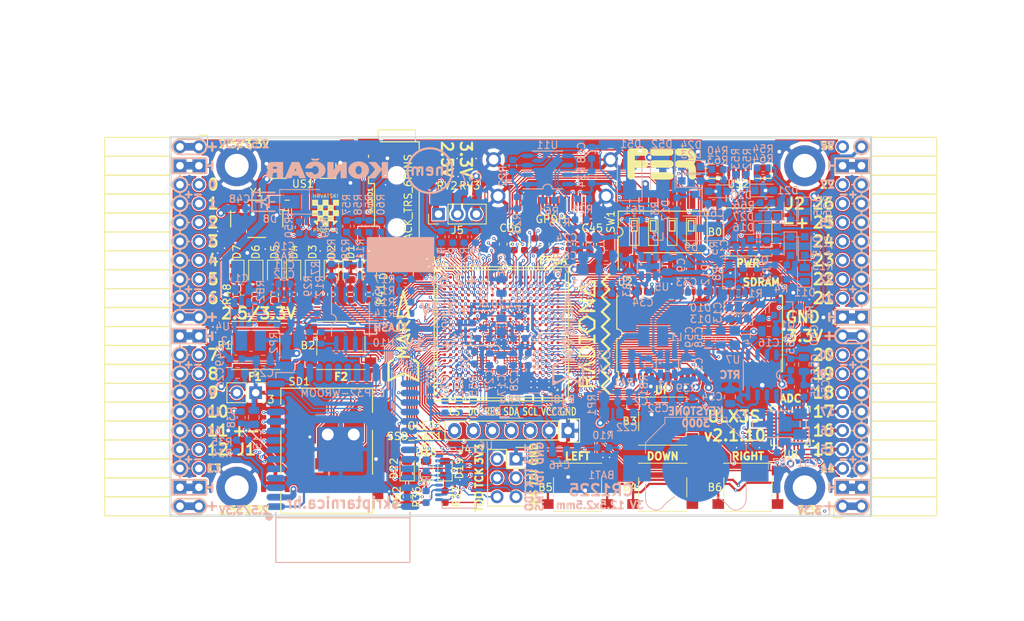
<source format=kicad_pcb>
(kicad_pcb (version 20171130) (host pcbnew 5.0.0+dfsg1-2)
  (layers (0 F.Cu signal) (1 In1.Cu signal) (2 In2.Cu signal) (31 B.Cu signal) (34 B.Paste user) (35 F.Paste user) (36 B.SilkS user) (37 F.SilkS user) (38 B.Mask user) (39 F.Mask user) (44 Edge.Cuts user))
  (net 0 "")
  (net 1 GND)
  (net 2 +5V)
  (net 3 /gpio/IN5V)
  (net 4 /gpio/OUT5V)
  (net 5 +3V3)
  (net 6 BTN_D)
  (net 7 BTN_F1)
  (net 8 BTN_F2)
  (net 9 BTN_L)
  (net 10 BTN_R)
  (net 11 BTN_U)
  (net 12 /power/FB1)
  (net 13 +2V5)
  (net 14 /power/PWREN)
  (net 15 /power/FB3)
  (net 16 /power/FB2)
  (net 17 /power/VBAT)
  (net 18 JTAG_TDI)
  (net 19 JTAG_TCK)
  (net 20 JTAG_TMS)
  (net 21 JTAG_TDO)
  (net 22 /power/WAKEUPn)
  (net 23 /power/WKUP)
  (net 24 /power/SHUT)
  (net 25 /power/WAKE)
  (net 26 /power/HOLD)
  (net 27 /power/WKn)
  (net 28 /power/OSCI_32k)
  (net 29 /power/OSCO_32k)
  (net 30 SHUTDOWN)
  (net 31 GPDI_SDA)
  (net 32 GPDI_SCL)
  (net 33 /gpdi/VREF2)
  (net 34 SD_CMD)
  (net 35 SD_CLK)
  (net 36 SD_D0)
  (net 37 SD_D1)
  (net 38 USB5V)
  (net 39 GPDI_CEC)
  (net 40 nRESET)
  (net 41 FTDI_nDTR)
  (net 42 SDRAM_CKE)
  (net 43 SDRAM_A7)
  (net 44 SDRAM_D15)
  (net 45 SDRAM_BA1)
  (net 46 SDRAM_D7)
  (net 47 SDRAM_A6)
  (net 48 SDRAM_CLK)
  (net 49 SDRAM_D13)
  (net 50 SDRAM_BA0)
  (net 51 SDRAM_D6)
  (net 52 SDRAM_A5)
  (net 53 SDRAM_D14)
  (net 54 SDRAM_A11)
  (net 55 SDRAM_D12)
  (net 56 SDRAM_D5)
  (net 57 SDRAM_A4)
  (net 58 SDRAM_A10)
  (net 59 SDRAM_D11)
  (net 60 SDRAM_A3)
  (net 61 SDRAM_D4)
  (net 62 SDRAM_D10)
  (net 63 SDRAM_D9)
  (net 64 SDRAM_A9)
  (net 65 SDRAM_D3)
  (net 66 SDRAM_D8)
  (net 67 SDRAM_A8)
  (net 68 SDRAM_A2)
  (net 69 SDRAM_A1)
  (net 70 SDRAM_A0)
  (net 71 SDRAM_D2)
  (net 72 SDRAM_D1)
  (net 73 SDRAM_D0)
  (net 74 SDRAM_DQM0)
  (net 75 SDRAM_nCS)
  (net 76 SDRAM_nRAS)
  (net 77 SDRAM_DQM1)
  (net 78 SDRAM_nCAS)
  (net 79 SDRAM_nWE)
  (net 80 /flash/FLASH_nWP)
  (net 81 /flash/FLASH_nHOLD)
  (net 82 /flash/FLASH_MOSI)
  (net 83 /flash/FLASH_MISO)
  (net 84 /flash/FLASH_SCK)
  (net 85 /flash/FLASH_nCS)
  (net 86 /flash/FPGA_PROGRAMN)
  (net 87 /flash/FPGA_DONE)
  (net 88 /flash/FPGA_INITN)
  (net 89 OLED_RES)
  (net 90 OLED_DC)
  (net 91 OLED_CS)
  (net 92 WIFI_EN)
  (net 93 FTDI_nRTS)
  (net 94 FTDI_TXD)
  (net 95 FTDI_RXD)
  (net 96 WIFI_RXD)
  (net 97 WIFI_GPIO0)
  (net 98 WIFI_TXD)
  (net 99 USB_FTDI_D+)
  (net 100 USB_FTDI_D-)
  (net 101 SD_D3)
  (net 102 AUDIO_L3)
  (net 103 AUDIO_L2)
  (net 104 AUDIO_L1)
  (net 105 AUDIO_L0)
  (net 106 AUDIO_R3)
  (net 107 AUDIO_R2)
  (net 108 AUDIO_R1)
  (net 109 AUDIO_R0)
  (net 110 OLED_CLK)
  (net 111 OLED_MOSI)
  (net 112 LED0)
  (net 113 LED1)
  (net 114 LED2)
  (net 115 LED3)
  (net 116 LED4)
  (net 117 LED5)
  (net 118 LED6)
  (net 119 LED7)
  (net 120 BTN_PWRn)
  (net 121 FTDI_nTXLED)
  (net 122 FTDI_nSLEEP)
  (net 123 /blinkey/LED_PWREN)
  (net 124 /blinkey/LED_TXLED)
  (net 125 /sdcard/SD3V3)
  (net 126 SD_D2)
  (net 127 CLK_25MHz)
  (net 128 /blinkey/BTNPUL)
  (net 129 /blinkey/BTNPUR)
  (net 130 USB_FPGA_D+)
  (net 131 /power/FTDI_nSUSPEND)
  (net 132 /blinkey/ALED0)
  (net 133 /blinkey/ALED1)
  (net 134 /blinkey/ALED2)
  (net 135 /blinkey/ALED3)
  (net 136 /blinkey/ALED4)
  (net 137 /blinkey/ALED5)
  (net 138 /blinkey/ALED6)
  (net 139 /blinkey/ALED7)
  (net 140 /usb/FTD-)
  (net 141 /usb/FTD+)
  (net 142 ADC_MISO)
  (net 143 ADC_MOSI)
  (net 144 ADC_CSn)
  (net 145 ADC_SCLK)
  (net 146 SW3)
  (net 147 SW2)
  (net 148 SW1)
  (net 149 USB_FPGA_D-)
  (net 150 /usb/FPD+)
  (net 151 /usb/FPD-)
  (net 152 WIFI_GPIO16)
  (net 153 /usb/ANT_433MHz)
  (net 154 PROG_DONE)
  (net 155 /power/P3V3)
  (net 156 /power/P2V5)
  (net 157 /power/L1)
  (net 158 /power/L3)
  (net 159 /power/L2)
  (net 160 FTDI_TXDEN)
  (net 161 SDRAM_A12)
  (net 162 /analog/AUDIO_V)
  (net 163 AUDIO_V3)
  (net 164 AUDIO_V2)
  (net 165 AUDIO_V1)
  (net 166 AUDIO_V0)
  (net 167 /blinkey/LED_WIFI)
  (net 168 /power/P1V1)
  (net 169 +1V1)
  (net 170 SW4)
  (net 171 /blinkey/SWPU)
  (net 172 /wifi/WIFIEN)
  (net 173 FT2V5)
  (net 174 GN0)
  (net 175 GP0)
  (net 176 GN1)
  (net 177 GP1)
  (net 178 GN2)
  (net 179 GP2)
  (net 180 GN3)
  (net 181 GP3)
  (net 182 GN4)
  (net 183 GP4)
  (net 184 GN5)
  (net 185 GP5)
  (net 186 GN6)
  (net 187 GP6)
  (net 188 GN14)
  (net 189 GP14)
  (net 190 GN15)
  (net 191 GP15)
  (net 192 GN16)
  (net 193 GP16)
  (net 194 GN17)
  (net 195 GP17)
  (net 196 GN18)
  (net 197 GP18)
  (net 198 GN19)
  (net 199 GP19)
  (net 200 GN20)
  (net 201 GP20)
  (net 202 GN21)
  (net 203 GP21)
  (net 204 GN22)
  (net 205 GP22)
  (net 206 GN23)
  (net 207 GP23)
  (net 208 GN24)
  (net 209 GP24)
  (net 210 GN25)
  (net 211 GP25)
  (net 212 GN26)
  (net 213 GP26)
  (net 214 GN27)
  (net 215 GP27)
  (net 216 GN7)
  (net 217 GP7)
  (net 218 GN8)
  (net 219 GP8)
  (net 220 GN9)
  (net 221 GP9)
  (net 222 GN10)
  (net 223 GP10)
  (net 224 GN11)
  (net 225 GP11)
  (net 226 GN12)
  (net 227 GP12)
  (net 228 GN13)
  (net 229 GP13)
  (net 230 WIFI_GPIO5)
  (net 231 WIFI_GPIO17)
  (net 232 USB_FPGA_PULL_D+)
  (net 233 USB_FPGA_PULL_D-)
  (net 234 "Net-(D23-Pad2)")
  (net 235 "Net-(D24-Pad1)")
  (net 236 "Net-(D25-Pad2)")
  (net 237 "Net-(D26-Pad1)")
  (net 238 /gpdi/GPDI_ETH+)
  (net 239 FPDI_ETH+)
  (net 240 /gpdi/GPDI_ETH-)
  (net 241 FPDI_ETH-)
  (net 242 /gpdi/GPDI_D2-)
  (net 243 FPDI_D2-)
  (net 244 /gpdi/GPDI_D1-)
  (net 245 FPDI_D1-)
  (net 246 /gpdi/GPDI_D0-)
  (net 247 FPDI_D0-)
  (net 248 /gpdi/GPDI_CLK-)
  (net 249 FPDI_CLK-)
  (net 250 /gpdi/GPDI_D2+)
  (net 251 FPDI_D2+)
  (net 252 /gpdi/GPDI_D1+)
  (net 253 FPDI_D1+)
  (net 254 /gpdi/GPDI_D0+)
  (net 255 FPDI_D0+)
  (net 256 /gpdi/GPDI_CLK+)
  (net 257 FPDI_CLK+)
  (net 258 FPDI_SDA)
  (net 259 FPDI_SCL)
  (net 260 /gpdi/FPDI_CEC)
  (net 261 2V5_3V3)
  (net 262 /usb/US2VBUS)
  (net 263 /power/SHD)
  (net 264 /power/RTCVDD)
  (net 265 "Net-(D27-Pad2)")
  (net 266 US2_ID)
  (net 267 /analog/AUDIO_L)
  (net 268 /analog/AUDIO_R)
  (net 269 /analog/ADC3V3)
  (net 270 PWRBTn)
  (net 271 USER_PROGRAMN)
  (module lfe5bg381:BGA-381_pitch0.8mm_dia0.4mm (layer F.Cu) (at 138.48 87.8)
    (fp_text reference U1 (at -8.2 -9.8) (layer F.SilkS))
    (fp_text value LFE5U-85F-6BG381C hide)
    (pad Y19 smd circle (at 6.8 7.6) (size 0.4 0.4) (layers F.Cu F.Paste F.Mask) (net 1 GND))
    (pad Y17 smd circle (at 5.2 7.6) (size 0.4 0.4) (layers F.Cu F.Paste F.Mask) (net 1 GND))
    (pad Y16 smd circle (at 4.4 7.6) (size 0.4 0.4) (layers F.Cu F.Paste F.Mask) (net 1 GND))
    (pad Y15 smd circle (at 3.6 7.6) (size 0.4 0.4) (layers F.Cu F.Paste F.Mask) (net 1 GND))
    (pad Y14 smd circle (at 2.8 7.6) (size 0.4 0.4) (layers F.Cu F.Paste F.Mask) (net 1 GND))
    (pad Y12 smd circle (at 1.2 7.6) (size 0.4 0.4) (layers F.Cu F.Paste F.Mask) (net 1 GND))
    (pad Y11 smd circle (at 0.4 7.6) (size 0.4 0.4) (layers F.Cu F.Paste F.Mask) (net 1 GND))
    (pad Y8 smd circle (at -2 7.6) (size 0.4 0.4) (layers F.Cu F.Paste F.Mask) (net 1 GND))
    (pad Y7 smd circle (at -2.8 7.6) (size 0.4 0.4) (layers F.Cu F.Paste F.Mask) (net 1 GND))
    (pad Y6 smd circle (at -3.6 7.6) (size 0.4 0.4) (layers F.Cu F.Paste F.Mask) (net 1 GND))
    (pad Y5 smd circle (at -4.4 7.6) (size 0.4 0.4) (layers F.Cu F.Paste F.Mask) (net 1 GND))
    (pad Y3 smd circle (at -6 7.6) (size 0.4 0.4) (layers F.Cu F.Paste F.Mask) (net 87 /flash/FPGA_DONE))
    (pad Y2 smd circle (at -6.8 7.6) (size 0.4 0.4) (layers F.Cu F.Paste F.Mask) (net 80 /flash/FLASH_nWP))
    (pad W20 smd circle (at 7.6 6.8) (size 0.4 0.4) (layers F.Cu F.Paste F.Mask) (net 1 GND))
    (pad W19 smd circle (at 6.8 6.8) (size 0.4 0.4) (layers F.Cu F.Paste F.Mask) (net 1 GND))
    (pad W18 smd circle (at 6 6.8) (size 0.4 0.4) (layers F.Cu F.Paste F.Mask))
    (pad W17 smd circle (at 5.2 6.8) (size 0.4 0.4) (layers F.Cu F.Paste F.Mask))
    (pad W16 smd circle (at 4.4 6.8) (size 0.4 0.4) (layers F.Cu F.Paste F.Mask) (net 1 GND))
    (pad W15 smd circle (at 3.6 6.8) (size 0.4 0.4) (layers F.Cu F.Paste F.Mask) (net 1 GND))
    (pad W14 smd circle (at 2.8 6.8) (size 0.4 0.4) (layers F.Cu F.Paste F.Mask))
    (pad W13 smd circle (at 2 6.8) (size 0.4 0.4) (layers F.Cu F.Paste F.Mask))
    (pad W12 smd circle (at 1.2 6.8) (size 0.4 0.4) (layers F.Cu F.Paste F.Mask) (net 1 GND))
    (pad W11 smd circle (at 0.4 6.8) (size 0.4 0.4) (layers F.Cu F.Paste F.Mask))
    (pad W10 smd circle (at -0.4 6.8) (size 0.4 0.4) (layers F.Cu F.Paste F.Mask))
    (pad W9 smd circle (at -1.2 6.8) (size 0.4 0.4) (layers F.Cu F.Paste F.Mask))
    (pad W8 smd circle (at -2 6.8) (size 0.4 0.4) (layers F.Cu F.Paste F.Mask))
    (pad W7 smd circle (at -2.8 6.8) (size 0.4 0.4) (layers F.Cu F.Paste F.Mask) (net 1 GND))
    (pad W6 smd circle (at -3.6 6.8) (size 0.4 0.4) (layers F.Cu F.Paste F.Mask) (net 1 GND))
    (pad W5 smd circle (at -4.4 6.8) (size 0.4 0.4) (layers F.Cu F.Paste F.Mask))
    (pad W4 smd circle (at -5.2 6.8) (size 0.4 0.4) (layers F.Cu F.Paste F.Mask))
    (pad W3 smd circle (at -6 6.8) (size 0.4 0.4) (layers F.Cu F.Paste F.Mask) (net 86 /flash/FPGA_PROGRAMN))
    (pad W2 smd circle (at -6.8 6.8) (size 0.4 0.4) (layers F.Cu F.Paste F.Mask) (net 82 /flash/FLASH_MOSI))
    (pad W1 smd circle (at -7.6 6.8) (size 0.4 0.4) (layers F.Cu F.Paste F.Mask) (net 81 /flash/FLASH_nHOLD))
    (pad V20 smd circle (at 7.6 6) (size 0.4 0.4) (layers F.Cu F.Paste F.Mask) (net 1 GND))
    (pad V19 smd circle (at 6.8 6) (size 0.4 0.4) (layers F.Cu F.Paste F.Mask) (net 1 GND))
    (pad V18 smd circle (at 6 6) (size 0.4 0.4) (layers F.Cu F.Paste F.Mask) (net 1 GND))
    (pad V17 smd circle (at 5.2 6) (size 0.4 0.4) (layers F.Cu F.Paste F.Mask) (net 1 GND))
    (pad V16 smd circle (at 4.4 6) (size 0.4 0.4) (layers F.Cu F.Paste F.Mask) (net 1 GND))
    (pad V15 smd circle (at 3.6 6) (size 0.4 0.4) (layers F.Cu F.Paste F.Mask) (net 1 GND))
    (pad V14 smd circle (at 2.8 6) (size 0.4 0.4) (layers F.Cu F.Paste F.Mask) (net 1 GND))
    (pad V13 smd circle (at 2 6) (size 0.4 0.4) (layers F.Cu F.Paste F.Mask) (net 1 GND))
    (pad V12 smd circle (at 1.2 6) (size 0.4 0.4) (layers F.Cu F.Paste F.Mask) (net 1 GND))
    (pad V11 smd circle (at 0.4 6) (size 0.4 0.4) (layers F.Cu F.Paste F.Mask) (net 1 GND))
    (pad V10 smd circle (at -0.4 6) (size 0.4 0.4) (layers F.Cu F.Paste F.Mask) (net 1 GND))
    (pad V9 smd circle (at -1.2 6) (size 0.4 0.4) (layers F.Cu F.Paste F.Mask) (net 1 GND))
    (pad V8 smd circle (at -2 6) (size 0.4 0.4) (layers F.Cu F.Paste F.Mask) (net 1 GND))
    (pad V7 smd circle (at -2.8 6) (size 0.4 0.4) (layers F.Cu F.Paste F.Mask) (net 1 GND))
    (pad V6 smd circle (at -3.6 6) (size 0.4 0.4) (layers F.Cu F.Paste F.Mask) (net 1 GND))
    (pad V5 smd circle (at -4.4 6) (size 0.4 0.4) (layers F.Cu F.Paste F.Mask) (net 1 GND))
    (pad V4 smd circle (at -5.2 6) (size 0.4 0.4) (layers F.Cu F.Paste F.Mask) (net 21 JTAG_TDO))
    (pad V3 smd circle (at -6 6) (size 0.4 0.4) (layers F.Cu F.Paste F.Mask) (net 88 /flash/FPGA_INITN))
    (pad V2 smd circle (at -6.8 6) (size 0.4 0.4) (layers F.Cu F.Paste F.Mask) (net 83 /flash/FLASH_MISO))
    (pad V1 smd circle (at -7.6 6) (size 0.4 0.4) (layers F.Cu F.Paste F.Mask) (net 6 BTN_D))
    (pad U20 smd circle (at 7.6 5.2) (size 0.4 0.4) (layers F.Cu F.Paste F.Mask) (net 46 SDRAM_D7))
    (pad U19 smd circle (at 6.8 5.2) (size 0.4 0.4) (layers F.Cu F.Paste F.Mask) (net 74 SDRAM_DQM0))
    (pad U18 smd circle (at 6 5.2) (size 0.4 0.4) (layers F.Cu F.Paste F.Mask) (net 189 GP14))
    (pad U17 smd circle (at 5.2 5.2) (size 0.4 0.4) (layers F.Cu F.Paste F.Mask) (net 188 GN14))
    (pad U16 smd circle (at 4.4 5.2) (size 0.4 0.4) (layers F.Cu F.Paste F.Mask) (net 142 ADC_MISO))
    (pad U15 smd circle (at 3.6 5.2) (size 0.4 0.4) (layers F.Cu F.Paste F.Mask) (net 1 GND))
    (pad U14 smd circle (at 2.8 5.2) (size 0.4 0.4) (layers F.Cu F.Paste F.Mask) (net 1 GND))
    (pad U13 smd circle (at 2 5.2) (size 0.4 0.4) (layers F.Cu F.Paste F.Mask) (net 1 GND))
    (pad U12 smd circle (at 1.2 5.2) (size 0.4 0.4) (layers F.Cu F.Paste F.Mask) (net 1 GND))
    (pad U11 smd circle (at 0.4 5.2) (size 0.4 0.4) (layers F.Cu F.Paste F.Mask) (net 1 GND))
    (pad U10 smd circle (at -0.4 5.2) (size 0.4 0.4) (layers F.Cu F.Paste F.Mask) (net 1 GND))
    (pad U9 smd circle (at -1.2 5.2) (size 0.4 0.4) (layers F.Cu F.Paste F.Mask) (net 1 GND))
    (pad U8 smd circle (at -2 5.2) (size 0.4 0.4) (layers F.Cu F.Paste F.Mask) (net 1 GND))
    (pad U7 smd circle (at -2.8 5.2) (size 0.4 0.4) (layers F.Cu F.Paste F.Mask) (net 1 GND))
    (pad U6 smd circle (at -3.6 5.2) (size 0.4 0.4) (layers F.Cu F.Paste F.Mask) (net 1 GND))
    (pad U5 smd circle (at -4.4 5.2) (size 0.4 0.4) (layers F.Cu F.Paste F.Mask) (net 20 JTAG_TMS))
    (pad U4 smd circle (at -5.2 5.2) (size 0.4 0.4) (layers F.Cu F.Paste F.Mask) (net 1 GND))
    (pad U3 smd circle (at -6 5.2) (size 0.4 0.4) (layers F.Cu F.Paste F.Mask) (net 84 /flash/FLASH_SCK))
    (pad U2 smd circle (at -6.8 5.2) (size 0.4 0.4) (layers F.Cu F.Paste F.Mask) (net 5 +3V3))
    (pad U1 smd circle (at -7.6 5.2) (size 0.4 0.4) (layers F.Cu F.Paste F.Mask) (net 9 BTN_L))
    (pad T20 smd circle (at 7.6 4.4) (size 0.4 0.4) (layers F.Cu F.Paste F.Mask) (net 79 SDRAM_nWE))
    (pad T19 smd circle (at 6.8 4.4) (size 0.4 0.4) (layers F.Cu F.Paste F.Mask) (net 78 SDRAM_nCAS))
    (pad T18 smd circle (at 6 4.4) (size 0.4 0.4) (layers F.Cu F.Paste F.Mask) (net 56 SDRAM_D5))
    (pad T17 smd circle (at 5.2 4.4) (size 0.4 0.4) (layers F.Cu F.Paste F.Mask) (net 51 SDRAM_D6))
    (pad T16 smd circle (at 4.4 4.4) (size 0.4 0.4) (layers F.Cu F.Paste F.Mask))
    (pad T15 smd circle (at 3.6 4.4) (size 0.4 0.4) (layers F.Cu F.Paste F.Mask) (net 1 GND))
    (pad T14 smd circle (at 2.8 4.4) (size 0.4 0.4) (layers F.Cu F.Paste F.Mask) (net 1 GND))
    (pad T13 smd circle (at 2 4.4) (size 0.4 0.4) (layers F.Cu F.Paste F.Mask) (net 1 GND))
    (pad T12 smd circle (at 1.2 4.4) (size 0.4 0.4) (layers F.Cu F.Paste F.Mask) (net 1 GND))
    (pad T11 smd circle (at 0.4 4.4) (size 0.4 0.4) (layers F.Cu F.Paste F.Mask) (net 1 GND))
    (pad T10 smd circle (at -0.4 4.4) (size 0.4 0.4) (layers F.Cu F.Paste F.Mask) (net 1 GND))
    (pad T9 smd circle (at -1.2 4.4) (size 0.4 0.4) (layers F.Cu F.Paste F.Mask) (net 1 GND))
    (pad T8 smd circle (at -2 4.4) (size 0.4 0.4) (layers F.Cu F.Paste F.Mask) (net 1 GND))
    (pad T7 smd circle (at -2.8 4.4) (size 0.4 0.4) (layers F.Cu F.Paste F.Mask) (net 1 GND))
    (pad T6 smd circle (at -3.6 4.4) (size 0.4 0.4) (layers F.Cu F.Paste F.Mask) (net 1 GND))
    (pad T5 smd circle (at -4.4 4.4) (size 0.4 0.4) (layers F.Cu F.Paste F.Mask) (net 19 JTAG_TCK))
    (pad T4 smd circle (at -5.2 4.4) (size 0.4 0.4) (layers F.Cu F.Paste F.Mask) (net 5 +3V3))
    (pad T3 smd circle (at -6 4.4) (size 0.4 0.4) (layers F.Cu F.Paste F.Mask) (net 5 +3V3))
    (pad T2 smd circle (at -6.8 4.4) (size 0.4 0.4) (layers F.Cu F.Paste F.Mask) (net 5 +3V3))
    (pad T1 smd circle (at -7.6 4.4) (size 0.4 0.4) (layers F.Cu F.Paste F.Mask) (net 8 BTN_F2))
    (pad R20 smd circle (at 7.6 3.6) (size 0.4 0.4) (layers F.Cu F.Paste F.Mask) (net 76 SDRAM_nRAS))
    (pad R19 smd circle (at 6.8 3.6) (size 0.4 0.4) (layers F.Cu F.Paste F.Mask) (net 1 GND))
    (pad R18 smd circle (at 6 3.6) (size 0.4 0.4) (layers F.Cu F.Paste F.Mask) (net 11 BTN_U))
    (pad R17 smd circle (at 5.2 3.6) (size 0.4 0.4) (layers F.Cu F.Paste F.Mask) (net 144 ADC_CSn))
    (pad R16 smd circle (at 4.4 3.6) (size 0.4 0.4) (layers F.Cu F.Paste F.Mask) (net 143 ADC_MOSI))
    (pad R5 smd circle (at -4.4 3.6) (size 0.4 0.4) (layers F.Cu F.Paste F.Mask) (net 18 JTAG_TDI))
    (pad R4 smd circle (at -5.2 3.6) (size 0.4 0.4) (layers F.Cu F.Paste F.Mask) (net 1 GND))
    (pad R3 smd circle (at -6 3.6) (size 0.4 0.4) (layers F.Cu F.Paste F.Mask))
    (pad R2 smd circle (at -6.8 3.6) (size 0.4 0.4) (layers F.Cu F.Paste F.Mask) (net 85 /flash/FLASH_nCS))
    (pad R1 smd circle (at -7.6 3.6) (size 0.4 0.4) (layers F.Cu F.Paste F.Mask) (net 7 BTN_F1))
    (pad P20 smd circle (at 7.6 2.8) (size 0.4 0.4) (layers F.Cu F.Paste F.Mask) (net 75 SDRAM_nCS))
    (pad P19 smd circle (at 6.8 2.8) (size 0.4 0.4) (layers F.Cu F.Paste F.Mask) (net 50 SDRAM_BA0))
    (pad P18 smd circle (at 6 2.8) (size 0.4 0.4) (layers F.Cu F.Paste F.Mask) (net 61 SDRAM_D4))
    (pad P17 smd circle (at 5.2 2.8) (size 0.4 0.4) (layers F.Cu F.Paste F.Mask) (net 145 ADC_SCLK))
    (pad P16 smd circle (at 4.4 2.8) (size 0.4 0.4) (layers F.Cu F.Paste F.Mask) (net 190 GN15))
    (pad P15 smd circle (at 3.6 2.8) (size 0.4 0.4) (layers F.Cu F.Paste F.Mask) (net 13 +2V5))
    (pad P14 smd circle (at 2.8 2.8) (size 0.4 0.4) (layers F.Cu F.Paste F.Mask) (net 1 GND))
    (pad P13 smd circle (at 2 2.8) (size 0.4 0.4) (layers F.Cu F.Paste F.Mask) (net 1 GND))
    (pad P12 smd circle (at 1.2 2.8) (size 0.4 0.4) (layers F.Cu F.Paste F.Mask) (net 1 GND))
    (pad P11 smd circle (at 0.4 2.8) (size 0.4 0.4) (layers F.Cu F.Paste F.Mask) (net 1 GND))
    (pad P10 smd circle (at -0.4 2.8) (size 0.4 0.4) (layers F.Cu F.Paste F.Mask) (net 5 +3V3))
    (pad P9 smd circle (at -1.2 2.8) (size 0.4 0.4) (layers F.Cu F.Paste F.Mask) (net 5 +3V3))
    (pad P8 smd circle (at -2 2.8) (size 0.4 0.4) (layers F.Cu F.Paste F.Mask) (net 1 GND))
    (pad P7 smd circle (at -2.8 2.8) (size 0.4 0.4) (layers F.Cu F.Paste F.Mask) (net 1 GND))
    (pad P6 smd circle (at -3.6 2.8) (size 0.4 0.4) (layers F.Cu F.Paste F.Mask) (net 13 +2V5))
    (pad P5 smd circle (at -4.4 2.8) (size 0.4 0.4) (layers F.Cu F.Paste F.Mask))
    (pad P4 smd circle (at -5.2 2.8) (size 0.4 0.4) (layers F.Cu F.Paste F.Mask) (net 110 OLED_CLK))
    (pad P3 smd circle (at -6 2.8) (size 0.4 0.4) (layers F.Cu F.Paste F.Mask) (net 111 OLED_MOSI))
    (pad P2 smd circle (at -6.8 2.8) (size 0.4 0.4) (layers F.Cu F.Paste F.Mask) (net 89 OLED_RES))
    (pad P1 smd circle (at -7.6 2.8) (size 0.4 0.4) (layers F.Cu F.Paste F.Mask) (net 90 OLED_DC))
    (pad N20 smd circle (at 7.6 2) (size 0.4 0.4) (layers F.Cu F.Paste F.Mask) (net 45 SDRAM_BA1))
    (pad N19 smd circle (at 6.8 2) (size 0.4 0.4) (layers F.Cu F.Paste F.Mask) (net 58 SDRAM_A10))
    (pad N18 smd circle (at 6 2) (size 0.4 0.4) (layers F.Cu F.Paste F.Mask) (net 65 SDRAM_D3))
    (pad N17 smd circle (at 5.2 2) (size 0.4 0.4) (layers F.Cu F.Paste F.Mask) (net 191 GP15))
    (pad N16 smd circle (at 4.4 2) (size 0.4 0.4) (layers F.Cu F.Paste F.Mask) (net 193 GP16))
    (pad N15 smd circle (at 3.6 2) (size 0.4 0.4) (layers F.Cu F.Paste F.Mask) (net 1 GND))
    (pad N14 smd circle (at 2.8 2) (size 0.4 0.4) (layers F.Cu F.Paste F.Mask) (net 1 GND))
    (pad N13 smd circle (at 2 2) (size 0.4 0.4) (layers F.Cu F.Paste F.Mask) (net 169 +1V1))
    (pad N12 smd circle (at 1.2 2) (size 0.4 0.4) (layers F.Cu F.Paste F.Mask) (net 169 +1V1))
    (pad N11 smd circle (at 0.4 2) (size 0.4 0.4) (layers F.Cu F.Paste F.Mask) (net 169 +1V1))
    (pad N10 smd circle (at -0.4 2) (size 0.4 0.4) (layers F.Cu F.Paste F.Mask) (net 169 +1V1))
    (pad N9 smd circle (at -1.2 2) (size 0.4 0.4) (layers F.Cu F.Paste F.Mask) (net 169 +1V1))
    (pad N8 smd circle (at -2 2) (size 0.4 0.4) (layers F.Cu F.Paste F.Mask) (net 169 +1V1))
    (pad N7 smd circle (at -2.8 2) (size 0.4 0.4) (layers F.Cu F.Paste F.Mask) (net 1 GND))
    (pad N6 smd circle (at -3.6 2) (size 0.4 0.4) (layers F.Cu F.Paste F.Mask) (net 1 GND))
    (pad N5 smd circle (at -4.4 2) (size 0.4 0.4) (layers F.Cu F.Paste F.Mask))
    (pad N4 smd circle (at -5.2 2) (size 0.4 0.4) (layers F.Cu F.Paste F.Mask) (net 230 WIFI_GPIO5))
    (pad N3 smd circle (at -6 2) (size 0.4 0.4) (layers F.Cu F.Paste F.Mask) (net 231 WIFI_GPIO17))
    (pad N2 smd circle (at -6.8 2) (size 0.4 0.4) (layers F.Cu F.Paste F.Mask) (net 91 OLED_CS))
    (pad N1 smd circle (at -7.6 2) (size 0.4 0.4) (layers F.Cu F.Paste F.Mask) (net 41 FTDI_nDTR))
    (pad M20 smd circle (at 7.6 1.2) (size 0.4 0.4) (layers F.Cu F.Paste F.Mask) (net 70 SDRAM_A0))
    (pad M19 smd circle (at 6.8 1.2) (size 0.4 0.4) (layers F.Cu F.Paste F.Mask) (net 69 SDRAM_A1))
    (pad M18 smd circle (at 6 1.2) (size 0.4 0.4) (layers F.Cu F.Paste F.Mask) (net 71 SDRAM_D2))
    (pad M17 smd circle (at 5.2 1.2) (size 0.4 0.4) (layers F.Cu F.Paste F.Mask) (net 192 GN16))
    (pad M16 smd circle (at 4.4 1.2) (size 0.4 0.4) (layers F.Cu F.Paste F.Mask) (net 1 GND))
    (pad M15 smd circle (at 3.6 1.2) (size 0.4 0.4) (layers F.Cu F.Paste F.Mask) (net 5 +3V3))
    (pad M14 smd circle (at 2.8 1.2) (size 0.4 0.4) (layers F.Cu F.Paste F.Mask) (net 1 GND))
    (pad M13 smd circle (at 2 1.2) (size 0.4 0.4) (layers F.Cu F.Paste F.Mask) (net 169 +1V1))
    (pad M12 smd circle (at 1.2 1.2) (size 0.4 0.4) (layers F.Cu F.Paste F.Mask) (net 1 GND))
    (pad M11 smd circle (at 0.4 1.2) (size 0.4 0.4) (layers F.Cu F.Paste F.Mask) (net 1 GND))
    (pad M10 smd circle (at -0.4 1.2) (size 0.4 0.4) (layers F.Cu F.Paste F.Mask) (net 1 GND))
    (pad M9 smd circle (at -1.2 1.2) (size 0.4 0.4) (layers F.Cu F.Paste F.Mask) (net 1 GND))
    (pad M8 smd circle (at -2 1.2) (size 0.4 0.4) (layers F.Cu F.Paste F.Mask) (net 169 +1V1))
    (pad M7 smd circle (at -2.8 1.2) (size 0.4 0.4) (layers F.Cu F.Paste F.Mask) (net 1 GND))
    (pad M6 smd circle (at -3.6 1.2) (size 0.4 0.4) (layers F.Cu F.Paste F.Mask) (net 5 +3V3))
    (pad M5 smd circle (at -4.4 1.2) (size 0.4 0.4) (layers F.Cu F.Paste F.Mask))
    (pad M4 smd circle (at -5.2 1.2) (size 0.4 0.4) (layers F.Cu F.Paste F.Mask) (net 271 USER_PROGRAMN))
    (pad M3 smd circle (at -6 1.2) (size 0.4 0.4) (layers F.Cu F.Paste F.Mask) (net 93 FTDI_nRTS))
    (pad M2 smd circle (at -6.8 1.2) (size 0.4 0.4) (layers F.Cu F.Paste F.Mask) (net 1 GND))
    (pad M1 smd circle (at -7.6 1.2) (size 0.4 0.4) (layers F.Cu F.Paste F.Mask) (net 94 FTDI_TXD))
    (pad L20 smd circle (at 7.6 0.4) (size 0.4 0.4) (layers F.Cu F.Paste F.Mask) (net 68 SDRAM_A2))
    (pad L19 smd circle (at 6.8 0.4) (size 0.4 0.4) (layers F.Cu F.Paste F.Mask) (net 60 SDRAM_A3))
    (pad L18 smd circle (at 6 0.4) (size 0.4 0.4) (layers F.Cu F.Paste F.Mask) (net 72 SDRAM_D1))
    (pad L17 smd circle (at 5.2 0.4) (size 0.4 0.4) (layers F.Cu F.Paste F.Mask) (net 194 GN17))
    (pad L16 smd circle (at 4.4 0.4) (size 0.4 0.4) (layers F.Cu F.Paste F.Mask) (net 195 GP17))
    (pad L15 smd circle (at 3.6 0.4) (size 0.4 0.4) (layers F.Cu F.Paste F.Mask) (net 5 +3V3))
    (pad L14 smd circle (at 2.8 0.4) (size 0.4 0.4) (layers F.Cu F.Paste F.Mask) (net 5 +3V3))
    (pad L13 smd circle (at 2 0.4) (size 0.4 0.4) (layers F.Cu F.Paste F.Mask) (net 169 +1V1))
    (pad L12 smd circle (at 1.2 0.4) (size 0.4 0.4) (layers F.Cu F.Paste F.Mask) (net 1 GND))
    (pad L11 smd circle (at 0.4 0.4) (size 0.4 0.4) (layers F.Cu F.Paste F.Mask) (net 1 GND))
    (pad L10 smd circle (at -0.4 0.4) (size 0.4 0.4) (layers F.Cu F.Paste F.Mask) (net 1 GND))
    (pad L9 smd circle (at -1.2 0.4) (size 0.4 0.4) (layers F.Cu F.Paste F.Mask) (net 1 GND))
    (pad L8 smd circle (at -2 0.4) (size 0.4 0.4) (layers F.Cu F.Paste F.Mask) (net 169 +1V1))
    (pad L7 smd circle (at -2.8 0.4) (size 0.4 0.4) (layers F.Cu F.Paste F.Mask) (net 5 +3V3))
    (pad L6 smd circle (at -3.6 0.4) (size 0.4 0.4) (layers F.Cu F.Paste F.Mask) (net 5 +3V3))
    (pad L5 smd circle (at -4.4 0.4) (size 0.4 0.4) (layers F.Cu F.Paste F.Mask))
    (pad L4 smd circle (at -5.2 0.4) (size 0.4 0.4) (layers F.Cu F.Paste F.Mask) (net 95 FTDI_RXD))
    (pad L3 smd circle (at -6 0.4) (size 0.4 0.4) (layers F.Cu F.Paste F.Mask) (net 160 FTDI_TXDEN))
    (pad L2 smd circle (at -6.8 0.4) (size 0.4 0.4) (layers F.Cu F.Paste F.Mask) (net 97 WIFI_GPIO0))
    (pad L1 smd circle (at -7.6 0.4) (size 0.4 0.4) (layers F.Cu F.Paste F.Mask) (net 152 WIFI_GPIO16))
    (pad K20 smd circle (at 7.6 -0.4) (size 0.4 0.4) (layers F.Cu F.Paste F.Mask) (net 57 SDRAM_A4))
    (pad K19 smd circle (at 6.8 -0.4) (size 0.4 0.4) (layers F.Cu F.Paste F.Mask) (net 52 SDRAM_A5))
    (pad K18 smd circle (at 6 -0.4) (size 0.4 0.4) (layers F.Cu F.Paste F.Mask) (net 47 SDRAM_A6))
    (pad K17 smd circle (at 5.2 -0.4) (size 0.4 0.4) (layers F.Cu F.Paste F.Mask))
    (pad K16 smd circle (at 4.4 -0.4) (size 0.4 0.4) (layers F.Cu F.Paste F.Mask))
    (pad K15 smd circle (at 3.6 -0.4) (size 0.4 0.4) (layers F.Cu F.Paste F.Mask) (net 1 GND))
    (pad K14 smd circle (at 2.8 -0.4) (size 0.4 0.4) (layers F.Cu F.Paste F.Mask) (net 1 GND))
    (pad K13 smd circle (at 2 -0.4) (size 0.4 0.4) (layers F.Cu F.Paste F.Mask) (net 169 +1V1))
    (pad K12 smd circle (at 1.2 -0.4) (size 0.4 0.4) (layers F.Cu F.Paste F.Mask) (net 1 GND))
    (pad K11 smd circle (at 0.4 -0.4) (size 0.4 0.4) (layers F.Cu F.Paste F.Mask) (net 1 GND))
    (pad K10 smd circle (at -0.4 -0.4) (size 0.4 0.4) (layers F.Cu F.Paste F.Mask) (net 1 GND))
    (pad K9 smd circle (at -1.2 -0.4) (size 0.4 0.4) (layers F.Cu F.Paste F.Mask) (net 1 GND))
    (pad K8 smd circle (at -2 -0.4) (size 0.4 0.4) (layers F.Cu F.Paste F.Mask) (net 169 +1V1))
    (pad K7 smd circle (at -2.8 -0.4) (size 0.4 0.4) (layers F.Cu F.Paste F.Mask) (net 1 GND))
    (pad K6 smd circle (at -3.6 -0.4) (size 0.4 0.4) (layers F.Cu F.Paste F.Mask) (net 1 GND))
    (pad K5 smd circle (at -4.4 -0.4) (size 0.4 0.4) (layers F.Cu F.Paste F.Mask))
    (pad K4 smd circle (at -5.2 -0.4) (size 0.4 0.4) (layers F.Cu F.Paste F.Mask) (net 98 WIFI_TXD))
    (pad K3 smd circle (at -6 -0.4) (size 0.4 0.4) (layers F.Cu F.Paste F.Mask) (net 96 WIFI_RXD))
    (pad K2 smd circle (at -6.8 -0.4) (size 0.4 0.4) (layers F.Cu F.Paste F.Mask) (net 101 SD_D3))
    (pad K1 smd circle (at -7.6 -0.4) (size 0.4 0.4) (layers F.Cu F.Paste F.Mask) (net 126 SD_D2))
    (pad J20 smd circle (at 7.6 -1.2) (size 0.4 0.4) (layers F.Cu F.Paste F.Mask) (net 43 SDRAM_A7))
    (pad J19 smd circle (at 6.8 -1.2) (size 0.4 0.4) (layers F.Cu F.Paste F.Mask) (net 67 SDRAM_A8))
    (pad J18 smd circle (at 6 -1.2) (size 0.4 0.4) (layers F.Cu F.Paste F.Mask) (net 53 SDRAM_D14))
    (pad J17 smd circle (at 5.2 -1.2) (size 0.4 0.4) (layers F.Cu F.Paste F.Mask) (net 44 SDRAM_D15))
    (pad J16 smd circle (at 4.4 -1.2) (size 0.4 0.4) (layers F.Cu F.Paste F.Mask) (net 73 SDRAM_D0))
    (pad J15 smd circle (at 3.6 -1.2) (size 0.4 0.4) (layers F.Cu F.Paste F.Mask) (net 5 +3V3))
    (pad J14 smd circle (at 2.8 -1.2) (size 0.4 0.4) (layers F.Cu F.Paste F.Mask) (net 1 GND))
    (pad J13 smd circle (at 2 -1.2) (size 0.4 0.4) (layers F.Cu F.Paste F.Mask) (net 169 +1V1))
    (pad J12 smd circle (at 1.2 -1.2) (size 0.4 0.4) (layers F.Cu F.Paste F.Mask) (net 1 GND))
    (pad J11 smd circle (at 0.4 -1.2) (size 0.4 0.4) (layers F.Cu F.Paste F.Mask) (net 1 GND))
    (pad J10 smd circle (at -0.4 -1.2) (size 0.4 0.4) (layers F.Cu F.Paste F.Mask) (net 1 GND))
    (pad J9 smd circle (at -1.2 -1.2) (size 0.4 0.4) (layers F.Cu F.Paste F.Mask) (net 1 GND))
    (pad J8 smd circle (at -2 -1.2) (size 0.4 0.4) (layers F.Cu F.Paste F.Mask) (net 169 +1V1))
    (pad J7 smd circle (at -2.8 -1.2) (size 0.4 0.4) (layers F.Cu F.Paste F.Mask) (net 1 GND))
    (pad J6 smd circle (at -3.6 -1.2) (size 0.4 0.4) (layers F.Cu F.Paste F.Mask) (net 261 2V5_3V3))
    (pad J5 smd circle (at -4.4 -1.2) (size 0.4 0.4) (layers F.Cu F.Paste F.Mask))
    (pad J4 smd circle (at -5.2 -1.2) (size 0.4 0.4) (layers F.Cu F.Paste F.Mask))
    (pad J3 smd circle (at -6 -1.2) (size 0.4 0.4) (layers F.Cu F.Paste F.Mask) (net 36 SD_D0))
    (pad J2 smd circle (at -6.8 -1.2) (size 0.4 0.4) (layers F.Cu F.Paste F.Mask) (net 1 GND))
    (pad J1 smd circle (at -7.6 -1.2) (size 0.4 0.4) (layers F.Cu F.Paste F.Mask) (net 34 SD_CMD))
    (pad H20 smd circle (at 7.6 -2) (size 0.4 0.4) (layers F.Cu F.Paste F.Mask) (net 64 SDRAM_A9))
    (pad H19 smd circle (at 6.8 -2) (size 0.4 0.4) (layers F.Cu F.Paste F.Mask) (net 1 GND))
    (pad H18 smd circle (at 6 -2) (size 0.4 0.4) (layers F.Cu F.Paste F.Mask) (net 197 GP18))
    (pad H17 smd circle (at 5.2 -2) (size 0.4 0.4) (layers F.Cu F.Paste F.Mask) (net 196 GN18))
    (pad H16 smd circle (at 4.4 -2) (size 0.4 0.4) (layers F.Cu F.Paste F.Mask) (net 10 BTN_R))
    (pad H15 smd circle (at 3.6 -2) (size 0.4 0.4) (layers F.Cu F.Paste F.Mask) (net 5 +3V3))
    (pad H14 smd circle (at 2.8 -2) (size 0.4 0.4) (layers F.Cu F.Paste F.Mask) (net 5 +3V3))
    (pad H13 smd circle (at 2 -2) (size 0.4 0.4) (layers F.Cu F.Paste F.Mask) (net 169 +1V1))
    (pad H12 smd circle (at 1.2 -2) (size 0.4 0.4) (layers F.Cu F.Paste F.Mask) (net 169 +1V1))
    (pad H11 smd circle (at 0.4 -2) (size 0.4 0.4) (layers F.Cu F.Paste F.Mask) (net 169 +1V1))
    (pad H10 smd circle (at -0.4 -2) (size 0.4 0.4) (layers F.Cu F.Paste F.Mask) (net 169 +1V1))
    (pad H9 smd circle (at -1.2 -2) (size 0.4 0.4) (layers F.Cu F.Paste F.Mask) (net 169 +1V1))
    (pad H8 smd circle (at -2 -2) (size 0.4 0.4) (layers F.Cu F.Paste F.Mask) (net 169 +1V1))
    (pad H7 smd circle (at -2.8 -2) (size 0.4 0.4) (layers F.Cu F.Paste F.Mask) (net 261 2V5_3V3))
    (pad H6 smd circle (at -3.6 -2) (size 0.4 0.4) (layers F.Cu F.Paste F.Mask) (net 261 2V5_3V3))
    (pad H5 smd circle (at -4.4 -2) (size 0.4 0.4) (layers F.Cu F.Paste F.Mask) (net 166 AUDIO_V0))
    (pad H4 smd circle (at -5.2 -2) (size 0.4 0.4) (layers F.Cu F.Paste F.Mask) (net 229 GP13))
    (pad H3 smd circle (at -6 -2) (size 0.4 0.4) (layers F.Cu F.Paste F.Mask) (net 119 LED7))
    (pad H2 smd circle (at -6.8 -2) (size 0.4 0.4) (layers F.Cu F.Paste F.Mask) (net 35 SD_CLK))
    (pad H1 smd circle (at -7.6 -2) (size 0.4 0.4) (layers F.Cu F.Paste F.Mask) (net 37 SD_D1))
    (pad G20 smd circle (at 7.6 -2.8) (size 0.4 0.4) (layers F.Cu F.Paste F.Mask) (net 54 SDRAM_A11))
    (pad G19 smd circle (at 6.8 -2.8) (size 0.4 0.4) (layers F.Cu F.Paste F.Mask) (net 161 SDRAM_A12))
    (pad G18 smd circle (at 6 -2.8) (size 0.4 0.4) (layers F.Cu F.Paste F.Mask) (net 198 GN19))
    (pad G17 smd circle (at 5.2 -2.8) (size 0.4 0.4) (layers F.Cu F.Paste F.Mask) (net 1 GND))
    (pad G16 smd circle (at 4.4 -2.8) (size 0.4 0.4) (layers F.Cu F.Paste F.Mask) (net 30 SHUTDOWN))
    (pad G15 smd circle (at 3.6 -2.8) (size 0.4 0.4) (layers F.Cu F.Paste F.Mask) (net 1 GND))
    (pad G14 smd circle (at 2.8 -2.8) (size 0.4 0.4) (layers F.Cu F.Paste F.Mask) (net 1 GND))
    (pad G13 smd circle (at 2 -2.8) (size 0.4 0.4) (layers F.Cu F.Paste F.Mask) (net 1 GND))
    (pad G12 smd circle (at 1.2 -2.8) (size 0.4 0.4) (layers F.Cu F.Paste F.Mask) (net 1 GND))
    (pad G11 smd circle (at 0.4 -2.8) (size 0.4 0.4) (layers F.Cu F.Paste F.Mask) (net 1 GND))
    (pad G10 smd circle (at -0.4 -2.8) (size 0.4 0.4) (layers F.Cu F.Paste F.Mask) (net 1 GND))
    (pad G9 smd circle (at -1.2 -2.8) (size 0.4 0.4) (layers F.Cu F.Paste F.Mask) (net 1 GND))
    (pad G8 smd circle (at -2 -2.8) (size 0.4 0.4) (layers F.Cu F.Paste F.Mask) (net 1 GND))
    (pad G7 smd circle (at -2.8 -2.8) (size 0.4 0.4) (layers F.Cu F.Paste F.Mask) (net 1 GND))
    (pad G6 smd circle (at -3.6 -2.8) (size 0.4 0.4) (layers F.Cu F.Paste F.Mask) (net 1 GND))
    (pad G5 smd circle (at -4.4 -2.8) (size 0.4 0.4) (layers F.Cu F.Paste F.Mask) (net 228 GN13))
    (pad G4 smd circle (at -5.2 -2.8) (size 0.4 0.4) (layers F.Cu F.Paste F.Mask) (net 1 GND))
    (pad G3 smd circle (at -6 -2.8) (size 0.4 0.4) (layers F.Cu F.Paste F.Mask) (net 227 GP12))
    (pad G2 smd circle (at -6.8 -2.8) (size 0.4 0.4) (layers F.Cu F.Paste F.Mask) (net 127 CLK_25MHz))
    (pad G1 smd circle (at -7.6 -2.8) (size 0.4 0.4) (layers F.Cu F.Paste F.Mask) (net 153 /usb/ANT_433MHz))
    (pad F20 smd circle (at 7.6 -3.6) (size 0.4 0.4) (layers F.Cu F.Paste F.Mask) (net 42 SDRAM_CKE))
    (pad F19 smd circle (at 6.8 -3.6) (size 0.4 0.4) (layers F.Cu F.Paste F.Mask) (net 48 SDRAM_CLK))
    (pad F18 smd circle (at 6 -3.6) (size 0.4 0.4) (layers F.Cu F.Paste F.Mask) (net 49 SDRAM_D13))
    (pad F17 smd circle (at 5.2 -3.6) (size 0.4 0.4) (layers F.Cu F.Paste F.Mask) (net 199 GP19))
    (pad F16 smd circle (at 4.4 -3.6) (size 0.4 0.4) (layers F.Cu F.Paste F.Mask) (net 149 USB_FPGA_D-))
    (pad F15 smd circle (at 3.6 -3.6) (size 0.4 0.4) (layers F.Cu F.Paste F.Mask) (net 13 +2V5))
    (pad F14 smd circle (at 2.8 -3.6) (size 0.4 0.4) (layers F.Cu F.Paste F.Mask) (net 1 GND))
    (pad F13 smd circle (at 2 -3.6) (size 0.4 0.4) (layers F.Cu F.Paste F.Mask) (net 1 GND))
    (pad F12 smd circle (at 1.2 -3.6) (size 0.4 0.4) (layers F.Cu F.Paste F.Mask) (net 5 +3V3))
    (pad F11 smd circle (at 0.4 -3.6) (size 0.4 0.4) (layers F.Cu F.Paste F.Mask) (net 5 +3V3))
    (pad F10 smd circle (at -0.4 -3.6) (size 0.4 0.4) (layers F.Cu F.Paste F.Mask) (net 261 2V5_3V3))
    (pad F9 smd circle (at -1.2 -3.6) (size 0.4 0.4) (layers F.Cu F.Paste F.Mask) (net 261 2V5_3V3))
    (pad F8 smd circle (at -2 -3.6) (size 0.4 0.4) (layers F.Cu F.Paste F.Mask) (net 1 GND))
    (pad F7 smd circle (at -2.8 -3.6) (size 0.4 0.4) (layers F.Cu F.Paste F.Mask) (net 1 GND))
    (pad F6 smd circle (at -3.6 -3.6) (size 0.4 0.4) (layers F.Cu F.Paste F.Mask) (net 13 +2V5))
    (pad F5 smd circle (at -4.4 -3.6) (size 0.4 0.4) (layers F.Cu F.Paste F.Mask) (net 164 AUDIO_V2))
    (pad F4 smd circle (at -5.2 -3.6) (size 0.4 0.4) (layers F.Cu F.Paste F.Mask) (net 225 GP11))
    (pad F3 smd circle (at -6 -3.6) (size 0.4 0.4) (layers F.Cu F.Paste F.Mask) (net 226 GN12))
    (pad F2 smd circle (at -6.8 -3.6) (size 0.4 0.4) (layers F.Cu F.Paste F.Mask) (net 165 AUDIO_V1))
    (pad F1 smd circle (at -7.6 -3.6) (size 0.4 0.4) (layers F.Cu F.Paste F.Mask) (net 92 WIFI_EN))
    (pad E20 smd circle (at 7.6 -4.4) (size 0.4 0.4) (layers F.Cu F.Paste F.Mask) (net 77 SDRAM_DQM1))
    (pad E19 smd circle (at 6.8 -4.4) (size 0.4 0.4) (layers F.Cu F.Paste F.Mask) (net 66 SDRAM_D8))
    (pad E18 smd circle (at 6 -4.4) (size 0.4 0.4) (layers F.Cu F.Paste F.Mask) (net 55 SDRAM_D12))
    (pad E17 smd circle (at 5.2 -4.4) (size 0.4 0.4) (layers F.Cu F.Paste F.Mask) (net 200 GN20))
    (pad E16 smd circle (at 4.4 -4.4) (size 0.4 0.4) (layers F.Cu F.Paste F.Mask) (net 130 USB_FPGA_D+))
    (pad E15 smd circle (at 3.6 -4.4) (size 0.4 0.4) (layers F.Cu F.Paste F.Mask) (net 149 USB_FPGA_D-))
    (pad E14 smd circle (at 2.8 -4.4) (size 0.4 0.4) (layers F.Cu F.Paste F.Mask) (net 210 GN25))
    (pad E13 smd circle (at 2 -4.4) (size 0.4 0.4) (layers F.Cu F.Paste F.Mask) (net 214 GN27))
    (pad E12 smd circle (at 1.2 -4.4) (size 0.4 0.4) (layers F.Cu F.Paste F.Mask) (net 259 FPDI_SCL))
    (pad E11 smd circle (at 0.4 -4.4) (size 0.4 0.4) (layers F.Cu F.Paste F.Mask))
    (pad E10 smd circle (at -0.4 -4.4) (size 0.4 0.4) (layers F.Cu F.Paste F.Mask))
    (pad E9 smd circle (at -1.2 -4.4) (size 0.4 0.4) (layers F.Cu F.Paste F.Mask))
    (pad E8 smd circle (at -2 -4.4) (size 0.4 0.4) (layers F.Cu F.Paste F.Mask) (net 148 SW1))
    (pad E7 smd circle (at -2.8 -4.4) (size 0.4 0.4) (layers F.Cu F.Paste F.Mask) (net 170 SW4))
    (pad E6 smd circle (at -3.6 -4.4) (size 0.4 0.4) (layers F.Cu F.Paste F.Mask))
    (pad E5 smd circle (at -4.4 -4.4) (size 0.4 0.4) (layers F.Cu F.Paste F.Mask) (net 163 AUDIO_V3))
    (pad E4 smd circle (at -5.2 -4.4) (size 0.4 0.4) (layers F.Cu F.Paste F.Mask) (net 105 AUDIO_L0))
    (pad E3 smd circle (at -6 -4.4) (size 0.4 0.4) (layers F.Cu F.Paste F.Mask) (net 224 GN11))
    (pad E2 smd circle (at -6.8 -4.4) (size 0.4 0.4) (layers F.Cu F.Paste F.Mask) (net 117 LED5))
    (pad E1 smd circle (at -7.6 -4.4) (size 0.4 0.4) (layers F.Cu F.Paste F.Mask) (net 118 LED6))
    (pad D20 smd circle (at 7.6 -5.2) (size 0.4 0.4) (layers F.Cu F.Paste F.Mask) (net 63 SDRAM_D9))
    (pad D19 smd circle (at 6.8 -5.2) (size 0.4 0.4) (layers F.Cu F.Paste F.Mask) (net 62 SDRAM_D10))
    (pad D18 smd circle (at 6 -5.2) (size 0.4 0.4) (layers F.Cu F.Paste F.Mask) (net 201 GP20))
    (pad D17 smd circle (at 5.2 -5.2) (size 0.4 0.4) (layers F.Cu F.Paste F.Mask) (net 202 GN21))
    (pad D16 smd circle (at 4.4 -5.2) (size 0.4 0.4) (layers F.Cu F.Paste F.Mask) (net 208 GN24))
    (pad D15 smd circle (at 3.6 -5.2) (size 0.4 0.4) (layers F.Cu F.Paste F.Mask) (net 130 USB_FPGA_D+))
    (pad D14 smd circle (at 2.8 -5.2) (size 0.4 0.4) (layers F.Cu F.Paste F.Mask) (net 211 GP25))
    (pad D13 smd circle (at 2 -5.2) (size 0.4 0.4) (layers F.Cu F.Paste F.Mask) (net 215 GP27))
    (pad D12 smd circle (at 1.2 -5.2) (size 0.4 0.4) (layers F.Cu F.Paste F.Mask))
    (pad D11 smd circle (at 0.4 -5.2) (size 0.4 0.4) (layers F.Cu F.Paste F.Mask))
    (pad D10 smd circle (at -0.4 -5.2) (size 0.4 0.4) (layers F.Cu F.Paste F.Mask))
    (pad D9 smd circle (at -1.2 -5.2) (size 0.4 0.4) (layers F.Cu F.Paste F.Mask))
    (pad D8 smd circle (at -2 -5.2) (size 0.4 0.4) (layers F.Cu F.Paste F.Mask) (net 147 SW2))
    (pad D7 smd circle (at -2.8 -5.2) (size 0.4 0.4) (layers F.Cu F.Paste F.Mask) (net 146 SW3))
    (pad D6 smd circle (at -3.6 -5.2) (size 0.4 0.4) (layers F.Cu F.Paste F.Mask) (net 120 BTN_PWRn))
    (pad D5 smd circle (at -4.4 -5.2) (size 0.4 0.4) (layers F.Cu F.Paste F.Mask) (net 107 AUDIO_R2))
    (pad D4 smd circle (at -5.2 -5.2) (size 0.4 0.4) (layers F.Cu F.Paste F.Mask) (net 1 GND))
    (pad D3 smd circle (at -6 -5.2) (size 0.4 0.4) (layers F.Cu F.Paste F.Mask) (net 104 AUDIO_L1))
    (pad D2 smd circle (at -6.8 -5.2) (size 0.4 0.4) (layers F.Cu F.Paste F.Mask) (net 115 LED3))
    (pad D1 smd circle (at -7.6 -5.2) (size 0.4 0.4) (layers F.Cu F.Paste F.Mask) (net 116 LED4))
    (pad C20 smd circle (at 7.6 -6) (size 0.4 0.4) (layers F.Cu F.Paste F.Mask) (net 59 SDRAM_D11))
    (pad C19 smd circle (at 6.8 -6) (size 0.4 0.4) (layers F.Cu F.Paste F.Mask) (net 1 GND))
    (pad C18 smd circle (at 6 -6) (size 0.4 0.4) (layers F.Cu F.Paste F.Mask) (net 203 GP21))
    (pad C17 smd circle (at 5.2 -6) (size 0.4 0.4) (layers F.Cu F.Paste F.Mask) (net 206 GN23))
    (pad C16 smd circle (at 4.4 -6) (size 0.4 0.4) (layers F.Cu F.Paste F.Mask) (net 209 GP24))
    (pad C15 smd circle (at 3.6 -6) (size 0.4 0.4) (layers F.Cu F.Paste F.Mask) (net 204 GN22))
    (pad C14 smd circle (at 2.8 -6) (size 0.4 0.4) (layers F.Cu F.Paste F.Mask) (net 245 FPDI_D1-))
    (pad C13 smd circle (at 2 -6) (size 0.4 0.4) (layers F.Cu F.Paste F.Mask) (net 212 GN26))
    (pad C12 smd circle (at 1.2 -6) (size 0.4 0.4) (layers F.Cu F.Paste F.Mask) (net 233 USB_FPGA_PULL_D-))
    (pad C11 smd circle (at 0.4 -6) (size 0.4 0.4) (layers F.Cu F.Paste F.Mask) (net 174 GN0))
    (pad C10 smd circle (at -0.4 -6) (size 0.4 0.4) (layers F.Cu F.Paste F.Mask) (net 180 GN3))
    (pad C9 smd circle (at -1.2 -6) (size 0.4 0.4) (layers F.Cu F.Paste F.Mask))
    (pad C8 smd circle (at -2 -6) (size 0.4 0.4) (layers F.Cu F.Paste F.Mask) (net 185 GP5))
    (pad C7 smd circle (at -2.8 -6) (size 0.4 0.4) (layers F.Cu F.Paste F.Mask) (net 186 GN6))
    (pad C6 smd circle (at -3.6 -6) (size 0.4 0.4) (layers F.Cu F.Paste F.Mask) (net 187 GP6))
    (pad C5 smd circle (at -4.4 -6) (size 0.4 0.4) (layers F.Cu F.Paste F.Mask) (net 106 AUDIO_R3))
    (pad C4 smd circle (at -5.2 -6) (size 0.4 0.4) (layers F.Cu F.Paste F.Mask) (net 223 GP10))
    (pad C3 smd circle (at -6 -6) (size 0.4 0.4) (layers F.Cu F.Paste F.Mask) (net 103 AUDIO_L2))
    (pad C2 smd circle (at -6.8 -6) (size 0.4 0.4) (layers F.Cu F.Paste F.Mask) (net 113 LED1))
    (pad C1 smd circle (at -7.6 -6) (size 0.4 0.4) (layers F.Cu F.Paste F.Mask) (net 114 LED2))
    (pad B20 smd circle (at 7.6 -6.8) (size 0.4 0.4) (layers F.Cu F.Paste F.Mask) (net 241 FPDI_ETH-))
    (pad B19 smd circle (at 6.8 -6.8) (size 0.4 0.4) (layers F.Cu F.Paste F.Mask) (net 258 FPDI_SDA))
    (pad B18 smd circle (at 6 -6.8) (size 0.4 0.4) (layers F.Cu F.Paste F.Mask) (net 249 FPDI_CLK-))
    (pad B17 smd circle (at 5.2 -6.8) (size 0.4 0.4) (layers F.Cu F.Paste F.Mask) (net 207 GP23))
    (pad B16 smd circle (at 4.4 -6.8) (size 0.4 0.4) (layers F.Cu F.Paste F.Mask) (net 247 FPDI_D0-))
    (pad B15 smd circle (at 3.6 -6.8) (size 0.4 0.4) (layers F.Cu F.Paste F.Mask) (net 205 GP22))
    (pad B14 smd circle (at 2.8 -6.8) (size 0.4 0.4) (layers F.Cu F.Paste F.Mask) (net 1 GND))
    (pad B13 smd circle (at 2 -6.8) (size 0.4 0.4) (layers F.Cu F.Paste F.Mask) (net 213 GP26))
    (pad B12 smd circle (at 1.2 -6.8) (size 0.4 0.4) (layers F.Cu F.Paste F.Mask) (net 232 USB_FPGA_PULL_D+))
    (pad B11 smd circle (at 0.4 -6.8) (size 0.4 0.4) (layers F.Cu F.Paste F.Mask) (net 175 GP0))
    (pad B10 smd circle (at -0.4 -6.8) (size 0.4 0.4) (layers F.Cu F.Paste F.Mask) (net 178 GN2))
    (pad B9 smd circle (at -1.2 -6.8) (size 0.4 0.4) (layers F.Cu F.Paste F.Mask) (net 181 GP3))
    (pad B8 smd circle (at -2 -6.8) (size 0.4 0.4) (layers F.Cu F.Paste F.Mask) (net 184 GN5))
    (pad B7 smd circle (at -2.8 -6.8) (size 0.4 0.4) (layers F.Cu F.Paste F.Mask) (net 1 GND))
    (pad B6 smd circle (at -3.6 -6.8) (size 0.4 0.4) (layers F.Cu F.Paste F.Mask) (net 216 GN7))
    (pad B5 smd circle (at -4.4 -6.8) (size 0.4 0.4) (layers F.Cu F.Paste F.Mask) (net 108 AUDIO_R1))
    (pad B4 smd circle (at -5.2 -6.8) (size 0.4 0.4) (layers F.Cu F.Paste F.Mask) (net 222 GN10))
    (pad B3 smd circle (at -6 -6.8) (size 0.4 0.4) (layers F.Cu F.Paste F.Mask) (net 102 AUDIO_L3))
    (pad B2 smd circle (at -6.8 -6.8) (size 0.4 0.4) (layers F.Cu F.Paste F.Mask) (net 112 LED0))
    (pad B1 smd circle (at -7.6 -6.8) (size 0.4 0.4) (layers F.Cu F.Paste F.Mask) (net 220 GN9))
    (pad A19 smd circle (at 6.8 -7.6) (size 0.4 0.4) (layers F.Cu F.Paste F.Mask) (net 239 FPDI_ETH+))
    (pad A18 smd circle (at 6 -7.6) (size 0.4 0.4) (layers F.Cu F.Paste F.Mask) (net 260 /gpdi/FPDI_CEC))
    (pad A17 smd circle (at 5.2 -7.6) (size 0.4 0.4) (layers F.Cu F.Paste F.Mask) (net 257 FPDI_CLK+))
    (pad A16 smd circle (at 4.4 -7.6) (size 0.4 0.4) (layers F.Cu F.Paste F.Mask) (net 255 FPDI_D0+))
    (pad A15 smd circle (at 3.6 -7.6) (size 0.4 0.4) (layers F.Cu F.Paste F.Mask))
    (pad A14 smd circle (at 2.8 -7.6) (size 0.4 0.4) (layers F.Cu F.Paste F.Mask) (net 253 FPDI_D1+))
    (pad A13 smd circle (at 2 -7.6) (size 0.4 0.4) (layers F.Cu F.Paste F.Mask) (net 243 FPDI_D2-))
    (pad A12 smd circle (at 1.2 -7.6) (size 0.4 0.4) (layers F.Cu F.Paste F.Mask) (net 251 FPDI_D2+))
    (pad A11 smd circle (at 0.4 -7.6) (size 0.4 0.4) (layers F.Cu F.Paste F.Mask) (net 176 GN1))
    (pad A10 smd circle (at -0.4 -7.6) (size 0.4 0.4) (layers F.Cu F.Paste F.Mask) (net 177 GP1))
    (pad A9 smd circle (at -1.2 -7.6) (size 0.4 0.4) (layers F.Cu F.Paste F.Mask) (net 179 GP2))
    (pad A8 smd circle (at -2 -7.6) (size 0.4 0.4) (layers F.Cu F.Paste F.Mask) (net 182 GN4))
    (pad A7 smd circle (at -2.8 -7.6) (size 0.4 0.4) (layers F.Cu F.Paste F.Mask) (net 183 GP4))
    (pad A6 smd circle (at -3.6 -7.6) (size 0.4 0.4) (layers F.Cu F.Paste F.Mask) (net 217 GP7))
    (pad A5 smd circle (at -4.4 -7.6) (size 0.4 0.4) (layers F.Cu F.Paste F.Mask) (net 218 GN8))
    (pad A4 smd circle (at -5.2 -7.6) (size 0.4 0.4) (layers F.Cu F.Paste F.Mask) (net 219 GP8))
    (pad A3 smd circle (at -6 -7.6) (size 0.4 0.4) (layers F.Cu F.Paste F.Mask) (net 109 AUDIO_R0))
    (pad A2 smd circle (at -6.8 -7.6) (size 0.4 0.4) (layers F.Cu F.Paste F.Mask) (net 221 GP9))
    (pad X smd oval (at 8.5 -8.5) (size 0.127 0.508) (layers F.Cu F.Mask))
    (pad X smd oval (at 8.5 -8.5) (size 0.508 0.127) (layers F.Cu F.Mask))
    (pad X smd oval (at -8.5 8.5) (size 0.127 0.508) (layers F.Cu F.Mask))
    (pad X smd oval (at -8.5 8.5) (size 0.508 0.127) (layers F.Cu F.Mask))
    (pad X smd oval (at 8.5 8.5) (size 0.508 0.127) (layers F.Cu F.Mask))
    (pad X smd oval (at 8.5 8.5) (size 0.127 0.508) (layers F.Cu F.Mask))
  )
  (module max1112x-tqfn28:MAX1112x-TQFN-28-1EP_5x5mm_Pitch0.5mm (layer F.Cu) (at 177.285 100.155 180)
    (fp_text reference U8 (at 0 -3.875 180) (layer F.SilkS))
    (fp_text value MAX11125 hide)
    (pad 29 smd rect (at -0.8125 -0.8125 180) (size 1.625 1.625) (layers F.Cu F.Paste F.Mask) (net 1 GND))
    (pad 29 smd rect (at -0.8125 0.8125 180) (size 1.625 1.625) (layers F.Cu F.Paste F.Mask) (net 1 GND))
    (pad 29 smd rect (at 0.8125 -0.8125 180) (size 1.625 1.625) (layers F.Cu F.Paste F.Mask) (net 1 GND))
    (pad 29 smd rect (at 0.8125 0.8125 180) (size 1.625 1.625) (layers F.Cu F.Paste F.Mask) (net 1 GND))
    (pad 28 smd oval (at -1.5 -2.34 270) (size 0.95 0.3) (layers F.Cu F.Paste F.Mask) (net 190 GN15))
    (pad 27 smd oval (at -1 -2.34 270) (size 0.95 0.3) (layers F.Cu F.Paste F.Mask) (net 189 GP14))
    (pad 26 smd oval (at -0.5 -2.34 270) (size 0.95 0.3) (layers F.Cu F.Paste F.Mask) (net 188 GN14))
    (pad 25 smd oval (at 0 -2.34 270) (size 0.95 0.3) (layers F.Cu F.Paste F.Mask))
    (pad 24 smd oval (at 0.5 -2.34 270) (size 0.95 0.3) (layers F.Cu F.Paste F.Mask) (net 142 ADC_MISO))
    (pad 23 smd oval (at 1 -2.34 270) (size 0.95 0.3) (layers F.Cu F.Paste F.Mask) (net 269 /analog/ADC3V3))
    (pad 22 smd oval (at 1.5 -2.34 270) (size 0.95 0.3) (layers F.Cu F.Paste F.Mask) (net 1 GND))
    (pad 21 smd oval (at 2.34 -1.5 180) (size 0.95 0.3) (layers F.Cu F.Paste F.Mask) (net 143 ADC_MOSI))
    (pad 20 smd oval (at 2.34 -1 180) (size 0.95 0.3) (layers F.Cu F.Paste F.Mask) (net 144 ADC_CSn))
    (pad 19 smd oval (at 2.34 -0.5 180) (size 0.95 0.3) (layers F.Cu F.Paste F.Mask) (net 145 ADC_SCLK))
    (pad 18 smd oval (at 2.34 0 180) (size 0.95 0.3) (layers F.Cu F.Paste F.Mask) (net 269 /analog/ADC3V3))
    (pad 17 smd oval (at 2.34 0.5 180) (size 0.95 0.3) (layers F.Cu F.Paste F.Mask) (net 269 /analog/ADC3V3))
    (pad 16 smd oval (at 2.34 1 180) (size 0.95 0.3) (layers F.Cu F.Paste F.Mask) (net 1 GND))
    (pad 15 smd oval (at 2.34 1.5 180) (size 0.95 0.3) (layers F.Cu F.Paste F.Mask) (net 269 /analog/ADC3V3))
    (pad 14 smd oval (at 1.5 2.34 270) (size 0.95 0.3) (layers F.Cu F.Paste F.Mask) (net 1 GND))
    (pad 13 smd oval (at 1 2.34 270) (size 0.95 0.3) (layers F.Cu F.Paste F.Mask) (net 1 GND))
    (pad 12 smd oval (at 0.5 2.34 270) (size 0.95 0.3) (layers F.Cu F.Paste F.Mask))
    (pad 11 smd oval (at 0 2.34 270) (size 0.95 0.3) (layers F.Cu F.Paste F.Mask) (net 1 GND))
    (pad 10 smd oval (at -0.5 2.34 270) (size 0.95 0.3) (layers F.Cu F.Paste F.Mask) (net 1 GND))
    (pad 9 smd oval (at -1 2.34 270) (size 0.95 0.3) (layers F.Cu F.Paste F.Mask) (net 1 GND))
    (pad 8 smd oval (at -1.5 2.34 270) (size 0.95 0.3) (layers F.Cu F.Paste F.Mask) (net 1 GND))
    (pad 7 smd oval (at -2.34 1.5 180) (size 0.95 0.3) (layers F.Cu F.Paste F.Mask) (net 1 GND))
    (pad 6 smd oval (at -2.34 1 180) (size 0.95 0.3) (layers F.Cu F.Paste F.Mask) (net 1 GND))
    (pad 5 smd oval (at -2.34 0.5 180) (size 0.95 0.3) (layers F.Cu F.Paste F.Mask) (net 195 GP17))
    (pad 4 smd oval (at -2.34 0 180) (size 0.95 0.3) (layers F.Cu F.Paste F.Mask) (net 194 GN17))
    (pad 3 smd oval (at -2.34 -0.5 180) (size 0.95 0.3) (layers F.Cu F.Paste F.Mask) (net 193 GP16))
    (pad 2 smd oval (at -2.34 -1 180) (size 0.95 0.3) (layers F.Cu F.Paste F.Mask) (net 192 GN16))
    (pad 1 smd rect (at -2.34 -1.5 180) (size 0.95 0.3) (layers F.Cu F.Paste F.Mask) (net 191 GP15))
  )
  (module ft231x:FT231X-SSOP-20_4.4x6.5mm_Pitch0.65mm (layer B.Cu) (at 132.835 107.14 180)
    (fp_text reference U6 (at -3.556 4.318 180) (layer B.SilkS) (effects (justify mirror)))
    (fp_text value FT231XS hide)
    (pad 20 smd oval (at 2.7 2.925 180) (size 1.1 0.4) (layers B.Cu B.Paste B.Mask) (net 94 FTDI_TXD))
    (pad 19 smd oval (at 2.7 2.275 180) (size 1.1 0.4) (layers B.Cu B.Paste B.Mask) (net 122 FTDI_nSLEEP))
    (pad 18 smd oval (at 2.7 1.625 180) (size 1.1 0.4) (layers B.Cu B.Paste B.Mask) (net 160 FTDI_TXDEN))
    (pad 17 smd oval (at 2.7 0.975 180) (size 1.1 0.4) (layers B.Cu B.Paste B.Mask))
    (pad 16 smd oval (at 2.7 0.325 180) (size 1.1 0.4) (layers B.Cu B.Paste B.Mask) (net 1 GND))
    (pad 15 smd oval (at 2.7 -0.325 180) (size 1.1 0.4) (layers B.Cu B.Paste B.Mask) (net 38 USB5V))
    (pad 14 smd oval (at 2.7 -0.975 180) (size 1.1 0.4) (layers B.Cu B.Paste B.Mask) (net 40 nRESET))
    (pad 13 smd oval (at 2.7 -1.625 180) (size 1.1 0.4) (layers B.Cu B.Paste B.Mask) (net 173 FT2V5))
    (pad 12 smd oval (at 2.7 -2.275 180) (size 1.1 0.4) (layers B.Cu B.Paste B.Mask) (net 100 USB_FTDI_D-))
    (pad 11 smd oval (at 2.7 -2.925 180) (size 1.1 0.4) (layers B.Cu B.Paste B.Mask) (net 99 USB_FTDI_D+))
    (pad 10 smd oval (at -2.7 -2.925 180) (size 1.1 0.4) (layers B.Cu B.Paste B.Mask) (net 121 FTDI_nTXLED))
    (pad 9 smd oval (at -2.7 -2.275 180) (size 1.1 0.4) (layers B.Cu B.Paste B.Mask) (net 21 JTAG_TDO))
    (pad 8 smd oval (at -2.7 -1.625 180) (size 1.1 0.4) (layers B.Cu B.Paste B.Mask) (net 20 JTAG_TMS))
    (pad 7 smd oval (at -2.7 -0.975 180) (size 1.1 0.4) (layers B.Cu B.Paste B.Mask) (net 19 JTAG_TCK))
    (pad 6 smd oval (at -2.7 -0.325 180) (size 1.1 0.4) (layers B.Cu B.Paste B.Mask) (net 1 GND))
    (pad 5 smd oval (at -2.7 0.325 180) (size 1.1 0.4) (layers B.Cu B.Paste B.Mask) (net 18 JTAG_TDI))
    (pad 4 smd oval (at -2.7 0.975 180) (size 1.1 0.4) (layers B.Cu B.Paste B.Mask) (net 95 FTDI_RXD))
    (pad 3 smd oval (at -2.7 1.625 180) (size 1.1 0.4) (layers B.Cu B.Paste B.Mask) (net 173 FT2V5))
    (pad 2 smd oval (at -2.7 2.275 180) (size 1.1 0.4) (layers B.Cu B.Paste B.Mask) (net 93 FTDI_nRTS))
    (pad 1 smd rect (at -2.7 2.925 180) (size 1.1 0.4) (layers B.Cu B.Paste B.Mask) (net 41 FTDI_nDTR))
  )
  (module Capacitor_SMD:C_0603_1608Metric (layer F.Cu) (at 151.758 75.771 90)
    (fp_text reference C37 hide)
    (fp_text value 220nF hide)
    (pad 2 smd roundrect (at 0.7875 0 90) (size 0.875 0.95) (layers F.Cu F.Paste F.Mask) (net 240 /gpdi/GPDI_ETH-))
    (pad 1 smd roundrect (at -0.7875 0 90) (size 0.875 0.95) (layers F.Cu F.Paste F.Mask) (net 241 FPDI_ETH-))
  )
  (module Capacitor_SMD:C_0603_1608Metric (layer F.Cu) (at 150.361 75.771 90)
    (fp_text reference C36 (at 2.171 -10.681 180) (layer F.SilkS))
    (fp_text value 220nF hide)
    (pad 2 smd roundrect (at 0.7875 0 90) (size 0.875 0.95) (layers F.Cu F.Paste F.Mask) (net 238 /gpdi/GPDI_ETH+))
    (pad 1 smd roundrect (at -0.7875 0 90) (size 0.875 0.95) (layers F.Cu F.Paste F.Mask) (net 239 FPDI_ETH+))
  )
  (module Capacitor_SMD:C_0603_1608Metric (layer F.Cu) (at 148.964 75.771 90)
    (fp_text reference C41 hide)
    (fp_text value 220nF hide)
    (pad 2 smd roundrect (at 0.7875 0 90) (size 0.875 0.95) (layers F.Cu F.Paste F.Mask) (net 248 /gpdi/GPDI_CLK-))
    (pad 1 smd roundrect (at -0.7875 0 90) (size 0.875 0.95) (layers F.Cu F.Paste F.Mask) (net 249 FPDI_CLK-))
  )
  (module Capacitor_SMD:C_0603_1608Metric (layer F.Cu) (at 147.567 75.759 90)
    (fp_text reference C45 (at 2.159 3.113 180) (layer F.SilkS))
    (fp_text value 220nF hide)
    (pad 2 smd roundrect (at 0.7875 0 90) (size 0.875 0.95) (layers F.Cu F.Paste F.Mask) (net 256 /gpdi/GPDI_CLK+))
    (pad 1 smd roundrect (at -0.7875 0 90) (size 0.875 0.95) (layers F.Cu F.Paste F.Mask) (net 257 FPDI_CLK+))
  )
  (module Capacitor_SMD:C_0603_1608Metric (layer F.Cu) (at 145.789 75.771 90)
    (fp_text reference C40 hide)
    (fp_text value 220nF hide)
    (pad 2 smd roundrect (at 0.7875 0 90) (size 0.875 0.95) (layers F.Cu F.Paste F.Mask) (net 246 /gpdi/GPDI_D0-))
    (pad 1 smd roundrect (at -0.7875 0 90) (size 0.875 0.95) (layers F.Cu F.Paste F.Mask) (net 247 FPDI_D0-))
  )
  (module Capacitor_SMD:C_0603_1608Metric (layer F.Cu) (at 144.392 75.771 90)
    (fp_text reference C44 hide)
    (fp_text value 220nF hide)
    (pad 2 smd roundrect (at 0.7875 0 90) (size 0.875 0.95) (layers F.Cu F.Paste F.Mask) (net 254 /gpdi/GPDI_D0+))
    (pad 1 smd roundrect (at -0.7875 0 90) (size 0.875 0.95) (layers F.Cu F.Paste F.Mask) (net 255 FPDI_D0+))
  )
  (module Capacitor_SMD:C_0603_1608Metric (layer F.Cu) (at 142.995 75.771 90)
    (fp_text reference C39 hide)
    (fp_text value 220nF hide)
    (pad 2 smd roundrect (at 0.7875 0 90) (size 0.875 0.95) (layers F.Cu F.Paste F.Mask) (net 244 /gpdi/GPDI_D1-))
    (pad 1 smd roundrect (at -0.7875 0 90) (size 0.875 0.95) (layers F.Cu F.Paste F.Mask) (net 245 FPDI_D1-))
  )
  (module Capacitor_SMD:C_0603_1608Metric (layer F.Cu) (at 141.598 75.771 90)
    (fp_text reference C43 hide)
    (fp_text value 220nF hide)
    (pad 2 smd roundrect (at 0.7875 0 90) (size 0.875 0.95) (layers F.Cu F.Paste F.Mask) (net 252 /gpdi/GPDI_D1+))
    (pad 1 smd roundrect (at -0.7875 0 90) (size 0.875 0.95) (layers F.Cu F.Paste F.Mask) (net 253 FPDI_D1+))
  )
  (module Capacitor_SMD:C_0603_1608Metric (layer F.Cu) (at 140.201 75.771 90)
    (fp_text reference C38 hide)
    (fp_text value 220nF hide)
    (pad 2 smd roundrect (at 0.7875 0 90) (size 0.875 0.95) (layers F.Cu F.Paste F.Mask) (net 242 /gpdi/GPDI_D2-))
    (pad 1 smd roundrect (at -0.7875 0 90) (size 0.875 0.95) (layers F.Cu F.Paste F.Mask) (net 243 FPDI_D2-))
  )
  (module Capacitor_SMD:C_0603_1608Metric (layer F.Cu) (at 138.7428 75.7636 90)
    (fp_text reference C42 hide)
    (fp_text value 220nF hide)
    (pad 2 smd roundrect (at 0.7875 0 90) (size 0.875 0.95) (layers F.Cu F.Paste F.Mask) (net 250 /gpdi/GPDI_D2+))
    (pad 1 smd roundrect (at -0.7875 0 90) (size 0.875 0.95) (layers F.Cu F.Paste F.Mask) (net 251 FPDI_D2+))
  )
  (module Resistor_SMD:R_0603_1608Metric (layer F.Cu) (at 130.93 109.68 90)
    (fp_text reference R37 (at 0 1.539 90) (layer F.SilkS))
    (fp_text value 680 hide)
    (pad 2 smd roundrect (at 0.7875 0 90) (size 0.875 0.95) (layers F.Cu F.Paste F.Mask) (net 124 /blinkey/LED_TXLED))
    (pad 1 smd roundrect (at -0.7875 0 90) (size 0.875 0.95) (layers F.Cu F.Paste F.Mask) (net 121 FTDI_nTXLED))
  )
  (module Resistor_SMD:R_0603_1608Metric (layer F.Cu) (at 128.39 109.68 270)
    (fp_text reference R36 (at 0.018 1.255 90) (layer F.SilkS))
    (fp_text value 680 hide)
    (pad 2 smd roundrect (at 0.7875 0 270) (size 0.875 0.95) (layers F.Cu F.Paste F.Mask) (net 1 GND))
    (pad 1 smd roundrect (at -0.7875 0 270) (size 0.875 0.95) (layers F.Cu F.Paste F.Mask) (net 123 /blinkey/LED_PWREN))
  )
  (module Resistor_SMD:R_0603_1608Metric (layer F.Cu) (at 125.85 109.68 270)
    (fp_text reference R62 (at 0.018 1.382 270) (layer F.SilkS))
    (fp_text value 680 hide)
    (pad 2 smd roundrect (at 0.7875 0 270) (size 0.875 0.95) (layers F.Cu F.Paste F.Mask) (net 1 GND))
    (pad 1 smd roundrect (at -0.7875 0 270) (size 0.875 0.95) (layers F.Cu F.Paste F.Mask) (net 167 /blinkey/LED_WIFI))
  )
  (module LED_SMD:LED_0805_2012Metric (layer F.Cu) (at 130.93 105.87 90)
    (fp_text reference D19 (at 0 1.92 90) (layer F.SilkS))
    (fp_text value RED hide)
    (pad 2 smd roundrect (at 0.9375 0 90) (size 0.975 1.4) (layers F.Cu F.Paste F.Mask) (net 173 FT2V5))
    (pad 1 smd roundrect (at -0.9375 0 90) (size 0.975 1.4) (layers F.Cu F.Paste F.Mask) (net 124 /blinkey/LED_TXLED))
  )
  (module LED_SMD:LED_0805_2012Metric (layer F.Cu) (at 128.39 105.87 90)
    (fp_text reference D18 (at 2.141 0.015 180) (layer F.SilkS))
    (fp_text value GREEN hide)
    (pad 2 smd roundrect (at 0.9375 0 90) (size 0.975 1.4) (layers F.Cu F.Paste F.Mask) (net 122 FTDI_nSLEEP))
    (pad 1 smd roundrect (at -0.9375 0 90) (size 0.975 1.4) (layers F.Cu F.Paste F.Mask) (net 123 /blinkey/LED_PWREN))
  )
  (module LED_SMD:LED_0805_2012Metric (layer F.Cu) (at 125.85 105.87 90)
    (fp_text reference D22 (at -0.018 -1.763 90) (layer F.SilkS))
    (fp_text value BLUE hide)
    (pad 2 smd roundrect (at 0.9375 0 90) (size 0.975 1.4) (layers F.Cu F.Paste F.Mask) (net 230 WIFI_GPIO5))
    (pad 1 smd roundrect (at -0.9375 0 90) (size 0.975 1.4) (layers F.Cu F.Paste F.Mask) (net 167 /blinkey/LED_WIFI))
  )
  (module Resistor_SMD:R_0603_1608Metric (layer F.Cu) (at 120.77 82.502 90)
    (fp_text reference R41 (at 0 1.539 90) (layer F.SilkS))
    (fp_text value 680 hide)
    (pad 2 smd roundrect (at 0.7875 0 90) (size 0.875 0.95) (layers F.Cu F.Paste F.Mask) (net 132 /blinkey/ALED0))
    (pad 1 smd roundrect (at -0.7875 0 90) (size 0.875 0.95) (layers F.Cu F.Paste F.Mask) (net 112 LED0))
  )
  (module LED_SMD:LED_0805_2012Metric (layer F.Cu) (at 120.77 79.599 270)
    (fp_text reference D0 (at 0 -1.92 270) (layer F.SilkS))
    (fp_text value RED hide)
    (pad 2 smd roundrect (at 0.9375 0 270) (size 0.975 1.4) (layers F.Cu F.Paste F.Mask) (net 132 /blinkey/ALED0))
    (pad 1 smd roundrect (at -0.9375 0 270) (size 0.975 1.4) (layers F.Cu F.Paste F.Mask) (net 1 GND))
  )
  (module Resistor_SMD:R_0603_1608Metric (layer F.Cu) (at 118.23 82.502 90)
    (fp_text reference R42 hide)
    (fp_text value 680 hide)
    (pad 2 smd roundrect (at 0.7875 0 90) (size 0.875 0.95) (layers F.Cu F.Paste F.Mask) (net 133 /blinkey/ALED1))
    (pad 1 smd roundrect (at -0.7875 0 90) (size 0.875 0.95) (layers F.Cu F.Paste F.Mask) (net 113 LED1))
  )
  (module LED_SMD:LED_0805_2012Metric (layer F.Cu) (at 118.23 79.599 270)
    (fp_text reference D1 (at -2.794 -0.015 270) (layer F.SilkS))
    (fp_text value ORANGE hide)
    (pad 2 smd roundrect (at 0.9375 0 270) (size 0.975 1.4) (layers F.Cu F.Paste F.Mask) (net 133 /blinkey/ALED1))
    (pad 1 smd roundrect (at -0.9375 0 270) (size 0.975 1.4) (layers F.Cu F.Paste F.Mask) (net 1 GND))
  )
  (module Resistor_SMD:R_0603_1608Metric (layer F.Cu) (at 115.69 82.502 90)
    (fp_text reference R43 hide)
    (fp_text value 680 hide)
    (pad 2 smd roundrect (at 0.7875 0 90) (size 0.875 0.95) (layers F.Cu F.Paste F.Mask) (net 134 /blinkey/ALED2))
    (pad 1 smd roundrect (at -0.7875 0 90) (size 0.875 0.95) (layers F.Cu F.Paste F.Mask) (net 114 LED2))
  )
  (module LED_SMD:LED_0805_2012Metric (layer F.Cu) (at 115.69 79.599 270)
    (fp_text reference D2 (at -2.794 -0.015 270) (layer F.SilkS))
    (fp_text value GREEN hide)
    (pad 2 smd roundrect (at 0.9375 0 270) (size 0.975 1.4) (layers F.Cu F.Paste F.Mask) (net 134 /blinkey/ALED2))
    (pad 1 smd roundrect (at -0.9375 0 270) (size 0.975 1.4) (layers F.Cu F.Paste F.Mask) (net 1 GND))
  )
  (module Resistor_SMD:R_0603_1608Metric (layer F.Cu) (at 113.15 82.502 90)
    (fp_text reference R44 hide)
    (fp_text value 680 hide)
    (pad 2 smd roundrect (at 0.7875 0 90) (size 0.875 0.95) (layers F.Cu F.Paste F.Mask) (net 135 /blinkey/ALED3))
    (pad 1 smd roundrect (at -0.7875 0 90) (size 0.875 0.95) (layers F.Cu F.Paste F.Mask) (net 115 LED3))
  )
  (module LED_SMD:LED_0805_2012Metric (layer F.Cu) (at 113.15 79.599 270)
    (fp_text reference D3 (at -2.794 -0.015 270) (layer F.SilkS))
    (fp_text value BLUE hide)
    (pad 2 smd roundrect (at 0.9375 0 270) (size 0.975 1.4) (layers F.Cu F.Paste F.Mask) (net 135 /blinkey/ALED3))
    (pad 1 smd roundrect (at -0.9375 0 270) (size 0.975 1.4) (layers F.Cu F.Paste F.Mask) (net 1 GND))
  )
  (module Resistor_SMD:R_0603_1608Metric (layer F.Cu) (at 110.61 82.502 90)
    (fp_text reference R45 hide)
    (fp_text value 680 hide)
    (pad 2 smd roundrect (at 0.7875 0 90) (size 0.875 0.95) (layers F.Cu F.Paste F.Mask) (net 136 /blinkey/ALED4))
    (pad 1 smd roundrect (at -0.7875 0 90) (size 0.875 0.95) (layers F.Cu F.Paste F.Mask) (net 116 LED4))
  )
  (module LED_SMD:LED_0805_2012Metric (layer F.Cu) (at 110.61 79.599 270)
    (fp_text reference D4 (at -2.794 -0.015 270) (layer F.SilkS))
    (fp_text value RED hide)
    (pad 2 smd roundrect (at 0.9375 0 270) (size 0.975 1.4) (layers F.Cu F.Paste F.Mask) (net 136 /blinkey/ALED4))
    (pad 1 smd roundrect (at -0.9375 0 270) (size 0.975 1.4) (layers F.Cu F.Paste F.Mask) (net 1 GND))
  )
  (module Resistor_SMD:R_0603_1608Metric (layer F.Cu) (at 108.07 82.502 90)
    (fp_text reference R46 hide)
    (fp_text value 680 hide)
    (pad 2 smd roundrect (at 0.7875 0 90) (size 0.875 0.95) (layers F.Cu F.Paste F.Mask) (net 137 /blinkey/ALED5))
    (pad 1 smd roundrect (at -0.7875 0 90) (size 0.875 0.95) (layers F.Cu F.Paste F.Mask) (net 117 LED5))
  )
  (module LED_SMD:LED_0805_2012Metric (layer F.Cu) (at 108.07 79.599 270)
    (fp_text reference D5 (at -2.794 -0.015 270) (layer F.SilkS))
    (fp_text value ORANGE hide)
    (pad 2 smd roundrect (at 0.9375 0 270) (size 0.975 1.4) (layers F.Cu F.Paste F.Mask) (net 137 /blinkey/ALED5))
    (pad 1 smd roundrect (at -0.9375 0 270) (size 0.975 1.4) (layers F.Cu F.Paste F.Mask) (net 1 GND))
  )
  (module Resistor_SMD:R_0603_1608Metric (layer F.Cu) (at 105.53 82.502 90)
    (fp_text reference R47 hide)
    (fp_text value 680 hide)
    (pad 2 smd roundrect (at 0.7875 0 90) (size 0.875 0.95) (layers F.Cu F.Paste F.Mask) (net 138 /blinkey/ALED6))
    (pad 1 smd roundrect (at -0.7875 0 90) (size 0.875 0.95) (layers F.Cu F.Paste F.Mask) (net 118 LED6))
  )
  (module LED_SMD:LED_0805_2012Metric (layer F.Cu) (at 105.545 79.599 270)
    (fp_text reference D6 (at -2.794 0 270) (layer F.SilkS))
    (fp_text value GREEN hide)
    (pad 2 smd roundrect (at 0.9375 0 270) (size 0.975 1.4) (layers F.Cu F.Paste F.Mask) (net 138 /blinkey/ALED6))
    (pad 1 smd roundrect (at -0.9375 0 270) (size 0.975 1.4) (layers F.Cu F.Paste F.Mask) (net 1 GND))
  )
  (module Resistor_SMD:R_0603_1608Metric (layer F.Cu) (at 102.99 82.502 90)
    (fp_text reference R48 (at 0 -1.31 90) (layer F.SilkS))
    (fp_text value 680 hide)
    (pad 2 smd roundrect (at 0.7875 0 90) (size 0.875 0.95) (layers F.Cu F.Paste F.Mask) (net 139 /blinkey/ALED7))
    (pad 1 smd roundrect (at -0.7875 0 90) (size 0.875 0.95) (layers F.Cu F.Paste F.Mask) (net 119 LED7))
  )
  (module LED_SMD:LED_0805_2012Metric (layer F.Cu) (at 102.99 79.599 270)
    (fp_text reference D7 (at -2.794 -0.015 270) (layer F.SilkS))
    (fp_text value BLUE hide)
    (pad 2 smd roundrect (at 0.9375 0 270) (size 0.975 1.4) (layers F.Cu F.Paste F.Mask) (net 139 /blinkey/ALED7))
    (pad 1 smd roundrect (at -0.9375 0 270) (size 0.975 1.4) (layers F.Cu F.Paste F.Mask) (net 1 GND))
  )
  (module Capacitor_SMD:C_0805_2012Metric (layer B.Cu) (at 103.7035 81.885)
    (fp_text reference C1 (at -0.0635 -1.524) (layer B.SilkS) (effects (justify mirror)))
    (fp_text value 22uF hide)
    (pad 2 smd roundrect (at 0.9375 0) (size 0.975 1.4) (layers B.Cu B.Paste B.Mask) (net 1 GND))
    (pad 1 smd roundrect (at -0.9375 0) (size 0.975 1.4) (layers B.Cu B.Paste B.Mask) (net 2 +5V))
  )
  (module Resistor_SMD:R_0603_1608Metric (layer B.Cu) (at 128.39 109.68 270)
    (fp_text reference R9 (at -2.141 -0.015 90) (layer B.SilkS) (effects (font (size 1 0.75)) (justify mirror)))
    (fp_text value 15k hide)
    (pad 2 smd roundrect (at 0.7875 0 270) (size 0.875 0.95) (layers B.Cu B.Paste B.Mask) (net 173 FT2V5))
    (pad 1 smd roundrect (at -0.7875 0 270) (size 0.875 0.95) (layers B.Cu B.Paste B.Mask) (net 40 nRESET))
  )
  (module Resistor_SMD:R_0603_1608Metric (layer B.Cu) (at 128.39 105.446 90)
    (fp_text reference R56 (at 2.733 0.015 90) (layer F.SilkS))
    (fp_text value 0 hide)
    (pad 2 smd roundrect (at 0.7875 0 90) (size 0.875 0.95) (layers B.Cu B.Paste B.Mask) (net 160 FTDI_TXDEN))
    (pad 1 smd roundrect (at -0.7875 0 90) (size 0.875 0.95) (layers B.Cu B.Paste B.Mask) (net 1 GND))
  )
  (module Resistor_SMD:R_0603_1608Metric (layer B.Cu) (at 134.74 97.615 270)
    (fp_text reference R55 (at -2.794 0 270) (layer B.SilkS) (effects (justify mirror)))
    (fp_text value 15k hide)
    (pad 2 smd roundrect (at 0.7875 0 270) (size 0.875 0.95) (layers B.Cu B.Paste B.Mask) (net 154 PROG_DONE))
    (pad 1 smd roundrect (at -0.7875 0 270) (size 0.875 0.95) (layers B.Cu B.Paste B.Mask) (net 87 /flash/FPGA_DONE))
  )
  (module Resistor_SMD:R_0603_1608Metric (layer B.Cu) (at 132.835 97.615 90)
    (fp_text reference R32 (at 2.776 0.015 90) (layer B.SilkS) (effects (justify mirror)))
    (fp_text value 15k hide)
    (pad 2 smd roundrect (at 0.7875 0 90) (size 0.875 0.95) (layers B.Cu B.Paste B.Mask) (net 87 /flash/FPGA_DONE))
    (pad 1 smd roundrect (at -0.7875 0 90) (size 0.875 0.95) (layers B.Cu B.Paste B.Mask) (net 5 +3V3))
  )
  (module Resistor_SMD:R_0603_1608Metric (layer B.Cu) (at 130.93 97.615 90)
    (fp_text reference R33 (at 2.776 0.015 90) (layer B.SilkS) (effects (justify mirror)))
    (fp_text value 15k hide)
    (pad 2 smd roundrect (at 0.7875 0 90) (size 0.875 0.95) (layers B.Cu B.Paste B.Mask) (net 88 /flash/FPGA_INITN))
    (pad 1 smd roundrect (at -0.7875 0 90) (size 0.875 0.95) (layers B.Cu B.Paste B.Mask) (net 5 +3V3))
  )
  (module Resistor_SMD:R_0603_1608Metric (layer B.Cu) (at 129.025 96.175 90)
    (fp_text reference R27 (at 2.86 0.015 90) (layer B.SilkS) (effects (justify mirror)))
    (fp_text value 15k hide)
    (pad 2 smd roundrect (at 0.7875 0 90) (size 0.875 0.95) (layers B.Cu B.Paste B.Mask) (net 82 /flash/FLASH_MOSI))
    (pad 1 smd roundrect (at -0.7875 0 90) (size 0.875 0.95) (layers B.Cu B.Paste B.Mask) (net 5 +3V3))
  )
  (module Resistor_SMD:R_0603_1608Metric (layer B.Cu) (at 167.506 65.738)
    (fp_text reference R40 (at 0.015 -2.522) (layer B.SilkS) (effects (justify mirror)))
    (fp_text value 1.2k hide)
    (pad 2 smd roundrect (at 0.7875 0) (size 0.875 0.95) (layers B.Cu B.Paste B.Mask) (net 130 USB_FPGA_D+))
    (pad 1 smd roundrect (at -0.7875 0) (size 0.875 0.95) (layers B.Cu B.Paste B.Mask) (net 235 "Net-(D24-Pad1)"))
  )
  (module Resistor_SMD:R_0603_1608Metric (layer B.Cu) (at 103.752 103.6)
    (fp_text reference R34 (at -2.779 0.256) (layer B.SilkS) (effects (justify mirror)))
    (fp_text value 15k hide)
    (pad 2 smd roundrect (at 0.7875 0) (size 0.875 0.95) (layers B.Cu B.Paste B.Mask) (net 92 WIFI_EN))
    (pad 1 smd roundrect (at -0.7875 0) (size 0.875 0.95) (layers B.Cu B.Paste B.Mask) (net 5 +3V3))
  )
  (module Resistor_SMD:R_0603_1608Metric (layer B.Cu) (at 103.752 102.06 180)
    (fp_text reference R35 (at 2.779 -0.272 180) (layer B.SilkS) (effects (justify mirror)))
    (fp_text value 680 hide)
    (pad 2 smd roundrect (at 0.7875 0 180) (size 0.875 0.95) (layers B.Cu B.Paste B.Mask) (net 172 /wifi/WIFIEN))
    (pad 1 smd roundrect (at -0.7875 0 180) (size 0.875 0.95) (layers B.Cu B.Paste B.Mask) (net 92 WIFI_EN))
  )
  (module Capacitor_SMD:C_0805_2012Metric (layer B.Cu) (at 105.276 99.012 90)
    (fp_text reference C15 (at -2.921 0.508 90) (layer B.SilkS) (effects (justify mirror)))
    (fp_text value 22uF hide)
    (pad 2 smd roundrect (at 0.9375 0 90) (size 0.975 1.4) (layers B.Cu B.Paste B.Mask) (net 1 GND))
    (pad 1 smd roundrect (at -0.9375 0 90) (size 0.975 1.4) (layers B.Cu B.Paste B.Mask) (net 125 /sdcard/SD3V3))
  )
  (module Resistor_SMD:R_0603_1608Metric (layer B.Cu) (at 103.5765 99.03 90)
    (fp_text reference R38 (at 0 -1.3335 90) (layer B.SilkS) (effects (justify mirror)))
    (fp_text value 0.47 hide)
    (pad 2 smd roundrect (at 0.7875 0 90) (size 0.875 0.95) (layers B.Cu B.Paste B.Mask) (net 5 +3V3))
    (pad 1 smd roundrect (at -0.7875 0 90) (size 0.875 0.95) (layers B.Cu B.Paste B.Mask) (net 125 /sdcard/SD3V3))
  )
  (module Capacitor_SMD:C_0805_2012Metric (layer B.Cu) (at 103.117 93.061)
    (fp_text reference C21 (at -2.413 0.635 90) (layer B.SilkS) (effects (justify mirror)))
    (fp_text value 22uF hide)
    (pad 2 smd roundrect (at 0.9375 0) (size 0.975 1.4) (layers B.Cu B.Paste B.Mask) (net 1 GND))
    (pad 1 smd roundrect (at -0.9375 0) (size 0.975 1.4) (layers B.Cu B.Paste B.Mask) (net 5 +3V3))
  )
  (module Capacitor_SMD:C_0603_1608Metric (layer B.Cu) (at 102.863 91.156)
    (fp_text reference C49 (at -2.159 -0.399 90) (layer B.SilkS) (effects (justify mirror)))
    (fp_text value 22nF hide)
    (pad 2 smd roundrect (at 0.7875 0) (size 0.875 0.95) (layers B.Cu B.Paste B.Mask) (net 1 GND))
    (pad 1 smd roundrect (at -0.7875 0) (size 0.875 0.95) (layers B.Cu B.Paste B.Mask) (net 261 2V5_3V3))
  )
  (module Capacitor_SMD:C_0805_2012Metric (layer B.Cu) (at 106.546 91.392 180)
    (fp_text reference C23 (at 0 -1.669 180) (layer B.SilkS) (effects (justify mirror)))
    (fp_text value 2.2uF hide)
    (pad 2 smd roundrect (at 0.9375 0 180) (size 0.975 1.4) (layers B.Cu B.Paste B.Mask) (net 1 GND))
    (pad 1 smd roundrect (at -0.9375 0 180) (size 0.975 1.4) (layers B.Cu B.Paste B.Mask) (net 156 /power/P2V5))
  )
  (module Resistor_SMD:R_0603_1608Metric (layer B.Cu) (at 106.165 84.915 90)
    (fp_text reference RB2 (at 2.903 0.015 90) (layer B.SilkS) (effects (justify mirror)))
    (fp_text value 4.7k hide)
    (pad 2 smd roundrect (at 0.7875 0 90) (size 0.875 0.95) (layers B.Cu B.Paste B.Mask) (net 16 /power/FB2))
    (pad 1 smd roundrect (at -0.7875 0 90) (size 0.875 0.95) (layers B.Cu B.Paste B.Mask) (net 1 GND))
  )
  (module Capacitor_SMD:C_0805_2012Metric (layer B.Cu) (at 109.34 86.185 180)
    (fp_text reference C12 (at -0.015 6.332 180) (layer B.SilkS) (effects (justify mirror)))
    (fp_text value 22uF hide)
    (pad 2 smd roundrect (at 0.9375 0 180) (size 0.975 1.4) (layers B.Cu B.Paste B.Mask) (net 1 GND))
    (pad 1 smd roundrect (at -0.9375 0 180) (size 0.975 1.4) (layers B.Cu B.Paste B.Mask) (net 156 /power/P2V5))
  )
  (module Capacitor_SMD:C_0805_2012Metric (layer B.Cu) (at 109.34 84.28 180)
    (fp_text reference C11 (at -0.015 5.697 180) (layer B.SilkS) (effects (justify mirror)))
    (fp_text value 22uF hide)
    (pad 2 smd roundrect (at 0.9375 0 180) (size 0.975 1.4) (layers B.Cu B.Paste B.Mask) (net 1 GND))
    (pad 1 smd roundrect (at -0.9375 0 180) (size 0.975 1.4) (layers B.Cu B.Paste B.Mask) (net 156 /power/P2V5))
  )
  (module Resistor_SMD:R_0603_1608Metric (layer B.Cu) (at 109.34 82.375 180)
    (fp_text reference RA2 (at -0.015 5.062 180) (layer B.SilkS) (effects (justify mirror)))
    (fp_text value 15k hide)
    (pad 2 smd roundrect (at 0.7875 0 180) (size 0.875 0.95) (layers B.Cu B.Paste B.Mask) (net 16 /power/FB2))
    (pad 1 smd roundrect (at -0.7875 0 180) (size 0.875 0.95) (layers B.Cu B.Paste B.Mask) (net 156 /power/P2V5))
  )
  (module Capacitor_SMD:C_0603_1608Metric (layer B.Cu) (at 109.34 81.105 180)
    (fp_text reference C10 (at -0.015 5.062 180) (layer B.SilkS) (effects (justify mirror)))
    (fp_text value 470pF hide)
    (pad 2 smd roundrect (at 0.7875 0 180) (size 0.875 0.95) (layers B.Cu B.Paste B.Mask) (net 16 /power/FB2))
    (pad 1 smd roundrect (at -0.7875 0 180) (size 0.875 0.95) (layers B.Cu B.Paste B.Mask) (net 156 /power/P2V5))
  )
  (module Resistor_SMD:R_0603_1608Metric (layer B.Cu) (at 112.784 88.344 90)
    (fp_text reference R29 (at 6.967 -0.239 90) (layer B.SilkS) (effects (justify mirror)))
    (fp_text value 1.2k hide)
    (pad 2 smd roundrect (at 0.7875 0 90) (size 0.875 0.95) (layers B.Cu B.Paste B.Mask) (net 84 /flash/FLASH_SCK))
    (pad 1 smd roundrect (at -0.7875 0 90) (size 0.875 0.95) (layers B.Cu B.Paste B.Mask) (net 5 +3V3))
  )
  (module Resistor_SMD:R_0603_1608Metric (layer B.Cu) (at 114.308 88.344 90)
    (fp_text reference R12 (at 6.967 -0.1755 90) (layer B.SilkS) (effects (justify mirror)))
    (fp_text value 15k hide)
    (pad 2 smd roundrect (at 0.7875 0 90) (size 0.875 0.95) (layers B.Cu B.Paste B.Mask) (net 81 /flash/FLASH_nHOLD))
    (pad 1 smd roundrect (at -0.7875 0 90) (size 0.875 0.95) (layers B.Cu B.Paste B.Mask) (net 5 +3V3))
  )
  (module Resistor_SMD:R_0603_1608Metric (layer B.Cu) (at 113.785 84.28 270)
    (fp_text reference R7 (at -5.316 0.239 270) (layer B.SilkS) (effects (justify mirror)))
    (fp_text value 150 hide)
    (pad 2 smd roundrect (at 0.7875 0 270) (size 0.875 0.95) (layers B.Cu B.Paste B.Mask) (net 128 /blinkey/BTNPUL))
    (pad 1 smd roundrect (at -0.7875 0 270) (size 0.875 0.95) (layers B.Cu B.Paste B.Mask) (net 5 +3V3))
  )
  (module Resistor_SMD:R_0603_1608Metric (layer B.Cu) (at 115.69 79.218 270)
    (fp_text reference R30 (at -2.776 -0.015 270) (layer B.SilkS) (effects (justify mirror)))
    (fp_text value 4.7k hide)
    (pad 2 smd roundrect (at 0.7875 0 270) (size 0.875 0.95) (layers B.Cu B.Paste B.Mask) (net 85 /flash/FLASH_nCS))
    (pad 1 smd roundrect (at -0.7875 0 270) (size 0.875 0.95) (layers B.Cu B.Paste B.Mask) (net 5 +3V3))
  )
  (module Resistor_SMD:R_0603_1608Metric (layer B.Cu) (at 117.595 79.218 270)
    (fp_text reference R28 (at -2.776 -0.015 270) (layer B.SilkS) (effects (justify mirror)))
    (fp_text value 15k hide)
    (pad 2 smd roundrect (at 0.7875 0 270) (size 0.875 0.95) (layers B.Cu B.Paste B.Mask) (net 83 /flash/FLASH_MISO))
    (pad 1 smd roundrect (at -0.7875 0 270) (size 0.875 0.95) (layers B.Cu B.Paste B.Mask) (net 5 +3V3))
  )
  (module Resistor_SMD:R_0603_1608Metric (layer B.Cu) (at 119.515 79.218 270)
    (fp_text reference R11 (at -2.776 -0.015 270) (layer B.SilkS) (effects (justify mirror)))
    (fp_text value 15k hide)
    (pad 2 smd roundrect (at 0.7875 0 270) (size 0.875 0.95) (layers B.Cu B.Paste B.Mask) (net 80 /flash/FLASH_nWP))
    (pad 1 smd roundrect (at -0.7875 0 270) (size 0.875 0.95) (layers B.Cu B.Paste B.Mask) (net 5 +3V3))
  )
  (module Resistor_SMD:R_0603_1608Metric (layer B.Cu) (at 125.596 80.47 180)
    (fp_text reference R17 (at 2.779 -0.018 180) (layer B.SilkS) (effects (justify mirror)))
    (fp_text value 150 hide)
    (pad 2 smd roundrect (at 0.7875 0 180) (size 0.875 0.95) (layers B.Cu B.Paste B.Mask) (net 267 /analog/AUDIO_L))
    (pad 1 smd roundrect (at -0.7875 0 180) (size 0.875 0.95) (layers B.Cu B.Paste B.Mask) (net 102 AUDIO_L3))
  )
  (module Resistor_SMD:R_0603_1608Metric (layer B.Cu) (at 125.596 82.012 180)
    (fp_text reference R16 (at 2.779 0 180) (layer B.SilkS) (effects (justify mirror)))
    (fp_text value 330 hide)
    (pad 2 smd roundrect (at 0.7875 0 180) (size 0.875 0.95) (layers B.Cu B.Paste B.Mask) (net 267 /analog/AUDIO_L))
    (pad 1 smd roundrect (at -0.7875 0 180) (size 0.875 0.95) (layers B.Cu B.Paste B.Mask) (net 103 AUDIO_L2))
  )
  (module Resistor_SMD:R_0603_1608Metric (layer B.Cu) (at 125.596 83.536 180)
    (fp_text reference R15 (at 2.779 0 180) (layer B.SilkS) (effects (justify mirror)))
    (fp_text value 680 hide)
    (pad 2 smd roundrect (at 0.7875 0 180) (size 0.875 0.95) (layers B.Cu B.Paste B.Mask) (net 267 /analog/AUDIO_L))
    (pad 1 smd roundrect (at -0.7875 0 180) (size 0.875 0.95) (layers B.Cu B.Paste B.Mask) (net 104 AUDIO_L1))
  )
  (module Resistor_SMD:R_0603_1608Metric (layer B.Cu) (at 125.596 85.06 180)
    (fp_text reference R14 (at 2.779 0 180) (layer B.SilkS) (effects (justify mirror)))
    (fp_text value 1.2k hide)
    (pad 2 smd roundrect (at 0.7875 0 180) (size 0.875 0.95) (layers B.Cu B.Paste B.Mask) (net 267 /analog/AUDIO_L))
    (pad 1 smd roundrect (at -0.7875 0 180) (size 0.875 0.95) (layers B.Cu B.Paste B.Mask) (net 105 AUDIO_L0))
  )
  (module Capacitor_SMD:C_0603_1608Metric (layer B.Cu) (at 103.371 70.963)
    (fp_text reference C48 (at 0.012 -1.27) (layer B.SilkS) (effects (justify mirror)))
    (fp_text value 22nF hide)
    (pad 2 smd roundrect (at 0.7875 0) (size 0.875 0.95) (layers B.Cu B.Paste B.Mask) (net 1 GND))
    (pad 1 smd roundrect (at -0.7875 0) (size 0.875 0.95) (layers B.Cu B.Paste B.Mask) (net 261 2V5_3V3))
  )
  (module Resistor_SMD:R_0603_1608Metric (layer B.Cu) (at 111.372 73.485 90)
    (fp_text reference R50 (at -0.018 -1.382 90) (layer B.SilkS) (effects (justify mirror)))
    (fp_text value 27 hide)
    (pad 2 smd roundrect (at 0.7875 0 90) (size 0.875 0.95) (layers B.Cu B.Paste B.Mask) (net 141 /usb/FTD+))
    (pad 1 smd roundrect (at -0.7875 0 90) (size 0.875 0.95) (layers B.Cu B.Paste B.Mask) (net 99 USB_FTDI_D+))
  )
  (module Resistor_SMD:R_0603_1608Metric (layer B.Cu) (at 113.277 73.485 90)
    (fp_text reference R49 (at -0.018 1.539 90) (layer B.SilkS) (effects (justify mirror)))
    (fp_text value 27 hide)
    (pad 2 smd roundrect (at 0.7875 0 90) (size 0.875 0.95) (layers B.Cu B.Paste B.Mask) (net 140 /usb/FTD-))
    (pad 1 smd roundrect (at -0.7875 0 90) (size 0.875 0.95) (layers B.Cu B.Paste B.Mask) (net 100 USB_FTDI_D-))
  )
  (module Resistor_SMD:R_0603_1608Metric (layer B.Cu) (at 117.722 73.358 90)
    (fp_text reference R57 (at 2.903 0.015 90) (layer B.SilkS) (effects (justify mirror)))
    (fp_text value 1.2k hide)
    (pad 2 smd roundrect (at 0.7875 0 90) (size 0.875 0.95) (layers B.Cu B.Paste B.Mask) (net 162 /analog/AUDIO_V))
    (pad 1 smd roundrect (at -0.7875 0 90) (size 0.875 0.95) (layers B.Cu B.Paste B.Mask) (net 166 AUDIO_V0))
  )
  (module Resistor_SMD:R_0603_1608Metric (layer B.Cu) (at 119.246 73.358 90)
    (fp_text reference R58 (at 2.903 0.015 90) (layer B.SilkS) (effects (justify mirror)))
    (fp_text value 680 hide)
    (pad 2 smd roundrect (at 0.7875 0 90) (size 0.875 0.95) (layers B.Cu B.Paste B.Mask) (net 162 /analog/AUDIO_V))
    (pad 1 smd roundrect (at -0.7875 0 90) (size 0.875 0.95) (layers B.Cu B.Paste B.Mask) (net 165 AUDIO_V1))
  )
  (module Resistor_SMD:R_0603_1608Metric (layer B.Cu) (at 120.77 73.358 90)
    (fp_text reference R59 (at 2.903 0.015 90) (layer B.SilkS) (effects (justify mirror)))
    (fp_text value 330 hide)
    (pad 2 smd roundrect (at 0.7875 0 90) (size 0.875 0.95) (layers B.Cu B.Paste B.Mask) (net 162 /analog/AUDIO_V))
    (pad 1 smd roundrect (at -0.7875 0 90) (size 0.875 0.95) (layers B.Cu B.Paste B.Mask) (net 164 AUDIO_V2))
  )
  (module Resistor_SMD:R_0603_1608Metric (layer B.Cu) (at 122.294 73.358 90)
    (fp_text reference R60 (at 2.903 0.015 90) (layer B.SilkS) (effects (justify mirror)))
    (fp_text value 150 hide)
    (pad 2 smd roundrect (at 0.7875 0 90) (size 0.875 0.95) (layers B.Cu B.Paste B.Mask) (net 162 /analog/AUDIO_V))
    (pad 1 smd roundrect (at -0.7875 0 90) (size 0.875 0.95) (layers B.Cu B.Paste B.Mask) (net 163 AUDIO_V3))
  )
  (module Resistor_SMD:R_0603_1608Metric (layer B.Cu) (at 130.422 74.773 90)
    (fp_text reference R18 (at -2.794 0.015 90) (layer B.SilkS) (effects (justify mirror)))
    (fp_text value 1.2k hide)
    (pad 2 smd roundrect (at 0.7875 0 90) (size 0.875 0.95) (layers B.Cu B.Paste B.Mask) (net 268 /analog/AUDIO_R))
    (pad 1 smd roundrect (at -0.7875 0 90) (size 0.875 0.95) (layers B.Cu B.Paste B.Mask) (net 109 AUDIO_R0))
  )
  (module Resistor_SMD:R_0603_1608Metric (layer B.Cu) (at 131.961 74.773 90)
    (fp_text reference R19 (at -2.794 0 90) (layer B.SilkS) (effects (justify mirror)))
    (fp_text value 680 hide)
    (pad 2 smd roundrect (at 0.7875 0 90) (size 0.875 0.95) (layers B.Cu B.Paste B.Mask) (net 268 /analog/AUDIO_R))
    (pad 1 smd roundrect (at -0.7875 0 90) (size 0.875 0.95) (layers B.Cu B.Paste B.Mask) (net 108 AUDIO_R1))
  )
  (module Resistor_SMD:R_0603_1608Metric (layer B.Cu) (at 133.485 74.773 90)
    (fp_text reference R20 (at -2.794 0 90) (layer B.SilkS) (effects (justify mirror)))
    (fp_text value 330 hide)
    (pad 2 smd roundrect (at 0.7875 0 90) (size 0.875 0.95) (layers B.Cu B.Paste B.Mask) (net 268 /analog/AUDIO_R))
    (pad 1 smd roundrect (at -0.7875 0 90) (size 0.875 0.95) (layers B.Cu B.Paste B.Mask) (net 107 AUDIO_R2))
  )
  (module Resistor_SMD:R_0603_1608Metric (layer B.Cu) (at 135.009 74.773 90)
    (fp_text reference R21 (at -2.794 0.127 90) (layer B.SilkS) (effects (justify mirror)))
    (fp_text value 150 hide)
    (pad 2 smd roundrect (at 0.7875 0 90) (size 0.875 0.95) (layers B.Cu B.Paste B.Mask) (net 268 /analog/AUDIO_R))
    (pad 1 smd roundrect (at -0.7875 0 90) (size 0.875 0.95) (layers B.Cu B.Paste B.Mask) (net 106 AUDIO_R3))
  )
  (module Capacitor_SMD:C_0805_2012Metric (layer B.Cu) (at 134.501 68.55)
    (fp_text reference C47 (at 0 -1.778) (layer B.SilkS) (effects (justify mirror)))
    (fp_text value 2.2uF hide)
    (pad 2 smd roundrect (at 0.9375 0) (size 0.975 1.4) (layers B.Cu B.Paste B.Mask) (net 1 GND))
    (pad 1 smd roundrect (at -0.9375 0) (size 0.975 1.4) (layers B.Cu B.Paste B.Mask) (net 261 2V5_3V3))
  )
  (module Capacitor_SMD:C_0603_1608Metric (layer B.Cu) (at 150.5896 63.484 90)
    (fp_text reference C18 (at 0.014 -1.3566 90) (layer B.SilkS) (effects (justify mirror)))
    (fp_text value 470pF hide)
    (pad 2 smd roundrect (at 0.7875 0 90) (size 0.875 0.95) (layers B.Cu B.Paste B.Mask) (net 1 GND))
    (pad 1 smd roundrect (at -0.7875 0 90) (size 0.875 0.95) (layers B.Cu B.Paste B.Mask) (net 33 /gpdi/VREF2))
  )
  (module Resistor_SMD:R_0603_1608Metric (layer B.Cu) (at 150.615 66.772 90)
    (fp_text reference R24 (at 0 -1.382 90) (layer B.SilkS) (effects (justify mirror)))
    (fp_text value 100k hide)
    (pad 2 smd roundrect (at 0.7875 0 90) (size 0.875 0.95) (layers B.Cu B.Paste B.Mask) (net 33 /gpdi/VREF2))
    (pad 1 smd roundrect (at -0.7875 0 90) (size 0.875 0.95) (layers B.Cu B.Paste B.Mask) (net 2 +5V))
  )
  (module Resistor_SMD:R_0603_1608Metric (layer B.Cu) (at 140.0255 65.23 90)
    (fp_text reference R22 (at -1.415 -1.3335 90) (layer B.SilkS) (effects (justify mirror)))
    (fp_text value 3.3k hide)
    (pad 2 smd roundrect (at 0.7875 0 90) (size 0.875 0.95) (layers B.Cu B.Paste B.Mask) (net 258 FPDI_SDA))
    (pad 1 smd roundrect (at -0.7875 0 90) (size 0.875 0.95) (layers B.Cu B.Paste B.Mask) (net 13 +2V5))
  )
  (module Resistor_SMD:R_0603_1608Metric (layer B.Cu) (at 140.597 70.201 270)
    (fp_text reference R23 (at 2.794 0 270) (layer B.SilkS) (effects (justify mirror)))
    (fp_text value 3.3k hide)
    (pad 2 smd roundrect (at 0.7875 0 270) (size 0.875 0.95) (layers B.Cu B.Paste B.Mask) (net 259 FPDI_SCL))
    (pad 1 smd roundrect (at -0.7875 0 270) (size 0.875 0.95) (layers B.Cu B.Paste B.Mask) (net 13 +2V5))
  )
  (module Resistor_SMD:R_0603_1608Metric (layer B.Cu) (at 144.78 69.9 180)
    (fp_text reference R61 (at -0.008 -1.444 180) (layer B.SilkS) (effects (justify mirror)))
    (fp_text value 680 hide)
    (pad 2 smd roundrect (at 0.7875 0 180) (size 0.875 0.95) (layers B.Cu B.Paste B.Mask) (net 260 /gpdi/FPDI_CEC))
    (pad 1 smd roundrect (at -0.7875 0 180) (size 0.875 0.95) (layers B.Cu B.Paste B.Mask) (net 39 GPDI_CEC))
  )
  (module Resistor_SMD:R_0603_1608Metric (layer B.Cu) (at 149.487 69.693 180)
    (fp_text reference R26 (at 0.127 -1.397 180) (layer B.SilkS) (effects (justify mirror)))
    (fp_text value 4.7k hide)
    (pad 2 smd roundrect (at 0.7875 0 180) (size 0.875 0.95) (layers B.Cu B.Paste B.Mask) (net 31 GPDI_SDA))
    (pad 1 smd roundrect (at -0.7875 0 180) (size 0.875 0.95) (layers B.Cu B.Paste B.Mask) (net 2 +5V))
  )
  (module Resistor_SMD:R_0603_1608Metric (layer B.Cu) (at 149.175 72.487 180)
    (fp_text reference R25 (at 2.863 -0.381 180) (layer B.SilkS) (effects (justify mirror)))
    (fp_text value 4.7k hide)
    (pad 2 smd roundrect (at 0.7875 0 180) (size 0.875 0.95) (layers B.Cu B.Paste B.Mask) (net 32 GPDI_SCL))
    (pad 1 smd roundrect (at -0.7875 0 180) (size 0.875 0.95) (layers B.Cu B.Paste B.Mask) (net 2 +5V))
  )
  (module Resistor_SMD:R_0603_1608Metric (layer B.Cu) (at 156.33 72.487 180)
    (fp_text reference R51 (at -0.015 1.27 180) (layer B.SilkS) (effects (justify mirror)))
    (fp_text value 150 hide)
    (pad 2 smd roundrect (at 0.7875 0 180) (size 0.875 0.95) (layers B.Cu B.Paste B.Mask) (net 171 /blinkey/SWPU))
    (pad 1 smd roundrect (at -0.7875 0 180) (size 0.875 0.95) (layers B.Cu B.Paste B.Mask) (net 261 2V5_3V3))
  )
  (module Capacitor_SMD:C_0805_2012Metric (layer B.Cu) (at 150.234 74.882 180)
    (fp_text reference C24 (at 2.9822 -0.018 180) (layer B.SilkS) (effects (justify mirror)))
    (fp_text value 2.2uF hide)
    (pad 2 smd roundrect (at 0.9375 0 180) (size 0.975 1.4) (layers B.Cu B.Paste B.Mask) (net 1 GND))
    (pad 1 smd roundrect (at -0.9375 0 180) (size 0.975 1.4) (layers B.Cu B.Paste B.Mask) (net 155 /power/P3V3))
  )
  (module Capacitor_SMD:C_0805_2012Metric (layer B.Cu) (at 160.775 78.565 90)
    (fp_text reference C9 (at 0 1.85 90) (layer B.SilkS) (effects (justify mirror)))
    (fp_text value 22uF hide)
    (pad 2 smd roundrect (at 0.9375 0 90) (size 0.975 1.4) (layers B.Cu B.Paste B.Mask) (net 1 GND))
    (pad 1 smd roundrect (at -0.9375 0 90) (size 0.975 1.4) (layers B.Cu B.Paste B.Mask) (net 2 +5V))
  )
  (module Capacitor_SMD:C_0603_1608Metric (layer B.Cu) (at 157.5 82.22 180)
    (fp_text reference C34 (at 0.02 -1.38 180) (layer B.SilkS) (effects (justify mirror)))
    (fp_text value 22nF hide)
    (pad 2 smd roundrect (at 0.7875 0 180) (size 0.875 0.95) (layers B.Cu B.Paste B.Mask) (net 1 GND))
    (pad 1 smd roundrect (at -0.7875 0 180) (size 0.875 0.95) (layers B.Cu B.Paste B.Mask) (net 5 +3V3))
  )
  (module Capacitor_SMD:C_0603_1608Metric (layer B.Cu) (at 164.3 82.22)
    (fp_text reference C33 (at -0.97 -1.351) (layer B.SilkS) (effects (justify mirror)))
    (fp_text value 22nF hide)
    (pad 2 smd roundrect (at 0.7875 0) (size 0.875 0.95) (layers B.Cu B.Paste B.Mask) (net 1 GND))
    (pad 1 smd roundrect (at -0.7875 0) (size 0.875 0.95) (layers B.Cu B.Paste B.Mask) (net 5 +3V3))
  )
  (module Resistor_SMD:R_0603_1608Metric (layer B.Cu) (at 143.63 98.25 180)
    (fp_text reference R31 (at -2.794 0 180) (layer B.SilkS) (effects (justify mirror)))
    (fp_text value 15k hide)
    (pad 2 smd roundrect (at 0.7875 0 180) (size 0.875 0.95) (layers B.Cu B.Paste B.Mask) (net 86 /flash/FPGA_PROGRAMN))
    (pad 1 smd roundrect (at -0.7875 0 180) (size 0.875 0.95) (layers B.Cu B.Paste B.Mask) (net 5 +3V3))
  )
  (module Capacitor_SMD:C_0805_2012Metric (layer B.Cu) (at 146.297 103.584)
    (fp_text reference C46 (at 0 1.85) (layer B.SilkS) (effects (justify mirror)))
    (fp_text value 2.2uF hide)
    (pad 2 smd roundrect (at 0.9375 0) (size 0.975 1.4) (layers B.Cu B.Paste B.Mask) (net 1 GND))
    (pad 1 smd roundrect (at -0.9375 0) (size 0.975 1.4) (layers B.Cu B.Paste B.Mask) (net 5 +3V3))
  )
  (module Resistor_SMD:R_0603_1608Metric (layer B.Cu) (at 152.139 103.076 180)
    (fp_text reference R10 (at 0 1.65 180) (layer B.SilkS) (effects (justify mirror)))
    (fp_text value 150 hide)
    (pad 2 smd roundrect (at 0.7875 0 180) (size 0.875 0.95) (layers B.Cu B.Paste B.Mask) (net 122 FTDI_nSLEEP))
    (pad 1 smd roundrect (at -0.7875 0 180) (size 0.875 0.95) (layers B.Cu B.Paste B.Mask) (net 131 /power/FTDI_nSUSPEND))
  )
  (module Capacitor_SMD:C_0805_2012Metric (layer B.Cu) (at 155.314 98.504)
    (fp_text reference C22 (at 0 1.85) (layer B.SilkS) (effects (justify mirror)))
    (fp_text value 2.2uF hide)
    (pad 2 smd roundrect (at 0.9375 0) (size 0.975 1.4) (layers B.Cu B.Paste B.Mask) (net 1 GND))
    (pad 1 smd roundrect (at -0.9375 0) (size 0.975 1.4) (layers B.Cu B.Paste B.Mask) (net 168 /power/P1V1))
  )
  (module Capacitor_SMD:C_0603_1608Metric (layer B.Cu) (at 154.86 96.91)
    (fp_text reference C2 (at 2.374 -0.039) (layer B.SilkS) (effects (justify mirror)))
    (fp_text value 470pF hide)
    (pad 2 smd roundrect (at 0.7875 0) (size 0.875 0.95) (layers B.Cu B.Paste B.Mask) (net 12 /power/FB1))
    (pad 1 smd roundrect (at -0.7875 0) (size 0.875 0.95) (layers B.Cu B.Paste B.Mask) (net 168 /power/P1V1))
  )
  (module Resistor_SMD:R_0603_1608Metric (layer B.Cu) (at 154.86 95.64)
    (fp_text reference RA1 (at 0 -1.309) (layer B.SilkS) (effects (justify mirror)))
    (fp_text value 15k hide)
    (pad 2 smd roundrect (at 0.7875 0) (size 0.875 0.95) (layers B.Cu B.Paste B.Mask) (net 12 /power/FB1))
    (pad 1 smd roundrect (at -0.7875 0) (size 0.875 0.95) (layers B.Cu B.Paste B.Mask) (net 168 /power/P1V1))
  )
  (module Capacitor_SMD:C_0805_2012Metric (layer B.Cu) (at 155.06 90.63)
    (fp_text reference C3 (at -2.78 0.018) (layer B.SilkS) (effects (justify mirror)))
    (fp_text value 22uF hide)
    (pad 2 smd roundrect (at 0.9375 0) (size 0.975 1.4) (layers B.Cu B.Paste B.Mask) (net 1 GND))
    (pad 1 smd roundrect (at -0.9375 0) (size 0.975 1.4) (layers B.Cu B.Paste B.Mask) (net 168 /power/P1V1))
  )
  (module Capacitor_SMD:C_0805_2012Metric (layer B.Cu) (at 155.06 92.535)
    (fp_text reference C4 (at -2.78 0.065) (layer B.SilkS) (effects (justify mirror)))
    (fp_text value 22uF hide)
    (pad 2 smd roundrect (at 0.9375 0) (size 0.975 1.4) (layers B.Cu B.Paste B.Mask) (net 1 GND))
    (pad 1 smd roundrect (at -0.9375 0) (size 0.975 1.4) (layers B.Cu B.Paste B.Mask) (net 168 /power/P1V1))
  )
  (module Resistor_SMD:R_0603_1608Metric (layer B.Cu) (at 158.235 91.9 270)
    (fp_text reference RB1 (at 2.812 0.62 270) (layer B.SilkS) (effects (justify mirror)))
    (fp_text value 18k hide)
    (pad 2 smd roundrect (at 0.7875 0 270) (size 0.875 0.95) (layers B.Cu B.Paste B.Mask) (net 12 /power/FB1))
    (pad 1 smd roundrect (at -0.7875 0 270) (size 0.875 0.95) (layers B.Cu B.Paste B.Mask) (net 1 GND))
  )
  (module Capacitor_SMD:C_0603_1608Metric (layer B.Cu) (at 159.52 96.49 180)
    (fp_text reference C52 (at 0 -1.31 180) (layer B.SilkS) (effects (justify mirror)))
    (fp_text value 22nF hide)
    (pad 2 smd roundrect (at 0.7875 0 180) (size 0.875 0.95) (layers B.Cu B.Paste B.Mask) (net 1 GND))
    (pad 1 smd roundrect (at -0.7875 0 180) (size 0.875 0.95) (layers B.Cu B.Paste B.Mask) (net 5 +3V3))
  )
  (module Resistor_SMD:R_0603_1608Metric (layer B.Cu) (at 163.315 96.345 180)
    (fp_text reference R39 (at -0.015 1.252 180) (layer B.SilkS) (effects (justify mirror)))
    (fp_text value 150 hide)
    (pad 2 smd roundrect (at 0.7875 0 180) (size 0.875 0.95) (layers B.Cu B.Paste B.Mask) (net 129 /blinkey/BTNPUR))
    (pad 1 smd roundrect (at -0.7875 0 180) (size 0.875 0.95) (layers B.Cu B.Paste B.Mask) (net 5 +3V3))
  )
  (module Capacitor_SMD:C_0805_2012Metric (layer B.Cu) (at 163.315 91.9 90)
    (fp_text reference C5 (at 0 1.666 90) (layer B.SilkS) (effects (justify mirror)))
    (fp_text value 22uF hide)
    (pad 2 smd roundrect (at 0.9375 0 90) (size 0.975 1.4) (layers B.Cu B.Paste B.Mask) (net 1 GND))
    (pad 1 smd roundrect (at -0.9375 0 90) (size 0.975 1.4) (layers B.Cu B.Paste B.Mask) (net 2 +5V))
  )
  (module Capacitor_SMD:C_0603_1608Metric (layer B.Cu) (at 166.251 88.362 90)
    (fp_text reference C59 (at 0.127 -2.54 90) (layer B.SilkS) (effects (justify mirror)))
    (fp_text value 220nF hide)
    (pad 2 smd roundrect (at 0.7875 0 90) (size 0.875 0.95) (layers B.Cu B.Paste B.Mask) (net 1 GND))
    (pad 1 smd roundrect (at -0.7875 0 90) (size 0.875 0.95) (layers B.Cu B.Paste B.Mask) (net 269 /analog/ADC3V3))
  )
  (module Capacitor_SMD:C_0805_2012Metric (layer B.Cu) (at 167.902 88.362 90)
    (fp_text reference C58 (at 0.127 -2.921 90) (layer B.SilkS) (effects (justify mirror)))
    (fp_text value 22uF hide)
    (pad 2 smd roundrect (at 0.9375 0 90) (size 0.975 1.4) (layers B.Cu B.Paste B.Mask) (net 1 GND))
    (pad 1 smd roundrect (at -0.9375 0 90) (size 0.975 1.4) (layers B.Cu B.Paste B.Mask) (net 269 /analog/ADC3V3))
  )
  (module Capacitor_SMD:C_0805_2012Metric (layer B.Cu) (at 169.172 96.236 90)
    (fp_text reference C54 (at 0 -2.413) (layer B.SilkS) (effects (justify mirror)))
    (fp_text value 22uF hide)
    (pad 2 smd roundrect (at 0.9375 0 90) (size 0.975 1.4) (layers B.Cu B.Paste B.Mask) (net 1 GND))
    (pad 1 smd roundrect (at -0.9375 0 90) (size 0.975 1.4) (layers B.Cu B.Paste B.Mask) (net 17 /power/VBAT))
  )
  (module Capacitor_SMD:C_0603_1608Metric (layer B.Cu) (at 176.284 103.711 180)
    (fp_text reference C57 (at 0 -1.397 180) (layer B.SilkS) (effects (justify mirror)))
    (fp_text value 3.3pF hide)
    (pad 2 smd roundrect (at 0.7875 0 180) (size 0.875 0.95) (layers B.Cu B.Paste B.Mask) (net 29 /power/OSCO_32k))
    (pad 1 smd roundrect (at -0.7875 0 180) (size 0.875 0.95) (layers B.Cu B.Paste B.Mask) (net 1 GND))
  )
  (module Capacitor_SMD:C_0603_1608Metric (layer B.Cu) (at 179.598 103.711 180)
    (fp_text reference C51 (at 0.012 -1.397 180) (layer B.SilkS) (effects (justify mirror)))
    (fp_text value 22nF hide)
    (pad 2 smd roundrect (at 0.7875 0 180) (size 0.875 0.95) (layers B.Cu B.Paste B.Mask) (net 1 GND))
    (pad 1 smd roundrect (at -0.7875 0 180) (size 0.875 0.95) (layers B.Cu B.Paste B.Mask) (net 5 +3V3))
  )
  (module Capacitor_SMD:C_0603_1608Metric (layer B.Cu) (at 177.3 94.9 270)
    (fp_text reference C35 (at 0.066 -3.302 270) (layer B.SilkS) (effects (justify mirror)))
    (fp_text value 22nF hide)
    (pad 2 smd roundrect (at 0.7875 0 270) (size 0.875 0.95) (layers B.Cu B.Paste B.Mask) (net 1 GND))
    (pad 1 smd roundrect (at -0.7875 0 270) (size 0.875 0.95) (layers B.Cu B.Paste B.Mask) (net 5 +3V3))
  )
  (module Capacitor_SMD:C_0603_1608Metric (layer B.Cu) (at 179.078 95.474 270)
    (fp_text reference C56 (at -0.127 -2.921 270) (layer B.SilkS) (effects (justify mirror)))
    (fp_text value 3.3pF hide)
    (pad 2 smd roundrect (at 0.7875 0 270) (size 0.875 0.95) (layers B.Cu B.Paste B.Mask) (net 28 /power/OSCI_32k))
    (pad 1 smd roundrect (at -0.7875 0 270) (size 0.875 0.95) (layers B.Cu B.Paste B.Mask) (net 1 GND))
  )
  (module Resistor_SMD:R_0603_1608Metric (layer B.Cu) (at 177.3 91.918 90)
    (fp_text reference R65 (at 2.794 0 90) (layer B.SilkS) (effects (justify mirror)))
    (fp_text value 680 hide)
    (pad 2 smd roundrect (at 0.7875 0 90) (size 0.875 0.95) (layers B.Cu B.Paste B.Mask) (net 264 /power/RTCVDD))
    (pad 1 smd roundrect (at -0.7875 0 90) (size 0.875 0.95) (layers B.Cu B.Paste B.Mask) (net 5 +3V3))
  )
  (module Capacitor_SMD:C_0805_2012Metric (layer B.Cu) (at 179.078 91.918 270)
    (fp_text reference C55 (at 0 -1.524 270) (layer B.SilkS) (effects (justify mirror)))
    (fp_text value 22uF hide)
    (pad 2 smd roundrect (at 0.9375 0 270) (size 0.975 1.4) (layers B.Cu B.Paste B.Mask) (net 1 GND))
    (pad 1 smd roundrect (at -0.9375 0 270) (size 0.975 1.4) (layers B.Cu B.Paste B.Mask) (net 264 /power/RTCVDD))
  )
  (module Capacitor_SMD:C_0603_1608Metric (layer B.Cu) (at 179.063 87.981 90)
    (fp_text reference C50 (at 0 1.397 90) (layer B.SilkS) (effects (justify mirror)))
    (fp_text value 22nF hide)
    (pad 2 smd roundrect (at 0.7875 0 90) (size 0.875 0.95) (layers B.Cu B.Paste B.Mask) (net 1 GND))
    (pad 1 smd roundrect (at -0.7875 0 90) (size 0.875 0.95) (layers B.Cu B.Paste B.Mask) (net 5 +3V3))
  )
  (module Capacitor_SMD:C_0805_2012Metric (layer B.Cu) (at 174.379 87.473)
    (fp_text reference C16 (at 0 1.524 180) (layer B.SilkS) (effects (justify mirror)))
    (fp_text value 2.2uF hide)
    (pad 2 smd roundrect (at 0.9375 0) (size 0.975 1.4) (layers B.Cu B.Paste B.Mask) (net 1 GND))
    (pad 1 smd roundrect (at -0.9375 0) (size 0.975 1.4) (layers B.Cu B.Paste B.Mask) (net 5 +3V3))
  )
  (module Capacitor_SMD:C_0805_2012Metric (layer B.Cu) (at 173.221 84.788 90)
    (fp_text reference C13 (at -0.145 -5.7 270) (layer B.SilkS) (effects (justify mirror)))
    (fp_text value 2.2uF hide)
    (pad 2 smd roundrect (at 0.9375 0 90) (size 0.975 1.4) (layers B.Cu B.Paste B.Mask) (net 23 /power/WKUP))
    (pad 1 smd roundrect (at -0.9375 0 90) (size 0.975 1.4) (layers B.Cu B.Paste B.Mask) (net 2 +5V))
  )
  (module Resistor_SMD:R_0603_1608Metric (layer B.Cu) (at 178.555 84.915 270)
    (fp_text reference R6 (at 0.018 -1.285 270) (layer B.SilkS) (effects (justify mirror)))
    (fp_text value 1.2k hide)
    (pad 2 smd roundrect (at 0.7875 0 270) (size 0.875 0.95) (layers B.Cu B.Paste B.Mask) (net 22 /power/WAKEUPn))
    (pad 1 smd roundrect (at -0.7875 0 270) (size 0.875 0.95) (layers B.Cu B.Paste B.Mask) (net 27 /power/WKn))
  )
  (module Resistor_SMD:R_0603_1608Metric (layer B.Cu) (at 170.935 79.835 90)
    (fp_text reference R8 (at 0.109 -3.541 90) (layer B.SilkS) (effects (justify mirror)))
    (fp_text value 1.2k hide)
    (pad 2 smd roundrect (at 0.7875 0 90) (size 0.875 0.95) (layers B.Cu B.Paste B.Mask) (net 263 /power/SHD))
    (pad 1 smd roundrect (at -0.7875 0 90) (size 0.875 0.95) (layers B.Cu B.Paste B.Mask) (net 14 /power/PWREN))
  )
  (module Resistor_SMD:R_0603_1608Metric (layer B.Cu) (at 172.84 79.835 90)
    (fp_text reference R2 (at 0 1.285 90) (layer B.SilkS) (effects (justify mirror)))
    (fp_text value 18k hide)
    (pad 2 smd roundrect (at 0.7875 0 90) (size 0.875 0.95) (layers B.Cu B.Paste B.Mask) (net 1 GND))
    (pad 1 smd roundrect (at -0.7875 0 90) (size 0.875 0.95) (layers B.Cu B.Paste B.Mask) (net 14 /power/PWREN))
  )
  (module Resistor_SMD:R_0603_1608Metric (layer B.Cu) (at 176.015 80.47 180)
    (fp_text reference R4 (at -0.015 -1.288 180) (layer B.SilkS) (effects (justify mirror)))
    (fp_text value 4.7k hide)
    (pad 2 smd roundrect (at 0.7875 0 180) (size 0.875 0.95) (layers B.Cu B.Paste B.Mask) (net 14 /power/PWREN))
    (pad 1 smd roundrect (at -0.7875 0 180) (size 0.875 0.95) (layers B.Cu B.Paste B.Mask) (net 26 /power/HOLD))
  )
  (module Resistor_SMD:R_0603_1608Metric (layer B.Cu) (at 176.015 78.565 180)
    (fp_text reference R13 (at -5.603 -0.145 180) (layer B.SilkS) (effects (justify mirror)))
    (fp_text value 15k hide)
    (pad 2 smd roundrect (at 0.7875 0 180) (size 0.875 0.95) (layers B.Cu B.Paste B.Mask) (net 1 GND))
    (pad 1 smd roundrect (at -0.7875 0 180) (size 0.875 0.95) (layers B.Cu B.Paste B.Mask) (net 30 SHUTDOWN))
  )
  (module LED_SMD:LED_0805_2012Metric (layer B.Cu) (at 179.19 79.835 90)
    (fp_text reference D11 (at -2.431 0.015 180) (layer B.SilkS) (effects (justify mirror)))
    (fp_text value RED hide)
    (pad 2 smd roundrect (at 0.9375 0 90) (size 0.975 1.4) (layers B.Cu B.Paste B.Mask) (net 5 +3V3))
    (pad 1 smd roundrect (at -0.9375 0 90) (size 0.975 1.4) (layers B.Cu B.Paste B.Mask) (net 26 /power/HOLD))
  )
  (module Package_TO_SOT_SMD:SOT-23 (layer B.Cu) (at 170.935 76.025 180)
    (fp_text reference Q2 (at -2.428 -1.923 180) (layer B.SilkS) (effects (justify mirror)))
    (fp_text value 2N7002 hide)
    (pad 3 smd rect (at 1 0 180) (size 0.9 0.8) (layers B.Cu B.Paste B.Mask) (net 263 /power/SHD))
    (pad 2 smd rect (at -1 -0.95 180) (size 0.9 0.8) (layers B.Cu B.Paste B.Mask) (net 1 GND))
    (pad 1 smd rect (at -1 0.95 180) (size 0.9 0.8) (layers B.Cu B.Paste B.Mask) (net 24 /power/SHUT))
  )
  (module Resistor_SMD:R_0603_1608Metric (layer B.Cu) (at 174.11 76.025 270)
    (fp_text reference R5 (at 0.272 7.097 270) (layer B.SilkS) (effects (justify mirror)))
    (fp_text value 2.2M hide)
    (pad 2 smd roundrect (at 0.7875 0 270) (size 0.875 0.95) (layers B.Cu B.Paste B.Mask) (net 1 GND))
    (pad 1 smd roundrect (at -0.7875 0 270) (size 0.875 0.95) (layers B.Cu B.Paste B.Mask) (net 24 /power/SHUT))
  )
  (module Capacitor_SMD:C_0603_1608Metric (layer B.Cu) (at 175.38 76.025 270)
    (fp_text reference C14 (at 0.526 6.97 270) (layer B.SilkS) (effects (justify mirror)))
    (fp_text value 220nF hide)
    (pad 2 smd roundrect (at 0.7875 0 270) (size 0.875 0.95) (layers B.Cu B.Paste B.Mask) (net 1 GND))
    (pad 1 smd roundrect (at -0.7875 0 270) (size 0.875 0.95) (layers B.Cu B.Paste B.Mask) (net 24 /power/SHUT))
  )
  (module Resistor_SMD:R_0603_1608Metric (layer B.Cu) (at 173.998 70.201)
    (fp_text reference R66 (at -2.936 0.363) (layer B.SilkS) (effects (justify mirror)))
    (fp_text value 1.2k hide)
    (pad 2 smd roundrect (at 0.7875 0) (size 0.875 0.95) (layers B.Cu B.Paste B.Mask) (net 265 "Net-(D27-Pad2)"))
    (pad 1 smd roundrect (at -0.7875 0) (size 0.875 0.95) (layers B.Cu B.Paste B.Mask) (net 266 US2_ID))
  )
  (module Resistor_SMD:R_0603_1608Metric (layer B.Cu) (at 173.6 66.899 180)
    (fp_text reference R64 (at 0 2.634 180) (layer B.SilkS) (effects (justify mirror)))
    (fp_text value 15k hide)
    (pad 2 smd roundrect (at 0.7875 0 180) (size 0.875 0.95) (layers B.Cu B.Paste B.Mask) (net 149 USB_FPGA_D-))
    (pad 1 smd roundrect (at -0.7875 0 180) (size 0.875 0.95) (layers B.Cu B.Paste B.Mask) (net 236 "Net-(D25-Pad2)"))
  )
  (module Resistor_SMD:R_0603_1608Metric (layer B.Cu) (at 173.602 65.502)
    (fp_text reference R54 (at 0 -2.522) (layer B.SilkS) (effects (justify mirror)))
    (fp_text value 1.2k hide)
    (pad 2 smd roundrect (at 0.7875 0) (size 0.875 0.95) (layers B.Cu B.Paste B.Mask) (net 237 "Net-(D26-Pad1)"))
    (pad 1 smd roundrect (at -0.7875 0) (size 0.875 0.95) (layers B.Cu B.Paste B.Mask) (net 149 USB_FPGA_D-))
  )
  (module Resistor_SMD:R_0603_1608Metric (layer B.Cu) (at 169.919 67.153 90)
    (fp_text reference R53 (at 2.86 0.015 90) (layer B.SilkS) (effects (justify mirror)))
    (fp_text value 27 hide)
    (pad 2 smd roundrect (at 0.7875 0 90) (size 0.875 0.95) (layers B.Cu B.Paste B.Mask) (net 150 /usb/FPD+))
    (pad 1 smd roundrect (at -0.7875 0 90) (size 0.875 0.95) (layers B.Cu B.Paste B.Mask) (net 130 USB_FPGA_D+))
  )
  (module Resistor_SMD:R_0603_1608Metric (layer B.Cu) (at 171.331 67.153 90)
    (fp_text reference R52 (at 2.86 0.142 90) (layer B.SilkS) (effects (justify mirror)))
    (fp_text value 27 hide)
    (pad 2 smd roundrect (at 0.7875 0 90) (size 0.875 0.95) (layers B.Cu B.Paste B.Mask) (net 151 /usb/FPD-))
    (pad 1 smd roundrect (at -0.7875 0 90) (size 0.875 0.95) (layers B.Cu B.Paste B.Mask) (net 149 USB_FPGA_D-))
  )
  (module Diode_SMD:D_SOD-323_HandSoldering (layer B.Cu) (at 163.95 65.357 180)
    (fp_text reference D24 (at 0 2.903 180) (layer B.SilkS) (effects (justify mirror)))
    (fp_text value 1N914 hide)
    (pad 2 smd rect (at 1.25 0 180) (size 1 1) (layers B.Cu B.Paste B.Mask) (net 232 USB_FPGA_PULL_D+))
    (pad 1 smd rect (at -1.25 0 180) (size 1 1) (layers B.Cu B.Paste B.Mask) (net 235 "Net-(D24-Pad1)"))
  )
  (module Resistor_SMD:R_0603_1608Metric (layer B.Cu) (at 167.506 67.135)
    (fp_text reference R63 (at 0.015 -2.649) (layer B.SilkS) (effects (justify mirror)))
    (fp_text value 15k hide)
    (pad 2 smd roundrect (at 0.7875 0) (size 0.875 0.95) (layers B.Cu B.Paste B.Mask) (net 130 USB_FPGA_D+))
    (pad 1 smd roundrect (at -0.7875 0) (size 0.875 0.95) (layers B.Cu B.Paste B.Mask) (net 234 "Net-(D23-Pad2)"))
  )
  (module Diode_SMD:D_SOD-323_HandSoldering (layer B.Cu) (at 167.506 68.659 180)
    (fp_text reference D20 (at -3.175 -0.508) (layer B.SilkS) (effects (justify mirror)))
    (fp_text value 3.6V hide)
    (pad 2 smd rect (at 1.25 0 180) (size 1 1) (layers B.Cu B.Paste B.Mask) (net 1 GND))
    (pad 1 smd rect (at -1.25 0 180) (size 1 1) (layers B.Cu B.Paste B.Mask) (net 130 USB_FPGA_D+))
  )
  (module Resistor_SMD:R_0603_1608Metric (layer B.Cu) (at 162.045 70.31 90)
    (fp_text reference R3 (at -0.653 -2.906 90) (layer B.SilkS) (effects (justify mirror)))
    (fp_text value 4.7k hide)
    (pad 2 smd roundrect (at 0.7875 0 90) (size 0.875 0.95) (layers B.Cu B.Paste B.Mask) (net 270 PWRBTn))
    (pad 1 smd roundrect (at -0.7875 0 90) (size 0.875 0.95) (layers B.Cu B.Paste B.Mask) (net 2 +5V))
  )
  (module Diode_SMD:D_SOD-323_HandSoldering (layer B.Cu) (at 164.585 70.31 270)
    (fp_text reference D17 (at 0.907 4.049 270) (layer B.SilkS) (effects (justify mirror)))
    (fp_text value 1N914 hide)
    (pad 2 smd rect (at 1.25 0 270) (size 1 1) (layers B.Cu B.Paste B.Mask) (net 120 BTN_PWRn))
    (pad 1 smd rect (at -1.25 0 270) (size 1 1) (layers B.Cu B.Paste B.Mask) (net 270 PWRBTn))
  )
  (module TSOT-25:TSOT-25 (layer B.Cu) (at 158.235 78.692)
    (fp_text reference U5 (at 1.793 2.812) (layer B.SilkS) (effects (justify mirror)))
    (fp_text value TLV62569DBV hide)
    (pad 1 smd rect (at -0.95 -1.3) (size 0.7 1.2) (layers B.Cu B.Paste B.Mask) (net 14 /power/PWREN))
    (pad 2 smd rect (at 0 -1.3) (size 0.7 1.2) (layers B.Cu B.Paste B.Mask) (net 1 GND))
    (pad 3 smd rect (at 0.95 -1.3) (size 0.7 1.2) (layers B.Cu B.Paste B.Mask) (net 158 /power/L3))
    (pad 4 smd rect (at 0.95 1.3) (size 0.7 1.2) (layers B.Cu B.Paste B.Mask) (net 2 +5V))
    (pad 5 smd rect (at -0.95 1.3) (size 0.7 1.2) (layers B.Cu B.Paste B.Mask) (net 15 /power/FB3))
  )
  (module Resistor_SMD:R_0603_1608Metric (layer B.Cu) (at 155.695 78.565 270)
    (fp_text reference RB3 (at 2.812 0.366 270) (layer B.SilkS) (effects (justify mirror)))
    (fp_text value 3.3k hide)
    (pad 2 smd roundrect (at 0.7875 0 270) (size 0.875 0.95) (layers B.Cu B.Paste B.Mask) (net 15 /power/FB3))
    (pad 1 smd roundrect (at -0.7875 0 270) (size 0.875 0.95) (layers B.Cu B.Paste B.Mask) (net 1 GND))
  )
  (module Capacitor_SMD:C_0805_2012Metric (layer B.Cu) (at 152.52 77.295)
    (fp_text reference C8 (at -4.811 0.018) (layer B.SilkS) (effects (justify mirror)))
    (fp_text value 22uF hide)
    (pad 2 smd roundrect (at 0.9375 0) (size 0.975 1.4) (layers B.Cu B.Paste B.Mask) (net 1 GND))
    (pad 1 smd roundrect (at -0.9375 0) (size 0.975 1.4) (layers B.Cu B.Paste B.Mask) (net 155 /power/P3V3))
  )
  (module Capacitor_SMD:C_0805_2012Metric (layer B.Cu) (at 152.52 79.2)
    (fp_text reference C7 (at -4.811 -0.109) (layer B.SilkS) (effects (justify mirror)))
    (fp_text value 22uF hide)
    (pad 2 smd roundrect (at 0.9375 0) (size 0.975 1.4) (layers B.Cu B.Paste B.Mask) (net 1 GND))
    (pad 1 smd roundrect (at -0.9375 0) (size 0.975 1.4) (layers B.Cu B.Paste B.Mask) (net 155 /power/P3V3))
  )
  (module Resistor_SMD:R_0603_1608Metric (layer B.Cu) (at 152.52 81.105)
    (fp_text reference RA3 (at -3.16 0.018) (layer B.SilkS) (effects (justify mirror)))
    (fp_text value 15k hide)
    (pad 2 smd roundrect (at 0.7875 0) (size 0.875 0.95) (layers B.Cu B.Paste B.Mask) (net 15 /power/FB3))
    (pad 1 smd roundrect (at -0.7875 0) (size 0.875 0.95) (layers B.Cu B.Paste B.Mask) (net 155 /power/P3V3))
  )
  (module Capacitor_SMD:C_0603_1608Metric (layer B.Cu) (at 152.52 82.375)
    (fp_text reference C6 (at -2.779 0.018) (layer B.SilkS) (effects (justify mirror)))
    (fp_text value 470pF hide)
    (pad 2 smd roundrect (at 0.7875 0) (size 0.875 0.95) (layers B.Cu B.Paste B.Mask) (net 15 /power/FB3))
    (pad 1 smd roundrect (at -0.7875 0) (size 0.875 0.95) (layers B.Cu B.Paste B.Mask) (net 155 /power/P3V3))
  )
  (module Capacitor_SMD:C_0805_2012Metric (layer B.Cu) (at 138.5 81.42 90)
    (fp_text reference C19 (at 3.091 0.065 90) (layer B.SilkS) (effects (justify mirror)))
    (fp_text value 2.2uF hide)
    (pad 2 smd roundrect (at 0.9375 0 90) (size 0.975 1.4) (layers B.Cu B.Paste B.Mask) (net 1 GND))
    (pad 1 smd roundrect (at -0.9375 0 90) (size 0.975 1.4) (layers B.Cu B.Paste B.Mask) (net 13 +2V5))
  )
  (module Capacitor_SMD:C_0603_1608Metric (layer B.Cu) (at 133.7022 86.33 180)
    (fp_text reference C53 (at 2.8842 -0.127 180) (layer B.SilkS) (effects (justify mirror)))
    (fp_text value 22nF hide)
    (pad 2 smd roundrect (at 0.7875 0 180) (size 0.875 0.95) (layers B.Cu B.Paste B.Mask) (net 1 GND))
    (pad 1 smd roundrect (at -0.7875 0 180) (size 0.875 0.95) (layers B.Cu B.Paste B.Mask) (net 261 2V5_3V3))
  )
  (module Capacitor_SMD:C_0603_1608Metric (layer B.Cu) (at 136.1 86.22 270)
    (fp_text reference C26 (at -3.319 -0.052 270) (layer B.SilkS) (effects (justify mirror)))
    (fp_text value 22nF hide)
    (pad 2 smd roundrect (at 0.7875 0 270) (size 0.875 0.95) (layers B.Cu B.Paste B.Mask) (net 1 GND))
    (pad 1 smd roundrect (at -0.7875 0 270) (size 0.875 0.95) (layers B.Cu B.Paste B.Mask) (net 261 2V5_3V3))
  )
  (module Capacitor_SMD:C_0603_1608Metric (layer B.Cu) (at 140.9 86.22 270)
    (fp_text reference C25 (at -2.938 -0.078 270) (layer B.SilkS) (effects (justify mirror)))
    (fp_text value 22nF hide)
    (pad 2 smd roundrect (at 0.7875 0 270) (size 0.875 0.95) (layers B.Cu B.Paste B.Mask) (net 1 GND))
    (pad 1 smd roundrect (at -0.7875 0 270) (size 0.875 0.95) (layers B.Cu B.Paste B.Mask) (net 5 +3V3))
  )
  (module Capacitor_SMD:C_0805_2012Metric (layer B.Cu) (at 138.5 86.62 270)
    (fp_text reference C20 (at -2.83 -0.065) (layer B.SilkS) (effects (justify mirror)))
    (fp_text value 2.2uF hide)
    (pad 2 smd roundrect (at 0.9375 0 270) (size 0.975 1.4) (layers B.Cu B.Paste B.Mask) (net 1 GND))
    (pad 1 smd roundrect (at -0.9375 0 270) (size 0.975 1.4) (layers B.Cu B.Paste B.Mask) (net 5 +3V3))
  )
  (module Capacitor_SMD:C_0603_1608Metric (layer B.Cu) (at 134.9 91.02 270)
    (fp_text reference C30 (at 0.136 1.288 270) (layer B.SilkS) (effects (justify mirror)))
    (fp_text value 22nF hide)
    (pad 2 smd roundrect (at 0.7875 0 270) (size 0.875 0.95) (layers B.Cu B.Paste B.Mask) (net 1 GND))
    (pad 1 smd roundrect (at -0.7875 0 270) (size 0.875 0.95) (layers B.Cu B.Paste B.Mask) (net 13 +2V5))
  )
  (module Capacitor_SMD:C_0603_1608Metric (layer B.Cu) (at 136.9 91.22 270)
    (fp_text reference C27 (at 2.857 -0.014 270) (layer B.SilkS) (effects (justify mirror)))
    (fp_text value 22nF hide)
    (pad 2 smd roundrect (at 0.7875 0 270) (size 0.875 0.95) (layers B.Cu B.Paste B.Mask) (net 1 GND))
    (pad 1 smd roundrect (at -0.7875 0 270) (size 0.875 0.95) (layers B.Cu B.Paste B.Mask) (net 169 +1V1))
  )
  (module Capacitor_SMD:C_0805_2012Metric (layer B.Cu) (at 138.5 91.62 270)
    (fp_text reference C17 (at 3.074 -0.05 270) (layer B.SilkS) (effects (justify mirror)))
    (fp_text value 2.2uF hide)
    (pad 2 smd roundrect (at 0.9375 0 270) (size 0.975 1.4) (layers B.Cu B.Paste B.Mask) (net 1 GND))
    (pad 1 smd roundrect (at -0.9375 0 270) (size 0.975 1.4) (layers B.Cu B.Paste B.Mask) (net 169 +1V1))
  )
  (module Capacitor_SMD:C_0603_1608Metric (layer B.Cu) (at 140.1 91.22 270)
    (fp_text reference C28 (at 2.857 -0.116 270) (layer B.SilkS) (effects (justify mirror)))
    (fp_text value 22nF hide)
    (pad 2 smd roundrect (at 0.7875 0 270) (size 0.875 0.95) (layers B.Cu B.Paste B.Mask) (net 1 GND))
    (pad 1 smd roundrect (at -0.7875 0 270) (size 0.875 0.95) (layers B.Cu B.Paste B.Mask) (net 169 +1V1))
  )
  (module Capacitor_SMD:C_0603_1608Metric (layer B.Cu) (at 142.1 91.22 270)
    (fp_text reference C29 (at 0.063 -1.291 270) (layer B.SilkS) (effects (justify mirror)))
    (fp_text value 22nF hide)
    (pad 2 smd roundrect (at 0.7875 0 270) (size 0.875 0.95) (layers B.Cu B.Paste B.Mask) (net 1 GND))
    (pad 1 smd roundrect (at -0.7875 0 270) (size 0.875 0.95) (layers B.Cu B.Paste B.Mask) (net 13 +2V5))
  )
  (module Capacitor_SMD:C_0603_1608Metric (layer B.Cu) (at 140.9 88.42 180)
    (fp_text reference C32 (at -2.857 0.0125 180) (layer B.SilkS) (effects (justify mirror)))
    (fp_text value 22nF hide)
    (pad 2 smd roundrect (at 0.7875 0 180) (size 0.875 0.95) (layers B.Cu B.Paste B.Mask) (net 1 GND))
    (pad 1 smd roundrect (at -0.7875 0 180) (size 0.875 0.95) (layers B.Cu B.Paste B.Mask) (net 5 +3V3))
  )
  (module Capacitor_SMD:C_0603_1608Metric (layer B.Cu) (at 136.1 88.42)
    (fp_text reference C31 (at -2.869 -0.058) (layer B.SilkS) (effects (justify mirror)))
    (fp_text value 22nF hide)
    (pad 2 smd roundrect (at 0.7875 0) (size 0.875 0.95) (layers B.Cu B.Paste B.Mask) (net 1 GND))
    (pad 1 smd roundrect (at -0.7875 0) (size 0.875 0.95) (layers B.Cu B.Paste B.Mask) (net 5 +3V3))
  )
  (module TSOP54:TSOP54 (layer F.Cu) (at 165.093 87.8 90)
    (fp_text reference U2 (at 6.98 -9.993 180) (layer F.SilkS))
    (fp_text value MT48LC16M16A2TG hide)
    (pad 28 smd oval (at 5.73 10.4 90) (size 1.1 0.56) (layers F.Cu F.Paste F.Mask) (net 1 GND))
    (pad 1 smd rect (at -5.73 -10.4 90) (size 1.1 0.56) (layers F.Cu F.Paste F.Mask) (net 5 +3V3))
    (pad 2 smd oval (at -5.73 -9.6 90) (size 1.1 0.56) (layers F.Cu F.Paste F.Mask) (net 73 SDRAM_D0))
    (pad 3 smd oval (at -5.73 -8.8 90) (size 1.1 0.56) (layers F.Cu F.Paste F.Mask) (net 5 +3V3))
    (pad 4 smd oval (at -5.73 -8 90) (size 1.1 0.56) (layers F.Cu F.Paste F.Mask) (net 72 SDRAM_D1))
    (pad 5 smd oval (at -5.73 -7.2 90) (size 1.1 0.56) (layers F.Cu F.Paste F.Mask) (net 71 SDRAM_D2))
    (pad 6 smd oval (at -5.73 -6.4 90) (size 1.1 0.56) (layers F.Cu F.Paste F.Mask) (net 1 GND))
    (pad 7 smd oval (at -5.73 -5.6 90) (size 1.1 0.56) (layers F.Cu F.Paste F.Mask) (net 65 SDRAM_D3))
    (pad 8 smd oval (at -5.73 -4.8 90) (size 1.1 0.56) (layers F.Cu F.Paste F.Mask) (net 61 SDRAM_D4))
    (pad 9 smd oval (at -5.73 -4 90) (size 1.1 0.56) (layers F.Cu F.Paste F.Mask) (net 5 +3V3))
    (pad 10 smd oval (at -5.73 -3.2 90) (size 1.1 0.56) (layers F.Cu F.Paste F.Mask) (net 56 SDRAM_D5))
    (pad 11 smd oval (at -5.73 -2.4 90) (size 1.1 0.56) (layers F.Cu F.Paste F.Mask) (net 51 SDRAM_D6))
    (pad 12 smd oval (at -5.73 -1.6 90) (size 1.1 0.56) (layers F.Cu F.Paste F.Mask) (net 1 GND))
    (pad 13 smd oval (at -5.73 -0.8 90) (size 1.1 0.56) (layers F.Cu F.Paste F.Mask) (net 46 SDRAM_D7))
    (pad 14 smd oval (at -5.73 0 90) (size 1.1 0.56) (layers F.Cu F.Paste F.Mask) (net 5 +3V3))
    (pad 15 smd oval (at -5.73 0.8 90) (size 1.1 0.56) (layers F.Cu F.Paste F.Mask) (net 74 SDRAM_DQM0))
    (pad 16 smd oval (at -5.73 1.6 90) (size 1.1 0.56) (layers F.Cu F.Paste F.Mask) (net 79 SDRAM_nWE))
    (pad 17 smd oval (at -5.73 2.4 90) (size 1.1 0.56) (layers F.Cu F.Paste F.Mask) (net 78 SDRAM_nCAS))
    (pad 18 smd oval (at -5.73 3.2 90) (size 1.1 0.56) (layers F.Cu F.Paste F.Mask) (net 76 SDRAM_nRAS))
    (pad 19 smd oval (at -5.73 4 90) (size 1.1 0.56) (layers F.Cu F.Paste F.Mask) (net 75 SDRAM_nCS))
    (pad 20 smd oval (at -5.73 4.8 90) (size 1.1 0.56) (layers F.Cu F.Paste F.Mask) (net 50 SDRAM_BA0))
    (pad 21 smd oval (at -5.73 5.6 90) (size 1.1 0.56) (layers F.Cu F.Paste F.Mask) (net 45 SDRAM_BA1))
    (pad 22 smd oval (at -5.73 6.4 90) (size 1.1 0.56) (layers F.Cu F.Paste F.Mask) (net 58 SDRAM_A10))
    (pad 23 smd oval (at -5.73 7.2 90) (size 1.1 0.56) (layers F.Cu F.Paste F.Mask) (net 70 SDRAM_A0))
    (pad 24 smd oval (at -5.73 8 90) (size 1.1 0.56) (layers F.Cu F.Paste F.Mask) (net 69 SDRAM_A1))
    (pad 25 smd oval (at -5.73 8.8 90) (size 1.1 0.56) (layers F.Cu F.Paste F.Mask) (net 68 SDRAM_A2))
    (pad 26 smd oval (at -5.73 9.6 90) (size 1.1 0.56) (layers F.Cu F.Paste F.Mask) (net 60 SDRAM_A3))
    (pad 27 smd oval (at -5.73 10.4 90) (size 1.1 0.56) (layers F.Cu F.Paste F.Mask) (net 5 +3V3))
    (pad 29 smd oval (at 5.73 9.6 90) (size 1.1 0.56) (layers F.Cu F.Paste F.Mask) (net 57 SDRAM_A4))
    (pad 30 smd oval (at 5.73 8.8 90) (size 1.1 0.56) (layers F.Cu F.Paste F.Mask) (net 52 SDRAM_A5))
    (pad 31 smd oval (at 5.73 8 90) (size 1.1 0.56) (layers F.Cu F.Paste F.Mask) (net 47 SDRAM_A6))
    (pad 32 smd oval (at 5.73 7.2 90) (size 1.1 0.56) (layers F.Cu F.Paste F.Mask) (net 43 SDRAM_A7))
    (pad 33 smd oval (at 5.73 6.4 90) (size 1.1 0.56) (layers F.Cu F.Paste F.Mask) (net 67 SDRAM_A8))
    (pad 34 smd oval (at 5.73 5.6 90) (size 1.1 0.56) (layers F.Cu F.Paste F.Mask) (net 64 SDRAM_A9))
    (pad 35 smd oval (at 5.73 4.8 90) (size 1.1 0.56) (layers F.Cu F.Paste F.Mask) (net 54 SDRAM_A11))
    (pad 36 smd oval (at 5.73 4 90) (size 1.1 0.56) (layers F.Cu F.Paste F.Mask) (net 161 SDRAM_A12))
    (pad 37 smd oval (at 5.73 3.2 90) (size 1.1 0.56) (layers F.Cu F.Paste F.Mask) (net 42 SDRAM_CKE))
    (pad 38 smd oval (at 5.73 2.4 90) (size 1.1 0.56) (layers F.Cu F.Paste F.Mask) (net 48 SDRAM_CLK))
    (pad 39 smd oval (at 5.73 1.6 90) (size 1.1 0.56) (layers F.Cu F.Paste F.Mask) (net 77 SDRAM_DQM1))
    (pad 40 smd oval (at 5.73 0.8 90) (size 1.1 0.56) (layers F.Cu F.Paste F.Mask))
    (pad 41 smd oval (at 5.73 0 90) (size 1.1 0.56) (layers F.Cu F.Paste F.Mask) (net 1 GND))
    (pad 42 smd oval (at 5.73 -0.8 90) (size 1.1 0.56) (layers F.Cu F.Paste F.Mask) (net 66 SDRAM_D8))
    (pad 43 smd oval (at 5.73 -1.6 90) (size 1.1 0.56) (layers F.Cu F.Paste F.Mask) (net 5 +3V3))
    (pad 44 smd oval (at 5.73 -2.4 90) (size 1.1 0.56) (layers F.Cu F.Paste F.Mask) (net 63 SDRAM_D9))
    (pad 45 smd oval (at 5.73 -3.2 90) (size 1.1 0.56) (layers F.Cu F.Paste F.Mask) (net 62 SDRAM_D10))
    (pad 46 smd oval (at 5.73 -4 90) (size 1.1 0.56) (layers F.Cu F.Paste F.Mask) (net 1 GND))
    (pad 47 smd oval (at 5.73 -4.8 90) (size 1.1 0.56) (layers F.Cu F.Paste F.Mask) (net 59 SDRAM_D11))
    (pad 48 smd oval (at 5.73 -5.6 90) (size 1.1 0.56) (layers F.Cu F.Paste F.Mask) (net 55 SDRAM_D12))
    (pad 49 smd oval (at 5.73 -6.4 90) (size 1.1 0.56) (layers F.Cu F.Paste F.Mask) (net 5 +3V3))
    (pad 50 smd oval (at 5.73 -7.2 90) (size 1.1 0.56) (layers F.Cu F.Paste F.Mask) (net 49 SDRAM_D13))
    (pad 51 smd oval (at 5.73 -8 90) (size 1.1 0.56) (layers F.Cu F.Paste F.Mask) (net 53 SDRAM_D14))
    (pad 52 smd oval (at 5.73 -8.8 90) (size 1.1 0.56) (layers F.Cu F.Paste F.Mask) (net 1 GND))
    (pad 53 smd oval (at 5.73 -9.6 90) (size 1.1 0.56) (layers F.Cu F.Paste F.Mask) (net 44 SDRAM_D15))
    (pad 54 smd oval (at 5.73 -10.4 90) (size 1.1 0.56) (layers F.Cu F.Paste F.Mask) (net 1 GND))
  )
  (module dipswitch:SW_DIP_x4_W8.61mm_Slide_LowProfile (layer F.Cu) (at 160.14 74.12 90)
    (fp_text reference SW1 (at 1.379 -6.97 90) (layer F.SilkS))
    (fp_text value SW_DIP_x04 hide)
    (pad 8 smd rect (at 4.305 -3.81 90) (size 2.44 1.12) (layers F.Cu F.Paste F.Mask) (net 148 SW1))
    (pad 4 smd rect (at -4.305 3.81 90) (size 2.44 1.12) (layers F.Cu F.Paste F.Mask) (net 171 /blinkey/SWPU))
    (pad 7 smd rect (at 4.305 -1.27 90) (size 2.44 1.12) (layers F.Cu F.Paste F.Mask) (net 147 SW2))
    (pad 3 smd rect (at -4.305 1.27 90) (size 2.44 1.12) (layers F.Cu F.Paste F.Mask) (net 171 /blinkey/SWPU))
    (pad 6 smd rect (at 4.305 1.27 90) (size 2.44 1.12) (layers F.Cu F.Paste F.Mask) (net 146 SW3))
    (pad 2 smd rect (at -4.305 -1.27 90) (size 2.44 1.12) (layers F.Cu F.Paste F.Mask) (net 171 /blinkey/SWPU))
    (pad 5 smd rect (at 4.305 3.81 90) (size 2.44 1.12) (layers F.Cu F.Paste F.Mask) (net 170 SW4))
    (pad 1 smd rect (at -4.305 -3.81 90) (size 2.44 1.12) (layers F.Cu F.Paste F.Mask) (net 171 /blinkey/SWPU))
  )
  (module usb_otg:USB-MICRO-B-FCI-10118192-0001LF (layer F.Cu) (at 111.88 63.325 180)
    (fp_text reference US1 (at 0 -4.336 180) (layer F.SilkS))
    (fp_text value MICRO_USB hide)
    (pad 6 smd rect (at 3.8 0 180) (size 1.8 1.9) (layers F.Cu F.Paste F.Mask) (net 1 GND))
    (pad 6 smd rect (at -3.8 0 180) (size 1.8 1.9) (layers F.Cu F.Paste F.Mask) (net 1 GND))
    (pad 5 smd rect (at 1.3 -2.675 180) (size 0.4 1.35) (layers F.Cu F.Paste F.Mask) (net 1 GND))
    (pad 4 smd rect (at 0.65 -2.675 180) (size 0.4 1.35) (layers F.Cu F.Paste F.Mask))
    (pad 3 smd rect (at 0 -2.675 180) (size 0.4 1.35) (layers F.Cu F.Paste F.Mask) (net 141 /usb/FTD+))
    (pad 2 smd rect (at -0.65 -2.675 180) (size 0.4 1.35) (layers F.Cu F.Paste F.Mask) (net 140 /usb/FTD-))
    (pad 1 smd rect (at -1.3 -2.675 180) (size 0.4 1.35) (layers F.Cu F.Paste F.Mask) (net 38 USB5V))
    (pad 6 smd rect (at 1.2 0 180) (size 1.9 1.9) (layers F.Cu F.Paste F.Mask) (net 1 GND))
    (pad 6 smd rect (at -1.2 0 180) (size 1.9 1.9) (layers F.Cu F.Paste F.Mask) (net 1 GND))
    (pad 6 smd rect (at 3.1 -2.55 180) (size 2.1 1.6) (layers F.Cu F.Paste F.Mask) (net 1 GND))
    (pad 6 smd rect (at -3.1 -2.55 180) (size 2.1 1.6) (layers F.Cu F.Paste F.Mask) (net 1 GND))
  )
  (module audio-jack:CUI_SJ-43516-SMT (layer F.Cu) (at 124.468 69.518)
    (fp_text reference AUDIO1 (at -3.560502 0.28335 270) (layer F.SilkS) (effects (font (size 0.6096 0.6096) (thickness 0.1524))))
    (fp_text value JACK_TRS_6PINS (at 1.519498 0.28335 270) (layer F.SilkS))
    (pad 1 smd rect (at -3.8 -6.9 270) (size 2 2.8) (layers F.Cu F.Paste F.Mask) (net 1 GND))
    (pad 4 smd rect (at -3.8 -4.1 270) (size 2.2 2.8) (layers F.Cu F.Paste F.Mask) (net 162 /analog/AUDIO_V))
    (pad 2 smd rect (at -3.8 5.3 270) (size 2.8 2.8) (layers F.Cu F.Paste F.Mask) (net 267 /analog/AUDIO_L))
    (pad 5 smd rect (at 0.75 9.4 270) (size 2.8 2.8) (layers F.Cu F.Paste F.Mask))
    (pad 3 smd rect (at 3.8 -2.2 270) (size 2.2 2.8) (layers F.Cu F.Paste F.Mask) (net 268 /analog/AUDIO_R))
    (pad 6 smd rect (at 3.8 -5 270) (size 2 2.8) (layers F.Cu F.Paste F.Mask))
    (pad "" np_thru_hole circle (at 0 -3 270) (size 1.7 1.7) (drill 1.7) (layers *.Cu *.Mask F.SilkS) (clearance 0.4))
    (pad "" np_thru_hole circle (at 0 4 270) (size 1.7 1.7) (drill 1.7) (layers *.Cu *.Mask F.SilkS) (clearance 0.4))
  )
  (module conn-fci:CONN-10029449-111RLF (layer F.Cu) (at 145.296 69.312 180)
    (fp_text reference GPDI1 (at 0 -3.1115 180) (layer F.SilkS))
    (fp_text value GPDI-D hide)
    (pad 19 smd rect (at -4.25 -1 180) (size 0.3 1.9) (layers F.Cu F.Paste F.Mask) (net 240 /gpdi/GPDI_ETH-))
    (pad 18 smd rect (at -3.75 -1 180) (size 0.3 1.9) (layers F.Cu F.Paste F.Mask) (net 2 +5V))
    (pad 17 smd rect (at -3.25 -1 180) (size 0.3 1.9) (layers F.Cu F.Paste F.Mask) (net 1 GND))
    (pad 16 smd rect (at -2.75 -1 180) (size 0.3 1.9) (layers F.Cu F.Paste F.Mask) (net 31 GPDI_SDA))
    (pad 15 smd rect (at -2.25 -1 180) (size 0.3 1.9) (layers F.Cu F.Paste F.Mask) (net 32 GPDI_SCL))
    (pad 14 smd rect (at -1.75 -1 180) (size 0.3 1.9) (layers F.Cu F.Paste F.Mask) (net 238 /gpdi/GPDI_ETH+))
    (pad 13 smd rect (at -1.25 -1 180) (size 0.3 1.9) (layers F.Cu F.Paste F.Mask) (net 39 GPDI_CEC))
    (pad 12 smd rect (at -0.75 -1 180) (size 0.3 1.9) (layers F.Cu F.Paste F.Mask) (net 248 /gpdi/GPDI_CLK-))
    (pad 11 smd rect (at -0.25 -1 180) (size 0.3 1.9) (layers F.Cu F.Paste F.Mask) (net 1 GND))
    (pad 10 smd rect (at 0.25 -1 180) (size 0.3 1.9) (layers F.Cu F.Paste F.Mask) (net 256 /gpdi/GPDI_CLK+))
    (pad 9 smd rect (at 0.75 -1 180) (size 0.3 1.9) (layers F.Cu F.Paste F.Mask) (net 246 /gpdi/GPDI_D0-))
    (pad 8 smd rect (at 1.25 -1 180) (size 0.3 1.9) (layers F.Cu F.Paste F.Mask) (net 1 GND))
    (pad 7 smd rect (at 1.75 -1 180) (size 0.3 1.9) (layers F.Cu F.Paste F.Mask) (net 254 /gpdi/GPDI_D0+))
    (pad 6 smd rect (at 2.25 -1 180) (size 0.3 1.9) (layers F.Cu F.Paste F.Mask) (net 244 /gpdi/GPDI_D1-))
    (pad 5 smd rect (at 2.75 -1 180) (size 0.3 1.9) (layers F.Cu F.Paste F.Mask) (net 1 GND))
    (pad 4 smd rect (at 3.25 -1 180) (size 0.3 1.9) (layers F.Cu F.Paste F.Mask) (net 252 /gpdi/GPDI_D1+))
    (pad 3 smd rect (at 3.75 -1 180) (size 0.3 1.9) (layers F.Cu F.Paste F.Mask) (net 242 /gpdi/GPDI_D2-))
    (pad 2 smd rect (at 4.25 -1 180) (size 0.3 1.9) (layers F.Cu F.Paste F.Mask) (net 1 GND))
    (pad 1 smd rect (at 4.75 -1 180) (size 0.3 1.9) (layers F.Cu F.Paste F.Mask) (net 250 /gpdi/GPDI_D2+))
    (pad 0 thru_hole circle (at -7.25 0 180) (size 2 2) (drill 1.3) (layers *.Cu *.Mask F.Paste) (net 1 GND))
    (pad 0 thru_hole circle (at 7.25 0 180) (size 2 2) (drill 1.3) (layers *.Cu *.Mask F.Paste) (net 1 GND))
    (pad 0 thru_hole circle (at -7.85 4.9 180) (size 2 2) (drill 1.3) (layers *.Cu *.Mask F.Paste) (net 1 GND))
    (pad 0 thru_hole circle (at 7.85 4.9 180) (size 2 2) (drill 1.3) (layers *.Cu *.Mask F.Paste) (net 1 GND))
  )
  (module Keystone_3000_1x12mm-CoinCell:Keystone_3000_1x12mm-CoinCell (layer B.Cu) (at 164.585 105.87 90)
    (fp_text reference BAT1 (at -0.907 -12.685 180) (layer B.SilkS) (effects (justify mirror)))
    (fp_text value CR1225 hide)
    (pad 1 smd rect (at 0 7.9 180) (size 3.7 3.5) (layers B.Cu B.Paste B.Mask) (net 17 /power/VBAT) (clearance 0.7))
    (pad 1 smd rect (at 0 -7.9 180) (size 3.7 3.5) (layers B.Cu B.Paste B.Mask) (net 17 /power/VBAT) (clearance 0.7))
    (pad 2 smd circle (at 0 0 180) (size 9 9) (layers B.Cu B.Mask) (net 1 GND))
  )
  (module abs25:Crystal_SMD_ABS25 (layer B.Cu) (at 175.776 99.922 180)
    (fp_text reference Y2 (at 5.08 1.273 180) (layer B.SilkS) (effects (justify mirror)))
    (fp_text value 32768Hz hide)
    (pad 4 smd rect (at -2.8 1.4 180) (size 1.8 1.4) (layers B.Cu B.Paste B.Mask) (net 28 /power/OSCI_32k))
    (pad 3 smd rect (at 2.8 1.4 180) (size 1.8 1.4) (layers B.Cu B.Paste B.Mask))
    (pad 2 smd rect (at 2.8 -1.4 180) (size 1.8 1.4) (layers B.Cu B.Paste B.Mask))
    (pad 1 smd rect (at -2.8 -1.4 180) (size 1.8 1.4) (layers B.Cu B.Paste B.Mask) (net 29 /power/OSCO_32k))
  )
  (module micro-sd-schd3a0100:SCHD3A100 (layer F.Cu) (at 115.05 103.5 270)
    (fp_text reference SD1 (at -9.296 3.663 180) (layer F.SilkS))
    (fp_text value SCHD3A0100 hide)
    (pad 1 smd rect (at 1.75 -3.2) (size 0.7 1.5) (layers F.Cu F.Paste F.Mask) (net 126 SD_D2))
    (pad 2 smd rect (at 1.75 -2.1) (size 0.7 1.5) (layers F.Cu F.Paste F.Mask) (net 101 SD_D3))
    (pad 3 smd rect (at 1.75 -1) (size 0.7 1.5) (layers F.Cu F.Paste F.Mask) (net 34 SD_CMD))
    (pad 4 smd rect (at 1.75 0.1) (size 0.7 1.5) (layers F.Cu F.Paste F.Mask) (net 125 /sdcard/SD3V3))
    (pad 5 smd rect (at 1.75 1.2) (size 0.7 1.5) (layers F.Cu F.Paste F.Mask) (net 35 SD_CLK))
    (pad 6 smd rect (at 1.75 2.3) (size 0.7 1.5) (layers F.Cu F.Paste F.Mask) (net 1 GND))
    (pad 7 smd rect (at 1.75 3.4) (size 0.7 1.5) (layers F.Cu F.Paste F.Mask) (net 36 SD_D0))
    (pad 8 smd rect (at 1.75 4.5) (size 0.7 1.5) (layers F.Cu F.Paste F.Mask) (net 37 SD_D1))
    (pad 10 smd rect (at 6.05 -6.875) (size 1.45 0.9) (layers F.Cu F.Paste F.Mask) (net 1 GND))
    (pad 11 smd rect (at -5.65 6.875 90) (size 0.9 1.45) (layers F.Cu F.Paste F.Mask) (net 1 GND))
    (pad 9 smd rect (at 4.35 6.875) (size 1.45 2) (layers F.Cu F.Paste F.Mask) (net 1 GND))
    (pad 9 smd rect (at 4.35 -6.875) (size 1.45 2) (layers F.Cu F.Paste F.Mask) (net 1 GND))
    (pad 9 smd rect (at -3.95 -6.875) (size 1.45 2) (layers F.Cu F.Paste F.Mask) (net 1 GND))
    (pad 9 smd rect (at -3.95 6.875) (size 1.45 2) (layers F.Cu F.Paste F.Mask) (net 1 GND))
  )
  (module oscxo:Crystal_SMD_7050_4Pads (layer F.Cu) (at 105.672 72.36 180)
    (fp_text reference Y1 (at 0 3.556 180) (layer F.SilkS))
    (fp_text value FNETHE025 hide)
    (pad 1 smd rect (at -2.54 2.2 180) (size 2.2 1.8) (layers F.Cu F.Paste F.Mask) (net 5 +3V3))
    (pad 2 smd rect (at 2.54 2.2 180) (size 2.2 1.8) (layers F.Cu F.Paste F.Mask) (net 1 GND))
    (pad 3 smd rect (at 2.54 -2.2 180) (size 2.2 1.8) (layers F.Cu F.Paste F.Mask) (net 127 CLK_25MHz))
    (pad 4 smd rect (at -2.54 -2.2 180) (size 2.2 1.8) (layers F.Cu F.Paste F.Mask) (net 5 +3V3))
  )
  (module oled:oled_13xx (layer F.Cu) (at 139.82 100.79 180)
    (fp_text reference OLED1 (at 11.557 0.635 180) (layer F.SilkS))
    (fp_text value SSD_1331 (at 12.954 -0.762 180) (layer F.SilkS))
    (fp_text user CS (at 7.62 2.54 180) (layer F.SilkS) (effects (font (size 1 0.75))))
    (fp_text user DC (at 5.08 2.54 180) (layer F.SilkS) (effects (font (size 1 0.75))))
    (fp_text user RES (at 2.54 2.54 180) (layer F.SilkS) (effects (font (size 1 0.75))))
    (fp_text user SDA (at 0 2.54 180) (layer F.SilkS) (effects (font (size 1 0.75))))
    (fp_text user SCL (at -2.54 2.54 180) (layer F.SilkS) (effects (font (size 1 0.75))))
    (fp_text user VCC (at -5.08 2.54 180) (layer F.SilkS) (effects (font (size 1 0.75))))
    (fp_text user GND (at -7.62 2.54 180) (layer F.SilkS) (effects (font (size 1 0.75))))
    (pad 1 thru_hole rect (at -7.62 0 180) (size 1.7272 2.032) (drill 1.016) (layers *.Cu *.Mask) (net 1 GND))
    (pad 2 thru_hole oval (at -5.08 0 180) (size 1.7272 2.032) (drill 1.016) (layers *.Cu *.Mask) (net 5 +3V3))
    (pad 3 thru_hole oval (at -2.54 0 180) (size 1.7272 2.032) (drill 1.016) (layers *.Cu *.Mask) (net 110 OLED_CLK))
    (pad 4 thru_hole oval (at 0 0 180) (size 1.7272 2.032) (drill 1.016) (layers *.Cu *.Mask) (net 111 OLED_MOSI))
    (pad 5 thru_hole oval (at 2.54 0 180) (size 1.7272 2.032) (drill 1.016) (layers *.Cu *.Mask) (net 89 OLED_RES))
    (pad 6 thru_hole oval (at 5.08 0 180) (size 1.7272 2.032) (drill 1.016) (layers *.Cu *.Mask) (net 90 OLED_DC))
    (pad 7 thru_hole oval (at 7.62 0 180) (size 1.7272 2.032) (drill 1.016) (layers *.Cu *.Mask) (net 91 OLED_CS))
  )
  (module TSOT-25:TSOT-25 (layer B.Cu) (at 160.775 91.9)
    (fp_text reference U3 (at -0.295 2.9) (layer B.SilkS) (effects (justify mirror)))
    (fp_text value TLV62569DBV hide)
    (pad 1 smd rect (at -0.95 -1.3) (size 0.7 1.2) (layers B.Cu B.Paste B.Mask) (net 14 /power/PWREN))
    (pad 2 smd rect (at 0 -1.3) (size 0.7 1.2) (layers B.Cu B.Paste B.Mask) (net 1 GND))
    (pad 3 smd rect (at 0.95 -1.3) (size 0.7 1.2) (layers B.Cu B.Paste B.Mask) (net 157 /power/L1))
    (pad 4 smd rect (at 0.95 1.3) (size 0.7 1.2) (layers B.Cu B.Paste B.Mask) (net 2 +5V))
    (pad 5 smd rect (at -0.95 1.3) (size 0.7 1.2) (layers B.Cu B.Paste B.Mask) (net 12 /power/FB1))
  )
  (module TSOT-25:TSOT-25 (layer B.Cu) (at 103.625 84.915 180)
    (fp_text reference U4 (at 2.54 -1.905 180) (layer B.SilkS) (effects (justify mirror)))
    (fp_text value TLV62569DBV hide)
    (pad 1 smd rect (at -0.95 -1.3 180) (size 0.7 1.2) (layers B.Cu B.Paste B.Mask) (net 14 /power/PWREN))
    (pad 2 smd rect (at 0 -1.3 180) (size 0.7 1.2) (layers B.Cu B.Paste B.Mask) (net 1 GND))
    (pad 3 smd rect (at 0.95 -1.3 180) (size 0.7 1.2) (layers B.Cu B.Paste B.Mask) (net 159 /power/L2))
    (pad 4 smd rect (at 0.95 1.3 180) (size 0.7 1.2) (layers B.Cu B.Paste B.Mask) (net 2 +5V))
    (pad 5 smd rect (at -0.95 1.3 180) (size 0.7 1.2) (layers B.Cu B.Paste B.Mask) (net 16 /power/FB2))
  )
  (module SOT96-1:SOT96-1 (layer B.Cu) (at 173.49 93.315 90)
    (fp_text reference U7 (at 2.032 -3.937 180) (layer B.SilkS) (effects (justify mirror)))
    (fp_text value MCP7940NT hide)
    (pad 1 smd rect (at -2.7 1.905 90) (size 1.55 0.6) (layers B.Cu B.Paste B.Mask) (net 28 /power/OSCI_32k))
    (pad 2 smd oval (at -2.7 0.635 90) (size 1.55 0.6) (layers B.Cu B.Paste B.Mask) (net 29 /power/OSCO_32k))
    (pad 3 smd oval (at -2.7 -0.635 90) (size 1.55 0.6) (layers B.Cu B.Paste B.Mask) (net 17 /power/VBAT))
    (pad 4 smd oval (at -2.7 -1.905 90) (size 1.55 0.6) (layers B.Cu B.Paste B.Mask) (net 1 GND))
    (pad 5 smd oval (at 2.7 -1.905 90) (size 1.55 0.6) (layers B.Cu B.Paste B.Mask) (net 258 FPDI_SDA))
    (pad 6 smd oval (at 2.7 -0.635 90) (size 1.55 0.6) (layers B.Cu B.Paste B.Mask) (net 259 FPDI_SCL))
    (pad 7 smd oval (at 2.7 0.635 90) (size 1.55 0.6) (layers B.Cu B.Paste B.Mask) (net 22 /power/WAKEUPn))
    (pad 8 smd oval (at 2.7 1.905 90) (size 1.55 0.6) (layers B.Cu B.Paste B.Mask) (net 264 /power/RTCVDD))
  )
  (module SM8:SM8 (layer B.Cu) (at 144.68 65.8015 90)
    (fp_text reference U11 (at 3.3475 -0.019 -180) (layer B.SilkS) (effects (justify mirror)))
    (fp_text value PCA9306D hide)
    (pad 1 smd rect (at -1.905 -2.7) (size 1.55 0.6) (layers B.Cu B.Paste B.Mask) (net 1 GND))
    (pad 2 smd oval (at -0.635 -2.7) (size 1.55 0.6) (layers B.Cu B.Paste B.Mask) (net 13 +2V5))
    (pad 3 smd oval (at 0.635 -2.7) (size 1.55 0.6) (layers B.Cu B.Paste B.Mask) (net 259 FPDI_SCL))
    (pad 4 smd oval (at 1.905 -2.7) (size 1.55 0.6) (layers B.Cu B.Paste B.Mask) (net 258 FPDI_SDA))
    (pad 5 smd oval (at 1.905 2.7) (size 1.55 0.6) (layers B.Cu B.Paste B.Mask) (net 31 GPDI_SDA))
    (pad 6 smd oval (at 0.635 2.7) (size 1.55 0.6) (layers B.Cu B.Paste B.Mask) (net 32 GPDI_SCL))
    (pad 7 smd oval (at -0.635 2.7) (size 1.55 0.6) (layers B.Cu B.Paste B.Mask) (net 33 /gpdi/VREF2))
    (pad 8 smd oval (at -1.905 2.7) (size 1.55 0.6) (layers B.Cu B.Paste B.Mask) (net 5 +3V3))
  )
  (module SOA008-150mil:SOA008-150-208mil (layer B.Cu) (at 118.245 85.822 270)
    (fp_text reference U10 (at 3.175 -4.445) (layer B.SilkS) (effects (justify mirror)))
    (fp_text value IS25LP128F-JBLE hide)
    (pad 1 smd rect (at -3.302 1.905 270) (size 2.1 0.6) (layers B.Cu B.Paste B.Mask) (net 85 /flash/FLASH_nCS))
    (pad 2 smd oval (at -3.302 0.635 270) (size 2.1 0.6) (layers B.Cu B.Paste B.Mask) (net 83 /flash/FLASH_MISO))
    (pad 3 smd oval (at -3.302 -0.635 270) (size 2.1 0.6) (layers B.Cu B.Paste B.Mask) (net 80 /flash/FLASH_nWP))
    (pad 4 smd oval (at -3.302 -1.905 270) (size 2.1 0.6) (layers B.Cu B.Paste B.Mask) (net 1 GND))
    (pad 5 smd oval (at 3.302 -1.905 270) (size 2.1 0.6) (layers B.Cu B.Paste B.Mask) (net 82 /flash/FLASH_MOSI))
    (pad 6 smd oval (at 3.302 -0.635 270) (size 2.1 0.6) (layers B.Cu B.Paste B.Mask) (net 84 /flash/FLASH_SCK))
    (pad 7 smd oval (at 3.302 0.635 270) (size 2.1 0.6) (layers B.Cu B.Paste B.Mask) (net 81 /flash/FLASH_nHOLD))
    (pad 8 smd oval (at 3.302 1.905 270) (size 2.1 0.6) (layers B.Cu B.Paste B.Mask) (net 5 +3V3))
  )
  (module ESP32:ESP32-WROOM (layer B.Cu) (at 117.23 105.75 180)
    (fp_text reference U9 (at -8.366 13.85 180) (layer B.SilkS) (effects (justify mirror)))
    (fp_text value ESP-WROOM32 hide)
    (fp_text user ESP32-WROOM (at 0 10 180) (layer B.SilkS) (effects (justify mirror)))
    (pad 38 smd oval (at -9 -5.25 180) (size 2.5 0.9) (layers B.Cu B.Mask) (net 1 GND))
    (pad 37 smd oval (at -9 -3.98 180) (size 2.5 0.9) (layers B.Cu B.Mask) (net 18 JTAG_TDI))
    (pad 36 smd oval (at -9 -2.71 180) (size 2.5 0.9) (layers B.Cu B.Mask) (net 154 PROG_DONE))
    (pad 35 smd oval (at -9 -1.44 180) (size 2.5 0.9) (layers B.Cu B.Mask) (net 98 WIFI_TXD))
    (pad 34 smd oval (at -9 -0.17 180) (size 2.5 0.9) (layers B.Cu B.Mask) (net 96 WIFI_RXD))
    (pad 33 smd oval (at -9 1.1 180) (size 2.5 0.9) (layers B.Cu B.Mask) (net 20 JTAG_TMS))
    (pad 32 smd oval (at -9 2.37 180) (size 2.5 0.9) (layers B.Cu B.Mask))
    (pad 31 smd oval (at -9 3.64 180) (size 2.5 0.9) (layers B.Cu B.Mask) (net 21 JTAG_TDO))
    (pad 30 smd oval (at -9 4.91 180) (size 2.5 0.9) (layers B.Cu B.Mask) (net 19 JTAG_TCK))
    (pad 29 smd oval (at -9 6.18 180) (size 2.5 0.9) (layers B.Cu B.Mask) (net 230 WIFI_GPIO5))
    (pad 28 smd oval (at -9 7.45 180) (size 2.5 0.9) (layers B.Cu B.Mask) (net 231 WIFI_GPIO17))
    (pad 27 smd oval (at -9 8.72 180) (size 2.5 0.9) (layers B.Cu B.Mask) (net 152 WIFI_GPIO16))
    (pad 26 smd oval (at -9 9.99 180) (size 2.5 0.9) (layers B.Cu B.Mask) (net 37 SD_D1))
    (pad 25 smd oval (at -9 11.26 180) (size 2.5 0.9) (layers B.Cu B.Mask) (net 97 WIFI_GPIO0))
    (pad 24 smd oval (at -5.715 12.75 180) (size 0.9 2.5) (layers B.Cu B.Mask) (net 36 SD_D0))
    (pad 23 smd oval (at -4.445 12.75 180) (size 0.9 2.5) (layers B.Cu B.Mask) (net 34 SD_CMD))
    (pad 22 smd oval (at -3.175 12.75 180) (size 0.9 2.5) (layers B.Cu B.Mask))
    (pad 21 smd oval (at -1.905 12.75 180) (size 0.9 2.5) (layers B.Cu B.Mask))
    (pad 20 smd oval (at -0.635 12.75 180) (size 0.9 2.5) (layers B.Cu B.Mask))
    (pad 19 smd oval (at 0.635 12.75 180) (size 0.9 2.5) (layers B.Cu B.Mask))
    (pad 18 smd oval (at 1.905 12.75 180) (size 0.9 2.5) (layers B.Cu B.Mask))
    (pad 17 smd oval (at 3.175 12.75 180) (size 0.9 2.5) (layers B.Cu B.Mask))
    (pad 16 smd oval (at 4.445 12.75 180) (size 0.9 2.5) (layers B.Cu B.Mask) (net 101 SD_D3))
    (pad 15 smd oval (at 5.715 12.75 180) (size 0.9 2.5) (layers B.Cu B.Mask) (net 1 GND))
    (pad 14 smd oval (at 9 11.26 180) (size 2.5 0.9) (layers B.Cu B.Mask) (net 126 SD_D2))
    (pad 13 smd oval (at 9 9.99 180) (size 2.5 0.9) (layers B.Cu B.Mask) (net 35 SD_CLK))
    (pad 12 smd oval (at 9 8.72 180) (size 2.5 0.9) (layers B.Cu B.Mask))
    (pad 11 smd oval (at 9 7.45 180) (size 2.5 0.9) (layers B.Cu B.Mask) (net 225 GP11))
    (pad 10 smd oval (at 9 6.18 180) (size 2.5 0.9) (layers B.Cu B.Mask) (net 224 GN11))
    (pad 9 smd oval (at 9 4.91 180) (size 2.5 0.9) (layers B.Cu B.Mask) (net 227 GP12))
    (pad 8 smd oval (at 9 3.64 180) (size 2.5 0.9) (layers B.Cu B.Mask) (net 226 GN12))
    (pad 7 smd oval (at 9 2.37 180) (size 2.5 0.9) (layers B.Cu B.Mask) (net 229 GP13))
    (pad 6 smd oval (at 9 1.1 180) (size 2.5 0.9) (layers B.Cu B.Mask) (net 228 GN13))
    (pad 5 smd oval (at 9 -0.17 180) (size 2.5 0.9) (layers B.Cu B.Mask))
    (pad 4 smd oval (at 9 -1.44 180) (size 2.5 0.9) (layers B.Cu B.Mask))
    (pad 3 smd oval (at 9 -2.71 180) (size 2.5 0.9) (layers B.Cu B.Mask) (net 172 /wifi/WIFIEN))
    (pad 2 smd oval (at 9 -3.98 180) (size 2.5 0.9) (layers B.Cu B.Mask) (net 5 +3V3))
    (pad 1 smd oval (at 9 -5.25 180) (size 2.5 0.9) (layers B.Cu B.Mask) (net 1 GND))
    (pad 39 smd rect (at 0.3 2.45 180) (size 6 6) (layers B.Cu B.Mask) (net 1 GND))
  )
  (module jumper:R_0805_2012Metric_Pad1.29x1.40mm_HandSolder_Jumper_NC (layer B.Cu) (at 149.472 78.311 270)
    (fp_text reference RP3 (at 0 3.414 270) (layer B.SilkS) (effects (justify mirror)))
    (fp_text value 0 hide)
    (fp_line (start -1 0) (end 1 0) (layer B.Cu) (width 1))
    (pad 2 smd rect (at 0.9675 0 270) (size 1.295 1.4) (layers B.Cu B.Mask) (net 5 +3V3))
    (pad 1 smd rect (at -0.9675 0 270) (size 1.295 1.4) (layers B.Cu B.Mask) (net 155 /power/P3V3))
  )
  (module jumper:R_0805_2012Metric_Pad1.29x1.40mm_HandSolder_Jumper_NC (layer B.Cu) (at 109.609 89.632 270)
    (fp_text reference RP2 (at -0.635 1.651 270) (layer B.SilkS) (effects (justify mirror)))
    (fp_text value 0 hide)
    (fp_line (start -1 0) (end 1 0) (layer B.Cu) (width 1))
    (pad 2 smd rect (at 0.9675 0 270) (size 1.295 1.4) (layers B.Cu B.Mask) (net 13 +2V5))
    (pad 1 smd rect (at -0.9675 0 270) (size 1.295 1.4) (layers B.Cu B.Mask) (net 156 /power/P2V5))
  )
  (module jumper:R_0805_2012Metric_Pad1.29x1.40mm_HandSolder_Jumper_NC (layer B.Cu) (at 152.281 97.361 270)
    (fp_text reference RP1 (at 0 1.65 270) (layer B.SilkS) (effects (justify mirror)))
    (fp_text value 0 hide)
    (fp_line (start -1 0) (end 1 0) (layer B.Cu) (width 1))
    (pad 2 smd rect (at 0.9675 0 270) (size 1.295 1.4) (layers B.Cu B.Mask) (net 169 +1V1))
    (pad 1 smd rect (at -0.9675 0 270) (size 1.295 1.4) (layers B.Cu B.Mask) (net 168 /power/P1V1))
  )
  (module jumper:D_SMA_Jumper_NC (layer B.Cu) (at 164.854 73.63 180)
    (fp_text reference D9 (at 0.889 -2.54 180) (layer B.SilkS) (effects (justify mirror)))
    (fp_text value 0 hide)
    (fp_line (start -2 0) (end 2 0) (layer B.Cu) (width 1))
    (pad 2 smd rect (at 2 0 180) (size 2.5 1.8) (layers B.Cu B.Mask) (net 2 +5V))
    (pad 1 smd rect (at -2 0 180) (size 2.5 1.8) (layers B.Cu B.Mask) (net 262 /usb/US2VBUS))
  )
  (module jumper:D_SMA_Jumper_NC (layer B.Cu) (at 160.155 66.391 270)
    (fp_text reference D52 (at -4.064 0.127) (layer B.SilkS) (effects (justify mirror)))
    (fp_text value 0 hide)
    (fp_line (start -2 0) (end 2 0) (layer B.Cu) (width 1))
    (pad 2 smd rect (at 2 0 270) (size 2.5 1.8) (layers B.Cu B.Mask) (net 2 +5V))
    (pad 1 smd rect (at -2 0 270) (size 2.5 1.8) (layers B.Cu B.Mask) (net 4 /gpio/OUT5V))
  )
  (module jumper:D_SMA_Jumper_NC (layer B.Cu) (at 155.71 66.518 90)
    (fp_text reference D51 (at 4.191 0.127 180) (layer B.SilkS) (effects (justify mirror)))
    (fp_text value 0 hide)
    (fp_line (start -2 0) (end 2 0) (layer B.Cu) (width 1))
    (pad 2 smd rect (at 2 0 90) (size 2.5 1.8) (layers B.Cu B.Mask) (net 3 /gpio/IN5V))
    (pad 1 smd rect (at -2 0 90) (size 2.5 1.8) (layers B.Cu B.Mask) (net 2 +5V))
  )
  (module inem:inem (layer B.Cu) (at 128.913 65.883)
    (fp_text reference REF** hide)
    (fp_text value inem hide)
    (fp_text user inem (at 0 -0.1) (layer B.SilkS) (effects (font (size 1.5 1.5) (thickness 0.3)) (justify mirror)))
  )
  (module fer:fer4mm6 (layer F.Cu) (at 159.901 64.994)
    (fp_text reference fer hide)
    (fp_text value fer hide)
  )
  (module Socket_Strips:Socket_Strip_Angled_2x20 (layer F.Cu) (at 97.91 62.69 270)
    (fp_text reference J1 (at 40.64 -6.35) (layer F.SilkS) (effects (font (size 1.5 1.5) (thickness 0.3))))
    (fp_text value CONN_02X20 hide)
    (pad 1 thru_hole oval (at 0 0 270) (size 1.7272 1.7272) (drill 1.016) (layers *.Cu *.Mask) (net 261 2V5_3V3))
    (pad 2 thru_hole oval (at 0 2.54 270) (size 1.7272 1.7272) (drill 1.016) (layers *.Cu *.Mask) (net 261 2V5_3V3))
    (pad 3 thru_hole rect (at 2.54 0 270) (size 1.7272 1.7272) (drill 1.016) (layers *.Cu *.Mask) (net 1 GND))
    (pad 4 thru_hole rect (at 2.54 2.54 270) (size 1.7272 1.7272) (drill 1.016) (layers *.Cu *.Mask) (net 1 GND))
    (pad 5 thru_hole oval (at 5.08 0 270) (size 1.7272 1.7272) (drill 1.016) (layers *.Cu *.Mask) (net 174 GN0))
    (pad 6 thru_hole oval (at 5.08 2.54 270) (size 1.7272 1.7272) (drill 1.016) (layers *.Cu *.Mask) (net 175 GP0))
    (pad 7 thru_hole oval (at 7.62 0 270) (size 1.7272 1.7272) (drill 1.016) (layers *.Cu *.Mask) (net 176 GN1))
    (pad 8 thru_hole oval (at 7.62 2.54 270) (size 1.7272 1.7272) (drill 1.016) (layers *.Cu *.Mask) (net 177 GP1))
    (pad 9 thru_hole oval (at 10.16 0 270) (size 1.7272 1.7272) (drill 1.016) (layers *.Cu *.Mask) (net 178 GN2))
    (pad 10 thru_hole oval (at 10.16 2.54 270) (size 1.7272 1.7272) (drill 1.016) (layers *.Cu *.Mask) (net 179 GP2))
    (pad 11 thru_hole oval (at 12.7 0 270) (size 1.7272 1.7272) (drill 1.016) (layers *.Cu *.Mask) (net 180 GN3))
    (pad 12 thru_hole oval (at 12.7 2.54 270) (size 1.7272 1.7272) (drill 1.016) (layers *.Cu *.Mask) (net 181 GP3))
    (pad 13 thru_hole oval (at 15.24 0 270) (size 1.7272 1.7272) (drill 1.016) (layers *.Cu *.Mask) (net 182 GN4))
    (pad 14 thru_hole oval (at 15.24 2.54 270) (size 1.7272 1.7272) (drill 1.016) (layers *.Cu *.Mask) (net 183 GP4))
    (pad 15 thru_hole oval (at 17.78 0 270) (size 1.7272 1.7272) (drill 1.016) (layers *.Cu *.Mask) (net 184 GN5))
    (pad 16 thru_hole oval (at 17.78 2.54 270) (size 1.7272 1.7272) (drill 1.016) (layers *.Cu *.Mask) (net 185 GP5))
    (pad 17 thru_hole oval (at 20.32 0 270) (size 1.7272 1.7272) (drill 1.016) (layers *.Cu *.Mask) (net 186 GN6))
    (pad 18 thru_hole oval (at 20.32 2.54 270) (size 1.7272 1.7272) (drill 1.016) (layers *.Cu *.Mask) (net 187 GP6))
    (pad 19 thru_hole oval (at 22.86 0 270) (size 1.7272 1.7272) (drill 1.016) (layers *.Cu *.Mask) (net 261 2V5_3V3))
    (pad 20 thru_hole oval (at 22.86 2.54 270) (size 1.7272 1.7272) (drill 1.016) (layers *.Cu *.Mask) (net 261 2V5_3V3))
    (pad 21 thru_hole rect (at 25.4 0 270) (size 1.7272 1.7272) (drill 1.016) (layers *.Cu *.Mask) (net 1 GND))
    (pad 22 thru_hole rect (at 25.4 2.54 270) (size 1.7272 1.7272) (drill 1.016) (layers *.Cu *.Mask) (net 1 GND))
    (pad 23 thru_hole oval (at 27.94 0 270) (size 1.7272 1.7272) (drill 1.016) (layers *.Cu *.Mask) (net 216 GN7))
    (pad 24 thru_hole oval (at 27.94 2.54 270) (size 1.7272 1.7272) (drill 1.016) (layers *.Cu *.Mask) (net 217 GP7))
    (pad 25 thru_hole oval (at 30.48 0 270) (size 1.7272 1.7272) (drill 1.016) (layers *.Cu *.Mask) (net 218 GN8))
    (pad 26 thru_hole oval (at 30.48 2.54 270) (size 1.7272 1.7272) (drill 1.016) (layers *.Cu *.Mask) (net 219 GP8))
    (pad 27 thru_hole oval (at 33.02 0 270) (size 1.7272 1.7272) (drill 1.016) (layers *.Cu *.Mask) (net 220 GN9))
    (pad 28 thru_hole oval (at 33.02 2.54 270) (size 1.7272 1.7272) (drill 1.016) (layers *.Cu *.Mask) (net 221 GP9))
    (pad 29 thru_hole oval (at 35.56 0 270) (size 1.7272 1.7272) (drill 1.016) (layers *.Cu *.Mask) (net 222 GN10))
    (pad 30 thru_hole oval (at 35.56 2.54 270) (size 1.7272 1.7272) (drill 1.016) (layers *.Cu *.Mask) (net 223 GP10))
    (pad 31 thru_hole oval (at 38.1 0 270) (size 1.7272 1.7272) (drill 1.016) (layers *.Cu *.Mask) (net 224 GN11))
    (pad 32 thru_hole oval (at 38.1 2.54 270) (size 1.7272 1.7272) (drill 1.016) (layers *.Cu *.Mask) (net 225 GP11))
    (pad 33 thru_hole oval (at 40.64 0 270) (size 1.7272 1.7272) (drill 1.016) (layers *.Cu *.Mask) (net 226 GN12))
    (pad 34 thru_hole oval (at 40.64 2.54 270) (size 1.7272 1.7272) (drill 1.016) (layers *.Cu *.Mask) (net 227 GP12))
    (pad 35 thru_hole oval (at 43.18 0 270) (size 1.7272 1.7272) (drill 1.016) (layers *.Cu *.Mask) (net 228 GN13))
    (pad 36 thru_hole oval (at 43.18 2.54 270) (size 1.7272 1.7272) (drill 1.016) (layers *.Cu *.Mask) (net 229 GP13))
    (pad 37 thru_hole rect (at 45.72 0 270) (size 1.7272 1.7272) (drill 1.016) (layers *.Cu *.Mask) (net 1 GND))
    (pad 38 thru_hole rect (at 45.72 2.54 270) (size 1.7272 1.7272) (drill 1.016) (layers *.Cu *.Mask) (net 1 GND))
    (pad 39 thru_hole oval (at 48.26 0 270) (size 1.7272 1.7272) (drill 1.016) (layers *.Cu *.Mask) (net 261 2V5_3V3))
    (pad 40 thru_hole oval (at 48.26 2.54 270) (size 1.7272 1.7272) (drill 1.016) (layers *.Cu *.Mask) (net 261 2V5_3V3))
  )
  (module Socket_Strips:Socket_Strip_Angled_2x20 (layer F.Cu) (at 184.27 110.95 90)
    (fp_text reference J2 (at 40.64 -6.35 180) (layer F.SilkS) (effects (font (size 1.5 1.5) (thickness 0.3))))
    (fp_text value CONN_02X20 hide)
    (pad 1 thru_hole oval (at 0 0 90) (size 1.7272 1.7272) (drill 1.016) (layers *.Cu *.Mask) (net 5 +3V3))
    (pad 2 thru_hole oval (at 0 2.54 90) (size 1.7272 1.7272) (drill 1.016) (layers *.Cu *.Mask) (net 5 +3V3))
    (pad 3 thru_hole rect (at 2.54 0 90) (size 1.7272 1.7272) (drill 1.016) (layers *.Cu *.Mask) (net 1 GND))
    (pad 4 thru_hole rect (at 2.54 2.54 90) (size 1.7272 1.7272) (drill 1.016) (layers *.Cu *.Mask) (net 1 GND))
    (pad 5 thru_hole oval (at 5.08 0 90) (size 1.7272 1.7272) (drill 1.016) (layers *.Cu *.Mask) (net 188 GN14))
    (pad 6 thru_hole oval (at 5.08 2.54 90) (size 1.7272 1.7272) (drill 1.016) (layers *.Cu *.Mask) (net 189 GP14))
    (pad 7 thru_hole oval (at 7.62 0 90) (size 1.7272 1.7272) (drill 1.016) (layers *.Cu *.Mask) (net 190 GN15))
    (pad 8 thru_hole oval (at 7.62 2.54 90) (size 1.7272 1.7272) (drill 1.016) (layers *.Cu *.Mask) (net 191 GP15))
    (pad 9 thru_hole oval (at 10.16 0 90) (size 1.7272 1.7272) (drill 1.016) (layers *.Cu *.Mask) (net 192 GN16))
    (pad 10 thru_hole oval (at 10.16 2.54 90) (size 1.7272 1.7272) (drill 1.016) (layers *.Cu *.Mask) (net 193 GP16))
    (pad 11 thru_hole oval (at 12.7 0 90) (size 1.7272 1.7272) (drill 1.016) (layers *.Cu *.Mask) (net 194 GN17))
    (pad 12 thru_hole oval (at 12.7 2.54 90) (size 1.7272 1.7272) (drill 1.016) (layers *.Cu *.Mask) (net 195 GP17))
    (pad 13 thru_hole oval (at 15.24 0 90) (size 1.7272 1.7272) (drill 1.016) (layers *.Cu *.Mask) (net 196 GN18))
    (pad 14 thru_hole oval (at 15.24 2.54 90) (size 1.7272 1.7272) (drill 1.016) (layers *.Cu *.Mask) (net 197 GP18))
    (pad 15 thru_hole oval (at 17.78 0 90) (size 1.7272 1.7272) (drill 1.016) (layers *.Cu *.Mask) (net 198 GN19))
    (pad 16 thru_hole oval (at 17.78 2.54 90) (size 1.7272 1.7272) (drill 1.016) (layers *.Cu *.Mask) (net 199 GP19))
    (pad 17 thru_hole oval (at 20.32 0 90) (size 1.7272 1.7272) (drill 1.016) (layers *.Cu *.Mask) (net 200 GN20))
    (pad 18 thru_hole oval (at 20.32 2.54 90) (size 1.7272 1.7272) (drill 1.016) (layers *.Cu *.Mask) (net 201 GP20))
    (pad 19 thru_hole oval (at 22.86 0 90) (size 1.7272 1.7272) (drill 1.016) (layers *.Cu *.Mask) (net 5 +3V3))
    (pad 20 thru_hole oval (at 22.86 2.54 90) (size 1.7272 1.7272) (drill 1.016) (layers *.Cu *.Mask) (net 5 +3V3))
    (pad 21 thru_hole rect (at 25.4 0 90) (size 1.7272 1.7272) (drill 1.016) (layers *.Cu *.Mask) (net 1 GND))
    (pad 22 thru_hole rect (at 25.4 2.54 90) (size 1.7272 1.7272) (drill 1.016) (layers *.Cu *.Mask) (net 1 GND))
    (pad 23 thru_hole oval (at 27.94 0 90) (size 1.7272 1.7272) (drill 1.016) (layers *.Cu *.Mask) (net 202 GN21))
    (pad 24 thru_hole oval (at 27.94 2.54 90) (size 1.7272 1.7272) (drill 1.016) (layers *.Cu *.Mask) (net 203 GP21))
    (pad 25 thru_hole oval (at 30.48 0 90) (size 1.7272 1.7272) (drill 1.016) (layers *.Cu *.Mask) (net 204 GN22))
    (pad 26 thru_hole oval (at 30.48 2.54 90) (size 1.7272 1.7272) (drill 1.016) (layers *.Cu *.Mask) (net 205 GP22))
    (pad 27 thru_hole oval (at 33.02 0 90) (size 1.7272 1.7272) (drill 1.016) (layers *.Cu *.Mask) (net 206 GN23))
    (pad 28 thru_hole oval (at 33.02 2.54 90) (size 1.7272 1.7272) (drill 1.016) (layers *.Cu *.Mask) (net 207 GP23))
    (pad 29 thru_hole oval (at 35.56 0 90) (size 1.7272 1.7272) (drill 1.016) (layers *.Cu *.Mask) (net 208 GN24))
    (pad 30 thru_hole oval (at 35.56 2.54 90) (size 1.7272 1.7272) (drill 1.016) (layers *.Cu *.Mask) (net 209 GP24))
    (pad 31 thru_hole oval (at 38.1 0 90) (size 1.7272 1.7272) (drill 1.016) (layers *.Cu *.Mask) (net 210 GN25))
    (pad 32 thru_hole oval (at 38.1 2.54 90) (size 1.7272 1.7272) (drill 1.016) (layers *.Cu *.Mask) (net 211 GP25))
    (pad 33 thru_hole oval (at 40.64 0 90) (size 1.7272 1.7272) (drill 1.016) (layers *.Cu *.Mask) (net 212 GN26))
    (pad 34 thru_hole oval (at 40.64 2.54 90) (size 1.7272 1.7272) (drill 1.016) (layers *.Cu *.Mask) (net 213 GP26))
    (pad 35 thru_hole oval (at 43.18 0 90) (size 1.7272 1.7272) (drill 1.016) (layers *.Cu *.Mask) (net 214 GN27))
    (pad 36 thru_hole oval (at 43.18 2.54 90) (size 1.7272 1.7272) (drill 1.016) (layers *.Cu *.Mask) (net 215 GP27))
    (pad 37 thru_hole rect (at 45.72 0 90) (size 1.7272 1.7272) (drill 1.016) (layers *.Cu *.Mask) (net 1 GND))
    (pad 38 thru_hole rect (at 45.72 2.54 90) (size 1.7272 1.7272) (drill 1.016) (layers *.Cu *.Mask) (net 1 GND))
    (pad 39 thru_hole oval (at 48.26 0 90) (size 1.7272 1.7272) (drill 1.016) (layers *.Cu *.Mask) (net 3 /gpio/IN5V))
    (pad 40 thru_hole oval (at 48.26 2.54 90) (size 1.7272 1.7272) (drill 1.016) (layers *.Cu *.Mask) (net 4 /gpio/OUT5V))
  )
  (module Mounting_Holes:MountingHole_3.2mm_M3_ISO14580_Pad (layer F.Cu) (at 102.99 108.41)
    (fp_text reference H1 hide)
    (fp_text value HOLE hide)
    (pad 1 thru_hole circle (at 0 0) (size 5.5 5.5) (drill 3.2) (layers *.Cu *.Mask) (net 1 GND))
  )
  (module Mounting_Holes:MountingHole_3.2mm_M3_ISO14580_Pad (layer F.Cu) (at 179.19 108.41)
    (fp_text reference H2 hide)
    (fp_text value HOLE hide)
    (pad 1 thru_hole circle (at 0 0) (size 5.5 5.5) (drill 3.2) (layers *.Cu *.Mask) (net 1 GND))
  )
  (module Mounting_Holes:MountingHole_3.2mm_M3_ISO14580_Pad (layer F.Cu) (at 179.19 65.23)
    (fp_text reference H3 hide)
    (fp_text value HOLE hide)
    (pad 1 thru_hole circle (at 0 0) (size 5.5 5.5) (drill 3.2) (layers *.Cu *.Mask) (net 1 GND))
  )
  (module Mounting_Holes:MountingHole_3.2mm_M3_ISO14580_Pad (layer F.Cu) (at 102.99 65.23)
    (fp_text reference H4 hide)
    (fp_text value HOLE hide)
    (pad 1 thru_hole circle (at 0 0) (size 5.5 5.5) (drill 3.2) (layers *.Cu *.Mask) (net 1 GND))
  )
  (module Socket_Strips:Socket_Strip_Straight_2x03 (layer F.Cu) (at 140.455 104.6 270)
    (fp_text reference J4 (at -1.252 6.843) (layer F.SilkS))
    (fp_text value CONN_02X03 hide)
    (pad 1 thru_hole rect (at 0 0 270) (size 1.7272 1.7272) (drill 1.016) (layers *.Cu *.Mask) (net 1 GND))
    (pad 2 thru_hole oval (at 0 2.54 270) (size 1.7272 1.7272) (drill 1.016) (layers *.Cu *.Mask) (net 5 +3V3))
    (pad 3 thru_hole oval (at 2.54 0 270) (size 1.7272 1.7272) (drill 1.016) (layers *.Cu *.Mask) (net 18 JTAG_TDI))
    (pad 4 thru_hole oval (at 2.54 2.54 270) (size 1.7272 1.7272) (drill 1.016) (layers *.Cu *.Mask) (net 19 JTAG_TCK))
    (pad 5 thru_hole oval (at 5.08 0 270) (size 1.7272 1.7272) (drill 1.016) (layers *.Cu *.Mask) (net 20 JTAG_TMS))
    (pad 6 thru_hole oval (at 5.08 2.54 270) (size 1.7272 1.7272) (drill 1.016) (layers *.Cu *.Mask) (net 21 JTAG_TDO))
  )
  (module radiona:radiona (layer F.Cu) (at 149.98 87.836 90)
    (fp_text reference radiona hide)
    (fp_text value radiona hide)
  )
  (module emard:emard12mm (layer B.Cu) (at 147.44 88.979 90)
    (fp_text reference REF** hide)
    (fp_text value emard12mm hide)
  )
  (module emard:emard12mm (layer F.Cu) (at 125.342 88.489 90)
    (fp_text reference REF** hide)
    (fp_text value emard12mm hide)
  )
  (module hrvatski_proizvod_veci:hrvatski (layer F.Cu) (at 114.9 71.598)
    (fp_text reference HR hide)
    (fp_text value HR hide)
    (fp_text user PROIZVOD (at 0 2.3) (layer F.SilkS) (effects (font (size 0.45 0.45) (thickness 0.075))))
    (fp_text user HRVATSKI (at 0 -2.3) (layer F.SilkS) (effects (font (size 0.5 0.5) (thickness 0.075))))
  )
  (module Diode_SMD:D_SOD-323_HandSoldering (layer B.Cu) (at 170.3 84.28)
    (fp_text reference D10 (at -5.065 0.018) (layer B.SilkS) (effects (justify mirror)))
    (fp_text value 1N914 hide)
    (pad 1 smd rect (at -1.25 0) (size 1 1) (layers B.Cu B.Paste B.Mask) (net 25 /power/WAKE))
    (pad 2 smd rect (at 1.25 0) (size 1 1) (layers B.Cu B.Paste B.Mask) (net 23 /power/WKUP))
  )
  (module Diode_SMD:D_SOD-323_HandSoldering (layer B.Cu) (at 169.03 79.835 90)
    (fp_text reference D12 (at -0.018 -3.16 90) (layer B.SilkS) (effects (justify mirror)))
    (fp_text value BAT54W hide)
    (pad 2 smd rect (at 1.25 0 90) (size 1 1) (layers B.Cu B.Paste B.Mask) (net 131 /power/FTDI_nSUSPEND))
    (pad 1 smd rect (at -1.25 0 90) (size 1 1) (layers B.Cu B.Paste B.Mask) (net 14 /power/PWREN))
  )
  (module Diode_SMD:D_SOD-323_HandSoldering (layer B.Cu) (at 170.3 85.804 180)
    (fp_text reference D13 (at 5.065 -0.018 180) (layer B.SilkS) (effects (justify mirror)))
    (fp_text value 1N914 hide)
    (pad 1 smd rect (at -1.25 0 180) (size 1 1) (layers B.Cu B.Paste B.Mask) (net 23 /power/WKUP))
    (pad 2 smd rect (at 1.25 0 180) (size 1 1) (layers B.Cu B.Paste B.Mask) (net 1 GND))
  )
  (module Diode_SMD:D_SOD-323_HandSoldering (layer B.Cu) (at 179.19 76.025 90)
    (fp_text reference D14 (at -0.018 3.19 270) (layer B.SilkS) (effects (justify mirror)))
    (fp_text value 1N914 hide)
    (pad 2 smd rect (at 1.25 0 90) (size 1 1) (layers B.Cu B.Paste B.Mask) (net 24 /power/SHUT))
    (pad 1 smd rect (at -1.25 0 90) (size 1 1) (layers B.Cu B.Paste B.Mask) (net 5 +3V3))
  )
  (module Diode_SMD:D_SOD-323_HandSoldering (layer B.Cu) (at 177.285 76.025 270)
    (fp_text reference D15 (at 0.018 -3.571 90) (layer B.SilkS) (effects (justify mirror)))
    (fp_text value BAT54W hide)
    (pad 2 smd rect (at 1.25 0 270) (size 1 1) (layers B.Cu B.Paste B.Mask) (net 30 SHUTDOWN))
    (pad 1 smd rect (at -1.25 0 270) (size 1 1) (layers B.Cu B.Paste B.Mask) (net 24 /power/SHUT))
  )
  (module Diode_SMD:D_SOD-323_HandSoldering (layer B.Cu) (at 174.237 73.503)
    (fp_text reference D16 (at -3.287 0) (layer B.SilkS) (effects (justify mirror)))
    (fp_text value 1N914 hide)
    (pad 1 smd rect (at -1.25 0) (size 1 1) (layers B.Cu B.Paste B.Mask) (net 270 PWRBTn))
    (pad 2 smd rect (at 1.25 0) (size 1 1) (layers B.Cu B.Paste B.Mask) (net 22 /power/WAKEUPn))
  )
  (module Diode_SMD:D_SOD-323_HandSoldering (layer B.Cu) (at 173.729 68.55)
    (fp_text reference D21 (at 3.19 0 180) (layer B.SilkS) (effects (justify mirror)))
    (fp_text value 3.6V hide)
    (pad 2 smd rect (at 1.25 0) (size 1 1) (layers B.Cu B.Paste B.Mask) (net 1 GND))
    (pad 1 smd rect (at -1.25 0) (size 1 1) (layers B.Cu B.Paste B.Mask) (net 149 USB_FPGA_D-))
  )
  (module Diode_SMD:D_SOD-323_HandSoldering (layer B.Cu) (at 163.95 67.262)
    (fp_text reference D23 (at 0 -3.538) (layer B.SilkS) (effects (justify mirror)))
    (fp_text value 1N914 hide)
    (pad 2 smd rect (at 1.25 0) (size 1 1) (layers B.Cu B.Paste B.Mask) (net 234 "Net-(D23-Pad2)"))
    (pad 1 smd rect (at -1.25 0) (size 1 1) (layers B.Cu B.Paste B.Mask) (net 232 USB_FPGA_PULL_D+))
  )
  (module Diode_SMD:D_SOD-323_HandSoldering (layer B.Cu) (at 177.285 71.344 90)
    (fp_text reference D25 (at 0.744 3.698 270) (layer B.SilkS) (effects (justify mirror)))
    (fp_text value 1N914 hide)
    (pad 1 smd rect (at -1.25 0 90) (size 1 1) (layers B.Cu B.Paste B.Mask) (net 233 USB_FPGA_PULL_D-))
    (pad 2 smd rect (at 1.25 0 90) (size 1 1) (layers B.Cu B.Paste B.Mask) (net 236 "Net-(D25-Pad2)"))
  )
  (module Diode_SMD:D_SOD-323_HandSoldering (layer B.Cu) (at 179.19 71.344 270)
    (fp_text reference D26 (at -0.744 -3.063 90) (layer B.SilkS) (effects (justify mirror)))
    (fp_text value 1N914 hide)
    (pad 1 smd rect (at -1.25 0 270) (size 1 1) (layers B.Cu B.Paste B.Mask) (net 237 "Net-(D26-Pad1)"))
    (pad 2 smd rect (at 1.25 0 270) (size 1 1) (layers B.Cu B.Paste B.Mask) (net 233 USB_FPGA_PULL_D-))
  )
  (module TestPoint:TestPoint_Pad_D1.0mm (layer B.Cu) (at 181.872 111.603)
    (fp_text reference AE1 hide)
    (fp_text value 433MHz hide)
    (pad 1 smd circle (at 0 0) (size 0.3 0.3) (layers B.Cu B.Mask) (net 153 /usb/ANT_433MHz))
  )
  (module Connector_PinHeader_2.54mm:PinHeader_1x02_P2.54mm_Vertical (layer F.Cu) (at 105.53 95.71 270)
    (fp_text reference J3 (at 0.907 -1.666) (layer F.SilkS))
    (fp_text value WIFI_OFF hide)
    (pad 1 thru_hole rect (at 0 0 270) (size 1.7 1.7) (drill 1) (layers *.Cu *.Mask) (net 1 GND))
    (pad 2 thru_hole oval (at 0 2.54 270) (size 1.7 1.7) (drill 1) (layers *.Cu *.Mask) (net 172 /wifi/WIFIEN))
  )
  (module Connector_PinHeader_2.54mm:PinHeader_1x03_P2.54mm_Vertical (layer F.Cu) (at 130.056 71.725 90)
    (fp_text reference J5 (at -2.159 2.54 180) (layer F.SilkS))
    (fp_text value VJ1 hide)
    (pad 1 thru_hole rect (at 0 0 90) (size 1.7 1.7) (drill 1) (layers *.Cu *.Mask) (net 13 +2V5))
    (pad 2 thru_hole oval (at 0 2.54 90) (size 1.7 1.7) (drill 1) (layers *.Cu *.Mask) (net 261 2V5_3V3))
    (pad 3 thru_hole oval (at 0 5.08 90) (size 1.7 1.7) (drill 1) (layers *.Cu *.Mask) (net 5 +3V3))
  )
  (module L_1008_1210:L_1008_1210 (layer B.Cu) (at 158.87 88.09 180)
    (fp_text reference L1 (at -3.063 -0.145 180) (layer B.SilkS) (effects (justify mirror)))
    (fp_text value 2.2uH hide)
    (pad 1 smd rect (at -1.27 0 180) (size 1.5 2.7) (layers B.Cu B.Paste B.Mask) (net 157 /power/L1))
    (pad 2 smd rect (at 1.27 0 180) (size 1.5 2.7) (layers B.Cu B.Paste B.Mask) (net 168 /power/P1V1))
  )
  (module L_1008_1210:L_1008_1210 (layer B.Cu) (at 104.895 88.725)
    (fp_text reference L2 (at -3.16 0.018) (layer B.SilkS) (effects (justify mirror)))
    (fp_text value 2.2uH hide)
    (pad 1 smd rect (at -1.27 0) (size 1.5 2.7) (layers B.Cu B.Paste B.Mask) (net 159 /power/L2))
    (pad 2 smd rect (at 1.27 0) (size 1.5 2.7) (layers B.Cu B.Paste B.Mask) (net 156 /power/P2V5))
  )
  (module L_1008_1210:L_1008_1210 (layer B.Cu) (at 156.33 74.755 180)
    (fp_text reference L3 (at -3.19 -0.018 180) (layer B.SilkS) (effects (justify mirror)))
    (fp_text value 2.2uH hide)
    (pad 2 smd rect (at 1.27 0 180) (size 1.5 2.7) (layers B.Cu B.Paste B.Mask) (net 155 /power/P3V3))
    (pad 1 smd rect (at -1.27 0 180) (size 1.5 2.7) (layers B.Cu B.Paste B.Mask) (net 158 /power/L3))
  )
  (module Resistor_SMD:R_0603_1608Metric (layer B.Cu) (at 170.3 82.375)
    (fp_text reference R1 (at 2.301 0.018) (layer B.SilkS) (effects (justify mirror)))
    (fp_text value 4.7k hide)
    (pad 2 smd rect (at 0.875 0) (size 0.67 1) (layers B.Cu B.Paste B.Mask) (net 14 /power/PWREN))
    (pad 1 smd rect (at -0.875 0) (size 0.67 1) (layers B.Cu B.Paste B.Mask) (net 25 /power/WAKE))
  )
  (module Resistor_SMD:R_0805_2012Metric_Pad1.29x1.40mm_HandSolder (layer F.Cu) (at 130.564 69.566)
    (fp_text reference RV2 (at 0.635 -1.651) (layer F.SilkS))
    (fp_text value 0 hide)
    (pad 2 smd rect (at 0.9675 0) (size 1.295 1.4) (layers F.Cu F.Paste F.Mask) (net 261 2V5_3V3))
    (pad 1 smd rect (at -0.9675 0) (size 1.295 1.4) (layers F.Cu F.Paste F.Mask) (net 13 +2V5))
  )
  (module Resistor_SMD:R_0805_2012Metric_Pad1.29x1.40mm_HandSolder (layer F.Cu) (at 134.247 69.566)
    (fp_text reference RV3 (at 0 -1.65) (layer F.SilkS))
    (fp_text value 0 hide)
    (pad 1 smd rect (at -0.9675 0) (size 1.295 1.4) (layers F.Cu F.Paste F.Mask) (net 261 2V5_3V3))
    (pad 2 smd rect (at 0.9675 0) (size 1.295 1.4) (layers F.Cu F.Paste F.Mask) (net 5 +3V3))
  )
  (module Diode_SMD:D_SMA (layer B.Cu) (at 112.149 70.074)
    (fp_text reference D8 (at -4.699 2.286) (layer B.SilkS) (effects (justify mirror)))
    (fp_text value STPS2L30AF hide)
    (pad 1 smd rect (at -2 0) (size 2.5 1.8) (layers B.Cu B.Paste B.Mask) (net 2 +5V))
    (pad 2 smd rect (at 2 0) (size 2.5 1.8) (layers B.Cu B.Paste B.Mask) (net 38 USB5V))
  )
  (module Package_TO_SOT_SMD:SOT-23 (layer B.Cu) (at 176.015 84.28 90)
    (fp_text reference Q1 (at -2.304 0.889 180) (layer B.SilkS) (effects (justify mirror)))
    (fp_text value BC857 hide)
    (pad 3 smd rect (at 1 0 90) (size 0.9 0.8) (layers B.Cu B.Paste B.Mask) (net 23 /power/WKUP))
    (pad 2 smd rect (at -1 -0.95 90) (size 0.9 0.8) (layers B.Cu B.Paste B.Mask) (net 2 +5V))
    (pad 1 smd rect (at -1 0.95 90) (size 0.9 0.8) (layers B.Cu B.Paste B.Mask) (net 27 /power/WKn))
  )
  (module usb_otg:USB-MICRO-B-FCI-10118192-0001LF (layer F.Cu) (at 170.3 63.325 180)
    (fp_text reference US2 (at 0 -4.336 180) (layer F.SilkS))
    (fp_text value MICRO_USB hide)
    (pad 6 smd rect (at -3.1 -2.55 180) (size 2.1 1.6) (layers F.Cu F.Paste F.Mask) (net 1 GND))
    (pad 6 smd rect (at 3.1 -2.55 180) (size 2.1 1.6) (layers F.Cu F.Paste F.Mask) (net 1 GND))
    (pad 6 smd rect (at -1.2 0 180) (size 1.9 1.9) (layers F.Cu F.Paste F.Mask) (net 1 GND))
    (pad 6 smd rect (at 1.2 0 180) (size 1.9 1.9) (layers F.Cu F.Paste F.Mask) (net 1 GND))
    (pad 1 smd rect (at -1.3 -2.675 180) (size 0.4 1.35) (layers F.Cu F.Paste F.Mask) (net 262 /usb/US2VBUS))
    (pad 2 smd rect (at -0.65 -2.675 180) (size 0.4 1.35) (layers F.Cu F.Paste F.Mask) (net 151 /usb/FPD-))
    (pad 3 smd rect (at 0 -2.675 180) (size 0.4 1.35) (layers F.Cu F.Paste F.Mask) (net 150 /usb/FPD+))
    (pad 4 smd rect (at 0.65 -2.675 180) (size 0.4 1.35) (layers F.Cu F.Paste F.Mask) (net 266 US2_ID))
    (pad 5 smd rect (at 1.3 -2.675 180) (size 0.4 1.35) (layers F.Cu F.Paste F.Mask) (net 1 GND))
    (pad 6 smd rect (at -3.8 0 180) (size 1.8 1.9) (layers F.Cu F.Paste F.Mask) (net 1 GND))
    (pad 6 smd rect (at 3.8 0 180) (size 1.8 1.9) (layers F.Cu F.Paste F.Mask) (net 1 GND))
  )
  (module koncar:koncar (layer B.Cu) (at 115.07 65.629 180)
    (fp_text reference svg2mod hide)
    (fp_text value G*** hide)
  )
  (module Diode_SMD:D_SOD-323_HandSoldering (layer B.Cu) (at 174.252 72.106 180)
    (fp_text reference D27 (at 3.302 0 180) (layer B.SilkS) (effects (justify mirror)))
    (fp_text value 1N914 hide)
    (pad 1 smd rect (at -1.25 0 180) (size 1 1) (layers B.Cu B.Paste B.Mask) (net 22 /power/WAKEUPn))
    (pad 2 smd rect (at 1.25 0 180) (size 1 1) (layers B.Cu B.Paste B.Mask) (net 265 "Net-(D27-Pad2)"))
  )
  (module Inductor_SMD:L_0805_2012Metric_Pad1.29x1.40mm_HandSolder (layer B.Cu) (at 169.807 88.362 270)
    (fp_text reference L4 (at 0.127 -1.651 270) (layer B.SilkS) (effects (justify mirror)))
    (fp_text value 33uH hide)
    (pad 1 smd rect (at -0.9675 0 270) (size 1.295 1.4) (layers B.Cu B.Paste B.Mask) (net 5 +3V3))
    (pad 2 smd rect (at 0.9675 0 270) (size 1.295 1.4) (layers B.Cu B.Paste B.Mask) (net 269 /analog/ADC3V3))
  )
  (module Button_Switch_SMD:SW_SPST_PTS645 (layer F.Cu) (at 171.57 74.12 180)
    (fp_text reference B0 (at 4.43 -0.018 180) (layer F.SilkS))
    (fp_text value PTS645 hide)
    (pad 2 smd rect (at -3.98 2.25 180) (size 1.55 1.3) (layers F.Cu F.Paste F.Mask) (net 1 GND))
    (pad 1 smd rect (at -3.98 -2.25 180) (size 1.55 1.3) (layers F.Cu F.Paste F.Mask) (net 270 PWRBTn))
    (pad 1 smd rect (at 3.98 -2.25 180) (size 1.55 1.3) (layers F.Cu F.Paste F.Mask) (net 270 PWRBTn))
    (pad 2 smd rect (at 3.98 2.25 180) (size 1.55 1.3) (layers F.Cu F.Paste F.Mask) (net 1 GND))
  )
  (module Button_Switch_SMD:SW_SPST_PTS645 (layer F.Cu) (at 105.53 89.36)
    (fp_text reference B1 (at -4.176 0) (layer F.SilkS))
    (fp_text value PTS645 hide)
    (pad 2 smd rect (at 3.98 2.25) (size 1.55 1.3) (layers F.Cu F.Paste F.Mask) (net 7 BTN_F1))
    (pad 1 smd rect (at 3.98 -2.25) (size 1.55 1.3) (layers F.Cu F.Paste F.Mask) (net 128 /blinkey/BTNPUL))
    (pad 1 smd rect (at -3.98 -2.25) (size 1.55 1.3) (layers F.Cu F.Paste F.Mask) (net 128 /blinkey/BTNPUL))
    (pad 2 smd rect (at -3.98 2.25) (size 1.55 1.3) (layers F.Cu F.Paste F.Mask) (net 7 BTN_F1))
  )
  (module Button_Switch_SMD:SW_SPST_PTS645 (layer F.Cu) (at 116.96 89.36)
    (fp_text reference B2 (at -4.43 0) (layer F.SilkS))
    (fp_text value PTS645 hide)
    (pad 2 smd rect (at -3.98 2.25) (size 1.55 1.3) (layers F.Cu F.Paste F.Mask) (net 8 BTN_F2))
    (pad 1 smd rect (at -3.98 -2.25) (size 1.55 1.3) (layers F.Cu F.Paste F.Mask) (net 128 /blinkey/BTNPUL))
    (pad 1 smd rect (at 3.98 -2.25) (size 1.55 1.3) (layers F.Cu F.Paste F.Mask) (net 128 /blinkey/BTNPUL))
    (pad 2 smd rect (at 3.98 2.25) (size 1.55 1.3) (layers F.Cu F.Paste F.Mask) (net 8 BTN_F2))
  )
  (module Button_Switch_SMD:SW_SPST_PTS645 (layer F.Cu) (at 160.14 99.52)
    (fp_text reference B3 (at -4.43 0) (layer F.SilkS))
    (fp_text value PTS645 hide)
    (pad 2 smd rect (at 3.98 2.25) (size 1.55 1.3) (layers F.Cu F.Paste F.Mask) (net 11 BTN_U))
    (pad 1 smd rect (at 3.98 -2.25) (size 1.55 1.3) (layers F.Cu F.Paste F.Mask) (net 129 /blinkey/BTNPUR))
    (pad 1 smd rect (at -3.98 -2.25) (size 1.55 1.3) (layers F.Cu F.Paste F.Mask) (net 129 /blinkey/BTNPUR))
    (pad 2 smd rect (at -3.98 2.25) (size 1.55 1.3) (layers F.Cu F.Paste F.Mask) (net 11 BTN_U))
  )
  (module Button_Switch_SMD:SW_SPST_PTS645 (layer F.Cu) (at 160.14 108.41 180)
    (fp_text reference B4 (at 4.43 0 180) (layer F.SilkS))
    (fp_text value PTS645 hide)
    (pad 2 smd rect (at -3.98 2.25 180) (size 1.55 1.3) (layers F.Cu F.Paste F.Mask) (net 6 BTN_D))
    (pad 1 smd rect (at -3.98 -2.25 180) (size 1.55 1.3) (layers F.Cu F.Paste F.Mask) (net 129 /blinkey/BTNPUR))
    (pad 1 smd rect (at 3.98 -2.25 180) (size 1.55 1.3) (layers F.Cu F.Paste F.Mask) (net 129 /blinkey/BTNPUR))
    (pad 2 smd rect (at 3.98 2.25 180) (size 1.55 1.3) (layers F.Cu F.Paste F.Mask) (net 6 BTN_D))
  )
  (module Button_Switch_SMD:SW_SPST_PTS645 (layer F.Cu) (at 148.71 108.41 180)
    (fp_text reference B5 (at 4.303 0 180) (layer F.SilkS))
    (fp_text value PTS645 hide)
    (pad 2 smd rect (at 3.98 2.25 180) (size 1.55 1.3) (layers F.Cu F.Paste F.Mask) (net 9 BTN_L))
    (pad 1 smd rect (at 3.98 -2.25 180) (size 1.55 1.3) (layers F.Cu F.Paste F.Mask) (net 129 /blinkey/BTNPUR))
    (pad 1 smd rect (at -3.98 -2.25 180) (size 1.55 1.3) (layers F.Cu F.Paste F.Mask) (net 129 /blinkey/BTNPUR))
    (pad 2 smd rect (at -3.98 2.25 180) (size 1.55 1.3) (layers F.Cu F.Paste F.Mask) (net 9 BTN_L))
  )
  (module Button_Switch_SMD:SW_SPST_PTS645 (layer F.Cu) (at 171.57 108.41 180)
    (fp_text reference B6 (at 4.43 0 180) (layer F.SilkS))
    (fp_text value PTS645 hide)
    (pad 2 smd rect (at -3.98 2.25 180) (size 1.55 1.3) (layers F.Cu F.Paste F.Mask) (net 10 BTN_R))
    (pad 1 smd rect (at -3.98 -2.25 180) (size 1.55 1.3) (layers F.Cu F.Paste F.Mask) (net 129 /blinkey/BTNPUR))
    (pad 1 smd rect (at 3.98 -2.25 180) (size 1.55 1.3) (layers F.Cu F.Paste F.Mask) (net 129 /blinkey/BTNPUR))
    (pad 2 smd rect (at 3.98 2.25 180) (size 1.55 1.3) (layers F.Cu F.Paste F.Mask) (net 10 BTN_R))
  )
  (module Diode_SMD:D_SOD-323_HandSoldering (layer B.Cu) (at 143.376 96.599 180)
    (fp_text reference D28 (at -3.556 0 180) (layer B.SilkS) (effects (justify mirror)))
    (fp_text value 1N914 hide)
    (pad 1 smd rect (at -1.25 0 180) (size 1 1) (layers B.Cu B.Paste B.Mask) (net 270 PWRBTn))
    (pad 2 smd rect (at 1.25 0 180) (size 1 1) (layers B.Cu B.Paste B.Mask) (net 86 /flash/FPGA_PROGRAMN))
  )
  (module Diode_SMD:D_SOD-323_HandSoldering (layer B.Cu) (at 140.201 98.25)
    (fp_text reference D29 (at -3.409 0) (layer B.SilkS) (effects (justify mirror)))
    (fp_text value 1N914 hide)
    (pad 1 smd rect (at -1.25 0) (size 1 1) (layers B.Cu B.Paste B.Mask) (net 271 USER_PROGRAMN))
    (pad 2 smd rect (at 1.25 0) (size 1 1) (layers B.Cu B.Paste B.Mask) (net 86 /flash/FPGA_PROGRAMN))
  )
  (module Capacitor_SMD:C_0603_1608Metric (layer B.Cu) (at 166.998 70.31)
    (fp_text reference C60 (at 0 1.27) (layer B.SilkS) (effects (justify mirror)))
    (fp_text value 220nF hide)
    (pad 1 smd roundrect (at -0.7875 0) (size 0.875 0.95) (layers B.Cu B.Paste B.Mask) (net 270 PWRBTn))
    (pad 2 smd roundrect (at 0.7875 0) (size 0.875 0.95) (layers B.Cu B.Paste B.Mask) (net 1 GND))
  )
  (gr_text skriptarnica.hr (at 117.23 110.5) (layer B.SilkS) (effects (font (size 1.5 1.4) (thickness 0.3)) (justify mirror)))
  (gr_poly (pts (xy 129.406 74.882) (xy 120.516 74.882) (xy 120.516 79.454) (xy 129.406 79.454)) (layer B.SilkS) (width 0.15))
  (gr_line (start 185.54 72.85) (end 185.794 72.85) (layer B.SilkS) (width 0.2))
  (gr_text PRG (at 139.693 96.599) (layer B.SilkS) (effects (font (size 1 1)) (justify mirror)))
  (gr_text F2 (at 116.975 93.569) (layer F.SilkS) (effects (font (size 1 1) (thickness 0.25))))
  (gr_text F1 (at 105.418 93.569) (layer F.SilkS) (effects (font (size 1 1) (thickness 0.25))))
  (gr_text RIGHT (at 171.57 104.237) (layer F.SilkS) (effects (font (size 1 1) (thickness 0.25))))
  (gr_text UP (at 160.14 95.347) (layer F.SilkS) (effects (font (size 1 1) (thickness 0.25))))
  (gr_text DOWN (at 160.14 104.237) (layer F.SilkS) (effects (font (size 1 1) (thickness 0.25))))
  (gr_text LEFT (at 148.71 104.237) (layer F.SilkS) (effects (font (size 1 1) (thickness 0.25))))
  (gr_text PWR (at 171.585 78.329) (layer F.SilkS) (effects (font (size 1 1) (thickness 0.25))))
  (gr_line (start 136.66 80.742) (end 135.644 80.742) (layer B.SilkS) (width 0.2))
  (gr_line (start 137.422 82.393) (end 136.66 80.742) (layer B.SilkS) (width 0.2))
  (gr_line (start 138.057 84.679) (end 134.628 84.679) (layer B.SilkS) (width 0.2))
  (gr_line (start 138.311 84.933) (end 138.057 84.679) (layer B.SilkS) (width 0.2))
  (gr_line (start 138.057 89.378) (end 138.438 89.886) (layer B.SilkS) (width 0.2))
  (gr_line (start 132.342 89.378) (end 138.057 89.378) (layer B.SilkS) (width 0.2))
  (gr_text 9 (at 99.703 95.728) (layer B.SilkS) (effects (font (size 1 1) (thickness 0.25)) (justify mirror)))
  (gr_text 11 (at 99.957 100.808) (layer B.SilkS) (effects (font (size 1 1) (thickness 0.25)) (justify mirror)))
  (gr_line (start 105.037 68.804) (end 108.085 68.804) (layer B.SilkS) (width 0.2))
  (gr_line (start 105.037 71.344) (end 105.037 68.804) (layer B.SilkS) (width 0.2))
  (gr_line (start 108.085 71.344) (end 105.037 71.344) (layer B.SilkS) (width 0.2))
  (gr_line (start 107.323 70.074) (end 108.085 70.074) (layer B.SilkS) (width 0.2))
  (gr_line (start 106.307 70.074) (end 105.545 70.074) (layer B.SilkS) (width 0.2))
  (gr_line (start 106.307 70.836) (end 106.307 70.074) (layer B.SilkS) (width 0.2))
  (gr_line (start 106.307 69.312) (end 106.307 70.836) (layer B.SilkS) (width 0.2))
  (gr_line (start 107.323 69.312) (end 107.323 70.836) (layer B.SilkS) (width 0.2))
  (gr_line (start 106.307 70.074) (end 107.323 69.312) (layer B.SilkS) (width 0.2))
  (gr_line (start 107.323 70.836) (end 106.307 70.074) (layer B.SilkS) (width 0.2))
  (gr_text 25 (at 182.126 72.868) (layer B.SilkS) (effects (font (size 1 1) (thickness 0.25)) (justify mirror)))
  (gr_text 22 (at 182.126 80.488) (layer B.SilkS) (effects (font (size 1 1) (thickness 0.25)) (justify mirror)))
  (gr_text 21 (at 182.126 83.028) (layer B.SilkS) (effects (font (size 1 1) (thickness 0.25)) (justify mirror)))
  (gr_text 20 (at 182.126 90.648) (layer B.SilkS) (effects (font (size 1 1) (thickness 0.25)) (justify mirror)))
  (gr_text 19 (at 182.126 93.188) (layer B.SilkS) (effects (font (size 1 1) (thickness 0.25)) (justify mirror)))
  (gr_text FLASH (at 123.579 86.965) (layer B.SilkS) (effects (font (size 1 1) (thickness 0.25)) (justify mirror)))
  (gr_text "3V 12.5x2.5mm" (at 151.68 110.8) (layer B.SilkS) (effects (font (size 1 1) (thickness 0.25)) (justify mirror)))
  (gr_text 3.3V (at 133.739 64.359 270) (layer F.SilkS) (effects (font (size 1.5 1.5) (thickness 0.3))))
  (gr_text 2.5V (at 131.199 64.359 270) (layer F.SilkS) (effects (font (size 1.5 1.5) (thickness 0.3))))
  (gr_text +- (at 104.26 100.79) (layer F.SilkS) (effects (font (size 1.5 1.5) (thickness 0.3))))
  (gr_text v2.1.10 (at 169.807 101.443) (layer F.SilkS) (effects (font (size 1.5 1.5) (thickness 0.3))))
  (gr_text "KEYSTONE\n3000" (at 164.585 99) (layer B.SilkS) (effects (font (size 1 1) (thickness 0.25)) (justify mirror)))
  (gr_line (start 182.492 87.582) (end 182.492 88.598) (layer F.SilkS) (width 0.3))
  (gr_line (start 181.984 88.09) (end 183.254 88.09) (layer F.SilkS) (width 0.3))
  (gr_line (start 182.492 87.582) (end 182.492 88.598) (layer B.SilkS) (width 0.3))
  (gr_line (start 183.254 88.09) (end 181.984 88.09) (layer B.SilkS) (width 0.3))
  (gr_line (start 182.492 110.442) (end 182.492 111.458) (layer B.SilkS) (width 0.3))
  (gr_line (start 183.254 110.95) (end 181.984 110.95) (layer B.SilkS) (width 0.3))
  (gr_line (start 182.492 110.442) (end 182.492 111.458) (layer F.SilkS) (width 0.3))
  (gr_line (start 183.254 110.95) (end 181.984 110.95) (layer F.SilkS) (width 0.3))
  (gr_line (start 99.688 110.442) (end 99.688 111.458) (layer F.SilkS) (width 0.3))
  (gr_line (start 98.926 110.95) (end 100.196 110.95) (layer F.SilkS) (width 0.3))
  (gr_line (start 99.688 62.182) (end 99.688 63.198) (layer B.SilkS) (width 0.3))
  (gr_line (start 98.926 62.69) (end 100.196 62.69) (layer B.SilkS) (width 0.3))
  (gr_line (start 99.688 110.442) (end 99.688 111.458) (layer B.SilkS) (width 0.3))
  (gr_line (start 98.926 110.95) (end 100.196 110.95) (layer B.SilkS) (width 0.3))
  (gr_line (start 99.688 85.042) (end 99.688 86.058) (layer B.SilkS) (width 0.3))
  (gr_line (start 98.926 85.55) (end 100.196 85.55) (layer B.SilkS) (width 0.3))
  (gr_line (start 99.688 62.182) (end 99.688 63.198) (layer F.SilkS) (width 0.3))
  (gr_line (start 98.926 62.69) (end 100.196 62.69) (layer F.SilkS) (width 0.3))
  (gr_line (start 99.688 85.042) (end 99.688 86.058) (layer F.SilkS) (width 0.3))
  (gr_line (start 98.926 85.55) (end 100.196 85.55) (layer F.SilkS) (width 0.3))
  (gr_arc (start 97.91 62.69) (end 97.91 61.674) (angle 180) (layer F.SilkS) (width 0.2))
  (gr_circle (center 186.81 62.69) (end 186.81 63.706) (layer B.SilkS) (width 0.2))
  (gr_line (start 184.27 87.074) (end 186.81 87.074) (layer B.SilkS) (width 0.2))
  (gr_line (start 184.27 89.106) (end 186.81 89.106) (layer B.SilkS) (width 0.2))
  (gr_arc (start 184.27 88.09) (end 184.27 89.106) (angle 180) (layer B.SilkS) (width 0.2))
  (gr_arc (start 186.81 88.09) (end 186.81 87.074) (angle 180) (layer B.SilkS) (width 0.2))
  (gr_arc (start 184.27 110.95) (end 184.27 111.966) (angle 180) (layer F.SilkS) (width 0.2))
  (gr_line (start 184.27 111.966) (end 186.81 111.966) (layer B.SilkS) (width 0.2))
  (gr_line (start 184.27 109.934) (end 186.81 109.934) (layer B.SilkS) (width 0.2))
  (gr_arc (start 184.27 110.95) (end 184.27 111.966) (angle 180) (layer B.SilkS) (width 0.2))
  (gr_arc (start 186.81 110.95) (end 186.81 109.934) (angle 180) (layer B.SilkS) (width 0.2))
  (gr_arc (start 97.91 62.69) (end 97.91 61.674) (angle 180) (layer B.SilkS) (width 0.2))
  (gr_line (start 95.37 61.674) (end 97.91 61.674) (layer B.SilkS) (width 0.2))
  (gr_line (start 95.37 63.706) (end 97.91 63.706) (layer B.SilkS) (width 0.2))
  (gr_arc (start 95.37 62.69) (end 95.37 63.706) (angle 180) (layer B.SilkS) (width 0.2))
  (gr_line (start 95.37 86.566) (end 97.91 86.566) (layer B.SilkS) (width 0.2))
  (gr_line (start 95.37 84.534) (end 97.91 84.534) (layer B.SilkS) (width 0.2))
  (gr_arc (start 95.37 85.55) (end 95.37 86.566) (angle 180) (layer B.SilkS) (width 0.2))
  (gr_arc (start 97.91 85.55) (end 97.91 84.534) (angle 180) (layer B.SilkS) (width 0.2))
  (gr_line (start 95.37 111.966) (end 97.91 111.966) (layer B.SilkS) (width 0.2))
  (gr_line (start 95.37 109.934) (end 97.91 109.934) (layer B.SilkS) (width 0.2))
  (gr_arc (start 95.37 110.95) (end 95.37 111.966) (angle 180) (layer B.SilkS) (width 0.2))
  (gr_arc (start 97.91 110.95) (end 97.91 109.934) (angle 180) (layer B.SilkS) (width 0.2))
  (gr_line (start 95.37 111.966) (end 97.91 111.966) (layer F.SilkS) (width 0.2))
  (gr_line (start 95.37 109.934) (end 97.91 109.934) (layer F.SilkS) (width 0.2))
  (gr_arc (start 97.91 110.95) (end 97.91 109.934) (angle 180) (layer F.SilkS) (width 0.2))
  (gr_arc (start 95.37 110.95) (end 95.37 111.966) (angle 180) (layer F.SilkS) (width 0.2))
  (gr_line (start 95.37 61.674) (end 97.91 61.674) (layer F.SilkS) (width 0.2))
  (gr_line (start 95.37 63.706) (end 97.91 63.706) (layer F.SilkS) (width 0.2))
  (gr_arc (start 95.37 62.69) (end 95.37 63.706) (angle 180) (layer F.SilkS) (width 0.2))
  (gr_line (start 95.37 84.534) (end 97.91 84.534) (layer F.SilkS) (width 0.2))
  (gr_line (start 95.37 86.566) (end 97.91 86.566) (layer F.SilkS) (width 0.2))
  (gr_arc (start 95.37 85.55) (end 95.37 86.566) (angle 180) (layer F.SilkS) (width 0.2))
  (gr_arc (start 97.91 85.55) (end 97.91 84.534) (angle 180) (layer F.SilkS) (width 0.2))
  (gr_circle (center 186.81 62.69) (end 187.826 62.69) (layer F.SilkS) (width 0.2))
  (gr_line (start 184.27 89.106) (end 186.81 89.106) (layer F.SilkS) (width 0.2))
  (gr_line (start 184.27 87.074) (end 186.81 87.074) (layer F.SilkS) (width 0.2))
  (gr_arc (start 184.27 88.09) (end 184.27 89.106) (angle 180) (layer F.SilkS) (width 0.2))
  (gr_arc (start 186.81 88.09) (end 186.81 87.074) (angle 180) (layer F.SilkS) (width 0.2))
  (gr_line (start 186.81 111.966) (end 184.27 111.966) (layer F.SilkS) (width 0.2))
  (gr_line (start 186.81 109.934) (end 184.27 109.934) (layer F.SilkS) (width 0.2))
  (gr_arc (start 186.81 110.95) (end 186.81 109.934) (angle 180) (layer F.SilkS) (width 0.2))
  (gr_line (start 98.926 107.394) (end 94.354 107.394) (layer B.SilkS) (width 0.2))
  (gr_line (start 98.926 109.426) (end 98.926 107.394) (layer B.SilkS) (width 0.2))
  (gr_line (start 94.354 109.426) (end 98.926 109.426) (layer B.SilkS) (width 0.2))
  (gr_line (start 94.354 107.394) (end 94.354 109.426) (layer B.SilkS) (width 0.2))
  (gr_line (start 187.826 107.394) (end 183.254 107.394) (layer B.SilkS) (width 0.2))
  (gr_line (start 187.826 109.426) (end 187.826 107.394) (layer B.SilkS) (width 0.2))
  (gr_line (start 183.254 109.426) (end 187.826 109.426) (layer B.SilkS) (width 0.2))
  (gr_line (start 183.254 107.394) (end 183.254 109.426) (layer B.SilkS) (width 0.2))
  (gr_line (start 187.826 84.534) (end 183.254 84.534) (layer B.SilkS) (width 0.2))
  (gr_line (start 187.826 86.566) (end 187.826 84.534) (layer B.SilkS) (width 0.2))
  (gr_line (start 183.254 86.566) (end 187.826 86.566) (layer B.SilkS) (width 0.2))
  (gr_line (start 183.254 84.534) (end 183.254 86.566) (layer B.SilkS) (width 0.2))
  (gr_line (start 187.826 64.214) (end 183.254 64.214) (layer B.SilkS) (width 0.2))
  (gr_line (start 187.826 66.246) (end 187.826 64.214) (layer B.SilkS) (width 0.2))
  (gr_line (start 183.254 66.246) (end 187.826 66.246) (layer B.SilkS) (width 0.2))
  (gr_line (start 183.254 64.214) (end 183.254 66.246) (layer B.SilkS) (width 0.2))
  (gr_line (start 98.926 64.214) (end 94.354 64.214) (layer B.SilkS) (width 0.2))
  (gr_line (start 98.926 66.246) (end 98.926 64.214) (layer B.SilkS) (width 0.2))
  (gr_line (start 94.354 66.246) (end 98.926 66.246) (layer B.SilkS) (width 0.2))
  (gr_line (start 94.354 64.214) (end 94.354 66.246) (layer B.SilkS) (width 0.2))
  (gr_line (start 98.926 87.074) (end 94.354 87.074) (layer B.SilkS) (width 0.2))
  (gr_line (start 98.926 89.106) (end 98.926 87.074) (layer B.SilkS) (width 0.2))
  (gr_line (start 94.354 89.106) (end 98.926 89.106) (layer B.SilkS) (width 0.2))
  (gr_line (start 94.354 87.074) (end 94.354 89.106) (layer B.SilkS) (width 0.2))
  (gr_line (start 94.354 66.246) (end 94.354 64.214) (layer F.SilkS) (width 0.2))
  (gr_line (start 98.926 66.246) (end 94.354 66.246) (layer F.SilkS) (width 0.2))
  (gr_line (start 98.926 64.214) (end 98.926 66.246) (layer F.SilkS) (width 0.2))
  (gr_line (start 94.354 64.214) (end 98.926 64.214) (layer F.SilkS) (width 0.2))
  (gr_line (start 94.354 87.074) (end 98.926 87.074) (layer F.SilkS) (width 0.2))
  (gr_line (start 94.354 89.106) (end 94.354 87.074) (layer F.SilkS) (width 0.2))
  (gr_line (start 98.926 89.106) (end 94.354 89.106) (layer F.SilkS) (width 0.2))
  (gr_line (start 98.926 87.074) (end 98.926 89.106) (layer F.SilkS) (width 0.2))
  (gr_line (start 94.354 109.426) (end 98.926 109.426) (layer F.SilkS) (width 0.2))
  (gr_line (start 94.354 107.394) (end 94.354 109.426) (layer F.SilkS) (width 0.2))
  (gr_line (start 98.926 107.394) (end 94.354 107.394) (layer F.SilkS) (width 0.2))
  (gr_line (start 98.926 109.426) (end 98.926 107.394) (layer F.SilkS) (width 0.2))
  (gr_line (start 183.254 109.426) (end 187.826 109.426) (layer F.SilkS) (width 0.2))
  (gr_line (start 183.254 107.394) (end 183.254 109.426) (layer F.SilkS) (width 0.2))
  (gr_line (start 187.826 107.394) (end 187.826 109.426) (layer F.SilkS) (width 0.2))
  (gr_line (start 183.254 107.394) (end 187.826 107.394) (layer F.SilkS) (width 0.2))
  (gr_line (start 183.254 66.246) (end 187.826 66.246) (layer F.SilkS) (width 0.2))
  (gr_line (start 183.254 64.214) (end 183.254 66.246) (layer F.SilkS) (width 0.2))
  (gr_line (start 187.826 64.214) (end 183.254 64.214) (layer F.SilkS) (width 0.2))
  (gr_line (start 187.826 66.246) (end 187.826 64.214) (layer F.SilkS) (width 0.2))
  (gr_line (start 183.254 84.534) (end 187.826 84.534) (layer F.SilkS) (width 0.2))
  (gr_line (start 183.254 86.566) (end 183.254 84.534) (layer F.SilkS) (width 0.2))
  (gr_line (start 187.826 86.566) (end 183.254 86.566) (layer F.SilkS) (width 0.2))
  (gr_line (start 187.826 84.534) (end 187.826 86.566) (layer F.SilkS) (width 0.2))
  (gr_text +- (at 185.032 91.9) (layer B.SilkS) (effects (font (size 1 1) (thickness 0.25)) (justify mirror)))
  (gr_text +- (at 185.032 69.04) (layer B.SilkS) (effects (font (size 1 1) (thickness 0.25)) (justify mirror)))
  (gr_text +- (at 185.032 81.74) (layer B.SilkS) (effects (font (size 1 1) (thickness 0.25)) (justify mirror)))
  (gr_text +- (at 185.032 104.6) (layer B.SilkS) (effects (font (size 1 1) (thickness 0.25)) (justify mirror)))
  (gr_text -+ (at 97.148 104.6) (layer B.SilkS) (effects (font (size 1 1) (thickness 0.25)) (justify mirror)))
  (gr_text -+ (at 97.148 91.9) (layer B.SilkS) (effects (font (size 1 1) (thickness 0.25)) (justify mirror)))
  (gr_text -+ (at 97.148 81.74) (layer B.SilkS) (effects (font (size 1 1) (thickness 0.25)) (justify mirror)))
  (gr_text -+ (at 97.148 69.04) (layer B.SilkS) (effects (font (size 1 1) (thickness 0.25)) (justify mirror)))
  (gr_text +- (at 97.148 69.04) (layer F.SilkS) (effects (font (size 1 1) (thickness 0.25))))
  (gr_text +- (at 97.148 81.74) (layer F.SilkS) (effects (font (size 1 1) (thickness 0.25))))
  (gr_text +- (at 97.148 91.9) (layer F.SilkS) (effects (font (size 1 1) (thickness 0.25))))
  (gr_text +- (at 97.148 104.6) (layer F.SilkS) (effects (font (size 1 1) (thickness 0.25))))
  (gr_text -+ (at 185.032 104.6) (layer F.SilkS) (effects (font (size 1 1) (thickness 0.25))))
  (gr_text -+ (at 185.032 91.9) (layer F.SilkS) (effects (font (size 1 1) (thickness 0.25))))
  (gr_text -+ (at 185.032 81.74) (layer F.SilkS) (effects (font (size 1 1) (thickness 0.25))))
  (gr_text -+ (at 185.032 69.04) (layer F.SilkS) (effects (font (size 1 1) (thickness 0.25))))
  (gr_line (start 182.492 107.902) (end 182.492 108.918) (layer B.SilkS) (width 0.3))
  (gr_line (start 183.254 108.41) (end 182.492 108.41) (layer B.SilkS) (width 0.3))
  (gr_line (start 95.37 96.726) (end 95.37 97.234) (layer B.SilkS) (width 0.2))
  (gr_line (start 96.386 95.71) (end 96.64 95.71) (layer B.SilkS) (width 0.2))
  (gr_line (start 94.354 95.71) (end 94.1 95.71) (layer B.SilkS) (width 0.2))
  (gr_line (start 187.826 98.25) (end 188.08 98.25) (layer B.SilkS) (width 0.2))
  (gr_line (start 187.826 83.01) (end 188.08 83.01) (layer B.SilkS) (width 0.2))
  (gr_text -+ (at 177.92 72.85) (layer F.SilkS) (effects (font (size 1.5 1.5) (thickness 0.3))))
  (gr_line (start 95.37 107.14) (end 95.37 106.886) (layer B.SilkS) (width 0.2))
  (gr_line (start 96.386 105.87) (end 96.64 105.87) (layer B.SilkS) (width 0.2))
  (gr_line (start 94.354 105.87) (end 94.1 105.87) (layer B.SilkS) (width 0.2))
  (gr_line (start 94.354 103.33) (end 94.1 103.33) (layer B.SilkS) (width 0.2))
  (gr_line (start 95.37 104.346) (end 95.37 104.854) (layer B.SilkS) (width 0.2))
  (gr_line (start 96.386 103.33) (end 96.64 103.33) (layer B.SilkS) (width 0.2))
  (gr_line (start 94.354 100.79) (end 94.1 100.79) (layer B.SilkS) (width 0.2))
  (gr_line (start 95.37 102.314) (end 95.37 101.806) (layer B.SilkS) (width 0.2))
  (gr_line (start 96.386 100.79) (end 96.64 100.79) (layer B.SilkS) (width 0.2))
  (gr_line (start 95.37 99.266) (end 95.37 99.774) (layer B.SilkS) (width 0.2))
  (gr_line (start 94.354 98.25) (end 94.1 98.25) (layer B.SilkS) (width 0.2))
  (gr_line (start 96.386 98.25) (end 96.64 98.25) (layer B.SilkS) (width 0.2))
  (gr_line (start 95.37 94.186) (end 95.37 94.694) (layer B.SilkS) (width 0.2))
  (gr_line (start 96.386 93.17) (end 96.64 93.17) (layer B.SilkS) (width 0.2))
  (gr_line (start 94.354 93.17) (end 94.1 93.17) (layer B.SilkS) (width 0.2))
  (gr_line (start 94.354 90.63) (end 94.1 90.63) (layer B.SilkS) (width 0.2))
  (gr_line (start 95.37 91.646) (end 95.37 92.154) (layer B.SilkS) (width 0.2))
  (gr_line (start 96.64 90.63) (end 96.386 90.63) (layer B.SilkS) (width 0.2))
  (gr_line (start 95.37 89.36) (end 95.37 89.614) (layer B.SilkS) (width 0.2))
  (gr_line (start 94.354 83.01) (end 94.1 83.01) (layer B.SilkS) (width 0.2))
  (gr_line (start 95.37 84.28) (end 95.37 84.026) (layer B.SilkS) (width 0.2))
  (gr_line (start 96.386 83.01) (end 96.64 83.01) (layer B.SilkS) (width 0.2))
  (gr_line (start 95.37 81.486) (end 95.37 81.994) (layer B.SilkS) (width 0.2))
  (gr_line (start 94.354 80.47) (end 94.1 80.47) (layer B.SilkS) (width 0.2))
  (gr_line (start 96.64 80.47) (end 96.386 80.47) (layer B.SilkS) (width 0.2))
  (gr_line (start 95.37 78.946) (end 95.37 79.454) (layer B.SilkS) (width 0.2))
  (gr_line (start 96.386 77.93) (end 96.64 77.93) (layer B.SilkS) (width 0.2))
  (gr_line (start 94.354 77.93) (end 94.1 77.93) (layer B.SilkS) (width 0.2))
  (gr_line (start 95.37 76.406) (end 95.37 76.914) (layer B.SilkS) (width 0.2))
  (gr_line (start 94.354 75.39) (end 94.1 75.39) (layer B.SilkS) (width 0.2))
  (gr_line (start 96.386 75.39) (end 96.64 75.39) (layer B.SilkS) (width 0.2))
  (gr_line (start 95.37 73.866) (end 95.37 74.374) (layer B.SilkS) (width 0.2))
  (gr_line (start 96.386 72.85) (end 96.64 72.85) (layer B.SilkS) (width 0.2))
  (gr_line (start 94.1 72.85) (end 94.354 72.85) (layer B.SilkS) (width 0.2))
  (gr_line (start 94.354 70.31) (end 94.1 70.31) (layer B.SilkS) (width 0.2))
  (gr_line (start 96.64 70.31) (end 96.386 70.31) (layer B.SilkS) (width 0.2))
  (gr_line (start 95.37 71.326) (end 95.37 71.834) (layer B.SilkS) (width 0.2))
  (gr_line (start 95.37 68.786) (end 95.37 69.294) (layer B.SilkS) (width 0.2))
  (gr_line (start 96.386 67.77) (end 96.64 67.77) (layer B.SilkS) (width 0.2))
  (gr_line (start 94.354 67.77) (end 94.1 67.77) (layer B.SilkS) (width 0.2))
  (gr_line (start 95.37 66.5) (end 95.37 66.754) (layer B.SilkS) (width 0.2))
  (gr_line (start 187.826 105.87) (end 188.08 105.87) (layer B.SilkS) (width 0.2))
  (gr_line (start 186.81 107.14) (end 186.81 106.886) (layer B.SilkS) (width 0.2))
  (gr_line (start 185.54 105.87) (end 185.794 105.87) (layer B.SilkS) (width 0.2))
  (gr_line (start 186.81 104.346) (end 186.81 104.854) (layer B.SilkS) (width 0.2))
  (gr_line (start 187.826 103.33) (end 188.08 103.33) (layer B.SilkS) (width 0.2))
  (gr_line (start 185.54 103.33) (end 185.794 103.33) (layer B.SilkS) (width 0.2))
  (gr_line (start 186.81 101.806) (end 186.81 102.314) (layer B.SilkS) (width 0.2))
  (gr_line (start 187.826 100.79) (end 188.08 100.79) (layer B.SilkS) (width 0.2))
  (gr_line (start 185.54 100.79) (end 185.794 100.79) (layer B.SilkS) (width 0.2))
  (gr_line (start 186.81 99.266) (end 186.81 99.774) (layer B.SilkS) (width 0.2))
  (gr_line (start 185.54 98.25) (end 185.794 98.25) (layer B.SilkS) (width 0.2))
  (gr_line (start 186.81 97.234) (end 186.81 96.726) (layer B.SilkS) (width 0.2))
  (gr_line (start 187.826 95.71) (end 188.08 95.71) (layer B.SilkS) (width 0.2))
  (gr_line (start 185.54 95.71) (end 185.794 95.71) (layer B.SilkS) (width 0.2))
  (gr_line (start 186.81 94.694) (end 186.81 94.186) (layer B.SilkS) (width 0.2))
  (gr_line (start 187.826 93.17) (end 188.08 93.17) (layer B.SilkS) (width 0.2))
  (gr_line (start 185.54 93.17) (end 185.794 93.17) (layer B.SilkS) (width 0.2))
  (gr_line (start 186.81 92.154) (end 186.81 91.646) (layer B.SilkS) (width 0.2))
  (gr_line (start 187.826 90.63) (end 188.08 90.63) (layer B.SilkS) (width 0.2))
  (gr_line (start 185.54 90.63) (end 185.794 90.63) (layer B.SilkS) (width 0.2))
  (gr_line (start 186.81 89.36) (end 186.81 89.614) (layer B.SilkS) (width 0.2))
  (gr_line (start 186.81 84.28) (end 186.81 84.026) (layer B.SilkS) (width 0.2))
  (gr_line (start 185.54 83.01) (end 185.794 83.01) (layer B.SilkS) (width 0.2))
  (gr_line (start 186.81 81.994) (end 186.81 81.486) (layer B.SilkS) (width 0.2))
  (gr_line (start 185.794 80.47) (end 185.54 80.47) (layer B.SilkS) (width 0.2))
  (gr_line (start 187.826 80.47) (end 188.08 80.47) (layer B.SilkS) (width 0.2))
  (gr_line (start 186.81 78.946) (end 186.81 79.454) (layer B.SilkS) (width 0.2))
  (gr_line (start 185.794 77.93) (end 185.54 77.93) (layer B.SilkS) (width 0.2))
  (gr_line (start 187.826 77.93) (end 188.08 77.93) (layer B.SilkS) (width 0.2))
  (gr_line (start 186.81 76.406) (end 186.81 76.914) (layer B.SilkS) (width 0.2))
  (gr_line (start 186.81 73.866) (end 186.81 74.374) (layer B.SilkS) (width 0.2))
  (gr_line (start 185.794 75.39) (end 185.54 75.39) (layer B.SilkS) (width 0.2))
  (gr_line (start 187.826 75.39) (end 188.08 75.39) (layer B.SilkS) (width 0.2))
  (gr_line (start 187.826 72.85) (end 188.08 72.85) (layer B.SilkS) (width 0.2))
  (gr_line (start 186.81 71.834) (end 186.81 71.326) (layer B.SilkS) (width 0.2))
  (gr_line (start 187.826 70.31) (end 188.08 70.31) (layer B.SilkS) (width 0.2))
  (gr_line (start 185.54 70.31) (end 185.794 70.31) (layer B.SilkS) (width 0.2))
  (gr_line (start 187.826 67.77) (end 188.08 67.77) (layer B.SilkS) (width 0.2))
  (gr_line (start 186.81 68.786) (end 186.81 69.294) (layer B.SilkS) (width 0.2))
  (gr_line (start 185.54 67.77) (end 185.794 67.77) (layer B.SilkS) (width 0.2))
  (gr_line (start 186.81 66.5) (end 186.81 66.754) (layer B.SilkS) (width 0.2))
  (gr_circle (center 186.81 67.77) (end 187.826 67.77) (layer B.SilkS) (width 0.2))
  (gr_circle (center 186.81 70.31) (end 187.826 70.31) (layer B.SilkS) (width 0.2))
  (gr_circle (center 186.81 72.85) (end 187.826 72.85) (layer B.SilkS) (width 0.2))
  (gr_circle (center 186.81 75.39) (end 187.826 75.39) (layer B.SilkS) (width 0.2))
  (gr_circle (center 186.81 77.93) (end 187.826 77.93) (layer B.SilkS) (width 0.2))
  (gr_circle (center 186.81 80.47) (end 187.826 80.47) (layer B.SilkS) (width 0.2))
  (gr_circle (center 186.81 83.01) (end 187.826 83.01) (layer B.SilkS) (width 0.2))
  (gr_circle (center 186.81 90.63) (end 187.826 90.63) (layer B.SilkS) (width 0.2))
  (gr_circle (center 186.81 93.17) (end 187.826 93.17) (layer B.SilkS) (width 0.2))
  (gr_circle (center 186.81 95.71) (end 187.826 95.71) (layer B.SilkS) (width 0.2))
  (gr_circle (center 186.81 98.25) (end 187.826 98.25) (layer B.SilkS) (width 0.2))
  (gr_circle (center 186.81 100.79) (end 187.826 100.79) (layer B.SilkS) (width 0.2))
  (gr_circle (center 186.81 103.33) (end 187.826 103.33) (layer B.SilkS) (width 0.2))
  (gr_circle (center 186.81 105.87) (end 187.826 105.87) (layer B.SilkS) (width 0.2))
  (gr_circle (center 186.81 67.77) (end 187.826 67.77) (layer F.SilkS) (width 0.2))
  (gr_circle (center 186.81 70.31) (end 187.826 70.31) (layer F.SilkS) (width 0.2))
  (gr_circle (center 186.81 72.85) (end 187.826 72.85) (layer F.SilkS) (width 0.2))
  (gr_circle (center 186.81 75.39) (end 187.826 75.39) (layer F.SilkS) (width 0.2))
  (gr_circle (center 186.81 77.93) (end 187.826 77.93) (layer F.SilkS) (width 0.2))
  (gr_circle (center 186.81 80.47) (end 187.826 80.47) (layer F.SilkS) (width 0.2))
  (gr_circle (center 186.81 83.01) (end 187.826 83.01) (layer F.SilkS) (width 0.2))
  (gr_circle (center 186.81 90.63) (end 187.826 90.63) (layer F.SilkS) (width 0.2))
  (gr_circle (center 186.81 93.17) (end 187.826 93.17) (layer F.SilkS) (width 0.2))
  (gr_circle (center 186.81 95.71) (end 187.826 95.71) (layer F.SilkS) (width 0.2))
  (gr_circle (center 186.81 98.25) (end 187.826 98.25) (layer F.SilkS) (width 0.2))
  (gr_circle (center 186.81 100.79) (end 187.826 100.79) (layer F.SilkS) (width 0.2))
  (gr_circle (center 186.81 103.33) (end 187.826 103.33) (layer F.SilkS) (width 0.2))
  (gr_circle (center 186.81 105.87) (end 187.826 105.87) (layer F.SilkS) (width 0.2))
  (gr_circle (center 95.37 105.87) (end 96.386 105.87) (layer F.SilkS) (width 0.2))
  (gr_circle (center 95.37 103.33) (end 96.386 103.33) (layer F.SilkS) (width 0.2))
  (gr_circle (center 95.37 100.79) (end 96.386 100.79) (layer F.SilkS) (width 0.2))
  (gr_circle (center 95.37 98.25) (end 96.386 98.25) (layer F.SilkS) (width 0.2))
  (gr_circle (center 95.37 95.71) (end 96.386 95.71) (layer F.SilkS) (width 0.2))
  (gr_circle (center 95.37 93.17) (end 96.386 93.17) (layer F.SilkS) (width 0.2))
  (gr_circle (center 95.37 90.63) (end 96.386 90.63) (layer F.SilkS) (width 0.2))
  (gr_circle (center 95.37 83.01) (end 96.386 83.01) (layer F.SilkS) (width 0.2))
  (gr_circle (center 95.37 80.47) (end 96.386 80.47) (layer F.SilkS) (width 0.2))
  (gr_circle (center 95.37 77.93) (end 96.386 77.93) (layer F.SilkS) (width 0.2))
  (gr_circle (center 95.37 75.39) (end 96.386 75.39) (layer F.SilkS) (width 0.2))
  (gr_circle (center 95.37 72.85) (end 96.386 72.85) (layer F.SilkS) (width 0.2))
  (gr_circle (center 95.37 70.31) (end 96.386 70.31) (layer F.SilkS) (width 0.2))
  (gr_circle (center 95.37 67.77) (end 96.386 67.77) (layer F.SilkS) (width 0.2))
  (gr_circle (center 95.37 105.87) (end 96.386 105.87) (layer B.SilkS) (width 0.2))
  (gr_circle (center 95.37 103.33) (end 96.386 103.33) (layer B.SilkS) (width 0.2))
  (gr_circle (center 95.37 100.79) (end 96.386 100.79) (layer B.SilkS) (width 0.2))
  (gr_circle (center 95.37 98.25) (end 96.386 98.25) (layer B.SilkS) (width 0.2))
  (gr_circle (center 95.37 95.71) (end 96.386 95.71) (layer B.SilkS) (width 0.2))
  (gr_circle (center 95.37 93.17) (end 96.386 93.17) (layer B.SilkS) (width 0.2))
  (gr_circle (center 95.37 90.63) (end 96.386 90.63) (layer B.SilkS) (width 0.2))
  (gr_circle (center 95.37 83.01) (end 96.386 83.01) (layer B.SilkS) (width 0.2))
  (gr_circle (center 95.37 80.47) (end 96.386 80.47) (layer B.SilkS) (width 0.2))
  (gr_circle (center 95.37 77.93) (end 96.386 77.93) (layer B.SilkS) (width 0.2))
  (gr_circle (center 95.37 75.39) (end 96.386 75.39) (layer B.SilkS) (width 0.2))
  (gr_circle (center 95.37 72.85) (end 96.386 72.85) (layer B.SilkS) (width 0.2))
  (gr_circle (center 95.37 70.31) (end 96.386 70.31) (layer B.SilkS) (width 0.2))
  (gr_circle (center 95.37 67.77) (end 96.386 67.77) (layer B.SilkS) (width 0.2))
  (gr_text 5V (at 182.238 62.563) (layer B.SilkS) (effects (font (size 1 1) (thickness 0.25)) (justify mirror)))
  (gr_line (start 182.492 64.722) (end 182.492 65.738) (layer B.SilkS) (width 0.3))
  (gr_line (start 183.254 65.23) (end 182.492 65.23) (layer B.SilkS) (width 0.3))
  (gr_text 27 (at 182.238 67.77) (layer B.SilkS) (effects (font (size 1 1) (thickness 0.25)) (justify mirror)))
  (gr_line (start 182.492 85.042) (end 182.492 86.058) (layer B.SilkS) (width 0.3))
  (gr_line (start 183.254 85.55) (end 182.492 85.55) (layer B.SilkS) (width 0.3))
  (gr_text 17 (at 182.238 98.25) (layer B.SilkS) (effects (font (size 1 1) (thickness 0.25)) (justify mirror)))
  (gr_text 16 (at 182.238 100.79) (layer B.SilkS) (effects (font (size 1 1) (thickness 0.25)) (justify mirror)))
  (gr_text 15 (at 182.238 103.33) (layer B.SilkS) (effects (font (size 1 1) (thickness 0.25)) (justify mirror)))
  (gr_text 14 (at 182.238 105.87) (layer B.SilkS) (effects (font (size 1 1) (thickness 0.25)) (justify mirror)))
  (gr_text 3.3V (at 181.618 111.476) (layer B.SilkS) (effects (font (size 1 1) (thickness 0.25)) (justify left mirror)))
  (gr_line (start 99.688 108.918) (end 99.688 107.902) (layer B.SilkS) (width 0.3))
  (gr_line (start 98.926 108.41) (end 99.688 108.41) (layer B.SilkS) (width 0.3))
  (gr_line (start 99.688 88.598) (end 99.688 87.582) (layer B.SilkS) (width 0.3))
  (gr_line (start 98.926 88.09) (end 99.688 88.09) (layer B.SilkS) (width 0.3))
  (gr_line (start 99.688 64.722) (end 99.688 65.738) (layer B.SilkS) (width 0.3))
  (gr_line (start 98.926 65.23) (end 99.688 65.23) (layer B.SilkS) (width 0.3))
  (gr_text 2.5/3.3V (at 100.465 111.476) (layer B.SilkS) (effects (font (size 1 1) (thickness 0.25)) (justify right mirror)))
  (gr_text 13 (at 99.942 105.87) (layer B.SilkS) (effects (font (size 1 1) (thickness 0.25)) (justify mirror)))
  (gr_text 10 (at 99.957 98.268) (layer B.SilkS) (effects (font (size 1 1) (thickness 0.25)) (justify mirror)))
  (gr_text 6 (at 99.703 83.01) (layer B.SilkS) (effects (font (size 1 1) (thickness 0.25)) (justify mirror)))
  (gr_text 5 (at 99.703 80.47) (layer B.SilkS) (effects (font (size 1 1) (thickness 0.25)) (justify mirror)))
  (gr_text 4 (at 99.703 77.93) (layer B.SilkS) (effects (font (size 1 1) (thickness 0.25)) (justify mirror)))
  (gr_text 3 (at 99.688 75.39) (layer B.SilkS) (effects (font (size 1 1) (thickness 0.25)) (justify mirror)))
  (gr_text 2 (at 99.688 72.85) (layer B.SilkS) (effects (font (size 1 1) (thickness 0.25)) (justify mirror)))
  (gr_text 1 (at 99.688 70.31) (layer B.SilkS) (effects (font (size 1 1) (thickness 0.25)) (justify mirror)))
  (gr_text 0 (at 99.703 67.77) (layer B.SilkS) (effects (font (size 1 1) (thickness 0.25)) (justify mirror)))
  (gr_text 2.5/3.3V (at 100.465 62.327) (layer B.SilkS) (effects (font (size 1 1) (thickness 0.25)) (justify right mirror)))
  (gr_text GND (at 178.936 85.55) (layer F.SilkS) (effects (font (size 1.5 1.5) (thickness 0.3))))
  (gr_line (start 182.492 86.058) (end 182.492 85.042) (layer F.SilkS) (width 0.3))
  (gr_line (start 183.254 85.55) (end 182.492 85.55) (layer F.SilkS) (width 0.3))
  (gr_line (start 182.492 107.902) (end 182.492 108.918) (layer F.SilkS) (width 0.3))
  (gr_line (start 182.492 108.41) (end 183.254 108.41) (layer F.SilkS) (width 0.3))
  (gr_text 14 (at 182.238 105.87) (layer F.SilkS) (effects (font (size 1 1) (thickness 0.25))))
  (gr_text 27 (at 182.238 67.77) (layer F.SilkS) (effects (font (size 1 1) (thickness 0.25))))
  (gr_line (start 182.492 64.722) (end 182.492 65.738) (layer F.SilkS) (width 0.3))
  (gr_line (start 182.492 65.23) (end 183.254 65.23) (layer F.SilkS) (width 0.3))
  (gr_line (start 99.688 107.902) (end 99.688 108.918) (layer F.SilkS) (width 0.3))
  (gr_line (start 98.926 108.41) (end 99.688 108.41) (layer F.SilkS) (width 0.3))
  (gr_text 3 (at 99.815 75.39) (layer F.SilkS) (effects (font (size 1.5 1.5) (thickness 0.3))))
  (gr_text 4 (at 99.815 77.93) (layer F.SilkS) (effects (font (size 1.5 1.5) (thickness 0.3))))
  (gr_text 5 (at 99.815 80.47) (layer F.SilkS) (effects (font (size 1.5 1.5) (thickness 0.3))))
  (gr_text 13 (at 99.942 105.87) (layer F.SilkS) (effects (font (size 1 1) (thickness 0.25))))
  (gr_text 7 (at 99.815 90.63) (layer F.SilkS) (effects (font (size 1.5 1.5) (thickness 0.3))))
  (gr_line (start 99.688 87.582) (end 99.688 88.598) (layer F.SilkS) (width 0.3))
  (gr_line (start 98.926 88.09) (end 99.688 88.09) (layer F.SilkS) (width 0.3))
  (gr_line (start 99.688 64.722) (end 99.688 65.738) (layer F.SilkS) (width 0.3))
  (gr_line (start 98.926 65.23) (end 99.688 65.23) (layer F.SilkS) (width 0.3))
  (gr_text 2.5/3.3V (at 100.465 62.327) (layer F.SilkS) (effects (font (size 1 1) (thickness 0.25)) (justify left)))
  (gr_text 3.3V (at 181.618 111.458) (layer F.SilkS) (effects (font (size 1 1) (thickness 0.25)) (justify right)))
  (gr_text 2.5/3.3V (at 100.719 85.06) (layer F.SilkS) (effects (font (size 1.5 1.5) (thickness 0.3)) (justify left)))
  (gr_text 2.5/3.3V (at 100.465 111.476) (layer F.SilkS) (effects (font (size 1 1) (thickness 0.25)) (justify left)))
  (gr_text 5V (at 182.238 62.563) (layer F.SilkS) (effects (font (size 1 1) (thickness 0.25))))
  (gr_text 26 (at 181.73 70.31) (layer F.SilkS) (effects (font (size 1.5 1.5) (thickness 0.3))))
  (gr_text 25 (at 181.73 72.85) (layer F.SilkS) (effects (font (size 1.5 1.5) (thickness 0.3))))
  (gr_text 24 (at 181.73 75.39) (layer F.SilkS) (effects (font (size 1.5 1.5) (thickness 0.3))))
  (gr_text 23 (at 181.73 77.93) (layer F.SilkS) (effects (font (size 1.5 1.5) (thickness 0.3))))
  (gr_text 22 (at 181.73 80.47) (layer F.SilkS) (effects (font (size 1.5 1.5) (thickness 0.3))))
  (gr_text 21 (at 181.73 83.01) (layer F.SilkS) (effects (font (size 1.5 1.5) (thickness 0.3))))
  (gr_text 3.3V (at 179.19 88.09) (layer F.SilkS) (effects (font (size 1.5 1.5) (thickness 0.3))))
  (gr_text 20 (at 181.73 90.63) (layer F.SilkS) (effects (font (size 1.5 1.5) (thickness 0.3))))
  (gr_text 19 (at 181.73 93.17) (layer F.SilkS) (effects (font (size 1.5 1.5) (thickness 0.3))))
  (gr_text 18 (at 181.73 95.71) (layer F.SilkS) (effects (font (size 1.5 1.5) (thickness 0.3))))
  (gr_text 17 (at 181.73 98.25) (layer F.SilkS) (effects (font (size 1.5 1.5) (thickness 0.3))))
  (gr_text 16 (at 181.73 100.79) (layer F.SilkS) (effects (font (size 1.5 1.5) (thickness 0.3))))
  (gr_text 15 (at 181.73 103.33) (layer F.SilkS) (effects (font (size 1.5 1.5) (thickness 0.3))))
  (gr_line (start 186.81 66.5) (end 186.81 66.754) (layer F.SilkS) (width 0.2))
  (gr_line (start 187.826 67.77) (end 188.08 67.77) (layer F.SilkS) (width 0.2))
  (gr_line (start 185.54 67.77) (end 185.794 67.77) (layer F.SilkS) (width 0.2))
  (gr_line (start 186.81 69.294) (end 186.81 68.786) (layer F.SilkS) (width 0.2))
  (gr_line (start 187.826 70.31) (end 188.08 70.31) (layer F.SilkS) (width 0.2))
  (gr_line (start 185.54 70.31) (end 185.794 70.31) (layer F.SilkS) (width 0.2))
  (gr_line (start 186.81 71.326) (end 186.81 71.834) (layer F.SilkS) (width 0.2))
  (gr_line (start 187.826 72.85) (end 188.08 72.85) (layer F.SilkS) (width 0.2))
  (gr_line (start 185.54 72.85) (end 185.794 72.85) (layer F.SilkS) (width 0.2))
  (gr_line (start 186.81 73.866) (end 186.81 74.374) (layer F.SilkS) (width 0.2))
  (gr_line (start 187.826 75.39) (end 188.08 75.39) (layer F.SilkS) (width 0.2))
  (gr_line (start 185.54 75.39) (end 185.794 75.39) (layer F.SilkS) (width 0.2))
  (gr_line (start 186.81 76.406) (end 186.81 76.914) (layer F.SilkS) (width 0.2))
  (gr_line (start 187.826 77.93) (end 188.08 77.93) (layer F.SilkS) (width 0.2))
  (gr_line (start 185.54 77.93) (end 185.794 77.93) (layer F.SilkS) (width 0.2))
  (gr_line (start 186.81 79.454) (end 186.81 78.946) (layer F.SilkS) (width 0.2))
  (gr_line (start 187.826 80.47) (end 188.08 80.47) (layer F.SilkS) (width 0.2))
  (gr_line (start 185.54 80.47) (end 185.794 80.47) (layer F.SilkS) (width 0.2))
  (gr_line (start 186.81 81.994) (end 186.81 81.486) (layer F.SilkS) (width 0.2))
  (gr_line (start 187.826 83.01) (end 188.08 83.01) (layer F.SilkS) (width 0.2))
  (gr_line (start 185.54 83.01) (end 185.794 83.01) (layer F.SilkS) (width 0.2))
  (gr_line (start 186.81 84.026) (end 186.81 84.28) (layer F.SilkS) (width 0.2))
  (gr_line (start 186.81 89.36) (end 186.81 89.614) (layer F.SilkS) (width 0.2))
  (gr_line (start 187.826 90.63) (end 188.08 90.63) (layer F.SilkS) (width 0.2))
  (gr_line (start 185.54 90.63) (end 185.794 90.63) (layer F.SilkS) (width 0.2))
  (gr_line (start 186.81 91.646) (end 186.81 92.154) (layer F.SilkS) (width 0.2))
  (gr_line (start 187.826 93.17) (end 188.08 93.17) (layer F.SilkS) (width 0.2))
  (gr_line (start 185.54 93.17) (end 185.794 93.17) (layer F.SilkS) (width 0.2))
  (gr_line (start 186.81 94.186) (end 186.81 94.694) (layer F.SilkS) (width 0.2))
  (gr_line (start 187.826 95.71) (end 188.08 95.71) (layer F.SilkS) (width 0.2))
  (gr_line (start 185.54 95.71) (end 185.794 95.71) (layer F.SilkS) (width 0.2))
  (gr_line (start 186.81 97.234) (end 186.81 96.726) (layer F.SilkS) (width 0.2))
  (gr_line (start 187.826 98.25) (end 188.08 98.25) (layer F.SilkS) (width 0.2))
  (gr_line (start 185.54 98.25) (end 185.794 98.25) (layer F.SilkS) (width 0.2))
  (gr_line (start 187.826 100.79) (end 188.08 100.79) (layer F.SilkS) (width 0.2))
  (gr_line (start 185.54 100.79) (end 185.794 100.79) (layer F.SilkS) (width 0.2))
  (gr_line (start 186.81 99.266) (end 186.81 99.774) (layer F.SilkS) (width 0.2))
  (gr_line (start 186.81 102.314) (end 186.81 101.806) (layer F.SilkS) (width 0.2))
  (gr_line (start 187.826 103.33) (end 188.08 103.33) (layer F.SilkS) (width 0.2))
  (gr_line (start 185.54 103.33) (end 185.794 103.33) (layer F.SilkS) (width 0.2))
  (gr_line (start 186.81 104.346) (end 186.81 104.854) (layer F.SilkS) (width 0.2))
  (gr_line (start 185.54 105.87) (end 185.794 105.87) (layer F.SilkS) (width 0.2))
  (gr_line (start 187.826 105.87) (end 188.08 105.87) (layer F.SilkS) (width 0.2))
  (gr_line (start 186.81 106.886) (end 186.81 107.14) (layer F.SilkS) (width 0.2))
  (gr_line (start 95.37 66.754) (end 95.37 66.5) (layer F.SilkS) (width 0.2))
  (gr_line (start 96.386 67.77) (end 96.64 67.77) (layer F.SilkS) (width 0.2))
  (gr_line (start 94.1 67.77) (end 94.354 67.77) (layer F.SilkS) (width 0.2))
  (gr_line (start 95.37 68.786) (end 95.37 69.294) (layer F.SilkS) (width 0.2))
  (gr_line (start 96.386 70.31) (end 96.64 70.31) (layer F.SilkS) (width 0.2))
  (gr_line (start 94.1 70.31) (end 94.354 70.31) (layer F.SilkS) (width 0.2))
  (gr_line (start 95.37 71.326) (end 95.37 71.834) (layer F.SilkS) (width 0.2))
  (gr_line (start 96.386 72.85) (end 96.64 72.85) (layer F.SilkS) (width 0.2))
  (gr_line (start 94.1 72.85) (end 94.354 72.85) (layer F.SilkS) (width 0.2))
  (gr_line (start 95.37 73.866) (end 95.37 74.374) (layer F.SilkS) (width 0.2))
  (gr_line (start 96.386 75.39) (end 96.64 75.39) (layer F.SilkS) (width 0.2))
  (gr_line (start 95.37 76.406) (end 95.37 76.914) (layer F.SilkS) (width 0.2))
  (gr_line (start 96.386 77.93) (end 96.64 77.93) (layer F.SilkS) (width 0.2))
  (gr_line (start 94.1 77.93) (end 94.354 77.93) (layer F.SilkS) (width 0.2))
  (gr_line (start 95.37 79.454) (end 95.37 78.946) (layer F.SilkS) (width 0.2))
  (gr_line (start 96.386 80.47) (end 96.64 80.47) (layer F.SilkS) (width 0.2))
  (gr_line (start 94.1 80.47) (end 94.354 80.47) (layer F.SilkS) (width 0.2))
  (gr_line (start 95.37 81.486) (end 95.37 81.994) (layer F.SilkS) (width 0.2))
  (gr_line (start 96.386 83.01) (end 96.64 83.01) (layer F.SilkS) (width 0.2))
  (gr_line (start 95.37 84.026) (end 95.37 84.28) (layer F.SilkS) (width 0.2))
  (gr_line (start 94.1 83.01) (end 94.354 83.01) (layer F.SilkS) (width 0.2))
  (gr_line (start 95.37 106.886) (end 95.37 107.14) (layer F.SilkS) (width 0.2))
  (gr_line (start 95.37 89.36) (end 95.37 89.614) (layer F.SilkS) (width 0.2))
  (gr_line (start 96.386 93.17) (end 96.64 93.17) (layer F.SilkS) (width 0.2))
  (gr_line (start 94.1 93.17) (end 94.354 93.17) (layer F.SilkS) (width 0.2))
  (gr_line (start 95.37 94.186) (end 95.37 94.694) (layer F.SilkS) (width 0.2))
  (gr_line (start 94.1 90.63) (end 94.354 90.63) (layer F.SilkS) (width 0.2))
  (gr_line (start 96.386 90.63) (end 96.64 90.63) (layer F.SilkS) (width 0.2))
  (gr_line (start 95.37 92.154) (end 95.37 91.646) (layer F.SilkS) (width 0.2))
  (gr_line (start 96.386 95.71) (end 96.64 95.71) (layer F.SilkS) (width 0.2))
  (gr_line (start 94.1 95.71) (end 94.354 95.71) (layer F.SilkS) (width 0.2))
  (gr_line (start 96.386 98.25) (end 96.64 98.25) (layer F.SilkS) (width 0.2))
  (gr_line (start 94.354 98.25) (end 94.1 98.25) (layer F.SilkS) (width 0.2))
  (gr_line (start 95.37 96.726) (end 95.37 97.234) (layer F.SilkS) (width 0.2))
  (gr_line (start 95.37 99.266) (end 95.37 99.774) (layer F.SilkS) (width 0.2))
  (gr_line (start 94.1 100.79) (end 94.354 100.79) (layer F.SilkS) (width 0.2))
  (gr_line (start 96.386 100.79) (end 96.64 100.79) (layer F.SilkS) (width 0.2))
  (gr_line (start 94.1 103.33) (end 94.354 103.33) (layer F.SilkS) (width 0.2))
  (gr_line (start 96.386 103.33) (end 96.64 103.33) (layer F.SilkS) (width 0.2))
  (gr_line (start 95.37 101.806) (end 95.37 102.314) (layer F.SilkS) (width 0.2))
  (gr_line (start 95.37 104.346) (end 95.37 104.854) (layer F.SilkS) (width 0.2))
  (gr_line (start 96.386 105.87) (end 96.64 105.87) (layer F.SilkS) (width 0.2))
  (gr_line (start 94.1 105.87) (end 94.354 105.87) (layer F.SilkS) (width 0.2))
  (gr_text 12 (at 100.45 103.33) (layer F.SilkS) (effects (font (size 1.5 1.5) (thickness 0.3))))
  (gr_text 11 (at 100.45 100.79) (layer F.SilkS) (effects (font (size 1.5 1.5) (thickness 0.3))))
  (gr_text 10 (at 100.45 98.25) (layer F.SilkS) (effects (font (size 1.5 1.5) (thickness 0.3))))
  (gr_text 9 (at 99.815 95.71) (layer F.SilkS) (effects (font (size 1.5 1.5) (thickness 0.3))))
  (gr_text 8 (at 99.815 93.17) (layer F.SilkS) (effects (font (size 1.5 1.5) (thickness 0.3))))
  (gr_text 6 (at 99.815 83.01) (layer F.SilkS) (effects (font (size 1.5 1.5) (thickness 0.3))))
  (gr_text 2 (at 99.815 72.85) (layer F.SilkS) (effects (font (size 1.5 1.5) (thickness 0.3))))
  (gr_text 1 (at 99.815 70.31) (layer F.SilkS) (effects (font (size 1.5 1.5) (thickness 0.3))))
  (gr_text 0 (at 99.815 67.77) (layer F.SilkS) (effects (font (size 1.5 1.5) (thickness 0.3))))
  (gr_text CR1225 (at 151.885 108.8) (layer B.SilkS) (effects (font (size 1.5 1.5) (thickness 0.3)) (justify mirror)))
  (gr_text +2.5V (at 132.088 80.615) (layer B.SilkS) (effects (font (size 1.5 1.5) (thickness 0.3)) (justify mirror)))
  (gr_text +3.3V (at 131.072 84.552) (layer B.SilkS) (effects (font (size 1.5 1.5) (thickness 0.3)) (justify mirror)))
  (gr_text +1.1V (at 128.786 89.251) (layer B.SilkS) (effects (font (size 1.5 1.5) (thickness 0.3)) (justify mirror)))
  (gr_text TCK (at 142.233 107.14 90) (layer B.SilkS) (effects (font (size 1 1) (thickness 0.25)) (justify mirror)))
  (gr_text 3V3 (at 142.233 103.965 90) (layer B.SilkS) (effects (font (size 1 1) (thickness 0.25)) (justify mirror)))
  (gr_text TDO (at 142.233 110.188 90) (layer B.SilkS) (effects (font (size 1 1) (thickness 0.25)) (justify mirror)))
  (gr_text GND (at 143.63 103.838 90) (layer B.SilkS) (effects (font (size 1 1) (thickness 0.25)) (justify mirror)))
  (gr_text TDI (at 143.63 107.14 90) (layer B.SilkS) (effects (font (size 1 1) (thickness 0.25)) (justify mirror)))
  (gr_text TMS (at 143.63 110.188 90) (layer B.SilkS) (effects (font (size 1 1) (thickness 0.25)) (justify mirror)))
  (gr_text RTC (at 169.172 93.315) (layer B.SilkS) (effects (font (size 1 1) (thickness 0.25)) (justify mirror)))
  (gr_text ULX3S (at 169.68 98.903) (layer F.SilkS) (effects (font (size 1.5 1.5) (thickness 0.3))))
  (gr_text FPGA (at 145.423 77.948) (layer F.SilkS) (effects (font (size 1 1) (thickness 0.25))))
  (gr_text SDRAM (at 173.363 80.869) (layer F.SilkS) (effects (font (size 1 1) (thickness 0.25))))
  (gr_text ADC (at 177.3 96.49) (layer F.SilkS) (effects (font (size 1 1) (thickness 0.25))))
  (gr_text TMS (at 142.883 110.188 90) (layer F.SilkS) (effects (font (size 1 1) (thickness 0.25))))
  (gr_text TDI (at 142.883 107.14 90) (layer F.SilkS) (effects (font (size 1 1) (thickness 0.25))))
  (gr_text GND (at 142.883 103.965 90) (layer F.SilkS) (effects (font (size 1 1) (thickness 0.25))))
  (gr_text TDO (at 135.517 110.315 90) (layer F.SilkS) (effects (font (size 1 1) (thickness 0.25))))
  (gr_text TCK (at 135.517 107.14 90) (layer F.SilkS) (effects (font (size 1 1) (thickness 0.25))))
  (gr_text 3V3 (at 135.517 103.965 90) (layer F.SilkS) (effects (font (size 1 1) (thickness 0.25))))
  (gr_line (start 94.1 61.42) (end 94.1 112.22) (layer Edge.Cuts) (width 0.3))
  (gr_line (start 188.08 61.42) (end 94.1 61.42) (layer Edge.Cuts) (width 0.3))
  (gr_line (start 188.08 112.22) (end 188.08 61.42) (layer Edge.Cuts) (width 0.3))
  (gr_line (start 94.1 112.22) (end 188.08 112.22) (layer Edge.Cuts) (width 0.3))
  (via (at 118.6895 101.316) (size 2) (drill 1.6) (layers F.Cu B.Cu) (net 1))
  (segment (start 153.146 64.412) (end 151.466 64.412) (width 0.3) (layer F.Cu) (net 1))
  (segment (start 151.466 64.412) (end 151.392 64.486) (width 0.3) (layer F.Cu) (net 1))
  (segment (start 118.23 78.644) (end 120.77 78.644) (width 0.3) (layer F.Cu) (net 1))
  (segment (start 115.69 78.644) (end 118.23 78.644) (width 0.3) (layer F.Cu) (net 1))
  (segment (start 113.15 78.644) (end 115.69 78.644) (width 0.3) (layer F.Cu) (net 1))
  (segment (start 110.61 78.644) (end 113.15 78.644) (width 0.3) (layer F.Cu) (net 1))
  (segment (start 108.07 78.644) (end 110.61 78.644) (width 0.3) (layer F.Cu) (net 1))
  (segment (start 105.545 78.644) (end 108.07 78.644) (width 0.3) (layer F.Cu) (net 1))
  (segment (start 102.99 78.644) (end 105.545 78.644) (width 0.3) (layer F.Cu) (net 1))
  (segment (start 152.154 69.704) (end 152.154 70.610213) (width 0.3) (layer B.Cu) (net 1))
  (segment (start 152.154 70.610213) (end 152.408 70.864213) (width 0.3) (layer B.Cu) (net 1))
  (segment (start 152.408 70.864213) (end 152.408 72.1695) (width 0.3) (layer B.Cu) (net 1))
  (via (at 152.408 72.1695) (size 0.419) (drill 0.2) (layers F.Cu B.Cu) (net 1))
  (segment (start 148.4075 68.3595) (end 148.598 68.55) (width 0.3) (layer F.Cu) (net 1))
  (segment (start 144.046 70.312) (end 144.046 68.951) (width 0.3) (layer F.Cu) (net 1))
  (segment (start 145.546 70.312) (end 145.546 69.062) (width 0.3) (layer F.Cu) (net 1))
  (segment (start 145.546 69.062) (end 145.55 69.058) (width 0.3) (layer F.Cu) (net 1))
  (segment (start 142.5655 69.3755) (end 142.5655 69.058) (width 0.3) (layer F.Cu) (net 1))
  (segment (start 142.546 70.312) (end 142.546 69.395) (width 0.3) (layer F.Cu) (net 1))
  (segment (start 142.546 69.395) (end 142.5655 69.3755) (width 0.3) (layer F.Cu) (net 1))
  (segment (start 140.08 92.2) (end 140.08 92.6) (width 0.127) (layer F.Cu) (net 1))
  (segment (start 135.28 87) (end 136.07 87) (width 0.3) (layer B.Cu) (net 1))
  (segment (start 136.07 87) (end 136.1 86.97) (width 0.3) (layer B.Cu) (net 1))
  (via (at 135.28 87) (size 0.419) (drill 0.2) (layers F.Cu B.Cu) (net 1))
  (segment (start 133.68 91) (end 132.88 91.8) (width 0.3) (layer B.Cu) (net 1))
  (segment (start 134.45 91.77) (end 133.68 91) (width 0.3) (layer B.Cu) (net 1))
  (segment (start 134.9 91.77) (end 134.45 91.77) (width 0.3) (layer B.Cu) (net 1))
  (segment (start 177.3 95.85) (end 177.3 96.766645) (width 0.3) (layer B.Cu) (net 1))
  (segment (start 177.3 96.766645) (end 177.287984 96.778661) (width 0.3) (layer B.Cu) (net 1))
  (segment (start 177.285 96.781645) (end 177.287984 96.778661) (width 0.3) (layer F.Cu) (net 1))
  (via (at 177.287984 96.778661) (size 0.419) (drill 0.2) (layers F.Cu B.Cu) (net 1))
  (segment (start 184.23 85.55) (end 182.920003 84.240003) (width 0.5) (layer F.Cu) (net 1))
  (segment (start 182.920003 84.240003) (end 182.920003 84.225534) (width 0.5) (layer F.Cu) (net 1))
  (segment (start 184.27 85.55) (end 184.23 85.55) (width 0.3) (layer F.Cu) (net 1))
  (segment (start 184.27 85.61) (end 182.952738 86.927262) (width 0.5) (layer F.Cu) (net 1))
  (segment (start 182.952738 86.927262) (end 182.916738 86.927262) (width 0.5) (layer F.Cu) (net 1))
  (segment (start 184.27 85.55) (end 184.27 85.61) (width 0.3) (layer F.Cu) (net 1))
  (segment (start 97.91 88.09) (end 99.203955 86.796045) (width 0.5) (layer F.Cu) (net 1))
  (segment (start 99.203955 86.796045) (end 99.203955 86.791266) (width 0.5) (layer F.Cu) (net 1))
  (segment (start 139.16386 75.537864) (end 137.472985 77.228739) (width 0.3) (layer B.Cu) (net 1))
  (segment (start 139.16386 73.73386) (end 139.16386 75.537864) (width 0.3) (layer B.Cu) (net 1))
  (segment (start 137.472985 77.228739) (end 137.472985 78.092985) (width 0.3) (layer B.Cu) (net 1))
  (segment (start 137.68 71.55) (end 137.68 72.25) (width 0.3) (layer B.Cu) (net 1))
  (segment (start 137.68 72.25) (end 139.16386 73.73386) (width 0.3) (layer B.Cu) (net 1))
  (segment (start 138.5 79.12) (end 138.5 80.17) (width 0.3) (layer B.Cu) (net 1))
  (segment (start 137.472985 78.092985) (end 138.5 79.12) (width 0.3) (layer B.Cu) (net 1))
  (segment (start 105.276 97.762) (end 105.276 95.964) (width 0.6) (layer B.Cu) (net 1))
  (segment (start 105.276 95.964) (end 105.53 95.71) (width 0.3) (layer B.Cu) (net 1))
  (segment (start 139.28 88.6) (end 139.23 88.6) (width 0.3) (layer B.Cu) (net 1))
  (segment (start 147.547 100.897) (end 147.44 100.79) (width 0.3) (layer B.Cu) (net 1))
  (segment (start 136.11099 86.995403) (end 136.11099 87.288031) (width 0.3) (layer B.Cu) (net 1))
  (via (at 177.658444 82.281349) (size 1) (drill 0.5) (layers F.Cu B.Cu) (net 1))
  (segment (start 121.925 107.45) (end 121.925 109.15) (width 0.3) (layer F.Cu) (net 1))
  (via (at 163.203 94.966) (size 1) (drill 0.5) (layers F.Cu B.Cu) (net 1))
  (via (at 158.539988 94.868772) (size 1) (drill 0.5) (layers F.Cu B.Cu) (net 1))
  (via (at 123.437 108.972) (size 0.6) (drill 0.3) (layers F.Cu B.Cu) (net 1))
  (segment (start 184.27 108.41) (end 186.81 108.41) (width 1) (layer B.Cu) (net 1))
  (segment (start 184.27 85.55) (end 186.81 85.55) (width 1) (layer B.Cu) (net 1))
  (segment (start 184.27 65.23) (end 186.81 65.23) (width 1) (layer B.Cu) (net 1))
  (segment (start 95.37 65.23) (end 97.91 65.23) (width 1) (layer B.Cu) (net 1))
  (segment (start 95.37 88.09) (end 97.91 88.09) (width 1) (layer B.Cu) (net 1))
  (segment (start 95.37 108.41) (end 97.91 108.41) (width 1) (layer B.Cu) (net 1))
  (segment (start 184.27 65.23) (end 186.81 65.23) (width 1) (layer F.Cu) (net 1))
  (segment (start 184.27 85.55) (end 186.81 85.55) (width 1) (layer F.Cu) (net 1))
  (segment (start 184.27 108.41) (end 186.81 108.41) (width 1) (layer F.Cu) (net 1))
  (segment (start 95.37 108.41) (end 97.91 108.41) (width 1) (layer F.Cu) (net 1))
  (segment (start 97.91 88.09) (end 99.01359 89.19359) (width 0.5) (layer F.Cu) (net 1))
  (segment (start 99.01359 89.19359) (end 99.060056 89.19359) (width 0.3) (layer F.Cu) (net 1))
  (segment (start 95.37 88.09) (end 97.91 88.09) (width 1) (layer F.Cu) (net 1))
  (segment (start 95.37 65.23) (end 97.91 65.23) (width 1) (layer F.Cu) (net 1))
  (via (at 170.309539 85.441529) (size 0.419) (drill 0.2) (layers F.Cu B.Cu) (net 1))
  (via (at 137.68 88.6) (size 0.419) (drill 0.2) (layers F.Cu B.Cu) (net 1))
  (via (at 142.48 95) (size 0.419) (drill 0.2) (layers F.Cu B.Cu) (net 1))
  (segment (start 142.48 94.6) (end 142.48 95) (width 0.127) (layer F.Cu) (net 1))
  (segment (start 141.68 92.2) (end 141.68 92.6) (width 0.127) (layer F.Cu) (net 1))
  (segment (start 143.590561 93.8) (end 143.68 93.8) (width 0.3) (layer F.Cu) (net 1))
  (segment (start 138.55 92.769) (end 138.649 92.769) (width 0.3) (layer B.Cu) (net 1))
  (segment (start 138.55 92.769) (end 138.311 92.769) (width 0.3) (layer B.Cu) (net 1))
  (via (at 116.880503 64.80294) (size 1) (drill 0.5) (layers F.Cu B.Cu) (net 1))
  (via (at 106.974809 64.953974) (size 1) (drill 0.5) (layers F.Cu B.Cu) (net 1))
  (segment (start 175.495631 72.230631) (end 175.495631 71.740274) (width 0.3) (layer F.Cu) (net 1))
  (segment (start 175.535 72.27) (end 175.495631 72.230631) (width 0.3) (layer F.Cu) (net 1))
  (segment (start 178.785 97.705) (end 178.785 98.655) (width 0.19) (layer F.Cu) (net 1))
  (segment (start 175.785 102.605) (end 175.785 101.655) (width 0.19) (layer F.Cu) (net 1))
  (segment (start 175.785 101.655) (end 176.4475 100.9925) (width 0.19) (layer F.Cu) (net 1))
  (segment (start 178.1225 99.3175) (end 178.1225 100.9925) (width 0.3) (layer F.Cu) (net 1))
  (segment (start 176.4475 99.3175) (end 178.1225 99.3175) (width 0.3) (layer F.Cu) (net 1))
  (segment (start 176.4475 100.9925) (end 178.1225 100.9925) (width 0.3) (layer F.Cu) (net 1))
  (segment (start 178.285 99.155) (end 179.735 99.155) (width 0.19) (layer F.Cu) (net 1))
  (segment (start 175.785 97.705) (end 175.785 98.655) (width 0.19) (layer F.Cu) (net 1))
  (segment (start 175.785 98.655) (end 176.4475 99.3175) (width 0.19) (layer F.Cu) (net 1))
  (segment (start 174.835 99.155) (end 176.285 99.155) (width 0.19) (layer F.Cu) (net 1))
  (segment (start 103.625 86.215) (end 103.625 84.915) (width 0.3) (layer B.Cu) (net 1))
  (segment (start 175.23 77.125) (end 175.38 76.975) (width 0.3) (layer B.Cu) (net 1))
  (segment (start 173.96 76.975) (end 174.11 77.125) (width 0.3) (layer B.Cu) (net 1))
  (via (at 142.48 94.2) (size 0.419) (drill 0.2) (layers F.Cu B.Cu) (net 1))
  (segment (start 142.48 93.8) (end 142.48 94.2) (width 0.127) (layer F.Cu) (net 1))
  (via (at 140.88 93.4) (size 0.419) (drill 0.2) (layers F.Cu B.Cu) (net 1))
  (segment (start 140.88 93) (end 140.88 93.4) (width 0.127) (layer F.Cu) (net 1))
  (via (at 139.28 93.4) (size 0.419) (drill 0.2) (layers F.Cu B.Cu) (net 1))
  (segment (start 139.28 93) (end 139.28 93.4) (width 0.127) (layer F.Cu) (net 1))
  (via (at 137.68 93.4) (size 0.419) (drill 0.2) (layers F.Cu B.Cu) (net 1))
  (segment (start 137.68 93) (end 137.68 93.4) (width 0.127) (layer F.Cu) (net 1))
  (via (at 135.28 92.6) (size 0.419) (drill 0.2) (layers F.Cu B.Cu) (net 1))
  (segment (start 133.28 91.4) (end 132.88 91.8) (width 0.127) (layer F.Cu) (net 1))
  (via (at 132.88 91.8) (size 0.419) (drill 0.2) (layers F.Cu B.Cu) (net 1))
  (via (at 132.88 93.4) (size 0.419) (drill 0.2) (layers F.Cu B.Cu) (net 1))
  (segment (start 133.28 93) (end 132.88 93.4) (width 0.127) (layer F.Cu) (net 1))
  (segment (start 158.235 77.235) (end 158.235 78.365) (width 0.3) (layer B.Cu) (net 1))
  (segment (start 163.315 90.65) (end 163.315 90.834602) (width 0.3) (layer B.Cu) (net 1))
  (segment (start 163.315 90.834602) (end 162.249602 91.9) (width 0.3) (layer B.Cu) (net 1))
  (segment (start 162.249602 91.9) (end 160.775 91.9) (width 0.3) (layer B.Cu) (net 1))
  (segment (start 106.165 85.944374) (end 106.165 86.015) (width 0.3) (layer B.Cu) (net 1))
  (segment (start 160.775 90.6) (end 160.775 91.9) (width 0.3) (layer B.Cu) (net 1))
  (segment (start 108.07 84.26) (end 108.09 84.28) (width 0.3) (layer B.Cu) (net 1))
  (via (at 136.08 84.6) (size 0.419) (drill 0.2) (layers F.Cu B.Cu) (net 1))
  (via (at 139.28 88.6) (size 0.419) (drill 0.2) (layers F.Cu B.Cu) (net 1))
  (segment (start 103.625 82.9795) (end 103.625 84.915) (width 0.3) (layer B.Cu) (net 1))
  (segment (start 104.6585 81.885) (end 104.6585 81.946) (width 0.3) (layer B.Cu) (net 1))
  (segment (start 104.6585 81.946) (end 103.625 82.9795) (width 0.3) (layer B.Cu) (net 1))
  (segment (start 109.555 66) (end 109.28 65.725) (width 0.3) (layer F.Cu) (net 1))
  (segment (start 167.975 66) (end 167.7 65.725) (width 0.3) (layer F.Cu) (net 1))
  (segment (start 172.84 77.087) (end 172.728 76.975) (width 0.3) (layer B.Cu) (net 1))
  (segment (start 172.84 78.96) (end 172.84 77.087) (width 0.3) (layer B.Cu) (net 1))
  (segment (start 172.435 76.975) (end 172.728 76.975) (width 0.3) (layer B.Cu) (net 1))
  (segment (start 172.728 76.975) (end 173.96 76.975) (width 0.3) (layer B.Cu) (net 1))
  (via (at 175.776 63.343) (size 1) (drill 0.5) (layers F.Cu B.Cu) (net 1))
  (segment (start 175.068894 63.343) (end 164.854 63.343) (width 0.3) (layer B.Cu) (net 1))
  (segment (start 175.776 63.343) (end 175.068894 63.343) (width 0.3) (layer B.Cu) (net 1))
  (via (at 164.854 63.343) (size 1) (drill 0.5) (layers F.Cu B.Cu) (net 1))
  (segment (start 158.645 96.49) (end 158.645 98.635) (width 0.3) (layer B.Cu) (net 1))
  (via (at 158.645 98.635) (size 1) (drill 0.5) (layers F.Cu B.Cu) (net 1))
  (via (at 104.402 76.932) (size 1) (drill 0.5) (layers F.Cu B.Cu) (net 1))
  (via (at 123.198 64.232) (size 1) (drill 0.5) (layers F.Cu B.Cu) (net 1))
  (via (at 167.267 68.677) (size 0.8) (drill 0.4) (layers F.Cu B.Cu) (net 1))
  (via (at 170.061 103.094) (size 0.419) (drill 0.2) (layers F.Cu B.Cu) (net 1))
  (via (at 173.109 103.094) (size 0.419) (drill 0.2) (layers F.Cu B.Cu) (net 1))
  (via (at 166.632 96.363) (size 1) (drill 0.5) (layers F.Cu B.Cu) (net 1))
  (via (at 173.49 94.694) (size 1) (drill 0.6) (layers F.Cu B.Cu) (net 1))
  (via (at 122.944 67.788) (size 0.419) (drill 0.2) (layers F.Cu B.Cu) (net 1))
  (via (at 118.245 67.534) (size 1) (drill 0.5) (layers F.Cu B.Cu) (net 1))
  (via (at 114.181 76.678) (size 0.419) (drill 0.2) (layers F.Cu B.Cu) (net 1))
  (via (at 111.006 76.551) (size 0.419) (drill 0.2) (layers F.Cu B.Cu) (net 1))
  (via (at 106.815 76.424) (size 0.419) (drill 0.2) (layers F.Cu B.Cu) (net 1))
  (via (at 101.354 76.297) (size 0.419) (drill 0.2) (layers F.Cu B.Cu) (net 1))
  (via (at 121.674 104.618) (size 1) (drill 0.5) (layers F.Cu B.Cu) (net 1))
  (via (at 108.339 71.852) (size 1) (drill 0.5) (layers F.Cu B.Cu) (net 1))
  (via (at 147.455 107.031) (size 1) (drill 0.5) (layers F.Cu B.Cu) (net 1))
  (via (at 149.741 108.809) (size 1) (drill 0.5) (layers F.Cu B.Cu) (net 1))
  (via (at 152.408 92.9975) (size 0.6) (drill 0.3) (layers F.Cu B.Cu) (net 1))
  (via (at 173.9345 68.55) (size 1) (drill 0.5) (layers F.Cu B.Cu) (net 1))
  (via (at 180.221 94.712) (size 1) (drill 0.4) (layers F.Cu B.Cu) (net 1))
  (segment (start 161.08 82.27) (end 161.044 82.234) (width 0.3) (layer F.Cu) (net 1))
  (via (at 115.197 101.316) (size 2) (drill 1.6) (layers F.Cu B.Cu) (net 1))
  (segment (start 153.117 64.412) (end 153.146 64.412) (width 0.3) (layer F.Cu) (net 1))
  (segment (start 153.146 64.412) (end 152.99 64.412) (width 0.3) (layer F.Cu) (net 1))
  (segment (start 152.99 64.412) (end 152.154 65.248) (width 0.3) (layer F.Cu) (net 1))
  (segment (start 152.154 65.248) (end 152.027 65.375) (width 0.3) (layer F.Cu) (net 1))
  (segment (start 152.027 65.375) (end 151.519 65.375) (width 0.3) (layer F.Cu) (net 1))
  (via (at 180.46 74.374) (size 0.419) (drill 0.2) (layers F.Cu B.Cu) (net 1))
  (via (at 116.452 74.247) (size 0.419) (drill 0.2) (layers F.Cu B.Cu) (net 1))
  (via (at 100.45 103.838) (size 0.419) (drill 0.2) (layers F.Cu B.Cu) (net 1))
  (segment (start 105.355 91.156) (end 105.591 91.392) (width 0.6) (layer B.Cu) (net 1))
  (segment (start 167.252 68.692) (end 167.267 68.677) (width 0.3) (layer B.Cu) (net 1))
  (segment (start 167.267 68.928) (end 167.267 68.677) (width 0.3) (layer B.Cu) (net 1))
  (segment (start 131.28 89.4) (end 131.68 89) (width 0.127) (layer F.Cu) (net 1))
  (via (at 131.28 89.4) (size 0.419) (drill 0.2) (layers F.Cu B.Cu) (net 1))
  (segment (start 131.28 86.2) (end 131.68 86.6) (width 0.127) (layer F.Cu) (net 1))
  (via (at 131.28 86.2) (size 0.419) (drill 0.2) (layers F.Cu B.Cu) (net 1))
  (segment (start 132.88 82.2) (end 133.28 82.6) (width 0.127) (layer F.Cu) (net 1))
  (via (at 132.88 82.2) (size 0.419) (drill 0.2) (layers F.Cu B.Cu) (net 1))
  (segment (start 135.28 80.6) (end 135.68 81) (width 0.127) (layer F.Cu) (net 1))
  (via (at 135.28 80.6) (size 0.419) (drill 0.2) (layers F.Cu B.Cu) (net 1))
  (segment (start 132.88 84.6) (end 133.28 85) (width 0.127) (layer F.Cu) (net 1))
  (via (at 132.88 84.6) (size 0.419) (drill 0.2) (layers F.Cu B.Cu) (net 1))
  (via (at 134.48 94.2) (size 0.419) (drill 0.2) (layers F.Cu B.Cu) (net 1))
  (via (at 135.28 94.2) (size 0.419) (drill 0.2) (layers F.Cu B.Cu) (net 1))
  (segment (start 135.28 94.2) (end 135.288625 94.191375) (width 0.3) (layer F.Cu) (net 1))
  (via (at 135.28 95) (size 0.419) (drill 0.2) (layers F.Cu B.Cu) (net 1))
  (segment (start 135.28 95) (end 135.284627 95.004627) (width 0.3) (layer F.Cu) (net 1))
  (via (at 136.08 93.4) (size 0.419) (drill 0.2) (layers F.Cu B.Cu) (net 1))
  (segment (start 136.08 93.4) (end 136.095958 93.384042) (width 0.3) (layer F.Cu) (net 1))
  (via (at 145.68 94.2) (size 0.419) (drill 0.2) (layers F.Cu B.Cu) (net 1))
  (segment (start 145.68 94.2) (end 145.691238 94.188762) (width 0.3) (layer F.Cu) (net 1))
  (segment (start 145.68 85.4) (end 145.28 85.8) (width 0.127) (layer F.Cu) (net 1))
  (via (at 145.68 85.4) (size 0.419) (drill 0.2) (layers F.Cu B.Cu) (net 1))
  (segment (start 145.68 81.4) (end 145.28 81.8) (width 0.127) (layer F.Cu) (net 1))
  (via (at 145.68 81.4) (size 0.419) (drill 0.2) (layers F.Cu B.Cu) (net 1))
  (segment (start 144.08 84.6) (end 143.68 85) (width 0.127) (layer F.Cu) (net 1))
  (via (at 144.08 84.6) (size 0.419) (drill 0.2) (layers F.Cu B.Cu) (net 1))
  (via (at 140.88 81.4) (size 0.419) (drill 0.2) (layers F.Cu B.Cu) (net 1))
  (segment (start 140.88 81.4) (end 141.28 81) (width 0.127) (layer F.Cu) (net 1))
  (segment (start 145.68 91) (end 145.28 91.4) (width 0.127) (layer F.Cu) (net 1))
  (via (at 145.68 91) (size 0.419) (drill 0.2) (layers F.Cu B.Cu) (net 1))
  (via (at 140.88 84.6) (size 0.419) (drill 0.2) (layers F.Cu B.Cu) (net 1))
  (segment (start 139.28 91.8) (end 139.264636 91.784636) (width 0.3) (layer F.Cu) (net 1))
  (segment (start 139.28 91.8) (end 139.264636 91.815364) (width 0.3) (layer B.Cu) (net 1))
  (via (at 139.28 91.8) (size 0.419) (drill 0.2) (layers F.Cu B.Cu) (net 1))
  (segment (start 139.93 91.8) (end 140.1 91.97) (width 0.3) (layer B.Cu) (net 1))
  (segment (start 140.48 90.6) (end 140.48 91) (width 0.127) (layer F.Cu) (net 1))
  (segment (start 139.68 91) (end 139.28 91) (width 0.127) (layer F.Cu) (net 1))
  (segment (start 139.68 90.6) (end 139.68 91) (width 0.127) (layer F.Cu) (net 1))
  (segment (start 140.88 91.4) (end 140.48 91.4) (width 0.127) (layer F.Cu) (net 1))
  (via (at 140.88 91.4) (size 0.419) (drill 0.2) (layers F.Cu B.Cu) (net 1))
  (via (at 141.48 68.8) (size 0.419) (drill 0.2) (layers F.Cu B.Cu) (net 1))
  (segment (start 141.28 68.828) (end 141.046 69.062) (width 0.3) (layer F.Cu) (net 1))
  (segment (start 141.046 69.062) (end 141.046 70.312) (width 0.3) (layer F.Cu) (net 1))
  (segment (start 141.48 68.8) (end 141.28 68.8) (width 0.3) (layer F.Cu) (net 1))
  (segment (start 141.28 68.8) (end 141.28 68.828) (width 0.3) (layer F.Cu) (net 1))
  (segment (start 145.546 69.062) (end 145.546 68.534) (width 0.3) (layer F.Cu) (net 1))
  (segment (start 145.546 68.534) (end 145.966502 68.113498) (width 0.3) (layer F.Cu) (net 1))
  (segment (start 148.161498 68.113498) (end 148.4075 68.3595) (width 0.3) (layer F.Cu) (net 1))
  (segment (start 145.966502 68.113498) (end 148.161498 68.113498) (width 0.3) (layer F.Cu) (net 1))
  (segment (start 148.546 69.062) (end 148.546 70.312) (width 0.3) (layer F.Cu) (net 1))
  (segment (start 148.546 68.602) (end 148.546 69.062) (width 0.3) (layer F.Cu) (net 1))
  (segment (start 148.598 68.55) (end 148.546 68.602) (width 0.3) (layer F.Cu) (net 1))
  (segment (start 148.948 68.2) (end 148.598 68.55) (width 0.3) (layer F.Cu) (net 1))
  (segment (start 152.546 69.312) (end 151.434 68.2) (width 0.3) (layer F.Cu) (net 1))
  (segment (start 151.434 68.2) (end 148.948 68.2) (width 0.3) (layer F.Cu) (net 1))
  (via (at 174.313117 71.127457) (size 0.419) (drill 0.2) (layers F.Cu B.Cu) (net 1))
  (segment (start 175.55 71.87) (end 174.475 71.87) (width 0.3) (layer F.Cu) (net 1))
  (segment (start 174.313117 71.423734) (end 174.313117 71.127457) (width 0.3) (layer F.Cu) (net 1))
  (segment (start 174.475 71.87) (end 174.313117 71.708117) (width 0.3) (layer F.Cu) (net 1))
  (segment (start 174.313117 71.708117) (end 174.313117 71.423734) (width 0.3) (layer F.Cu) (net 1))
  (via (at 180.435 70.61) (size 0.6) (drill 0.3) (layers F.Cu B.Cu) (net 1))
  (segment (start 169.947068 85.804) (end 170.309539 85.441529) (width 0.3) (layer B.Cu) (net 1))
  (segment (start 169.05 85.804) (end 169.947068 85.804) (width 0.3) (layer B.Cu) (net 1))
  (via (at 105.149 71.72701) (size 1) (drill 0.5) (layers F.Cu B.Cu) (net 1))
  (via (at 180.714 91.9) (size 1) (drill 0.5) (layers F.Cu B.Cu) (net 1))
  (via (at 154.567 79.178521) (size 0.6) (drill 0.3) (layers F.Cu B.Cu) (net 1))
  (via (at 101.847 100.79) (size 1) (drill 0.5) (layers F.Cu B.Cu) (net 1))
  (via (at 181.705 85.596) (size 1) (drill 0.5) (layers F.Cu B.Cu) (net 1))
  (via (at 159.266 72.205935) (size 1) (drill 0.5) (layers F.Cu B.Cu) (net 1))
  (segment (start 160.775 75.52) (end 159.266 74.011) (width 0.3) (layer B.Cu) (net 1))
  (segment (start 159.266 72.913041) (end 159.266 72.205935) (width 0.3) (layer B.Cu) (net 1))
  (segment (start 160.775 77.61) (end 160.775 75.52) (width 0.3) (layer B.Cu) (net 1))
  (segment (start 159.266 74.011) (end 159.266 72.913041) (width 0.3) (layer B.Cu) (net 1))
  (via (at 173.0305 77.212479) (size 0.8) (drill 0.4) (layers F.Cu B.Cu) (net 1))
  (via (at 112.794578 101.644078) (size 0.8) (drill 0.4) (layers F.Cu B.Cu) (net 1))
  (segment (start 112.75 101.688656) (end 112.794578 101.644078) (width 0.7) (layer F.Cu) (net 1))
  (segment (start 112.75 105.25) (end 112.75 101.688656) (width 0.7) (layer F.Cu) (net 1))
  (via (at 101.974 88.7885) (size 0.419) (drill 0.2) (layers F.Cu B.Cu) (net 1))
  (via (at 100.0055 79.962) (size 0.419) (drill 0.2) (layers F.Cu B.Cu) (net 1))
  (segment (start 142.48 95) (end 142.88 95) (width 0.127) (layer F.Cu) (net 1))
  (segment (start 142.88 95.4) (end 142.88 95) (width 0.127) (layer F.Cu) (net 1))
  (segment (start 142.48 95) (end 142.08 95) (width 0.127) (layer F.Cu) (net 1))
  (segment (start 142.08 95.4) (end 142.08 95) (width 0.127) (layer F.Cu) (net 1))
  (segment (start 142.48 94.2) (end 142.88 94.2) (width 0.127) (layer F.Cu) (net 1))
  (segment (start 142.88 94.2) (end 142.88 93.8) (width 0.127) (layer F.Cu) (net 1))
  (segment (start 142.48 94.2) (end 142.08 94.2) (width 0.127) (layer F.Cu) (net 1))
  (segment (start 142.48 94.2) (end 142.48 94.6) (width 0.127) (layer F.Cu) (net 1))
  (segment (start 135.28 92.6) (end 135.28 92.2) (width 0.127) (layer F.Cu) (net 1))
  (segment (start 136.88 92.6) (end 136.88 92.2) (width 0.127) (layer F.Cu) (net 1))
  (segment (start 136.88 92.6) (end 137.28 92.6) (width 0.127) (layer F.Cu) (net 1))
  (segment (start 138.48 92.6) (end 138.48 93) (width 0.127) (layer F.Cu) (net 1))
  (segment (start 138.48 92.6) (end 138.88 92.6) (width 0.127) (layer F.Cu) (net 1))
  (segment (start 138.88 92.6) (end 138.88 93) (width 0.127) (layer F.Cu) (net 1))
  (segment (start 138.48 92.6) (end 138.08 92.6) (width 0.127) (layer F.Cu) (net 1))
  (segment (start 138.08 92.2) (end 138.08 92.6) (width 0.127) (layer F.Cu) (net 1))
  (segment (start 138.08 92.6) (end 138.08 93) (width 0.127) (layer F.Cu) (net 1))
  (segment (start 139.28 91.8) (end 139.28 92.2) (width 0.127) (layer F.Cu) (net 1))
  (segment (start 139.28 91.8) (end 139.68 91.8) (width 0.127) (layer F.Cu) (net 1))
  (segment (start 139.68 91.8) (end 139.68 92.2) (width 0.127) (layer F.Cu) (net 1))
  (segment (start 140.08 92.6) (end 140.48 92.6) (width 0.127) (layer F.Cu) (net 1))
  (segment (start 140.48 93) (end 140.48 92.6) (width 0.127) (layer F.Cu) (net 1))
  (segment (start 140.08 92.6) (end 139.68 92.6) (width 0.127) (layer F.Cu) (net 1))
  (segment (start 139.68 92.6) (end 139.68 93) (width 0.127) (layer F.Cu) (net 1))
  (segment (start 140.88 93.4) (end 140.48 93.4) (width 0.127) (layer F.Cu) (net 1))
  (segment (start 140.88 93.4) (end 141.28 93.4) (width 0.127) (layer F.Cu) (net 1))
  (segment (start 141.28 93.4) (end 141.28 93.8) (width 0.127) (layer F.Cu) (net 1))
  (segment (start 140.88 93.4) (end 140.88 93.8) (width 0.127) (layer F.Cu) (net 1))
  (segment (start 141.28 93) (end 141.28 92.6) (width 0.127) (layer F.Cu) (net 1))
  (segment (start 141.68 92.6) (end 141.28 92.6) (width 0.127) (layer F.Cu) (net 1))
  (segment (start 140.48 85) (end 140.48 84.6) (width 0.127) (layer F.Cu) (net 1))
  (segment (start 140.88 84.6) (end 140.48 84.6) (width 0.127) (layer F.Cu) (net 1))
  (segment (start 140.48 84.6) (end 140.48 84.2) (width 0.127) (layer F.Cu) (net 1))
  (segment (start 140.88 84.6) (end 140.88 85) (width 0.127) (layer F.Cu) (net 1))
  (segment (start 135.68 84.2) (end 135.68 85) (width 0.127) (layer F.Cu) (net 1))
  (segment (start 136.08 84.6) (end 136.08 85) (width 0.127) (layer F.Cu) (net 1))
  (segment (start 136.08 84.6) (end 136.48 84.6) (width 0.127) (layer F.Cu) (net 1))
  (segment (start 136.48 84.2) (end 136.48 84.6) (width 0.127) (layer F.Cu) (net 1))
  (segment (start 136.08 84.6) (end 135.68 84.6) (width 0.127) (layer F.Cu) (net 1))
  (segment (start 141.28 86.6) (end 141.28 87) (width 0.127) (layer F.Cu) (net 1))
  (segment (start 141.28 87) (end 141.28 87.4) (width 0.127) (layer F.Cu) (net 1))
  (via (at 135.28 89.4) (size 0.419) (drill 0.2) (layers F.Cu B.Cu) (net 1))
  (segment (start 135.28 89.4) (end 135.28 89.8) (width 0.127) (layer F.Cu) (net 1))
  (segment (start 135.28 89.4) (end 135.68 89.4) (width 0.127) (layer F.Cu) (net 1))
  (segment (start 135.68 89) (end 135.68 89.4) (width 0.127) (layer F.Cu) (net 1))
  (segment (start 135.68 89.4) (end 135.68 89.8) (width 0.127) (layer F.Cu) (net 1))
  (segment (start 135.68 87.4) (end 135.68 87) (width 0.127) (layer F.Cu) (net 1))
  (segment (start 135.68 87) (end 135.68 86.6) (width 0.127) (layer F.Cu) (net 1))
  (segment (start 137.68 87) (end 138.08 87) (width 0.127) (layer F.Cu) (net 1))
  (segment (start 138.08 87) (end 138.08 86.6) (width 0.127) (layer F.Cu) (net 1))
  (segment (start 138.88 86.6) (end 138.88 87) (width 0.127) (layer F.Cu) (net 1))
  (segment (start 138.48 87) (end 138.88 87) (width 0.127) (layer F.Cu) (net 1))
  (segment (start 138.08 87) (end 138.48 87) (width 0.127) (layer F.Cu) (net 1))
  (segment (start 138.48 87) (end 138.48 87.4) (width 0.127) (layer F.Cu) (net 1))
  (segment (start 139.28 87) (end 138.88 87) (width 0.127) (layer F.Cu) (net 1))
  (segment (start 139.28 87) (end 139.28 87.4) (width 0.127) (layer F.Cu) (net 1))
  (segment (start 139.28 87.4) (end 139.68 87.4) (width 0.127) (layer F.Cu) (net 1))
  (segment (start 137.28 87.4) (end 137.68 87.4) (width 0.127) (layer F.Cu) (net 1))
  (segment (start 137.68 87.8) (end 138.08 87.8) (width 0.127) (layer F.Cu) (net 1))
  (segment (start 138.48 87.4) (end 138.48 87.8) (width 0.127) (layer F.Cu) (net 1))
  (segment (start 138.08 87.8) (end 138.48 87.8) (width 0.127) (layer F.Cu) (net 1))
  (segment (start 138.48 87.8) (end 138.88 87.8) (width 0.127) (layer F.Cu) (net 1))
  (segment (start 138.48 87.8) (end 138.48 88.2) (width 0.127) (layer F.Cu) (net 1))
  (segment (start 139.28 87.4) (end 139.28 87.8) (width 0.127) (layer F.Cu) (net 1))
  (segment (start 139.28 87.8) (end 139.28 88.2) (width 0.127) (layer F.Cu) (net 1))
  (segment (start 137.68 88.6) (end 137.68 88.2) (width 0.127) (layer F.Cu) (net 1))
  (segment (start 137.68 88.6) (end 138.08 88.6) (width 0.127) (layer F.Cu) (net 1))
  (segment (start 138.08 89) (end 138.08 88.6) (width 0.127) (layer F.Cu) (net 1))
  (segment (start 138.08 88.6) (end 138.48 88.6) (width 0.127) (layer F.Cu) (net 1))
  (segment (start 138.88 88.6) (end 138.88 89) (width 0.127) (layer F.Cu) (net 1))
  (segment (start 138.48 88.2) (end 138.48 88.6) (width 0.127) (layer F.Cu) (net 1))
  (segment (start 139.28 88.6) (end 139.28 88.2) (width 0.127) (layer F.Cu) (net 1))
  (segment (start 139.28 88.6) (end 138.88 88.6) (width 0.127) (layer F.Cu) (net 1))
  (segment (start 145.68 94.2) (end 145.68 94.6) (width 0.127) (layer F.Cu) (net 1))
  (segment (start 145.28 94.2) (end 145.68 94.2) (width 0.127) (layer F.Cu) (net 1))
  (segment (start 145.28 93.8) (end 145.28 94.2) (width 0.127) (layer F.Cu) (net 1))
  (segment (start 142.88 95) (end 143.28 95) (width 0.127) (layer F.Cu) (net 1))
  (segment (start 141.68 95) (end 142.08 95) (width 0.127) (layer F.Cu) (net 1))
  (segment (start 140.88 95) (end 140.88 95.4) (width 0.127) (layer F.Cu) (net 1))
  (segment (start 140.08 95) (end 140.08 95.4) (width 0.127) (layer F.Cu) (net 1))
  (segment (start 139.68 95) (end 140.08 95) (width 0.127) (layer F.Cu) (net 1))
  (segment (start 139.68 94.2) (end 140.08 94.2) (width 0.127) (layer F.Cu) (net 1))
  (segment (start 140.08 95) (end 140.08 94.2) (width 0.127) (layer F.Cu) (net 1))
  (segment (start 139.68 94.2) (end 139.68 94.6) (width 0.127) (layer F.Cu) (net 1))
  (segment (start 134.48 94.2) (end 134.88 94.2) (width 0.127) (layer F.Cu) (net 1))
  (segment (start 135.28 94.2) (end 135.28 94.6) (width 0.127) (layer F.Cu) (net 1))
  (segment (start 135.28 94.2) (end 134.88 94.2) (width 0.127) (layer F.Cu) (net 1))
  (segment (start 135.28 94.2) (end 135.68 94.2) (width 0.127) (layer F.Cu) (net 1))
  (segment (start 135.28 94.6) (end 135.28 95) (width 0.127) (layer F.Cu) (net 1))
  (segment (start 135.28 95) (end 134.88 95) (width 0.127) (layer F.Cu) (net 1))
  (segment (start 134.88 95) (end 134.88 95.4) (width 0.127) (layer F.Cu) (net 1))
  (segment (start 135.28 95) (end 135.68 95) (width 0.127) (layer F.Cu) (net 1))
  (segment (start 135.68 95.4) (end 135.68 95) (width 0.127) (layer F.Cu) (net 1))
  (segment (start 134.48 95) (end 134.88 95) (width 0.127) (layer F.Cu) (net 1))
  (segment (start 135.28 84.6) (end 135.68 84.6) (width 0.127) (layer F.Cu) (net 1))
  (segment (start 136.48 84.6) (end 136.88 84.6) (width 0.127) (layer F.Cu) (net 1))
  (segment (start 140.08 84.6) (end 140.48 84.6) (width 0.127) (layer F.Cu) (net 1))
  (segment (start 137.68 95) (end 137.68 95.4) (width 0.127) (layer F.Cu) (net 1))
  (segment (start 135.68 95) (end 136.08 95) (width 0.127) (layer F.Cu) (net 1))
  (segment (start 139.28 95) (end 139.68 95) (width 0.127) (layer F.Cu) (net 1))
  (segment (start 137.28 95) (end 137.28 95.4) (width 0.127) (layer F.Cu) (net 1))
  (segment (start 136.88 95.4) (end 137.28 95.4) (width 0.127) (layer F.Cu) (net 1))
  (segment (start 137.28 95.4) (end 137.68 95.4) (width 0.127) (layer F.Cu) (net 1))
  (segment (start 137.28 95) (end 137.68 95) (width 0.127) (layer F.Cu) (net 1))
  (segment (start 136.88 95) (end 137.28 95) (width 0.127) (layer F.Cu) (net 1))
  (segment (start 138.08 95) (end 138.08 95.4) (width 0.127) (layer F.Cu) (net 1))
  (segment (start 137.68 95.4) (end 138.08 95.4) (width 0.127) (layer F.Cu) (net 1))
  (segment (start 138.08 95) (end 138.48 95) (width 0.127) (layer F.Cu) (net 1))
  (segment (start 138.08 95.4) (end 138.48 95.4) (width 0.127) (layer F.Cu) (net 1))
  (segment (start 137.68 95) (end 138.08 95) (width 0.127) (layer F.Cu) (net 1))
  (segment (start 140.48 95) (end 140.48 95.4) (width 0.127) (layer F.Cu) (net 1))
  (segment (start 140.48 95.4) (end 140.88 95.4) (width 0.127) (layer F.Cu) (net 1))
  (segment (start 140.08 95.4) (end 140.48 95.4) (width 0.127) (layer F.Cu) (net 1))
  (segment (start 140.48 95) (end 140.88 95) (width 0.127) (layer F.Cu) (net 1))
  (segment (start 140.08 95) (end 140.48 95) (width 0.127) (layer F.Cu) (net 1))
  (segment (start 140.48 91) (end 140.88 91) (width 0.127) (layer F.Cu) (net 1))
  (segment (start 140.48 91) (end 140.48 91.4) (width 0.127) (layer F.Cu) (net 1))
  (segment (start 139.68 91.62047) (end 139.68 91.8) (width 0.127) (layer F.Cu) (net 1))
  (segment (start 140.08 91) (end 140.48 91) (width 0.127) (layer F.Cu) (net 1))
  (segment (start 139.68 91) (end 140.08 91) (width 0.127) (layer F.Cu) (net 1))
  (segment (start 140.88 84.6) (end 141.25953 84.6) (width 0.127) (layer F.Cu) (net 1))
  (segment (start 141.28 84.57953) (end 141.28 84.2) (width 0.127) (layer F.Cu) (net 1))
  (segment (start 141.25953 84.6) (end 141.28 84.57953) (width 0.127) (layer F.Cu) (net 1))
  (segment (start 141.28 84.62047) (end 141.28 85) (width 0.127) (layer F.Cu) (net 1))
  (segment (start 141.25953 84.6) (end 141.28 84.62047) (width 0.127) (layer F.Cu) (net 1))
  (segment (start 141.25953 84.6) (end 141.68 84.6) (width 0.127) (layer F.Cu) (net 1))
  (segment (start 136.08 93.4) (end 136.08 93.8) (width 0.127) (layer F.Cu) (net 1))
  (segment (start 136.45953 93.4) (end 136.48 93.42047) (width 0.127) (layer F.Cu) (net 1))
  (segment (start 136.08 93.4) (end 136.45953 93.4) (width 0.127) (layer F.Cu) (net 1))
  (segment (start 136.48 93.42047) (end 136.48 93.8) (width 0.127) (layer F.Cu) (net 1))
  (segment (start 137.68 93.4) (end 137.68 93.8) (width 0.127) (layer F.Cu) (net 1))
  (segment (start 137.68 93.4) (end 137.28 93.4) (width 0.127) (layer F.Cu) (net 1))
  (segment (start 137.28 93.8) (end 137.28 93.4) (width 0.127) (layer F.Cu) (net 1))
  (segment (start 138.08 93.8) (end 138.08 93.4) (width 0.127) (layer F.Cu) (net 1))
  (segment (start 137.68 93.4) (end 138.08 93.4) (width 0.127) (layer F.Cu) (net 1))
  (segment (start 139.28 93.4) (end 138.88 93.4) (width 0.127) (layer F.Cu) (net 1))
  (segment (start 138.88 93.4) (end 138.88 93.8) (width 0.127) (layer F.Cu) (net 1))
  (segment (start 139.28 93.4) (end 139.28 93.8) (width 0.127) (layer F.Cu) (net 1))
  (segment (start 139.28 93.4) (end 139.68 93.4) (width 0.127) (layer F.Cu) (net 1))
  (segment (start 139.68 93.8) (end 139.68 93.4) (width 0.127) (layer F.Cu) (net 1))
  (segment (start 135.28 87) (end 135.68 87) (width 0.127) (layer F.Cu) (net 1))
  (segment (start 140.88 91.4) (end 140.88 91) (width 0.127) (layer F.Cu) (net 1))
  (segment (start 138.48 88.6) (end 138.88 88.6) (width 0.127) (layer F.Cu) (net 1))
  (via (at 138.48 88.6) (size 0.419) (drill 0.2) (layers F.Cu B.Cu) (net 1))
  (via (at 169.2205 79.6445) (size 0.6) (drill 0.3) (layers F.Cu B.Cu) (net 1))
  (via (at 174.11 79.581) (size 0.8) (drill 0.4) (layers F.Cu B.Cu) (net 1))
  (via (at 135.28 84.6) (size 0.419) (drill 0.2) (layers F.Cu B.Cu) (net 1))
  (via (at 136.88 84.6) (size 0.419) (drill 0.2) (layers F.Cu B.Cu) (net 1))
  (via (at 140.08 84.6) (size 0.419) (drill 0.2) (layers F.Cu B.Cu) (net 1))
  (via (at 141.68 84.6) (size 0.419) (drill 0.2) (layers F.Cu B.Cu) (net 1))
  (via (at 141.68 89.4) (size 0.419) (drill 0.2) (layers F.Cu B.Cu) (net 1))
  (via (at 134.48 95) (size 0.419) (drill 0.2) (layers F.Cu B.Cu) (net 1))
  (via (at 136.88 95) (size 0.419) (drill 0.2) (layers F.Cu B.Cu) (net 1))
  (segment (start 138.48 95) (end 138.526247 95) (width 0.127) (layer F.Cu) (net 1))
  (via (at 137.68 95) (size 0.419) (drill 0.2) (layers F.Cu B.Cu) (net 1))
  (via (at 138.48 95) (size 0.419) (drill 0.2) (layers F.Cu B.Cu) (net 1))
  (segment (start 138.48 95) (end 138.48 95.4) (width 0.127) (layer F.Cu) (net 1))
  (via (at 139.28 95) (size 0.419) (drill 0.2) (layers F.Cu B.Cu) (net 1))
  (via (at 140.08 95) (size 0.419) (drill 0.2) (layers F.Cu B.Cu) (net 1))
  (via (at 143.28 95) (size 0.419) (drill 0.2) (layers F.Cu B.Cu) (net 1))
  (segment (start 145.68 94.6) (end 145.68 95) (width 0.127) (layer F.Cu) (net 1))
  (via (at 145.68 95) (size 0.419) (drill 0.2) (layers F.Cu B.Cu) (net 1))
  (segment (start 145.68 95) (end 145.28 95) (width 0.127) (layer F.Cu) (net 1))
  (segment (start 145.28 95) (end 145.28 95.4) (width 0.127) (layer F.Cu) (net 1))
  (segment (start 134.48 94.2) (end 134.48 94.6) (width 0.127) (layer F.Cu) (net 1))
  (segment (start 134.48 94.6) (end 134.48 95) (width 0.127) (layer F.Cu) (net 1))
  (segment (start 142.88 94.2) (end 143.28 94.2) (width 0.127) (layer F.Cu) (net 1))
  (segment (start 144.88 94.2) (end 145.28 94.2) (width 0.127) (layer F.Cu) (net 1))
  (via (at 144.88 94.2) (size 0.419) (drill 0.2) (layers F.Cu B.Cu) (net 1))
  (segment (start 144.88 94.2) (end 144.88 94.6) (width 0.127) (layer F.Cu) (net 1))
  (via (at 144.88 95) (size 0.419) (drill 0.2) (layers F.Cu B.Cu) (net 1))
  (segment (start 144.88 94.6) (end 144.88 95) (width 0.127) (layer F.Cu) (net 1))
  (segment (start 145.28 95) (end 144.88 95) (width 0.127) (layer F.Cu) (net 1))
  (segment (start 147.44 100.6376) (end 147.44 100.79) (width 0.127) (layer B.Cu) (net 1))
  (via (at 143.28 94.2) (size 0.419) (drill 0.2) (layers F.Cu B.Cu) (net 1))
  (segment (start 144.08 94.2) (end 144.08 95) (width 0.127) (layer F.Cu) (net 1))
  (segment (start 144.08 95) (end 144.08 95.4) (width 0.127) (layer F.Cu) (net 1))
  (segment (start 144.88 95) (end 144.88 95.4) (width 0.127) (layer F.Cu) (net 1))
  (segment (start 136.88 84.6) (end 136.88 85) (width 0.127) (layer F.Cu) (net 1))
  (segment (start 138.48 92.6) (end 138.48 92.6) (width 0.19) (layer F.Cu) (net 1))
  (segment (start 135.68 94.2) (end 136.08 94.2) (width 0.127) (layer F.Cu) (net 1))
  (segment (start 136.88 95) (end 136.88 94.2) (width 0.127) (layer F.Cu) (net 1))
  (segment (start 137.68 95) (end 137.68 94.2) (width 0.127) (layer F.Cu) (net 1))
  (segment (start 137.68 94.2) (end 137.68 93.8) (width 0.127) (layer F.Cu) (net 1))
  (segment (start 138.48 95) (end 138.48 94.2) (width 0.127) (layer F.Cu) (net 1))
  (segment (start 139.28 95) (end 139.28 94.2) (width 0.127) (layer F.Cu) (net 1))
  (segment (start 139.28 94.2) (end 139.28 93.8) (width 0.127) (layer F.Cu) (net 1))
  (segment (start 139.28 94.2) (end 139.68 94.2) (width 0.127) (layer F.Cu) (net 1))
  (segment (start 140.88 95) (end 140.88 94.2) (width 0.127) (layer F.Cu) (net 1))
  (segment (start 140.88 94.2) (end 140.88 93.8) (width 0.127) (layer F.Cu) (net 1))
  (segment (start 141.68 94.2) (end 141.68 95) (width 0.127) (layer F.Cu) (net 1))
  (segment (start 141.68 94.2) (end 142.08 94.2) (width 0.127) (layer F.Cu) (net 1))
  (segment (start 136.08 94.2) (end 136.48 94.2) (width 0.127) (layer F.Cu) (net 1))
  (segment (start 136.48 94.2) (end 136.88 94.2) (width 0.127) (layer F.Cu) (net 1))
  (segment (start 136.88 94.2) (end 137.28 94.2) (width 0.127) (layer F.Cu) (net 1))
  (segment (start 137.28 94.2) (end 137.68 94.2) (width 0.127) (layer F.Cu) (net 1))
  (segment (start 137.68 94.2) (end 138.08 94.2) (width 0.127) (layer F.Cu) (net 1))
  (segment (start 138.08 94.2) (end 138.48 94.2) (width 0.127) (layer F.Cu) (net 1))
  (segment (start 138.48 94.2) (end 138.88 94.2) (width 0.127) (layer F.Cu) (net 1))
  (segment (start 138.88 94.2) (end 139.28 94.2) (width 0.127) (layer F.Cu) (net 1))
  (segment (start 140.08 94.2) (end 140.48 94.2) (width 0.127) (layer F.Cu) (net 1))
  (segment (start 140.48 94.2) (end 140.88 94.2) (width 0.127) (layer F.Cu) (net 1))
  (segment (start 140.88 94.2) (end 141.28 94.2) (width 0.127) (layer F.Cu) (net 1))
  (segment (start 141.28 94.2) (end 141.68 94.2) (width 0.127) (layer F.Cu) (net 1))
  (segment (start 136.08 95) (end 136.48 95) (width 0.127) (layer F.Cu) (net 1))
  (segment (start 136.48 95) (end 136.88 95) (width 0.127) (layer F.Cu) (net 1))
  (segment (start 138.48 95) (end 138.88 95) (width 0.127) (layer F.Cu) (net 1))
  (segment (start 138.88 95) (end 139.28 95) (width 0.127) (layer F.Cu) (net 1))
  (segment (start 140.88 95) (end 141.28 95) (width 0.127) (layer F.Cu) (net 1))
  (segment (start 141.28 95) (end 141.68 95) (width 0.127) (layer F.Cu) (net 1))
  (segment (start 143.68 95.4) (end 143.68 95) (width 0.127) (layer F.Cu) (net 1))
  (segment (start 143.28 95) (end 143.68 95) (width 0.127) (layer F.Cu) (net 1))
  (segment (start 143.68 95) (end 144.08 95) (width 0.127) (layer F.Cu) (net 1))
  (segment (start 143.68 93.8) (end 143.68 94.2) (width 0.127) (layer F.Cu) (net 1))
  (segment (start 143.28 94.2) (end 143.68 94.2) (width 0.127) (layer F.Cu) (net 1))
  (segment (start 144.48 93.8) (end 144.48 94.2) (width 0.127) (layer F.Cu) (net 1))
  (segment (start 143.68 94.2) (end 144.48 94.2) (width 0.127) (layer F.Cu) (net 1))
  (segment (start 144.48 94.2) (end 144.88 94.2) (width 0.127) (layer F.Cu) (net 1))
  (segment (start 144.08 95.4) (end 144.48 95.4) (width 0.127) (layer F.Cu) (net 1))
  (segment (start 144.48 95) (end 144.88 95) (width 0.127) (layer F.Cu) (net 1))
  (segment (start 144.48 95) (end 144.48 95.4) (width 0.127) (layer F.Cu) (net 1))
  (segment (start 144.48 95.4) (end 144.88 95.4) (width 0.127) (layer F.Cu) (net 1))
  (segment (start 144.08 95) (end 144.48 95) (width 0.127) (layer F.Cu) (net 1))
  (segment (start 136.08 95) (end 136.08 94.6) (width 0.127) (layer F.Cu) (net 1))
  (segment (start 136.08 94.6) (end 136.08 93.8) (width 0.127) (layer F.Cu) (net 1))
  (segment (start 139.28 87.8) (end 138.88 87.8) (width 0.127) (layer F.Cu) (net 1))
  (segment (start 137.68 87.8) (end 137.68 87.4) (width 0.127) (layer F.Cu) (net 1))
  (segment (start 137.68 87.8) (end 137.68 88.2) (width 0.127) (layer F.Cu) (net 1))
  (segment (start 135.28 89.8) (end 135.28 90.2) (width 0.127) (layer F.Cu) (net 1))
  (segment (start 140.778941 87) (end 141.383723 87) (width 0.3) (layer B.Cu) (net 1))
  (segment (start 140.773938 86.994997) (end 140.778941 87) (width 0.3) (layer B.Cu) (net 1))
  (via (at 141.68 87) (size 0.419) (drill 0.2) (layers F.Cu B.Cu) (net 1))
  (segment (start 141.675979 87.004021) (end 141.68 87) (width 0.3) (layer F.Cu) (net 1))
  (segment (start 141.383723 87) (end 141.68 87) (width 0.3) (layer B.Cu) (net 1))
  (segment (start 143.28 94.2) (end 143.28 94.6) (width 0.127) (layer F.Cu) (net 1))
  (segment (start 143.28 94.6) (end 143.28 95) (width 0.127) (layer F.Cu) (net 1))
  (segment (start 135.68 91) (end 136.08 91) (width 0.127) (layer F.Cu) (net 1))
  (segment (start 136.08 91) (end 136.08 90.6) (width 0.127) (layer F.Cu) (net 1))
  (segment (start 135.68 91) (end 135.68 91.4) (width 0.127) (layer F.Cu) (net 1))
  (segment (start 136.08 91) (end 136.48 91) (width 0.127) (layer F.Cu) (net 1))
  (segment (start 135.68 91.8) (end 136.08 91.8) (width 0.127) (layer F.Cu) (net 1))
  (segment (start 135.68 91.8) (end 135.68 92.2) (width 0.127) (layer F.Cu) (net 1))
  (segment (start 135.68 91.4) (end 135.68 91.8) (width 0.127) (layer F.Cu) (net 1))
  (segment (start 136.08 91.8) (end 136.48 91.8) (width 0.127) (layer F.Cu) (net 1))
  (segment (start 136.48 91.4) (end 136.48 91.8) (width 0.127) (layer F.Cu) (net 1))
  (segment (start 136.48 91.8) (end 136.48 92.2) (width 0.127) (layer F.Cu) (net 1))
  (segment (start 139.68 91.4) (end 139.68 91.62047) (width 0.127) (layer F.Cu) (net 1))
  (segment (start 139.68 91.4) (end 140.08 91.4) (width 0.127) (layer F.Cu) (net 1))
  (segment (start 140.08 91) (end 140.08 91.4) (width 0.127) (layer F.Cu) (net 1))
  (segment (start 139.68 91) (end 139.68 91.4) (width 0.127) (layer F.Cu) (net 1))
  (segment (start 140.08 91.4) (end 140.48 91.4) (width 0.127) (layer F.Cu) (net 1))
  (segment (start 139.68 91.8) (end 140.08 91.8) (width 0.127) (layer F.Cu) (net 1))
  (segment (start 140.08 91.8) (end 140.08 92.2) (width 0.127) (layer F.Cu) (net 1))
  (segment (start 140.08 91.8) (end 140.48 91.8) (width 0.127) (layer F.Cu) (net 1))
  (segment (start 140.48 91.8) (end 140.48 92.2) (width 0.127) (layer F.Cu) (net 1))
  (segment (start 136.48 91) (end 136.48 91.4) (width 0.127) (layer F.Cu) (net 1))
  (segment (start 140.48 91.4) (end 140.48 91.8) (width 0.127) (layer F.Cu) (net 1))
  (segment (start 138.88 90.6) (end 138.88 91) (width 0.127) (layer F.Cu) (net 1))
  (segment (start 138.88 91) (end 139.28 91) (width 0.127) (layer F.Cu) (net 1))
  (segment (start 135.28 90.2) (end 135.28 90.6) (width 0.127) (layer F.Cu) (net 1))
  (segment (start 135.28 92.275) (end 134.9 91.895) (width 0.3) (layer B.Cu) (net 1))
  (segment (start 135.28 92.6) (end 135.28 92.275) (width 0.3) (layer B.Cu) (net 1))
  (segment (start 138.519 92.8) (end 138.55 92.769) (width 0.3) (layer B.Cu) (net 1))
  (segment (start 137.08 88.315) (end 136.975 88.42) (width 0.127) (layer B.Cu) (net 1))
  (segment (start 136.11099 86.995403) (end 137.08 86.995403) (width 0.3) (layer B.Cu) (net 1))
  (segment (start 139.88 88.275) (end 140.025 88.42) (width 0.127) (layer B.Cu) (net 1))
  (segment (start 139.88 87) (end 141.68 87) (width 0.3) (layer B.Cu) (net 1))
  (segment (start 139.88 87.8) (end 139.88 88.275) (width 0.3) (layer B.Cu) (net 1))
  (segment (start 132.88 93.4) (end 133.68 94.2) (width 0.127) (layer B.Cu) (net 1))
  (segment (start 132.88 93.4) (end 132.48 93) (width 0.127) (layer B.Cu) (net 1))
  (segment (start 132.48 93) (end 132.48 92.2) (width 0.127) (layer B.Cu) (net 1))
  (segment (start 132.48 92.2) (end 132.88 91.8) (width 0.127) (layer B.Cu) (net 1))
  (segment (start 132.88 93.4) (end 133.28 93) (width 0.127) (layer B.Cu) (net 1))
  (segment (start 133.28 93) (end 133.28 92.2) (width 0.127) (layer B.Cu) (net 1))
  (segment (start 133.28 92.2) (end 132.88 91.8) (width 0.127) (layer B.Cu) (net 1))
  (segment (start 108.385 84.015) (end 109.3 83.1) (width 0.3) (layer B.Cu) (net 1))
  (segment (start 108.385 84.28) (end 108.385 84.015) (width 0.3) (layer B.Cu) (net 1))
  (segment (start 135.28 91.8) (end 135.28 92.2) (width 0.127) (layer F.Cu) (net 1))
  (segment (start 135.28 91.8) (end 135.68 91.8) (width 0.127) (layer F.Cu) (net 1))
  (segment (start 135.28 91.4) (end 135.28 91.8) (width 0.127) (layer F.Cu) (net 1))
  (segment (start 135.28 91.4) (end 135.68 91.4) (width 0.127) (layer F.Cu) (net 1))
  (segment (start 135.68 91) (end 135.28 91) (width 0.127) (layer F.Cu) (net 1))
  (segment (start 135.28 90.6) (end 135.28 91) (width 0.127) (layer F.Cu) (net 1))
  (segment (start 135.28 91) (end 135.28 91.4) (width 0.127) (layer F.Cu) (net 1))
  (segment (start 136.88 92.2) (end 136.88 91.8) (width 0.127) (layer F.Cu) (net 1))
  (segment (start 136.88 91.8) (end 136.48 91.8) (width 0.127) (layer F.Cu) (net 1))
  (segment (start 136.48 91.4) (end 136.88 91.4) (width 0.127) (layer F.Cu) (net 1))
  (segment (start 136.88 91.4) (end 136.88 91.8) (width 0.127) (layer F.Cu) (net 1))
  (segment (start 136.88 91.8) (end 137.28 91.8) (width 0.127) (layer F.Cu) (net 1))
  (segment (start 137.28 91.8) (end 137.28 92.2) (width 0.127) (layer F.Cu) (net 1))
  (segment (start 138.88 91.8) (end 139.28 91.8) (width 0.127) (layer F.Cu) (net 1))
  (segment (start 139.28 91.8) (end 139.28 91.4) (width 0.127) (layer F.Cu) (net 1))
  (segment (start 139.28 91.4) (end 139.68 91.4) (width 0.127) (layer F.Cu) (net 1))
  (segment (start 139.28 91.4) (end 139.28 91) (width 0.127) (layer F.Cu) (net 1))
  (segment (start 139.28 91.4) (end 138.88 91.4) (width 0.127) (layer F.Cu) (net 1))
  (segment (start 138.88 91.8) (end 138.88 91.4) (width 0.127) (layer F.Cu) (net 1))
  (segment (start 138.88 91.4) (end 138.88 91) (width 0.127) (layer F.Cu) (net 1))
  (segment (start 140.48 91.8) (end 140.88 91.8) (width 0.127) (layer F.Cu) (net 1))
  (segment (start 140.88 91.4) (end 140.88 91.8) (width 0.127) (layer F.Cu) (net 1))
  (segment (start 140.88 91.8) (end 140.88 92.2) (width 0.127) (layer F.Cu) (net 1))
  (segment (start 140.88 91.8) (end 141.28 91.8) (width 0.127) (layer F.Cu) (net 1))
  (segment (start 141.28 91.8) (end 141.28 92.2) (width 0.127) (layer F.Cu) (net 1))
  (segment (start 141.68 92.2) (end 141.68 91.8) (width 0.127) (layer F.Cu) (net 1))
  (segment (start 141.28 91.8) (end 141.68 91.8) (width 0.127) (layer F.Cu) (net 1))
  (via (at 179.8 83.183) (size 0.419) (drill 0.2) (layers F.Cu B.Cu) (net 1))
  (via (at 135.096 64.26) (size 0.419) (drill 0.2) (layers F.Cu B.Cu) (net 1))
  (via (at 132.556 64.26) (size 0.419) (drill 0.2) (layers F.Cu B.Cu) (net 1))
  (via (at 132.683 66.673) (size 0.419) (drill 0.2) (layers F.Cu B.Cu) (net 1))
  (via (at 117.57 71.245) (size 0.419) (drill 0.2) (layers F.Cu B.Cu) (net 1))
  (via (at 100.425 74.039) (size 0.419) (drill 0.2) (layers F.Cu B.Cu) (net 1))
  (via (at 100.425 76.96) (size 0.419) (drill 0.2) (layers F.Cu B.Cu) (net 1))
  (via (at 100.171 87.628) (size 0.419) (drill 0.2) (layers F.Cu B.Cu) (net 1))
  (via (at 99.79 86.866) (size 0.419) (drill 0.2) (layers F.Cu B.Cu) (net 1))
  (via (at 152.114 104.392) (size 0.419) (drill 0.2) (layers F.Cu B.Cu) (net 1))
  (via (at 153.003 104.392) (size 0.419) (drill 0.2) (layers F.Cu B.Cu) (net 1))
  (via (at 178.022 89.66) (size 0.419) (drill 0.2) (layers F.Cu B.Cu) (net 1))
  (via (at 153.13 101.09) (size 0.419) (drill 0.2) (layers F.Cu B.Cu) (net 1))
  (via (at 111.474 94.994) (size 0.419) (drill 0.2) (layers F.Cu B.Cu) (net 1))
  (segment (start 164.585 105.87) (end 164.585 105.743) (width 0.127) (layer B.Cu) (net 1))
  (segment (start 164.585 105.743) (end 168.268 102.06) (width 0.127) (layer B.Cu) (net 1))
  (segment (start 169.027 102.06) (end 170.061 103.094) (width 0.127) (layer B.Cu) (net 1))
  (segment (start 168.268 102.06) (end 169.027 102.06) (width 0.127) (layer B.Cu) (net 1))
  (segment (start 158.435 78.565) (end 158.235 78.365) (width 0.3) (layer B.Cu) (net 1))
  (segment (start 159.65 78.565) (end 158.435 78.565) (width 0.3) (layer B.Cu) (net 1))
  (segment (start 160.775 77.315) (end 160.775 77.44) (width 0.3) (layer B.Cu) (net 1))
  (segment (start 160.775 77.44) (end 159.65 78.565) (width 0.3) (layer B.Cu) (net 1))
  (segment (start 134.9685 91.9635) (end 134.9 91.895) (width 0.3) (layer B.Cu) (net 1))
  (segment (start 136.88 95) (end 136.88 95.4) (width 0.127) (layer F.Cu) (net 1))
  (segment (start 134.9 93.78) (end 134.88 93.8) (width 0.127) (layer F.Cu) (net 1))
  (segment (start 134.9 93.4) (end 134.9 93.78) (width 0.127) (layer F.Cu) (net 1))
  (segment (start 134.9 93.4) (end 134.48 93.4) (width 0.127) (layer F.Cu) (net 1))
  (segment (start 135.68 93.42) (end 135.7 93.4) (width 0.127) (layer F.Cu) (net 1))
  (segment (start 135.68 93.8) (end 135.68 93.42) (width 0.127) (layer F.Cu) (net 1))
  (segment (start 136.08 93.4) (end 135.7 93.4) (width 0.127) (layer F.Cu) (net 1))
  (segment (start 135.28 93.42) (end 135.3 93.4) (width 0.127) (layer F.Cu) (net 1))
  (segment (start 135.28 94.2) (end 135.28 93.42) (width 0.127) (layer F.Cu) (net 1))
  (segment (start 135.7 93.4) (end 135.3 93.4) (width 0.127) (layer F.Cu) (net 1))
  (segment (start 135.3 93.4) (end 134.9 93.4) (width 0.127) (layer F.Cu) (net 1))
  (segment (start 136.50047 93.4) (end 136.48 93.42047) (width 0.127) (layer F.Cu) (net 1))
  (segment (start 136.9 93.4) (end 136.50047 93.4) (width 0.127) (layer F.Cu) (net 1))
  (segment (start 137.28 93.4) (end 136.9 93.4) (width 0.127) (layer F.Cu) (net 1))
  (segment (start 136.88 93.42) (end 136.9 93.4) (width 0.127) (layer F.Cu) (net 1))
  (segment (start 136.88 94.2) (end 136.88 93.42) (width 0.127) (layer F.Cu) (net 1))
  (segment (start 138.48 94.2) (end 138.48 93.42) (width 0.127) (layer F.Cu) (net 1))
  (segment (start 138.88 93.4) (end 138.5 93.4) (width 0.127) (layer F.Cu) (net 1))
  (segment (start 138.48 93.42) (end 138.5 93.4) (width 0.127) (layer F.Cu) (net 1))
  (segment (start 138.5 93.4) (end 138.08 93.4) (width 0.127) (layer F.Cu) (net 1))
  (segment (start 138.48 93.42) (end 138.48 93) (width 0.127) (layer F.Cu) (net 1))
  (segment (start 142.08 93.42) (end 142.1 93.4) (width 0.127) (layer F.Cu) (net 1))
  (segment (start 142.08 93.8) (end 142.08 93.42) (width 0.127) (layer F.Cu) (net 1))
  (segment (start 142.1 93.4) (end 142.48 93.4) (width 0.127) (layer F.Cu) (net 1))
  (segment (start 139.68 93.4) (end 140.1 93.4) (width 0.127) (layer F.Cu) (net 1))
  (segment (start 140.08 93.42) (end 140.1 93.4) (width 0.127) (layer F.Cu) (net 1))
  (segment (start 140.08 94.2) (end 140.08 93.42) (width 0.127) (layer F.Cu) (net 1))
  (segment (start 140.1 93.4) (end 140.48 93.4) (width 0.127) (layer F.Cu) (net 1))
  (segment (start 140.48 93.4) (end 140.48 93.8) (width 0.127) (layer F.Cu) (net 1))
  (segment (start 141.68 94.2) (end 141.68 93.42) (width 0.127) (layer F.Cu) (net 1))
  (segment (start 141.28 93.4) (end 141.7 93.4) (width 0.127) (layer F.Cu) (net 1))
  (segment (start 141.68 93.42) (end 141.7 93.4) (width 0.127) (layer F.Cu) (net 1))
  (segment (start 141.7 93.4) (end 142.1 93.4) (width 0.127) (layer F.Cu) (net 1))
  (segment (start 142.48 93.8) (end 142.48 93.4) (width 0.127) (layer F.Cu) (net 1))
  (segment (start 137.28 93) (end 137.28 92.6) (width 0.127) (layer F.Cu) (net 1))
  (segment (start 137.7 92.6) (end 138.08 92.6) (width 0.127) (layer F.Cu) (net 1))
  (segment (start 137.28 92.6) (end 137.7 92.6) (width 0.127) (layer F.Cu) (net 1))
  (segment (start 139.28 93) (end 139.28 92.64) (width 0.127) (layer F.Cu) (net 1))
  (segment (start 139.28 92.64) (end 139.3 92.62) (width 0.127) (layer F.Cu) (net 1))
  (segment (start 139.28 92.6) (end 139.28 92.2) (width 0.127) (layer F.Cu) (net 1))
  (segment (start 139.28 92.6) (end 139.3 92.62) (width 0.127) (layer F.Cu) (net 1))
  (segment (start 138.88 92.6) (end 139.28 92.6) (width 0.127) (layer F.Cu) (net 1))
  (segment (start 139.28 92.6) (end 139.68 92.6) (width 0.127) (layer F.Cu) (net 1))
  (segment (start 140.48 92.6) (end 140.88 92.6) (width 0.127) (layer F.Cu) (net 1))
  (segment (start 141.28 92.6) (end 140.88 92.6) (width 0.127) (layer F.Cu) (net 1))
  (segment (start 140.88 92.6) (end 140.88 93) (width 0.127) (layer F.Cu) (net 1))
  (segment (start 140.88 92.6) (end 140.88 92.2) (width 0.127) (layer F.Cu) (net 1))
  (segment (start 138.88 92.6) (end 138.88 92.2) (width 0.127) (layer F.Cu) (net 1))
  (segment (start 141.3 89.02) (end 141.28 89) (width 0.127) (layer F.Cu) (net 1))
  (segment (start 137.68 85.4) (end 138.08 85.4) (width 0.127) (layer F.Cu) (net 1))
  (segment (start 137.28 85.4) (end 137.68 85.4) (width 0.127) (layer F.Cu) (net 1))
  (segment (start 136.48 85.4) (end 136.88 85.4) (width 0.127) (layer F.Cu) (net 1))
  (segment (start 136.88 85) (end 136.88 85.4) (width 0.127) (layer F.Cu) (net 1))
  (segment (start 136.88 85.4) (end 137.28 85.4) (width 0.127) (layer F.Cu) (net 1))
  (segment (start 138.48 85.4) (end 138.88 85.4) (width 0.127) (layer F.Cu) (net 1))
  (segment (start 138.08 85.4) (end 138.48 85.4) (width 0.127) (layer F.Cu) (net 1))
  (segment (start 138.88 85.4) (end 139.68 85.4) (width 0.127) (layer F.Cu) (net 1))
  (segment (start 140.48 85.4) (end 140.88 85.4) (width 0.127) (layer F.Cu) (net 1))
  (segment (start 140.88 85.4) (end 140.88 85) (width 0.127) (layer F.Cu) (net 1))
  (segment (start 136.48 85.4) (end 136.08 85.4) (width 0.127) (layer F.Cu) (net 1))
  (segment (start 136.08 85) (end 136.08 85.4) (width 0.127) (layer F.Cu) (net 1))
  (segment (start 139.28 88.2) (end 139.68 88.2) (width 0.127) (layer F.Cu) (net 1))
  (segment (start 134.08 93.8) (end 134.48 93.8) (width 0.127) (layer F.Cu) (net 1))
  (segment (start 134.48 94.2) (end 134.48 93.8) (width 0.127) (layer F.Cu) (net 1))
  (segment (start 134.48 93.8) (end 134.48 93.4) (width 0.127) (layer F.Cu) (net 1))
  (segment (start 146.08 94.6) (end 145.68 94.6) (width 0.127) (layer F.Cu) (net 1))
  (segment (start 145.28 94.6) (end 144.88 94.6) (width 0.127) (layer F.Cu) (net 1))
  (segment (start 142.88 94.6) (end 143.28 94.6) (width 0.127) (layer F.Cu) (net 1))
  (segment (start 142.08 94.6) (end 142.48 94.6) (width 0.127) (layer F.Cu) (net 1))
  (segment (start 134.88 94.6) (end 135.28 94.6) (width 0.127) (layer F.Cu) (net 1))
  (segment (start 135.68 94.6) (end 136.08 94.6) (width 0.127) (layer F.Cu) (net 1))
  (segment (start 136.48 95.4) (end 136.88 95.4) (width 0.127) (layer F.Cu) (net 1))
  (segment (start 138.48 95.4) (end 138.88 95.4) (width 0.127) (layer F.Cu) (net 1))
  (segment (start 137.68 92.62) (end 137.68 93) (width 0.127) (layer F.Cu) (net 1))
  (segment (start 137.7 92.6) (end 137.68 92.62) (width 0.127) (layer F.Cu) (net 1))
  (segment (start 135.68 90.6) (end 135.68 91) (width 0.127) (layer F.Cu) (net 1))
  (segment (start 136.48 90.6) (end 136.48 91) (width 0.127) (layer F.Cu) (net 1))
  (segment (start 136.08 90.6) (end 136.08 90.2) (width 0.127) (layer F.Cu) (net 1))
  (segment (start 136.08 90.2) (end 135.68 90.2) (width 0.127) (layer F.Cu) (net 1))
  (segment (start 135.68 90.2) (end 135.28 90.2) (width 0.127) (layer F.Cu) (net 1))
  (segment (start 137.68 88.6) (end 137.28 89) (width 0.127) (layer F.Cu) (net 1))
  (segment (start 139.28 88.6) (end 139.68 89) (width 0.127) (layer F.Cu) (net 1))
  (segment (start 139.28 87) (end 139.68 86.6) (width 0.127) (layer F.Cu) (net 1))
  (segment (start 137.68 87) (end 137.28 86.6) (width 0.127) (layer F.Cu) (net 1))
  (segment (start 137.28 88.2) (end 137.68 88.2) (width 0.127) (layer F.Cu) (net 1))
  (segment (start 138.279999 88.000001) (end 138.48 87.8) (width 0.127) (layer F.Cu) (net 1))
  (segment (start 138.08 88.2) (end 138.279999 88.000001) (width 0.127) (layer F.Cu) (net 1))
  (segment (start 138.48 87.8) (end 138.08 87.4) (width 0.127) (layer F.Cu) (net 1))
  (segment (start 138.48 87.8) (end 138.88 87.4) (width 0.127) (layer F.Cu) (net 1))
  (segment (start 138.48 87.8) (end 138.88 88.2) (width 0.127) (layer F.Cu) (net 1))
  (segment (start 139.68 85.4) (end 140.08 85.4) (width 0.127) (layer F.Cu) (net 1))
  (segment (start 140.08 85.4) (end 140.48 85.4) (width 0.127) (layer F.Cu) (net 1))
  (segment (start 134.08 95.4) (end 134.48 95) (width 0.127) (layer F.Cu) (net 1))
  (segment (start 145.68 94.2) (end 146.08 93.8) (width 0.127) (layer F.Cu) (net 1))
  (segment (start 135.3 93.4) (end 135.28 93.38) (width 0.127) (layer F.Cu) (net 1))
  (segment (start 136.88 93.42) (end 136.88 92.6) (width 0.127) (layer F.Cu) (net 1))
  (segment (start 140.08 93.38) (end 140.1 93.4) (width 0.127) (layer F.Cu) (net 1))
  (segment (start 140.08 92.6) (end 140.08 93.38) (width 0.127) (layer F.Cu) (net 1))
  (segment (start 141.68 93.38) (end 141.7 93.4) (width 0.127) (layer F.Cu) (net 1))
  (segment (start 134.88 89.8) (end 135.28 89.8) (width 0.127) (layer F.Cu) (net 1))
  (segment (start 135.28 87) (end 134.88 87.4) (width 0.127) (layer F.Cu) (net 1))
  (segment (start 135.28 84.6) (end 134.88 85) (width 0.127) (layer F.Cu) (net 1))
  (segment (start 141.68 84.6) (end 142.08 85) (width 0.127) (layer F.Cu) (net 1))
  (segment (start 141.68 87) (end 142.08 87.4) (width 0.127) (layer F.Cu) (net 1))
  (segment (start 141.68 89.4) (end 141.28 89) (width 0.127) (layer F.Cu) (net 1))
  (segment (start 141.28 89.8) (end 141.68 89.8) (width 0.127) (layer F.Cu) (net 1))
  (segment (start 141.68 89.4) (end 141.68 89.8) (width 0.127) (layer F.Cu) (net 1))
  (segment (start 141.68 89.8) (end 142.08 89.8) (width 0.127) (layer F.Cu) (net 1))
  (segment (start 135.28 93.38) (end 135.28 93) (width 0.127) (layer F.Cu) (net 1))
  (segment (start 134.88 93) (end 135.28 93) (width 0.127) (layer F.Cu) (net 1))
  (segment (start 135.28 93) (end 135.28 92.6) (width 0.127) (layer F.Cu) (net 1))
  (segment (start 142.08 93) (end 141.68 93) (width 0.127) (layer F.Cu) (net 1))
  (segment (start 141.68 92.6) (end 141.68 93) (width 0.127) (layer F.Cu) (net 1))
  (segment (start 141.68 93) (end 141.68 93.38) (width 0.127) (layer F.Cu) (net 1))
  (segment (start 134.88 92.2) (end 135.28 92.2) (width 0.127) (layer F.Cu) (net 1))
  (segment (start 142.08 92.2) (end 141.68 92.2) (width 0.127) (layer F.Cu) (net 1))
  (segment (start 136.08 84.6) (end 136.08 83.8) (width 0.127) (layer F.Cu) (net 1))
  (segment (start 136.08 83.8) (end 136.88 83.8) (width 0.127) (layer F.Cu) (net 1))
  (segment (start 136.88 83.8) (end 136.88 84.6) (width 0.127) (layer F.Cu) (net 1))
  (segment (start 136.88 83.8) (end 138.48 83.8) (width 0.127) (layer F.Cu) (net 1))
  (segment (start 138.48 83.8) (end 138.48 85.4) (width 0.127) (layer F.Cu) (net 1))
  (segment (start 138.48 83.8) (end 140.08 83.8) (width 0.127) (layer F.Cu) (net 1))
  (segment (start 140.08 83.8) (end 140.08 84.6) (width 0.127) (layer F.Cu) (net 1))
  (segment (start 140.08 83.8) (end 140.88 83.8) (width 0.127) (layer F.Cu) (net 1))
  (segment (start 140.88 83.8) (end 140.88 84.6) (width 0.127) (layer F.Cu) (net 1))
  (segment (start 136.48 84.6) (end 136.48 85) (width 0.127) (layer F.Cu) (net 1))
  (segment (start 137.28 85) (end 136.88 85) (width 0.127) (layer F.Cu) (net 1))
  (segment (start 139.68 85) (end 140.08 85) (width 0.127) (layer F.Cu) (net 1))
  (segment (start 140.08 84.6) (end 140.08 85) (width 0.127) (layer F.Cu) (net 1))
  (segment (start 140.08 85) (end 140.08 85.4) (width 0.127) (layer F.Cu) (net 1))
  (segment (start 138.08 85) (end 138.48 85) (width 0.127) (layer F.Cu) (net 1))
  (segment (start 138.48 85) (end 138.88 85) (width 0.127) (layer F.Cu) (net 1))
  (segment (start 178.785 96.829) (end 178.785 97.705) (width 0.19) (layer F.Cu) (net 1))
  (segment (start 178.734661 96.778661) (end 178.785 96.829) (width 0.19) (layer F.Cu) (net 1))
  (segment (start 178.285 96.794661) (end 178.301 96.778661) (width 0.127) (layer F.Cu) (net 1))
  (segment (start 178.285 97.705) (end 178.285 96.794661) (width 0.19) (layer F.Cu) (net 1))
  (segment (start 178.301 96.778661) (end 178.734661 96.778661) (width 0.19) (layer F.Cu) (net 1))
  (segment (start 177.287984 96.778661) (end 177.793 96.778661) (width 0.19) (layer F.Cu) (net 1))
  (segment (start 177.785 96.786661) (end 177.793 96.778661) (width 0.127) (layer F.Cu) (net 1))
  (segment (start 177.785 97.705) (end 177.785 96.786661) (width 0.19) (layer F.Cu) (net 1))
  (segment (start 177.793 96.778661) (end 178.301 96.778661) (width 0.19) (layer F.Cu) (net 1))
  (segment (start 178.785 98.655) (end 178.1225 99.3175) (width 0.19) (layer F.Cu) (net 1))
  (segment (start 179.735 98.655) (end 178.785 98.655) (width 0.19) (layer F.Cu) (net 1))
  (segment (start 176.285 99.155) (end 176.4475 99.3175) (width 0.19) (layer F.Cu) (net 1))
  (segment (start 176.285 97.705) (end 176.285 99.155) (width 0.19) (layer F.Cu) (net 1))
  (segment (start 136.08 92.6) (end 136.08 93.4) (width 0.127) (layer F.Cu) (net 1))
  (segment (start 136.08 92.6) (end 136.48 92.6) (width 0.127) (layer F.Cu) (net 1))
  (segment (start 136.48 92.6) (end 136.88 92.6) (width 0.127) (layer F.Cu) (net 1))
  (segment (start 136.08 92.6) (end 136.08 91.8) (width 0.127) (layer F.Cu) (net 1))
  (segment (start 135.28 92.6) (end 135.68 92.6) (width 0.127) (layer F.Cu) (net 1))
  (segment (start 135.68 93) (end 135.68 92.6) (width 0.127) (layer F.Cu) (net 1))
  (segment (start 135.68 92.6) (end 136.08 92.6) (width 0.127) (layer F.Cu) (net 1))
  (segment (start 136.48 93) (end 136.48 92.6) (width 0.127) (layer F.Cu) (net 1))
  (segment (start 140.08 91.4) (end 140.08 91.8) (width 0.127) (layer F.Cu) (net 1))
  (segment (start 137.68 87.4) (end 137.68 87) (width 0.127) (layer F.Cu) (net 1))
  (segment (start 139.68 95.4) (end 139.68 95) (width 0.127) (layer F.Cu) (net 1))
  (segment (start 141.28 95.4) (end 141.28 95) (width 0.127) (layer F.Cu) (net 1))
  (segment (start 135.68 91.4) (end 136.08 91.4) (width 0.127) (layer F.Cu) (net 1))
  (segment (start 136.08 91.8) (end 136.08 91.4) (width 0.127) (layer F.Cu) (net 1))
  (segment (start 136.08 91.4) (end 136.08 91) (width 0.127) (layer F.Cu) (net 1))
  (segment (start 136.08 91.4) (end 136.48 91.4) (width 0.127) (layer F.Cu) (net 1))
  (segment (start 178.285 99.155) (end 178.1225 99.3175) (width 0.19) (layer F.Cu) (net 1))
  (segment (start 178.285 97.705) (end 178.285 99.155) (width 0.19) (layer F.Cu) (net 1))
  (segment (start 175.785 97.705) (end 175.785 96.829) (width 0.19) (layer F.Cu) (net 1))
  (segment (start 175.785 96.829) (end 175.835339 96.778661) (width 0.19) (layer F.Cu) (net 1))
  (segment (start 175.835339 96.778661) (end 176.396 96.778661) (width 0.19) (layer F.Cu) (net 1))
  (segment (start 176.396 96.778661) (end 177.287984 96.778661) (width 0.19) (layer F.Cu) (net 1))
  (segment (start 177.785 98.98) (end 178.1225 99.3175) (width 0.19) (layer F.Cu) (net 1))
  (segment (start 177.785 97.705) (end 177.785 98.98) (width 0.19) (layer F.Cu) (net 1))
  (segment (start 110.58 66) (end 110.58 67.232) (width 0.3) (layer F.Cu) (net 1))
  (segment (start 169 66) (end 169 67.546) (width 0.3) (layer F.Cu) (net 1))
  (segment (start 176.285 96.837) (end 176.3325 96.7895) (width 0.19) (layer F.Cu) (net 1))
  (segment (start 176.285 97.705) (end 176.285 96.837) (width 0.19) (layer F.Cu) (net 1))
  (segment (start 180.2535 99.155) (end 179.735 99.155) (width 0.19) (layer F.Cu) (net 1))
  (segment (start 179.735 98.655) (end 180.7535 98.655) (width 0.19) (layer F.Cu) (net 1))
  (segment (start 180.7535 98.655) (end 180.2535 99.155) (width 0.19) (layer F.Cu) (net 1))
  (segment (start 142.48 89.4) (end 142.88 89) (width 0.127) (layer F.Cu) (net 1))
  (segment (start 141.68 89.4) (end 142.48 89.4) (width 0.127) (layer F.Cu) (net 1))
  (segment (start 141.68 87) (end 141.28 87) (width 0.127) (layer F.Cu) (net 1))
  (segment (start 177.7215 99.3175) (end 178.1225 99.3175) (width 0.19) (layer F.Cu) (net 1))
  (segment (start 177.285 96.781645) (end 177.285 98.881) (width 0.19) (layer F.Cu) (net 1))
  (segment (start 177.285 98.881) (end 177.7215 99.3175) (width 0.19) (layer F.Cu) (net 1))
  (segment (start 129.081 106.815) (end 129.935 106.815) (width 0.19) (layer B.Cu) (net 1))
  (segment (start 128.39 106.321) (end 128.587 106.321) (width 0.19) (layer B.Cu) (net 1))
  (segment (start 128.587 106.321) (end 129.081 106.815) (width 0.19) (layer B.Cu) (net 1))
  (via (at 155.949 81.249578) (size 0.419) (drill 0.2) (layers F.Cu B.Cu) (net 1))
  (segment (start 156.158499 81.459077) (end 155.949 81.249578) (width 0.3) (layer F.Cu) (net 1))
  (segment (start 155.958522 81.240056) (end 155.949 81.249578) (width 0.3) (layer B.Cu) (net 1))
  (segment (start 156.28 82.27) (end 156.28 81.580578) (width 0.3) (layer F.Cu) (net 1))
  (segment (start 156.28 81.580578) (end 156.158499 81.459077) (width 0.3) (layer F.Cu) (net 1))
  (segment (start 155.952645 81.5495) (end 155.957056 81.5495) (width 0.127) (layer B.Cu) (net 1))
  (segment (start 155.949 81.545855) (end 155.952645 81.5495) (width 0.127) (layer B.Cu) (net 1))
  (segment (start 155.949 81.249578) (end 155.949 81.545855) (width 0.3) (layer B.Cu) (net 1))
  (via (at 161.3465 81.105) (size 0.5) (drill 0.25) (layers F.Cu B.Cu) (net 1))
  (segment (start 140.88 91.4) (end 141.1535 91.1265) (width 0.3) (layer B.Cu) (net 1))
  (segment (start 141.1535 89.9265) (end 141.68 89.4) (width 0.3) (layer B.Cu) (net 1))
  (segment (start 141.1535 91.1265) (end 141.1535 89.9265) (width 0.3) (layer B.Cu) (net 1))
  (segment (start 135.883 92.0905) (end 135.8875 92.095) (width 0.127) (layer B.Cu) (net 1))
  (segment (start 135.883 89.5505) (end 135.883 92.0905) (width 0.3) (layer B.Cu) (net 1))
  (segment (start 135.28 89.4) (end 135.7325 89.4) (width 0.3) (layer B.Cu) (net 1))
  (segment (start 135.7325 89.4) (end 135.883 89.5505) (width 0.3) (layer B.Cu) (net 1))
  (segment (start 109.3 83.1) (end 109.34 83.06) (width 0.127) (layer B.Cu) (net 1))
  (segment (start 158.235 90.8) (end 158.235 91.0745) (width 0.3) (layer B.Cu) (net 1))
  (segment (start 159.0605 91.9) (end 160.775 91.9) (width 0.3) (layer B.Cu) (net 1))
  (segment (start 158.235 91.0745) (end 159.0605 91.9) (width 0.3) (layer B.Cu) (net 1))
  (segment (start 156.457 78.565) (end 155.695 77.803) (width 0.3) (layer B.Cu) (net 1))
  (segment (start 158.235 78.365) (end 158.035 78.565) (width 0.3) (layer B.Cu) (net 1))
  (segment (start 158.035 78.565) (end 156.457 78.565) (width 0.3) (layer B.Cu) (net 1))
  (segment (start 107.689 84.28) (end 108.4025 84.28) (width 0.3) (layer B.Cu) (net 1))
  (segment (start 103.625 84.915) (end 107.054 84.915) (width 0.3) (layer B.Cu) (net 1))
  (segment (start 107.054 84.915) (end 107.689 84.28) (width 0.3) (layer B.Cu) (net 1))
  (via (at 132.912468 107.435302) (size 0.419) (drill 0.2) (layers F.Cu B.Cu) (net 1))
  (segment (start 135.735 107.465) (end 135.705302 107.435302) (width 0.19) (layer B.Cu) (net 1))
  (segment (start 132.292166 106.815) (end 132.912468 107.435302) (width 0.19) (layer B.Cu) (net 1))
  (segment (start 130.135 106.815) (end 132.292166 106.815) (width 0.19) (layer B.Cu) (net 1))
  (segment (start 132.942166 107.465) (end 132.912468 107.435302) (width 0.19) (layer B.Cu) (net 1))
  (segment (start 135.535 107.465) (end 132.942166 107.465) (width 0.19) (layer B.Cu) (net 1))
  (segment (start 108.23 111) (end 111.449 111) (width 0.3) (layer B.Cu) (net 1))
  (segment (start 111.449 111) (end 112.007 110.442) (width 0.3) (layer B.Cu) (net 1))
  (segment (start 112.007 110.442) (end 112.007 108.283) (width 0.3) (layer B.Cu) (net 1))
  (segment (start 123.437 109.007) (end 123.437 108.972) (width 0.127) (layer B.Cu) (net 1))
  (segment (start 123.437 110.061) (end 123.437 109.007) (width 0.3) (layer B.Cu) (net 1))
  (segment (start 126.23 111) (end 124.376 111) (width 0.3) (layer B.Cu) (net 1))
  (segment (start 124.376 111) (end 123.437 110.061) (width 0.3) (layer B.Cu) (net 1))
  (segment (start 124.907 110.442) (end 123.437 108.972) (width 0.3) (layer F.Cu) (net 1))
  (segment (start 128.112 110.442) (end 124.907 110.442) (width 0.3) (layer F.Cu) (net 1))
  (segment (start 128.39 110.555) (end 128.225 110.555) (width 0.3) (layer F.Cu) (net 1))
  (segment (start 128.225 110.555) (end 128.112 110.442) (width 0.3) (layer F.Cu) (net 1))
  (segment (start 123.437 108.547736) (end 123.437 108.972) (width 0.3) (layer F.Cu) (net 1))
  (segment (start 123.437 108.156) (end 123.437 108.547736) (width 0.3) (layer F.Cu) (net 1))
  (segment (start 121.925 107.85) (end 123.131 107.85) (width 0.3) (layer F.Cu) (net 1))
  (segment (start 123.131 107.85) (end 123.437 108.156) (width 0.3) (layer F.Cu) (net 1))
  (segment (start 137.68 88.6) (end 138.48 88.6) (width 0.3) (layer B.Cu) (net 1))
  (segment (start 138.48 88.6) (end 139.28 88.6) (width 0.3) (layer B.Cu) (net 1))
  (segment (start 133.68 91) (end 133.28 90.6) (width 0.127) (layer B.Cu) (net 1))
  (segment (start 132.9147 87.8347) (end 132.9147 86.33) (width 0.127) (layer B.Cu) (net 1))
  (segment (start 133.28 88.2) (end 132.9147 87.8347) (width 0.127) (layer B.Cu) (net 1))
  (segment (start 133.28 90.6) (end 133.28 88.2) (width 0.127) (layer B.Cu) (net 1))
  (via (at 140.88 92.6) (size 0.419) (drill 0.2) (layers F.Cu B.Cu) (net 1))
  (segment (start 141.065 93.153) (end 141.089499 93.177499) (width 0.127) (layer B.Cu) (net 1))
  (segment (start 140.88 91.444) (end 141.065 91.629) (width 0.3) (layer B.Cu) (net 1))
  (segment (start 141.089499 93.190501) (end 140.88 93.4) (width 0.3) (layer B.Cu) (net 1))
  (segment (start 141.089499 93.177499) (end 141.089499 93.190501) (width 0.127) (layer B.Cu) (net 1))
  (segment (start 140.88 91.4) (end 140.88 91.444) (width 0.127) (layer B.Cu) (net 1))
  (segment (start 141.02 92.6) (end 141.065 92.645) (width 0.3) (layer B.Cu) (net 1))
  (segment (start 140.88 92.6) (end 141.02 92.6) (width 0.3) (layer B.Cu) (net 1))
  (segment (start 141.065 91.629) (end 141.065 92.645) (width 0.3) (layer B.Cu) (net 1))
  (segment (start 141.065 92.645) (end 141.065 93.153) (width 0.3) (layer B.Cu) (net 1))
  (segment (start 140.88 90.2) (end 141.28 89.8) (width 0.127) (layer F.Cu) (net 1))
  (segment (start 140.893 90.6) (end 141.28 90.6) (width 0.127) (layer F.Cu) (net 1))
  (segment (start 140.88 90.613) (end 140.893 90.6) (width 0.127) (layer F.Cu) (net 1))
  (segment (start 140.88 90.613) (end 140.88 90.2) (width 0.127) (layer F.Cu) (net 1))
  (segment (start 140.88 91) (end 140.88 90.613) (width 0.127) (layer F.Cu) (net 1))
  (segment (start 135.883 92.906723) (end 135.883 92.0905) (width 0.3) (layer B.Cu) (net 1))
  (segment (start 136.08 93.103723) (end 135.883 92.906723) (width 0.3) (layer B.Cu) (net 1))
  (segment (start 136.08 93.4) (end 136.08 93.103723) (width 0.3) (layer B.Cu) (net 1))
  (segment (start 137.08 86.995403) (end 137.08 86.978) (width 0.127) (layer B.Cu) (net 1))
  (segment (start 137.08 86.978) (end 137.382 86.676) (width 0.3) (layer B.Cu) (net 1))
  (segment (start 139.556 86.676) (end 139.88 87) (width 0.3) (layer B.Cu) (net 1))
  (segment (start 137.382 86.676) (end 138.525 86.676) (width 0.3) (layer B.Cu) (net 1))
  (segment (start 138.525 86.676) (end 139.556 86.676) (width 0.3) (layer B.Cu) (net 1))
  (segment (start 138.525 87.565) (end 138.525 86.676) (width 0.3) (layer B.Cu) (net 1))
  (segment (start 138.5 87.5575) (end 138.5175 87.5575) (width 0.3) (layer B.Cu) (net 1))
  (segment (start 138.5175 87.5575) (end 138.525 87.565) (width 0.3) (layer B.Cu) (net 1))
  (segment (start 138.48 87.5775) (end 138.5 87.5575) (width 0.3) (layer B.Cu) (net 1))
  (segment (start 138.48 88.6) (end 138.48 87.5775) (width 0.3) (layer B.Cu) (net 1))
  (segment (start 137.68 88.165) (end 137.08 87.565) (width 0.127) (layer B.Cu) (net 1))
  (segment (start 137.68 88.6) (end 137.68 88.165) (width 0.127) (layer B.Cu) (net 1))
  (segment (start 137.08 86.995403) (end 137.08 87.565) (width 0.3) (layer B.Cu) (net 1))
  (segment (start 137.08 87.565) (end 137.08 88.315) (width 0.3) (layer B.Cu) (net 1))
  (segment (start 139.88 87) (end 139.88 87.565) (width 0.3) (layer B.Cu) (net 1))
  (segment (start 139.88 87.565) (end 139.88 87.8) (width 0.3) (layer B.Cu) (net 1))
  (segment (start 139.414 88.031) (end 139.88 87.565) (width 0.127) (layer B.Cu) (net 1))
  (segment (start 139.28 88.6) (end 139.414 88.466) (width 0.127) (layer B.Cu) (net 1))
  (segment (start 139.414 88.466) (end 139.414 88.031) (width 0.127) (layer B.Cu) (net 1))
  (via (at 137.68 89.4) (size 0.419) (drill 0.2) (layers F.Cu B.Cu) (net 1))
  (via (at 139.28 89.4) (size 0.419) (drill 0.2) (layers F.Cu B.Cu) (net 1))
  (via (at 138.48 89.4) (size 0.419) (drill 0.2) (layers F.Cu B.Cu) (net 1))
  (segment (start 138.48 88.6) (end 138.48 89.4) (width 0.127) (layer F.Cu) (net 1))
  (segment (start 137.68 89.4) (end 137.68 88.6) (width 0.127) (layer F.Cu) (net 1))
  (segment (start 139.28 89.4) (end 139.28 88.6) (width 0.127) (layer F.Cu) (net 1))
  (via (at 176.396 87.201) (size 0.8) (drill 0.4) (layers F.Cu B.Cu) (net 1))
  (segment (start 160.742 79.52) (end 160.536 79.726) (width 0.3) (layer B.Cu) (net 2))
  (segment (start 160.775 79.52) (end 160.742 79.52) (width 0.3) (layer B.Cu) (net 2))
  (segment (start 150.615 67.647) (end 152.770962 67.647) (width 0.3) (layer B.Cu) (net 2))
  (segment (start 152.770962 67.647) (end 154.123962 69) (width 0.3) (layer B.Cu) (net 2))
  (segment (start 150.362 68.8815) (end 150.615 68.6285) (width 0.3) (layer B.Cu) (net 2))
  (segment (start 150.615 68.6285) (end 150.615 67.647) (width 0.3) (layer B.Cu) (net 2))
  (segment (start 154.123962 69) (end 155.695 69) (width 0.3) (layer B.Cu) (net 2))
  (segment (start 162.045 71.41) (end 162.045 73.229108) (width 0.6) (layer B.Cu) (net 2))
  (segment (start 106.407114 69.940886) (end 106.407114 67.658006) (width 1) (layer B.Cu) (net 2))
  (segment (start 106.521492 67.543628) (end 107.021491 67.043629) (width 1) (layer B.Cu) (net 2))
  (segment (start 106.407114 67.658006) (end 106.521492 67.543628) (width 1) (layer B.Cu) (net 2))
  (via (at 107.021491 67.043629) (size 1) (drill 0.5) (layers F.Cu B.Cu) (net 2))
  (segment (start 155.695 69) (end 157.8 69) (width 1) (layer B.Cu) (net 2))
  (segment (start 157.8 69) (end 160.14 69) (width 1) (layer B.Cu) (net 2))
  (segment (start 157.807568 68.376375) (end 157.8 68.383943) (width 0.3) (layer B.Cu) (net 2))
  (segment (start 157.807568 67.669269) (end 157.807568 68.376375) (width 1) (layer B.Cu) (net 2))
  (segment (start 157.8 68.383943) (end 157.8 69) (width 1) (layer B.Cu) (net 2))
  (via (at 157.807568 67.669269) (size 1) (drill 0.5) (layers F.Cu B.Cu) (net 2))
  (via (at 166.284693 95.025145) (size 1) (drill 0.5) (layers F.Cu B.Cu) (net 2))
  (segment (start 101.684316 83.665) (end 101.913492 83.435824) (width 0.3) (layer B.Cu) (net 2))
  (segment (start 109.975 69.802) (end 106.546 69.802) (width 1) (layer B.Cu) (net 2))
  (segment (start 106.546 69.802) (end 106.419 69.929) (width 1) (layer B.Cu) (net 2))
  (segment (start 106.419 69.929) (end 106.407114 69.940886) (width 1) (layer B.Cu) (net 2))
  (segment (start 106.419 69.675) (end 106.419 69.929) (width 0.3) (layer B.Cu) (net 2))
  (segment (start 160.79 79.8) (end 160.775 79.815) (width 0.3) (layer B.Cu) (net 2))
  (segment (start 160.755 79.835) (end 160.775 79.815) (width 0.3) (layer B.Cu) (net 2))
  (segment (start 163.265 93.2) (end 163.315 93.15) (width 0.3) (layer B.Cu) (net 2))
  (segment (start 102.625 83.665) (end 102.675 83.615) (width 0.3) (layer B.Cu) (net 2))
  (segment (start 161.7 71.41) (end 162.045 71.41) (width 0.3) (layer B.Cu) (net 2))
  (segment (start 162.045 71.753) (end 162.045 71.41) (width 0.3) (layer B.Cu) (net 2))
  (segment (start 102.025 83.615) (end 102.675 83.615) (width 0.7) (layer B.Cu) (net 2))
  (segment (start 101.913492 83.503492) (end 102.025 83.615) (width 0.3) (layer B.Cu) (net 2))
  (segment (start 101.913492 83.435824) (end 101.913492 83.503492) (width 0.3) (layer B.Cu) (net 2))
  (segment (start 160.155 68.985) (end 160.14 69) (width 0.3) (layer B.Cu) (net 2))
  (segment (start 160.155 67.3585) (end 160.155 68.985) (width 1) (layer B.Cu) (net 2))
  (segment (start 155.71 68.985) (end 155.695 69) (width 0.3) (layer B.Cu) (net 2))
  (segment (start 155.71 67.4855) (end 155.71 68.985) (width 1) (layer B.Cu) (net 2))
  (segment (start 174.602 85.743) (end 175.065 85.28) (width 0.3) (layer B.Cu) (net 2))
  (segment (start 174.379 85.743) (end 174.602 85.743) (width 0.3) (layer B.Cu) (net 2))
  (via (at 174.379 85.743) (size 0.419) (drill 0.2) (layers F.Cu B.Cu) (net 2))
  (segment (start 173.221 85.743) (end 174.379 85.743) (width 0.3) (layer B.Cu) (net 2))
  (segment (start 166.284693 94.494693) (end 166.284693 95.025145) (width 0.8) (layer B.Cu) (net 2))
  (segment (start 163.3785 92.8525) (end 164.6425 92.8525) (width 0.6) (layer B.Cu) (net 2))
  (segment (start 164.6425 92.8525) (end 166.284693 94.494693) (width 0.8) (layer B.Cu) (net 2))
  (segment (start 162.4895 93.17) (end 162.807 92.8525) (width 0.6) (layer B.Cu) (net 2))
  (segment (start 161.918 93.17) (end 162.4895 93.17) (width 0.6) (layer B.Cu) (net 2))
  (via (at 149.08 68.8) (size 0.419) (drill 0.2) (layers F.Cu B.Cu) (net 2))
  (segment (start 149.046 68.834) (end 149.08 68.8) (width 0.3) (layer F.Cu) (net 2))
  (segment (start 149.046 70.312) (end 149.046 68.834) (width 0.3) (layer F.Cu) (net 2))
  (segment (start 150.362 68.8815) (end 150.2805 68.8) (width 0.3) (layer B.Cu) (net 2))
  (segment (start 150.2805 68.8) (end 149.362842 68.8) (width 0.3) (layer B.Cu) (net 2))
  (segment (start 149.362842 68.8) (end 149.08 68.8) (width 0.3) (layer B.Cu) (net 2))
  (segment (start 166.316527 79.52) (end 166.363006 79.473521) (width 1) (layer B.Cu) (net 2))
  (via (at 166.363006 79.473521) (size 1) (drill 0.5) (layers F.Cu B.Cu) (net 2))
  (segment (start 160.775 79.52) (end 166.316527 79.52) (width 0.6) (layer B.Cu) (net 2))
  (via (at 165.982 76.801043) (size 1) (drill 0.5) (layers F.Cu B.Cu) (net 2))
  (segment (start 106.407114 72.833672) (end 106.407114 69.940886) (width 1) (layer B.Cu) (net 2))
  (segment (start 101.48 77.760786) (end 106.407114 72.833672) (width 1) (layer B.Cu) (net 2))
  (segment (start 101.48 81.488185) (end 101.48 77.760786) (width 1) (layer B.Cu) (net 2))
  (segment (start 101.466 81.502185) (end 101.48 81.488185) (width 1) (layer B.Cu) (net 2))
  (segment (start 101.466 82.502) (end 101.811871 82.502) (width 0.3) (layer B.Cu) (net 2))
  (via (at 101.466 82.502) (size 1) (drill 0.5) (layers F.Cu B.Cu) (net 2))
  (segment (start 101.466 82.502) (end 101.466 81.502185) (width 1) (layer B.Cu) (net 2))
  (segment (start 101.811871 82.502) (end 101.913492 82.603621) (width 0.3) (layer B.Cu) (net 2))
  (segment (start 101.466 82.9465) (end 101.466 82.502) (width 1) (layer B.Cu) (net 2))
  (segment (start 101.913492 83.435824) (end 101.913492 83.393992) (width 1) (layer B.Cu) (net 2))
  (segment (start 101.913492 83.393992) (end 101.466 82.9465) (width 1) (layer B.Cu) (net 2))
  (segment (start 101.611 81.885) (end 102.7485 81.885) (width 0.8) (layer B.Cu) (net 2))
  (segment (start 101.593 81.867) (end 101.611 81.885) (width 1) (layer B.Cu) (net 2))
  (segment (start 101.466 82.502) (end 101.593 82.375) (width 1) (layer B.Cu) (net 2))
  (segment (start 101.593 82.375) (end 101.593 81.867) (width 1) (layer B.Cu) (net 2))
  (segment (start 149.98 71.2625) (end 149.98 72.469) (width 0.3) (layer B.Cu) (net 2))
  (segment (start 150.249 70.9935) (end 149.98 71.2625) (width 0.3) (layer B.Cu) (net 2))
  (segment (start 150.362 68.8815) (end 150.362 69.693) (width 0.3) (layer B.Cu) (net 2))
  (segment (start 150.249 69.806) (end 150.249 70.9935) (width 0.3) (layer B.Cu) (net 2))
  (segment (start 150.362 69.693) (end 150.249 69.806) (width 0.3) (layer B.Cu) (net 2))
  (segment (start 165.482001 76.301044) (end 165.982 76.801043) (width 1) (layer B.Cu) (net 2))
  (segment (start 163.981044 76.301044) (end 165.482001 76.301044) (width 1) (layer B.Cu) (net 2))
  (segment (start 162.045 73.229108) (end 162.045 74.365) (width 0.6) (layer B.Cu) (net 2))
  (segment (start 162.045 74.365) (end 163.981044 76.301044) (width 0.6) (layer B.Cu) (net 2))
  (segment (start 160.8005 71.0975) (end 160.14 70.437) (width 0.6) (layer B.Cu) (net 2))
  (segment (start 162.045 71.0975) (end 160.8005 71.0975) (width 0.3) (layer B.Cu) (net 2))
  (segment (start 160.155 70.422) (end 160.155 68.391) (width 0.6) (layer B.Cu) (net 2))
  (segment (start 160.14 70.437) (end 160.155 70.422) (width 0.3) (layer B.Cu) (net 2))
  (segment (start 159.632 79.962) (end 159.3145 79.962) (width 0.5) (layer B.Cu) (net 2))
  (segment (start 160.7115 79.5175) (end 160.0765 79.5175) (width 0.5) (layer B.Cu) (net 2))
  (segment (start 160.0765 79.5175) (end 159.632 79.962) (width 0.5) (layer B.Cu) (net 2))
  (via (at 157.107 63.216) (size 1) (drill 0.5) (layers F.Cu B.Cu) (net 3))
  (segment (start 155.71 65.5505) (end 155.71 64.613) (width 1) (layer B.Cu) (net 3))
  (segment (start 155.71 64.613) (end 156.607001 63.715999) (width 1) (layer B.Cu) (net 3))
  (segment (start 156.607001 63.715999) (end 157.107 63.216) (width 1) (layer B.Cu) (net 3))
  (segment (start 185.54 63.96) (end 186.81 62.69) (width 0.5) (layer B.Cu) (net 4))
  (segment (start 183 63.96) (end 185.54 63.96) (width 0.5) (layer B.Cu) (net 4))
  (segment (start 186.81 62.877865) (end 186.81 62.69) (width 0.3) (layer F.Cu) (net 4))
  (segment (start 183 63.96) (end 182.906 63.96) (width 0.3) (layer B.Cu) (net 4))
  (via (at 158.376998 64.105) (size 1) (drill 0.5) (layers F.Cu B.Cu) (net 4))
  (segment (start 160.155 64.476) (end 159.784 64.105) (width 0.3) (layer B.Cu) (net 4))
  (segment (start 159.869 64.105) (end 160.155 64.391) (width 1) (layer B.Cu) (net 4))
  (segment (start 158.376998 64.105) (end 159.869 64.105) (width 1) (layer B.Cu) (net 4))
  (via (at 180.444709 69.29244) (size 1) (drill 0.5) (layers F.Cu B.Cu) (net 4))
  (segment (start 180.944708 68.792441) (end 180.444709 69.29244) (width 0.5) (layer B.Cu) (net 4))
  (segment (start 182.906 63.96) (end 182.906 66.831149) (width 0.5) (layer B.Cu) (net 4))
  (segment (start 182.906 66.831149) (end 180.944708 68.792441) (width 0.5) (layer B.Cu) (net 4))
  (segment (start 156.28 93.33) (end 156.28 94.396) (width 0.3) (layer F.Cu) (net 5))
  (segment (start 156.28 94.396) (end 156.091 94.585) (width 0.3) (layer F.Cu) (net 5))
  (segment (start 154.693 94.457) (end 154.694 94.458) (width 0.3) (layer F.Cu) (net 5))
  (segment (start 154.693 93.33) (end 154.693 94.457) (width 0.3) (layer F.Cu) (net 5))
  (segment (start 154.694 94.458) (end 154.593901 94.558099) (width 0.3) (layer F.Cu) (net 5))
  (segment (start 154.593901 94.558099) (end 154.593901 94.607945) (width 0.3) (layer F.Cu) (net 5))
  (segment (start 144.9 99.523) (end 144.505 99.128) (width 0.3) (layer B.Cu) (net 5))
  (segment (start 144.9 100.79) (end 144.9 99.523) (width 0.3) (layer B.Cu) (net 5))
  (segment (start 144.505 99.128) (end 144.505 98.25) (width 0.3) (layer B.Cu) (net 5))
  (segment (start 144.73 100.62) (end 144.9 100.79) (width 0.3) (layer B.Cu) (net 5))
  (segment (start 129.025 98.522) (end 129.025 98.8) (width 0.3) (layer B.Cu) (net 5))
  (segment (start 129.025 97.275) (end 129.025 98.522) (width 0.3) (layer B.Cu) (net 5))
  (segment (start 130.93 98.49) (end 129.057 98.49) (width 0.3) (layer B.Cu) (net 5))
  (segment (start 129.057 98.49) (end 129.025 98.522) (width 0.3) (layer B.Cu) (net 5))
  (segment (start 132.835 98.49) (end 130.93 98.49) (width 0.3) (layer B.Cu) (net 5))
  (via (at 119.692151 77.49412) (size 0.419) (drill 0.2) (layers F.Cu B.Cu) (net 5))
  (via (at 156.091 94.585) (size 0.6) (drill 0.3) (layers F.Cu B.Cu) (net 5))
  (segment (start 135.0317 69.7692) (end 135.0317 71.6207) (width 0.3) (layer F.Cu) (net 5))
  (segment (start 135.0317 71.6207) (end 135.136 71.725) (width 0.3) (layer F.Cu) (net 5))
  (segment (start 142.08 85.8) (end 142.08 86.2) (width 0.127) (layer F.Cu) (net 5))
  (segment (start 142.08 86.2) (end 142.08 86.6) (width 0.127) (layer F.Cu) (net 5))
  (segment (start 141.68 86.2) (end 142.08 86.2) (width 0.127) (layer F.Cu) (net 5))
  (via (at 181.155918 104.980708) (size 0.6) (drill 0.3) (layers F.Cu B.Cu) (net 5))
  (via (at 135.105588 66.616618) (size 1) (drill 0.5) (layers F.Cu B.Cu) (net 5))
  (segment (start 135.105588 66.805157) (end 135.105588 66.616618) (width 0.3) (layer F.Cu) (net 5))
  (segment (start 135.105588 71.694588) (end 135.105588 66.616618) (width 1) (layer F.Cu) (net 5))
  (segment (start 135.037757 66.872988) (end 135.105588 66.805157) (width 0.3) (layer F.Cu) (net 5))
  (segment (start 135.105588 71.694588) (end 135.136 71.725) (width 0.3) (layer F.Cu) (net 5))
  (segment (start 149.080093 79.019093) (end 149.472 79.411) (width 0.3) (layer B.Cu) (net 5))
  (segment (start 141.68 85.4) (end 140.9 85.4) (width 0.4) (layer B.Cu) (net 5))
  (segment (start 140.5 85.47) (end 140.83 85.47) (width 0.3) (layer B.Cu) (net 5))
  (segment (start 140.83 85.47) (end 140.9 85.4) (width 0.3) (layer B.Cu) (net 5))
  (segment (start 138.43 85.44) (end 138.5 85.37) (width 0.3) (layer B.Cu) (net 5))
  (segment (start 138.53 85.4) (end 138.5 85.37) (width 0.3) (layer B.Cu) (net 5))
  (segment (start 113.785 83.138366) (end 114.313936 82.60943) (width 0.3) (layer B.Cu) (net 5))
  (segment (start 113.785 83.18) (end 113.785 83.138366) (width 0.3) (layer B.Cu) (net 5))
  (segment (start 114.313936 82.60943) (end 114.513935 82.409431) (width 0.3) (layer B.Cu) (net 5))
  (via (at 114.513935 82.409431) (size 0.419) (drill 0.2) (layers F.Cu B.Cu) (net 5))
  (segment (start 179.19 78.735) (end 179.19 77.275) (width 0.3) (layer B.Cu) (net 5))
  (via (at 165.803369 97.344883) (size 0.419) (drill 0.2) (layers F.Cu B.Cu) (net 5))
  (via (at 154.593901 94.607945) (size 0.6) (drill 0.3) (layers F.Cu B.Cu) (net 5))
  (segment (start 165.08 93.33) (end 165.125729 93.375729) (width 0.3) (layer F.Cu) (net 5))
  (via (at 164.62573 94.982471) (size 1) (drill 0.5) (layers F.Cu B.Cu) (net 5))
  (segment (start 110.593913 109.202143) (end 110.593913 108.636458) (width 0.8) (layer B.Cu) (net 5))
  (segment (start 110.593913 109.476859) (end 110.593913 109.202143) (width 0.8) (layer B.Cu) (net 5))
  (segment (start 110.310434 109.760338) (end 110.593913 109.476859) (width 0.8) (layer B.Cu) (net 5))
  (segment (start 108.260434 109.760338) (end 110.310434 109.760338) (width 0.8) (layer B.Cu) (net 5))
  (via (at 110.593913 108.636458) (size 0.8) (drill 0.4) (layers F.Cu B.Cu) (net 5))
  (segment (start 184.27 110.95) (end 186.81 110.95) (width 1) (layer B.Cu) (net 5))
  (segment (start 184.27 88.09) (end 186.81 88.09) (width 1) (layer B.Cu) (net 5))
  (segment (start 184.27 88.09) (end 186.81 88.09) (width 1) (layer F.Cu) (net 5))
  (segment (start 184.27 110.95) (end 186.81 110.95) (width 1) (layer F.Cu) (net 5))
  (segment (start 129.025 98.8) (end 129.025 100.155) (width 0.3) (layer B.Cu) (net 5))
  (segment (start 129.025 100.155) (end 129.005202 100.174798) (width 0.3) (layer B.Cu) (net 5))
  (via (at 129.005202 100.174798) (size 0.419) (drill 0.2) (layers F.Cu B.Cu) (net 5))
  (segment (start 129.025 97.275) (end 129.025 98.175) (width 0.3) (layer B.Cu) (net 5))
  (segment (start 142.08 88.6) (end 142.08 89) (width 0.127) (layer F.Cu) (net 5))
  (segment (start 142.08 88.2) (end 142.08 88.6) (width 0.127) (layer F.Cu) (net 5))
  (via (at 141.68 86.2) (size 0.419) (drill 0.2) (layers F.Cu B.Cu) (net 5))
  (segment (start 141.68 85.8) (end 141.68 86.2) (width 0.127) (layer F.Cu) (net 5))
  (via (at 132.88 92.6) (size 0.419) (drill 0.2) (layers F.Cu B.Cu) (net 5))
  (via (at 141.68 85.4) (size 0.419) (drill 0.2) (layers F.Cu B.Cu) (net 5))
  (segment (start 141.68 85.8) (end 141.68 85.4) (width 0.127) (layer F.Cu) (net 5))
  (segment (start 103.5765 98.155) (end 103.5625 98.141) (width 0.7) (layer B.Cu) (net 5))
  (via (at 102.624 98.141) (size 0.7) (drill 0.35) (layers F.Cu B.Cu) (net 5))
  (segment (start 119.515 77.671271) (end 119.692151 77.49412) (width 0.3) (layer B.Cu) (net 5))
  (segment (start 119.515 78.343) (end 119.515 77.671271) (width 0.3) (layer B.Cu) (net 5))
  (segment (start 119.515 78.343) (end 117.595 78.343) (width 0.3) (layer B.Cu) (net 5))
  (segment (start 117.595 78.343) (end 115.69 78.343) (width 0.3) (layer B.Cu) (net 5))
  (segment (start 109.612 70.16) (end 110.117 70.665) (width 0.3) (layer F.Cu) (net 5))
  (segment (start 108.212 70.16) (end 109.612 70.16) (width 0.3) (layer F.Cu) (net 5))
  (segment (start 109.612 74.56) (end 110.117 74.055) (width 0.3) (layer F.Cu) (net 5))
  (segment (start 108.212 74.56) (end 109.612 74.56) (width 0.3) (layer F.Cu) (net 5))
  (via (at 110.117 71.852) (size 0.419) (drill 0.2) (layers F.Cu B.Cu) (net 5))
  (segment (start 110.117 74.055) (end 110.117 71.852) (width 0.3) (layer F.Cu) (net 5))
  (segment (start 110.117 71.852) (end 110.117 70.665) (width 0.3) (layer F.Cu) (net 5))
  (segment (start 173.424 87.473) (end 172.639 87.473) (width 0.3) (layer B.Cu) (net 5))
  (via (at 172.347 87.473) (size 0.8) (drill 0.4) (layers F.Cu B.Cu) (net 5))
  (segment (start 172.639 87.473) (end 172.347 87.473) (width 0.3) (layer B.Cu) (net 5))
  (segment (start 169.7585 87.473) (end 169.68 87.3945) (width 0.3) (layer B.Cu) (net 5))
  (segment (start 169.8855 87.473) (end 169.807 87.3945) (width 0.3) (layer B.Cu) (net 5))
  (segment (start 172.347 87.473) (end 169.8855 87.473) (width 0.3) (layer B.Cu) (net 5))
  (segment (start 114.784 89.124) (end 114.689 89.219) (width 0.3) (layer B.Cu) (net 5))
  (segment (start 116.34 89.124) (end 114.784 89.124) (width 0.3) (layer B.Cu) (net 5))
  (segment (start 113.926996 89.218996) (end 113.927 89.219) (width 0.3) (layer B.Cu) (net 5))
  (segment (start 114.689 89.219) (end 113.927 89.219) (width 0.3) (layer B.Cu) (net 5))
  (segment (start 113.546 89.219) (end 113.165 89.219) (width 0.3) (layer B.Cu) (net 5))
  (segment (start 113.927 89.219) (end 113.546 89.219) (width 0.3) (layer B.Cu) (net 5))
  (segment (start 179.713 88.856) (end 179.063 88.856) (width 0.3) (layer B.Cu) (net 5))
  (segment (start 181.353 88.09) (end 180.587 88.856) (width 0.3) (layer B.Cu) (net 5))
  (segment (start 180.587 88.856) (end 179.713 88.856) (width 0.3) (layer B.Cu) (net 5))
  (segment (start 184.27 88.09) (end 181.353 88.09) (width 0.3) (layer B.Cu) (net 5))
  (segment (start 180.46 104.28479) (end 181.155918 104.980708) (width 0.6) (layer B.Cu) (net 5))
  (segment (start 180.46 103.711) (end 180.46 104.28479) (width 0.6) (layer B.Cu) (net 5))
  (via (at 102.101 103.838) (size 0.419) (drill 0.2) (layers F.Cu B.Cu) (net 5))
  (segment (start 102.877 103.6) (end 102.242 103.6) (width 0.3) (layer B.Cu) (net 5))
  (segment (start 102.101 103.741) (end 102.101 103.838) (width 0.3) (layer B.Cu) (net 5))
  (segment (start 102.242 103.6) (end 102.101 103.741) (width 0.3) (layer B.Cu) (net 5))
  (segment (start 165.60337 97.13477) (end 164.8136 96.345) (width 0.3) (layer B.Cu) (net 5))
  (segment (start 165.60337 97.144884) (end 165.60337 97.13477) (width 0.3) (layer B.Cu) (net 5))
  (segment (start 165.803369 97.344883) (end 165.60337 97.144884) (width 0.3) (layer B.Cu) (net 5))
  (segment (start 164.415 96.345) (end 164.8136 96.345) (width 0.3) (layer B.Cu) (net 5))
  (via (at 132.08 92.6) (size 0.419) (drill 0.2) (layers F.Cu B.Cu) (net 5))
  (segment (start 132.08 92.6) (end 132.110753 92.569247) (width 0.3) (layer F.Cu) (net 5))
  (segment (start 135.263 88.333) (end 135.35 88.42) (width 0.3) (layer B.Cu) (net 5))
  (segment (start 139.28 84.6) (end 139.272517 84.592517) (width 0.3) (layer F.Cu) (net 5))
  (segment (start 138.851 85.314) (end 138.5 85.665) (width 0.3) (layer B.Cu) (net 5))
  (via (at 139.28 84.6) (size 0.419) (drill 0.2) (layers F.Cu B.Cu) (net 5))
  (segment (start 147.38 67.7065) (end 148.573506 67.7065) (width 0.3) (layer B.Cu) (net 5))
  (segment (start 148.573506 67.7065) (end 148.680006 67.6) (width 0.3) (layer B.Cu) (net 5))
  (via (at 148.680006 67.6) (size 0.419) (drill 0.2) (layers F.Cu B.Cu) (net 5))
  (via (at 177.285 105.235) (size 1) (drill 0.5) (layers F.Cu B.Cu) (net 5))
  (segment (start 102.101 93.678) (end 101.394499 94.384501) (width 0.8) (layer B.Cu) (net 5))
  (segment (start 101.394499 94.384501) (end 100.8945 94.8845) (width 0.8) (layer B.Cu) (net 5))
  (via (at 100.8945 94.8845) (size 1) (drill 0.5) (layers F.Cu B.Cu) (net 5))
  (segment (start 102.101 93.043) (end 102.101 93.678) (width 0.8) (layer B.Cu) (net 5))
  (segment (start 113.546 89.219) (end 113.546 88.559731) (width 0.3) (layer B.Cu) (net 5))
  (via (at 113.546 88.559731) (size 0.419) (drill 0.2) (layers F.Cu B.Cu) (net 5))
  (via (at 180.255508 77.402208) (size 0.419) (drill 0.2) (layers F.Cu B.Cu) (net 5))
  (segment (start 179.19 77.075) (end 179.517208 77.402208) (width 0.3) (layer B.Cu) (net 5))
  (segment (start 179.517208 77.402208) (end 179.959231 77.402208) (width 0.3) (layer B.Cu) (net 5))
  (segment (start 179.959231 77.402208) (end 180.255508 77.402208) (width 0.3) (layer B.Cu) (net 5))
  (segment (start 149.472 79.2735) (end 149.354521 79.156021) (width 1) (layer B.Cu) (net 5))
  (segment (start 149.354521 79.156021) (end 148.975493 79.156021) (width 1) (layer B.Cu) (net 5))
  (segment (start 148.975493 79.156021) (end 148.268387 79.156021) (width 1) (layer B.Cu) (net 5))
  (via (at 148.268387 79.156021) (size 1) (drill 0.5) (layers F.Cu B.Cu) (net 5))
  (segment (start 141.68 88.6) (end 142.08 88.6) (width 0.127) (layer F.Cu) (net 5))
  (segment (start 141.68 88.6) (end 141.68 88.2) (width 0.127) (layer F.Cu) (net 5))
  (segment (start 132.110753 92.569247) (end 132.08 92.538494) (width 0.127) (layer F.Cu) (net 5))
  (segment (start 135.246 88.2) (end 135.28 88.2) (width 0.127) (layer F.Cu) (net 5))
  (segment (start 135.28 88.6) (end 135.28 88.2) (width 0.127) (layer F.Cu) (net 5))
  (segment (start 132.08 92.6) (end 132.48 92.6) (width 0.127) (layer F.Cu) (net 5))
  (segment (start 132.48 92.6) (end 132.88 92.6) (width 0.127) (layer F.Cu) (net 5))
  (segment (start 137.88 91.6) (end 137.68 91.4) (width 0.3) (layer F.Cu) (net 5))
  (via (at 137.88 91.6) (size 0.419) (drill 0.2) (layers F.Cu B.Cu) (net 5))
  (segment (start 137.68 91.4) (end 137.68 91) (width 0.3) (layer F.Cu) (net 5))
  (via (at 160.900006 95.02) (size 1) (drill 0.5) (layers F.Cu B.Cu) (net 5))
  (segment (start 160.395 96.49) (end 160.395 95.525006) (width 0.3) (layer B.Cu) (net 5))
  (segment (start 160.400007 95.519999) (end 160.900006 95.02) (width 0.3) (layer B.Cu) (net 5))
  (segment (start 160.395 95.525006) (end 160.400007 95.519999) (width 0.3) (layer B.Cu) (net 5))
  (segment (start 132.48 92.2) (end 132.48 92.6) (width 0.127) (layer F.Cu) (net 5))
  (segment (start 131.68 92.2) (end 132.08 92.6) (width 0.127) (layer F.Cu) (net 5))
  (segment (start 131.68 93) (end 132.08 92.6) (width 0.127) (layer F.Cu) (net 5))
  (segment (start 132.88 92.6) (end 133.28 92.2) (width 0.127) (layer F.Cu) (net 5))
  (segment (start 135.28 88.6) (end 134.88 89) (width 0.127) (layer F.Cu) (net 5))
  (segment (start 139.28 84.6) (end 138.88 84.2) (width 0.127) (layer F.Cu) (net 5))
  (segment (start 139.28 84.6) (end 139.68 84.2) (width 0.127) (layer F.Cu) (net 5))
  (segment (start 141.28 85.8) (end 141.68 85.8) (width 0.127) (layer F.Cu) (net 5))
  (segment (start 137.28 90.6) (end 137.68 91) (width 0.127) (layer F.Cu) (net 5))
  (segment (start 138.08 90.6) (end 137.68 91) (width 0.127) (layer F.Cu) (net 5))
  (segment (start 141.28 88.2) (end 141.68 88.2) (width 0.127) (layer F.Cu) (net 5))
  (segment (start 134.88 88.2) (end 135.28 88.2) (width 0.127) (layer F.Cu) (net 5))
  (segment (start 135.28 88.2) (end 135.68 88.2) (width 0.127) (layer F.Cu) (net 5))
  (segment (start 158.6795 81.592764) (end 158.6795 81.1685) (width 0.3) (layer F.Cu) (net 5))
  (segment (start 158.45 82.22) (end 158.6795 81.9905) (width 0.3) (layer B.Cu) (net 5))
  (segment (start 158.68 82.27) (end 158.6795 82.2695) (width 0.3) (layer F.Cu) (net 5))
  (segment (start 158.6795 81.9905) (end 158.6795 81.592764) (width 0.3) (layer B.Cu) (net 5))
  (segment (start 158.6795 82.2695) (end 158.6795 81.592764) (width 0.3) (layer F.Cu) (net 5))
  (segment (start 158.6795 81.592764) (end 158.6795 81.1685) (width 0.3) (layer B.Cu) (net 5))
  (via (at 158.6795 81.1685) (size 0.5) (drill 0.25) (layers F.Cu B.Cu) (net 5))
  (segment (start 163.35 82.22) (end 163.5055 82.0645) (width 0.3) (layer B.Cu) (net 5))
  (segment (start 163.5055 81.592764) (end 163.5055 81.1685) (width 0.3) (layer F.Cu) (net 5))
  (segment (start 163.5055 82.2445) (end 163.5055 81.592764) (width 0.3) (layer F.Cu) (net 5))
  (segment (start 163.48 82.27) (end 163.5055 82.2445) (width 0.3) (layer F.Cu) (net 5))
  (segment (start 163.5055 82.0645) (end 163.5055 81.592764) (width 0.3) (layer B.Cu) (net 5))
  (via (at 163.5055 81.1685) (size 0.5) (drill 0.25) (layers F.Cu B.Cu) (net 5))
  (segment (start 163.5055 81.592764) (end 163.5055 81.1685) (width 0.3) (layer B.Cu) (net 5))
  (segment (start 160.900006 94.441994) (end 160.900006 95.02) (width 0.3) (layer F.Cu) (net 5))
  (segment (start 161.08 93.636243) (end 161.08 94.262) (width 0.3) (layer F.Cu) (net 5))
  (segment (start 161.08 94.262) (end 160.900006 94.441994) (width 0.3) (layer F.Cu) (net 5))
  (via (at 176.142 94.567) (size 1) (drill 0.5) (layers F.Cu B.Cu) (net 5))
  (segment (start 175.522 93.947) (end 175.642001 94.067001) (width 0.3) (layer F.Cu) (net 5))
  (segment (start 175.642001 94.067001) (end 176.142 94.567) (width 0.3) (layer F.Cu) (net 5))
  (segment (start 175.522 93.442) (end 175.522 93.947) (width 0.3) (layer F.Cu) (net 5))
  (segment (start 165.093 94.515201) (end 164.62573 94.982471) (width 0.3) (layer F.Cu) (net 5))
  (segment (start 165.093 93.53) (end 165.093 94.515201) (width 0.3) (layer F.Cu) (net 5))
  (via (at 134.480008 87.8) (size 0.419) (drill 0.2) (layers F.Cu B.Cu) (net 5))
  (segment (start 134.480008 87.800008) (end 134.480008 87.8) (width 0.127) (layer F.Cu) (net 5))
  (segment (start 134.88 88.2) (end 134.480008 87.800008) (width 0.127) (layer F.Cu) (net 5))
  (segment (start 135.3125 88.42) (end 134.5 88.42) (width 0.3) (layer B.Cu) (net 5))
  (segment (start 134.480008 88.400008) (end 134.480008 87.8) (width 0.3) (layer B.Cu) (net 5))
  (segment (start 134.5 88.42) (end 134.480008 88.400008) (width 0.3) (layer B.Cu) (net 5))
  (segment (start 142.08 88.2) (end 142.48 87.8) (width 0.127) (layer F.Cu) (net 5))
  (via (at 142.48 87.8) (size 0.419) (drill 0.2) (layers F.Cu B.Cu) (net 5))
  (segment (start 141.86 88.42) (end 142.48 87.8) (width 0.3) (layer B.Cu) (net 5))
  (segment (start 141.6875 88.42) (end 141.86 88.42) (width 0.3) (layer B.Cu) (net 5))
  (segment (start 138.5 85.6825) (end 138.5 84.796) (width 0.3) (layer B.Cu) (net 5))
  (segment (start 138.696 84.6) (end 139.28 84.6) (width 0.3) (layer B.Cu) (net 5))
  (segment (start 138.5 84.796) (end 138.696 84.6) (width 0.3) (layer B.Cu) (net 5))
  (segment (start 140.1125 85.4325) (end 140.9 85.4325) (width 0.3) (layer B.Cu) (net 5))
  (segment (start 139.28 84.6) (end 140.1125 85.4325) (width 0.3) (layer B.Cu) (net 5))
  (segment (start 144.9 102.06) (end 144.9 100.79) (width 0.6) (layer B.Cu) (net 5))
  (segment (start 145.3595 103.584) (end 145.3595 102.5195) (width 0.6) (layer B.Cu) (net 5))
  (segment (start 145.3595 102.5195) (end 144.9 102.06) (width 0.6) (layer B.Cu) (net 5))
  (via (at 154.044 81.74) (size 0.5) (drill 0.25) (layers F.Cu B.Cu) (net 1))
  (segment (start 154.693 82.77) (end 154.693 82.07) (width 0.3) (layer F.Cu) (net 1))
  (segment (start 156.293 82.07) (end 156.293 82.793) (width 0.3) (layer F.Cu) (net 1))
  (segment (start 154.933 83.01) (end 154.693 82.77) (width 0.3) (layer F.Cu) (net 1))
  (segment (start 156.076 83.01) (end 154.933 83.01) (width 0.3) (layer F.Cu) (net 1))
  (segment (start 156.293 82.793) (end 156.076 83.01) (width 0.3) (layer F.Cu) (net 1))
  (segment (start 103.77 91.156) (end 105.355 91.156) (width 0.5) (layer B.Cu) (net 1))
  (segment (start 103.752 91.138) (end 103.77 91.156) (width 0.5) (layer B.Cu) (net 1))
  (segment (start 175.38 76.8125) (end 176.1165 76.8125) (width 0.3) (layer B.Cu) (net 1))
  (segment (start 176.1165 76.8125) (end 176.7425 76.1865) (width 0.3) (layer B.Cu) (net 1))
  (segment (start 109.34 83.06) (end 109.34 81.74) (width 0.3) (layer B.Cu) (net 1))
  (segment (start 109.34 80.2795) (end 109.34 81.74) (width 0.3) (layer B.Cu) (net 1))
  (via (at 109.34 81.74) (size 0.419) (drill 0.2) (layers F.Cu B.Cu) (net 1))
  (segment (start 111.515 92.2) (end 111.499 92.184) (width 0.127) (layer B.Cu) (net 1))
  (segment (start 111.515 93) (end 111.515 92.2) (width 0.127) (layer B.Cu) (net 1))
  (segment (start 111.499 91.265) (end 111.753 91.011) (width 0.3) (layer B.Cu) (net 1))
  (segment (start 110.229 92.027) (end 110.991 91.265) (width 0.3) (layer B.Cu) (net 1))
  (segment (start 110.991 91.265) (end 111.499 91.265) (width 0.3) (layer B.Cu) (net 1))
  (segment (start 111.515 93) (end 110.567 93) (width 0.3) (layer B.Cu) (net 1))
  (segment (start 110.567 93) (end 110.229 92.662) (width 0.3) (layer B.Cu) (net 1))
  (segment (start 110.229 92.662) (end 110.229 92.027) (width 0.3) (layer B.Cu) (net 1))
  (segment (start 102.7255 98.2425) (end 102.624 98.141) (width 0.6) (layer B.Cu) (net 5))
  (segment (start 103.5765 98.2425) (end 102.7255 98.2425) (width 0.6) (layer B.Cu) (net 5))
  (segment (start 177.3 93.424) (end 177.3 94.025) (width 0.3) (layer B.Cu) (net 5))
  (segment (start 177.3 93.424) (end 176.269 93.424) (width 0.3) (layer B.Cu) (net 5))
  (segment (start 177.3 92.793) (end 177.3 93.424) (width 0.3) (layer B.Cu) (net 5))
  (segment (start 176.142 93.551) (end 176.142 94.567) (width 0.3) (layer B.Cu) (net 5))
  (segment (start 176.269 93.424) (end 176.142 93.551) (width 0.3) (layer B.Cu) (net 5))
  (segment (start 156.16 106.16) (end 156.16 105.210986) (width 0.19) (layer F.Cu) (net 6))
  (segment (start 156.16 105.210986) (end 156.218 105.152986) (width 0.19) (layer F.Cu) (net 6))
  (segment (start 157.996 106.16) (end 164.12 106.16) (width 0.19) (layer F.Cu) (net 6))
  (segment (start 156.69 106.56) (end 156.355014 106.56) (width 0.19) (layer F.Cu) (net 6))
  (segment (start 157.219 106.033) (end 157.346 106.16) (width 0.19) (layer F.Cu) (net 6))
  (segment (start 157.219 105.152986) (end 157.219 106.033) (width 0.19) (layer F.Cu) (net 6))
  (segment (start 157.346 106.16) (end 157.996 106.16) (width 0.19) (layer F.Cu) (net 6))
  (segment (start 156.16 106.16) (end 157.346 106.16) (width 0.19) (layer F.Cu) (net 6))
  (segment (start 156.218 105.152986) (end 157.219 105.152986) (width 0.19) (layer F.Cu) (net 6))
  (segment (start 131.48 97.2) (end 129.730953 95.450953) (width 0.19) (layer F.Cu) (net 6))
  (segment (start 135.22928 96.85072) (end 134.88 97.2) (width 0.19) (layer F.Cu) (net 6))
  (segment (start 136.009197 96.85072) (end 135.22928 96.85072) (width 0.19) (layer F.Cu) (net 6))
  (segment (start 154.948 105.152986) (end 148.153982 98.358968) (width 0.19) (layer F.Cu) (net 6))
  (segment (start 134.88 97.2) (end 131.48 97.2) (width 0.19) (layer F.Cu) (net 6))
  (segment (start 156.218 105.152986) (end 154.948 105.152986) (width 0.19) (layer F.Cu) (net 6))
  (segment (start 148.153982 98.358968) (end 145.980952 98.358968) (width 0.19) (layer F.Cu) (net 6))
  (segment (start 145.980952 98.358968) (end 144.481958 96.859974) (width 0.19) (layer F.Cu) (net 6))
  (segment (start 144.481958 96.859974) (end 136.018451 96.859974) (width 0.19) (layer F.Cu) (net 6))
  (segment (start 136.018451 96.859974) (end 136.009197 96.85072) (width 0.19) (layer F.Cu) (net 6))
  (segment (start 130.680001 93.999999) (end 130.88 93.8) (width 0.127) (layer F.Cu) (net 6))
  (segment (start 130.680001 94.240452) (end 130.680001 93.999999) (width 0.127) (layer F.Cu) (net 6))
  (segment (start 129.730953 95.450953) (end 129.730953 95.1895) (width 0.19) (layer F.Cu) (net 6))
  (segment (start 129.730953 95.1895) (end 130.680001 94.240452) (width 0.127) (layer F.Cu) (net 6))
  (segment (start 109.51 91.61) (end 108.085 91.61) (width 0.19) (layer F.Cu) (net 7))
  (segment (start 108.085 91.61) (end 101.55 91.61) (width 0.19) (layer F.Cu) (net 7))
  (segment (start 110.641664 91.626664) (end 110.625 91.61) (width 0.127) (layer F.Cu) (net 7))
  (segment (start 109.51 91.61) (end 110.625 91.61) (width 0.19) (layer F.Cu) (net 7))
  (segment (start 130.301999 91.533001) (end 130.0925 91.7425) (width 0.127) (layer F.Cu) (net 7))
  (segment (start 130.88 91.4) (end 130.489025 91.4) (width 0.127) (layer F.Cu) (net 7))
  (via (at 130.0925 91.7425) (size 0.419) (drill 0.2) (layers F.Cu B.Cu) (net 7))
  (segment (start 130.356024 91.533001) (end 130.301999 91.533001) (width 0.127) (layer F.Cu) (net 7))
  (segment (start 130.489025 91.4) (end 130.356024 91.533001) (width 0.127) (layer F.Cu) (net 7))
  (via (at 122.520963 90.982169) (size 0.419) (drill 0.2) (layers F.Cu B.Cu) (net 7))
  (segment (start 121.787794 90.249) (end 122.311464 90.77267) (width 0.19) (layer F.Cu) (net 7))
  (segment (start 110.625 91.61) (end 111.06 91.61) (width 0.19) (layer F.Cu) (net 7))
  (segment (start 122.311464 90.77267) (end 122.520963 90.982169) (width 0.19) (layer F.Cu) (net 7))
  (segment (start 112.421 90.249) (end 121.787794 90.249) (width 0.19) (layer F.Cu) (net 7))
  (segment (start 111.06 91.61) (end 112.421 90.249) (width 0.19) (layer F.Cu) (net 7))
  (segment (start 110.641664 92.536336) (end 110.641664 91.626664) (width 0.19) (layer F.Cu) (net 7))
  (segment (start 108.339 92.553) (end 108.367 92.581) (width 0.19) (layer F.Cu) (net 7))
  (segment (start 110.597 92.581) (end 110.641664 92.536336) (width 0.19) (layer F.Cu) (net 7))
  (segment (start 108.085 91.61) (end 108.339 91.61) (width 0.19) (layer F.Cu) (net 7))
  (segment (start 108.367 92.581) (end 110.597 92.581) (width 0.19) (layer F.Cu) (net 7))
  (segment (start 108.339 91.61) (end 108.339 92.553) (width 0.19) (layer F.Cu) (net 7))
  (segment (start 119.642 90.648) (end 119.657 90.663) (width 0.19) (layer F.Cu) (net 8))
  (via (at 130.283002 92.694998) (size 0.419) (drill 0.2) (layers F.Cu B.Cu) (net 8))
  (segment (start 130.88 92.2) (end 130.385002 92.694998) (width 0.127) (layer F.Cu) (net 8))
  (segment (start 130.385002 92.694998) (end 130.283002 92.694998) (width 0.19) (layer F.Cu) (net 8))
  (via (at 122.116566 91.386566) (size 0.419) (drill 0.2) (layers F.Cu B.Cu) (net 8))
  (segment (start 119.729 90.735) (end 119.642 90.648) (width 0.19) (layer F.Cu) (net 8))
  (segment (start 120.94 91.61) (end 119.729 91.61) (width 0.19) (layer F.Cu) (net 8))
  (segment (start 119.729 91.61) (end 119.729 90.735) (width 0.19) (layer F.Cu) (net 8))
  (segment (start 119.624 90.63) (end 119.642 90.648) (width 0.19) (layer F.Cu) (net 8))
  (segment (start 112.98 91.61) (end 112.98 90.77) (width 0.19) (layer F.Cu) (net 8))
  (segment (start 113.12 90.63) (end 119.624 90.63) (width 0.19) (layer F.Cu) (net 8))
  (segment (start 112.98 90.77) (end 113.12 90.63) (width 0.19) (layer F.Cu) (net 8))
  (segment (start 120.94 91.61) (end 120.94 90.7775) (width 0.19) (layer F.Cu) (net 8))
  (segment (start 120.94 90.673) (end 120.897 90.63) (width 0.19) (layer F.Cu) (net 8))
  (segment (start 120.94 90.7775) (end 120.94 90.673) (width 0.19) (layer F.Cu) (net 8))
  (segment (start 119.624 90.63) (end 120.897 90.63) (width 0.19) (layer F.Cu) (net 8))
  (segment (start 121.9765 91.2465) (end 122.116566 91.386566) (width 0.19) (layer F.Cu) (net 8))
  (segment (start 121.9765 90.9475) (end 121.9765 91.2465) (width 0.19) (layer F.Cu) (net 8))
  (segment (start 120.897 90.63) (end 121.659 90.63) (width 0.19) (layer F.Cu) (net 8))
  (segment (start 121.659 90.63) (end 121.9765 90.9475) (width 0.19) (layer F.Cu) (net 8))
  (segment (start 151.170694 104.872) (end 151.170694 106.127306) (width 0.19) (layer F.Cu) (net 9))
  (segment (start 144.73 106.16) (end 151.138 106.16) (width 0.19) (layer F.Cu) (net 9))
  (segment (start 151.138 106.16) (end 152.69 106.16) (width 0.19) (layer F.Cu) (net 9))
  (segment (start 151.170694 106.127306) (end 151.138 106.16) (width 0.19) (layer F.Cu) (net 9))
  (segment (start 130.88 93) (end 130.6765 93) (width 0.127) (layer F.Cu) (net 9))
  (segment (start 129.749856 93.926644) (end 129.749856 94.073465) (width 0.127) (layer F.Cu) (net 9))
  (segment (start 130.6765 93) (end 129.749856 93.926644) (width 0.127) (layer F.Cu) (net 9))
  (segment (start 152.69 105.154) (end 152.69 106.16) (width 0.19) (layer F.Cu) (net 9))
  (segment (start 151.225 105.154) (end 152.69 105.154) (width 0.19) (layer F.Cu) (net 9))
  (segment (start 151.170694 104.872) (end 151.170694 105.099694) (width 0.19) (layer F.Cu) (net 9))
  (segment (start 151.170694 105.099694) (end 151.225 105.154) (width 0.19) (layer F.Cu) (net 9))
  (segment (start 129.958679 97.6) (end 135.040496 97.6) (width 0.19) (layer F.Cu) (net 9))
  (segment (start 129.749856 94.073465) (end 129.152489 94.670832) (width 0.19) (layer F.Cu) (net 9))
  (segment (start 135.040496 97.6) (end 135.463511 97.176985) (width 0.19) (layer F.Cu) (net 9))
  (segment (start 135.463511 97.176985) (end 144.350648 97.176985) (width 0.19) (layer F.Cu) (net 9))
  (segment (start 129.152489 94.670832) (end 129.152489 96.79381) (width 0.19) (layer F.Cu) (net 9))
  (segment (start 145.849642 98.675979) (end 148.022673 98.675979) (width 0.19) (layer F.Cu) (net 9))
  (segment (start 144.350648 97.176985) (end 145.849642 98.675979) (width 0.19) (layer F.Cu) (net 9))
  (segment (start 151.170694 101.824) (end 151.170694 104.872) (width 0.19) (layer F.Cu) (net 9))
  (segment (start 129.152489 96.79381) (end 129.958679 97.6) (width 0.19) (layer F.Cu) (net 9))
  (segment (start 148.022673 98.675979) (end 151.170694 101.824) (width 0.19) (layer F.Cu) (net 9))
  (segment (start 167.59 106.16) (end 168.918 106.16) (width 0.19) (layer F.Cu) (net 10))
  (segment (start 168.918 106.16) (end 169.426 106.16) (width 0.19) (layer F.Cu) (net 10))
  (via (at 143.28 86.2) (size 0.419) (drill 0.2) (layers F.Cu B.Cu) (net 10))
  (segment (start 142.88 85.8) (end 143.28 86.2) (width 0.127) (layer F.Cu) (net 10))
  (via (at 146.48 85.4) (size 0.419) (drill 0.2) (layers F.Cu B.Cu) (net 10))
  (via (at 181.68 93.2) (size 0.419) (drill 0.2) (layers F.Cu B.Cu) (net 10))
  (segment (start 169.426 106.16) (end 174.28 106.16) (width 0.19) (layer F.Cu) (net 10))
  (segment (start 174.455 106.16) (end 174.28 106.16) (width 0.127) (layer F.Cu) (net 10))
  (via (at 175.507 105.108) (size 0.419) (drill 0.2) (layers F.Cu B.Cu) (net 10))
  (segment (start 175.55 105.151) (end 175.55 106.16) (width 0.19) (layer F.Cu) (net 10))
  (segment (start 174.28 106.16) (end 174.618 106.16) (width 0.19) (layer F.Cu) (net 10))
  (segment (start 174.618 106.16) (end 175.55 106.16) (width 0.19) (layer F.Cu) (net 10))
  (segment (start 175.507 105.108) (end 175.55 105.151) (width 0.19) (layer F.Cu) (net 10))
  (segment (start 174.491 105.108) (end 174.491 106.124) (width 0.19) (layer F.Cu) (net 10))
  (segment (start 175.507 105.108) (end 174.491 105.108) (width 0.19) (layer F.Cu) (net 10))
  (segment (start 157.488 101.77) (end 156.16 101.77) (width 0.19) (layer F.Cu) (net 11))
  (segment (start 157.742 101.77) (end 157.488 101.77) (width 0.19) (layer F.Cu) (net 11))
  (segment (start 154.821 101.77) (end 156.16 101.77) (width 0.19) (layer F.Cu) (net 11))
  (segment (start 164.12 101.77) (end 157.742 101.77) (width 0.19) (layer F.Cu) (net 11))
  (via (at 144.88 91.8) (size 0.419) (drill 0.2) (layers F.Cu B.Cu) (net 11))
  (segment (start 144.88 91.8) (end 144.48 91.4) (width 0.127) (layer F.Cu) (net 11))
  (via (at 147.047006 97.267) (size 0.419) (drill 0.2) (layers F.Cu B.Cu) (net 11))
  (segment (start 150.318 97.267) (end 147.343283 97.267) (width 0.19) (layer F.Cu) (net 11))
  (segment (start 147.343283 97.267) (end 147.047006 97.267) (width 0.19) (layer F.Cu) (net 11))
  (segment (start 154.821 101.77) (end 150.318 97.267) (width 0.19) (layer F.Cu) (net 11))
  (via (at 147.7 93.76849) (size 0.419) (drill 0.2) (layers F.Cu B.Cu) (net 11))
  (segment (start 147.490501 93.977989) (end 147.7 93.76849) (width 0.127) (layer B.Cu) (net 11))
  (segment (start 146.88 94.58849) (end 147.490501 93.977989) (width 0.127) (layer B.Cu) (net 11))
  (segment (start 147.047006 97.267) (end 146.88 97.099994) (width 0.127) (layer B.Cu) (net 11))
  (segment (start 146.88 97.099994) (end 146.88 94.58849) (width 0.127) (layer B.Cu) (net 11))
  (segment (start 157.366 101.77) (end 157.488 101.77) (width 0.19) (layer F.Cu) (net 11))
  (segment (start 154.821 101.77) (end 154.866 101.725) (width 0.19) (layer F.Cu) (net 11))
  (segment (start 155.035 101.725) (end 155.035 100.709) (width 0.19) (layer F.Cu) (net 11))
  (segment (start 155.035 100.709) (end 157.321 100.709) (width 0.19) (layer F.Cu) (net 11))
  (segment (start 157.321 100.709) (end 157.321 101.725) (width 0.19) (layer F.Cu) (net 11))
  (segment (start 154.866 101.725) (end 155.035 101.725) (width 0.19) (layer F.Cu) (net 11))
  (segment (start 157.321 101.725) (end 157.366 101.77) (width 0.19) (layer F.Cu) (net 11))
  (segment (start 159.625 93) (end 159.825 93.2) (width 0.3) (layer B.Cu) (net 12))
  (segment (start 157.92 93) (end 158.235 93) (width 0.3) (layer B.Cu) (net 12))
  (segment (start 155.735 95.64) (end 156.687 95.64) (width 0.3) (layer B.Cu) (net 12))
  (segment (start 155.6475 96.91) (end 155.6475 95.64) (width 0.3) (layer B.Cu) (net 12))
  (segment (start 155.6475 96.91) (end 156.5905 96.91) (width 0.3) (layer B.Cu) (net 12))
  (segment (start 156.687 96.8135) (end 156.687 95.64) (width 0.3) (layer B.Cu) (net 12))
  (segment (start 156.5905 96.91) (end 156.687 96.8135) (width 0.3) (layer B.Cu) (net 12))
  (segment (start 159.281 93.2) (end 159.825 93.2) (width 0.3) (layer B.Cu) (net 12))
  (segment (start 159.281 93.2) (end 159.221 93.2) (width 0.3) (layer B.Cu) (net 12))
  (segment (start 159.221 93.0985) (end 159.221 93.2) (width 0.3) (layer B.Cu) (net 12))
  (segment (start 158.81 92.6875) (end 159.221 93.0985) (width 0.3) (layer B.Cu) (net 12))
  (segment (start 158.235 92.6875) (end 158.81 92.6875) (width 0.3) (layer B.Cu) (net 12))
  (segment (start 157.145126 92.862874) (end 157.145126 95.181874) (width 0.3) (layer B.Cu) (net 12))
  (segment (start 157.145126 95.181874) (end 156.687 95.64) (width 0.3) (layer B.Cu) (net 12))
  (segment (start 158.235 92.6875) (end 157.3205 92.6875) (width 0.3) (layer B.Cu) (net 12))
  (segment (start 157.3205 92.6875) (end 157.145126 92.862874) (width 0.3) (layer B.Cu) (net 12))
  (segment (start 141.98 66.435) (end 141.612 66.435) (width 0.3) (layer B.Cu) (net 13))
  (segment (start 142.521001 89.778999) (end 142.48 89.82) (width 0.4) (layer B.Cu) (net 13))
  (segment (start 142.679999 89.620001) (end 142.521001 89.778999) (width 0.4) (layer B.Cu) (net 13))
  (segment (start 138.5 82.375) (end 138.5 83.75) (width 0.3) (layer B.Cu) (net 13))
  (segment (start 138.5 83.75) (end 138.55 83.8) (width 0.3) (layer B.Cu) (net 13))
  (segment (start 134.48 83.8) (end 134.48 85.1445) (width 0.4) (layer B.Cu) (net 13))
  (segment (start 134.48 85.1445) (end 134.3105 85.314) (width 0.4) (layer B.Cu) (net 13))
  (segment (start 142.48 89.82) (end 142.280331 90.019669) (width 0.4) (layer B.Cu) (net 13))
  (segment (start 142.65 89.42) (end 142.65 89.65) (width 0.3) (layer B.Cu) (net 13))
  (segment (start 142.65 89.65) (end 142.48 89.82) (width 0.3) (layer B.Cu) (net 13))
  (segment (start 138.55 83.8) (end 142.48 83.8) (width 0.4) (layer B.Cu) (net 13))
  (segment (start 142.254999 84.025001) (end 142.48 83.8) (width 0.127) (layer F.Cu) (net 13))
  (via (at 142.48 83.8) (size 0.419) (drill 0.2) (layers F.Cu B.Cu) (net 13))
  (segment (start 142.08 84.2) (end 142.254999 84.025001) (width 0.127) (layer F.Cu) (net 13))
  (via (at 134.48 83.8) (size 0.419) (drill 0.2) (layers F.Cu B.Cu) (net 13))
  (segment (start 134.88 84.2) (end 134.48 83.8) (width 0.127) (layer F.Cu) (net 13))
  (via (at 134.48 91) (size 0.419) (drill 0.2) (layers F.Cu B.Cu) (net 13))
  (segment (start 134.88 90.6) (end 134.48 91) (width 0.127) (layer F.Cu) (net 13))
  (segment (start 140.0255 66.33) (end 140.026862 66.518) (width 0.3) (layer B.Cu) (net 13))
  (via (at 139.2 66.137) (size 0.419) (drill 0.2) (layers F.Cu B.Cu) (net 13))
  (segment (start 140.0255 66.105) (end 139.232 66.105) (width 0.3) (layer B.Cu) (net 13))
  (segment (start 139.232 66.105) (end 139.2 66.137) (width 0.3) (layer B.Cu) (net 13))
  (segment (start 129.7235 71.3925) (end 130.056 71.725) (width 0.8) (layer F.Cu) (net 13))
  (segment (start 129.7235 69.566) (end 129.7235 71.3925) (width 0.8) (layer F.Cu) (net 13))
  (segment (start 136.406 66.137) (end 139.2 66.137) (width 0.3) (layer F.Cu) (net 13))
  (segment (start 135.771 65.502) (end 136.406 66.137) (width 0.3) (layer F.Cu) (net 13))
  (segment (start 134.628 65.502) (end 135.771 65.502) (width 0.3) (layer F.Cu) (net 13))
  (segment (start 129.5965 69.5135) (end 130.941 68.169) (width 0.3) (layer F.Cu) (net 13))
  (segment (start 133.231 68.169) (end 133.993 67.407) (width 0.3) (layer F.Cu) (net 13))
  (segment (start 129.5965 69.566) (end 129.5965 69.5135) (width 0.3) (layer F.Cu) (net 13))
  (segment (start 133.993 67.407) (end 133.993 66.137) (width 0.3) (layer F.Cu) (net 13))
  (segment (start 130.941 68.169) (end 133.231 68.169) (width 0.3) (layer F.Cu) (net 13))
  (segment (start 133.993 66.137) (end 134.628 65.502) (width 0.3) (layer F.Cu) (net 13))
  (via (at 111.0251 90.4131) (size 1) (drill 0.5) (layers F.Cu B.Cu) (net 13))
  (segment (start 140.03243 67.28693) (end 140.026862 66.518) (width 0.3) (layer B.Cu) (net 13))
  (segment (start 140.597 69.326) (end 140.597 67.915) (width 0.3) (layer B.Cu) (net 13))
  (segment (start 140.03243 67.35043) (end 140.03243 67.28693) (width 0.3) (layer B.Cu) (net 13))
  (segment (start 140.597 67.915) (end 140.03243 67.35043) (width 0.3) (layer B.Cu) (net 13))
  (segment (start 140.0369 66.0936) (end 140.0255 66.105) (width 0.3) (layer B.Cu) (net 13))
  (segment (start 141.98 66.4365) (end 141.0265 66.4365) (width 0.3) (layer B.Cu) (net 13))
  (segment (start 140.6836 66.0936) (end 140.0369 66.0936) (width 0.3) (layer B.Cu) (net 13))
  (segment (start 141.0265 66.4365) (end 140.6836 66.0936) (width 0.3) (layer B.Cu) (net 13))
  (segment (start 134.48 83.8) (end 138.55 83.8) (width 0.4) (layer B.Cu) (net 13))
  (segment (start 134.296398 85.383602) (end 134.296398 85.314) (width 0.127) (layer B.Cu) (net 13))
  (segment (start 134.9 90.145) (end 134.825 90.145) (width 0.127) (layer B.Cu) (net 13))
  (segment (start 134.825 90.145) (end 134.08 89.4) (width 0.4) (layer B.Cu) (net 13))
  (via (at 133.68 90.2) (size 0.419) (drill 0.2) (layers F.Cu B.Cu) (net 13))
  (segment (start 134.08 89.8) (end 134.08 89.4) (width 0.4) (layer B.Cu) (net 13))
  (segment (start 133.68 90.2) (end 134.08 89.8) (width 0.4) (layer B.Cu) (net 13))
  (segment (start 133.7185 86) (end 133.68 86) (width 0.19) (layer B.Cu) (net 13))
  (segment (start 134.296398 85.383602) (end 134.296398 85.422102) (width 0.19) (layer B.Cu) (net 13))
  (segment (start 134.296398 85.422102) (end 133.7185 86) (width 0.19) (layer B.Cu) (net 13))
  (segment (start 133.68 87) (end 133.68 86) (width 0.4) (layer B.Cu) (net 13))
  (segment (start 134.08 89.4) (end 133.68 89) (width 0.4) (layer B.Cu) (net 13))
  (segment (start 133.68 89) (end 133.68 87) (width 0.4) (layer B.Cu) (net 13))
  (segment (start 142.679999 88.4) (end 142.68 88.4) (width 0.127) (layer B.Cu) (net 13))
  (segment (start 142.679999 88.4) (end 142.679999 89.620001) (width 0.4) (layer B.Cu) (net 13))
  (segment (start 142.679999 83.999999) (end 142.48 83.8) (width 0.4) (layer B.Cu) (net 13))
  (segment (start 142.679999 87.199999) (end 142.679999 83.999999) (width 0.4) (layer B.Cu) (net 13))
  (segment (start 142.68 88.4) (end 143.28 87.8) (width 0.4) (layer B.Cu) (net 13))
  (segment (start 143.28 87.8) (end 142.679999 87.199999) (width 0.4) (layer B.Cu) (net 13))
  (segment (start 134.48 91) (end 133.68 90.2) (width 0.3) (layer B.Cu) (net 13))
  (via (at 141.64 91.107) (size 0.419) (drill 0.2) (layers F.Cu B.Cu) (net 13))
  (segment (start 141.573 91.107) (end 141.64 91.107) (width 0.127) (layer F.Cu) (net 13))
  (segment (start 142.08 90.6) (end 141.64 91.107) (width 0.127) (layer F.Cu) (net 13))
  (segment (start 141.64 91.107) (end 141.94 91.107) (width 0.127) (layer B.Cu) (net 13))
  (segment (start 141.94 91.107) (end 142.053 90.994) (width 0.127) (layer B.Cu) (net 13))
  (segment (start 142.1 90.97) (end 142.1 90.4325) (width 0.127) (layer B.Cu) (net 13))
  (segment (start 142.076 90.994) (end 142.1 90.97) (width 0.127) (layer B.Cu) (net 13))
  (segment (start 142.053 90.994) (end 142.076 90.994) (width 0.127) (layer B.Cu) (net 13))
  (segment (start 109.7954 90.4131) (end 110.317994 90.4131) (width 1) (layer B.Cu) (net 13))
  (segment (start 109.609 90.5995) (end 109.7954 90.4131) (width 1) (layer B.Cu) (net 13))
  (segment (start 110.317994 90.4131) (end 111.0251 90.4131) (width 1) (layer B.Cu) (net 13))
  (segment (start 157.156 77.235) (end 156.319773 76.398773) (width 0.3) (layer B.Cu) (net 14))
  (segment (start 157.285 77.235) (end 157.156 77.235) (width 0.3) (layer B.Cu) (net 14))
  (segment (start 156.319773 71.574763) (end 156.33 71.564536) (width 0.3) (layer B.Cu) (net 14))
  (segment (start 171.175 81.602) (end 171.175 82.375) (width 0.3) (layer B.Cu) (net 14))
  (segment (start 174.157 80.71) (end 174.397 80.47) (width 0.3) (layer B.Cu) (net 14))
  (segment (start 174.397 80.47) (end 175.14 80.47) (width 0.3) (layer B.Cu) (net 14))
  (segment (start 172.84 80.71) (end 174.157 80.71) (width 0.3) (layer B.Cu) (net 14))
  (segment (start 169.718 81.085) (end 170.093 80.71) (width 0.3) (layer B.Cu) (net 14))
  (segment (start 169.03 81.085) (end 169.718 81.085) (width 0.3) (layer B.Cu) (net 14))
  (segment (start 170.093 80.71) (end 170.935 80.71) (width 0.3) (layer B.Cu) (net 14))
  (segment (start 154.313 69.785342) (end 154.313 69.5025) (width 0.3) (layer B.Cu) (net 14))
  (via (at 154.313 69.5025) (size 0.419) (drill 0.2) (layers F.Cu B.Cu) (net 14))
  (via (at 122.926177 66.532317) (size 0.419) (drill 0.2) (layers F.Cu B.Cu) (net 14))
  (segment (start 154.855658 70.328) (end 154.313 69.785342) (width 0.3) (layer B.Cu) (net 14))
  (segment (start 156.319773 70.353227) (end 156.345 70.328) (width 0.3) (layer B.Cu) (net 14))
  (segment (start 156.345 70.328) (end 154.855658 70.328) (width 0.3) (layer B.Cu) (net 14))
  (segment (start 156.319773 71.725) (end 156.319773 71.574763) (width 0.3) (layer B.Cu) (net 14))
  (segment (start 156.319773 71.725) (end 156.319773 70.353227) (width 0.3) (layer B.Cu) (net 14))
  (segment (start 156.319773 76.398773) (end 156.319773 71.725) (width 0.3) (layer B.Cu) (net 14))
  (segment (start 104.575 86.215) (end 105.225 86.215) (width 0.3) (layer B.Cu) (net 14))
  (segment (start 105.4545 86.4445) (end 105.4545 86.599) (width 0.3) (layer B.Cu) (net 14))
  (via (at 105.4545 86.599) (size 0.419) (drill 0.2) (layers F.Cu B.Cu) (net 14))
  (segment (start 105.225 86.215) (end 105.4545 86.4445) (width 0.3) (layer B.Cu) (net 14))
  (segment (start 120.664983 71.140233) (end 120.664983 71.43651) (width 0.3) (layer B.Cu) (net 14))
  (segment (start 122.926177 66.532317) (end 120.664983 68.793511) (width 0.3) (layer B.Cu) (net 14))
  (via (at 120.664983 71.43651) (size 0.419) (drill 0.2) (layers F.Cu B.Cu) (net 14))
  (segment (start 120.664983 68.793511) (end 120.664983 71.140233) (width 0.3) (layer B.Cu) (net 14))
  (segment (start 166.66774 78.396548) (end 167.18355 78.912358) (width 0.3) (layer B.Cu) (net 14))
  (segment (start 160.79 74.519) (end 164.667548 78.396548) (width 0.3) (layer B.Cu) (net 14))
  (segment (start 156.345 70.328) (end 158.758 70.328) (width 0.3) (layer B.Cu) (net 14))
  (segment (start 158.758 70.328) (end 160.79 72.36) (width 0.3) (layer B.Cu) (net 14))
  (segment (start 160.79 72.36) (end 160.79 74.519) (width 0.3) (layer B.Cu) (net 14))
  (segment (start 167.18355 78.912358) (end 167.18355 81.105) (width 0.3) (layer B.Cu) (net 14))
  (segment (start 164.667548 78.396548) (end 166.66774 78.396548) (width 0.3) (layer B.Cu) (net 14))
  (segment (start 159.348 90.6) (end 159.825 90.6) (width 0.3) (layer B.Cu) (net 14))
  (segment (start 167.18355 81.105) (end 167.18355 82.68145) (width 0.3) (layer B.Cu) (net 14))
  (segment (start 167.18355 82.68145) (end 166.265 83.6) (width 0.3) (layer B.Cu) (net 14))
  (segment (start 166.265 83.6) (end 161.08 83.6) (width 0.3) (layer B.Cu) (net 14))
  (segment (start 161.08 83.6) (end 158.88 85.8) (width 0.3) (layer B.Cu) (net 14))
  (segment (start 158.88 90.132) (end 159.348 90.6) (width 0.3) (layer B.Cu) (net 14))
  (segment (start 158.88 85.8) (end 158.88 90.132) (width 0.3) (layer B.Cu) (net 14))
  (segment (start 171.824 80.71) (end 171.824 80.953) (width 0.3) (layer B.Cu) (net 14))
  (segment (start 171.824 80.953) (end 171.175 81.602) (width 0.3) (layer B.Cu) (net 14))
  (segment (start 171.824 80.71) (end 172.84 80.71) (width 0.3) (layer B.Cu) (net 14))
  (segment (start 170.935 80.71) (end 171.824 80.71) (width 0.3) (layer B.Cu) (net 14))
  (segment (start 167.20355 81.085) (end 167.18355 81.105) (width 0.3) (layer B.Cu) (net 14))
  (segment (start 169.03 81.085) (end 167.20355 81.085) (width 0.3) (layer B.Cu) (net 14))
  (segment (start 157.115 79.665) (end 157.285 79.835) (width 0.3) (layer B.Cu) (net 15))
  (segment (start 153.409 82.314) (end 153.47 82.375) (width 0.3) (layer B.Cu) (net 15))
  (segment (start 153.62 81.105) (end 153.409 81.316) (width 0.3) (layer B.Cu) (net 15))
  (segment (start 153.409 81.316) (end 153.409 82.314) (width 0.3) (layer B.Cu) (net 15))
  (segment (start 154.0695 80.343) (end 153.3075 81.105) (width 0.3) (layer B.Cu) (net 15))
  (segment (start 155.695 79.3525) (end 155.2885 79.3525) (width 0.3) (layer B.Cu) (net 15))
  (segment (start 154.298 80.343) (end 154.0695 80.343) (width 0.3) (layer B.Cu) (net 15))
  (segment (start 155.2885 79.3525) (end 154.298 80.343) (width 0.3) (layer B.Cu) (net 15))
  (segment (start 156.741 79.992) (end 157.285 79.992) (width 0.3) (layer B.Cu) (net 15))
  (segment (start 155.695 79.3525) (end 156.1015 79.3525) (width 0.3) (layer B.Cu) (net 15))
  (segment (start 156.1015 79.3525) (end 156.741 79.992) (width 0.3) (layer B.Cu) (net 15))
  (segment (start 108.465 82.375) (end 108.465 81.105) (width 0.3) (layer B.Cu) (net 16))
  (segment (start 107.83 82.375) (end 108.465 82.375) (width 0.3) (layer B.Cu) (net 16))
  (segment (start 104.575 83.615) (end 105.74 83.615) (width 0.3) (layer B.Cu) (net 16))
  (segment (start 105.74 83.615) (end 106.165 84.04) (width 0.3) (layer B.Cu) (net 16))
  (segment (start 107.83 82.375) (end 106.165 84.04) (width 0.3) (layer B.Cu) (net 16))
  (segment (start 104.775 83.815) (end 104.575 83.615) (width 0.3) (layer B.Cu) (net 16))
  (segment (start 169.172 97.2785) (end 170.222 97.2785) (width 0.3) (layer B.Cu) (net 17))
  (segment (start 170.222 97.2785) (end 170.619505 97.676005) (width 0.3) (layer B.Cu) (net 17))
  (segment (start 170.619505 97.676005) (end 171.566133 97.676005) (width 0.3) (layer B.Cu) (net 17))
  (segment (start 172.855 96.015) (end 172.855 97.011291) (width 0.3) (layer B.Cu) (net 17))
  (segment (start 172.855 97.011291) (end 172.567532 97.298759) (width 0.3) (layer B.Cu) (net 17))
  (segment (start 172.567532 97.298759) (end 171.943379 97.298759) (width 0.3) (layer B.Cu) (net 17))
  (segment (start 171.943379 97.298759) (end 171.566133 97.676005) (width 0.3) (layer B.Cu) (net 17))
  (segment (start 171.566133 97.676005) (end 171.566133 103.001133) (width 0.3) (layer B.Cu) (net 17))
  (segment (start 172.485 103.92) (end 172.485 105.87) (width 0.3) (layer B.Cu) (net 17))
  (segment (start 171.566133 103.001133) (end 172.485 103.92) (width 0.3) (layer B.Cu) (net 17))
  (segment (start 172.585 105.87) (end 172.485 105.87) (width 0.3) (layer B.Cu) (net 17))
  (via (at 156.725998 108.301) (size 0.419) (drill 0.2) (layers F.Cu B.Cu) (net 17))
  (segment (start 156.685 108.260002) (end 156.725998 108.301) (width 0.3) (layer B.Cu) (net 17))
  (segment (start 156.685 105.87) (end 156.685 108.260002) (width 0.3) (layer B.Cu) (net 17))
  (segment (start 156.725998 108.301) (end 157.614998 107.412) (width 0.3) (layer F.Cu) (net 17))
  (segment (start 157.614998 107.412) (end 169.553004 107.412) (width 0.3) (layer F.Cu) (net 17))
  (segment (start 172.485 105.87) (end 172.385 105.87) (width 0.3) (layer B.Cu) (net 17))
  (segment (start 172.385 105.87) (end 170.315004 107.939996) (width 0.3) (layer B.Cu) (net 17))
  (segment (start 170.115005 107.974001) (end 170.315004 108.174) (width 0.3) (layer F.Cu) (net 17))
  (segment (start 169.553004 107.412) (end 170.115005 107.974001) (width 0.3) (layer F.Cu) (net 17))
  (segment (start 170.315004 107.939996) (end 170.315004 108.174) (width 0.3) (layer B.Cu) (net 17))
  (via (at 170.315004 108.174) (size 0.419) (drill 0.2) (layers F.Cu B.Cu) (net 17))
  (via (at 132.708 109.68) (size 0.419) (drill 0.2) (layers F.Cu B.Cu) (net 18))
  (segment (start 137.254415 105.873269) (end 139.188269 105.873269) (width 0.19) (layer B.Cu) (net 18))
  (segment (start 139.188269 105.873269) (end 140.455 107.14) (width 0.19) (layer B.Cu) (net 18))
  (via (at 133.68 91.8) (size 0.419) (drill 0.2) (layers F.Cu B.Cu) (net 18))
  (segment (start 134.08 91.4) (end 133.68 91.8) (width 0.127) (layer F.Cu) (net 18))
  (via (at 136.28 98.2) (size 0.419) (drill 0.2) (layers F.Cu B.Cu) (net 18))
  (segment (start 133.879999 91.999999) (end 133.68 91.8) (width 0.127) (layer B.Cu) (net 18))
  (segment (start 135.059378 93.301878) (end 133.879999 92.122499) (width 0.127) (layer B.Cu) (net 18))
  (segment (start 133.879999 92.122499) (end 133.879999 91.999999) (width 0.127) (layer B.Cu) (net 18))
  (segment (start 135.181878 93.301878) (end 135.059378 93.301878) (width 0.127) (layer B.Cu) (net 18))
  (segment (start 136.28 98.2) (end 136.28 94.4) (width 0.127) (layer B.Cu) (net 18))
  (segment (start 136.28 94.4) (end 135.181878 93.301878) (width 0.127) (layer B.Cu) (net 18))
  (segment (start 137.254415 105.873269) (end 137.206731 105.873269) (width 0.127) (layer B.Cu) (net 18))
  (via (at 127.882014 109.68) (size 0.419) (drill 0.2) (layers F.Cu B.Cu) (net 18))
  (segment (start 127.107096 109.807) (end 127.234096 109.68) (width 0.19) (layer B.Cu) (net 18))
  (segment (start 127.585737 109.68) (end 127.882014 109.68) (width 0.19) (layer B.Cu) (net 18))
  (segment (start 127.234096 109.68) (end 127.585737 109.68) (width 0.19) (layer B.Cu) (net 18))
  (via (at 134.359 106.759) (size 0.419) (drill 0.2) (layers F.Cu B.Cu) (net 18))
  (segment (start 137.206731 105.873269) (end 136.321 106.759) (width 0.19) (layer B.Cu) (net 18))
  (segment (start 134.415 106.815) (end 134.359 106.759) (width 0.19) (layer B.Cu) (net 18))
  (segment (start 135.535 106.815) (end 134.415 106.815) (width 0.19) (layer B.Cu) (net 18))
  (segment (start 136.265 106.815) (end 136.321 106.759) (width 0.19) (layer B.Cu) (net 18))
  (segment (start 135.535 106.815) (end 136.265 106.815) (width 0.19) (layer B.Cu) (net 18))
  (segment (start 134.149501 106.968499) (end 134.359 106.759) (width 0.19) (layer F.Cu) (net 18))
  (segment (start 132.708 109.383723) (end 132.911499 109.180224) (width 0.19) (layer F.Cu) (net 18))
  (segment (start 132.911499 108.206501) (end 134.149501 106.968499) (width 0.19) (layer F.Cu) (net 18))
  (segment (start 132.911499 109.180224) (end 132.911499 108.206501) (width 0.19) (layer F.Cu) (net 18))
  (segment (start 132.708 109.68) (end 132.708 109.383723) (width 0.19) (layer F.Cu) (net 18))
  (segment (start 133.449289 102.232615) (end 131.722624 102.232615) (width 0.19) (layer B.Cu) (net 19))
  (segment (start 127.700434 100.870338) (end 126.260434 100.870338) (width 0.19) (layer B.Cu) (net 19))
  (segment (start 131.722624 102.232615) (end 130.360347 100.870338) (width 0.19) (layer B.Cu) (net 19))
  (segment (start 130.360347 100.870338) (end 127.700434 100.870338) (width 0.19) (layer B.Cu) (net 19))
  (via (at 133.449289 102.232615) (size 0.454) (drill 0.254) (layers F.Cu B.Cu) (net 19))
  (via (at 133.68 92.6) (size 0.419) (drill 0.2) (layers F.Cu B.Cu) (net 19))
  (segment (start 134.08 92.2) (end 133.68 92.6) (width 0.127) (layer F.Cu) (net 19))
  (segment (start 134.88 93.8) (end 133.68 92.6) (width 0.127) (layer B.Cu) (net 19))
  (segment (start 134.88 94.4) (end 134.88 93.8) (width 0.127) (layer B.Cu) (net 19))
  (segment (start 135.08 94.6) (end 134.88 94.4) (width 0.127) (layer B.Cu) (net 19))
  (segment (start 135.516999 94.6) (end 135.08 94.6) (width 0.127) (layer B.Cu) (net 19))
  (segment (start 135.716999 94.8) (end 135.516999 94.6) (width 0.127) (layer B.Cu) (net 19))
  (via (at 135.68 97.8) (size 0.419) (drill 0.2) (layers F.Cu B.Cu) (net 19))
  (segment (start 135.68 97.8) (end 135.716999 97.763001) (width 0.127) (layer B.Cu) (net 19))
  (segment (start 135.716999 97.763001) (end 135.716999 94.8) (width 0.127) (layer B.Cu) (net 19))
  (segment (start 137.051401 108.003599) (end 137.915 107.14) (width 0.19) (layer B.Cu) (net 19))
  (segment (start 136.94 108.115) (end 137.051401 108.003599) (width 0.19) (layer B.Cu) (net 19))
  (segment (start 135.535 108.115) (end 136.94 108.115) (width 0.19) (layer B.Cu) (net 19))
  (via (at 134.420353 108.024504) (size 0.419) (drill 0.2) (layers F.Cu B.Cu) (net 19))
  (segment (start 134.510849 108.115) (end 134.420353 108.024504) (width 0.19) (layer B.Cu) (net 19))
  (segment (start 135.535 108.115) (end 134.510849 108.115) (width 0.19) (layer B.Cu) (net 19))
  (segment (start 126.816481 104.680338) (end 127.219092 104.277727) (width 0.19) (layer B.Cu) (net 20))
  (segment (start 127.219092 104.277727) (end 127.419091 104.077728) (width 0.19) (layer B.Cu) (net 20))
  (segment (start 126.260434 104.680338) (end 126.816481 104.680338) (width 0.19) (layer B.Cu) (net 20))
  (via (at 127.419091 104.077728) (size 0.419) (drill 0.2) (layers F.Cu B.Cu) (net 20))
  (segment (start 133.68 93.4) (end 134.08 93) (width 0.127) (layer F.Cu) (net 20))
  (via (at 133.68 93.4) (size 0.419) (drill 0.2) (layers F.Cu B.Cu) (net 20))
  (segment (start 132.665508 103.6805) (end 132.615997 103.630989) (width 0.19) (layer F.Cu) (net 20))
  (segment (start 132.95 103.6805) (end 132.665508 103.6805) (width 0.19) (layer F.Cu) (net 20))
  (via (at 132.95 103.6805) (size 0.419) (drill 0.2) (layers F.Cu B.Cu) (net 20))
  (segment (start 127.86583 103.630989) (end 127.419091 104.077728) (width 0.19) (layer F.Cu) (net 20))
  (segment (start 132.615997 103.630989) (end 127.86583 103.630989) (width 0.19) (layer F.Cu) (net 20))
  (segment (start 139.207011 108.432011) (end 140.455 109.68) (width 0.19) (layer B.Cu) (net 20))
  (segment (start 137.130989 108.432011) (end 139.207011 108.432011) (width 0.19) (layer B.Cu) (net 20))
  (segment (start 135.535 108.765) (end 136.798 108.765) (width 0.19) (layer B.Cu) (net 20))
  (segment (start 136.798 108.765) (end 137.130989 108.432011) (width 0.19) (layer B.Cu) (net 20))
  (via (at 134.232 108.537) (size 0.419) (drill 0.2) (layers F.Cu B.Cu) (net 20))
  (segment (start 134.46 108.765) (end 134.441499 108.746499) (width 0.19) (layer B.Cu) (net 20))
  (segment (start 134.441499 108.746499) (end 134.232 108.537) (width 0.19) (layer B.Cu) (net 20))
  (segment (start 135.535 108.765) (end 134.46 108.765) (width 0.19) (layer B.Cu) (net 20))
  (segment (start 126.260434 102.140338) (end 130.99241 102.140338) (width 0.19) (layer B.Cu) (net 21))
  (segment (start 130.99241 102.140338) (end 131.039072 102.187) (width 0.19) (layer B.Cu) (net 21))
  (via (at 131.039072 102.187) (size 0.419) (drill 0.2) (layers F.Cu B.Cu) (net 21))
  (segment (start 132.88 94.2) (end 133.28 93.8) (width 0.127) (layer F.Cu) (net 21))
  (via (at 132.88 94.2) (size 0.419) (drill 0.2) (layers F.Cu B.Cu) (net 21))
  (via (at 131.9975 96.505) (size 0.419) (drill 0.2) (layers F.Cu B.Cu) (net 21))
  (segment (start 131.9975 96.0395) (end 131.9975 96.208723) (width 0.19) (layer B.Cu) (net 21))
  (segment (start 132.88 94.2) (end 132.88 95.157) (width 0.19) (layer B.Cu) (net 21))
  (segment (start 131.9975 96.208723) (end 131.9975 96.505) (width 0.19) (layer B.Cu) (net 21))
  (segment (start 132.88 95.157) (end 131.9975 96.0395) (width 0.19) (layer B.Cu) (net 21))
  (via (at 133.343 108.664) (size 0.419) (drill 0.2) (layers F.Cu B.Cu) (net 21))
  (segment (start 133.552499 108.873499) (end 133.343 108.664) (width 0.19) (layer B.Cu) (net 21))
  (segment (start 137.915 109.68) (end 136.693686 109.68) (width 0.19) (layer B.Cu) (net 21))
  (segment (start 133.901501 109.222501) (end 133.552499 108.873499) (width 0.19) (layer B.Cu) (net 21))
  (segment (start 136.477 109.68) (end 136.693686 109.68) (width 0.19) (layer B.Cu) (net 21))
  (segment (start 136.212 109.415) (end 136.477 109.68) (width 0.19) (layer B.Cu) (net 21))
  (segment (start 135.535 109.415) (end 136.212 109.415) (width 0.19) (layer B.Cu) (net 21))
  (segment (start 135.535 109.415) (end 134.094 109.415) (width 0.19) (layer B.Cu) (net 21))
  (segment (start 134.094 109.415) (end 133.901501 109.222501) (width 0.19) (layer B.Cu) (net 21))
  (segment (start 175.502 73.488) (end 175.487 73.503) (width 0.3) (layer B.Cu) (net 22))
  (segment (start 175.502 72.106) (end 175.502 73.488) (width 0.3) (layer B.Cu) (net 22))
  (segment (start 178.555 85.79) (end 178.555 85.804) (width 0.3) (layer B.Cu) (net 22))
  (segment (start 181.7 74.42) (end 181.7 82.72) (width 0.3) (layer B.Cu) (net 22))
  (segment (start 180.91 73.63) (end 181.7 74.42) (width 0.3) (layer B.Cu) (net 22))
  (segment (start 175.487 73.503) (end 175.614 73.63) (width 0.3) (layer B.Cu) (net 22))
  (segment (start 181.7 82.72) (end 178.555 85.865) (width 0.3) (layer B.Cu) (net 22))
  (segment (start 175.614 73.63) (end 180.91 73.63) (width 0.3) (layer B.Cu) (net 22))
  (segment (start 177.781 86.4765) (end 178.555 85.7025) (width 0.3) (layer B.Cu) (net 22))
  (segment (start 177.781 89.012) (end 177.781 86.4765) (width 0.3) (layer B.Cu) (net 22))
  (segment (start 177.368623 89.424377) (end 177.781 89.012) (width 0.3) (layer B.Cu) (net 22))
  (segment (start 174.840623 89.424377) (end 177.368623 89.424377) (width 0.3) (layer B.Cu) (net 22))
  (segment (start 174.125 90.615) (end 174.125 90.14) (width 0.3) (layer B.Cu) (net 22))
  (segment (start 174.125 90.14) (end 174.840623 89.424377) (width 0.3) (layer B.Cu) (net 22))
  (segment (start 171.984 84.28) (end 172.431 83.833) (width 0.3) (layer B.Cu) (net 23))
  (segment (start 171.55 84.28) (end 171.984 84.28) (width 0.3) (layer B.Cu) (net 23))
  (segment (start 172.431 83.833) (end 173.221 83.833) (width 0.3) (layer B.Cu) (net 23))
  (segment (start 171.55 84.28) (end 171.55 85.804) (width 0.3) (layer B.Cu) (net 23))
  (segment (start 173.774 83.28) (end 173.221 83.833) (width 0.3) (layer B.Cu) (net 23))
  (segment (start 176.015 83.28) (end 173.774 83.28) (width 0.3) (layer B.Cu) (net 23))
  (segment (start 177.285 74.775) (end 179.19 74.775) (width 0.3) (layer B.Cu) (net 24))
  (segment (start 174.11 75.15) (end 175.38 75.15) (width 0.3) (layer B.Cu) (net 24))
  (segment (start 174.035 75.075) (end 174.11 75.15) (width 0.3) (layer B.Cu) (net 24))
  (segment (start 172.01 75.15) (end 171.935 75.075) (width 0.3) (layer B.Cu) (net 24))
  (segment (start 174.11 75.15) (end 172.01 75.15) (width 0.3) (layer B.Cu) (net 24))
  (segment (start 176.5665 74.775) (end 177.285 74.775) (width 0.3) (layer B.Cu) (net 24))
  (segment (start 175.38 75.15) (end 176.1915 75.15) (width 0.3) (layer B.Cu) (net 24))
  (segment (start 176.1915 75.15) (end 176.5665 74.775) (width 0.3) (layer B.Cu) (net 24))
  (segment (start 169.05 83.404) (end 169.425 83.029) (width 0.3) (layer B.Cu) (net 25))
  (segment (start 169.05 84.28) (end 169.05 83.404) (width 0.3) (layer B.Cu) (net 25))
  (segment (start 169.425 83.029) (end 169.425 82.375) (width 0.3) (layer B.Cu) (net 25))
  (segment (start 177.9685 80.7725) (end 179.19 80.7725) (width 0.3) (layer B.Cu) (net 26))
  (segment (start 176.8025 80.47) (end 177.666 80.47) (width 0.3) (layer B.Cu) (net 26))
  (segment (start 177.666 80.47) (end 177.9685 80.7725) (width 0.3) (layer B.Cu) (net 26))
  (segment (start 178.169 84.026) (end 178.5296 84.026) (width 0.3) (layer B.Cu) (net 27))
  (segment (start 176.965 85.23) (end 178.169 84.026) (width 0.3) (layer B.Cu) (net 27))
  (segment (start 179.332 98.87) (end 179.344 98.882) (width 0.3) (layer B.Cu) (net 28))
  (segment (start 179.078 98.02) (end 178.576 98.522) (width 0.3) (layer B.Cu) (net 28))
  (segment (start 179.078 96.274) (end 179.078 98.02) (width 0.3) (layer B.Cu) (net 28))
  (segment (start 176.967958 98.522) (end 178.576 98.522) (width 0.3) (layer B.Cu) (net 28))
  (segment (start 175.395 96.015) (end 175.395 96.949042) (width 0.3) (layer B.Cu) (net 28))
  (segment (start 175.395 96.949042) (end 176.967958 98.522) (width 0.3) (layer B.Cu) (net 28))
  (segment (start 178.576 101.322) (end 175.363 101.322) (width 0.3) (layer B.Cu) (net 29))
  (segment (start 175.363 101.322) (end 175.357 101.316) (width 0.3) (layer B.Cu) (net 29))
  (segment (start 174.125 96.995) (end 174.125 96.015) (width 0.3) (layer B.Cu) (net 29))
  (segment (start 175.357 101.316) (end 175.357 98.227) (width 0.3) (layer B.Cu) (net 29))
  (segment (start 175.357 98.227) (end 174.125 96.995) (width 0.3) (layer B.Cu) (net 29))
  (segment (start 175.357 103.6626) (end 175.357 101.316) (width 0.3) (layer B.Cu) (net 29))
  (segment (start 175.38 103.6856) (end 175.357 103.6626) (width 0.3) (layer B.Cu) (net 29))
  (via (at 143.26 84.62) (size 0.419) (drill 0.2) (layers F.Cu B.Cu) (net 30))
  (segment (start 142.88 85) (end 143.26 84.62) (width 0.127) (layer F.Cu) (net 30))
  (segment (start 176.89 77.67) (end 177.285 77.275) (width 0.19) (layer B.Cu) (net 30))
  (segment (start 176.89 78.565) (end 176.89 77.67) (width 0.19) (layer B.Cu) (net 30))
  (via (at 175.761 84.28) (size 0.419) (drill 0.2) (layers F.Cu B.Cu) (net 30))
  (segment (start 176.1 81.063) (end 176.1 79.43) (width 0.19) (layer B.Cu) (net 30))
  (segment (start 176.523 81.486) (end 176.1 81.063) (width 0.19) (layer B.Cu) (net 30))
  (via (at 176.523 81.486) (size 0.419) (drill 0.2) (layers F.Cu B.Cu) (net 30))
  (segment (start 176.1 79.43) (end 176.965 78.565) (width 0.19) (layer B.Cu) (net 30))
  (segment (start 148.3975 69.566) (end 148.5245 69.693) (width 0.19) (layer B.Cu) (net 31))
  (via (at 148.05949 68.8) (size 0.419) (drill 0.2) (layers F.Cu B.Cu) (net 31))
  (segment (start 148.046 70.312) (end 148.046 68.81349) (width 0.19) (layer F.Cu) (net 31))
  (segment (start 148.05949 68.97549) (end 148.05949 68.8) (width 0.3) (layer B.Cu) (net 31))
  (segment (start 148.612 69.693) (end 148.612 69.528) (width 0.19) (layer B.Cu) (net 31))
  (segment (start 148.046 68.81349) (end 148.05949 68.8) (width 0.19) (layer F.Cu) (net 31))
  (segment (start 148.612 69.528) (end 148.05949 68.97549) (width 0.3) (layer B.Cu) (net 31))
  (segment (start 147.2 68.8) (end 147.763213 68.8) (width 0.19) (layer B.Cu) (net 31))
  (segment (start 146.058 66.264) (end 146.058 67.658) (width 0.19) (layer B.Cu) (net 31))
  (segment (start 146.566 65.756) (end 146.058 66.264) (width 0.19) (layer B.Cu) (net 31))
  (segment (start 148.324189 65.756) (end 146.566 65.756) (width 0.19) (layer B.Cu) (net 31))
  (segment (start 148.01 63.895) (end 148.608485 64.493485) (width 0.19) (layer B.Cu) (net 31))
  (segment (start 147.38 63.895) (end 148.01 63.895) (width 0.19) (layer B.Cu) (net 31))
  (segment (start 147.763213 68.8) (end 148.05949 68.8) (width 0.19) (layer B.Cu) (net 31))
  (segment (start 148.608485 65.471704) (end 148.324189 65.756) (width 0.19) (layer B.Cu) (net 31))
  (segment (start 146.058 67.658) (end 147.2 68.8) (width 0.19) (layer B.Cu) (net 31))
  (segment (start 148.608485 64.493485) (end 148.608485 65.471704) (width 0.19) (layer B.Cu) (net 31))
  (segment (start 147.546 70.312) (end 147.546 71.498498) (width 0.19) (layer F.Cu) (net 32))
  (segment (start 147.546 71.498498) (end 147.582 71.534498) (width 0.19) (layer F.Cu) (net 32))
  (via (at 147.582 71.534498) (size 0.419) (drill 0.2) (layers F.Cu B.Cu) (net 32))
  (segment (start 148.219998 71.534498) (end 147.582 71.534498) (width 0.3) (layer B.Cu) (net 32))
  (segment (start 148.3875 72.487) (end 148.3875 71.702) (width 0.3) (layer B.Cu) (net 32))
  (segment (start 148.3875 71.702) (end 148.219998 71.534498) (width 0.3) (layer B.Cu) (net 32))
  (segment (start 145.740989 67.78931) (end 147.582 69.630321) (width 0.19) (layer B.Cu) (net 32))
  (segment (start 147.582 69.630321) (end 147.582 71.238221) (width 0.19) (layer B.Cu) (net 32))
  (segment (start 145.740989 66.13269) (end 145.740989 67.78931) (width 0.19) (layer B.Cu) (net 32))
  (segment (start 146.708679 65.165) (end 145.740989 66.13269) (width 0.19) (layer B.Cu) (net 32))
  (segment (start 147.38 65.165) (end 146.708679 65.165) (width 0.19) (layer B.Cu) (net 32))
  (segment (start 147.582 71.238221) (end 147.582 71.534498) (width 0.19) (layer B.Cu) (net 32))
  (segment (start 150.615 65.672) (end 150.615 64.3844) (width 0.3) (layer B.Cu) (net 33))
  (segment (start 150.615 64.3844) (end 150.5896 64.359) (width 0.3) (layer B.Cu) (net 33))
  (segment (start 147.38 66.4365) (end 149.8505 66.4365) (width 0.3) (layer B.Cu) (net 33))
  (segment (start 149.8505 66.4365) (end 150.615 65.672) (width 0.3) (layer B.Cu) (net 33))
  (segment (start 121.728001 95.655001) (end 121.928 95.855) (width 0.19) (layer B.Cu) (net 34))
  (via (at 121.928 95.855) (size 0.419) (drill 0.2) (layers F.Cu B.Cu) (net 34))
  (segment (start 121.675 95.602) (end 121.728001 95.655001) (width 0.127) (layer B.Cu) (net 34))
  (segment (start 121.675 93) (end 121.675 95.602) (width 0.19) (layer B.Cu) (net 34))
  (segment (start 127.305616 88.00166) (end 126.567266 88.00166) (width 0.127) (layer F.Cu) (net 34))
  (segment (start 122.224277 95.855) (end 121.928 95.855) (width 0.127) (layer F.Cu) (net 34))
  (segment (start 126.567266 88.00166) (end 125.951891 88.617035) (width 0.127) (layer F.Cu) (net 34))
  (segment (start 123.182956 92.342718) (end 123.182956 95.078142) (width 0.127) (layer F.Cu) (net 34))
  (segment (start 123.182956 95.078142) (end 122.406098 95.855) (width 0.127) (layer F.Cu) (net 34))
  (segment (start 127.564081 88.260126) (end 127.305616 88.00166) (width 0.127) (layer F.Cu) (net 34))
  (segment (start 125.09074 88.617035) (end 123.682997 90.024778) (width 0.127) (layer F.Cu) (net 34))
  (segment (start 122.406098 95.855) (end 122.224277 95.855) (width 0.127) (layer F.Cu) (net 34))
  (segment (start 128.257179 87.960534) (end 127.957587 88.260126) (width 0.127) (layer F.Cu) (net 34))
  (segment (start 130.88 86.6) (end 130.393051 86.6) (width 0.127) (layer F.Cu) (net 34))
  (segment (start 123.682997 91.842678) (end 123.182956 92.342718) (width 0.127) (layer F.Cu) (net 34))
  (segment (start 129.032517 87.960534) (end 128.257179 87.960534) (width 0.127) (layer F.Cu) (net 34))
  (segment (start 127.957587 88.260126) (end 127.564081 88.260126) (width 0.127) (layer F.Cu) (net 34))
  (segment (start 130.393051 86.6) (end 129.032517 87.960534) (width 0.127) (layer F.Cu) (net 34))
  (segment (start 125.951891 88.617035) (end 125.09074 88.617035) (width 0.127) (layer F.Cu) (net 34))
  (segment (start 123.682997 90.024778) (end 123.682997 91.842678) (width 0.127) (layer F.Cu) (net 34))
  (segment (start 121.631723 95.855) (end 121.928 95.855) (width 0.19) (layer F.Cu) (net 34))
  (segment (start 118.614 95.855) (end 121.631723 95.855) (width 0.19) (layer F.Cu) (net 34))
  (segment (start 116.05 102.622) (end 116.832989 101.839011) (width 0.19) (layer F.Cu) (net 34))
  (segment (start 116.05 105.25) (end 116.05 102.622) (width 0.19) (layer F.Cu) (net 34))
  (segment (start 116.832989 101.839011) (end 116.832989 98.621157) (width 0.19) (layer F.Cu) (net 34))
  (segment (start 118.2935 96.1755) (end 118.614 95.855) (width 0.19) (layer F.Cu) (net 34))
  (segment (start 116.832989 98.621157) (end 118.2935 97.160646) (width 0.19) (layer F.Cu) (net 34))
  (segment (start 118.2935 97.160646) (end 118.2935 96.1755) (width 0.19) (layer F.Cu) (net 34))
  (segment (start 108.260434 95.790338) (end 107.460434 95.790338) (width 0.127) (layer B.Cu) (net 35))
  (segment (start 108.23 95.76) (end 110.279 95.76) (width 0.19) (layer B.Cu) (net 35))
  (segment (start 112.896 98.377) (end 114.949223 98.377) (width 0.19) (layer B.Cu) (net 35))
  (segment (start 115.2455 98.080723) (end 115.2455 98.377) (width 0.19) (layer F.Cu) (net 35))
  (via (at 115.2455 98.377) (size 0.419) (drill 0.2) (layers F.Cu B.Cu) (net 35))
  (segment (start 114.949223 98.377) (end 115.2455 98.377) (width 0.19) (layer B.Cu) (net 35))
  (segment (start 110.279 95.76) (end 112.896 98.377) (width 0.19) (layer B.Cu) (net 35))
  (segment (start 115.2455 97.244753) (end 115.2455 98.080723) (width 0.19) (layer F.Cu) (net 35))
  (segment (start 120.837557 94.340844) (end 118.149409 94.340844) (width 0.19) (layer F.Cu) (net 35))
  (segment (start 118.149409 94.340844) (end 115.2455 97.244753) (width 0.19) (layer F.Cu) (net 35))
  (segment (start 116.438522 99.025478) (end 116.438522 98.673277) (width 0.19) (layer F.Cu) (net 35))
  (segment (start 115.957479 99.506521) (end 116.438522 99.025478) (width 0.19) (layer F.Cu) (net 35))
  (segment (start 113.85 100.471) (end 114.814479 99.506521) (width 0.19) (layer F.Cu) (net 35))
  (segment (start 113.85 105.25) (end 113.85 100.471) (width 0.19) (layer F.Cu) (net 35))
  (segment (start 115.2455 98.377) (end 116.438522 98.377) (width 0.19) (layer B.Cu) (net 35))
  (via (at 116.438522 98.377) (size 0.419) (drill 0.2) (layers F.Cu B.Cu) (net 35))
  (segment (start 116.438522 98.673277) (end 116.438522 98.377) (width 0.19) (layer F.Cu) (net 35))
  (segment (start 114.814479 99.506521) (end 115.957479 99.506521) (width 0.19) (layer F.Cu) (net 35))
  (segment (start 120.837557 94.340844) (end 121.250156 94.340844) (width 0.19) (layer F.Cu) (net 35))
  (segment (start 122.920966 89.709135) (end 124.775098 87.855003) (width 0.127) (layer F.Cu) (net 35))
  (segment (start 131.480001 85.600001) (end 131.68 85.8) (width 0.127) (layer F.Cu) (net 35))
  (segment (start 122.920965 91.527036) (end 122.920966 89.709135) (width 0.127) (layer F.Cu) (net 35))
  (segment (start 126.285148 87.206105) (end 128.888176 87.206105) (width 0.127) (layer F.Cu) (net 35))
  (segment (start 128.888176 87.206105) (end 130.69428 85.4) (width 0.127) (layer F.Cu) (net 35))
  (segment (start 130.69428 85.4) (end 131.28 85.4) (width 0.127) (layer F.Cu) (net 35))
  (segment (start 125.636249 87.855003) (end 126.285148 87.206105) (width 0.127) (layer F.Cu) (net 35))
  (segment (start 121.250156 94.340844) (end 121.250156 93.197844) (width 0.127) (layer F.Cu) (net 35))
  (segment (start 131.28 85.4) (end 131.480001 85.600001) (width 0.127) (layer F.Cu) (net 35))
  (segment (start 121.250156 93.197844) (end 122.920965 91.527036) (width 0.127) (layer F.Cu) (net 35))
  (segment (start 124.775098 87.855003) (end 125.636249 87.855003) (width 0.127) (layer F.Cu) (net 35))
  (segment (start 122.945 94.711) (end 122.309 95.347) (width 0.19) (layer B.Cu) (net 36))
  (segment (start 122.945 93) (end 122.945 94.711) (width 0.19) (layer B.Cu) (net 36))
  (via (at 122.309 95.347) (size 0.419) (drill 0.2) (layers F.Cu B.Cu) (net 36))
  (segment (start 132.08 86.2) (end 132.48 86.6) (width 0.127) (layer F.Cu) (net 36))
  (via (at 132.08 86.2) (size 0.419) (drill 0.2) (layers F.Cu B.Cu) (net 36))
  (segment (start 118.466 95.347) (end 122.012723 95.347) (width 0.19) (layer F.Cu) (net 36))
  (segment (start 116.00701 97.80599) (end 118.466 95.347) (width 0.19) (layer F.Cu) (net 36))
  (segment (start 115.63949 99.18951) (end 116.00701 98.82199) (width 0.19) (layer F.Cu) (net 36))
  (segment (start 113.79799 99.18951) (end 115.63949 99.18951) (width 0.19) (layer F.Cu) (net 36))
  (segment (start 122.012723 95.347) (end 122.309 95.347) (width 0.19) (layer F.Cu) (net 36))
  (segment (start 111.65 105.25) (end 111.65 101.3375) (width 0.19) (layer F.Cu) (net 36))
  (segment (start 111.65 101.3375) (end 113.79799 99.18951) (width 0.19) (layer F.Cu) (net 36))
  (segment (start 116.00701 98.82199) (end 116.00701 97.80599) (width 0.19) (layer F.Cu) (net 36))
  (via (at 127.747678 87.860116) (size 0.419) (drill 0.2) (layers F.Cu B.Cu) (net 36))
  (segment (start 128.043955 87.860116) (end 127.747678 87.860116) (width 0.127) (layer B.Cu) (net 36))
  (segment (start 130.419884 87.860116) (end 128.043955 87.860116) (width 0.127) (layer B.Cu) (net 36))
  (segment (start 132.08 86.2) (end 130.419884 87.860116) (width 0.127) (layer B.Cu) (net 36))
  (segment (start 122.928945 92.237504) (end 123.428986 91.737464) (width 0.127) (layer F.Cu) (net 36))
  (segment (start 124.985526 88.363024) (end 125.846678 88.363024) (width 0.127) (layer F.Cu) (net 36))
  (segment (start 122.309 95.347) (end 122.928945 94.727055) (width 0.127) (layer F.Cu) (net 36))
  (segment (start 123.428986 89.919564) (end 124.985526 88.363024) (width 0.127) (layer F.Cu) (net 36))
  (segment (start 123.428986 91.737464) (end 123.428986 89.919564) (width 0.127) (layer F.Cu) (net 36))
  (segment (start 122.928945 94.727055) (end 122.928945 92.237504) (width 0.127) (layer F.Cu) (net 36))
  (segment (start 126.462052 87.747649) (end 127.635211 87.747649) (width 0.127) (layer F.Cu) (net 36))
  (segment (start 127.635211 87.747649) (end 127.747678 87.860116) (width 0.127) (layer F.Cu) (net 36))
  (segment (start 125.846678 88.363024) (end 126.462052 87.747649) (width 0.127) (layer F.Cu) (net 36))
  (via (at 122.203636 94.585375) (size 0.419) (drill 0.2) (layers F.Cu B.Cu) (net 37))
  (segment (start 110.55 105.25) (end 110.55 101.989179) (width 0.19) (layer F.Cu) (net 37))
  (segment (start 110.55 101.989179) (end 113.666678 98.872501) (width 0.19) (layer F.Cu) (net 37))
  (segment (start 115.69 97.488) (end 118.383126 94.794874) (width 0.19) (layer F.Cu) (net 37))
  (segment (start 115.69 98.588002) (end 115.69 97.488) (width 0.19) (layer F.Cu) (net 37))
  (segment (start 115.405501 98.872501) (end 115.69 98.588002) (width 0.19) (layer F.Cu) (net 37))
  (segment (start 118.383126 94.794874) (end 121.994137 94.794874) (width 0.19) (layer F.Cu) (net 37))
  (segment (start 121.994137 94.794874) (end 122.203636 94.585375) (width 0.19) (layer F.Cu) (net 37))
  (segment (start 113.666678 98.872501) (end 115.405501 98.872501) (width 0.19) (layer F.Cu) (net 37))
  (segment (start 126.23 95.76) (end 124.757 95.76) (width 0.127) (layer B.Cu) (net 37))
  (segment (start 124.757 95.76) (end 124.707 95.71) (width 0.127) (layer B.Cu) (net 37))
  (via (at 124.707 95.71) (size 0.419) (drill 0.2) (layers F.Cu B.Cu) (net 37))
  (segment (start 124.880312 88.109013) (end 125.741463 88.109013) (width 0.127) (layer F.Cu) (net 37))
  (segment (start 126.390362 87.460115) (end 128.99339 87.460115) (width 0.127) (layer F.Cu) (net 37))
  (segment (start 123.174975 89.81435) (end 124.880312 88.109013) (width 0.127) (layer F.Cu) (net 37))
  (segment (start 123.174975 91.63225) (end 123.174975 89.81435) (width 0.127) (layer F.Cu) (net 37))
  (segment (start 122.203636 94.585375) (end 122.203636 92.603589) (width 0.127) (layer F.Cu) (net 37))
  (segment (start 122.203636 92.603589) (end 123.174975 91.63225) (width 0.127) (layer F.Cu) (net 37))
  (segment (start 130.453506 85.999999) (end 130.680001 85.999999) (width 0.127) (layer F.Cu) (net 37))
  (segment (start 128.99339 87.460115) (end 130.453506 85.999999) (width 0.127) (layer F.Cu) (net 37))
  (segment (start 125.741463 88.109013) (end 126.390362 87.460115) (width 0.127) (layer F.Cu) (net 37))
  (segment (start 130.680001 85.999999) (end 130.88 85.8) (width 0.127) (layer F.Cu) (net 37))
  (segment (start 113.15725 69.68225) (end 113.15725 67.626471) (width 0.3) (layer B.Cu) (net 38))
  (segment (start 113.277 69.802) (end 113.15725 69.68225) (width 0.3) (layer B.Cu) (net 38))
  (via (at 113.15725 67.343629) (size 0.419) (drill 0.2) (layers F.Cu B.Cu) (net 38))
  (segment (start 113.15725 67.060787) (end 113.15725 67.343629) (width 0.3) (layer F.Cu) (net 38))
  (segment (start 113.15725 66.65775) (end 113.15725 67.060787) (width 0.3) (layer F.Cu) (net 38))
  (segment (start 113.18 66.635) (end 113.15725 66.65775) (width 0.3) (layer F.Cu) (net 38))
  (segment (start 113.15725 67.626471) (end 113.15725 67.343629) (width 0.3) (layer B.Cu) (net 38))
  (segment (start 127.786602 107.675045) (end 127.586603 107.875044) (width 0.19) (layer B.Cu) (net 38))
  (segment (start 129.935 107.465) (end 127.996647 107.465) (width 0.19) (layer B.Cu) (net 38))
  (segment (start 127.996647 107.465) (end 127.786602 107.675045) (width 0.19) (layer B.Cu) (net 38))
  (via (at 127.586603 107.875044) (size 0.419) (drill 0.2) (layers F.Cu B.Cu) (net 38))
  (segment (start 115.88 73.503723) (end 115.88 73.8) (width 0.3) (layer B.Cu) (net 38))
  (segment (start 115.88 70.921) (end 115.88 73.503723) (width 0.3) (layer B.Cu) (net 38))
  (segment (start 114.761 69.802) (end 115.88 70.921) (width 0.3) (layer B.Cu) (net 38))
  (via (at 115.88 73.8) (size 0.419) (drill 0.2) (layers F.Cu B.Cu) (net 38))
  (segment (start 145.655 69.9) (end 145.655 69.21) (width 0.19) (layer B.Cu) (net 39))
  (segment (start 146.174 68.8) (end 146.08 68.8) (width 0.19) (layer F.Cu) (net 39))
  (segment (start 146.546 70.312) (end 146.546 69.172) (width 0.19) (layer F.Cu) (net 39))
  (segment (start 146.546 69.172) (end 146.174 68.8) (width 0.19) (layer F.Cu) (net 39))
  (segment (start 145.655 69.21) (end 146.065 68.8) (width 0.19) (layer B.Cu) (net 39))
  (via (at 146.08 68.8) (size 0.419) (drill 0.2) (layers F.Cu B.Cu) (net 39))
  (segment (start 146.065 68.8) (end 146.08 68.8) (width 0.19) (layer B.Cu) (net 39))
  (segment (start 128.670831 108.637169) (end 128.373228 108.637169) (width 0.19) (layer B.Cu) (net 40))
  (segment (start 129.935 108.115) (end 129.193 108.115) (width 0.19) (layer B.Cu) (net 40))
  (segment (start 129.193 108.115) (end 128.670831 108.637169) (width 0.19) (layer B.Cu) (net 40))
  (via (at 131.299 103.1725) (size 0.419) (drill 0.2) (layers F.Cu B.Cu) (net 41))
  (segment (start 130.212653 89.8) (end 130.597158 89.8) (width 0.127) (layer F.Cu) (net 41))
  (segment (start 129.652708 90.359945) (end 130.212653 89.8) (width 0.127) (layer F.Cu) (net 41))
  (segment (start 127.28 92.162996) (end 129.083051 90.359945) (width 0.127) (layer F.Cu) (net 41))
  (segment (start 130.597158 89.8) (end 130.88 89.8) (width 0.127) (layer F.Cu) (net 41))
  (segment (start 127.28 93.285978) (end 127.28 92.162996) (width 0.127) (layer F.Cu) (net 41))
  (segment (start 127.194489 93.371489) (end 127.28 93.285978) (width 0.127) (layer F.Cu) (net 41))
  (segment (start 129.083051 90.359945) (end 129.652708 90.359945) (width 0.127) (layer F.Cu) (net 41))
  (segment (start 127.12 93.445978) (end 127.194489 93.371489) (width 0.19) (layer F.Cu) (net 41))
  (segment (start 127.12 98.9935) (end 127.12 93.445978) (width 0.19) (layer F.Cu) (net 41))
  (segment (start 131.299 103.1725) (end 127.12 98.9935) (width 0.19) (layer F.Cu) (net 41))
  (segment (start 131.463208 103.008292) (end 131.299 103.1725) (width 0.19) (layer B.Cu) (net 41))
  (segment (start 133.402292 103.008292) (end 131.463208 103.008292) (width 0.19) (layer B.Cu) (net 41))
  (segment (start 135.735 104.215) (end 134.609 104.215) (width 0.19) (layer B.Cu) (net 41))
  (segment (start 134.609 104.215) (end 133.402292 103.008292) (width 0.19) (layer B.Cu) (net 41))
  (segment (start 146.08 84.2) (end 146.9955 84.2) (width 0.127) (layer F.Cu) (net 42))
  (segment (start 146.9955 84.2) (end 147.994812 84.2) (width 0.19) (layer F.Cu) (net 42))
  (segment (start 147.994812 84.2) (end 147.995 84.2) (width 0.127) (layer F.Cu) (net 42))
  (segment (start 148.901543 84.979543) (end 166.679457 84.979543) (width 0.19) (layer F.Cu) (net 42))
  (segment (start 147.995 84.2) (end 148.122 84.2) (width 0.19) (layer F.Cu) (net 42))
  (segment (start 166.679457 84.979543) (end 168.28 83.379) (width 0.19) (layer F.Cu) (net 42))
  (segment (start 148.122 84.2) (end 148.901543 84.979543) (width 0.19) (layer F.Cu) (net 42))
  (segment (start 168.28 83.379) (end 168.28 82.27) (width 0.19) (layer F.Cu) (net 42))
  (segment (start 168.306506 86.566) (end 147.567 86.566) (width 0.19) (layer F.Cu) (net 43))
  (segment (start 172.293 82.847) (end 172.293 82.27) (width 0.19) (layer F.Cu) (net 43))
  (segment (start 168.574 86.566) (end 172.293 82.847) (width 0.19) (layer F.Cu) (net 43))
  (segment (start 168.306506 86.566) (end 168.574 86.566) (width 0.19) (layer F.Cu) (net 43))
  (segment (start 147.533 86.6) (end 147.567 86.566) (width 0.127) (layer F.Cu) (net 43))
  (segment (start 146.08 86.6) (end 147.533 86.6) (width 0.127) (layer F.Cu) (net 43))
  (via (at 144.08 86.2) (size 0.419) (drill 0.2) (layers F.Cu B.Cu) (net 44))
  (segment (start 143.68 86.6) (end 144.08 86.2) (width 0.127) (layer F.Cu) (net 44))
  (segment (start 150.252999 84.017034) (end 150.252999 82.182276) (width 0.127) (layer B.Cu) (net 44))
  (segment (start 148.470033 85.8) (end 150.252999 84.017034) (width 0.127) (layer B.Cu) (net 44))
  (segment (start 144.08 86.2) (end 144.48 85.8) (width 0.127) (layer B.Cu) (net 44))
  (segment (start 144.48 85.8) (end 148.470033 85.8) (width 0.127) (layer B.Cu) (net 44))
  (via (at 150.107 81.74) (size 0.419) (drill 0.2) (layers F.Cu B.Cu) (net 44))
  (segment (start 150.252999 82.182276) (end 150.107 82.036277) (width 0.127) (layer B.Cu) (net 44))
  (segment (start 150.107 82.036277) (end 150.107 81.74) (width 0.127) (layer B.Cu) (net 44))
  (segment (start 150.618622 81.74) (end 150.403277 81.74) (width 0.19) (layer F.Cu) (net 44))
  (segment (start 155.48 81.528622) (end 155.086423 81.135045) (width 0.19) (layer F.Cu) (net 44))
  (segment (start 150.403277 81.74) (end 150.107 81.74) (width 0.19) (layer F.Cu) (net 44))
  (segment (start 155.086423 81.135045) (end 151.223577 81.135045) (width 0.19) (layer F.Cu) (net 44))
  (segment (start 155.48 82.27) (end 155.48 81.528622) (width 0.19) (layer F.Cu) (net 44))
  (segment (start 151.223577 81.135045) (end 150.618622 81.74) (width 0.19) (layer F.Cu) (net 44))
  (segment (start 147.118875 89.8) (end 147.228392 89.690483) (width 0.127) (layer F.Cu) (net 45))
  (segment (start 146.08 89.8) (end 147.118875 89.8) (width 0.127) (layer F.Cu) (net 45))
  (segment (start 147.228392 89.690483) (end 150.614913 89.690483) (width 0.127) (layer F.Cu) (net 45))
  (segment (start 150.614913 89.690483) (end 150.754361 89.551035) (width 0.127) (layer F.Cu) (net 45))
  (segment (start 150.754361 89.551035) (end 168.075035 89.551035) (width 0.19) (layer F.Cu) (net 45))
  (segment (start 170.693 92.169) (end 168.075035 89.551035) (width 0.19) (layer F.Cu) (net 45))
  (segment (start 170.693 93.53) (end 170.693 92.169) (width 0.19) (layer F.Cu) (net 45))
  (segment (start 146.08 93) (end 146.881538 93) (width 0.127) (layer F.Cu) (net 46))
  (segment (start 151.673531 91.770112) (end 150.887353 92.55629) (width 0.19) (layer F.Cu) (net 46))
  (segment (start 150.887353 92.55629) (end 147.32525 92.55629) (width 0.19) (layer F.Cu) (net 46))
  (segment (start 163.375612 91.770112) (end 151.673531 91.770112) (width 0.19) (layer F.Cu) (net 46))
  (segment (start 164.293 93.53) (end 164.293 92.6875) (width 0.19) (layer F.Cu) (net 46))
  (segment (start 147.32525 92.55629) (end 146.881538 93) (width 0.19) (layer F.Cu) (net 46))
  (segment (start 164.293 92.6875) (end 163.375612 91.770112) (width 0.19) (layer F.Cu) (net 46))
  (via (at 144.88 87) (size 0.419) (drill 0.2) (layers F.Cu B.Cu) (net 47))
  (segment (start 144.88 87) (end 144.48 87.4) (width 0.127) (layer F.Cu) (net 47))
  (via (at 149.575498 87.09301) (size 0.419) (drill 0.2) (layers F.Cu B.Cu) (net 47))
  (segment (start 149.365999 86.883511) (end 149.575498 87.09301) (width 0.127) (layer B.Cu) (net 47))
  (segment (start 149.668498 87.00001) (end 149.575498 87.09301) (width 0.127) (layer F.Cu) (net 47))
  (segment (start 144.88 87) (end 145.28 86.6) (width 0.127) (layer B.Cu) (net 47))
  (segment (start 145.28 86.6) (end 149.082488 86.6) (width 0.127) (layer B.Cu) (net 47))
  (segment (start 149.082488 86.6) (end 149.365999 86.883511) (width 0.127) (layer B.Cu) (net 47))
  (segment (start 149.785008 86.8835) (end 149.668498 87.00001) (width 0.19) (layer F.Cu) (net 47))
  (segment (start 169.665 86.8835) (end 149.785008 86.8835) (width 0.19) (layer F.Cu) (net 47))
  (segment (start 173.093 82.27) (end 173.093 83.4555) (width 0.19) (layer F.Cu) (net 47))
  (segment (start 173.093 83.4555) (end 169.665 86.8835) (width 0.19) (layer F.Cu) (net 47))
  (segment (start 145.28 84.2) (end 145.677833 83.802167) (width 0.127) (layer F.Cu) (net 48))
  (segment (start 145.677833 83.802167) (end 146.9955 83.802167) (width 0.127) (layer F.Cu) (net 48))
  (segment (start 167.493 83.285) (end 167.493 82.27) (width 0.19) (layer F.Cu) (net 48))
  (segment (start 166.115468 84.662532) (end 167.493 83.285) (width 0.19) (layer F.Cu) (net 48))
  (segment (start 149.085089 84.662532) (end 166.115468 84.662532) (width 0.19) (layer F.Cu) (net 48))
  (segment (start 146.9955 83.802167) (end 148.224724 83.802167) (width 0.19) (layer F.Cu) (net 48))
  (segment (start 148.224724 83.802167) (end 149.085089 84.662532) (width 0.19) (layer F.Cu) (net 48))
  (segment (start 144.88 83.8) (end 144.48 84.2) (width 0.127) (layer F.Cu) (net 49))
  (via (at 144.88 83.8) (size 0.419) (drill 0.2) (layers F.Cu B.Cu) (net 49))
  (via (at 150.013807 81.172725) (size 0.419) (drill 0.2) (layers F.Cu B.Cu) (net 49))
  (segment (start 149.804308 81.382224) (end 150.013807 81.172725) (width 0.127) (layer B.Cu) (net 49))
  (segment (start 149.364001 81.822531) (end 149.804308 81.382224) (width 0.127) (layer B.Cu) (net 49))
  (segment (start 149.364001 83.646501) (end 149.364001 81.822531) (width 0.127) (layer B.Cu) (net 49))
  (segment (start 149.210502 83.8) (end 149.364001 83.646501) (width 0.127) (layer B.Cu) (net 49))
  (segment (start 144.88 83.8) (end 149.210502 83.8) (width 0.127) (layer B.Cu) (net 49))
  (segment (start 157.893 82.07) (end 157.893 81.33) (width 0.19) (layer F.Cu) (net 49))
  (segment (start 157.893 81.33) (end 157.064023 80.501023) (width 0.19) (layer F.Cu) (net 49))
  (segment (start 157.064023 80.501023) (end 150.389232 80.501023) (width 0.19) (layer F.Cu) (net 49))
  (segment (start 150.389232 80.501023) (end 150.013807 80.876448) (width 0.19) (layer F.Cu) (net 49))
  (segment (start 150.013807 80.876448) (end 150.013807 81.172725) (width 0.19) (layer F.Cu) (net 49))
  (segment (start 147.228392 90.654224) (end 150.099493 90.654224) (width 0.127) (layer F.Cu) (net 50))
  (segment (start 145.678604 90.201396) (end 146.775564 90.201396) (width 0.127) (layer F.Cu) (net 50))
  (segment (start 145.28 90.6) (end 145.678604 90.201396) (width 0.127) (layer F.Cu) (net 50))
  (segment (start 150.099493 90.654224) (end 150.885671 89.868046) (width 0.127) (layer F.Cu) (net 50))
  (segment (start 146.775564 90.201396) (end 147.228392 90.654224) (width 0.127) (layer F.Cu) (net 50))
  (segment (start 167.569546 89.868046) (end 150.885671 89.868046) (width 0.19) (layer F.Cu) (net 50))
  (segment (start 169.893 93.53) (end 169.893 92.1915) (width 0.19) (layer F.Cu) (net 50))
  (segment (start 169.893 92.1915) (end 167.569546 89.868046) (width 0.19) (layer F.Cu) (net 50))
  (segment (start 151.018663 92.873301) (end 147.687716 92.873301) (width 0.19) (layer F.Cu) (net 51))
  (segment (start 151.804841 92.087123) (end 151.018663 92.873301) (width 0.19) (layer F.Cu) (net 51))
  (segment (start 147.687716 92.873301) (end 147.57089 92.990127) (width 0.19) (layer F.Cu) (net 51))
  (segment (start 147.57089 92.990127) (end 147.343891 93.217126) (width 0.19) (layer F.Cu) (net 51))
  (segment (start 162.235543 92.087123) (end 151.804841 92.087123) (width 0.19) (layer F.Cu) (net 51))
  (via (at 147.343891 93.217126) (size 0.419) (drill 0.2) (layers F.Cu B.Cu) (net 51))
  (via (at 144.08 92.6) (size 0.419) (drill 0.2) (layers F.Cu B.Cu) (net 51))
  (segment (start 144.08 92.6) (end 143.68 92.2) (width 0.127) (layer F.Cu) (net 51))
  (segment (start 147.022865 93.217126) (end 147.343891 93.217126) (width 0.127) (layer B.Cu) (net 51))
  (segment (start 146.805739 93) (end 147.022865 93.217126) (width 0.127) (layer B.Cu) (net 51))
  (segment (start 144.08 92.6) (end 144.48 93) (width 0.127) (layer B.Cu) (net 51))
  (segment (start 144.48 93) (end 146.805739 93) (width 0.127) (layer B.Cu) (net 51))
  (segment (start 162.693 92.54458) (end 162.235543 92.087123) (width 0.19) (layer F.Cu) (net 51))
  (segment (start 162.693 93.53) (end 162.693 92.54458) (width 0.19) (layer F.Cu) (net 51))
  (segment (start 149.813991 87.493012) (end 150.106003 87.201) (width 0.127) (layer F.Cu) (net 52))
  (segment (start 145.68 87) (end 147.536772 87) (width 0.127) (layer F.Cu) (net 52))
  (segment (start 145.28 87.4) (end 145.68 87) (width 0.127) (layer F.Cu) (net 52))
  (segment (start 147.536772 87) (end 147.589761 86.947011) (width 0.127) (layer F.Cu) (net 52))
  (segment (start 147.589761 86.947011) (end 148.837495 86.947011) (width 0.127) (layer F.Cu) (net 52))
  (segment (start 150.106003 87.201) (end 150.107 87.201) (width 0.127) (layer F.Cu) (net 52))
  (segment (start 148.837495 86.947011) (end 149.383496 87.493012) (width 0.127) (layer F.Cu) (net 52))
  (segment (start 149.383496 87.493012) (end 149.813991 87.493012) (width 0.127) (layer F.Cu) (net 52))
  (segment (start 173.893 83.354) (end 173.893 82.27) (width 0.19) (layer F.Cu) (net 52))
  (segment (start 150.107 87.201) (end 170.046 87.201) (width 0.19) (layer F.Cu) (net 52))
  (segment (start 170.046 87.201) (end 173.893 83.354) (width 0.19) (layer F.Cu) (net 52))
  (segment (start 144.88 86.2) (end 144.48 86.6) (width 0.127) (layer F.Cu) (net 53))
  (via (at 144.88 86.2) (size 0.419) (drill 0.2) (layers F.Cu B.Cu) (net 53))
  (segment (start 150.559802 84.207423) (end 150.559802 81.464712) (width 0.127) (layer B.Cu) (net 53))
  (segment (start 150.559802 81.464712) (end 150.559802 81.168435) (width 0.127) (layer B.Cu) (net 53))
  (segment (start 144.88 86.2) (end 148.567225 86.2) (width 0.127) (layer B.Cu) (net 53))
  (via (at 150.559802 81.168435) (size 0.419) (drill 0.2) (layers F.Cu B.Cu) (net 53))
  (segment (start 148.567225 86.2) (end 150.559802 84.207423) (width 0.127) (layer B.Cu) (net 53))
  (segment (start 156.581034 80.818034) (end 150.910203 80.818034) (width 0.19) (layer F.Cu) (net 53))
  (segment (start 157.093 81.33) (end 156.581034 80.818034) (width 0.19) (layer F.Cu) (net 53))
  (segment (start 157.093 82.07) (end 157.093 81.33) (width 0.19) (layer F.Cu) (net 53))
  (segment (start 150.910203 80.818034) (end 150.769301 80.958936) (width 0.19) (layer F.Cu) (net 53))
  (segment (start 150.769301 80.958936) (end 150.559802 81.168435) (width 0.19) (layer F.Cu) (net 53))
  (segment (start 148.614509 85.581509) (end 148.6465 85.6135) (width 0.127) (layer F.Cu) (net 54))
  (segment (start 148.591737 85.581509) (end 148.614509 85.581509) (width 0.127) (layer F.Cu) (net 54))
  (segment (start 146.981501 84.865499) (end 147.875727 84.865499) (width 0.127) (layer F.Cu) (net 54))
  (segment (start 147.875727 84.865499) (end 148.591737 85.581509) (width 0.127) (layer F.Cu) (net 54))
  (segment (start 146.847 85) (end 146.981501 84.865499) (width 0.127) (layer F.Cu) (net 54))
  (segment (start 146.08 85) (end 146.847 85) (width 0.127) (layer F.Cu) (net 54))
  (segment (start 148.6465 85.6135) (end 148.646565 85.613565) (width 0.19) (layer F.Cu) (net 54))
  (segment (start 148.646565 85.613565) (end 167.282718 85.613565) (width 0.19) (layer F.Cu) (net 54))
  (segment (start 169.88 83.016283) (end 169.88 82.27) (width 0.19) (layer F.Cu) (net 54))
  (segment (start 167.282718 85.613565) (end 169.88 83.016283) (width 0.19) (layer F.Cu) (net 54))
  (via (at 144.88 83) (size 0.419) (drill 0.2) (layers F.Cu B.Cu) (net 55))
  (segment (start 144.88 83) (end 144.48 83.4) (width 0.127) (layer F.Cu) (net 55))
  (via (at 149.471988 81.105) (size 0.419) (drill 0.2) (layers F.Cu B.Cu) (net 55))
  (segment (start 148.233 83) (end 148.964 82.269) (width 0.127) (layer B.Cu) (net 55))
  (segment (start 144.88 83) (end 148.233 83) (width 0.127) (layer B.Cu) (net 55))
  (segment (start 148.964 82.269) (end 148.964 81.612988) (width 0.127) (layer B.Cu) (net 55))
  (segment (start 149.262489 81.314499) (end 149.471988 81.105) (width 0.127) (layer B.Cu) (net 55))
  (segment (start 148.964 81.612988) (end 149.262489 81.314499) (width 0.127) (layer B.Cu) (net 55))
  (segment (start 159.493 80.835748) (end 158.841264 80.184012) (width 0.19) (layer F.Cu) (net 55))
  (segment (start 158.841264 80.184012) (end 150.096699 80.184012) (width 0.19) (layer F.Cu) (net 55))
  (segment (start 150.096699 80.184012) (end 149.471988 80.808723) (width 0.19) (layer F.Cu) (net 55))
  (segment (start 149.471988 80.808723) (end 149.471988 81.105) (width 0.19) (layer F.Cu) (net 55))
  (segment (start 159.493 82.07) (end 159.493 80.835748) (width 0.19) (layer F.Cu) (net 55))
  (segment (start 148.670036 93.322307) (end 148.34901 93.322307) (width 0.19) (layer F.Cu) (net 56))
  (segment (start 161.88 92.661103) (end 161.623031 92.404134) (width 0.19) (layer F.Cu) (net 56))
  (segment (start 161.88 93.33) (end 161.88 92.661103) (width 0.19) (layer F.Cu) (net 56))
  (segment (start 151.017978 93.322307) (end 148.670036 93.322307) (width 0.19) (layer F.Cu) (net 56))
  (segment (start 151.936151 92.404134) (end 151.017978 93.322307) (width 0.19) (layer F.Cu) (net 56))
  (segment (start 161.623031 92.404134) (end 151.936151 92.404134) (width 0.19) (layer F.Cu) (net 56))
  (via (at 148.34901 93.322307) (size 0.419) (drill 0.2) (layers F.Cu B.Cu) (net 56))
  (segment (start 148.122011 93.095308) (end 148.34901 93.322307) (width 0.127) (layer B.Cu) (net 56))
  (segment (start 144.88 92.6) (end 147.626703 92.6) (width 0.127) (layer B.Cu) (net 56))
  (via (at 144.88 92.6) (size 0.419) (drill 0.2) (layers F.Cu B.Cu) (net 56))
  (segment (start 147.626703 92.6) (end 148.122011 93.095308) (width 0.127) (layer B.Cu) (net 56))
  (segment (start 144.88 92.6) (end 144.48 92.2) (width 0.127) (layer F.Cu) (net 56))
  (segment (start 147.789251 87.201452) (end 148.732711 87.201452) (width 0.127) (layer F.Cu) (net 57))
  (segment (start 147.590703 87.4) (end 147.789251 87.201452) (width 0.127) (layer F.Cu) (net 57))
  (segment (start 149.963752 87.747023) (end 150.061806 87.648969) (width 0.127) (layer F.Cu) (net 57))
  (segment (start 146.08 87.4) (end 147.590703 87.4) (width 0.127) (layer F.Cu) (net 57))
  (segment (start 148.732711 87.201452) (end 149.278282 87.747023) (width 0.127) (layer F.Cu) (net 57))
  (segment (start 149.278282 87.747023) (end 149.963752 87.747023) (width 0.127) (layer F.Cu) (net 57))
  (segment (start 150.061806 87.648969) (end 150.128775 87.582) (width 0.127) (layer F.Cu) (net 57))
  (segment (start 174.693 82.847) (end 174.693 82.27) (width 0.19) (layer F.Cu) (net 57))
  (segment (start 174.693 83.316) (end 174.693 82.847) (width 0.19) (layer F.Cu) (net 57))
  (segment (start 170.4905 87.5185) (end 174.693 83.316) (width 0.19) (layer F.Cu) (net 57))
  (segment (start 150.128775 87.582) (end 150.192275 87.5185) (width 0.127) (layer F.Cu) (net 57))
  (segment (start 150.192275 87.5185) (end 170.4905 87.5185) (width 0.19) (layer F.Cu) (net 57))
  (segment (start 145.28 89.8) (end 145.68 89.4) (width 0.127) (layer F.Cu) (net 58))
  (segment (start 145.68 89.4) (end 147.070554 89.4) (width 0.127) (layer F.Cu) (net 58))
  (segment (start 150.483603 89.373472) (end 147.097082 89.373472) (width 0.19) (layer F.Cu) (net 58))
  (segment (start 150.623051 89.234024) (end 150.483603 89.373472) (width 0.19) (layer F.Cu) (net 58))
  (segment (start 168.520024 89.234024) (end 150.623051 89.234024) (width 0.19) (layer F.Cu) (net 58))
  (segment (start 171.493 93.53) (end 171.493 92.207) (width 0.19) (layer F.Cu) (net 58))
  (segment (start 147.097082 89.373472) (end 147.070554 89.4) (width 0.19) (layer F.Cu) (net 58))
  (segment (start 171.493 92.207) (end 168.520024 89.234024) (width 0.19) (layer F.Cu) (net 58))
  (segment (start 146.08 81.8) (end 148.001978 79.878022) (width 0.127) (layer F.Cu) (net 59))
  (segment (start 160.28 81.63) (end 160.28 82.27) (width 0.19) (layer F.Cu) (net 59))
  (segment (start 159.447001 79.867001) (end 160.28 80.7) (width 0.19) (layer F.Cu) (net 59))
  (segment (start 160.28 80.7) (end 160.28 81.63) (width 0.19) (layer F.Cu) (net 59))
  (segment (start 148.001978 79.878022) (end 148.614948 79.878022) (width 0.19) (layer F.Cu) (net 59))
  (segment (start 148.625969 79.867001) (end 159.447001 79.867001) (width 0.19) (layer F.Cu) (net 59))
  (segment (start 148.614948 79.878022) (end 148.625969 79.867001) (width 0.19) (layer F.Cu) (net 59))
  (segment (start 145.28 88.2) (end 145.68 87.8) (width 0.127) (layer F.Cu) (net 60))
  (segment (start 145.68 87.8) (end 147.28307 87.8) (width 0.127) (layer F.Cu) (net 60))
  (segment (start 147.28307 87.8) (end 147.588498 88.105428) (width 0.127) (layer F.Cu) (net 60))
  (segment (start 147.588498 88.105428) (end 150.002912 88.105428) (width 0.127) (layer F.Cu) (net 60))
  (segment (start 150.14534 87.963) (end 150.002912 88.105428) (width 0.127) (layer F.Cu) (net 60))
  (segment (start 150.4245 87.963) (end 150.14534 87.963) (width 0.127) (layer F.Cu) (net 60))
  (segment (start 174.693 92.1655) (end 174.693 93.53) (width 0.19) (layer F.Cu) (net 60))
  (segment (start 150.4245 87.963) (end 170.4905 87.963) (width 0.19) (layer F.Cu) (net 60))
  (segment (start 170.4905 87.963) (end 174.693 92.1655) (width 0.19) (layer F.Cu) (net 60))
  (segment (start 160.28 93.33) (end 160.28 94.645645) (width 0.19) (layer F.Cu) (net 61))
  (via (at 149.091 95.964) (size 0.419) (drill 0.2) (layers F.Cu B.Cu) (net 61))
  (segment (start 149.524999 96.397999) (end 149.290999 96.163999) (width 0.19) (layer F.Cu) (net 61))
  (segment (start 149.290999 96.163999) (end 149.091 95.964) (width 0.19) (layer F.Cu) (net 61))
  (segment (start 160.28 94.645645) (end 158.527646 96.397999) (width 0.19) (layer F.Cu) (net 61))
  (segment (start 158.527646 96.397999) (end 149.524999 96.397999) (width 0.19) (layer F.Cu) (net 61))
  (segment (start 144.88 91) (end 144.48 90.6) (width 0.127) (layer F.Cu) (net 61))
  (via (at 144.88 91) (size 0.419) (drill 0.2) (layers F.Cu B.Cu) (net 61))
  (segment (start 148.891001 95.764001) (end 149.091 95.964) (width 0.127) (layer B.Cu) (net 61))
  (segment (start 145.298647 91.418647) (end 148.291913 91.418647) (width 0.127) (layer B.Cu) (net 61))
  (segment (start 148.637001 94.147161) (end 148.637001 95.510001) (width 0.127) (layer B.Cu) (net 61))
  (segment (start 148.291913 91.418647) (end 149.115023 92.241757) (width 0.127) (layer B.Cu) (net 61))
  (segment (start 149.115023 92.241757) (end 149.115023 93.669139) (width 0.127) (layer B.Cu) (net 61))
  (segment (start 148.637001 95.510001) (end 148.891001 95.764001) (width 0.127) (layer B.Cu) (net 61))
  (segment (start 144.88 91) (end 145.298647 91.418647) (width 0.127) (layer B.Cu) (net 61))
  (segment (start 149.115023 93.669139) (end 148.637001 94.147161) (width 0.127) (layer B.Cu) (net 61))
  (segment (start 145.28 82.6) (end 145.682999 82.197001) (width 0.127) (layer F.Cu) (net 62))
  (segment (start 151.244978 83.385978) (end 161.669022 83.385978) (width 0.19) (layer F.Cu) (net 62))
  (segment (start 149.928757 82.197001) (end 150.056001 82.197001) (width 0.19) (layer F.Cu) (net 62))
  (segment (start 150.056001 82.197001) (end 151.244978 83.385978) (width 0.19) (layer F.Cu) (net 62))
  (segment (start 161.88 82.816264) (end 161.88 82.27) (width 0.19) (layer F.Cu) (net 62))
  (segment (start 161.88 83.175) (end 161.88 82.816264) (width 0.19) (layer F.Cu) (net 62))
  (segment (start 161.669022 83.385978) (end 161.88 83.175) (width 0.19) (layer F.Cu) (net 62))
  (segment (start 145.682999 82.197001) (end 147.3765 82.197001) (width 0.127) (layer F.Cu) (net 62))
  (segment (start 147.3765 82.197001) (end 149.928757 82.197001) (width 0.19) (layer F.Cu) (net 62))
  (segment (start 162.68 83.139269) (end 162.68 82.27) (width 0.19) (layer F.Cu) (net 63))
  (segment (start 149.927984 82.6) (end 149.972531 82.6) (width 0.19) (layer F.Cu) (net 63))
  (segment (start 149.972531 82.6) (end 151.07552 83.702989) (width 0.19) (layer F.Cu) (net 63))
  (segment (start 151.07552 83.702989) (end 162.11628 83.702989) (width 0.19) (layer F.Cu) (net 63))
  (segment (start 162.11628 83.702989) (end 162.68 83.139269) (width 0.19) (layer F.Cu) (net 63))
  (segment (start 146.08 82.6) (end 147.3765 82.6) (width 0.127) (layer F.Cu) (net 63))
  (segment (start 147.3765 82.6) (end 149.927984 82.6) (width 0.19) (layer F.Cu) (net 63))
  (segment (start 170.693 82.9345) (end 170.693 82.27) (width 0.19) (layer F.Cu) (net 64))
  (segment (start 167.6965 85.931) (end 170.693 82.9345) (width 0.19) (layer F.Cu) (net 64))
  (segment (start 147.6305 85.931) (end 167.6965 85.931) (width 0.19) (layer F.Cu) (net 64))
  (segment (start 147.4995 85.8) (end 147.6305 85.931) (width 0.127) (layer F.Cu) (net 64))
  (segment (start 146.08 85.8) (end 147.4995 85.8) (width 0.127) (layer F.Cu) (net 64))
  (segment (start 144.88 90.2) (end 144.48 89.8) (width 0.127) (layer F.Cu) (net 65))
  (via (at 144.88 90.2) (size 0.419) (drill 0.2) (layers F.Cu B.Cu) (net 65))
  (segment (start 144.88 90.2) (end 144.886085 90.193915) (width 0.19) (layer B.Cu) (net 65))
  (segment (start 158.380626 96.080988) (end 150.686978 96.080988) (width 0.19) (layer F.Cu) (net 65))
  (segment (start 149.977489 95.371499) (end 149.77749 95.1715) (width 0.19) (layer F.Cu) (net 65))
  (segment (start 144.886085 90.193915) (end 146.768083 90.193915) (width 0.127) (layer B.Cu) (net 65))
  (segment (start 149.77749 94.888658) (end 149.77749 95.1715) (width 0.127) (layer B.Cu) (net 65))
  (segment (start 146.768083 90.193915) (end 147.228392 90.654224) (width 0.127) (layer B.Cu) (net 65))
  (segment (start 148.424131 90.654224) (end 149.749045 91.979138) (width 0.127) (layer B.Cu) (net 65))
  (segment (start 149.749045 94.860213) (end 149.77749 94.888658) (width 0.127) (layer B.Cu) (net 65))
  (segment (start 149.749045 91.979138) (end 149.749045 94.860213) (width 0.127) (layer B.Cu) (net 65))
  (segment (start 150.686978 96.080988) (end 149.977489 95.371499) (width 0.19) (layer F.Cu) (net 65))
  (segment (start 147.228392 90.654224) (end 148.424131 90.654224) (width 0.127) (layer B.Cu) (net 65))
  (via (at 149.77749 95.1715) (size 0.419) (drill 0.2) (layers F.Cu B.Cu) (net 65))
  (segment (start 158.380626 96.050076) (end 159.493 94.937702) (width 0.19) (layer F.Cu) (net 65))
  (segment (start 158.380626 96.080988) (end 158.380626 96.050076) (width 0.127) (layer F.Cu) (net 65))
  (segment (start 159.493 93.53) (end 159.493 94.937702) (width 0.19) (layer F.Cu) (net 65))
  (segment (start 164.28 83.169703) (end 164.28 82.27) (width 0.19) (layer F.Cu) (net 66))
  (segment (start 149.88471 82.960499) (end 150.944211 84.02) (width 0.19) (layer F.Cu) (net 66))
  (segment (start 163.429703 84.02) (end 164.28 83.169703) (width 0.19) (layer F.Cu) (net 66))
  (segment (start 150.944211 84.02) (end 163.429703 84.02) (width 0.19) (layer F.Cu) (net 66))
  (segment (start 147.320001 83.002999) (end 147.395501 82.927499) (width 0.127) (layer F.Cu) (net 66))
  (segment (start 145.28 83.4) (end 145.677001 83.002999) (width 0.127) (layer F.Cu) (net 66))
  (segment (start 149.85171 82.927499) (end 149.88471 82.960499) (width 0.127) (layer F.Cu) (net 66))
  (segment (start 147.395501 82.927499) (end 149.85171 82.927499) (width 0.19) (layer F.Cu) (net 66))
  (segment (start 145.677001 83.002999) (end 147.320001 83.002999) (width 0.127) (layer F.Cu) (net 66))
  (segment (start 147.388501 86.197001) (end 147.44 86.2485) (width 0.127) (layer F.Cu) (net 67))
  (segment (start 145.28 86.6) (end 145.682999 86.197001) (width 0.127) (layer F.Cu) (net 67))
  (segment (start 145.682999 86.197001) (end 147.388501 86.197001) (width 0.127) (layer F.Cu) (net 67))
  (segment (start 147.44 86.2485) (end 168.1545 86.2485) (width 0.19) (layer F.Cu) (net 67))
  (segment (start 171.493 82.91) (end 171.493 82.27) (width 0.19) (layer F.Cu) (net 67))
  (segment (start 168.1545 86.2485) (end 171.493 82.91) (width 0.19) (layer F.Cu) (net 67))
  (segment (start 146.327487 88.2) (end 146.08 88.2) (width 0.127) (layer F.Cu) (net 68))
  (segment (start 147.234749 88.2) (end 146.327487 88.2) (width 0.127) (layer F.Cu) (net 68))
  (segment (start 150.231612 88.2805) (end 150.089673 88.422439) (width 0.19) (layer F.Cu) (net 68))
  (segment (start 150.089673 88.422439) (end 147.457188 88.422439) (width 0.19) (layer F.Cu) (net 68))
  (segment (start 169.919 88.2805) (end 150.231612 88.2805) (width 0.19) (layer F.Cu) (net 68))
  (segment (start 147.457188 88.422439) (end 147.234749 88.2) (width 0.19) (layer F.Cu) (net 68))
  (segment (start 173.893 93.53) (end 173.893 92.2545) (width 0.19) (layer F.Cu) (net 68))
  (segment (start 173.893 92.2545) (end 169.919 88.2805) (width 0.19) (layer F.Cu) (net 68))
  (segment (start 145.28 89) (end 145.68 88.6) (width 0.127) (layer F.Cu) (net 69))
  (segment (start 145.68 88.6) (end 147.186428 88.6) (width 0.127) (layer F.Cu) (net 69))
  (segment (start 169.413002 88.600002) (end 173.093 92.28) (width 0.19) (layer F.Cu) (net 69))
  (segment (start 150.360431 88.600002) (end 169.413002 88.600002) (width 0.19) (layer F.Cu) (net 69))
  (segment (start 150.220983 88.73945) (end 150.360431 88.600002) (width 0.19) (layer F.Cu) (net 69))
  (segment (start 173.093 92.28) (end 173.093 93.53) (width 0.19) (layer F.Cu) (net 69))
  (segment (start 147.186428 88.6) (end 147.325878 88.73945) (width 0.19) (layer F.Cu) (net 69))
  (segment (start 147.325878 88.73945) (end 150.220983 88.73945) (width 0.19) (layer F.Cu) (net 69))
  (segment (start 146.08 89) (end 146.327487 89) (width 0.127) (layer F.Cu) (net 70))
  (segment (start 146.88 89) (end 146.936461 89.056461) (width 0.19) (layer F.Cu) (net 70))
  (segment (start 146.327487 89) (end 146.88 89) (width 0.127) (layer F.Cu) (net 70))
  (segment (start 146.936461 89.056461) (end 150.352293 89.056461) (width 0.19) (layer F.Cu) (net 70))
  (segment (start 150.352293 89.056461) (end 150.491741 88.917013) (width 0.19) (layer F.Cu) (net 70))
  (segment (start 150.491741 88.917013) (end 168.965013 88.917013) (width 0.19) (layer F.Cu) (net 70))
  (segment (start 172.293 92.245) (end 168.965013 88.917013) (width 0.19) (layer F.Cu) (net 70))
  (segment (start 172.293 93.53) (end 172.293 92.245) (width 0.19) (layer F.Cu) (net 70))
  (via (at 144.88 89.4) (size 0.419) (drill 0.2) (layers F.Cu B.Cu) (net 71))
  (segment (start 144.88 89.4) (end 144.48 89) (width 0.127) (layer F.Cu) (net 71))
  (segment (start 150.259189 95.040253) (end 150.390436 95.1715) (width 0.19) (layer B.Cu) (net 71))
  (via (at 150.476 95.1715) (size 0.419) (drill 0.2) (layers F.Cu B.Cu) (net 71))
  (segment (start 150.390436 95.1715) (end 150.476 95.1715) (width 0.19) (layer B.Cu) (net 71))
  (segment (start 150.028441 91.810214) (end 150.028441 94.780999) (width 0.127) (layer B.Cu) (net 71))
  (segment (start 150.259189 95.011747) (end 150.259189 95.040253) (width 0.127) (layer B.Cu) (net 71))
  (segment (start 144.88 89.4) (end 147.618227 89.4) (width 0.127) (layer B.Cu) (net 71))
  (segment (start 150.028441 94.780999) (end 150.259189 95.011747) (width 0.127) (layer B.Cu) (net 71))
  (segment (start 147.618227 89.4) (end 150.028441 91.810214) (width 0.127) (layer B.Cu) (net 71))
  (segment (start 150.675999 95.371499) (end 150.476 95.1715) (width 0.19) (layer F.Cu) (net 71))
  (segment (start 151.068477 95.763977) (end 150.675999 95.371499) (width 0.19) (layer F.Cu) (net 71))
  (segment (start 156.466523 95.763977) (end 151.068477 95.763977) (width 0.19) (layer F.Cu) (net 71))
  (segment (start 157.893 94.3375) (end 157.893 93.53) (width 0.19) (layer F.Cu) (net 71))
  (segment (start 156.466523 95.763977) (end 157.893 94.3375) (width 0.19) (layer F.Cu) (net 71))
  (segment (start 144.88 88.6) (end 144.48 88.2) (width 0.127) (layer F.Cu) (net 72))
  (via (at 144.88 88.6) (size 0.419) (drill 0.2) (layers F.Cu B.Cu) (net 72))
  (via (at 150.5395 94.346) (size 0.419) (drill 0.2) (layers F.Cu B.Cu) (net 72))
  (segment (start 147.266548 88.6) (end 150.5395 91.872952) (width 0.127) (layer B.Cu) (net 72))
  (segment (start 150.5395 94.049723) (end 150.5395 94.346) (width 0.127) (layer B.Cu) (net 72))
  (segment (start 150.5395 91.872952) (end 150.5395 94.049723) (width 0.127) (layer B.Cu) (net 72))
  (segment (start 144.88 88.6) (end 147.266548 88.6) (width 0.127) (layer B.Cu) (net 72))
  (segment (start 150.748999 94.819935) (end 150.748999 94.555499) (width 0.19) (layer F.Cu) (net 72))
  (segment (start 150.748999 94.555499) (end 150.5395 94.346) (width 0.19) (layer F.Cu) (net 72))
  (segment (start 156.170669 95.446966) (end 151.37603 95.446966) (width 0.19) (layer F.Cu) (net 72))
  (segment (start 151.37603 95.446966) (end 150.748999 94.819935) (width 0.19) (layer F.Cu) (net 72))
  (segment (start 157.093 94.524635) (end 157.093 93.53) (width 0.19) (layer F.Cu) (net 72))
  (segment (start 156.170669 95.446966) (end 157.093 94.524635) (width 0.19) (layer F.Cu) (net 72))
  (via (at 143.28 87) (size 0.419) (drill 0.2) (layers F.Cu B.Cu) (net 73))
  (segment (start 142.88 86.6) (end 143.28 87) (width 0.127) (layer F.Cu) (net 73))
  (segment (start 151.669268 95.129955) (end 151.399658 94.860345) (width 0.19) (layer F.Cu) (net 73))
  (segment (start 151.399658 94.860345) (end 151.190159 94.650846) (width 0.19) (layer F.Cu) (net 73))
  (via (at 151.190159 94.650846) (size 0.419) (drill 0.2) (layers F.Cu B.Cu) (net 73))
  (segment (start 155.003244 95.129955) (end 151.669268 95.129955) (width 0.19) (layer F.Cu) (net 73))
  (segment (start 151.190159 94.354569) (end 151.190159 94.650846) (width 0.127) (layer B.Cu) (net 73))
  (segment (start 143.68 87.4) (end 146.88 87.4) (width 0.127) (layer B.Cu) (net 73))
  (segment (start 147.335594 86.944406) (end 148.834892 86.944406) (width 0.127) (layer B.Cu) (net 73))
  (segment (start 151.190159 89.299673) (end 151.190159 94.354569) (width 0.127) (layer B.Cu) (net 73))
  (segment (start 143.28 87) (end 143.68 87.4) (width 0.127) (layer B.Cu) (net 73))
  (segment (start 148.834892 86.944406) (end 151.190159 89.299673) (width 0.127) (layer B.Cu) (net 73))
  (segment (start 146.88 87.4) (end 147.335594 86.944406) (width 0.127) (layer B.Cu) (net 73))
  (segment (start 155.493 94.640199) (end 155.493 93.53) (width 0.19) (layer F.Cu) (net 73))
  (segment (start 155.003244 95.129955) (end 155.493 94.640199) (width 0.19) (layer F.Cu) (net 73))
  (segment (start 145.68 92.6) (end 146.833217 92.6) (width 0.127) (layer F.Cu) (net 74))
  (segment (start 145.28 93) (end 145.68 92.6) (width 0.127) (layer F.Cu) (net 74))
  (segment (start 146.833217 92.6) (end 147.19394 92.239279) (width 0.127) (layer F.Cu) (net 74))
  (segment (start 165.88 92.7955) (end 165.88 93.33) (width 0.19) (layer F.Cu) (net 74))
  (segment (start 164.537601 91.453101) (end 165.88 92.7955) (width 0.19) (layer F.Cu) (net 74))
  (segment (start 151.542221 91.453101) (end 164.537601 91.453101) (width 0.19) (layer F.Cu) (net 74))
  (segment (start 147.19394 92.239279) (end 150.756043 92.239279) (width 0.19) (layer F.Cu) (net 74))
  (segment (start 150.756043 92.239279) (end 151.542221 91.453101) (width 0.19) (layer F.Cu) (net 74))
  (segment (start 166.277659 90.185057) (end 169.08 92.987398) (width 0.19) (layer F.Cu) (net 75))
  (segment (start 151.016981 90.185057) (end 166.277659 90.185057) (width 0.19) (layer F.Cu) (net 75))
  (segment (start 146.08 90.6) (end 146.451235 90.971235) (width 0.127) (layer F.Cu) (net 75))
  (segment (start 169.08 92.987398) (end 169.08 93.33) (width 0.19) (layer F.Cu) (net 75))
  (segment (start 146.451235 90.971235) (end 150.230803 90.971235) (width 0.19) (layer F.Cu) (net 75))
  (segment (start 150.230803 90.971235) (end 151.016981 90.185057) (width 0.19) (layer F.Cu) (net 75))
  (segment (start 146.08 91.4) (end 146.327487 91.4) (width 0.127) (layer F.Cu) (net 76))
  (segment (start 146.439241 91.288246) (end 150.362113 91.288246) (width 0.19) (layer F.Cu) (net 76))
  (segment (start 151.148291 90.502068) (end 165.79467 90.502068) (width 0.19) (layer F.Cu) (net 76))
  (segment (start 146.327487 91.4) (end 146.439241 91.288246) (width 0.127) (layer F.Cu) (net 76))
  (segment (start 165.79467 90.502068) (end 168.28 92.987398) (width 0.19) (layer F.Cu) (net 76))
  (segment (start 150.362113 91.288246) (end 151.148291 90.502068) (width 0.19) (layer F.Cu) (net 76))
  (segment (start 168.28 92.987398) (end 168.28 93.33) (width 0.19) (layer F.Cu) (net 76))
  (segment (start 146.08 83.4) (end 146.9955 83.4) (width 0.127) (layer F.Cu) (net 77))
  (segment (start 148.270878 83.4) (end 149.216399 84.345521) (width 0.19) (layer F.Cu) (net 77))
  (segment (start 146.9955 83.4) (end 148.270878 83.4) (width 0.19) (layer F.Cu) (net 77))
  (segment (start 149.216399 84.345521) (end 165.601965 84.345521) (width 0.19) (layer F.Cu) (net 77))
  (segment (start 165.601965 84.345521) (end 166.68 83.267486) (width 0.19) (layer F.Cu) (net 77))
  (segment (start 166.68 83.267486) (end 166.68 82.27) (width 0.19) (layer F.Cu) (net 77))
  (segment (start 146.93132 91.605257) (end 150.493423 91.605257) (width 0.19) (layer F.Cu) (net 78))
  (segment (start 167.48 92.987398) (end 167.48 93.33) (width 0.19) (layer F.Cu) (net 78))
  (segment (start 151.279601 90.819079) (end 165.311681 90.819079) (width 0.19) (layer F.Cu) (net 78))
  (segment (start 150.493423 91.605257) (end 151.279601 90.819079) (width 0.19) (layer F.Cu) (net 78))
  (segment (start 165.311681 90.819079) (end 167.48 92.987398) (width 0.19) (layer F.Cu) (net 78))
  (segment (start 146.736576 91.8) (end 146.93132 91.605257) (width 0.19) (layer F.Cu) (net 78))
  (segment (start 145.68 91.8) (end 146.736576 91.8) (width 0.127) (layer F.Cu) (net 78))
  (segment (start 145.28 92.2) (end 145.68 91.8) (width 0.127) (layer F.Cu) (net 78))
  (segment (start 147.06263 91.922268) (end 150.624733 91.922268) (width 0.19) (layer F.Cu) (net 79))
  (segment (start 166.68 92.987398) (end 166.68 93.33) (width 0.19) (layer F.Cu) (net 79))
  (segment (start 151.410911 91.13609) (end 164.828692 91.13609) (width 0.19) (layer F.Cu) (net 79))
  (segment (start 146.08 92.2) (end 146.784897 92.2) (width 0.127) (layer F.Cu) (net 79))
  (segment (start 146.784897 92.2) (end 147.06263 91.922268) (width 0.19) (layer F.Cu) (net 79))
  (segment (start 164.828692 91.13609) (end 166.68 92.987398) (width 0.19) (layer F.Cu) (net 79))
  (segment (start 150.624733 91.922268) (end 151.410911 91.13609) (width 0.19) (layer F.Cu) (net 79))
  (segment (start 131.68 95.4) (end 131.68 95.42047) (width 0.19) (layer F.Cu) (net 80))
  (segment (start 131.68 95.42047) (end 131.5337 95.56677) (width 0.127) (layer F.Cu) (net 80))
  (segment (start 131.5337 95.56677) (end 131.087306 95.56677) (width 0.127) (layer F.Cu) (net 80))
  (segment (start 131.087306 95.56677) (end 131.084713 95.564177) (width 0.19) (layer F.Cu) (net 80))
  (via (at 131.084713 95.564177) (size 0.419) (drill 0.2) (layers F.Cu B.Cu) (net 80))
  (segment (start 119.515 80.093) (end 119.515 80.615) (width 0.19) (layer B.Cu) (net 80))
  (segment (start 119.515 80.645) (end 119.515 80.615) (width 0.19) (layer B.Cu) (net 80))
  (segment (start 118.88 81.28) (end 119.515 80.645) (width 0.19) (layer B.Cu) (net 80))
  (segment (start 118.88 82.52) (end 118.88 81.28) (width 0.19) (layer B.Cu) (net 80))
  (segment (start 122.551332 85.822) (end 126.866998 90.137666) (width 0.19) (layer B.Cu) (net 80))
  (via (at 129.861888 93.188963) (size 0.419) (drill 0.2) (layers F.Cu B.Cu) (net 80))
  (segment (start 129.495253 92.822328) (end 129.652389 92.979464) (width 0.19) (layer B.Cu) (net 80))
  (segment (start 126.866998 90.137666) (end 126.866998 90.933616) (width 0.19) (layer B.Cu) (net 80))
  (segment (start 129.652389 92.979464) (end 129.861888 93.188963) (width 0.19) (layer B.Cu) (net 80))
  (segment (start 128.75571 92.822328) (end 129.495253 92.822328) (width 0.19) (layer B.Cu) (net 80))
  (segment (start 126.866998 90.933616) (end 128.75571 92.822328) (width 0.19) (layer B.Cu) (net 80))
  (segment (start 121.432 85.822) (end 122.551332 85.822) (width 0.19) (layer B.Cu) (net 80))
  (segment (start 118.88 83.27) (end 121.432 85.822) (width 0.19) (layer B.Cu) (net 80))
  (segment (start 118.88 82.52) (end 118.88 83.27) (width 0.19) (layer B.Cu) (net 80))
  (segment (start 117.61 87.854) (end 117.61 89.124) (width 0.19) (layer B.Cu) (net 81))
  (segment (start 114.689 87.469) (end 117.225 87.469) (width 0.19) (layer B.Cu) (net 81))
  (segment (start 117.225 87.469) (end 117.61 87.854) (width 0.19) (layer B.Cu) (net 81))
  (segment (start 130.88 94.6) (end 130.405479 95.074521) (width 0.127) (layer F.Cu) (net 81))
  (segment (start 130.405479 95.074521) (end 130.405479 95.16803) (width 0.19) (layer F.Cu) (net 81))
  (via (at 130.405479 95.464307) (size 0.419) (drill 0.2) (layers F.Cu B.Cu) (net 81))
  (segment (start 130.405479 95.16803) (end 130.405479 95.464307) (width 0.19) (layer F.Cu) (net 81))
  (segment (start 120.178438 90.884) (end 121.006026 90.056412) (width 0.19) (layer B.Cu) (net 81))
  (segment (start 117.595 88.115) (end 117.595 90.379) (width 0.19) (layer B.Cu) (net 81))
  (segment (start 125.281943 90.794216) (end 125.281943 91.590174) (width 0.19) (layer B.Cu) (net 81))
  (segment (start 125.281943 91.590174) (end 128.136 94.444231) (width 0.19) (layer B.Cu) (net 81))
  (segment (start 118.1 90.884) (end 120.178438 90.884) (width 0.19) (layer B.Cu) (net 81))
  (segment (start 121.006026 90.056412) (end 124.544139 90.056412) (width 0.19) (layer B.Cu) (net 81))
  (segment (start 128.136 94.444231) (end 128.136 95.964) (width 0.19) (layer B.Cu) (net 81))
  (segment (start 130.19598 95.673806) (end 130.405479 95.464307) (width 0.19) (layer B.Cu) (net 81))
  (segment (start 117.595 90.379) (end 118.1 90.884) (width 0.19) (layer B.Cu) (net 81))
  (segment (start 129.651786 96.218) (end 130.19598 95.673806) (width 0.19) (layer B.Cu) (net 81))
  (segment (start 128.136 95.964) (end 128.39 96.218) (width 0.19) (layer B.Cu) (net 81))
  (segment (start 128.39 96.218) (end 129.651786 96.218) (width 0.19) (layer B.Cu) (net 81))
  (segment (start 124.544139 90.056412) (end 125.281943 90.794216) (width 0.19) (layer B.Cu) (net 81))
  (segment (start 131.28 95) (end 131.68 94.6) (width 0.127) (layer F.Cu) (net 82))
  (via (at 131.28 95) (size 0.419) (drill 0.2) (layers F.Cu B.Cu) (net 82))
  (segment (start 120.64 89.124) (end 120.15 89.124) (width 0.19) (layer B.Cu) (net 82))
  (segment (start 124.060048 89.124) (end 120.64 89.124) (width 0.19) (layer B.Cu) (net 82))
  (segment (start 129.025 94.88491) (end 125.598954 91.458864) (width 0.19) (layer B.Cu) (net 82))
  (segment (start 125.598954 91.458864) (end 125.598954 90.662906) (width 0.19) (layer B.Cu) (net 82))
  (segment (start 125.598954 90.662906) (end 124.060048 89.124) (width 0.19) (layer B.Cu) (net 82))
  (segment (start 129.025 94.88491) (end 129.025 95.3) (width 0.19) (layer B.Cu) (net 82))
  (segment (start 129.9255 95) (end 131.28 95) (width 0.19) (layer B.Cu) (net 82))
  (segment (start 129.025 95.3) (end 129.6255 95.3) (width 0.19) (layer B.Cu) (net 82))
  (segment (start 129.6255 95.3) (end 129.9255 95) (width 0.19) (layer B.Cu) (net 82))
  (segment (start 117.595 82.505) (end 117.61 82.52) (width 0.19) (layer B.Cu) (net 83))
  (segment (start 117.595 80.093) (end 117.595 82.505) (width 0.19) (layer B.Cu) (net 83))
  (segment (start 130.38568 93.716267) (end 130.38568 93.942771) (width 0.127) (layer F.Cu) (net 83))
  (via (at 130.176181 94.15227) (size 0.419) (drill 0.2) (layers F.Cu B.Cu) (net 83))
  (segment (start 130.701947 93.4) (end 130.38568 93.716267) (width 0.127) (layer F.Cu) (net 83))
  (segment (start 117.61 82.52) (end 117.61 83.27) (width 0.19) (layer B.Cu) (net 83))
  (segment (start 120.543 86.203) (end 122.484011 86.203) (width 0.19) (layer B.Cu) (net 83))
  (segment (start 122.484011 86.203) (end 126.549987 90.268976) (width 0.19) (layer B.Cu) (net 83))
  (segment (start 130.38568 93.942771) (end 130.176181 94.15227) (width 0.127) (layer F.Cu) (net 83))
  (segment (start 131.28 93.4) (end 130.701947 93.4) (width 0.127) (layer F.Cu) (net 83))
  (segment (start 131.68 93.8) (end 131.28 93.4) (width 0.127) (layer F.Cu) (net 83))
  (segment (start 129.966682 93.942771) (end 130.176181 94.15227) (width 0.19) (layer B.Cu) (net 83))
  (segment (start 129.966682 93.904006) (end 129.966682 93.942771) (width 0.19) (layer B.Cu) (net 83))
  (segment (start 126.549987 90.268976) (end 126.549987 91.064934) (width 0.19) (layer B.Cu) (net 83))
  (segment (start 117.61 83.27) (end 120.543 86.203) (width 0.19) (layer B.Cu) (net 83))
  (segment (start 129.50704 93.444364) (end 129.966682 93.904006) (width 0.19) (layer B.Cu) (net 83))
  (segment (start 128.929417 93.444364) (end 129.50704 93.444364) (width 0.19) (layer B.Cu) (net 83))
  (segment (start 126.549987 91.064934) (end 128.929417 93.444364) (width 0.19) (layer B.Cu) (net 83))
  (segment (start 118.865 88.235) (end 118.865 89.52) (width 0.19) (layer B.Cu) (net 84))
  (segment (start 118.865 89.52) (end 118.865 89.045) (width 0.19) (layer B.Cu) (net 84))
  (segment (start 118.865 87.869) (end 118.865 88.235) (width 0.19) (layer B.Cu) (net 84))
  (segment (start 118.865 86.98) (end 118.88 86.965) (width 0.19) (layer B.Cu) (net 84))
  (segment (start 118.865 88.235) (end 118.865 86.98) (width 0.19) (layer B.Cu) (net 84))
  (via (at 132.08 93.4) (size 0.419) (drill 0.2) (layers F.Cu B.Cu) (net 84))
  (segment (start 132.08 93.4) (end 132.48 93) (width 0.127) (layer F.Cu) (net 84))
  (segment (start 130.8165 94.6635) (end 129.251911 94.6635) (width 0.19) (layer B.Cu) (net 84))
  (segment (start 129.251911 94.6635) (end 125.915965 91.327554) (width 0.19) (layer B.Cu) (net 84))
  (segment (start 125.915965 91.327554) (end 125.915965 90.531596) (width 0.19) (layer B.Cu) (net 84))
  (segment (start 125.915965 90.531596) (end 122.349369 86.965) (width 0.19) (layer B.Cu) (net 84))
  (segment (start 122.349369 86.965) (end 118.88 86.965) (width 0.19) (layer B.Cu) (net 84))
  (segment (start 132.08 93.4) (end 130.8165 94.6635) (width 0.19) (layer B.Cu) (net 84))
  (segment (start 112.784 86.936) (end 112.784 87.469) (width 0.19) (layer B.Cu) (net 84))
  (segment (start 113.1 86.62) (end 112.784 86.936) (width 0.19) (layer B.Cu) (net 84))
  (segment (start 117.646 86.62) (end 113.1 86.62) (width 0.19) (layer B.Cu) (net 84))
  (segment (start 118.88 86.965) (end 117.991 86.965) (width 0.19) (layer B.Cu) (net 84))
  (segment (start 117.991 86.965) (end 117.646 86.62) (width 0.19) (layer B.Cu) (net 84))
  (segment (start 131.68 91.4) (end 131.28 91.8) (width 0.127) (layer F.Cu) (net 85))
  (segment (start 115.69 80.6) (end 115.69 80.093) (width 0.19) (layer B.Cu) (net 85))
  (segment (start 116.34 82.52) (end 116.34 81.25) (width 0.19) (layer B.Cu) (net 85))
  (segment (start 116.34 81.25) (end 115.69 80.6) (width 0.19) (layer B.Cu) (net 85))
  (segment (start 129.711344 92.729259) (end 129.318354 93.122249) (width 0.19) (layer F.Cu) (net 85))
  (segment (start 130.176441 92.174002) (end 129.711344 92.639099) (width 0.19) (layer F.Cu) (net 85))
  (segment (start 129.711344 92.639099) (end 129.711344 92.729259) (width 0.19) (layer F.Cu) (net 85))
  (via (at 129.318354 93.878451) (size 0.419) (drill 0.2) (layers F.Cu B.Cu) (net 85))
  (segment (start 129.022077 93.878451) (end 129.318354 93.878451) (width 0.19) (layer B.Cu) (net 85))
  (segment (start 119.654 86.584) (end 122.41669 86.584) (width 0.19) (layer B.Cu) (net 85))
  (segment (start 126.232976 91.196244) (end 128.915183 93.878451) (width 0.19) (layer B.Cu) (net 85))
  (segment (start 128.915183 93.878451) (end 129.022077 93.878451) (width 0.19) (layer B.Cu) (net 85))
  (segment (start 129.318354 93.122249) (end 129.318354 93.582174) (width 0.19) (layer F.Cu) (net 85))
  (segment (start 126.232976 90.400286) (end 126.232976 91.196244) (width 0.19) (layer B.Cu) (net 85))
  (segment (start 129.318354 93.582174) (end 129.318354 93.878451) (width 0.19) (layer F.Cu) (net 85))
  (segment (start 116.34 83.27) (end 119.654 86.584) (width 0.19) (layer B.Cu) (net 85))
  (segment (start 116.34 82.52) (end 116.34 83.27) (width 0.19) (layer B.Cu) (net 85))
  (segment (start 122.41669 86.584) (end 126.232976 90.400286) (width 0.19) (layer B.Cu) (net 85))
  (segment (start 130.299622 92.174002) (end 130.176441 92.174002) (width 0.19) (layer F.Cu) (net 85))
  (segment (start 130.578266 91.895358) (end 130.299622 92.174002) (width 0.127) (layer F.Cu) (net 85))
  (segment (start 130.584642 91.895358) (end 130.68 91.8) (width 0.127) (layer F.Cu) (net 85))
  (segment (start 130.578266 91.895358) (end 130.584642 91.895358) (width 0.127) (layer F.Cu) (net 85))
  (segment (start 131.28 91.8) (end 130.68 91.8) (width 0.127) (layer F.Cu) (net 85))
  (segment (start 141.558 98.25) (end 142.755 98.25) (width 0.19) (layer B.Cu) (net 86))
  (segment (start 141.872 97.936) (end 141.558 98.25) (width 0.19) (layer B.Cu) (net 86))
  (segment (start 141.558 97.167) (end 142.126 96.599) (width 0.19) (layer B.Cu) (net 86))
  (segment (start 141.558 98.25) (end 141.558 97.167) (width 0.19) (layer B.Cu) (net 86))
  (segment (start 141.872 96.345) (end 142.126 96.599) (width 0.19) (layer B.Cu) (net 86))
  (via (at 139.439 96.345) (size 0.419) (drill 0.2) (layers F.Cu B.Cu) (net 86))
  (segment (start 139.439 96.345) (end 141.872 96.345) (width 0.19) (layer B.Cu) (net 86))
  (via (at 133.88 96) (size 0.419) (drill 0.2) (layers F.Cu B.Cu) (net 86))
  (segment (start 133.88 96) (end 132.48 94.6) (width 0.127) (layer F.Cu) (net 86))
  (segment (start 134.12 96.74) (end 134.74 96.74) (width 0.19) (layer B.Cu) (net 87))
  (segment (start 133.997 96.617) (end 134.12 96.74) (width 0.19) (layer B.Cu) (net 87))
  (via (at 133.68 96.6) (size 0.419) (drill 0.2) (layers F.Cu B.Cu) (net 87))
  (segment (start 133.68 96.6) (end 133.54 96.74) (width 0.19) (layer B.Cu) (net 87))
  (segment (start 133.54 96.74) (end 132.835 96.74) (width 0.19) (layer B.Cu) (net 87))
  (segment (start 133.68 96.6) (end 132.48 95.4) (width 0.127) (layer F.Cu) (net 87))
  (segment (start 133.68 96.6) (end 133.697 96.617) (width 0.19) (layer B.Cu) (net 87))
  (segment (start 133.697 96.617) (end 133.997 96.617) (width 0.19) (layer B.Cu) (net 87))
  (segment (start 132.08 94.2) (end 132.08 95.400986) (width 0.19) (layer B.Cu) (net 88))
  (segment (start 132.08 95.400986) (end 130.965986 96.515) (width 0.19) (layer B.Cu) (net 88))
  (segment (start 130.965986 96.515) (end 130.93 96.515) (width 0.19) (layer B.Cu) (net 88))
  (via (at 132.08 94.2) (size 0.419) (drill 0.2) (layers F.Cu B.Cu) (net 88))
  (segment (start 132.48 93.8) (end 132.08 94.2) (width 0.127) (layer F.Cu) (net 88))
  (segment (start 130.434659 90.997087) (end 131.282913 90.997087) (width 0.127) (layer F.Cu) (net 89))
  (segment (start 131.505001 90.774999) (end 131.68 90.6) (width 0.127) (layer F.Cu) (net 89))
  (segment (start 131.282913 90.997087) (end 131.505001 90.774999) (width 0.127) (layer F.Cu) (net 89))
  (segment (start 137.28 100.6376) (end 136.2264 99.584) (width 0.19) (layer F.Cu) (net 89))
  (segment (start 130.120768 91.310978) (end 130.434659 90.997087) (width 0.19) (layer F.Cu) (net 89))
  (segment (start 129.432434 91.310978) (end 130.120768 91.310978) (width 0.19) (layer F.Cu) (net 89))
  (segment (start 128.199533 97.185817) (end 128.199533 92.543879) (width 0.19) (layer F.Cu) (net 89))
  (segment (start 135.400617 99.584) (end 134.956106 99.139489) (width 0.19) (layer F.Cu) (net 89))
  (segment (start 128.199533 92.543879) (end 129.432434 91.310978) (width 0.19) (layer F.Cu) (net 89))
  (segment (start 134.956106 99.139489) (end 130.153205 99.139489) (width 0.19) (layer F.Cu) (net 89))
  (segment (start 136.2264 99.584) (end 135.400617 99.584) (width 0.19) (layer F.Cu) (net 89))
  (segment (start 137.28 100.79) (end 137.28 100.6376) (width 0.19) (layer F.Cu) (net 89))
  (segment (start 130.153205 99.139489) (end 128.199533 97.185817) (width 0.19) (layer F.Cu) (net 89))
  (segment (start 130.309295 90.6) (end 130.597158 90.6) (width 0.127) (layer F.Cu) (net 90))
  (segment (start 130.597158 90.6) (end 130.88 90.6) (width 0.127) (layer F.Cu) (net 90))
  (segment (start 129.301124 90.993967) (end 129.915328 90.993967) (width 0.19) (layer F.Cu) (net 90))
  (segment (start 129.915328 90.993967) (end 130.101029 90.808266) (width 0.19) (layer F.Cu) (net 90))
  (segment (start 127.882522 92.412569) (end 129.301124 90.993967) (width 0.19) (layer F.Cu) (net 90))
  (segment (start 133.5589 99.4565) (end 130.021895 99.4565) (width 0.19) (layer F.Cu) (net 90))
  (segment (start 134.74 100.79) (end 134.74 100.6376) (width 0.19) (layer F.Cu) (net 90))
  (segment (start 130.021895 99.4565) (end 127.882522 97.317127) (width 0.19) (layer F.Cu) (net 90))
  (segment (start 134.74 100.6376) (end 133.5589 99.4565) (width 0.19) (layer F.Cu) (net 90))
  (segment (start 130.101029 90.808266) (end 130.309295 90.6) (width 0.19) (layer F.Cu) (net 90))
  (segment (start 127.882522 97.317127) (end 127.882522 92.412569) (width 0.19) (layer F.Cu) (net 90))
  (segment (start 131.68 89.8) (end 131.277001 90.202999) (width 0.127) (layer F.Cu) (net 91))
  (segment (start 131.277001 90.202999) (end 130.257975 90.202999) (width 0.127) (layer F.Cu) (net 91))
  (segment (start 131.1464 100.79) (end 132.2 100.79) (width 0.19) (layer F.Cu) (net 91))
  (segment (start 130.907074 100.79) (end 131.1464 100.79) (width 0.19) (layer F.Cu) (net 91))
  (segment (start 127.565511 92.281259) (end 127.565511 97.448437) (width 0.19) (layer F.Cu) (net 91))
  (segment (start 130.257975 90.202999) (end 129.784018 90.676956) (width 0.19) (layer F.Cu) (net 91))
  (segment (start 129.169812 90.676956) (end 127.565511 92.281259) (width 0.19) (layer F.Cu) (net 91))
  (segment (start 127.565511 97.448437) (end 130.907074 100.79) (width 0.19) (layer F.Cu) (net 91))
  (segment (start 129.784018 90.676956) (end 129.169812 90.676956) (width 0.19) (layer F.Cu) (net 91))
  (segment (start 104.627 102.06) (end 104.627 103.6) (width 0.3) (layer B.Cu) (net 92))
  (via (at 105.53 103.584) (size 0.419) (drill 0.2) (layers F.Cu B.Cu) (net 92))
  (segment (start 105.514 103.6) (end 105.53 103.584) (width 0.127) (layer B.Cu) (net 92))
  (segment (start 104.627 103.6) (end 105.514 103.6) (width 0.19) (layer B.Cu) (net 92))
  (segment (start 129.671818 84.724382) (end 128.997417 84.724382) (width 0.127) (layer F.Cu) (net 92))
  (via (at 128.70114 84.724382) (size 0.419) (drill 0.2) (layers F.Cu B.Cu) (net 92))
  (segment (start 128.997417 84.724382) (end 128.70114 84.724382) (width 0.127) (layer F.Cu) (net 92))
  (segment (start 130.142099 84.254101) (end 129.671818 84.724382) (width 0.127) (layer F.Cu) (net 92))
  (segment (start 130.543057 84.254101) (end 130.142099 84.254101) (width 0.127) (layer F.Cu) (net 92))
  (segment (start 130.597158 84.2) (end 130.543057 84.254101) (width 0.127) (layer F.Cu) (net 92))
  (segment (start 130.88 84.2) (end 130.597158 84.2) (width 0.127) (layer F.Cu) (net 92))
  (via (at 129.449238 89.937935) (size 0.419) (drill 0.2) (layers F.Cu B.Cu) (net 93))
  (segment (start 129.73208 89.937935) (end 129.449238 89.937935) (width 0.127) (layer B.Cu) (net 93))
  (segment (start 132.08 89.4) (end 132.48 89) (width 0.127) (layer F.Cu) (net 93))
  (segment (start 131.542065 89.937935) (end 129.73208 89.937935) (width 0.127) (layer B.Cu) (net 93))
  (via (at 132.08 89.4) (size 0.419) (drill 0.2) (layers F.Cu B.Cu) (net 93))
  (segment (start 132.08 89.4) (end 131.542065 89.937935) (width 0.127) (layer B.Cu) (net 93))
  (via (at 130.537 103.109) (size 0.419) (drill 0.2) (layers F.Cu B.Cu) (net 93))
  (segment (start 133.45415 104.865) (end 135.735 104.865) (width 0.19) (layer B.Cu) (net 93))
  (segment (start 132.670562 104.081412) (end 133.45415 104.865) (width 0.19) (layer B.Cu) (net 93))
  (segment (start 130.537 103.109) (end 131.509412 104.081412) (width 0.19) (layer B.Cu) (net 93))
  (segment (start 131.509412 104.081412) (end 132.670562 104.081412) (width 0.19) (layer B.Cu) (net 93))
  (segment (start 127.025989 93.054011) (end 127.025989 92.057782) (width 0.127) (layer F.Cu) (net 93))
  (segment (start 127.025989 92.057782) (end 129.145836 89.937935) (width 0.127) (layer F.Cu) (net 93))
  (segment (start 129.145836 89.937935) (end 129.152961 89.937935) (width 0.127) (layer F.Cu) (net 93))
  (segment (start 126.8025 93.2775) (end 127.025989 93.054011) (width 0.127) (layer F.Cu) (net 93))
  (segment (start 129.152961 89.937935) (end 129.449238 89.937935) (width 0.127) (layer F.Cu) (net 93))
  (segment (start 126.8025 99.3745) (end 126.8025 93.2775) (width 0.19) (layer F.Cu) (net 93))
  (segment (start 130.537 103.109) (end 126.8025 99.3745) (width 0.19) (layer F.Cu) (net 93))
  (segment (start 128.806823 103.386823) (end 128.806823 103.1859) (width 0.19) (layer B.Cu) (net 94))
  (segment (start 129.635 104.215) (end 128.806823 103.386823) (width 0.19) (layer B.Cu) (net 94))
  (segment (start 129.935 104.215) (end 129.635 104.215) (width 0.19) (layer B.Cu) (net 94))
  (via (at 128.806823 103.1859) (size 0.419) (drill 0.2) (layers F.Cu B.Cu) (net 94))
  (segment (start 130.88 89) (end 130.373855 89.506145) (width 0.127) (layer F.Cu) (net 94))
  (segment (start 129.173855 89.506145) (end 128.239641 90.440359) (width 0.127) (layer F.Cu) (net 94))
  (segment (start 130.373855 89.506145) (end 129.173855 89.506145) (width 0.127) (layer F.Cu) (net 94))
  (segment (start 126.484022 100.566822) (end 128.806823 102.889623) (width 0.19) (layer F.Cu) (net 94))
  (segment (start 126.726051 91.953948) (end 126.726051 92.753949) (width 0.19) (layer F.Cu) (net 94))
  (segment (start 128.239641 90.440359) (end 126.726051 91.953948) (width 0.19) (layer F.Cu) (net 94))
  (segment (start 126.484022 92.995978) (end 126.484022 100.566822) (width 0.19) (layer F.Cu) (net 94))
  (segment (start 126.726051 92.753949) (end 126.484022 92.995978) (width 0.19) (layer F.Cu) (net 94))
  (segment (start 128.806823 102.889623) (end 128.806823 103.1859) (width 0.19) (layer F.Cu) (net 94))
  (segment (start 135.798078 106.180319) (end 135.792529 106.185868) (width 0.19) (layer B.Cu) (net 95))
  (via (at 132.162861 106.185868) (size 0.419) (drill 0.2) (layers F.Cu B.Cu) (net 95))
  (via (at 132.88 88.6) (size 0.419) (drill 0.2) (layers F.Cu B.Cu) (net 95))
  (segment (start 133.28 88.2) (end 132.88 88.6) (width 0.127) (layer F.Cu) (net 95))
  (via (at 128.132185 89.930183) (size 0.419) (drill 0.2) (layers F.Cu B.Cu) (net 95))
  (segment (start 132.48 89) (end 129.062368 89) (width 0.127) (layer B.Cu) (net 95))
  (segment (start 128.341684 89.720684) (end 128.132185 89.930183) (width 0.127) (layer B.Cu) (net 95))
  (segment (start 132.88 88.6) (end 132.48 89) (width 0.127) (layer B.Cu) (net 95))
  (segment (start 129.062368 89) (end 128.341684 89.720684) (width 0.127) (layer B.Cu) (net 95))
  (segment (start 127.642765 90.123326) (end 127.835908 89.930183) (width 0.19) (layer F.Cu) (net 95))
  (segment (start 126.941521 102.311342) (end 125.85 101.219821) (width 0.19) (layer F.Cu) (net 95))
  (segment (start 127.374 105.87) (end 126.941521 105.437521) (width 0.19) (layer F.Cu) (net 95))
  (segment (start 126.0459 92.385589) (end 126.0459 91.1704) (width 0.19) (layer F.Cu) (net 95))
  (segment (start 131.846993 105.87) (end 127.374 105.87) (width 0.19) (layer F.Cu) (net 95))
  (segment (start 127.40523 90.123326) (end 127.642765 90.123326) (width 0.19) (layer F.Cu) (net 95))
  (segment (start 127.401056 90.1275) (end 127.40523 90.123326) (width 0.19) (layer F.Cu) (net 95))
  (segment (start 125.85 101.219821) (end 125.85 92.581489) (width 0.19) (layer F.Cu) (net 95))
  (segment (start 132.162861 106.185868) (end 131.846993 105.87) (width 0.19) (layer F.Cu) (net 95))
  (segment (start 126.941521 105.437521) (end 126.941521 102.311342) (width 0.19) (layer F.Cu) (net 95))
  (segment (start 125.85 92.581489) (end 126.0459 92.385589) (width 0.19) (layer F.Cu) (net 95))
  (segment (start 126.0459 91.1704) (end 127.088799 90.127501) (width 0.19) (layer F.Cu) (net 95))
  (segment (start 127.088799 90.127501) (end 127.401056 90.1275) (width 0.19) (layer F.Cu) (net 95))
  (segment (start 127.835908 89.930183) (end 128.132185 89.930183) (width 0.19) (layer F.Cu) (net 95))
  (segment (start 132.183729 106.165) (end 132.162861 106.185868) (width 0.19) (layer B.Cu) (net 95))
  (segment (start 135.535 106.165) (end 132.183729 106.165) (width 0.19) (layer B.Cu) (net 95))
  (via (at 132.08 87) (size 0.419) (drill 0.2) (layers F.Cu B.Cu) (net 96))
  (segment (start 132.48 87.4) (end 132.08 87) (width 0.127) (layer F.Cu) (net 96))
  (segment (start 127.219563 88.929791) (end 126.923286 88.929791) (width 0.127) (layer B.Cu) (net 96))
  (segment (start 128.066678 88.151034) (end 127.287921 88.929791) (width 0.127) (layer B.Cu) (net 96))
  (segment (start 132.08 87) (end 130.928966 88.151034) (width 0.127) (layer B.Cu) (net 96))
  (segment (start 130.928966 88.151034) (end 128.066678 88.151034) (width 0.127) (layer B.Cu) (net 96))
  (via (at 126.923286 88.929791) (size 0.419) (drill 0.2) (layers F.Cu B.Cu) (net 96))
  (segment (start 127.287921 88.929791) (end 127.219563 88.929791) (width 0.127) (layer B.Cu) (net 96))
  (via (at 123.802408 105.9665) (size 0.419) (drill 0.2) (layers F.Cu B.Cu) (net 96))
  (segment (start 123.848908 105.92) (end 123.802408 105.9665) (width 0.19) (layer B.Cu) (net 96))
  (segment (start 126.23 105.92) (end 123.848908 105.92) (width 0.19) (layer B.Cu) (net 96))
  (segment (start 124.99103 90.655572) (end 124.99103 91.637746) (width 0.127) (layer F.Cu) (net 96))
  (segment (start 123.944989 92.683786) (end 123.944989 105.527642) (width 0.127) (layer F.Cu) (net 96))
  (segment (start 123.802408 105.670223) (end 123.802408 105.9665) (width 0.127) (layer F.Cu) (net 96))
  (segment (start 123.944989 105.527642) (end 123.802408 105.670223) (width 0.127) (layer F.Cu) (net 96))
  (segment (start 124.99103 91.637746) (end 123.944989 92.683786) (width 0.127) (layer F.Cu) (net 96))
  (segment (start 126.923286 88.929791) (end 126.71681 88.929791) (width 0.127) (layer F.Cu) (net 96))
  (segment (start 126.71681 88.929791) (end 124.99103 90.655572) (width 0.127) (layer F.Cu) (net 96))
  (segment (start 131.280204 88.599796) (end 130.63486 88.599796) (width 0.127) (layer F.Cu) (net 97))
  (segment (start 125.437489 93.247501) (end 125.29149 93.3935) (width 0.127) (layer F.Cu) (net 97))
  (segment (start 128.483658 89.530181) (end 127.633349 89.530181) (width 0.127) (layer F.Cu) (net 97))
  (segment (start 128.78325 89.230589) (end 128.483658 89.530181) (width 0.127) (layer F.Cu) (net 97))
  (segment (start 131.68 88.2) (end 131.280204 88.599796) (width 0.127) (layer F.Cu) (net 97))
  (segment (start 125.753065 90.971212) (end 125.753065 92.274651) (width 0.127) (layer F.Cu) (net 97))
  (via (at 125.29149 93.3935) (size 0.419) (drill 0.2) (layers F.Cu B.Cu) (net 97))
  (segment (start 130.63486 88.599796) (end 130.004067 89.230589) (width 0.127) (layer F.Cu) (net 97))
  (segment (start 125.753065 92.274651) (end 125.437489 92.590227) (width 0.127) (layer F.Cu) (net 97))
  (segment (start 126.882287 89.84199) (end 125.753065 90.971212) (width 0.127) (layer F.Cu) (net 97))
  (segment (start 130.004067 89.230589) (end 128.78325 89.230589) (width 0.127) (layer F.Cu) (net 97))
  (segment (start 126.260434 94.520338) (end 126.260434 94.362444) (width 0.127) (layer B.Cu) (net 97))
  (segment (start 127.32154 89.84199) (end 126.882287 89.84199) (width 0.127) (layer F.Cu) (net 97))
  (segment (start 127.633349 89.530181) (end 127.32154 89.84199) (width 0.127) (layer F.Cu) (net 97))
  (segment (start 125.437489 92.590227) (end 125.437489 93.247501) (width 0.127) (layer F.Cu) (net 97))
  (segment (start 125.2785 93.40649) (end 125.29149 93.3935) (width 0.19) (layer B.Cu) (net 97))
  (segment (start 125.2785 93.9955) (end 125.2785 93.40649) (width 0.19) (layer B.Cu) (net 97))
  (segment (start 126.260434 94.362444) (end 125.645444 94.362444) (width 0.19) (layer B.Cu) (net 97))
  (segment (start 125.645444 94.362444) (end 125.2785 93.9955) (width 0.19) (layer B.Cu) (net 97))
  (segment (start 126.260434 107.220338) (end 124.215117 107.220338) (width 0.19) (layer B.Cu) (net 98))
  (segment (start 124.215117 107.220338) (end 124.202418 107.207639) (width 0.19) (layer B.Cu) (net 98))
  (via (at 124.202418 107.207639) (size 0.419) (drill 0.2) (layers F.Cu B.Cu) (net 98))
  (segment (start 133.080001 87.599999) (end 133.28 87.4) (width 0.127) (layer F.Cu) (net 98))
  (segment (start 132.88 87.8) (end 133.080001 87.599999) (width 0.127) (layer F.Cu) (net 98))
  (segment (start 129.615447 88.722567) (end 130.538014 87.8) (width 0.127) (layer F.Cu) (net 98))
  (segment (start 128.572821 88.722567) (end 129.615447 88.722567) (width 0.127) (layer F.Cu) (net 98))
  (segment (start 128.273229 89.022159) (end 128.572821 88.722567) (width 0.127) (layer F.Cu) (net 98))
  (segment (start 127.422922 89.022159) (end 128.273229 89.022159) (width 0.127) (layer F.Cu) (net 98))
  (segment (start 126.676034 89.329793) (end 127.115288 89.329793) (width 0.127) (layer F.Cu) (net 98))
  (segment (start 125.245041 91.742959) (end 125.245041 90.760786) (width 0.127) (layer F.Cu) (net 98))
  (segment (start 124.199 92.789) (end 125.245041 91.742959) (width 0.127) (layer F.Cu) (net 98))
  (segment (start 124.199 95.876164) (end 124.199 92.789) (width 0.127) (layer F.Cu) (net 98))
  (segment (start 124.202418 95.879582) (end 124.199 95.876164) (width 0.127) (layer F.Cu) (net 98))
  (segment (start 130.538014 87.8) (end 132.88 87.8) (width 0.127) (layer F.Cu) (net 98))
  (segment (start 125.245041 90.760786) (end 126.676034 89.329793) (width 0.127) (layer F.Cu) (net 98))
  (segment (start 127.115288 89.329793) (end 127.422922 89.022159) (width 0.127) (layer F.Cu) (net 98))
  (segment (start 124.202418 107.207639) (end 124.202418 95.879582) (width 0.127) (layer F.Cu) (net 98))
  (segment (start 111.372 74.585) (end 110.603467 74.585) (width 0.19) (layer B.Cu) (net 99))
  (segment (start 110.603467 74.585) (end 110.599084 74.589383) (width 0.19) (layer B.Cu) (net 99))
  (via (at 110.599084 74.589383) (size 0.419) (drill 0.2) (layers F.Cu B.Cu) (net 99))
  (via (at 131.8825 109.7435) (size 0.419) (drill 0.2) (layers F.Cu B.Cu) (net 99))
  (segment (start 131.682501 109.943499) (end 131.8825 109.7435) (width 0.19) (layer B.Cu) (net 99))
  (segment (start 131.561 110.065) (end 131.682501 109.943499) (width 0.19) (layer B.Cu) (net 99))
  (segment (start 130.135 110.065) (end 131.561 110.065) (width 0.19) (layer B.Cu) (net 99))
  (segment (start 114.076884 74.585) (end 114.10408 74.612196) (width 0.19) (layer B.Cu) (net 100))
  (segment (start 113.277 74.585) (end 114.076884 74.585) (width 0.19) (layer B.Cu) (net 100))
  (via (at 114.10408 74.612196) (size 0.419) (drill 0.2) (layers F.Cu B.Cu) (net 100))
  (via (at 132.275111 109.182963) (size 0.419) (drill 0.2) (layers F.Cu B.Cu) (net 100))
  (segment (start 131.300037 109.182963) (end 131.992269 109.182963) (width 0.19) (layer B.Cu) (net 100))
  (segment (start 131.992269 109.182963) (end 132.275111 109.182963) (width 0.19) (layer B.Cu) (net 100))
  (segment (start 129.935 109.415) (end 131.068 109.415) (width 0.19) (layer B.Cu) (net 100))
  (segment (start 131.068 109.415) (end 131.300037 109.182963) (width 0.19) (layer B.Cu) (net 100))
  (via (at 118.804124 96.541124) (size 0.419) (drill 0.2) (layers F.Cu B.Cu) (net 101))
  (segment (start 117.15 98.752467) (end 118.804124 97.098343) (width 0.19) (layer F.Cu) (net 101))
  (segment (start 118.804124 96.837401) (end 118.804124 96.541124) (width 0.19) (layer F.Cu) (net 101))
  (segment (start 117.15 105.25) (end 117.15 98.752467) (width 0.19) (layer F.Cu) (net 101))
  (segment (start 118.804124 97.098343) (end 118.804124 96.837401) (width 0.19) (layer F.Cu) (net 101))
  (segment (start 114.679624 96.541124) (end 118.507847 96.541124) (width 0.19) (layer B.Cu) (net 101))
  (segment (start 112.785 93) (end 112.785 94.6465) (width 0.19) (layer B.Cu) (net 101))
  (segment (start 118.507847 96.541124) (end 118.804124 96.541124) (width 0.19) (layer B.Cu) (net 101))
  (segment (start 112.785 94.6465) (end 114.679624 96.541124) (width 0.19) (layer B.Cu) (net 101))
  (segment (start 123.436967 95.183356) (end 122.079199 96.541124) (width 0.127) (layer F.Cu) (net 101))
  (segment (start 123.937008 91.973318) (end 123.436967 92.473358) (width 0.127) (layer F.Cu) (net 101))
  (segment (start 127.200402 88.255671) (end 126.67248 88.255671) (width 0.127) (layer F.Cu) (net 101))
  (segment (start 127.458866 88.514136) (end 127.200402 88.255671) (width 0.127) (layer F.Cu) (net 101))
  (segment (start 128.062801 88.514137) (end 127.458866 88.514136) (width 0.127) (layer F.Cu) (net 101))
  (segment (start 128.362393 88.214545) (end 128.062801 88.514137) (width 0.127) (layer F.Cu) (net 101))
  (segment (start 129.137731 88.214545) (end 128.362393 88.214545) (width 0.127) (layer F.Cu) (net 101))
  (segment (start 119.100401 96.541124) (end 118.804124 96.541124) (width 0.19) (layer F.Cu) (net 101))
  (segment (start 131.28 87) (end 130.352276 87) (width 0.127) (layer F.Cu) (net 101))
  (segment (start 123.436967 92.473358) (end 123.436967 95.183356) (width 0.127) (layer F.Cu) (net 101))
  (segment (start 126.67248 88.255671) (end 126.057106 88.871046) (width 0.127) (layer F.Cu) (net 101))
  (segment (start 123.937008 90.129992) (end 123.937008 91.973318) (width 0.127) (layer F.Cu) (net 101))
  (segment (start 126.057106 88.871046) (end 125.195954 88.871046) (width 0.127) (layer F.Cu) (net 101))
  (segment (start 131.68 87.4) (end 131.28 87) (width 0.127) (layer F.Cu) (net 101))
  (segment (start 125.195954 88.871046) (end 123.937008 90.129992) (width 0.127) (layer F.Cu) (net 101))
  (segment (start 130.352276 87) (end 129.137731 88.214545) (width 0.127) (layer F.Cu) (net 101))
  (segment (start 122.079199 96.541124) (end 119.100401 96.541124) (width 0.19) (layer F.Cu) (net 101))
  (segment (start 132.48 81) (end 132.082999 80.602999) (width 0.127) (layer F.Cu) (net 102))
  (via (at 131.297848 79.823446) (size 0.419) (drill 0.2) (layers F.Cu B.Cu) (net 102))
  (segment (start 131.869607 79.774765) (end 131.346529 79.774765) (width 0.127) (layer F.Cu) (net 102))
  (segment (start 132.082999 79.988157) (end 131.869607 79.774765) (width 0.127) (layer F.Cu) (net 102))
  (segment (start 131.346529 79.774765) (end 131.297848 79.823446) (width 0.127) (layer F.Cu) (net 102))
  (segment (start 132.082999 80.602999) (end 132.082999 79.988157) (width 0.127) (layer F.Cu) (net 102))
  (segment (start 131.001571 79.823446) (end 131.297848 79.823446) (width 0.127) (layer B.Cu) (net 102))
  (segment (start 126.696 80.47) (end 127.159502 80.933502) (width 0.127) (layer B.Cu) (net 102))
  (segment (start 127.159502 80.933502) (end 129.63205 80.933502) (width 0.127) (layer B.Cu) (net 102))
  (segment (start 129.63205 80.933502) (end 130.742106 79.823446) (width 0.127) (layer B.Cu) (net 102))
  (segment (start 130.742106 79.823446) (end 131.001571 79.823446) (width 0.127) (layer B.Cu) (net 102))
  (via (at 132.08 81.4) (size 0.419) (drill 0.2) (layers F.Cu B.Cu) (net 103))
  (segment (start 132.48 81.8) (end 132.08 81.4) (width 0.127) (layer F.Cu) (net 103))
  (segment (start 127.630498 81.314502) (end 126.933 82.012) (width 0.127) (layer B.Cu) (net 103))
  (segment (start 126.933 82.012) (end 126.471 82.012) (width 0.127) (layer B.Cu) (net 103))
  (segment (start 130.039498 81.314502) (end 127.630498 81.314502) (width 0.127) (layer B.Cu) (net 103))
  (segment (start 132.08 81.4) (end 130.124996 81.4) (width 0.127) (layer B.Cu) (net 103))
  (segment (start 130.124996 81.4) (end 130.039498 81.314502) (width 0.127) (layer B.Cu) (net 103))
  (segment (start 132.08 82.2) (end 132.48 82.6) (width 0.127) (layer F.Cu) (net 104))
  (via (at 132.08 82.2) (size 0.419) (drill 0.2) (layers F.Cu B.Cu) (net 104))
  (segment (start 132.08 82.2) (end 130.565771 82.2) (width 0.127) (layer B.Cu) (net 104))
  (segment (start 128.216782 81.625218) (end 126.471 83.371) (width 0.127) (layer B.Cu) (net 104))
  (segment (start 126.471 83.371) (end 126.471 83.536) (width 0.127) (layer B.Cu) (net 104))
  (segment (start 130.565771 82.2) (end 129.990989 81.625218) (width 0.127) (layer B.Cu) (net 104))
  (segment (start 129.990989 81.625218) (end 128.216782 81.625218) (width 0.127) (layer B.Cu) (net 104))
  (segment (start 132.88 83) (end 133.28 83.4) (width 0.127) (layer F.Cu) (net 105))
  (via (at 132.88 83) (size 0.419) (drill 0.2) (layers F.Cu B.Cu) (net 105))
  (segment (start 130.490837 82.6) (end 129.770066 81.879229) (width 0.127) (layer B.Cu) (net 105))
  (segment (start 127.100999 83.325999) (end 127.100999 84.265001) (width 0.127) (layer B.Cu) (net 105))
  (segment (start 129.770066 81.879229) (end 128.547769 81.879229) (width 0.127) (layer B.Cu) (net 105))
  (segment (start 128.547769 81.879229) (end 127.100999 83.325999) (width 0.127) (layer B.Cu) (net 105))
  (segment (start 132.48 82.6) (end 130.490837 82.6) (width 0.127) (layer B.Cu) (net 105))
  (segment (start 132.88 83) (end 132.48 82.6) (width 0.127) (layer B.Cu) (net 105))
  (segment (start 126.471 84.895) (end 126.471 85.06) (width 0.127) (layer B.Cu) (net 105))
  (segment (start 127.100999 84.265001) (end 126.471 84.895) (width 0.127) (layer B.Cu) (net 105))
  (segment (start 133.664491 81.384491) (end 133.664491 76.973509) (width 0.127) (layer B.Cu) (net 106))
  (segment (start 133.664491 76.973509) (end 134.99 75.648) (width 0.127) (layer B.Cu) (net 106))
  (segment (start 133.68 81.4) (end 133.664491 81.384491) (width 0.127) (layer B.Cu) (net 106))
  (via (at 133.68 81.4) (size 0.419) (drill 0.2) (layers F.Cu B.Cu) (net 106))
  (segment (start 134.99 75.648) (end 135.009 75.648) (width 0.127) (layer B.Cu) (net 106))
  (segment (start 133.68 81.4) (end 134.08 81.8) (width 0.127) (layer F.Cu) (net 106))
  (segment (start 133.68 82.2) (end 134.08 82.6) (width 0.127) (layer F.Cu) (net 107))
  (via (at 133.68 82.2) (size 0.419) (drill 0.2) (layers F.Cu B.Cu) (net 107))
  (segment (start 133.485 76.137) (end 133.485 75.648) (width 0.127) (layer B.Cu) (net 107))
  (segment (start 133.68 82.2) (end 133.28 81.8) (width 0.127) (layer B.Cu) (net 107))
  (segment (start 133.28 76.342) (end 133.485 76.137) (width 0.127) (layer B.Cu) (net 107))
  (segment (start 133.28 81.8) (end 133.28 76.342) (width 0.127) (layer B.Cu) (net 107))
  (segment (start 131.961 76.65201) (end 131.495154 77.117856) (width 0.127) (layer B.Cu) (net 108))
  (segment (start 133.677001 80.597001) (end 133.677001 79.718701) (width 0.127) (layer F.Cu) (net 108))
  (segment (start 131.495154 77.536854) (end 131.285655 77.327355) (width 0.127) (layer F.Cu) (net 108))
  (segment (start 134.08 81) (end 133.677001 80.597001) (width 0.127) (layer F.Cu) (net 108))
  (segment (start 131.961 75.648) (end 131.961 76.65201) (width 0.127) (layer B.Cu) (net 108))
  (segment (start 131.495154 77.117856) (end 131.285655 77.327355) (width 0.127) (layer B.Cu) (net 108))
  (via (at 131.285655 77.327355) (size 0.419) (drill 0.2) (layers F.Cu B.Cu) (net 108))
  (segment (start 133.677001 79.718701) (end 131.495154 77.536854) (width 0.127) (layer F.Cu) (net 108))
  (segment (start 130.314001 76.217999) (end 130.314001 78.297418) (width 0.127) (layer B.Cu) (net 109))
  (segment (start 130.422 76.11) (end 130.314001 76.217999) (width 0.127) (layer B.Cu) (net 109))
  (segment (start 130.422 75.648) (end 130.422 76.11) (width 0.127) (layer B.Cu) (net 109))
  (segment (start 132.48 79.9695) (end 131.933945 79.423445) (width 0.127) (layer F.Cu) (net 109))
  (segment (start 131.081855 79.423445) (end 130.492552 78.834142) (width 0.127) (layer F.Cu) (net 109))
  (segment (start 130.492552 78.834142) (end 130.283053 78.624643) (width 0.127) (layer F.Cu) (net 109))
  (via (at 130.283053 78.624643) (size 0.419) (drill 0.2) (layers F.Cu B.Cu) (net 109))
  (segment (start 132.48 80.2) (end 132.48 79.9695) (width 0.127) (layer F.Cu) (net 109))
  (segment (start 130.283053 78.328366) (end 130.283053 78.624643) (width 0.127) (layer B.Cu) (net 109))
  (segment (start 130.314001 78.297418) (end 130.283053 78.328366) (width 0.127) (layer B.Cu) (net 109))
  (segment (start 131.933945 79.423445) (end 131.081855 79.423445) (width 0.127) (layer F.Cu) (net 109))
  (segment (start 133.28 90.6) (end 132.88 91) (width 0.127) (layer F.Cu) (net 110))
  (via (at 132.88 91) (size 0.419) (drill 0.2) (layers F.Cu B.Cu) (net 110))
  (segment (start 132.88 91) (end 131.737499 92.142501) (width 0.127) (layer B.Cu) (net 110))
  (segment (start 129.753777 92.1235) (end 129.4575 92.1235) (width 0.127) (layer B.Cu) (net 110))
  (via (at 129.4575 92.1235) (size 0.419) (drill 0.2) (layers F.Cu B.Cu) (net 110))
  (segment (start 129.772778 92.142501) (end 129.753777 92.1235) (width 0.127) (layer B.Cu) (net 110))
  (segment (start 131.737499 92.142501) (end 129.772778 92.142501) (width 0.127) (layer B.Cu) (net 110))
  (segment (start 129.4575 92.419777) (end 129.4575 92.1235) (width 0.19) (layer F.Cu) (net 110))
  (segment (start 129.394333 92.482944) (end 129.4575 92.419777) (width 0.19) (layer F.Cu) (net 110))
  (segment (start 130.415825 98.505467) (end 128.833555 96.923197) (width 0.19) (layer F.Cu) (net 110))
  (segment (start 140.521401 98.799001) (end 135.51226 98.799001) (width 0.19) (layer F.Cu) (net 110))
  (segment (start 128.833555 96.923197) (end 128.833555 93.158727) (width 0.19) (layer F.Cu) (net 110))
  (segment (start 135.218726 98.505467) (end 130.415825 98.505467) (width 0.19) (layer F.Cu) (net 110))
  (segment (start 135.51226 98.799001) (end 135.218726 98.505467) (width 0.19) (layer F.Cu) (net 110))
  (segment (start 142.36 100.79) (end 142.36 100.6376) (width 0.19) (layer F.Cu) (net 110))
  (segment (start 142.36 100.6376) (end 140.521401 98.799001) (width 0.19) (layer F.Cu) (net 110))
  (segment (start 128.833555 93.158727) (end 129.394333 92.597949) (width 0.19) (layer F.Cu) (net 110))
  (segment (start 129.394333 92.597949) (end 129.394333 92.482944) (width 0.19) (layer F.Cu) (net 110))
  (via (at 132.077338 91.00201) (size 0.419) (drill 0.2) (layers F.Cu B.Cu) (net 111))
  (segment (start 132.48 90.6) (end 132.07799 91.00201) (width 0.127) (layer F.Cu) (net 111))
  (segment (start 132.07799 91.00201) (end 132.077338 91.00201) (width 0.19) (layer F.Cu) (net 111))
  (segment (start 139.82 100.79) (end 139.82 100.9424) (width 0.19) (layer F.Cu) (net 111))
  (segment (start 128.962831 92.046894) (end 128.962831 92.09455) (width 0.127) (layer B.Cu) (net 111))
  (segment (start 128.962831 92.09455) (end 128.962831 92.390827) (width 0.127) (layer B.Cu) (net 111))
  (via (at 128.962831 92.390827) (size 0.419) (drill 0.2) (layers F.Cu B.Cu) (net 111))
  (segment (start 130.007715 91.00201) (end 128.962831 92.046894) (width 0.127) (layer B.Cu) (net 111))
  (segment (start 132.077338 91.00201) (end 130.007715 91.00201) (width 0.127) (layer B.Cu) (net 111))
  (segment (start 139.82 100.6376) (end 138.298412 99.116012) (width 0.19) (layer F.Cu) (net 111))
  (segment (start 128.753332 92.600326) (end 128.962831 92.390827) (width 0.19) (layer F.Cu) (net 111))
  (segment (start 128.516544 92.837114) (end 128.753332 92.600326) (width 0.19) (layer F.Cu) (net 111))
  (segment (start 128.516544 97.054507) (end 128.516544 92.837114) (width 0.19) (layer F.Cu) (net 111))
  (segment (start 130.284515 98.822478) (end 128.516544 97.054507) (width 0.19) (layer F.Cu) (net 111))
  (segment (start 135.087416 98.822478) (end 130.284515 98.822478) (width 0.19) (layer F.Cu) (net 111))
  (segment (start 138.298412 99.116012) (end 135.38095 99.116012) (width 0.19) (layer F.Cu) (net 111))
  (segment (start 135.38095 99.116012) (end 135.087416 98.822478) (width 0.19) (layer F.Cu) (net 111))
  (segment (start 139.82 100.79) (end 139.82 100.6376) (width 0.19) (layer F.Cu) (net 111))
  (via (at 131.28 80.623627) (size 0.419) (drill 0.2) (layers F.Cu B.Cu) (net 112))
  (segment (start 131.68 81) (end 131.303627 80.623627) (width 0.127) (layer F.Cu) (net 112))
  (segment (start 131.303627 80.623627) (end 131.28 80.623627) (width 0.19) (layer F.Cu) (net 112))
  (segment (start 130.504499 80.768501) (end 130.295 80.978) (width 0.19) (layer B.Cu) (net 112))
  (segment (start 131.28 80.623627) (end 130.649373 80.623627) (width 0.19) (layer B.Cu) (net 112))
  (segment (start 130.649373 80.623627) (end 130.504499 80.768501) (width 0.19) (layer B.Cu) (net 112))
  (via (at 130.295 80.978) (size 0.419) (drill 0.2) (layers F.Cu B.Cu) (net 112))
  (segment (start 128.362495 80.857375) (end 128.36887 80.851) (width 0.19) (layer F.Cu) (net 112))
  (segment (start 120.77 83.377) (end 124.213 83.377) (width 0.19) (layer F.Cu) (net 112))
  (segment (start 128.36887 80.851) (end 130.168 80.851) (width 0.19) (layer F.Cu) (net 112))
  (segment (start 130.168 80.851) (end 130.295 80.978) (width 0.19) (layer F.Cu) (net 112))
  (segment (start 126.732625 80.857375) (end 128.362495 80.857375) (width 0.19) (layer F.Cu) (net 112))
  (segment (start 124.213 83.377) (end 126.732625 80.857375) (width 0.19) (layer F.Cu) (net 112))
  (segment (start 129.8505 81.1685) (end 130.060001 81.378001) (width 0.127) (layer F.Cu) (net 113))
  (segment (start 130.680059 81.378001) (end 130.692559 81.390501) (width 0.127) (layer F.Cu) (net 113))
  (segment (start 130.692559 81.390501) (end 131.270501 81.390501) (width 0.127) (layer F.Cu) (net 113))
  (segment (start 131.270501 81.390501) (end 131.480001 81.600001) (width 0.127) (layer F.Cu) (net 113))
  (segment (start 130.060001 81.378001) (end 130.680059 81.378001) (width 0.127) (layer F.Cu) (net 113))
  (segment (start 131.480001 81.600001) (end 131.68 81.8) (width 0.127) (layer F.Cu) (net 113))
  (segment (start 119.561922 84.018922) (end 118.92 83.377) (width 0.19) (layer F.Cu) (net 113))
  (segment (start 124.34431 83.694008) (end 124.321388 83.694008) (width 0.19) (layer F.Cu) (net 113))
  (segment (start 126.863933 81.174387) (end 124.34431 83.694008) (width 0.19) (layer F.Cu) (net 113))
  (segment (start 128.493772 81.174387) (end 126.863933 81.174387) (width 0.19) (layer F.Cu) (net 113))
  (segment (start 128.499659 81.1685) (end 128.493772 81.174387) (width 0.19) (layer F.Cu) (net 113))
  (segment (start 129.8505 81.1685) (end 128.499659 81.1685) (width 0.19) (layer F.Cu) (net 113))
  (segment (start 123.989396 84.026) (end 122.818849 84.026) (width 0.19) (layer F.Cu) (net 113))
  (segment (start 118.92 83.377) (end 118.23 83.377) (width 0.19) (layer F.Cu) (net 113))
  (segment (start 122.811771 84.018922) (end 119.561922 84.018922) (width 0.19) (layer F.Cu) (net 113))
  (segment (start 122.818849 84.026) (end 122.811771 84.018922) (width 0.19) (layer F.Cu) (net 113))
  (segment (start 124.321388 83.694008) (end 123.989396 84.026) (width 0.19) (layer F.Cu) (net 113))
  (segment (start 130.742833 81.8) (end 130.88 81.8) (width 0.127) (layer F.Cu) (net 114))
  (segment (start 129.812823 81.632012) (end 130.574845 81.632012) (width 0.127) (layer F.Cu) (net 114))
  (segment (start 130.574845 81.632012) (end 130.742834 81.8) (width 0.127) (layer F.Cu) (net 114))
  (segment (start 129.666811 81.486) (end 129.812823 81.632012) (width 0.127) (layer F.Cu) (net 114))
  (segment (start 130.742834 81.8) (end 130.88 81.8) (width 0.127) (layer F.Cu) (net 114))
  (segment (start 122.680461 84.335933) (end 122.687539 84.343011) (width 0.19) (layer F.Cu) (net 114))
  (segment (start 128.625131 81.491398) (end 128.630529 81.486) (width 0.19) (layer F.Cu) (net 114))
  (segment (start 128.630529 81.486) (end 129.666811 81.486) (width 0.19) (layer F.Cu) (net 114))
  (segment (start 126.995243 81.491398) (end 128.625131 81.491398) (width 0.19) (layer F.Cu) (net 114))
  (segment (start 124.14363 84.343011) (end 126.995243 81.491398) (width 0.19) (layer F.Cu) (net 114))
  (segment (start 122.687539 84.343011) (end 124.14363 84.343011) (width 0.19) (layer F.Cu) (net 114))
  (segment (start 116.648933 84.335933) (end 122.680461 84.335933) (width 0.19) (layer F.Cu) (net 114))
  (segment (start 115.69 83.377) (end 116.648933 84.335933) (width 0.19) (layer F.Cu) (net 114))
  (segment (start 129.556117 81.8035) (end 129.63864 81.886023) (width 0.127) (layer F.Cu) (net 115))
  (segment (start 131.277001 82.197001) (end 131.480001 82.400001) (width 0.127) (layer F.Cu) (net 115))
  (segment (start 130.40064 81.886023) (end 130.711618 82.197001) (width 0.127) (layer F.Cu) (net 115))
  (segment (start 130.711618 82.197001) (end 131.277001 82.197001) (width 0.127) (layer F.Cu) (net 115))
  (segment (start 129.63864 81.886023) (end 130.40064 81.886023) (width 0.127) (layer F.Cu) (net 115))
  (segment (start 131.480001 82.400001) (end 131.68 82.6) (width 0.127) (layer F.Cu) (net 115))
  (segment (start 122.556229 84.660022) (end 122.549151 84.652944) (width 0.19) (layer F.Cu) (net 115))
  (segment (start 127.126553 81.808409) (end 124.27494 84.660022) (width 0.19) (layer F.Cu) (net 115))
  (segment (start 124.27494 84.660022) (end 122.556229 84.660022) (width 0.19) (layer F.Cu) (net 115))
  (segment (start 122.549151 84.652944) (end 115.300944 84.652944) (width 0.19) (layer F.Cu) (net 115))
  (segment (start 115.300944 84.652944) (end 114.025 83.377) (width 0.19) (layer F.Cu) (net 115))
  (segment (start 114.025 83.377) (end 113.84 83.377) (width 0.19) (layer F.Cu) (net 115))
  (segment (start 113.84 83.377) (end 113.15 83.377) (width 0.19) (layer F.Cu) (net 115))
  (segment (start 128.75646 81.808409) (end 127.126553 81.808409) (width 0.19) (layer F.Cu) (net 115))
  (segment (start 129.556117 81.8035) (end 128.761369 81.8035) (width 0.19) (layer F.Cu) (net 115))
  (segment (start 128.761369 81.8035) (end 128.75646 81.808409) (width 0.19) (layer F.Cu) (net 115))
  (segment (start 130.88 82.6) (end 130.672941 82.6) (width 0.127) (layer F.Cu) (net 116))
  (segment (start 130.597158 82.6) (end 130.88 82.6) (width 0.127) (layer F.Cu) (net 116))
  (segment (start 129.247031 82.121) (end 129.266065 82.140034) (width 0.127) (layer F.Cu) (net 116))
  (segment (start 129.266065 82.140034) (end 130.137192 82.140034) (width 0.127) (layer F.Cu) (net 116))
  (segment (start 130.137192 82.140034) (end 130.597158 82.6) (width 0.127) (layer F.Cu) (net 116))
  (segment (start 122.417841 84.969955) (end 115.169634 84.969955) (width 0.19) (layer F.Cu) (net 116))
  (segment (start 111.4495 84.2165) (end 110.61 83.377) (width 0.19) (layer F.Cu) (net 116))
  (segment (start 127.257841 82.125442) (end 124.40625 84.977033) (width 0.19) (layer F.Cu) (net 116))
  (segment (start 124.40625 84.977033) (end 122.424919 84.977033) (width 0.19) (layer F.Cu) (net 116))
  (segment (start 114.416179 84.2165) (end 111.4495 84.2165) (width 0.19) (layer F.Cu) (net 116))
  (segment (start 129.247031 82.121) (end 128.892222 82.121) (width 0.19) (layer F.Cu) (net 116))
  (segment (start 115.169634 84.969955) (end 114.416179 84.2165) (width 0.19) (layer F.Cu) (net 116))
  (segment (start 122.424919 84.977033) (end 122.417841 84.969955) (width 0.19) (layer F.Cu) (net 116))
  (segment (start 128.88778 82.125442) (end 127.257841 82.125442) (width 0.19) (layer F.Cu) (net 116))
  (segment (start 128.892222 82.121) (end 128.88778 82.125442) (width 0.19) (layer F.Cu) (net 116))
  (segment (start 131.277001 82.997001) (end 131.480001 83.200001) (width 0.127) (layer F.Cu) (net 117))
  (segment (start 129.999276 82.4385) (end 130.557777 82.997001) (width 0.127) (layer F.Cu) (net 117))
  (segment (start 129.09678 82.4385) (end 129.999276 82.4385) (width 0.127) (layer F.Cu) (net 117))
  (segment (start 131.480001 83.200001) (end 131.68 83.4) (width 0.127) (layer F.Cu) (net 117))
  (segment (start 130.557777 82.997001) (end 131.277001 82.997001) (width 0.127) (layer F.Cu) (net 117))
  (segment (start 129.092827 82.442453) (end 127.389151 82.442453) (width 0.19) (layer F.Cu) (net 117))
  (segment (start 114.412358 84.661) (end 109.354 84.661) (width 0.19) (layer F.Cu) (net 117))
  (segment (start 109.354 84.661) (end 108.07 83.377) (width 0.19) (layer F.Cu) (net 117))
  (segment (start 124.53756 85.294044) (end 122.293609 85.294044) (width 0.19) (layer F.Cu) (net 117))
  (segment (start 115.038324 85.286966) (end 114.412358 84.661) (width 0.19) (layer F.Cu) (net 117))
  (segment (start 122.293609 85.294044) (end 122.286531 85.286966) (width 0.19) (layer F.Cu) (net 117))
  (segment (start 122.286531 85.286966) (end 115.038324 85.286966) (width 0.19) (layer F.Cu) (net 117))
  (segment (start 127.389151 82.442453) (end 124.53756 85.294044) (width 0.19) (layer F.Cu) (net 117))
  (segment (start 129.09678 82.4385) (end 129.092827 82.442453) (width 0.19) (layer F.Cu) (net 117))
  (segment (start 130.597158 83.4) (end 130.88 83.4) (width 0.127) (layer F.Cu) (net 118))
  (segment (start 128.610002 83.4) (end 128.644 83.4) (width 0.127) (layer F.Cu) (net 118))
  (segment (start 128.644 83.4) (end 130.597158 83.4) (width 0.127) (layer F.Cu) (net 118))
  (segment (start 128.635 83.391) (end 128.644 83.4) (width 0.127) (layer F.Cu) (net 118))
  (segment (start 127.425704 83.3275) (end 127.489204 83.391) (width 0.127) (layer F.Cu) (net 118))
  (segment (start 127.489204 83.391) (end 128.635 83.391) (width 0.127) (layer F.Cu) (net 118))
  (segment (start 122.155221 85.603977) (end 122.162299 85.611055) (width 0.19) (layer F.Cu) (net 118))
  (segment (start 122.162299 85.611055) (end 125.142149 85.611055) (width 0.19) (layer F.Cu) (net 118))
  (segment (start 114.907014 85.603977) (end 122.155221 85.603977) (width 0.19) (layer F.Cu) (net 118))
  (segment (start 114.281537 84.9785) (end 114.907014 85.603977) (width 0.19) (layer F.Cu) (net 118))
  (segment (start 125.142149 85.611055) (end 127.425704 83.3275) (width 0.19) (layer F.Cu) (net 118))
  (segment (start 107.1315 84.9785) (end 114.281537 84.9785) (width 0.19) (layer F.Cu) (net 118))
  (segment (start 105.53 83.377) (end 107.1315 84.9785) (width 0.19) (layer F.Cu) (net 118))
  (via (at 132.08 85.414999) (size 0.419) (drill 0.2) (layers F.Cu B.Cu) (net 119))
  (segment (start 132.094999 85.414999) (end 132.08 85.414999) (width 0.127) (layer F.Cu) (net 119))
  (segment (start 132.48 85.8) (end 132.094999 85.414999) (width 0.127) (layer F.Cu) (net 119))
  (via (at 127.374 86.058) (size 0.419) (drill 0.2) (layers F.Cu B.Cu) (net 119))
  (segment (start 130.049001 85.414999) (end 128.984019 86.479981) (width 0.127) (layer B.Cu) (net 119))
  (segment (start 132.08 85.414999) (end 130.049001 85.414999) (width 0.127) (layer B.Cu) (net 119))
  (segment (start 128.984019 86.479981) (end 127.795981 86.479981) (width 0.127) (layer B.Cu) (net 119))
  (segment (start 127.583499 86.267499) (end 127.374 86.058) (width 0.127) (layer B.Cu) (net 119))
  (segment (start 127.795981 86.479981) (end 127.583499 86.267499) (width 0.127) (layer B.Cu) (net 119))
  (segment (start 102.99 83.377) (end 104.940811 85.327811) (width 0.19) (layer F.Cu) (net 119))
  (segment (start 104.940811 85.327811) (end 114.182527 85.327811) (width 0.19) (layer F.Cu) (net 119))
  (segment (start 114.182527 85.327811) (end 114.775704 85.920988) (width 0.19) (layer F.Cu) (net 119))
  (segment (start 122.023911 85.920988) (end 122.160923 86.058) (width 0.19) (layer F.Cu) (net 119))
  (segment (start 122.160923 86.058) (end 127.077723 86.058) (width 0.19) (layer F.Cu) (net 119))
  (segment (start 127.077723 86.058) (end 127.374 86.058) (width 0.19) (layer F.Cu) (net 119))
  (segment (start 114.775704 85.920988) (end 122.023911 85.920988) (width 0.19) (layer F.Cu) (net 119))
  (segment (start 134.48 82.2) (end 134.88 82.6) (width 0.127) (layer F.Cu) (net 120))
  (via (at 134.48 82.2) (size 0.419) (drill 0.2) (layers F.Cu B.Cu) (net 120))
  (via (at 146.565997 71.97799) (size 0.419) (drill 0.2) (layers F.Cu B.Cu) (net 120))
  (segment (start 134.08 78.424372) (end 134.250196 78.254176) (width 0.127) (layer B.Cu) (net 120))
  (segment (start 134.08 81.8) (end 134.08 78.424372) (width 0.127) (layer B.Cu) (net 120))
  (via (at 134.250196 78.254176) (size 0.419) (drill 0.2) (layers F.Cu B.Cu) (net 120))
  (segment (start 134.48 82.2) (end 134.08 81.8) (width 0.127) (layer B.Cu) (net 120))
  (segment (start 163.987178 71.416935) (end 163.690901 71.416935) (width 0.127) (layer B.Cu) (net 120))
  (segment (start 164.585 71.36) (end 164.528065 71.416935) (width 0.127) (layer B.Cu) (net 120))
  (segment (start 164.528065 71.416935) (end 163.987178 71.416935) (width 0.127) (layer B.Cu) (net 120))
  (via (at 163.690901 71.416935) (size 0.419) (drill 0.2) (layers F.Cu B.Cu) (net 120))
  (segment (start 135.656559 110.32787) (end 135.656559 110.610712) (width 0.19) (layer B.Cu) (net 121))
  (segment (start 135.815 110.065) (end 135.656559 110.223441) (width 0.19) (layer B.Cu) (net 121))
  (segment (start 135.656559 110.223441) (end 135.656559 110.32787) (width 0.19) (layer B.Cu) (net 121))
  (via (at 135.656559 110.610712) (size 0.419) (drill 0.2) (layers F.Cu B.Cu) (net 121))
  (segment (start 135.487847 110.442) (end 135.656559 110.610712) (width 0.19) (layer F.Cu) (net 121))
  (segment (start 130.93 110.442) (end 135.487847 110.442) (width 0.19) (layer F.Cu) (net 121))
  (segment (start 149.822128 103.076) (end 149.77728 103.120848) (width 0.19) (layer B.Cu) (net 122))
  (segment (start 151.039 103.076) (end 149.822128 103.076) (width 0.19) (layer B.Cu) (net 122))
  (segment (start 149.294439 103.320847) (end 149.577281 103.320847) (width 0.3) (layer F.Cu) (net 122))
  (segment (start 135.053034 103.320847) (end 149.294439 103.320847) (width 0.3) (layer F.Cu) (net 122))
  (segment (start 134.805677 103.568204) (end 135.053034 103.320847) (width 0.3) (layer F.Cu) (net 122))
  (segment (start 149.77728 103.120848) (end 149.577281 103.320847) (width 0.19) (layer B.Cu) (net 122))
  (via (at 149.577281 103.320847) (size 0.419) (drill 0.2) (layers F.Cu B.Cu) (net 122))
  (segment (start 132.207264 104.867736) (end 129.931513 104.867736) (width 0.19) (layer B.Cu) (net 122))
  (segment (start 132.442 104.633) (end 132.207264 104.867736) (width 0.19) (layer B.Cu) (net 122))
  (segment (start 133.740881 104.633) (end 134.805677 103.568204) (width 0.19) (layer F.Cu) (net 122))
  (segment (start 132.442 104.633) (end 132.442 104.477412) (width 0.19) (layer F.Cu) (net 122))
  (via (at 132.442 104.633) (size 0.419) (drill 0.2) (layers F.Cu B.Cu) (net 122))
  (segment (start 132.442 104.477412) (end 131.912587 103.947999) (width 0.19) (layer F.Cu) (net 122))
  (segment (start 132.442 104.633) (end 133.740881 104.633) (width 0.19) (layer F.Cu) (net 122))
  (segment (start 131.912587 103.947999) (end 129.262981 103.947999) (width 0.19) (layer F.Cu) (net 122))
  (segment (start 129.262981 103.947999) (end 128.39 104.82098) (width 0.19) (layer F.Cu) (net 122))
  (segment (start 128.39 106.91902) (end 128.39 108.58) (width 0.3) (layer F.Cu) (net 123))
  (segment (start 130.93 108.58) (end 130.93 107.17302) (width 0.3) (layer F.Cu) (net 124))
  (segment (start 104.30057 100.74943) (end 104.30057 99.89857) (width 0.6) (layer B.Cu) (net 125))
  (segment (start 104.30057 99.89857) (end 104.26 99.858) (width 0.6) (layer B.Cu) (net 125))
  (segment (start 103.498 99.858) (end 104.26 99.858) (width 0.6) (layer B.Cu) (net 125))
  (segment (start 104.26 99.858) (end 104.872 99.858) (width 0.6) (layer B.Cu) (net 125))
  (via (at 104.26 100.79) (size 0.7) (drill 0.3) (layers F.Cu B.Cu) (net 125))
  (segment (start 104.872 99.858) (end 105.276 100.262) (width 0.3) (layer B.Cu) (net 125))
  (segment (start 114.95 105.25) (end 114.943 102.967) (width 0.7) (layer F.Cu) (net 125))
  (segment (start 104.609999 101.139999) (end 104.26 100.79) (width 0.7) (layer F.Cu) (net 125))
  (segment (start 110.183478 106.777) (end 104.609999 101.203521) (width 0.7) (layer F.Cu) (net 125))
  (segment (start 114.873 106.777) (end 110.183478 106.777) (width 0.7) (layer F.Cu) (net 125))
  (segment (start 104.609999 101.203521) (end 104.609999 101.139999) (width 0.7) (layer F.Cu) (net 125))
  (segment (start 114.95 105.25) (end 114.95 106.7) (width 0.7) (layer F.Cu) (net 125))
  (segment (start 114.95 106.7) (end 114.873 106.777) (width 0.7) (layer F.Cu) (net 125))
  (segment (start 118.25 105.25) (end 118.25 102.845) (width 0.19) (layer F.Cu) (net 126))
  (segment (start 118.25 102.845) (end 118.372 102.723) (width 0.19) (layer F.Cu) (net 126))
  (segment (start 118.372 102.723) (end 119.886 102.723) (width 0.19) (layer F.Cu) (net 126))
  (segment (start 119.886 102.723) (end 120.277 102.332) (width 0.19) (layer F.Cu) (net 126))
  (segment (start 123.535 96.345) (end 122.755 97.125) (width 0.19) (layer F.Cu) (net 126))
  (segment (start 127.353654 88.768148) (end 127.109069 88.523563) (width 0.127) (layer F.Cu) (net 126))
  (segment (start 128.168015 88.768148) (end 127.353654 88.768148) (width 0.127) (layer F.Cu) (net 126))
  (segment (start 129.242945 88.468556) (end 128.467607 88.468556) (width 0.127) (layer F.Cu) (net 126))
  (segment (start 124.737019 90.550358) (end 124.737019 91.532533) (width 0.127) (layer F.Cu) (net 126))
  (segment (start 127.109069 88.523563) (end 126.763814 88.523563) (width 0.127) (layer F.Cu) (net 126))
  (segment (start 130.311501 87.4) (end 129.242945 88.468556) (width 0.127) (layer F.Cu) (net 126))
  (segment (start 128.467607 88.468556) (end 128.168015 88.768148) (width 0.127) (layer F.Cu) (net 126))
  (segment (start 123.690978 96.189022) (end 123.535 96.345) (width 0.127) (layer F.Cu) (net 126))
  (segment (start 130.88 87.4) (end 130.311501 87.4) (width 0.127) (layer F.Cu) (net 126))
  (segment (start 126.763814 88.523563) (end 124.737019 90.550358) (width 0.127) (layer F.Cu) (net 126))
  (segment (start 124.737019 91.532533) (end 123.690978 92.578572) (width 0.127) (layer F.Cu) (net 126))
  (segment (start 123.690978 92.578572) (end 123.690978 96.189022) (width 0.127) (layer F.Cu) (net 126))
  (segment (start 108.23 94.49) (end 109.898 94.49) (width 0.19) (layer B.Cu) (net 126))
  (via (at 119.5 97.82) (size 0.419) (drill 0.2) (layers F.Cu B.Cu) (net 126))
  (segment (start 113.228 97.82) (end 119.203723 97.82) (width 0.19) (layer B.Cu) (net 126))
  (segment (start 119.203723 97.82) (end 119.5 97.82) (width 0.19) (layer B.Cu) (net 126))
  (segment (start 109.898 94.49) (end 113.228 97.82) (width 0.19) (layer B.Cu) (net 126))
  (segment (start 119.5 97.82) (end 120.277 97.82) (width 0.19) (layer F.Cu) (net 126))
  (segment (start 120.277 102.332) (end 120.277 97.82) (width 0.19) (layer F.Cu) (net 126))
  (segment (start 122.6915 97.1885) (end 122.755 97.125) (width 0.19) (layer F.Cu) (net 126))
  (segment (start 120.277 97.4115) (end 120.5 97.1885) (width 0.19) (layer F.Cu) (net 126))
  (segment (start 120.277 97.42) (end 120.277 97.4115) (width 0.127) (layer F.Cu) (net 126))
  (segment (start 120.5 97.1885) (end 122.6915 97.1885) (width 0.19) (layer F.Cu) (net 126))
  (segment (start 120.277 97.82) (end 120.277 97.42) (width 0.19) (layer F.Cu) (net 126))
  (segment (start 131.282999 84.602999) (end 130.427442 84.602999) (width 0.127) (layer F.Cu) (net 127))
  (segment (start 131.68 85) (end 131.282999 84.602999) (width 0.127) (layer F.Cu) (net 127))
  (segment (start 114.006822 85.644822) (end 103.378892 85.644822) (width 0.19) (layer F.Cu) (net 127))
  (segment (start 121.892601 86.237999) (end 114.599999 86.237999) (width 0.19) (layer F.Cu) (net 127))
  (segment (start 114.599999 86.237999) (end 114.006822 85.644822) (width 0.19) (layer F.Cu) (net 127))
  (segment (start 103.378892 85.644822) (end 100.718726 82.984656) (width 0.19) (layer F.Cu) (net 127))
  (segment (start 100.718726 78.063274) (end 103.132 75.65) (width 0.19) (layer F.Cu) (net 127))
  (segment (start 128.536859 86.493582) (end 122.148184 86.493582) (width 0.19) (layer F.Cu) (net 127))
  (segment (start 100.718726 82.984656) (end 100.718726 78.063274) (width 0.19) (layer F.Cu) (net 127))
  (segment (start 122.148184 86.493582) (end 121.892601 86.237999) (width 0.19) (layer F.Cu) (net 127))
  (segment (start 103.132 75.65) (end 103.132 74.56) (width 0.19) (layer F.Cu) (net 127))
  (segment (start 130.427442 84.602999) (end 128.536859 86.493582) (width 0.19) (layer F.Cu) (net 127))
  (segment (start 107.704 87.11) (end 101.55 87.11) (width 0.3) (layer F.Cu) (net 128))
  (segment (start 109.51 87.11) (end 107.704 87.11) (width 0.3) (layer F.Cu) (net 128))
  (segment (start 114.689 87.11) (end 112.98 87.11) (width 0.3) (layer F.Cu) (net 128))
  (segment (start 120.94 87.11) (end 114.689 87.11) (width 0.3) (layer F.Cu) (net 128))
  (segment (start 111.895217 86.25379) (end 111.133 86.25379) (width 0.3) (layer F.Cu) (net 128))
  (segment (start 111.133 86.25379) (end 110.36621 86.25379) (width 0.3) (layer F.Cu) (net 128))
  (segment (start 111.905 87.11) (end 111.133 87.11) (width 0.3) (layer F.Cu) (net 128))
  (segment (start 111.133 87.11) (end 109.51 87.11) (width 0.3) (layer F.Cu) (net 128))
  (segment (start 111.133 86.25379) (end 111.133 87.11) (width 0.3) (layer F.Cu) (net 128))
  (segment (start 110.36621 86.25379) (end 109.51 87.11) (width 0.3) (layer F.Cu) (net 128))
  (segment (start 111.895217 86.25379) (end 112.12379 86.25379) (width 0.3) (layer F.Cu) (net 128))
  (segment (start 112.12379 86.25379) (end 112.98 87.11) (width 0.3) (layer F.Cu) (net 128))
  (via (at 111.895217 86.25379) (size 0.419) (drill 0.2) (layers F.Cu B.Cu) (net 128))
  (segment (start 112.98 87.11) (end 111.905 87.11) (width 0.3) (layer F.Cu) (net 128))
  (segment (start 101.520779 87.11) (end 101.485717 87.145062) (width 0.3) (layer F.Cu) (net 128))
  (segment (start 112.949007 85.2) (end 112.095216 86.053791) (width 0.3) (layer B.Cu) (net 128))
  (segment (start 112.095216 86.053791) (end 111.895217 86.25379) (width 0.3) (layer B.Cu) (net 128))
  (segment (start 113.605 85.2) (end 112.949007 85.2) (width 0.3) (layer B.Cu) (net 128))
  (segment (start 162.441 97.27) (end 156.16 97.27) (width 0.3) (layer F.Cu) (net 129))
  (segment (start 164.12 97.27) (end 162.441 97.27) (width 0.3) (layer F.Cu) (net 129))
  (segment (start 162.44 97.269) (end 162.441 97.27) (width 0.3) (layer B.Cu) (net 129))
  (segment (start 162.44 96.345) (end 162.44 97.269) (width 0.3) (layer B.Cu) (net 129))
  (via (at 162.441 97.27) (size 0.419) (drill 0.2) (layers F.Cu B.Cu) (net 129))
  (segment (start 162.215 96.345) (end 162.365 96.345) (width 0.3) (layer B.Cu) (net 129))
  (segment (start 167.59 108.063726) (end 167.48 107.953726) (width 0.3) (layer F.Cu) (net 129))
  (segment (start 152.69 110.66) (end 152.69 107.993726) (width 0.3) (layer F.Cu) (net 129))
  (segment (start 152.69 107.993726) (end 152.73 107.953726) (width 0.3) (layer F.Cu) (net 129))
  (segment (start 152.73 107.953726) (end 148.447328 107.953726) (width 0.3) (layer F.Cu) (net 129))
  (segment (start 145.23 107.95) (end 144.73 108.45) (width 0.3) (layer F.Cu) (net 129))
  (segment (start 144.73 108.45) (end 144.73 110.66) (width 0.3) (layer F.Cu) (net 129))
  (segment (start 148.443602 107.95) (end 145.23 107.95) (width 0.3) (layer F.Cu) (net 129))
  (segment (start 148.447328 107.953726) (end 148.443602 107.95) (width 0.3) (layer F.Cu) (net 129))
  (via (at 169.934 108.808998) (size 0.419) (drill 0.2) (layers F.Cu B.Cu) (net 129))
  (segment (start 167.59 110.66) (end 167.59 108.809) (width 0.3) (layer F.Cu) (net 129))
  (segment (start 167.590002 108.808998) (end 167.59 108.809) (width 0.3) (layer F.Cu) (net 129))
  (segment (start 167.59 108.809) (end 167.59 108.063726) (width 0.3) (layer F.Cu) (net 129))
  (segment (start 152.73 107.953726) (end 156.013998 107.953726) (width 0.3) (layer F.Cu) (net 129))
  (segment (start 156.013998 107.953726) (end 156.16 108.099728) (width 0.3) (layer F.Cu) (net 129))
  (segment (start 156.16 109.063) (end 157.234 109.063) (width 0.3) (layer F.Cu) (net 129))
  (segment (start 156.16 109.063) (end 156.16 108.099728) (width 0.3) (layer F.Cu) (net 129))
  (segment (start 156.16 110.66) (end 156.16 109.063) (width 0.3) (layer F.Cu) (net 129))
  (segment (start 157.234 109.063) (end 158.343274 107.953726) (width 0.3) (layer F.Cu) (net 129))
  (segment (start 164.12 110.66) (end 164.12 107.981726) (width 0.3) (layer F.Cu) (net 129))
  (segment (start 164.12 107.981726) (end 164.092 107.953726) (width 0.3) (layer F.Cu) (net 129))
  (segment (start 158.343274 107.953726) (end 164.092 107.953726) (width 0.3) (layer F.Cu) (net 129))
  (segment (start 164.092 107.953726) (end 167.48 107.953726) (width 0.3) (layer F.Cu) (net 129))
  (via (at 169.68 105.126) (size 0.419) (drill 0.2) (layers F.Cu B.Cu) (net 129))
  (segment (start 169.078728 107.953726) (end 169.934 108.808998) (width 0.3) (layer F.Cu) (net 129))
  (segment (start 167.48 107.953726) (end 169.078728 107.953726) (width 0.3) (layer F.Cu) (net 129))
  (segment (start 170.442 108.808998) (end 169.934 108.808998) (width 0.3) (layer F.Cu) (net 129))
  (segment (start 171.458 107.793) (end 170.442 108.808998) (width 0.3) (layer F.Cu) (net 129))
  (segment (start 175.014 107.793) (end 171.458 107.793) (width 0.3) (layer F.Cu) (net 129))
  (segment (start 175.55 108.329) (end 175.014 107.793) (width 0.3) (layer F.Cu) (net 129))
  (segment (start 175.55 110.66) (end 175.55 108.329) (width 0.3) (layer F.Cu) (net 129))
  (segment (start 162.441 97.9325) (end 162.441 98.011) (width 0.3) (layer F.Cu) (net 129))
  (segment (start 162.441 97.9325) (end 162.441 97.27) (width 0.3) (layer F.Cu) (net 129))
  (segment (start 162.934 98.504) (end 164.12 98.504) (width 0.3) (layer F.Cu) (net 129))
  (segment (start 162.441 98.011) (end 162.934 98.504) (width 0.3) (layer F.Cu) (net 129))
  (segment (start 164.12 97.27) (end 164.12 98.504) (width 0.3) (layer F.Cu) (net 129))
  (segment (start 169.480001 104.926001) (end 169.68 105.126) (width 0.3) (layer F.Cu) (net 129))
  (segment (start 164.12 98.504) (end 169.480001 103.864001) (width 0.3) (layer F.Cu) (net 129))
  (segment (start 169.480001 103.864001) (end 169.480001 104.926001) (width 0.3) (layer F.Cu) (net 129))
  (segment (start 169.919 68.553) (end 169.813 68.659) (width 0.19) (layer B.Cu) (net 130))
  (segment (start 169.813 68.659) (end 168.756 68.659) (width 0.19) (layer B.Cu) (net 130))
  (segment (start 169.919 68.553) (end 169.919 68.028) (width 0.19) (layer B.Cu) (net 130))
  (segment (start 168.381 67.135) (end 168.381 67.915) (width 0.127) (layer B.Cu) (net 130))
  (segment (start 168.381 67.915) (end 168.381 68.284) (width 0.127) (layer B.Cu) (net 130))
  (segment (start 168.381 67.915) (end 168.456 67.84) (width 0.127) (layer B.Cu) (net 130))
  (segment (start 168.456 67.84) (end 169.919 67.84) (width 0.127) (layer B.Cu) (net 130))
  (segment (start 168.381 68.284) (end 168.756 68.659) (width 0.127) (layer B.Cu) (net 130))
  (segment (start 168.381 65.738) (end 168.381 67.135) (width 0.127) (layer B.Cu) (net 130))
  (segment (start 142.48 82.2) (end 142.08 82.6) (width 0.127) (layer F.Cu) (net 130))
  (via (at 142.48 82.2) (size 0.419) (drill 0.2) (layers F.Cu B.Cu) (net 130))
  (via (at 143.28 83) (size 0.419) (drill 0.2) (layers F.Cu B.Cu) (net 130))
  (segment (start 143.28 83) (end 142.88 83.4) (width 0.127) (layer F.Cu) (net 130))
  (via (at 168.903 74.755) (size 0.419) (drill 0.2) (layers F.Cu B.Cu) (net 130))
  (segment (start 170.260999 68.894999) (end 169.919 68.553) (width 0.19) (layer B.Cu) (net 130))
  (segment (start 170.260999 72.635001) (end 170.260999 68.894999) (width 0.19) (layer B.Cu) (net 130))
  (segment (start 168.903 74.755) (end 168.903 73.993) (width 0.19) (layer B.Cu) (net 130))
  (segment (start 168.903 73.993) (end 170.260999 72.635001) (width 0.19) (layer B.Cu) (net 130))
  (segment (start 154.337346 103.076) (end 154.42558 102.987766) (width 0.3) (layer B.Cu) (net 131))
  (segment (start 153.239 103.076) (end 154.337346 103.076) (width 0.3) (layer B.Cu) (net 131))
  (via (at 154.42558 102.987766) (size 0.419) (drill 0.2) (layers F.Cu B.Cu) (net 131))
  (via (at 168.014 79.327) (size 0.419) (drill 0.2) (layers F.Cu B.Cu) (net 131))
  (segment (start 168.488 79.327) (end 168.310277 79.327) (width 0.3) (layer B.Cu) (net 131))
  (segment (start 169.03 78.785) (end 168.488 79.327) (width 0.3) (layer B.Cu) (net 131))
  (segment (start 168.310277 79.327) (end 168.014 79.327) (width 0.3) (layer B.Cu) (net 131))
  (segment (start 120.77 80.935) (end 120.77 81.752) (width 0.3) (layer F.Cu) (net 132))
  (segment (start 118.23 80.935) (end 118.23 81.752) (width 0.3) (layer F.Cu) (net 133))
  (segment (start 115.69 80.935) (end 115.69 81.752) (width 0.3) (layer F.Cu) (net 134))
  (segment (start 113.15 80.935) (end 113.15 81.752) (width 0.3) (layer F.Cu) (net 135))
  (segment (start 110.61 80.935) (end 110.61 81.752) (width 0.3) (layer F.Cu) (net 136))
  (segment (start 108.07 80.935) (end 108.07 81.752) (width 0.3) (layer F.Cu) (net 137))
  (segment (start 105.53 80.935) (end 105.53 81.752) (width 0.3) (layer F.Cu) (net 138))
  (segment (start 102.99 80.935) (end 102.99 81.752) (width 0.3) (layer F.Cu) (net 139))
  (segment (start 112.53 73.076735) (end 112.7055 73.252235) (width 0.3) (layer F.Cu) (net 140))
  (segment (start 112.7055 73.252235) (end 112.7055 73.548512) (width 0.3) (layer F.Cu) (net 140))
  (segment (start 112.53 66.635) (end 112.53 73.076735) (width 0.3) (layer F.Cu) (net 140))
  (via (at 112.7055 73.548512) (size 0.419) (drill 0.2) (layers F.Cu B.Cu) (net 140))
  (segment (start 112.914999 73.339013) (end 112.7055 73.548512) (width 0.3) (layer B.Cu) (net 140))
  (segment (start 113.105487 73.339013) (end 112.914999 73.339013) (width 0.3) (layer B.Cu) (net 140))
  (segment (start 113.277 72.6595) (end 113.277 73.1675) (width 0.3) (layer B.Cu) (net 140))
  (segment (start 113.277 73.1675) (end 113.105487 73.339013) (width 0.3) (layer B.Cu) (net 140))
  (segment (start 111.88 66.635) (end 111.88 73.548496) (width 0.3) (layer F.Cu) (net 141))
  (via (at 111.88 73.548496) (size 0.419) (drill 0.2) (layers F.Cu B.Cu) (net 141))
  (segment (start 111.88 73.548496) (end 111.689496 73.548496) (width 0.3) (layer B.Cu) (net 141))
  (segment (start 111.372 73.231) (end 111.372 72.6975) (width 0.3) (layer B.Cu) (net 141))
  (segment (start 111.689496 73.548496) (end 111.372 73.231) (width 0.3) (layer B.Cu) (net 141))
  (via (at 143.28 93.4) (size 0.419) (drill 0.2) (layers F.Cu B.Cu) (net 142))
  (segment (start 143.28 93.4) (end 142.88 93) (width 0.127) (layer F.Cu) (net 142))
  (segment (start 176.142 104.727) (end 176.142 104.633) (width 0.19) (layer F.Cu) (net 142))
  (segment (start 176.785 103.99) (end 176.785 102.605) (width 0.19) (layer F.Cu) (net 142))
  (segment (start 176.142 104.633) (end 176.785 103.99) (width 0.19) (layer F.Cu) (net 142))
  (via (at 176.142 104.727) (size 0.419) (drill 0.2) (layers F.Cu B.Cu) (net 142))
  (segment (start 142.88 91.4) (end 143.28 91.8) (width 0.127) (layer F.Cu) (net 143))
  (via (at 143.28 91.8) (size 0.419) (drill 0.2) (layers F.Cu B.Cu) (net 143))
  (via (at 171.05 101.62849) (size 0.419) (drill 0.2) (layers F.Cu B.Cu) (net 143))
  (segment (start 171.07651 101.655) (end 171.05 101.62849) (width 0.19) (layer F.Cu) (net 143))
  (segment (start 174.835 101.655) (end 171.07651 101.655) (width 0.19) (layer F.Cu) (net 143))
  (segment (start 144.08 91.8) (end 143.68 91.4) (width 0.127) (layer F.Cu) (net 144))
  (via (at 144.08 91.8) (size 0.419) (drill 0.2) (layers F.Cu B.Cu) (net 144))
  (via (at 170.8595 101.077) (size 0.419) (drill 0.2) (layers F.Cu B.Cu) (net 144))
  (segment (start 170.9375 101.155) (end 174.835 101.155) (width 0.19) (layer F.Cu) (net 144))
  (segment (start 170.8595 101.077) (end 170.9375 101.155) (width 0.19) (layer F.Cu) (net 144))
  (segment (start 144.08 91) (end 143.68 90.6) (width 0.127) (layer F.Cu) (net 145))
  (via (at 144.08 91) (size 0.419) (drill 0.2) (layers F.Cu B.Cu) (net 145))
  (segment (start 171.263 100.655) (end 174.835 100.655) (width 0.19) (layer F.Cu) (net 145))
  (via (at 171.05 100.442) (size 0.419) (drill 0.2) (layers F.Cu B.Cu) (net 145))
  (segment (start 171.05 100.442) (end 171.263 100.655) (width 0.19) (layer F.Cu) (net 145))
  (via (at 135.28 82.2) (size 0.419) (drill 0.2) (layers F.Cu B.Cu) (net 146))
  (segment (start 135.28 82.2) (end 135.68 82.6) (width 0.127) (layer F.Cu) (net 146))
  (via (at 135.591505 78.376591) (size 0.419) (drill 0.2) (layers F.Cu B.Cu) (net 146))
  (segment (start 137.485989 67.597011) (end 136.655692 68.427308) (width 0.127) (layer F.Cu) (net 146))
  (segment (start 137.548511 71.27619) (end 137.548511 73.114847) (width 0.127) (layer F.Cu) (net 146))
  (segment (start 136.655692 70.383371) (end 137.548511 71.27619) (width 0.127) (layer F.Cu) (net 146))
  (segment (start 135.591505 78.080314) (end 135.591505 78.376591) (width 0.127) (layer F.Cu) (net 146))
  (segment (start 140.279989 67.597011) (end 137.485989 67.597011) (width 0.127) (layer F.Cu) (net 146))
  (segment (start 135.309997 77.568001) (end 135.591505 77.849509) (width 0.127) (layer F.Cu) (net 146))
  (segment (start 136.655692 68.427308) (end 136.655692 70.383371) (width 0.127) (layer F.Cu) (net 146))
  (segment (start 155.768299 66.264978) (end 141.612022 66.264978) (width 0.127) (layer F.Cu) (net 146))
  (segment (start 134.530498 76.9155) (end 135.182999 77.568001) (width 0.127) (layer F.Cu) (net 146))
  (segment (start 141.612022 66.264978) (end 140.279989 67.597011) (width 0.127) (layer F.Cu) (net 146))
  (segment (start 134.530498 76.13286) (end 134.530498 76.9155) (width 0.127) (layer F.Cu) (net 146))
  (segment (start 135.591505 77.849509) (end 135.591505 78.080314) (width 0.127) (layer F.Cu) (net 146))
  (segment (start 135.182999 77.568001) (end 135.309997 77.568001) (width 0.127) (layer F.Cu) (net 146))
  (segment (start 158.306111 66.732076) (end 156.235397 66.732076) (width 0.127) (layer F.Cu) (net 146))
  (segment (start 161.382213 69.808178) (end 158.306111 66.732076) (width 0.127) (layer F.Cu) (net 146))
  (segment (start 137.548511 73.114847) (end 134.530498 76.13286) (width 0.127) (layer F.Cu) (net 146))
  (segment (start 156.235397 66.732076) (end 155.768299 66.264978) (width 0.127) (layer F.Cu) (net 146))
  (segment (start 136.08 82.2) (end 136.48 82.6) (width 0.127) (layer F.Cu) (net 147))
  (via (at 136.08 82.2) (size 0.419) (drill 0.2) (layers F.Cu B.Cu) (net 147))
  (via (at 134.993992 76.7235) (size 0.419) (drill 0.2) (layers F.Cu B.Cu) (net 147))
  (segment (start 158.87 69.155) (end 158.12 68.405) (width 0.19) (layer F.Cu) (net 147))
  (segment (start 157.46 68.405) (end 155.636989 66.581989) (width 0.19) (layer F.Cu) (net 147))
  (segment (start 141.86269 66.581989) (end 139.644989 68.79969) (width 0.19) (layer F.Cu) (net 147))
  (segment (start 134.993992 76.427223) (end 134.993992 76.7235) (width 0.19) (layer F.Cu) (net 147))
  (segment (start 155.636989 66.581989) (end 141.86269 66.581989) (width 0.19) (layer F.Cu) (net 147))
  (segment (start 134.993992 76.117687) (end 134.993992 76.427223) (width 0.19) (layer F.Cu) (net 147))
  (segment (start 139.644989 71.46669) (end 134.993992 76.117687) (width 0.19) (layer F.Cu) (net 147))
  (segment (start 158.87 69.815) (end 158.87 69.155) (width 0.19) (layer F.Cu) (net 147))
  (segment (start 158.12 68.405) (end 157.46 68.405) (width 0.19) (layer F.Cu) (net 147))
  (segment (start 139.644989 68.79969) (end 139.644989 71.46669) (width 0.19) (layer F.Cu) (net 147))
  (via (at 136.08 83) (size 0.419) (drill 0.2) (layers F.Cu B.Cu) (net 148))
  (segment (start 136.48 83.4) (end 136.08 83) (width 0.19) (layer F.Cu) (net 148))
  (segment (start 156.33 69.815) (end 156.33 69.155) (width 0.19) (layer F.Cu) (net 148))
  (segment (start 135.5655 75.9945) (end 135.5655 76.871723) (width 0.19) (layer F.Cu) (net 148))
  (segment (start 135.5655 76.871723) (end 135.5655 77.168) (width 0.19) (layer F.Cu) (net 148))
  (segment (start 139.962 71.598) (end 135.5655 75.9945) (width 0.19) (layer F.Cu) (net 148))
  (segment (start 139.962 68.931) (end 139.962 71.598) (width 0.19) (layer F.Cu) (net 148))
  (segment (start 141.994 66.899) (end 139.962 68.931) (width 0.19) (layer F.Cu) (net 148))
  (segment (start 154.074 66.899) (end 141.994 66.899) (width 0.19) (layer F.Cu) (net 148))
  (segment (start 135.861777 77.168) (end 135.5655 77.168) (width 0.127) (layer B.Cu) (net 148))
  (segment (start 136.472596 77.470758) (end 136.169838 77.168) (width 0.127) (layer B.Cu) (net 148))
  (segment (start 136.655341 78.267325) (end 136.472596 78.08458) (width 0.127) (layer B.Cu) (net 148))
  (segment (start 156.33 69.155) (end 154.074 66.899) (width 0.19) (layer F.Cu) (net 148))
  (segment (start 136.08 83) (end 136.655341 82.424659) (width 0.127) (layer B.Cu) (net 148))
  (segment (start 136.169838 77.168) (end 135.861777 77.168) (width 0.127) (layer B.Cu) (net 148))
  (segment (start 136.655341 82.424659) (end 136.655341 78.267325) (width 0.127) (layer B.Cu) (net 148))
  (segment (start 136.472596 78.08458) (end 136.472596 77.470758) (width 0.127) (layer B.Cu) (net 148))
  (via (at 135.5655 77.168) (size 0.419) (drill 0.2) (layers F.Cu B.Cu) (net 148))
  (segment (start 171.331 68.677) (end 171.331 68.028) (width 0.19) (layer B.Cu) (net 149))
  (segment (start 172.479 68.659) (end 171.349 68.659) (width 0.19) (layer B.Cu) (net 149))
  (segment (start 171.349 68.659) (end 171.331 68.677) (width 0.127) (layer B.Cu) (net 149))
  (segment (start 172.725 67.915) (end 172.725 68.413) (width 0.127) (layer B.Cu) (net 149))
  (segment (start 172.725 67.12) (end 172.725 67.915) (width 0.127) (layer B.Cu) (net 149))
  (segment (start 171.316 67.84) (end 172.65 67.84) (width 0.127) (layer B.Cu) (net 149))
  (segment (start 172.65 67.84) (end 172.725 67.915) (width 0.127) (layer B.Cu) (net 149))
  (segment (start 172.725 68.413) (end 172.479 68.659) (width 0.127) (layer B.Cu) (net 149))
  (segment (start 172.727 65.738) (end 172.727 67.118) (width 0.127) (layer B.Cu) (net 149))
  (segment (start 172.727 67.118) (end 172.725 67.12) (width 0.127) (layer B.Cu) (net 149))
  (via (at 142.46 83.02) (size 0.419) (drill 0.2) (layers F.Cu B.Cu) (net 149))
  (segment (start 142.08 83.4) (end 142.46 83.02) (width 0.127) (layer F.Cu) (net 149))
  (via (at 143.28 83.8) (size 0.419) (drill 0.2) (layers F.Cu B.Cu) (net 149))
  (segment (start 142.88 84.2) (end 143.28 83.8) (width 0.127) (layer F.Cu) (net 149))
  (segment (start 172.852 67.118) (end 172.85 67.12) (width 0.127) (layer B.Cu) (net 149))
  (segment (start 171.331 73.949) (end 171.331 68.677) (width 0.19) (layer B.Cu) (net 149))
  (segment (start 170.68 74.6) (end 171.331 73.949) (width 0.19) (layer B.Cu) (net 149))
  (via (at 170.68 74.6) (size 0.419) (drill 0.2) (layers F.Cu B.Cu) (net 149))
  (via (at 142.785835 77.336599) (size 0.419) (drill 0.2) (layers F.Cu B.Cu) (net 149))
  (segment (start 170.249 67.026) (end 170.188 67.026) (width 0.3) (layer F.Cu) (net 150))
  (segment (start 170.3 66) (end 170.3 66.975) (width 0.3) (layer F.Cu) (net 150))
  (segment (start 170.3 66.975) (end 170.249 67.026) (width 0.3) (layer F.Cu) (net 150))
  (segment (start 169.919 66.278) (end 169.919 66.913) (width 0.3) (layer B.Cu) (net 150))
  (segment (start 170.032 67.026) (end 170.188 67.026) (width 0.3) (layer B.Cu) (net 150))
  (segment (start 169.919 66.913) (end 170.032 67.026) (width 0.3) (layer B.Cu) (net 150))
  (via (at 170.188 67.026) (size 0.419) (drill 0.2) (layers F.Cu B.Cu) (net 150))
  (segment (start 171.331 66.278) (end 171.331 66.913) (width 0.3) (layer B.Cu) (net 151))
  (segment (start 171.331 66.913) (end 171.218 67.026) (width 0.3) (layer B.Cu) (net 151))
  (segment (start 171.218 67.026) (end 170.95 67.026) (width 0.3) (layer B.Cu) (net 151))
  (via (at 170.95 67.026) (size 0.419) (drill 0.2) (layers F.Cu B.Cu) (net 151))
  (segment (start 170.95 66) (end 170.95 67.026) (width 0.3) (layer F.Cu) (net 151))
  (segment (start 130.88 88.2) (end 130.586335 88.2) (width 0.127) (layer F.Cu) (net 152))
  (segment (start 128.678035 88.976578) (end 128.378443 89.27617) (width 0.127) (layer F.Cu) (net 152))
  (segment (start 127.528135 89.27617) (end 127.216326 89.587979) (width 0.127) (layer F.Cu) (net 152))
  (segment (start 130.586335 88.2) (end 129.809757 88.976578) (width 0.127) (layer F.Cu) (net 152))
  (segment (start 128.378443 89.27617) (end 127.528135 89.27617) (width 0.127) (layer F.Cu) (net 152))
  (segment (start 124.963994 92.570853) (end 124.963994 92.660331) (width 0.127) (layer F.Cu) (net 152))
  (segment (start 124.963994 92.660331) (end 124.963994 92.956608) (width 0.127) (layer F.Cu) (net 152))
  (via (at 124.963994 92.956608) (size 0.419) (drill 0.2) (layers F.Cu B.Cu) (net 152))
  (segment (start 127.216326 89.587979) (end 126.777072 89.587979) (width 0.127) (layer F.Cu) (net 152))
  (segment (start 126.777072 89.587979) (end 125.499054 90.865998) (width 0.127) (layer F.Cu) (net 152))
  (segment (start 129.809757 88.976578) (end 128.678035 88.976578) (width 0.127) (layer F.Cu) (net 152))
  (segment (start 125.499054 92.035793) (end 124.963994 92.570853) (width 0.127) (layer F.Cu) (net 152))
  (segment (start 125.499054 90.865998) (end 125.499054 92.035793) (width 0.127) (layer F.Cu) (net 152))
  (segment (start 126.260434 97.060338) (end 125.310214 97.060338) (width 0.127) (layer B.Cu) (net 152))
  (segment (start 124.211998 95.962122) (end 124.211998 95.375878) (width 0.19) (layer B.Cu) (net 152))
  (segment (start 124.2625 93.658102) (end 124.754495 93.166107) (width 0.19) (layer B.Cu) (net 152))
  (segment (start 125.310214 97.060338) (end 124.211998 95.962122) (width 0.19) (layer B.Cu) (net 152))
  (segment (start 124.211998 95.375878) (end 124.2625 95.325376) (width 0.19) (layer B.Cu) (net 152))
  (segment (start 124.754495 93.166107) (end 124.963994 92.956608) (width 0.19) (layer B.Cu) (net 152))
  (segment (start 124.2625 95.325376) (end 124.2625 93.658102) (width 0.19) (layer B.Cu) (net 152))
  (via (at 181.872 111.603) (size 0.419) (drill 0.2) (layers F.Cu B.Cu) (net 153))
  (via (at 125.488374 87.410874) (size 0.419) (drill 0.2) (layers F.Cu B.Cu) (net 153))
  (segment (start 126.033655 86.865593) (end 125.697873 87.201375) (width 0.3) (layer F.Cu) (net 153))
  (segment (start 128.731565 86.865593) (end 126.033655 86.865593) (width 0.3) (layer F.Cu) (net 153))
  (segment (start 130.597158 85) (end 128.731565 86.865593) (width 0.127) (layer F.Cu) (net 153))
  (segment (start 130.88 85) (end 130.597158 85) (width 0.127) (layer F.Cu) (net 153))
  (segment (start 125.697873 87.201375) (end 125.488374 87.410874) (width 0.3) (layer F.Cu) (net 153))
  (via (at 129.66 100.155) (size 0.419) (drill 0.2) (layers F.Cu B.Cu) (net 154))
  (via (at 123.425447 101.564351) (size 0.419) (drill 0.2) (layers F.Cu B.Cu) (net 154))
  (segment (start 124.025338 108.490338) (end 123.215948 107.680948) (width 0.3) (layer B.Cu) (net 154))
  (segment (start 126.260434 108.490338) (end 124.025338 108.490338) (width 0.3) (layer B.Cu) (net 154))
  (segment (start 123.215948 101.77385) (end 123.425447 101.564351) (width 0.3) (layer B.Cu) (net 154))
  (segment (start 123.215948 107.680948) (end 123.215948 101.77385) (width 0.3) (layer B.Cu) (net 154))
  (segment (start 134.575 98.49) (end 134.74 98.49) (width 0.19) (layer B.Cu) (net 154))
  (segment (start 133.7355 99.3295) (end 134.575 98.49) (width 0.19) (layer B.Cu) (net 154))
  (segment (start 129.66 100.155) (end 130.4855 99.3295) (width 0.19) (layer B.Cu) (net 154))
  (segment (start 130.4855 99.3295) (end 133.7355 99.3295) (width 0.19) (layer B.Cu) (net 154))
  (segment (start 149.472 77.211) (end 151.186 77.211) (width 0.6) (layer B.Cu) (net 155))
  (segment (start 151.27 77.295) (end 151.264735 77.289735) (width 0.8) (layer B.Cu) (net 155))
  (segment (start 153.03 74.755) (end 154.33 74.755) (width 0.6) (layer B.Cu) (net 155))
  (segment (start 151.645 82.375) (end 151.645 81.105) (width 0.3) (layer B.Cu) (net 155))
  (segment (start 151.645 79.28) (end 151.565 79.2) (width 0.3) (layer B.Cu) (net 155))
  (segment (start 151.645 81.105) (end 151.645 79.28) (width 0.3) (layer B.Cu) (net 155))
  (segment (start 151.565 79.2) (end 151.565 77.295) (width 0.6) (layer B.Cu) (net 155))
  (segment (start 151.1715 75.9465) (end 151.1715 74.882) (width 0.6) (layer B.Cu) (net 155))
  (segment (start 151.5825 77.295) (end 151.5825 76.3575) (width 0.6) (layer B.Cu) (net 155))
  (segment (start 151.5825 76.3575) (end 151.1715 75.9465) (width 0.6) (layer B.Cu) (net 155))
  (segment (start 152.903 74.882) (end 153.03 74.755) (width 0.6) (layer B.Cu) (net 155))
  (segment (start 151.1715 74.882) (end 152.903 74.882) (width 0.6) (layer B.Cu) (net 155))
  (segment (start 151.5825 79.2) (end 151.5825 78.961) (width 0.3) (layer B.Cu) (net 155))
  (segment (start 150.2825 77.3435) (end 149.472 77.3435) (width 0.3) (layer B.Cu) (net 155))
  (segment (start 107.53 91.126) (end 107.796 91.392) (width 0.3) (layer B.Cu) (net 156))
  (segment (start 110.07 86.705) (end 110.59 86.185) (width 0.3) (layer B.Cu) (net 156))
  (segment (start 110.215 81.105) (end 110.215 82.375) (width 0.3) (layer B.Cu) (net 156))
  (segment (start 110.215 84.2) (end 110.295 84.28) (width 0.3) (layer B.Cu) (net 156))
  (segment (start 110.215 82.375) (end 110.215 84.2) (width 0.3) (layer B.Cu) (net 156))
  (segment (start 110.295 84.28) (end 110.295 86.185) (width 0.6) (layer B.Cu) (net 156))
  (segment (start 109.609 87.8845) (end 109.609 88.6645) (width 0.6) (layer B.Cu) (net 156))
  (segment (start 110.295 86.185) (end 110.295 87.1985) (width 0.6) (layer B.Cu) (net 156))
  (segment (start 110.295 87.1985) (end 109.609 87.8845) (width 0.6) (layer B.Cu) (net 156))
  (segment (start 107.94 88.6645) (end 109.609 88.6645) (width 0.6) (layer B.Cu) (net 156))
  (segment (start 107.9 88.7045) (end 107.94 88.6645) (width 0.3) (layer B.Cu) (net 156))
  (segment (start 107.937 88.6615) (end 107.94 88.6645) (width 0.6) (layer B.Cu) (net 156))
  (segment (start 106.165 88.725) (end 106.2285 88.6615) (width 0.6) (layer B.Cu) (net 156))
  (segment (start 106.2285 88.6615) (end 107.937 88.6615) (width 0.6) (layer B.Cu) (net 156))
  (segment (start 107.53 90.281) (end 107.53 91.126) (width 0.6) (layer B.Cu) (net 156))
  (segment (start 107.9 88.7045) (end 107.9 89.911) (width 0.6) (layer B.Cu) (net 156))
  (segment (start 107.9 89.911) (end 107.53 90.281) (width 0.6) (layer B.Cu) (net 156))
  (segment (start 161.725 88.532) (end 161.725 90.6) (width 0.6) (layer B.Cu) (net 157))
  (segment (start 160.87 88.09) (end 161.283 88.09) (width 0.6) (layer B.Cu) (net 157))
  (segment (start 161.283 88.09) (end 161.725 88.532) (width 0.6) (layer B.Cu) (net 157))
  (segment (start 158.743 74.755) (end 158.33 74.755) (width 0.5) (layer B.Cu) (net 158))
  (segment (start 159.185 77.235) (end 159.185 75.197) (width 0.5) (layer B.Cu) (net 158))
  (segment (start 159.185 75.197) (end 158.743 74.755) (width 0.5) (layer B.Cu) (net 158))
  (segment (start 103.1 88.295) (end 103.53 88.725) (width 0.5) (layer B.Cu) (net 159))
  (segment (start 103.1 87.692) (end 103.1 88.295) (width 0.5) (layer B.Cu) (net 159))
  (segment (start 102.675 86.215) (end 102.675 87.267) (width 0.5) (layer B.Cu) (net 159))
  (segment (start 102.675 87.267) (end 103.1 87.692) (width 0.5) (layer B.Cu) (net 159))
  (segment (start 132.08 88.6) (end 132.48 88.2) (width 0.127) (layer F.Cu) (net 160))
  (via (at 132.08 88.6) (size 0.419) (drill 0.2) (layers F.Cu B.Cu) (net 160))
  (via (at 128.1875 103.109) (size 0.419) (drill 0.2) (layers F.Cu B.Cu) (net 160))
  (segment (start 128.39 103.3115) (end 128.39 105.136) (width 0.19) (layer B.Cu) (net 160))
  (segment (start 128.1875 103.109) (end 128.39 103.3115) (width 0.19) (layer B.Cu) (net 160))
  (segment (start 128.39 105.136) (end 128.769 105.515) (width 0.19) (layer B.Cu) (net 160))
  (segment (start 128.769 105.515) (end 129.935 105.515) (width 0.19) (layer B.Cu) (net 160))
  (segment (start 128.522988 88.6) (end 127.438343 89.684645) (width 0.19) (layer B.Cu) (net 160))
  (segment (start 127.438343 90.261119) (end 127.438343 90.557396) (width 0.19) (layer B.Cu) (net 160))
  (segment (start 132.08 88.6) (end 128.522988 88.6) (width 0.19) (layer B.Cu) (net 160))
  (segment (start 127.438343 89.684645) (end 127.438343 90.261119) (width 0.19) (layer B.Cu) (net 160))
  (via (at 127.438343 90.557396) (size 0.419) (drill 0.2) (layers F.Cu B.Cu) (net 160))
  (segment (start 126.362911 92.516899) (end 126.362911 91.632828) (width 0.19) (layer F.Cu) (net 160))
  (segment (start 126.362911 91.632828) (end 127.228844 90.766895) (width 0.19) (layer F.Cu) (net 160))
  (segment (start 128.1875 103.109) (end 126.167011 101.088511) (width 0.19) (layer F.Cu) (net 160))
  (segment (start 126.167011 101.088511) (end 126.167011 92.712799) (width 0.19) (layer F.Cu) (net 160))
  (segment (start 126.167011 92.712799) (end 126.362911 92.516899) (width 0.19) (layer F.Cu) (net 160))
  (segment (start 127.228844 90.766895) (end 127.438343 90.557396) (width 0.19) (layer F.Cu) (net 160))
  (segment (start 145.28 85) (end 145.68 84.6) (width 0.127) (layer F.Cu) (net 161))
  (segment (start 145.68 84.6) (end 146.9955 84.6) (width 0.127) (layer F.Cu) (net 161))
  (segment (start 146.9955 84.6) (end 148.014 84.6) (width 0.14) (layer F.Cu) (net 161))
  (segment (start 148.710554 85.296554) (end 166.997446 85.296554) (width 0.19) (layer F.Cu) (net 161))
  (segment (start 169.08 83.214) (end 169.08 82.27) (width 0.19) (layer F.Cu) (net 161))
  (segment (start 166.997446 85.296554) (end 169.08 83.214) (width 0.19) (layer F.Cu) (net 161))
  (segment (start 148.014 84.6) (end 148.710554 85.296554) (width 0.19) (layer F.Cu) (net 161))
  (segment (start 120.023 72.483) (end 120.77 72.483) (width 0.3) (layer B.Cu) (net 162))
  (segment (start 119.246 72.483) (end 120.023 72.483) (width 0.3) (layer B.Cu) (net 162))
  (segment (start 120.008 72.468) (end 120.023 72.483) (width 0.3) (layer B.Cu) (net 162))
  (segment (start 120.008 67.008) (end 120.008 72.468) (width 0.3) (layer B.Cu) (net 162))
  (segment (start 120.77 72.483) (end 122.294 72.483) (width 0.3) (layer B.Cu) (net 162))
  (segment (start 117.722 72.483) (end 119.246 72.483) (width 0.3) (layer B.Cu) (net 162))
  (segment (start 120.008 67.008) (end 120.008 66.312) (width 0.3) (layer F.Cu) (net 162))
  (segment (start 120.008 66.312) (end 120.88 65.44) (width 0.3) (layer F.Cu) (net 162))
  (via (at 120.008 67.008) (size 0.419) (drill 0.2) (layers F.Cu B.Cu) (net 162))
  (via (at 133.68 83) (size 0.419) (drill 0.2) (layers F.Cu B.Cu) (net 163))
  (segment (start 134.08 83.4) (end 133.68 83) (width 0.127) (layer F.Cu) (net 163))
  (via (at 129.947106 80.044312) (size 0.419) (drill 0.2) (layers F.Cu B.Cu) (net 163))
  (segment (start 127.470934 78.082989) (end 128.728433 79.340488) (width 0.19) (layer B.Cu) (net 163))
  (segment (start 129.243282 79.340488) (end 129.737607 79.834813) (width 0.19) (layer B.Cu) (net 163))
  (segment (start 125.918989 78.082989) (end 127.470934 78.082989) (width 0.19) (layer B.Cu) (net 163))
  (segment (start 128.728433 79.340488) (end 129.243282 79.340488) (width 0.19) (layer B.Cu) (net 163))
  (segment (start 129.737607 79.834813) (end 129.947106 80.044312) (width 0.19) (layer B.Cu) (net 163))
  (segment (start 122.294 74.458) (end 125.918989 78.082989) (width 0.19) (layer B.Cu) (net 163))
  (via (at 133.68 83.8) (size 0.419) (drill 0.2) (layers F.Cu B.Cu) (net 164))
  (segment (start 134.08 84.2) (end 133.68 83.8) (width 0.127) (layer F.Cu) (net 164))
  (via (at 129.507513 80.4065) (size 0.419) (drill 0.2) (layers F.Cu B.Cu) (net 164))
  (segment (start 129.054789 79.657499) (end 129.507513 80.110223) (width 0.19) (layer B.Cu) (net 164))
  (segment (start 128.593501 79.657499) (end 129.054789 79.657499) (width 0.19) (layer B.Cu) (net 164))
  (segment (start 120.77 74.458) (end 121.297978 74.985978) (width 0.19) (layer B.Cu) (net 164))
  (segment (start 121.297978 74.985978) (end 122.36262 74.985978) (width 0.19) (layer B.Cu) (net 164))
  (segment (start 125.77664 78.4) (end 127.336002 78.4) (width 0.19) (layer B.Cu) (net 164))
  (segment (start 127.336002 78.4) (end 128.593501 79.657499) (width 0.19) (layer B.Cu) (net 164))
  (segment (start 129.507513 80.110223) (end 129.507513 80.4065) (width 0.19) (layer B.Cu) (net 164))
  (segment (start 122.36262 74.985978) (end 125.77664 78.4) (width 0.19) (layer B.Cu) (net 164))
  (via (at 130.3341 83.8541) (size 0.419) (drill 0.2) (layers F.Cu B.Cu) (net 165))
  (segment (start 130.684477 83.8) (end 130.630377 83.8541) (width 0.127) (layer F.Cu) (net 165))
  (segment (start 131.68 84.2) (end 131.28 83.8) (width 0.127) (layer F.Cu) (net 165))
  (segment (start 130.630377 83.8541) (end 130.3341 83.8541) (width 0.127) (layer F.Cu) (net 165))
  (segment (start 131.28 83.8) (end 130.684477 83.8) (width 0.127) (layer F.Cu) (net 165))
  (via (at 128.8345 80.089) (size 0.419) (drill 0.2) (layers F.Cu B.Cu) (net 165))
  (segment (start 119.246 74.2724) (end 120.276589 75.302989) (width 0.19) (layer B.Cu) (net 165))
  (segment (start 120.276589 75.302989) (end 122.23131 75.302989) (width 0.19) (layer B.Cu) (net 165))
  (segment (start 128.720498 79.974998) (end 128.8345 80.089) (width 0.19) (layer B.Cu) (net 165))
  (segment (start 122.23131 75.302989) (end 125.661788 78.733468) (width 0.19) (layer B.Cu) (net 165))
  (segment (start 127.213468 78.733468) (end 128.454998 79.974998) (width 0.19) (layer B.Cu) (net 165))
  (segment (start 125.661788 78.733468) (end 127.213468 78.733468) (width 0.19) (layer B.Cu) (net 165))
  (segment (start 128.454998 79.974998) (end 128.720498 79.974998) (width 0.19) (layer B.Cu) (net 165))
  (via (at 133.68 85.4) (size 0.419) (drill 0.2) (layers F.Cu B.Cu) (net 166))
  (segment (start 133.68 85.4) (end 134.08 85.8) (width 0.127) (layer F.Cu) (net 166))
  (via (at 128.4535 83.899) (size 0.419) (drill 0.2) (layers F.Cu B.Cu) (net 166))
  (via (at 128.39 80.4065) (size 0.419) (drill 0.2) (layers F.Cu B.Cu) (net 166))
  (segment (start 128.4535 83.899) (end 128.244001 84.108499) (width 0.127) (layer F.Cu) (net 166))
  (via (at 128.340716 86.062072) (size 0.419) (drill 0.2) (layers F.Cu B.Cu) (net 166))
  (segment (start 128.550215 85.852573) (end 128.340716 86.062072) (width 0.127) (layer B.Cu) (net 166))
  (segment (start 128.244001 85.965357) (end 128.340716 86.062072) (width 0.127) (layer F.Cu) (net 166))
  (segment (start 128.244001 84.108499) (end 128.244001 85.965357) (width 0.127) (layer F.Cu) (net 166))
  (segment (start 129.402788 85) (end 128.550215 85.852573) (width 0.127) (layer B.Cu) (net 166))
  (segment (start 133.28 85) (end 129.402788 85) (width 0.127) (layer B.Cu) (net 166))
  (segment (start 133.68 85.4) (end 133.28 85) (width 0.127) (layer B.Cu) (net 166))
  (segment (start 127.2035 79.22) (end 128.180501 80.197001) (width 0.19) (layer B.Cu) (net 166))
  (segment (start 125.7 79.22) (end 127.2035 79.22) (width 0.19) (layer B.Cu) (net 166))
  (segment (start 119.0696 75.62) (end 122.1 75.62) (width 0.19) (layer B.Cu) (net 166))
  (segment (start 128.180501 80.197001) (end 128.39 80.4065) (width 0.19) (layer B.Cu) (net 166))
  (segment (start 122.1 75.62) (end 125.7 79.22) (width 0.19) (layer B.Cu) (net 166))
  (segment (start 117.722 74.2724) (end 119.0696 75.62) (width 0.19) (layer B.Cu) (net 166))
  (segment (start 125.85 106.97) (end 125.85 108.58) (width 0.3) (layer F.Cu) (net 167))
  (segment (start 152.281 95.822) (end 153.620686 94.482314) (width 0.8) (layer B.Cu) (net 168))
  (segment (start 152.281 96.3935) (end 152.281 95.822) (width 0.8) (layer B.Cu) (net 168))
  (segment (start 153.620686 94.482314) (end 153.620686 93.783814) (width 0.6) (layer B.Cu) (net 168))
  (segment (start 154.0725 95.64) (end 154.0725 96.91) (width 0.3) (layer B.Cu) (net 168))
  (segment (start 154.3765 97.757) (end 154.3765 98.504) (width 0.3) (layer B.Cu) (net 168))
  (segment (start 154.0725 96.91) (end 154.0725 97.453) (width 0.3) (layer B.Cu) (net 168))
  (segment (start 154.0725 97.453) (end 154.3765 97.757) (width 0.3) (layer B.Cu) (net 168))
  (segment (start 155.187 88.09) (end 156.87 88.09) (width 0.8) (layer B.Cu) (net 168))
  (segment (start 154.1075 89.1695) (end 155.187 88.09) (width 0.6) (layer B.Cu) (net 168))
  (segment (start 154.1075 89.2965) (end 154.171 89.233) (width 0.6) (layer B.Cu) (net 168))
  (segment (start 153.620686 93.783814) (end 154.1075 93.297) (width 0.6) (layer B.Cu) (net 168))
  (segment (start 154.1075 93.297) (end 154.1075 89.2965) (width 0.6) (layer B.Cu) (net 168))
  (segment (start 152.281 96.076) (end 152.281 96.3935) (width 0.3) (layer B.Cu) (net 168))
  (segment (start 154.0725 95.64) (end 152.717 95.64) (width 0.3) (layer B.Cu) (net 168))
  (segment (start 152.717 95.64) (end 152.281 96.076) (width 0.3) (layer B.Cu) (net 168))
  (via (at 136.08 87.8) (size 0.419) (drill 0.2) (layers F.Cu B.Cu) (net 169))
  (via (at 140.08 89.4) (size 0.419) (drill 0.2) (layers F.Cu B.Cu) (net 169))
  (via (at 136.88 89.4) (size 0.419) (drill 0.2) (layers F.Cu B.Cu) (net 169))
  (segment (start 138.6 90.47) (end 138.5 90.37) (width 0.3) (layer B.Cu) (net 169))
  (segment (start 138.4 90.47) (end 138.5 90.37) (width 0.3) (layer B.Cu) (net 169))
  (segment (start 152.393 98.392) (end 152.393 99.139) (width 1) (layer B.Cu) (net 169))
  (segment (start 152.393 99.139) (end 151.758 99.774) (width 1) (layer B.Cu) (net 169))
  (via (at 151.758 99.774) (size 1) (drill 0.5) (layers F.Cu B.Cu) (net 169))
  (via (at 136.88 86.2) (size 0.419) (drill 0.2) (layers F.Cu B.Cu) (net 169))
  (via (at 140.08 86.2) (size 0.419) (drill 0.2) (layers F.Cu B.Cu) (net 169))
  (segment (start 140.08 89.4) (end 140.08 89.8) (width 0.127) (layer F.Cu) (net 169))
  (segment (start 140.08 89.8) (end 140.08 90.2) (width 0.127) (layer F.Cu) (net 169))
  (segment (start 136.48 87.8) (end 136.88 87.8) (width 0.127) (layer F.Cu) (net 169))
  (segment (start 136.88 89.8) (end 136.88 90.2) (width 0.127) (layer F.Cu) (net 169))
  (segment (start 136.08 87.8) (end 136.48 87.8) (width 0.127) (layer F.Cu) (net 169))
  (segment (start 140.08 87.8) (end 140.48 87.8) (width 0.127) (layer F.Cu) (net 169))
  (segment (start 136.88 89.4) (end 136.88 89.8) (width 0.127) (layer F.Cu) (net 169))
  (segment (start 136.48 89) (end 136.88 89) (width 0.127) (layer F.Cu) (net 169))
  (segment (start 136.88 89.4) (end 136.88 89) (width 0.127) (layer F.Cu) (net 169))
  (segment (start 136.88 89) (end 136.88 88.6) (width 0.127) (layer F.Cu) (net 169))
  (segment (start 136.88 88.6) (end 136.88 88.2) (width 0.127) (layer F.Cu) (net 169))
  (segment (start 136.88 88.2) (end 136.88 87.8) (width 0.127) (layer F.Cu) (net 169))
  (segment (start 136.88 87.8) (end 136.88 87.4) (width 0.127) (layer F.Cu) (net 169))
  (segment (start 136.88 87.4) (end 136.88 87) (width 0.127) (layer F.Cu) (net 169))
  (segment (start 136.48 86.6) (end 136.88 86.6) (width 0.127) (layer F.Cu) (net 169))
  (segment (start 136.88 87) (end 136.88 86.6) (width 0.127) (layer F.Cu) (net 169))
  (segment (start 136.88 86.6) (end 136.88 86.2) (width 0.127) (layer F.Cu) (net 169))
  (segment (start 136.88 86.2) (end 137.28 86.2) (width 0.127) (layer F.Cu) (net 169))
  (segment (start 137.28 85.8) (end 137.28 86.2) (width 0.127) (layer F.Cu) (net 169))
  (segment (start 137.28 86.2) (end 137.68 86.2) (width 0.127) (layer F.Cu) (net 169))
  (segment (start 137.68 86.2) (end 138.08 86.2) (width 0.127) (layer F.Cu) (net 169))
  (segment (start 138.08 85.8) (end 138.08 86.2) (width 0.127) (layer F.Cu) (net 169))
  (segment (start 138.08 86.2) (end 138.48 86.2) (width 0.127) (layer F.Cu) (net 169))
  (segment (start 138.88 85.8) (end 138.88 86.2) (width 0.127) (layer F.Cu) (net 169))
  (segment (start 138.48 86.2) (end 138.88 86.2) (width 0.127) (layer F.Cu) (net 169))
  (segment (start 138.88 86.2) (end 139.28 86.2) (width 0.127) (layer F.Cu) (net 169))
  (segment (start 139.28 86.2) (end 139.68 86.2) (width 0.127) (layer F.Cu) (net 169))
  (segment (start 139.68 85.8) (end 139.68 86.2) (width 0.127) (layer F.Cu) (net 169))
  (segment (start 139.68 86.2) (end 140.08 86.2) (width 0.127) (layer F.Cu) (net 169))
  (segment (start 140.48 86.6) (end 140.08 86.6) (width 0.127) (layer F.Cu) (net 169))
  (segment (start 140.08 86.2) (end 140.08 86.6) (width 0.127) (layer F.Cu) (net 169))
  (segment (start 140.08 86.6) (end 140.08 87) (width 0.127) (layer F.Cu) (net 169))
  (segment (start 140.08 87) (end 140.08 87.4) (width 0.127) (layer F.Cu) (net 169))
  (segment (start 140.08 87.4) (end 140.08 87.8) (width 0.127) (layer F.Cu) (net 169))
  (segment (start 140.08 87.8) (end 140.08 88.2) (width 0.127) (layer F.Cu) (net 169))
  (segment (start 140.08 88.2) (end 140.08 88.6) (width 0.127) (layer F.Cu) (net 169))
  (segment (start 140.48 89) (end 140.08 89) (width 0.127) (layer F.Cu) (net 169))
  (segment (start 140.08 88.6) (end 140.08 89) (width 0.127) (layer F.Cu) (net 169))
  (segment (start 140.08 89) (end 140.08 89.4) (width 0.127) (layer F.Cu) (net 169))
  (segment (start 140.88 87.8) (end 140.48 87.8) (width 0.127) (layer F.Cu) (net 169))
  (via (at 140.88 87.8) (size 0.419) (drill 0.2) (layers F.Cu B.Cu) (net 169))
  (segment (start 136.08 88.6) (end 136.88 88.6) (width 0.127) (layer F.Cu) (net 169))
  (segment (start 136.08 88.6) (end 136.08 89.4) (width 0.127) (layer F.Cu) (net 169))
  (segment (start 136.08 89.4) (end 136.88 89.4) (width 0.127) (layer F.Cu) (net 169))
  (segment (start 136.08 87) (end 136.88 87) (width 0.127) (layer F.Cu) (net 169))
  (segment (start 136.08 87) (end 136.08 86.2) (width 0.127) (layer F.Cu) (net 169))
  (segment (start 140.88 86.2) (end 140.88 87) (width 0.127) (layer F.Cu) (net 169))
  (segment (start 140.88 87) (end 140.08 87) (width 0.127) (layer F.Cu) (net 169))
  (segment (start 140.88 88.6) (end 140.08 88.6) (width 0.127) (layer F.Cu) (net 169))
  (segment (start 140.88 89.4) (end 140.08 89.4) (width 0.127) (layer F.Cu) (net 169))
  (segment (start 136.48 85.8) (end 136.48 86.2) (width 0.127) (layer F.Cu) (net 169))
  (segment (start 136.08 86.2) (end 136.48 86.2) (width 0.127) (layer F.Cu) (net 169))
  (segment (start 136.48 86.2) (end 136.88 86.2) (width 0.127) (layer F.Cu) (net 169))
  (segment (start 140.48 85.8) (end 140.48 86.2) (width 0.127) (layer F.Cu) (net 169))
  (segment (start 140.08 86.2) (end 140.48 86.2) (width 0.127) (layer F.Cu) (net 169))
  (segment (start 140.48 86.2) (end 140.88 86.2) (width 0.127) (layer F.Cu) (net 169))
  (segment (start 136.48 89.8) (end 136.88 89.8) (width 0.127) (layer F.Cu) (net 169))
  (segment (start 140.48 89.8) (end 140.08 89.8) (width 0.127) (layer F.Cu) (net 169))
  (segment (start 136.48 87.4) (end 136.08 87.4) (width 0.127) (layer F.Cu) (net 169))
  (segment (start 136.08 87.8) (end 136.08 87.4) (width 0.127) (layer F.Cu) (net 169))
  (segment (start 136.08 87.4) (end 136.08 87) (width 0.127) (layer F.Cu) (net 169))
  (segment (start 136.48 88.2) (end 136.08 88.2) (width 0.127) (layer F.Cu) (net 169))
  (segment (start 136.08 87.8) (end 136.08 88.2) (width 0.127) (layer F.Cu) (net 169))
  (segment (start 136.08 88.2) (end 136.08 88.6) (width 0.127) (layer F.Cu) (net 169))
  (segment (start 140.48 88.2) (end 140.88 88.2) (width 0.127) (layer F.Cu) (net 169))
  (segment (start 140.88 87.8) (end 140.88 88.2) (width 0.127) (layer F.Cu) (net 169))
  (segment (start 140.88 88.2) (end 140.88 88.6) (width 0.127) (layer F.Cu) (net 169))
  (segment (start 140.88 88.6) (end 140.88 89) (width 0.127) (layer F.Cu) (net 169))
  (segment (start 140.88 89) (end 140.88 89.4) (width 0.127) (layer F.Cu) (net 169))
  (segment (start 140.88 87) (end 140.88 87.4) (width 0.127) (layer F.Cu) (net 169))
  (segment (start 140.48 87.4) (end 140.88 87.4) (width 0.127) (layer F.Cu) (net 169))
  (segment (start 140.88 87.4) (end 140.88 87.8) (width 0.127) (layer F.Cu) (net 169))
  (segment (start 136.88 90.4125) (end 136.9 90.4325) (width 0.127) (layer B.Cu) (net 169))
  (segment (start 136.88 89.4) (end 136.88 90.4125) (width 0.3) (layer B.Cu) (net 169))
  (segment (start 138.48 90.6625) (end 138.5 90.6825) (width 0.127) (layer B.Cu) (net 169))
  (segment (start 140.08 90.4125) (end 140.1 90.4325) (width 0.127) (layer B.Cu) (net 169))
  (segment (start 140.08 89.4) (end 140.08 90.4125) (width 0.3) (layer B.Cu) (net 169))
  (segment (start 137.68 90.451) (end 137.661 90.47) (width 0.127) (layer B.Cu) (net 169))
  (segment (start 136.9 90.47) (end 137.661 90.47) (width 0.3) (layer B.Cu) (net 169))
  (segment (start 137.661 90.47) (end 138.4 90.47) (width 0.3) (layer B.Cu) (net 169))
  (segment (start 139.28 90.311) (end 139.439 90.47) (width 0.127) (layer B.Cu) (net 169))
  (segment (start 140.1 90.47) (end 139.439 90.47) (width 0.3) (layer B.Cu) (net 169))
  (segment (start 139.439 90.47) (end 138.6 90.47) (width 0.3) (layer B.Cu) (net 169))
  (segment (start 138.48 90.2) (end 139.28 90.2) (width 0.127) (layer F.Cu) (net 169))
  (segment (start 139.28 90.2) (end 140.08 90.2) (width 0.127) (layer F.Cu) (net 169))
  (segment (start 138.08 89.8) (end 138.08 90.2) (width 0.127) (layer F.Cu) (net 169))
  (segment (start 137.68 90.2) (end 138.08 90.2) (width 0.127) (layer F.Cu) (net 169))
  (segment (start 138.08 90.2) (end 138.48 90.2) (width 0.127) (layer F.Cu) (net 169))
  (segment (start 138.88 89.8) (end 138.88 90.2) (width 0.127) (layer F.Cu) (net 169))
  (segment (start 136.88 90.2) (end 137.28 90.2) (width 0.127) (layer F.Cu) (net 169))
  (segment (start 137.28 90.2) (end 137.68 90.2) (width 0.127) (layer F.Cu) (net 169))
  (segment (start 137.28 89.8) (end 136.88 89.8) (width 0.127) (layer F.Cu) (net 169))
  (segment (start 139.68 89.8) (end 140.08 89.8) (width 0.127) (layer F.Cu) (net 169))
  (via (at 135.02132 79.02495) (size 0.419) (drill 0.2) (layers F.Cu B.Cu) (net 170))
  (segment (start 135.28 83) (end 135.68 83.4) (width 0.127) (layer F.Cu) (net 170))
  (via (at 135.28 83) (size 0.419) (drill 0.2) (layers F.Cu B.Cu) (net 170))
  (segment (start 134.821321 79.224949) (end 135.02132 79.02495) (width 0.127) (layer B.Cu) (net 170))
  (segment (start 134.821321 80.733884) (end 134.821321 79.224949) (width 0.127) (layer B.Cu) (net 170))
  (segment (start 135.28 83) (end 134.88 82.6) (width 0.127) (layer B.Cu) (net 170))
  (segment (start 134.88 80.792563) (end 134.821321 80.733884) (width 0.127) (layer B.Cu) (net 170))
  (segment (start 134.88 82.6) (end 134.88 80.792563) (width 0.127) (layer B.Cu) (net 170))
  (segment (start 134.68375 77.47425) (end 134.68375 78.68738) (width 0.127) (layer F.Cu) (net 170))
  (segment (start 141.294033 65.947967) (end 139.962 67.28) (width 0.127) (layer F.Cu) (net 170))
  (segment (start 134.68375 78.68738) (end 134.811821 78.815451) (width 0.127) (layer F.Cu) (net 170))
  (segment (start 134.255328 75.959709) (end 134.255328 77.045828) (width 0.127) (layer F.Cu) (net 170))
  (segment (start 152.428129 65.951012) (end 152.425084 65.947967) (width 0.127) (layer F.Cu) (net 170))
  (segment (start 155.902654 65.951012) (end 152.428129 65.951012) (width 0.127) (layer F.Cu) (net 170))
  (segment (start 163.95 69.155) (end 161.059 66.264) (width 0.127) (layer F.Cu) (net 170))
  (segment (start 137.295 67.28) (end 136.279 68.296) (width 0.127) (layer F.Cu) (net 170))
  (segment (start 139.962 67.28) (end 137.295 67.28) (width 0.127) (layer F.Cu) (net 170))
  (segment (start 163.95 69.815) (end 163.95 69.155) (width 0.127) (layer F.Cu) (net 170))
  (segment (start 134.255328 77.045828) (end 134.68375 77.47425) (width 0.127) (layer F.Cu) (net 170))
  (segment (start 161.059 66.264) (end 156.215642 66.264) (width 0.127) (layer F.Cu) (net 170))
  (segment (start 152.425084 65.947967) (end 141.294033 65.947967) (width 0.127) (layer F.Cu) (net 170))
  (segment (start 136.279 68.296) (end 136.279 70.455) (width 0.127) (layer F.Cu) (net 170))
  (segment (start 136.279 70.455) (end 137.2315 71.4075) (width 0.127) (layer F.Cu) (net 170))
  (segment (start 137.2315 72.983537) (end 134.255328 75.959709) (width 0.127) (layer F.Cu) (net 170))
  (segment (start 137.2315 71.4075) (end 137.2315 72.983537) (width 0.127) (layer F.Cu) (net 170))
  (segment (start 134.811821 78.815451) (end 135.02132 79.02495) (width 0.127) (layer F.Cu) (net 170))
  (segment (start 156.215642 66.264) (end 155.902654 65.951012) (width 0.127) (layer F.Cu) (net 170))
  (segment (start 161.41 78.425) (end 163.95 78.425) (width 0.3) (layer F.Cu) (net 171))
  (segment (start 158.87 78.425) (end 161.41 78.425) (width 0.3) (layer F.Cu) (net 171))
  (segment (start 156.33 78.425) (end 158.87 78.425) (width 0.3) (layer F.Cu) (net 171))
  (segment (start 154.893999 72.686999) (end 154.694 72.487) (width 0.3) (layer F.Cu) (net 171))
  (segment (start 156.33 78.425) (end 156.33 74.123) (width 0.3) (layer F.Cu) (net 171))
  (segment (start 156.33 74.123) (end 154.893999 72.686999) (width 0.3) (layer F.Cu) (net 171))
  (segment (start 155.455 72.487) (end 154.694 72.487) (width 0.3) (layer B.Cu) (net 171))
  (via (at 154.694 72.487) (size 0.419) (drill 0.2) (layers F.Cu B.Cu) (net 171))
  (segment (start 107.460434 108.490338) (end 108.260434 108.490338) (width 0.19) (layer B.Cu) (net 172))
  (segment (start 109.060434 108.490338) (end 108.260434 108.490338) (width 0.19) (layer B.Cu) (net 172))
  (via (at 100.45 101.044) (size 0.419) (drill 0.2) (layers F.Cu B.Cu) (net 172))
  (segment (start 101.372 95.71) (end 102.99 95.71) (width 0.3) (layer F.Cu) (net 172))
  (segment (start 100.45 101.044) (end 100.45 96.632) (width 0.3) (layer F.Cu) (net 172))
  (segment (start 100.45 96.632) (end 101.372 95.71) (width 0.3) (layer F.Cu) (net 172))
  (segment (start 101.466 102.06) (end 100.45 101.044) (width 0.3) (layer B.Cu) (net 172))
  (segment (start 102.877 102.06) (end 101.466 102.06) (width 0.3) (layer B.Cu) (net 172))
  (segment (start 103.752 102.822) (end 102.99 102.06) (width 0.3) (layer B.Cu) (net 172))
  (segment (start 103.752 104.092) (end 103.752 102.822) (width 0.3) (layer B.Cu) (net 172))
  (segment (start 102.99 102.06) (end 102.877 102.06) (width 0.3) (layer B.Cu) (net 172))
  (segment (start 104.874765 104.452765) (end 104.112765 104.452765) (width 0.3) (layer B.Cu) (net 172))
  (segment (start 106.94 108.46) (end 106.380588 107.900588) (width 0.3) (layer B.Cu) (net 172))
  (segment (start 108.23 108.46) (end 106.94 108.46) (width 0.3) (layer B.Cu) (net 172))
  (segment (start 106.380588 107.900588) (end 106.380588 105.958588) (width 0.3) (layer B.Cu) (net 172))
  (segment (start 106.380588 105.958588) (end 104.874765 104.452765) (width 0.3) (layer B.Cu) (net 172))
  (segment (start 104.112765 104.452765) (end 103.752 104.092) (width 0.3) (layer B.Cu) (net 172))
  (segment (start 130.93 104.77) (end 131.83 104.77) (width 0.3) (layer F.Cu) (net 173))
  (segment (start 131.83 104.77) (end 132.612318 105.552318) (width 0.3) (layer F.Cu) (net 173))
  (segment (start 132.612318 105.552318) (end 132.835 105.552318) (width 0.3) (layer F.Cu) (net 173))
  (segment (start 135.728447 105.508447) (end 135.735 105.515) (width 0.3) (layer B.Cu) (net 173))
  (segment (start 129.935 108.765) (end 129.386398 108.765) (width 0.2) (layer B.Cu) (net 173))
  (segment (start 129.386398 108.765) (end 129.14 109.011398) (width 0.2) (layer B.Cu) (net 173))
  (segment (start 129.14 109.011398) (end 129.14 109.88) (width 0.2) (layer B.Cu) (net 173))
  (segment (start 129.14 109.88) (end 128.39 110.63) (width 0.2) (layer B.Cu) (net 173))
  (segment (start 135.798078 105.537513) (end 135.769012 105.508447) (width 0.3) (layer B.Cu) (net 173))
  (via (at 132.442 108.5065) (size 0.419) (drill 0.2) (layers F.Cu B.Cu) (net 173))
  (segment (start 131.713168 108.769832) (end 129.908439 108.769832) (width 0.19) (layer B.Cu) (net 173))
  (segment (start 131.946 108.537) (end 131.713168 108.769832) (width 0.19) (layer B.Cu) (net 173))
  (segment (start 132.442 108.5065) (end 132.4115 108.537) (width 0.3) (layer B.Cu) (net 173))
  (segment (start 132.4115 108.537) (end 131.946 108.537) (width 0.19) (layer B.Cu) (net 173))
  (segment (start 132.835 105.552318) (end 132.898318 105.489) (width 0.3) (layer F.Cu) (net 173))
  (segment (start 135.728447 105.508447) (end 135.709 105.489) (width 0.19) (layer B.Cu) (net 173))
  (via (at 134.232 105.489) (size 0.419) (drill 0.2) (layers F.Cu B.Cu) (net 173))
  (segment (start 133.935723 105.489) (end 134.232 105.489) (width 0.3) (layer F.Cu) (net 173))
  (segment (start 132.898318 105.489) (end 133.935723 105.489) (width 0.3) (layer F.Cu) (net 173))
  (segment (start 132.835 106.792748) (end 132.835 105.552318) (width 0.3) (layer F.Cu) (net 173))
  (segment (start 132.232501 107.395247) (end 132.835 106.792748) (width 0.3) (layer F.Cu) (net 173))
  (segment (start 132.232501 108.297001) (end 132.232501 107.395247) (width 0.3) (layer F.Cu) (net 173))
  (segment (start 132.442 108.5065) (end 132.232501 108.297001) (width 0.3) (layer F.Cu) (net 173))
  (segment (start 134.258 105.515) (end 134.232 105.489) (width 0.19) (layer B.Cu) (net 173))
  (segment (start 135.535 105.515) (end 134.258 105.515) (width 0.19) (layer B.Cu) (net 173))
  (segment (start 139.28 81.4) (end 138.88 81.8) (width 0.127) (layer F.Cu) (net 174))
  (via (at 139.28 81.4) (size 0.419) (drill 0.2) (layers F.Cu B.Cu) (net 174))
  (segment (start 139.277001 79.700499) (end 139.344501 79.632999) (width 0.127) (layer F.Cu) (net 175))
  (via (at 139.554 79.4235) (size 0.419) (drill 0.2) (layers F.Cu B.Cu) (net 175))
  (segment (start 138.88 81) (end 139.277001 80.602999) (width 0.127) (layer F.Cu) (net 175))
  (segment (start 139.277001 80.602999) (end 139.277001 79.700499) (width 0.127) (layer F.Cu) (net 175))
  (segment (start 139.344501 79.632999) (end 139.554 79.4235) (width 0.127) (layer F.Cu) (net 175))
  (segment (start 139.046 78.9155) (end 138.88 79.0815) (width 0.127) (layer F.Cu) (net 176))
  (via (at 139.046 78.9155) (size 0.419) (drill 0.2) (layers F.Cu B.Cu) (net 176))
  (segment (start 138.88 79.0815) (end 138.88 80.2) (width 0.127) (layer F.Cu) (net 176))
  (segment (start 138.7285 78.2805) (end 138.584652 78.424348) (width 0.127) (layer F.Cu) (net 177))
  (segment (start 138.08 79.093524) (end 138.08 80.2) (width 0.127) (layer F.Cu) (net 177))
  (via (at 138.7285 78.2805) (size 0.419) (drill 0.2) (layers F.Cu B.Cu) (net 177))
  (segment (start 138.584652 78.424348) (end 138.584652 78.588872) (width 0.127) (layer F.Cu) (net 177))
  (segment (start 138.584652 78.588872) (end 138.08 79.093524) (width 0.127) (layer F.Cu) (net 177))
  (segment (start 138.267641 77.689817) (end 138.405916 77.551542) (width 0.127) (layer F.Cu) (net 178))
  (segment (start 137.68263 79.042572) (end 138.267641 78.457562) (width 0.127) (layer F.Cu) (net 178))
  (segment (start 138.08 81) (end 137.68263 80.60263) (width 0.127) (layer F.Cu) (net 178))
  (segment (start 138.267641 78.457562) (end 138.267641 77.689817) (width 0.127) (layer F.Cu) (net 178))
  (segment (start 137.68263 80.60263) (end 137.68263 79.042572) (width 0.127) (layer F.Cu) (net 178))
  (via (at 138.405916 77.551542) (size 0.419) (drill 0.2) (layers F.Cu B.Cu) (net 178))
  (segment (start 137.95063 76.1192) (end 137.95063 78.326252) (width 0.127) (layer F.Cu) (net 179))
  (segment (start 137.28 78.996882) (end 137.28 80.2) (width 0.127) (layer F.Cu) (net 179))
  (segment (start 137.95063 78.326252) (end 137.28 78.996882) (width 0.127) (layer F.Cu) (net 179))
  (segment (start 137.95063 76.1192) (end 137.95063 75.47063) (width 0.127) (layer F.Cu) (net 179))
  (via (at 137.48 75) (size 0.419) (drill 0.2) (layers F.Cu B.Cu) (net 179))
  (segment (start 137.95063 75.47063) (end 137.48 75) (width 0.127) (layer F.Cu) (net 179))
  (segment (start 137.68 81.4) (end 138.08 81.8) (width 0.127) (layer F.Cu) (net 180))
  (via (at 137.68 81.4) (size 0.419) (drill 0.2) (layers F.Cu B.Cu) (net 180))
  (via (at 136.742593 75.579407) (size 0.419) (drill 0.2) (layers F.Cu B.Cu) (net 181))
  (segment (start 137.28 81) (end 136.880115 80.600115) (width 0.127) (layer F.Cu) (net 181))
  (segment (start 136.880115 80.600115) (end 136.880115 78.948446) (width 0.127) (layer F.Cu) (net 181))
  (segment (start 137.633619 78.194942) (end 137.633619 76.470433) (width 0.127) (layer F.Cu) (net 181))
  (segment (start 136.942592 75.779406) (end 136.742593 75.579407) (width 0.127) (layer F.Cu) (net 181))
  (segment (start 137.633619 76.470433) (end 136.942592 75.779406) (width 0.127) (layer F.Cu) (net 181))
  (segment (start 136.880115 78.948446) (end 137.633619 78.194942) (width 0.127) (layer F.Cu) (net 181))
  (via (at 137.174375 76.624866) (size 0.419) (drill 0.2) (layers F.Cu B.Cu) (net 182))
  (segment (start 136.48 78.90024) (end 137.316608 78.063632) (width 0.127) (layer F.Cu) (net 182))
  (segment (start 137.316608 77.049941) (end 137.174375 76.907708) (width 0.127) (layer F.Cu) (net 182))
  (segment (start 137.316608 78.063632) (end 137.316608 77.049941) (width 0.127) (layer F.Cu) (net 182))
  (segment (start 137.174375 76.907708) (end 137.174375 76.624866) (width 0.127) (layer F.Cu) (net 182))
  (segment (start 136.48 80.2) (end 136.48 78.90024) (width 0.127) (layer F.Cu) (net 182))
  (via (at 136.8632 77.2876) (size 0.419) (drill 0.2) (layers F.Cu B.Cu) (net 183))
  (segment (start 135.68 78.880098) (end 136.472595 78.087503) (width 0.127) (layer F.Cu) (net 183))
  (segment (start 136.472595 78.087503) (end 136.472595 77.678205) (width 0.127) (layer F.Cu) (net 183))
  (segment (start 136.472595 77.678205) (end 136.653701 77.497099) (width 0.127) (layer F.Cu) (net 183))
  (segment (start 136.653701 77.497099) (end 136.8632 77.2876) (width 0.127) (layer F.Cu) (net 183))
  (segment (start 135.68 80.2) (end 135.68 78.880098) (width 0.127) (layer F.Cu) (net 183))
  (via (at 136.894606 77.86107) (size 0.419) (drill 0.2) (layers F.Cu B.Cu) (net 184))
  (segment (start 136.48 81) (end 136.077561 80.597561) (width 0.127) (layer F.Cu) (net 184))
  (segment (start 136.894606 78.024716) (end 136.894606 77.86107) (width 0.127) (layer F.Cu) (net 184))
  (segment (start 136.077561 78.841761) (end 136.894606 78.024716) (width 0.127) (layer F.Cu) (net 184))
  (segment (start 136.077561 80.597561) (end 136.077561 78.841761) (width 0.127) (layer F.Cu) (net 184))
  (via (at 136.048819 77.645502) (size 0.419) (drill 0.2) (layers F.Cu B.Cu) (net 185))
  (segment (start 136.08 81.4) (end 136.48 81.8) (width 0.127) (layer F.Cu) (net 185))
  (via (at 136.08 81.4) (size 0.419) (drill 0.2) (layers F.Cu B.Cu) (net 185))
  (segment (start 136.048819 77.928344) (end 136.048819 77.645502) (width 0.127) (layer B.Cu) (net 185))
  (segment (start 136.08 81.4) (end 136.08 77.959525) (width 0.127) (layer B.Cu) (net 185))
  (segment (start 136.08 77.959525) (end 136.048819 77.928344) (width 0.127) (layer B.Cu) (net 185))
  (segment (start 135.28 81.4) (end 135.68 81.8) (width 0.127) (layer F.Cu) (net 186))
  (via (at 135.28 81.4) (size 0.419) (drill 0.2) (layers F.Cu B.Cu) (net 186))
  (segment (start 135.1725 78.555892) (end 135.1725 78.322777) (width 0.127) (layer B.Cu) (net 186))
  (segment (start 135.68 81) (end 135.68 79.063392) (width 0.127) (layer B.Cu) (net 186))
  (segment (start 135.1725 78.322777) (end 135.1725 78.0265) (width 0.127) (layer B.Cu) (net 186))
  (segment (start 135.68 79.063392) (end 135.1725 78.555892) (width 0.127) (layer B.Cu) (net 186))
  (segment (start 135.28 81.4) (end 135.68 81) (width 0.127) (layer B.Cu) (net 186))
  (via (at 135.1725 78.0265) (size 0.419) (drill 0.2) (layers F.Cu B.Cu) (net 186))
  (segment (start 134.48 81.4) (end 134.88 81.8) (width 0.127) (layer F.Cu) (net 187))
  (via (at 134.48 81.4) (size 0.419) (drill 0.2) (layers F.Cu B.Cu) (net 187))
  (segment (start 134.672178 78.23672) (end 134.649499 78.214041) (width 0.127) (layer B.Cu) (net 187))
  (segment (start 134.672178 78.456368) (end 134.672178 78.23672) (width 0.127) (layer B.Cu) (net 187))
  (segment (start 134.649499 78.021815) (end 134.421133 77.793449) (width 0.127) (layer B.Cu) (net 187))
  (segment (start 134.48 81.4) (end 134.48 78.648546) (width 0.127) (layer B.Cu) (net 187))
  (segment (start 134.649499 78.214041) (end 134.649499 78.021815) (width 0.127) (layer B.Cu) (net 187))
  (segment (start 134.421133 77.793449) (end 134.211634 77.58395) (width 0.127) (layer B.Cu) (net 187))
  (via (at 134.211634 77.58395) (size 0.419) (drill 0.2) (layers F.Cu B.Cu) (net 187))
  (segment (start 134.48 78.648546) (end 134.672178 78.456368) (width 0.127) (layer B.Cu) (net 187))
  (segment (start 182.873 105.87) (end 184.27 105.87) (width 0.5) (layer F.Cu) (net 188))
  (segment (start 143.68 93) (end 144.08 93.4) (width 0.127) (layer F.Cu) (net 188))
  (via (at 144.08 93.4) (size 0.419) (drill 0.2) (layers F.Cu B.Cu) (net 188))
  (segment (start 181.43625 104.43325) (end 182.873 105.87) (width 0.19) (layer F.Cu) (net 188))
  (segment (start 177.785 102.605) (end 177.785 103.449) (width 0.19) (layer F.Cu) (net 188))
  (segment (start 178.76925 104.43325) (end 181.43625 104.43325) (width 0.19) (layer F.Cu) (net 188))
  (segment (start 177.785 103.449) (end 178.76925 104.43325) (width 0.19) (layer F.Cu) (net 188))
  (via (at 147.7 96.62) (size 0.419) (drill 0.2) (layers F.Cu B.Cu) (net 188))
  (via (at 144.88 93.4) (size 0.419) (drill 0.2) (layers F.Cu B.Cu) (net 189))
  (segment (start 185.946401 105.006401) (end 186.81 105.87) (width 0.5) (layer F.Cu) (net 189))
  (segment (start 182.873 104.6) (end 185.54 104.6) (width 0.5) (layer F.Cu) (net 189))
  (segment (start 185.54 104.6) (end 185.946401 105.006401) (width 0.5) (layer F.Cu) (net 189))
  (segment (start 144.48 93) (end 144.88 93.4) (width 0.127) (layer F.Cu) (net 189))
  (segment (start 182.139239 103.993239) (end 182.746 104.6) (width 0.19) (layer F.Cu) (net 189))
  (segment (start 179.027739 103.993239) (end 182.139239 103.993239) (width 0.19) (layer F.Cu) (net 189))
  (segment (start 178.285 102.605) (end 178.285 103.2505) (width 0.19) (layer F.Cu) (net 189))
  (segment (start 178.285 103.2505) (end 179.027739 103.993239) (width 0.19) (layer F.Cu) (net 189))
  (segment (start 143.28 91) (end 142.88 90.6) (width 0.127) (layer F.Cu) (net 190))
  (via (at 143.28 91) (size 0.419) (drill 0.2) (layers F.Cu B.Cu) (net 190))
  (segment (start 182.873 103.33) (end 184.27 103.33) (width 0.5) (layer F.Cu) (net 190))
  (via (at 147.956791 95.311091) (size 0.419) (drill 0.2) (layers F.Cu B.Cu) (net 190))
  (segment (start 144.28 91.4) (end 144.48 91.6) (width 0.127) (layer B.Cu) (net 190))
  (segment (start 143.68 91.4) (end 144.28 91.4) (width 0.127) (layer B.Cu) (net 190))
  (segment (start 144.48 91.6) (end 144.48 92) (width 0.127) (layer B.Cu) (net 190))
  (segment (start 144.48 92) (end 144.68 92.2) (width 0.127) (layer B.Cu) (net 190))
  (segment (start 148.798012 93.106785) (end 148.798012 93.537829) (width 0.127) (layer B.Cu) (net 190))
  (segment (start 144.68 92.2) (end 147.891227 92.2) (width 0.127) (layer B.Cu) (net 190))
  (segment (start 147.891227 92.2) (end 148.798012 93.106785) (width 0.127) (layer B.Cu) (net 190))
  (segment (start 143.28 91) (end 143.68 91.4) (width 0.127) (layer B.Cu) (net 190))
  (segment (start 147.956791 94.37905) (end 147.956791 95.014814) (width 0.127) (layer B.Cu) (net 190))
  (segment (start 148.798012 93.537829) (end 147.956791 94.37905) (width 0.127) (layer B.Cu) (net 190))
  (segment (start 147.956791 95.014814) (end 147.956791 95.311091) (width 0.127) (layer B.Cu) (net 190))
  (segment (start 178.936 103.33) (end 182.873 103.33) (width 0.19) (layer F.Cu) (net 190))
  (segment (start 178.785 102.605) (end 178.785 103.179) (width 0.19) (layer F.Cu) (net 190))
  (segment (start 178.785 103.179) (end 178.936 103.33) (width 0.19) (layer F.Cu) (net 190))
  (segment (start 144.08 90.2) (end 143.68 89.8) (width 0.127) (layer F.Cu) (net 191))
  (via (at 144.08 90.2) (size 0.419) (drill 0.2) (layers F.Cu B.Cu) (net 191))
  (via (at 149.206 95.362) (size 0.419) (drill 0.2) (layers F.Cu B.Cu) (net 191))
  (segment (start 144.08 90.2) (end 144.48 90.6) (width 0.127) (layer B.Cu) (net 191))
  (segment (start 146.676866 90.6) (end 147.048101 90.971235) (width 0.127) (layer B.Cu) (net 191))
  (segment (start 144.48 90.6) (end 146.676866 90.6) (width 0.127) (layer B.Cu) (net 191))
  (segment (start 149.432034 92.110448) (end 149.432034 93.800449) (width 0.127) (layer B.Cu) (net 191))
  (segment (start 149.432034 93.800449) (end 149.206 94.026483) (width 0.127) (layer B.Cu) (net 191))
  (segment (start 149.206 94.026483) (end 149.206 95.079158) (width 0.127) (layer B.Cu) (net 191))
  (segment (start 149.206 95.079158) (end 149.206 95.362) (width 0.127) (layer B.Cu) (net 191))
  (segment (start 147.048101 90.971235) (end 148.292821 90.971235) (width 0.127) (layer B.Cu) (net 191))
  (segment (start 148.292821 90.971235) (end 149.432034 92.110448) (width 0.127) (layer B.Cu) (net 191))
  (segment (start 185.946401 102.466401) (end 186.81 103.33) (width 0.5) (layer F.Cu) (net 191))
  (segment (start 185.54 102.06) (end 185.946401 102.466401) (width 0.5) (layer F.Cu) (net 191))
  (segment (start 182.873 102.06) (end 185.54 102.06) (width 0.5) (layer F.Cu) (net 191))
  (segment (start 181.857 102.06) (end 182.873 102.06) (width 0.19) (layer F.Cu) (net 191))
  (segment (start 179.735 101.655) (end 181.452 101.655) (width 0.19) (layer F.Cu) (net 191))
  (segment (start 181.452 101.655) (end 181.857 102.06) (width 0.19) (layer F.Cu) (net 191))
  (via (at 144.08 89.4) (size 0.419) (drill 0.2) (layers F.Cu B.Cu) (net 192))
  (segment (start 144.08 89.4) (end 143.68 89) (width 0.127) (layer F.Cu) (net 192))
  (segment (start 182.873 100.79) (end 184.27 100.79) (width 0.5) (layer F.Cu) (net 192))
  (segment (start 181.43349 101.15001) (end 181.7935 100.79) (width 0.19) (layer F.Cu) (net 192))
  (segment (start 181.7935 100.79) (end 182.873 100.79) (width 0.19) (layer F.Cu) (net 192))
  (segment (start 179.735 101.155) (end 179.73999 101.15001) (width 0.19) (layer F.Cu) (net 192))
  (segment (start 179.73999 101.15001) (end 181.43349 101.15001) (width 0.19) (layer F.Cu) (net 192))
  (segment (start 144.48 89.8) (end 146.997932 89.8) (width 0.127) (layer B.Cu) (net 192))
  (segment (start 146.997932 89.8) (end 147.221454 90.023522) (width 0.127) (layer B.Cu) (net 192))
  (via (at 147.430953 90.233021) (size 0.419) (drill 0.2) (layers F.Cu B.Cu) (net 192))
  (segment (start 147.221454 90.023522) (end 147.430953 90.233021) (width 0.127) (layer B.Cu) (net 192))
  (segment (start 144.08 89.4) (end 144.48 89.8) (width 0.127) (layer B.Cu) (net 192))
  (segment (start 143.28 90.2) (end 142.88 89.8) (width 0.19) (layer F.Cu) (net 193))
  (via (at 143.28 90.2) (size 0.419) (drill 0.2) (layers F.Cu B.Cu) (net 193))
  (segment (start 185.946401 99.926401) (end 186.81 100.79) (width 0.5) (layer F.Cu) (net 193))
  (segment (start 182.873 99.52) (end 185.54 99.52) (width 0.5) (layer F.Cu) (net 193))
  (segment (start 185.54 99.52) (end 185.946401 99.926401) (width 0.5) (layer F.Cu) (net 193))
  (segment (start 182.111 99.52) (end 182.873 99.52) (width 0.19) (layer F.Cu) (net 193))
  (segment (start 179.735 100.655) (end 180.976 100.655) (width 0.19) (layer F.Cu) (net 193))
  (segment (start 180.976 100.655) (end 182.111 99.52) (width 0.19) (layer F.Cu) (net 193))
  (via (at 147.910791 87.683418) (size 0.419) (drill 0.2) (layers F.Cu B.Cu) (net 194))
  (segment (start 147.710792 87.883417) (end 147.910791 87.683418) (width 0.127) (layer B.Cu) (net 194))
  (segment (start 144.50201 88.17799) (end 147.416219 88.17799) (width 0.127) (layer B.Cu) (net 194))
  (segment (start 144.08 88.6) (end 144.50201 88.17799) (width 0.127) (layer B.Cu) (net 194))
  (via (at 144.08 88.6) (size 0.419) (drill 0.2) (layers F.Cu B.Cu) (net 194))
  (segment (start 147.416219 88.17799) (end 147.710792 87.883417) (width 0.127) (layer B.Cu) (net 194))
  (segment (start 144.08 88.6) (end 143.68 88.2) (width 0.127) (layer F.Cu) (net 194))
  (segment (start 182.873 98.25) (end 184.27 98.25) (width 0.5) (layer F.Cu) (net 194))
  (segment (start 180.587 100.155) (end 179.735 100.155) (width 0.19) (layer F.Cu) (net 194))
  (segment (start 182.873 98.25) (end 182.492 98.25) (width 0.19) (layer F.Cu) (net 194))
  (segment (start 182.492 98.25) (end 180.587 100.155) (width 0.19) (layer F.Cu) (net 194))
  (via (at 148.483539 87.623462) (size 0.419) (drill 0.2) (layers F.Cu B.Cu) (net 195))
  (segment (start 143.28 88.6) (end 142.88 88.2) (width 0.127) (layer F.Cu) (net 195))
  (via (at 143.28 88.6) (size 0.419) (drill 0.2) (layers F.Cu B.Cu) (net 195))
  (segment (start 148.28354 87.423463) (end 148.483539 87.623462) (width 0.127) (layer B.Cu) (net 195))
  (segment (start 148.121494 87.261417) (end 148.28354 87.423463) (width 0.127) (layer B.Cu) (net 195))
  (segment (start 147.618583 87.261417) (end 148.121494 87.261417) (width 0.127) (layer B.Cu) (net 195))
  (segment (start 147.08 87.8) (end 147.618583 87.261417) (width 0.127) (layer B.Cu) (net 195))
  (segment (start 143.28 88.6) (end 144.08 87.8) (width 0.127) (layer B.Cu) (net 195))
  (segment (start 144.08 87.8) (end 147.08 87.8) (width 0.127) (layer B.Cu) (net 195))
  (segment (start 185.54 96.98) (end 182.873 96.98) (width 0.5) (layer F.Cu) (net 195))
  (segment (start 186.81 98.25) (end 185.54 96.98) (width 0.5) (layer F.Cu) (net 195))
  (segment (start 182.873 97.0435) (end 182.873 96.98) (width 0.19) (layer F.Cu) (net 195))
  (segment (start 180.2695 99.647) (end 182.873 97.0435) (width 0.19) (layer F.Cu) (net 195))
  (segment (start 179.772 99.647) (end 180.2695 99.647) (width 0.19) (layer F.Cu) (net 195))
  (segment (start 179.735 99.655) (end 179.735 99.61) (width 0.19) (layer F.Cu) (net 195))
  (segment (start 179.735 99.61) (end 179.772 99.647) (width 0.19) (layer F.Cu) (net 195))
  (segment (start 144.08 85.4) (end 143.68 85.8) (width 0.127) (layer F.Cu) (net 196))
  (via (at 144.08 85.4) (size 0.419) (drill 0.2) (layers F.Cu B.Cu) (net 196))
  (via (at 144.88 85.4) (size 0.419) (drill 0.2) (layers F.Cu B.Cu) (net 197))
  (segment (start 144.88 85.4) (end 144.48 85.8) (width 0.127) (layer F.Cu) (net 197))
  (segment (start 147.31436 84.974061) (end 147.402655 85.062356) (width 0.127) (layer B.Cu) (net 197))
  (segment (start 144.88 85.4) (end 145.305939 84.974061) (width 0.127) (layer B.Cu) (net 197))
  (segment (start 147.402655 85.062356) (end 147.612154 85.271855) (width 0.127) (layer B.Cu) (net 197))
  (segment (start 145.305939 84.974061) (end 147.31436 84.974061) (width 0.127) (layer B.Cu) (net 197))
  (via (at 147.612154 85.271855) (size 0.419) (drill 0.2) (layers F.Cu B.Cu) (net 197))
  (segment (start 144.88 84.6) (end 144.48 85) (width 0.127) (layer F.Cu) (net 198))
  (via (at 144.88 84.6) (size 0.419) (drill 0.2) (layers F.Cu B.Cu) (net 198))
  (via (at 149.764011 83.91402) (size 0.419) (drill 0.2) (layers F.Cu B.Cu) (net 198))
  (segment (start 149.554512 84.123519) (end 149.764011 83.91402) (width 0.127) (layer B.Cu) (net 198))
  (segment (start 149.078031 84.6) (end 149.554512 84.123519) (width 0.127) (layer B.Cu) (net 198))
  (segment (start 144.88 84.6) (end 149.078031 84.6) (width 0.127) (layer B.Cu) (net 198))
  (via (at 144.08 83.8) (size 0.419) (drill 0.2) (layers F.Cu B.Cu) (net 199))
  (segment (start 144.08 83.8) (end 143.68 84.2) (width 0.127) (layer F.Cu) (net 199))
  (segment (start 148.667723 83.39101) (end 148.964 83.39101) (width 0.127) (layer B.Cu) (net 199))
  (segment (start 144.08 83.8) (end 144.48 83.4) (width 0.127) (layer B.Cu) (net 199))
  (via (at 148.964 83.39101) (size 0.419) (drill 0.2) (layers F.Cu B.Cu) (net 199))
  (segment (start 144.48 83.4) (end 148.658733 83.4) (width 0.127) (layer B.Cu) (net 199))
  (segment (start 148.658733 83.4) (end 148.667723 83.39101) (width 0.127) (layer B.Cu) (net 199))
  (via (at 144.08 83) (size 0.419) (drill 0.2) (layers F.Cu B.Cu) (net 200))
  (segment (start 144.08 83) (end 143.68 83.4) (width 0.127) (layer F.Cu) (net 200))
  (segment (start 148.5195 81.74) (end 147.6595 82.6) (width 0.127) (layer B.Cu) (net 200))
  (segment (start 147.6595 82.6) (end 144.48 82.6) (width 0.127) (layer B.Cu) (net 200))
  (via (at 148.5195 81.74) (size 0.419) (drill 0.2) (layers F.Cu B.Cu) (net 200))
  (segment (start 144.48 82.6) (end 144.08 83) (width 0.127) (layer B.Cu) (net 200))
  (segment (start 144.88 82.2) (end 144.48 82.6) (width 0.127) (layer F.Cu) (net 201))
  (via (at 144.88 82.2) (size 0.419) (drill 0.2) (layers F.Cu B.Cu) (net 201))
  (segment (start 144.08 82.2) (end 143.68 82.6) (width 0.127) (layer F.Cu) (net 202))
  (via (at 144.08 82.2) (size 0.419) (drill 0.2) (layers F.Cu B.Cu) (net 202))
  (via (at 148.202 80.343) (size 0.419) (drill 0.2) (layers F.Cu B.Cu) (net 202))
  (segment (start 147.567 81.74) (end 147.507 81.8) (width 0.127) (layer B.Cu) (net 202))
  (segment (start 147.580927 81.74) (end 147.567 81.74) (width 0.127) (layer B.Cu) (net 202))
  (segment (start 147.507 81.8) (end 144.48 81.8) (width 0.127) (layer B.Cu) (net 202))
  (segment (start 148.202 80.343) (end 148.202 81.118927) (width 0.127) (layer B.Cu) (net 202))
  (segment (start 144.48 81.8) (end 144.08 82.2) (width 0.127) (layer B.Cu) (net 202))
  (segment (start 148.202 81.118927) (end 147.580927 81.74) (width 0.127) (layer B.Cu) (net 202))
  (via (at 144.88 81.4) (size 0.419) (drill 0.2) (layers F.Cu B.Cu) (net 203))
  (segment (start 144.88 81.4) (end 144.48 81.8) (width 0.127) (layer F.Cu) (net 203))
  (segment (start 147.301 81.265) (end 146.8565 80.8205) (width 0.127) (layer B.Cu) (net 203))
  (segment (start 144.88 81.339696) (end 144.88 81.4) (width 0.127) (layer B.Cu) (net 203))
  (via (at 147.301 81.265) (size 0.419) (drill 0.2) (layers F.Cu B.Cu) (net 203))
  (segment (start 146.8565 80.8205) (end 145.399196 80.8205) (width 0.127) (layer B.Cu) (net 203))
  (segment (start 145.399196 80.8205) (end 144.88 81.339696) (width 0.127) (layer B.Cu) (net 203))
  (segment (start 142.48 81.4) (end 142.08 81.8) (width 0.127) (layer F.Cu) (net 204))
  (via (at 142.48 81.4) (size 0.419) (drill 0.2) (layers F.Cu B.Cu) (net 204))
  (via (at 142.773292 78.438) (size 0.419) (drill 0.2) (layers F.Cu B.Cu) (net 204))
  (segment (start 142.48 81.4) (end 142.991011 80.888989) (width 0.127) (layer B.Cu) (net 204))
  (segment (start 142.982791 78.647499) (end 142.773292 78.438) (width 0.127) (layer B.Cu) (net 204))
  (segment (start 142.991011 78.655719) (end 142.982791 78.647499) (width 0.127) (layer B.Cu) (net 204))
  (segment (start 142.991011 80.888989) (end 142.991011 78.655719) (width 0.127) (layer B.Cu) (net 204))
  (segment (start 142.08 81) (end 142.48 80.6) (width 0.127) (layer F.Cu) (net 205))
  (via (at 142.463773 79.031095) (size 0.419) (drill 0.2) (layers F.Cu B.Cu) (net 205))
  (segment (start 142.48 79.014868) (end 142.463773 79.031095) (width 0.127) (layer F.Cu) (net 205))
  (segment (start 142.48 79) (end 142.48 79.014868) (width 0.127) (layer F.Cu) (net 205))
  (segment (start 142.48 80.6) (end 142.463773 79.031095) (width 0.127) (layer F.Cu) (net 205))
  (segment (start 144.08 81.4) (end 143.68 81.8) (width 0.127) (layer F.Cu) (net 206))
  (via (at 144.08 81.4) (size 0.419) (drill 0.2) (layers F.Cu B.Cu) (net 206))
  (segment (start 144.08 81.4) (end 144.08 78.5595) (width 0.127) (layer B.Cu) (net 206))
  (segment (start 144.309501 78.329999) (end 144.519 78.1205) (width 0.127) (layer B.Cu) (net 206))
  (segment (start 144.08 78.5595) (end 144.309501 78.329999) (width 0.127) (layer B.Cu) (net 206))
  (via (at 144.519 78.1205) (size 0.419) (drill 0.2) (layers F.Cu B.Cu) (net 206))
  (segment (start 143.68 81) (end 144.082999 80.597001) (width 0.127) (layer F.Cu) (net 207))
  (segment (start 144.082999 80.597001) (end 144.082999 79.590698) (width 0.127) (layer F.Cu) (net 207))
  (segment (start 145.008001 78.456999) (end 145.008001 78.329999) (width 0.127) (layer F.Cu) (net 207))
  (segment (start 145.008001 78.329999) (end 145.2175 78.1205) (width 0.127) (layer F.Cu) (net 207))
  (via (at 145.2175 78.1205) (size 0.419) (drill 0.2) (layers F.Cu B.Cu) (net 207))
  (segment (start 144.233999 79.231001) (end 145.008001 78.456999) (width 0.127) (layer F.Cu) (net 207))
  (segment (start 144.233999 79.439698) (end 144.233999 79.231001) (width 0.127) (layer F.Cu) (net 207))
  (segment (start 144.082999 79.590698) (end 144.233999 79.439698) (width 0.127) (layer F.Cu) (net 207))
  (via (at 143.28 82.2) (size 0.419) (drill 0.2) (layers F.Cu B.Cu) (net 208))
  (segment (start 143.28 82.2) (end 142.88 82.6) (width 0.127) (layer F.Cu) (net 208))
  (via (at 146.70029 76.35502) (size 0.419) (drill 0.2) (layers F.Cu B.Cu) (net 208))
  (segment (start 143.28 82.2) (end 143.68 81.8) (width 0.127) (layer B.Cu) (net 208))
  (segment (start 145.690324 76.35502) (end 146.404013 76.35502) (width 0.127) (layer B.Cu) (net 208))
  (segment (start 146.404013 76.35502) (end 146.70029 76.35502) (width 0.127) (layer B.Cu) (net 208))
  (segment (start 143.68 81.8) (end 143.68 78.365344) (width 0.127) (layer B.Cu) (net 208))
  (segment (start 143.68 78.365344) (end 145.690324 76.35502) (width 0.127) (layer B.Cu) (net 208))
  (via (at 146.8685 75.7075) (size 0.419) (drill 0.2) (layers F.Cu B.Cu) (net 209))
  (segment (start 145.804394 75.7075) (end 146.572223 75.7075) (width 0.127) (layer B.Cu) (net 209))
  (segment (start 146.572223 75.7075) (end 146.8685 75.7075) (width 0.127) (layer B.Cu) (net 209))
  (segment (start 145.804 75.707894) (end 145.804394 75.7075) (width 0.127) (layer B.Cu) (net 209))
  (segment (start 145.79407 75.7181) (end 145.804 75.7181) (width 0.127) (layer B.Cu) (net 209))
  (segment (start 143.28 78.23217) (end 145.79407 75.7181) (width 0.127) (layer B.Cu) (net 209))
  (segment (start 143.28 81.4) (end 143.28 78.23217) (width 0.127) (layer B.Cu) (net 209))
  (via (at 143.28 81.4) (size 0.419) (drill 0.2) (layers F.Cu B.Cu) (net 209))
  (segment (start 143.28 81.4) (end 142.88 81.8) (width 0.127) (layer F.Cu) (net 209))
  (via (at 143.708879 75.8173) (size 0.419) (drill 0.2) (layers F.Cu B.Cu) (net 210))
  (segment (start 142.363825 77.162354) (end 143.50888 76.017299) (width 0.127) (layer B.Cu) (net 210))
  (segment (start 142.363825 78.248374) (end 142.363825 77.162354) (width 0.127) (layer B.Cu) (net 210))
  (via (at 141.68 83) (size 0.419) (drill 0.2) (layers F.Cu B.Cu) (net 210))
  (segment (start 143.50888 76.017299) (end 143.708879 75.8173) (width 0.19) (layer B.Cu) (net 210))
  (segment (start 141.938136 78.674063) (end 142.363825 78.248374) (width 0.127) (layer B.Cu) (net 210))
  (segment (start 141.68 83) (end 141.28 83.4) (width 0.127) (layer F.Cu) (net 210))
  (segment (start 141.68 83) (end 142.08 82.6) (width 0.127) (layer B.Cu) (net 210))
  (segment (start 142.08 82.6) (end 142.08 81.923365) (width 0.127) (layer B.Cu) (net 210))
  (segment (start 142.08 81.923365) (end 141.938136 81.781501) (width 0.127) (layer B.Cu) (net 210))
  (segment (start 141.938136 81.781501) (end 141.938136 78.674063) (width 0.127) (layer B.Cu) (net 210))
  (via (at 141.68 82.2) (size 0.419) (drill 0.2) (layers F.Cu B.Cu) (net 211))
  (segment (start 141.68 82.2) (end 141.28 82.6) (width 0.127) (layer F.Cu) (net 211))
  (segment (start 140.08 82.2) (end 140.48 81.8) (width 0.127) (layer F.Cu) (net 212))
  (via (at 140.08 82.2) (size 0.419) (drill 0.2) (layers F.Cu B.Cu) (net 212))
  (via (at 141.459 77.962998) (size 0.419) (drill 0.2) (layers F.Cu B.Cu) (net 213))
  (segment (start 140.880009 80.599991) (end 140.880009 78.541989) (width 0.127) (layer F.Cu) (net 213))
  (segment (start 140.48 81) (end 140.880009 80.599991) (width 0.127) (layer F.Cu) (net 213))
  (segment (start 140.880009 78.541989) (end 141.249501 78.172497) (width 0.127) (layer F.Cu) (net 213))
  (segment (start 141.249501 78.172497) (end 141.459 77.962998) (width 0.127) (layer F.Cu) (net 213))
  (via (at 140.88 83) (size 0.419) (drill 0.2) (layers F.Cu B.Cu) (net 214))
  (segment (start 140.88 83) (end 140.48 83.4) (width 0.127) (layer F.Cu) (net 214))
  (segment (start 140.48 82.6) (end 140.88 83) (width 0.127) (layer B.Cu) (net 214))
  (segment (start 142.436989 76.083011) (end 140.48 78.04) (width 0.127) (layer B.Cu) (net 214))
  (segment (start 142.436989 74.356989) (end 142.436989 76.083011) (width 0.127) (layer B.Cu) (net 214))
  (segment (start 142.28 74.2) (end 142.436989 74.356989) (width 0.127) (layer B.Cu) (net 214))
  (via (at 142.28 74.2) (size 0.419) (drill 0.2) (layers F.Cu B.Cu) (net 214))
  (segment (start 140.48 78.04) (end 140.48 82.6) (width 0.127) (layer B.Cu) (net 214))
  (segment (start 140.88 82.2) (end 140.48 82.6) (width 0.127) (layer F.Cu) (net 215))
  (via (at 140.88 82.2) (size 0.419) (drill 0.2) (layers F.Cu B.Cu) (net 215))
  (via (at 143.418626 73.975126) (size 0.419) (drill 0.2) (layers F.Cu B.Cu) (net 215))
  (segment (start 143.191001 74.202751) (end 143.209127 74.184625) (width 0.127) (layer B.Cu) (net 215))
  (segment (start 141.593193 81.486807) (end 141.593193 78.570685) (width 0.127) (layer B.Cu) (net 215))
  (segment (start 142.046814 78.117064) (end 142.046814 77.018013) (width 0.127) (layer B.Cu) (net 215))
  (segment (start 143.209127 74.184625) (end 143.418626 73.975126) (width 0.127) (layer B.Cu) (net 215))
  (segment (start 141.593193 78.570685) (end 142.046814 78.117064) (width 0.127) (layer B.Cu) (net 215))
  (segment (start 143.191001 75.873826) (end 143.191001 74.202751) (width 0.127) (layer B.Cu) (net 215))
  (segment (start 142.046814 77.018013) (end 143.191001 75.873826) (width 0.127) (layer B.Cu) (net 215))
  (segment (start 140.88 82.2) (end 141.593193 81.486807) (width 0.127) (layer B.Cu) (net 215))
  (segment (start 132.580662 77.614191) (end 132.309031 77.34256) (width 0.127) (layer F.Cu) (net 216))
  (segment (start 134.88 81) (end 134.480099 80.600099) (width 0.127) (layer F.Cu) (net 216))
  (segment (start 134.480099 80.600099) (end 134.480099 79.528863) (width 0.127) (layer F.Cu) (net 216))
  (segment (start 134.480099 79.528863) (end 132.580662 77.629426) (width 0.127) (layer F.Cu) (net 216))
  (segment (start 132.580662 77.629426) (end 132.580662 77.614191) (width 0.127) (layer F.Cu) (net 216))
  (via (at 132.309031 77.34256) (size 0.419) (drill 0.2) (layers F.Cu B.Cu) (net 216))
  (segment (start 134.88 79.480444) (end 134.88 80.2) (width 0.127) (layer F.Cu) (net 217))
  (segment (start 132.3785 76.779089) (end 132.922615 77.323204) (width 0.127) (layer F.Cu) (net 217))
  (via (at 132.3785 76.6295) (size 0.419) (drill 0.2) (layers F.Cu B.Cu) (net 217))
  (segment (start 132.3785 76.6295) (end 132.3785 76.779089) (width 0.127) (layer F.Cu) (net 217))
  (segment (start 132.922615 77.323204) (end 132.922615 77.523059) (width 0.127) (layer F.Cu) (net 217))
  (segment (start 132.922615 77.523059) (end 134.88 79.480444) (width 0.127) (layer F.Cu) (net 217))
  (segment (start 128.726499 77.545011) (end 128.517 77.75451) (width 0.127) (layer F.Cu) (net 218))
  (segment (start 131.775461 77.251461) (end 131.311 76.787) (width 0.127) (layer F.Cu) (net 218))
  (segment (start 129.48451 76.787) (end 128.726499 77.545011) (width 0.127) (layer F.Cu) (net 218))
  (segment (start 131.775461 77.405803) (end 131.775461 77.251461) (width 0.127) (layer F.Cu) (net 218))
  (segment (start 134.08 80.2) (end 134.08 79.710341) (width 0.127) (layer F.Cu) (net 218))
  (segment (start 134.08 79.710341) (end 131.775461 77.405803) (width 0.127) (layer F.Cu) (net 218))
  (via (at 128.517 77.75451) (size 0.419) (drill 0.2) (layers F.Cu B.Cu) (net 218))
  (segment (start 131.311 76.787) (end 129.48451 76.787) (width 0.127) (layer F.Cu) (net 218))
  (segment (start 130.956343 77.593501) (end 130.440997 77.593501) (width 0.127) (layer F.Cu) (net 219))
  (segment (start 133.28 79.917158) (end 130.956343 77.593501) (width 0.127) (layer F.Cu) (net 219))
  (segment (start 133.28 80.2) (end 133.28 79.917158) (width 0.127) (layer F.Cu) (net 219))
  (segment (start 130.123499 77.910999) (end 129.914 78.120498) (width 0.127) (layer F.Cu) (net 219))
  (segment (start 130.440997 77.593501) (end 130.123499 77.910999) (width 0.127) (layer F.Cu) (net 219))
  (via (at 129.914 78.120498) (size 0.419) (drill 0.2) (layers F.Cu B.Cu) (net 219))
  (via (at 128.771 78.7555) (size 0.419) (drill 0.2) (layers F.Cu B.Cu) (net 220))
  (segment (start 130.169501 79.561999) (end 130.441001 79.833499) (width 0.127) (layer F.Cu) (net 220))
  (segment (start 130.88 80.504472) (end 130.88 80.717158) (width 0.127) (layer F.Cu) (net 220))
  (segment (start 130.441001 80.065473) (end 130.88 80.504472) (width 0.127) (layer F.Cu) (net 220))
  (segment (start 128.771 78.7555) (end 129.577499 79.561999) (width 0.127) (layer F.Cu) (net 220))
  (segment (start 130.441001 79.833499) (end 130.441001 80.065473) (width 0.127) (layer F.Cu) (net 220))
  (segment (start 130.88 80.717158) (end 130.88 81) (width 0.127) (layer F.Cu) (net 220))
  (segment (start 129.577499 79.561999) (end 130.169501 79.561999) (width 0.127) (layer F.Cu) (net 220))
  (via (at 129.3425 78.438) (size 0.419) (drill 0.2) (layers F.Cu B.Cu) (net 221))
  (segment (start 130.330086 79.184988) (end 130.818012 79.672914) (width 0.127) (layer F.Cu) (net 221))
  (segment (start 130.818012 79.90931) (end 131.132319 80.223617) (width 0.127) (layer F.Cu) (net 221))
  (segment (start 129.3425 78.438) (end 130.089488 79.184988) (width 0.127) (layer F.Cu) (net 221))
  (segment (start 131.656383 80.223617) (end 131.68 80.2) (width 0.127) (layer F.Cu) (net 221))
  (segment (start 130.089488 79.184988) (end 130.330086 79.184988) (width 0.127) (layer F.Cu) (net 221))
  (segment (start 131.132319 80.223617) (end 131.656383 80.223617) (width 0.127) (layer F.Cu) (net 221))
  (segment (start 130.818012 79.672914) (end 130.818012 79.90931) (width 0.127) (layer F.Cu) (net 221))
  (segment (start 133.28 81) (end 132.877001 80.597001) (width 0.127) (layer F.Cu) (net 222))
  (segment (start 132.877001 80.597001) (end 132.877001 80.007277) (width 0.127) (layer F.Cu) (net 222))
  (segment (start 132.877001 80.007277) (end 131.893159 79.023435) (width 0.127) (layer F.Cu) (net 222))
  (segment (start 131.893159 79.023435) (end 131.544455 79.023435) (width 0.127) (layer F.Cu) (net 222))
  (segment (start 131.544455 79.023435) (end 131.248178 79.023435) (width 0.127) (layer F.Cu) (net 222))
  (segment (start 130.93 78.692) (end 130.93 78.705257) (width 0.127) (layer F.Cu) (net 222))
  (segment (start 131.038679 78.813936) (end 131.248178 79.023435) (width 0.127) (layer F.Cu) (net 222))
  (via (at 131.248178 79.023435) (size 0.419) (drill 0.2) (layers F.Cu B.Cu) (net 222))
  (segment (start 130.93 78.705257) (end 131.038679 78.813936) (width 0.127) (layer F.Cu) (net 222))
  (via (at 132.88 81.4) (size 0.419) (drill 0.2) (layers F.Cu B.Cu) (net 223))
  (segment (start 132.88 81.4) (end 133.28 81.8) (width 0.127) (layer F.Cu) (net 223))
  (via (at 130.7395 78.184) (size 0.419) (drill 0.2) (layers F.Cu B.Cu) (net 223))
  (segment (start 131.035777 78.184) (end 130.7395 78.184) (width 0.127) (layer B.Cu) (net 223))
  (segment (start 131.171774 78.184) (end 131.035777 78.184) (width 0.127) (layer B.Cu) (net 223))
  (segment (start 132.88 81.4) (end 132.88 79.892226) (width 0.127) (layer B.Cu) (net 223))
  (segment (start 132.88 79.892226) (end 131.171774 78.184) (width 0.127) (layer B.Cu) (net 223))
  (via (at 132.08 83) (size 0.419) (drill 0.2) (layers F.Cu B.Cu) (net 224))
  (segment (start 132.08 83) (end 132.48 83.4) (width 0.127) (layer F.Cu) (net 224))
  (via (at 106.6095 99.647) (size 0.419) (drill 0.2) (layers F.Cu B.Cu) (net 224))
  (segment (start 106.982777 99.57) (end 108.23 99.57) (width 0.127) (layer B.Cu) (net 224))
  (segment (start 106.905777 99.647) (end 106.982777 99.57) (width 0.127) (layer B.Cu) (net 224))
  (segment (start 106.6095 99.647) (end 106.905777 99.647) (width 0.19) (layer B.Cu) (net 224))
  (via (at 129.7235 82.83851) (size 0.419) (drill 0.2) (layers F.Cu B.Cu) (net 224))
  (segment (start 132.08 83) (end 129.88499 83) (width 0.127) (layer B.Cu) (net 224))
  (segment (start 129.88499 83) (end 129.7235 82.83851) (width 0.127) (layer B.Cu) (net 224))
  (segment (start 132.88 83.8) (end 133.28 84.2) (width 0.127) (layer F.Cu) (net 225))
  (via (at 132.88 83.8) (size 0.419) (drill 0.2) (layers F.Cu B.Cu) (net 225))
  (via (at 106.6095 98.377) (size 0.419) (drill 0.2) (layers F.Cu B.Cu) (net 225))
  (segment (start 108.153 98.377) (end 108.23 98.3) (width 0.127) (layer B.Cu) (net 225))
  (segment (start 106.6095 98.377) (end 108.153 98.377) (width 0.19) (layer B.Cu) (net 225))
  (segment (start 132.48 83.4) (end 132.88 83.8) (width 0.127) (layer B.Cu) (net 225))
  (via (at 128.9615 82.883) (size 0.419) (drill 0.2) (layers F.Cu B.Cu) (net 225))
  (segment (start 128.9615 82.883) (end 129.4785 83.4) (width 0.127) (layer B.Cu) (net 225))
  (segment (start 129.4785 83.4) (end 132.48 83.4) (width 0.127) (layer B.Cu) (net 225))
  (via (at 132.08 83.8) (size 0.419) (drill 0.2) (layers F.Cu B.Cu) (net 226))
  (segment (start 132.08 83.8) (end 132.48 84.2) (width 0.127) (layer F.Cu) (net 226))
  (via (at 106.673 102.18701) (size 0.419) (drill 0.2) (layers F.Cu B.Cu) (net 226))
  (segment (start 108.15299 102.18701) (end 108.23 102.11) (width 0.127) (layer B.Cu) (net 226))
  (segment (start 106.673 102.18701) (end 108.15299 102.18701) (width 0.19) (layer B.Cu) (net 226))
  (segment (start 129.846865 84.254101) (end 129.701285 84.108521) (width 0.127) (layer B.Cu) (net 226))
  (segment (start 129.701285 84.108521) (end 129.405008 84.108521) (width 0.127) (layer B.Cu) (net 226))
  (segment (start 131.625899 84.254101) (end 129.846865 84.254101) (width 0.127) (layer B.Cu) (net 226))
  (via (at 129.405008 84.108521) (size 0.419) (drill 0.2) (layers F.Cu B.Cu) (net 226))
  (segment (start 132.08 83.8) (end 131.625899 84.254101) (width 0.127) (layer B.Cu) (net 226))
  (segment (start 132.08 84.6) (end 132.48 85) (width 0.127) (layer F.Cu) (net 227))
  (via (at 132.08 84.6) (size 0.419) (drill 0.2) (layers F.Cu B.Cu) (net 227))
  (via (at 106.673 100.917) (size 0.419) (drill 0.2) (layers F.Cu B.Cu) (net 227))
  (segment (start 108.153 100.917) (end 108.23 100.84) (width 0.127) (layer B.Cu) (net 227))
  (segment (start 106.673 100.917) (end 108.153 100.917) (width 0.19) (layer B.Cu) (net 227))
  (segment (start 131.7522 84.631523) (end 129.173981 84.631523) (width 0.127) (layer B.Cu) (net 227))
  (segment (start 129.173981 84.631523) (end 128.841459 84.299001) (width 0.127) (layer B.Cu) (net 227))
  (segment (start 128.841459 84.299001) (end 128.133778 84.299001) (width 0.127) (layer B.Cu) (net 227))
  (via (at 127.6915 84.153) (size 0.419) (drill 0.2) (layers F.Cu B.Cu) (net 227))
  (segment (start 127.987777 84.153) (end 127.6915 84.153) (width 0.127) (layer B.Cu) (net 227))
  (segment (start 131.783723 84.6) (end 131.7522 84.631523) (width 0.127) (layer B.Cu) (net 227))
  (segment (start 128.133778 84.299001) (end 127.987777 84.153) (width 0.127) (layer B.Cu) (net 227))
  (segment (start 132.08 84.6) (end 131.783723 84.6) (width 0.127) (layer B.Cu) (net 227))
  (segment (start 133.68 84.6) (end 134.08 85) (width 0.127) (layer F.Cu) (net 228))
  (via (at 133.68 84.6) (size 0.419) (drill 0.2) (layers F.Cu B.Cu) (net 228))
  (via (at 106.673 104.981) (size 0.419) (drill 0.2) (layers F.Cu B.Cu) (net 228))
  (segment (start 106.882499 104.771501) (end 106.673 104.981) (width 0.19) (layer B.Cu) (net 228))
  (segment (start 108.23 104.65) (end 107.004 104.65) (width 0.19) (layer B.Cu) (net 228))
  (segment (start 107.004 104.65) (end 106.882499 104.771501) (width 0.19) (layer B.Cu) (net 228))
  (via (at 106.0597 103.716425) (size 0.419) (drill 0.2) (layers F.Cu B.Cu) (net 228))
  (segment (start 105.657 104.119125) (end 105.657 104.6) (width 0.19) (layer B.Cu) (net 228))
  (segment (start 106.0597 103.716425) (end 105.657 104.119125) (width 0.19) (layer B.Cu) (net 228))
  (segment (start 105.657 104.6) (end 106.038 104.981) (width 0.19) (layer B.Cu) (net 228))
  (segment (start 106.038 104.981) (end 106.673 104.981) (width 0.19) (layer B.Cu) (net 228))
  (segment (start 107.460434 103.410338) (end 108.260434 103.410338) (width 0.127) (layer B.Cu) (net 229))
  (segment (start 132.88 85.4) (end 133.28 85.8) (width 0.127) (layer F.Cu) (net 229))
  (via (at 132.88 85.4) (size 0.419) (drill 0.2) (layers F.Cu B.Cu) (net 229))
  (via (at 106.292 104.346) (size 0.419) (drill 0.2) (layers F.Cu B.Cu) (net 229))
  (segment (start 107.258 103.38) (end 106.292 104.346) (width 0.19) (layer B.Cu) (net 229))
  (segment (start 108.23 103.38) (end 107.258 103.38) (width 0.19) (layer B.Cu) (net 229))
  (segment (start 125.85 104.77) (end 125.677342 104.597342) (width 0.3) (layer F.Cu) (net 230))
  (segment (start 124.79 99.926967) (end 124.790011 99.926978) (width 0.19) (layer B.Cu) (net 230))
  (segment (start 124.796478 99.926978) (end 124.7705 99.901) (width 0.19) (layer B.Cu) (net 230))
  (segment (start 124.7705 100.197277) (end 124.7705 99.901) (width 0.19) (layer F.Cu) (net 230))
  (segment (start 124.878478 99.926978) (end 124.796478 99.926978) (width 0.19) (layer B.Cu) (net 230))
  (segment (start 124.7705 103.6905) (end 124.7705 100.197277) (width 0.19) (layer F.Cu) (net 230))
  (segment (start 125.088 99.7105) (end 125.069001 99.691501) (width 0.19) (layer B.Cu) (net 230))
  (segment (start 125.069001 99.691501) (end 124.979999 99.691501) (width 0.19) (layer B.Cu) (net 230))
  (segment (start 125.85 104.77) (end 124.7705 103.6905) (width 0.19) (layer F.Cu) (net 230))
  (segment (start 124.979999 99.691501) (end 124.7705 99.901) (width 0.19) (layer B.Cu) (net 230))
  (via (at 124.7705 99.901) (size 0.419) (drill 0.2) (layers F.Cu B.Cu) (net 230))
  (segment (start 123.577976 97.717976) (end 123.577976 95.113258) (width 0.19) (layer B.Cu) (net 230))
  (segment (start 123.628478 95.062756) (end 123.628478 91.879531) (width 0.19) (layer B.Cu) (net 230))
  (segment (start 125.43 99.57) (end 123.577976 97.717976) (width 0.19) (layer B.Cu) (net 230))
  (segment (start 123.628478 91.879531) (end 124.12751 91.380499) (width 0.19) (layer B.Cu) (net 230))
  (segment (start 126.23 99.57) (end 125.43 99.57) (width 0.19) (layer B.Cu) (net 230))
  (segment (start 123.577976 95.113258) (end 123.628478 95.062756) (width 0.19) (layer B.Cu) (net 230))
  (segment (start 124.12751 91.380499) (end 124.337009 91.171) (width 0.19) (layer B.Cu) (net 230))
  (via (at 124.337009 91.171) (size 0.419) (drill 0.2) (layers F.Cu B.Cu) (net 230))
  (via (at 132.88 90.2) (size 0.419) (drill 0.2) (layers F.Cu B.Cu) (net 230))
  (segment (start 133.28 89.8) (end 132.88 90.2) (width 0.127) (layer F.Cu) (net 230))
  (segment (start 132.08 90.2) (end 132.48 89.8) (width 0.127) (layer F.Cu) (net 231))
  (via (at 132.08 90.2) (size 0.419) (drill 0.2) (layers F.Cu B.Cu) (net 231))
  (via (at 124.337018 90.487913) (size 0.419) (drill 0.2) (layers F.Cu B.Cu) (net 231))
  (segment (start 124.768522 91.615604) (end 124.768522 90.919417) (width 0.19) (layer B.Cu) (net 231))
  (segment (start 124.546517 90.697412) (end 124.337018 90.487913) (width 0.19) (layer B.Cu) (net 231))
  (segment (start 124.768522 90.919417) (end 124.546517 90.697412) (width 0.19) (layer B.Cu) (net 231))
  (segment (start 123.894987 95.244568) (end 123.945489 95.194066) (width 0.19) (layer B.Cu) (net 231))
  (segment (start 126.23 98.3) (end 125.43 98.3) (width 0.19) (layer B.Cu) (net 231))
  (segment (start 123.945489 92.438637) (end 124.768522 91.615604) (width 0.19) (layer B.Cu) (net 231))
  (segment (start 123.945489 95.194066) (end 123.945489 92.438637) (width 0.19) (layer B.Cu) (net 231))
  (segment (start 123.894987 96.764987) (end 123.894987 95.244568) (width 0.19) (layer B.Cu) (net 231))
  (segment (start 125.43 98.3) (end 123.894987 96.764987) (width 0.19) (layer B.Cu) (net 231))
  (segment (start 162.7 65.357) (end 162.7 66.246) (width 0.19) (layer B.Cu) (net 232))
  (segment (start 162.7 66.246) (end 162.7 67.262) (width 0.19) (layer B.Cu) (net 232))
  (segment (start 162.271466 66.284958) (end 162.661042 66.284958) (width 0.19) (layer B.Cu) (net 232))
  (segment (start 162.661042 66.284958) (end 162.7 66.246) (width 0.19) (layer B.Cu) (net 232))
  (via (at 162.271466 66.284958) (size 0.419) (drill 0.2) (layers F.Cu B.Cu) (net 232))
  (segment (start 140.077001 80.602999) (end 140.077001 79.914737) (width 0.127) (layer F.Cu) (net 232))
  (segment (start 140.208012 79.783726) (end 140.208012 78.079011) (width 0.127) (layer F.Cu) (net 232))
  (segment (start 139.464801 77.3358) (end 139.464801 75.986409) (width 0.127) (layer F.Cu) (net 232))
  (segment (start 139.68 81) (end 140.077001 80.602999) (width 0.127) (layer F.Cu) (net 232))
  (segment (start 140.077001 79.914737) (end 140.208012 79.783726) (width 0.127) (layer F.Cu) (net 232))
  (via (at 139.976487 75.771) (size 0.419) (drill 0.2) (layers F.Cu B.Cu) (net 232))
  (segment (start 140.208012 78.079011) (end 139.464801 77.3358) (width 0.127) (layer F.Cu) (net 232))
  (segment (start 139.68021 75.771) (end 139.976487 75.771) (width 0.127) (layer F.Cu) (net 232))
  (segment (start 139.464801 75.986409) (end 139.68021 75.771) (width 0.127) (layer F.Cu) (net 232))
  (segment (start 179.19 72.594) (end 177.285 72.594) (width 0.19) (layer B.Cu) (net 233))
  (segment (start 140.08 81.4) (end 139.68 81.8) (width 0.127) (layer F.Cu) (net 233))
  (via (at 140.08 81.4) (size 0.419) (drill 0.2) (layers F.Cu B.Cu) (net 233))
  (segment (start 177.285 72.594) (end 177.285 71.615373) (width 0.19) (layer B.Cu) (net 233))
  (segment (start 177.006583 71.336956) (end 176.797084 71.127457) (width 0.19) (layer B.Cu) (net 233))
  (via (at 176.797084 71.127457) (size 0.419) (drill 0.2) (layers F.Cu B.Cu) (net 233))
  (segment (start 177.285 71.615373) (end 177.006583 71.336956) (width 0.19) (layer B.Cu) (net 233))
  (segment (start 140.08 76.696277) (end 140.261713 76.514564) (width 0.127) (layer B.Cu) (net 233))
  (segment (start 140.08 76.8) (end 140.08 76.696277) (width 0.127) (layer B.Cu) (net 233))
  (segment (start 140.08 81.4) (end 140.08 76.8) (width 0.127) (layer B.Cu) (net 233))
  (segment (start 140.6455 76.067277) (end 140.6455 75.771) (width 0.19) (layer B.Cu) (net 233))
  (segment (start 140.261713 76.514564) (end 140.6455 76.130777) (width 0.19) (layer B.Cu) (net 233))
  (via (at 140.6455 75.771) (size 0.419) (drill 0.2) (layers F.Cu B.Cu) (net 233))
  (segment (start 140.6455 76.130777) (end 140.6455 76.067277) (width 0.19) (layer B.Cu) (net 233))
  (segment (start 165.2 67.262) (end 166.629 67.262) (width 0.3) (layer B.Cu) (net 234))
  (segment (start 166.629 67.262) (end 166.756 67.135) (width 0.3) (layer B.Cu) (net 234))
  (segment (start 165.2 65.357) (end 166.25 65.357) (width 0.3) (layer B.Cu) (net 235))
  (segment (start 166.25 65.357) (end 166.631 65.738) (width 0.3) (layer B.Cu) (net 235))
  (segment (start 174.35 67.268) (end 174.35 67.12) (width 0.3) (layer B.Cu) (net 236))
  (segment (start 177.285 70.094) (end 177.285 69.294) (width 0.3) (layer B.Cu) (net 236))
  (segment (start 177.285 69.294) (end 174.872 66.881) (width 0.3) (layer B.Cu) (net 236))
  (segment (start 174.854 66.899) (end 174.475 66.899) (width 0.3) (layer B.Cu) (net 236))
  (segment (start 174.872 66.881) (end 174.854 66.899) (width 0.3) (layer B.Cu) (net 236))
  (segment (start 175.268 65.658) (end 175.112 65.502) (width 0.3) (layer B.Cu) (net 237))
  (segment (start 177.681 68.931) (end 175.268 66.518) (width 0.3) (layer B.Cu) (net 237))
  (segment (start 175.112 65.502) (end 174.477 65.502) (width 0.3) (layer B.Cu) (net 237))
  (segment (start 175.268 66.518) (end 175.268 65.658) (width 0.3) (layer B.Cu) (net 237))
  (segment (start 178.827 68.931) (end 177.681 68.931) (width 0.3) (layer B.Cu) (net 237))
  (segment (start 179.19 69.294) (end 178.827 68.931) (width 0.3) (layer B.Cu) (net 237))
  (segment (start 179.19 70.094) (end 179.19 69.294) (width 0.3) (layer B.Cu) (net 237))
  (segment (start 150.361 75.021) (end 150.329191 75.021) (width 0.3) (layer F.Cu) (net 238))
  (segment (start 150.361 74.5645) (end 150.361 74.896) (width 0.3) (layer F.Cu) (net 238))
  (segment (start 149.706309 73.909809) (end 150.361 74.5645) (width 0.3) (layer F.Cu) (net 238))
  (segment (start 149.218 73.909809) (end 149.706309 73.909809) (width 0.3) (layer F.Cu) (net 238))
  (segment (start 147.046 70.312) (end 147.046 71.737809) (width 0.3) (layer F.Cu) (net 238))
  (segment (start 147.046 71.737809) (end 149.218 73.909809) (width 0.3) (layer F.Cu) (net 238))
  (segment (start 147.796979 77.769449) (end 149.290724 77.769449) (width 0.19) (layer F.Cu) (net 239))
  (segment (start 149.290724 77.769449) (end 150.361 76.699173) (width 0.19) (layer F.Cu) (net 239))
  (segment (start 150.361 76.699173) (end 150.361 76.521) (width 0.19) (layer F.Cu) (net 239))
  (segment (start 147.350551 77.769449) (end 147.796979 77.769449) (width 0.127) (layer F.Cu) (net 239))
  (segment (start 145.28 79.84) (end 147.350551 77.769449) (width 0.127) (layer F.Cu) (net 239))
  (segment (start 145.28 80.2) (end 145.28 79.84) (width 0.127) (layer F.Cu) (net 239))
  (segment (start 151.631 74.501) (end 151.631 75.009) (width 0.3) (layer F.Cu) (net 240))
  (segment (start 151.2015 74.0715) (end 151.631 74.501) (width 0.3) (layer F.Cu) (net 240))
  (segment (start 150.615 72.5325) (end 150.9325 72.5325) (width 0.3) (layer F.Cu) (net 240))
  (segment (start 150.9325 72.5325) (end 151.2015 72.8015) (width 0.3) (layer F.Cu) (net 240))
  (segment (start 149.546 70.312) (end 149.546 73.1145) (width 0.3) (layer F.Cu) (net 240))
  (segment (start 151.2015 72.8015) (end 151.2015 74.0715) (width 0.3) (layer F.Cu) (net 240))
  (segment (start 150.361 73.104) (end 150.361 72.7865) (width 0.3) (layer F.Cu) (net 240))
  (segment (start 149.7895 73.358) (end 150.107 73.358) (width 0.3) (layer F.Cu) (net 240))
  (segment (start 150.107 73.358) (end 150.361 73.104) (width 0.3) (layer F.Cu) (net 240))
  (segment (start 149.546 73.1145) (end 149.7895 73.358) (width 0.3) (layer F.Cu) (net 240))
  (segment (start 150.361 72.7865) (end 150.615 72.5325) (width 0.3) (layer F.Cu) (net 240))
  (segment (start 151.765609 76.56293) (end 151.765609 76.647635) (width 0.19) (layer F.Cu) (net 241))
  (segment (start 151.765609 76.647635) (end 150.229244 78.184) (width 0.19) (layer F.Cu) (net 241))
  (segment (start 150.229244 78.184) (end 147.948 78.184) (width 0.19) (layer F.Cu) (net 241))
  (segment (start 147.536 78.184) (end 147.948 78.184) (width 0.127) (layer F.Cu) (net 241))
  (segment (start 146.5 79.22) (end 147.536 78.184) (width 0.127) (layer F.Cu) (net 241))
  (segment (start 146.08 81) (end 146.5 80.58) (width 0.127) (layer F.Cu) (net 241))
  (segment (start 146.5 80.58) (end 146.5 79.22) (width 0.127) (layer F.Cu) (net 241))
  (segment (start 141.546 73.334) (end 141.546 70.312) (width 0.3) (layer F.Cu) (net 242))
  (segment (start 140.328 75.009) (end 140.328 74.552) (width 0.3) (layer F.Cu) (net 242))
  (segment (start 140.328 74.552) (end 141.546 73.334) (width 0.3) (layer F.Cu) (net 242))
  (segment (start 140.201 76.521) (end 140.201 77.240679) (width 0.127) (layer F.Cu) (net 243))
  (segment (start 140.201 77.240679) (end 140.48 77.519679) (width 0.127) (layer F.Cu) (net 243))
  (segment (start 140.48 77.519679) (end 140.48 79.952513) (width 0.127) (layer F.Cu) (net 243))
  (segment (start 140.48 79.952513) (end 140.48 80.2) (width 0.127) (layer F.Cu) (net 243))
  (segment (start 143.046 73.534) (end 142.913999 73.666001) (width 0.3) (layer F.Cu) (net 244))
  (segment (start 143.046 70.312) (end 143.046 73.534) (width 0.3) (layer F.Cu) (net 244))
  (segment (start 142.913999 73.666001) (end 142.913999 74.939999) (width 0.3) (layer F.Cu) (net 244))
  (segment (start 142.913999 74.939999) (end 142.995 75.021) (width 0.3) (layer F.Cu) (net 244))
  (segment (start 141.28 81.8) (end 141.678144 81.401856) (width 0.127) (layer F.Cu) (net 245))
  (segment (start 142.891978 76.521) (end 142.995 76.521) (width 0.19) (layer F.Cu) (net 245))
  (segment (start 141.678144 81.401856) (end 141.678144 78.934057) (width 0.127) (layer F.Cu) (net 245))
  (segment (start 141.678144 78.934057) (end 142.363826 78.248375) (width 0.127) (layer F.Cu) (net 245))
  (segment (start 142.363826 78.248375) (end 142.363826 77.049152) (width 0.127) (layer F.Cu) (net 245))
  (segment (start 142.363826 77.049152) (end 142.891978 76.521) (width 0.127) (layer F.Cu) (net 245))
  (segment (start 144.546 71.562) (end 144.546 70.312) (width 0.3) (layer F.Cu) (net 246))
  (segment (start 144.546 73.131) (end 144.546 71.562) (width 0.3) (layer F.Cu) (net 246))
  (segment (start 145.789 75.021) (end 145.789 74.374) (width 0.3) (layer F.Cu) (net 246))
  (segment (start 145.789 74.374) (end 144.546 73.131) (width 0.3) (layer F.Cu) (net 246))
  (segment (start 145.789 76.521) (end 145.789 76.546) (width 0.19) (layer F.Cu) (net 247))
  (segment (start 143.550312 79.226) (end 143.28 79.496312) (width 0.127) (layer F.Cu) (net 247))
  (segment (start 145.789 76.546) (end 145.050071 77.284929) (width 0.127) (layer F.Cu) (net 247))
  (segment (start 143.28 80.6) (end 142.88 81) (width 0.127) (layer F.Cu) (net 247))
  (segment (start 143.28 79.496312) (end 143.28 80.6) (width 0.127) (layer F.Cu) (net 247))
  (segment (start 143.550312 78.015996) (end 143.550312 79.226) (width 0.127) (layer F.Cu) (net 247))
  (segment (start 145.050071 77.284929) (end 144.281379 77.284929) (width 0.127) (layer F.Cu) (net 247))
  (segment (start 144.281379 77.284929) (end 143.550312 78.015996) (width 0.127) (layer F.Cu) (net 247))
  (segment (start 149.091 74.8185) (end 149.091 75.021) (width 0.3) (layer F.Cu) (net 248))
  (segment (start 146.551 72.723) (end 146.9955 72.723) (width 0.3) (layer F.Cu) (net 248))
  (segment (start 146.9955 72.723) (end 149.091 74.8185) (width 0.3) (layer F.Cu) (net 248))
  (segment (start 146.046 70.312) (end 146.046 72.218) (width 0.3) (layer F.Cu) (net 248))
  (segment (start 146.046 72.218) (end 146.551 72.723) (width 0.3) (layer F.Cu) (net 248))
  (segment (start 149.091 76.546) (end 149.091 76.521) (width 0.19) (layer F.Cu) (net 249))
  (segment (start 144.882999 80.597001) (end 144.882999 79.877776) (width 0.127) (layer F.Cu) (net 249))
  (segment (start 148.184562 77.452438) (end 149.091 76.546) (width 0.127) (layer F.Cu) (net 249))
  (segment (start 144.48 81) (end 144.882999 80.597001) (width 0.127) (layer F.Cu) (net 249))
  (segment (start 144.882999 79.877776) (end 147.308337 77.452438) (width 0.127) (layer F.Cu) (net 249))
  (segment (start 147.308337 77.452438) (end 148.184562 77.452438) (width 0.127) (layer F.Cu) (net 249))
  (segment (start 140.546 71.562) (end 140.54549 71.56251) (width 0.3) (layer F.Cu) (net 250))
  (segment (start 140.546 70.312) (end 140.546 71.562) (width 0.3) (layer F.Cu) (net 250))
  (segment (start 139.058 74.5848) (end 139.058 75.021) (width 0.3) (layer F.Cu) (net 250))
  (segment (start 140.54549 71.56251) (end 140.54549 73.09731) (width 0.3) (layer F.Cu) (net 250))
  (segment (start 140.54549 73.09731) (end 139.058 74.5848) (width 0.3) (layer F.Cu) (net 250))
  (segment (start 139.68 79.889502) (end 139.954001 79.615501) (width 0.127) (layer F.Cu) (net 251))
  (segment (start 139.68 80.2) (end 139.68 79.889502) (width 0.127) (layer F.Cu) (net 251))
  (segment (start 139.954001 78.600401) (end 139.058 77.7044) (width 0.127) (layer F.Cu) (net 251))
  (segment (start 139.954001 79.615501) (end 139.954001 78.600401) (width 0.127) (layer F.Cu) (net 251))
  (segment (start 139.058 77.7044) (end 139.058 76.521) (width 0.127) (layer F.Cu) (net 251))
  (segment (start 142.046 73.634) (end 142.046 72.434) (width 0.3) (layer F.Cu) (net 252))
  (segment (start 141.973009 73.71912) (end 141.973009 73.706991) (width 0.3) (layer F.Cu) (net 252))
  (segment (start 141.973009 73.706991) (end 142.046 73.634) (width 0.3) (layer F.Cu) (net 252))
  (segment (start 141.598 75.021) (end 141.598 74.094129) (width 0.3) (layer F.Cu) (net 252))
  (segment (start 142.046 72.434) (end 142.046 70.312) (width 0.3) (layer F.Cu) (net 252))
  (segment (start 141.598 74.094129) (end 141.973009 73.71912) (width 0.3) (layer F.Cu) (net 252))
  (segment (start 141.28 79.952513) (end 141.28 78.88388) (width 0.127) (layer F.Cu) (net 253))
  (segment (start 141.28 78.88388) (end 142.046815 78.117065) (width 0.19) (layer F.Cu) (net 253))
  (segment (start 141.598 77.111) (end 141.598 76.521) (width 0.19) (layer F.Cu) (net 253))
  (segment (start 141.598 77.263126) (end 141.598 77.111) (width 0.19) (layer F.Cu) (net 253))
  (segment (start 142.046815 77.711941) (end 141.598 77.263126) (width 0.19) (layer F.Cu) (net 253))
  (segment (start 142.046815 78.117065) (end 142.046815 77.711941) (width 0.19) (layer F.Cu) (net 253))
  (segment (start 141.28 79.952513) (end 141.28 80.2) (width 0.127) (layer F.Cu) (net 253))
  (segment (start 143.546 71.562) (end 143.546 70.312) (width 0.3) (layer F.Cu) (net 254))
  (segment (start 143.546 73.2105) (end 143.546 71.562) (width 0.3) (layer F.Cu) (net 254))
  (segment (start 144.392 74.896) (end 144.392 74.0565) (width 0.3) (layer F.Cu) (net 254))
  (segment (start 144.392 74.0565) (end 143.546 73.2105) (width 0.3) (layer F.Cu) (net 254))
  (segment (start 142.88 79.412689) (end 142.88 79.4) (width 0.127) (layer F.Cu) (net 255))
  (segment (start 142.88 80.2) (end 142.88 79.412689) (width 0.127) (layer F.Cu) (net 255))
  (segment (start 142.88 79.36314) (end 143.173302 79.069838) (width 0.127) (layer F.Cu) (net 255))
  (segment (start 142.88 79.412689) (end 142.88 79.36314) (width 0.127) (layer F.Cu) (net 255))
  (segment (start 143.173302 79.069838) (end 143.173302 77.739698) (width 0.127) (layer F.Cu) (net 255))
  (segment (start 143.173302 77.739698) (end 144.392 76.521) (width 0.127) (layer F.Cu) (net 255))
  (segment (start 147.186876 75.009) (end 147.567 75.009) (width 0.3) (layer F.Cu) (net 256))
  (segment (start 147.567 74.755) (end 147.567 74.884) (width 0.3) (layer F.Cu) (net 256))
  (segment (start 146.297876 74.12) (end 146.932 74.12) (width 0.3) (layer F.Cu) (net 256))
  (segment (start 146.932 74.12) (end 147.567 74.755) (width 0.3) (layer F.Cu) (net 256))
  (segment (start 145.046 70.312) (end 145.046 72.868124) (width 0.3) (layer F.Cu) (net 256))
  (segment (start 145.046 72.868124) (end 146.297876 74.12) (width 0.3) (layer F.Cu) (net 256))
  (segment (start 144.435579 77.57905) (end 146.49695 77.57905) (width 0.127) (layer F.Cu) (net 257))
  (segment (start 143.68 80.2) (end 143.68 79.544633) (width 0.127) (layer F.Cu) (net 257))
  (segment (start 143.867323 78.147306) (end 144.435579 77.57905) (width 0.127) (layer F.Cu) (net 257))
  (segment (start 143.68 79.544633) (end 143.867323 79.35731) (width 0.127) (layer F.Cu) (net 257))
  (segment (start 146.49695 77.57905) (end 147.567 76.509) (width 0.127) (layer F.Cu) (net 257))
  (segment (start 143.867323 79.35731) (end 143.867323 78.147306) (width 0.127) (layer F.Cu) (net 257))
  (segment (start 141.0595 63.8965) (end 140.601 64.355) (width 0.19) (layer B.Cu) (net 258))
  (segment (start 141.98 63.8965) (end 141.0595 63.8965) (width 0.19) (layer B.Cu) (net 258))
  (segment (start 140.601 64.355) (end 140.0255 64.355) (width 0.19) (layer B.Cu) (net 258))
  (via (at 176.605426 88.50716) (size 0.419) (drill 0.2) (layers F.Cu B.Cu) (net 258))
  (via (at 152.497066 79.193467) (size 0.419) (drill 0.2) (layers F.Cu B.Cu) (net 258))
  (via (at 143.650666 63.86252) (size 0.419) (drill 0.2) (layers F.Cu B.Cu) (net 258))
  (segment (start 141.98 63.895) (end 143.618186 63.895) (width 0.19) (layer B.Cu) (net 258))
  (segment (start 143.618186 63.895) (end 143.650666 63.86252) (width 0.19) (layer B.Cu) (net 258))
  (segment (start 171.585 90.14) (end 171.585 90.615) (width 0.19) (layer B.Cu) (net 258))
  (segment (start 176.605426 88.50716) (end 173.21784 88.50716) (width 0.19) (layer B.Cu) (net 258))
  (segment (start 173.21784 88.50716) (end 171.585 90.14) (width 0.19) (layer B.Cu) (net 258))
  (segment (start 143.650666 63.86252) (end 149.60248 63.86252) (width 0.19) (layer F.Cu) (net 258))
  (segment (start 149.60248 63.86252) (end 150.376 63.089) (width 0.19) (layer F.Cu) (net 258))
  (via (at 151.773 63.47) (size 0.419) (drill 0.2) (layers F.Cu B.Cu) (net 258))
  (segment (start 151.773 63.089) (end 151.773 63.47) (width 0.19) (layer F.Cu) (net 258))
  (segment (start 150.376 63.089) (end 151.773 63.089) (width 0.19) (layer F.Cu) (net 258))
  (segment (start 153.88 68.096277) (end 153.68 67.896277) (width 0.19) (layer F.Cu) (net 258))
  (via (at 153.68 67.6) (size 0.419) (drill 0.2) (layers F.Cu B.Cu) (net 258))
  (segment (start 153.68 67.896277) (end 153.68 67.6) (width 0.19) (layer F.Cu) (net 258))
  (segment (start 153.88 77.810533) (end 153.88 68.096277) (width 0.19) (layer F.Cu) (net 258))
  (segment (start 151.773 63.47) (end 151.773 65.693) (width 0.19) (layer B.Cu) (net 258))
  (segment (start 153.470501 67.390501) (end 153.68 67.6) (width 0.19) (layer B.Cu) (net 258))
  (segment (start 151.773 65.693) (end 153.470501 67.390501) (width 0.19) (layer B.Cu) (net 258))
  (segment (start 152.497066 79.193467) (end 153.88 77.810533) (width 0.19) (layer F.Cu) (net 258))
  (segment (start 176.814925 88.297661) (end 176.605426 88.50716) (width 0.19) (layer F.Cu) (net 258))
  (segment (start 178.532293 81.866324) (end 178.532293 86.580293) (width 0.19) (layer F.Cu) (net 258))
  (segment (start 166.329559 78.658559) (end 175.324528 78.658559) (width 0.19) (layer F.Cu) (net 258))
  (segment (start 164.942986 77.271986) (end 166.329559 78.658559) (width 0.19) (layer F.Cu) (net 258))
  (segment (start 178.532293 86.580293) (end 176.814925 88.297661) (width 0.19) (layer F.Cu) (net 258))
  (segment (start 164.942986 68.073285) (end 164.942986 77.271986) (width 0.19) (layer F.Cu) (net 258))
  (segment (start 175.324528 78.658559) (end 178.532293 81.866324) (width 0.19) (layer F.Cu) (net 258))
  (segment (start 151.773 63.089) (end 153.932 63.089) (width 0.19) (layer F.Cu) (net 258))
  (segment (start 162.244701 65.375) (end 164.942986 68.073285) (width 0.19) (layer F.Cu) (net 258))
  (segment (start 153.932 63.089) (end 156.218 65.375) (width 0.19) (layer F.Cu) (net 258))
  (segment (start 156.218 65.375) (end 162.244701 65.375) (width 0.19) (layer F.Cu) (net 258))
  (via (at 146.1 79.82) (size 0.419) (drill 0.2) (layers F.Cu B.Cu) (net 258))
  (segment (start 146.1 80.18) (end 146.1 79.82) (width 0.127) (layer F.Cu) (net 258))
  (segment (start 145.28 81) (end 146.1 80.18) (width 0.127) (layer F.Cu) (net 258))
  (via (at 140.06 83.02) (size 0.419) (drill 0.2) (layers F.Cu B.Cu) (net 259))
  (segment (start 139.68 83.4) (end 140.06 83.02) (width 0.19) (layer F.Cu) (net 259))
  (segment (start 141.98 65.1665) (end 144.062966 65.1665) (width 0.19) (layer B.Cu) (net 259))
  (segment (start 144.062966 65.1665) (end 144.064466 65.165) (width 0.19) (layer B.Cu) (net 259))
  (segment (start 144.064466 65.165) (end 146.054668 63.174798) (width 0.19) (layer B.Cu) (net 259))
  (segment (start 146.054668 63.174798) (end 148.884869 63.174798) (width 0.19) (layer B.Cu) (net 259))
  (segment (start 148.884869 63.174798) (end 148.934123 63.224052) (width 0.19) (layer B.Cu) (net 259))
  (segment (start 148.934123 63.224052) (end 149.134122 63.424051) (width 0.19) (layer B.Cu) (net 259))
  (via (at 149.134122 63.424051) (size 0.419) (drill 0.2) (layers F.Cu B.Cu) (net 259))
  (segment (start 174.030976 88.964024) (end 176.988991 88.964024) (width 0.19) (layer B.Cu) (net 259))
  (segment (start 176.988991 88.964024) (end 177.18899 88.764025) (width 0.19) (layer B.Cu) (net 259))
  (segment (start 172.855 90.14) (end 174.030976 88.964024) (width 0.19) (layer B.Cu) (net 259))
  (via (at 177.18899 88.764025) (size 0.419) (drill 0.2) (layers F.Cu B.Cu) (net 259))
  (segment (start 172.855 90.615) (end 172.855 90.14) (width 0.19) (layer B.Cu) (net 259))
  (segment (start 156.345 64.994) (end 162.510192 64.994) (width 0.19) (layer F.Cu) (net 259))
  (segment (start 165.259997 67.743805) (end 165.259997 77.140677) (width 0.19) (layer F.Cu) (net 259))
  (segment (start 162.510192 64.994) (end 165.259997 67.743805) (width 0.19) (layer F.Cu) (net 259))
  (segment (start 175.455838 78.341548) (end 178.849304 81.735014) (width 0.19) (layer F.Cu) (net 259))
  (segment (start 165.259997 77.140677) (end 166.460868 78.341548) (width 0.19) (layer F.Cu) (net 259))
  (segment (start 178.849304 87.103711) (end 177.398489 88.554526) (width 0.19) (layer F.Cu) (net 259))
  (segment (start 178.849304 81.735014) (end 178.849304 87.103711) (width 0.19) (layer F.Cu) (net 259))
  (segment (start 154.059 62.708) (end 156.345 64.994) (width 0.19) (layer F.Cu) (net 259))
  (segment (start 177.398489 88.554526) (end 177.18899 88.764025) (width 0.19) (layer F.Cu) (net 259))
  (segment (start 149.850173 62.708) (end 154.059 62.708) (width 0.19) (layer F.Cu) (net 259))
  (segment (start 166.460868 78.341548) (end 175.455838 78.341548) (width 0.19) (layer F.Cu) (net 259))
  (segment (start 149.134122 63.424051) (end 149.850173 62.708) (width 0.19) (layer F.Cu) (net 259))
  (segment (start 141.98 65.1665) (end 139.0275 65.1665) (width 0.19) (layer B.Cu) (net 259))
  (segment (start 139.0275 65.1665) (end 138.565 65.629) (width 0.19) (layer B.Cu) (net 259))
  (segment (start 138.565 65.629) (end 138.565 66.899) (width 0.19) (layer B.Cu) (net 259))
  (segment (start 141.134501 75.561501) (end 141.344 75.771) (width 0.19) (layer B.Cu) (net 259))
  (segment (start 138.565 66.899) (end 139.581 67.915) (width 0.19) (layer B.Cu) (net 259))
  (via (at 141.344 75.771) (size 0.419) (drill 0.2) (layers F.Cu B.Cu) (net 259))
  (segment (start 139.581 74.008) (end 141.134501 75.561501) (width 0.19) (layer B.Cu) (net 259))
  (segment (start 140.597 70.9885) (end 139.601 70.9885) (width 0.3) (layer B.Cu) (net 259))
  (segment (start 139.601 70.9885) (end 139.581 71.0085) (width 0.19) (layer B.Cu) (net 259))
  (segment (start 139.581 67.915) (end 139.581 71.0085) (width 0.19) (layer B.Cu) (net 259))
  (segment (start 139.581 71.0085) (end 139.581 74.008) (width 0.19) (layer B.Cu) (net 259))
  (segment (start 144.48 80.2) (end 144.48 79.676787) (width 0.127) (layer F.Cu) (net 260))
  (segment (start 144.843499 79.313288) (end 144.634 79.522787) (width 0.127) (layer B.Cu) (net 260))
  (segment (start 143.905 69.9) (end 143.905 70.065) (width 0.127) (layer B.Cu) (net 260))
  (via (at 144.634 79.522787) (size 0.419) (drill 0.2) (layers F.Cu B.Cu) (net 260))
  (segment (start 144.48 79.676787) (end 144.634 79.522787) (width 0.127) (layer F.Cu) (net 260))
  (segment (start 147.44 76.716787) (end 144.843499 79.313288) (width 0.127) (layer B.Cu) (net 260))
  (segment (start 143.905 70.065) (end 143.905 71.1565) (width 0.19) (layer B.Cu) (net 260))
  (segment (start 147.44 74.6915) (end 147.44 76.716787) (width 0.19) (layer B.Cu) (net 260))
  (segment (start 143.905 71.1565) (end 147.44 74.6915) (width 0.19) (layer B.Cu) (net 260))
  (segment (start 157.205 72.487) (end 157.996 72.487) (width 0.3) (layer B.Cu) (net 261))
  (via (at 157.996 72.487) (size 0.419) (drill 0.2) (layers F.Cu B.Cu) (net 261))
  (segment (start 134.83 86.2) (end 135.28 86.2) (width 0.3) (layer B.Cu) (net 261))
  (segment (start 132.596 71.725) (end 132.596 69.205) (width 1) (layer B.Cu) (net 261))
  (segment (start 132.596 69.205) (end 133.251 68.55) (width 1) (layer B.Cu) (net 261))
  (segment (start 133.251 68.594624) (end 133.251 68.55) (width 0.3) (layer B.Cu) (net 261))
  (segment (start 102.37 70.963) (end 101.467752 70.963) (width 1) (layer B.Cu) (net 261))
  (segment (start 101.467752 70.963) (end 100.855891 71.574861) (width 1) (layer B.Cu) (net 261))
  (via (at 100.855891 71.574861) (size 1) (drill 0.5) (layers F.Cu B.Cu) (net 261))
  (via (at 135.28 85.4) (size 0.419) (drill 0.2) (layers F.Cu B.Cu) (net 261))
  (segment (start 95.37 62.69) (end 97.91 62.69) (width 1) (layer B.Cu) (net 261))
  (segment (start 95.37 85.55) (end 97.91 85.55) (width 1) (layer B.Cu) (net 261))
  (segment (start 95.37 110.95) (end 97.91 110.95) (width 1) (layer B.Cu) (net 261))
  (segment (start 95.37 110.95) (end 97.91 110.95) (width 1) (layer F.Cu) (net 261))
  (segment (start 95.37 85.55) (end 97.91 85.55) (width 1) (layer F.Cu) (net 261))
  (segment (start 95.37 62.69) (end 97.91 62.69) (width 1) (layer F.Cu) (net 261))
  (segment (start 133.231 68.53) (end 133.251 68.55) (width 0.3) (layer B.Cu) (net 261))
  (segment (start 135.28 86.2) (end 135.37 86.2) (width 0.3) (layer B.Cu) (net 261))
  (segment (start 135.37 86.2) (end 136.1 85.47) (width 0.3) (layer B.Cu) (net 261))
  (segment (start 136.152023 85.438343) (end 136.15368 85.44) (width 0.4) (layer B.Cu) (net 261))
  (via (at 135.28 86.2) (size 0.419) (drill 0.2) (layers F.Cu B.Cu) (net 261))
  (segment (start 131.6585 69.566) (end 132.596 69.566) (width 0.8) (layer F.Cu) (net 261))
  (segment (start 132.596 71.725) (end 132.596 69.566) (width 0.8) (layer F.Cu) (net 261))
  (segment (start 132.596 69.566) (end 133.2795 69.566) (width 0.8) (layer F.Cu) (net 261))
  (segment (start 102.098971 91.139971) (end 102.115 91.156) (width 0.3) (layer B.Cu) (net 261))
  (segment (start 137.68 84.6) (end 136.935 85.345) (width 0.3) (layer B.Cu) (net 261))
  (segment (start 136.935 85.345) (end 136.1 85.345) (width 0.3) (layer B.Cu) (net 261))
  (via (at 137.68 84.6) (size 0.419) (drill 0.2) (layers F.Cu B.Cu) (net 261))
  (segment (start 137.68 84.6) (end 137.676 84.596) (width 0.3) (layer F.Cu) (net 261))
  (via (at 100.831 89.9315) (size 0.6) (drill 0.3) (layers F.Cu B.Cu) (net 261))
  (segment (start 101.974 91.138) (end 101.974 91.0745) (width 0.6) (layer B.Cu) (net 261))
  (segment (start 101.974 91.0745) (end 101.130999 90.231499) (width 0.6) (layer B.Cu) (net 261))
  (segment (start 101.130999 90.231499) (end 100.831 89.9315) (width 0.6) (layer B.Cu) (net 261))
  (segment (start 135.28 86.2) (end 135.28 85.8) (width 0.127) (layer F.Cu) (net 261))
  (segment (start 135.28 85.8) (end 135.28 85.4) (width 0.127) (layer F.Cu) (net 261))
  (segment (start 134.88 86.6) (end 135.28 86.2) (width 0.127) (layer F.Cu) (net 261))
  (segment (start 137.68 84.6) (end 137.28 84.2) (width 0.127) (layer F.Cu) (net 261))
  (segment (start 137.68 84.6) (end 138.08 84.2) (width 0.127) (layer F.Cu) (net 261))
  (segment (start 134.88 85.8) (end 135.28 85.8) (width 0.127) (layer F.Cu) (net 261))
  (segment (start 135.28 85.8) (end 135.68 85.8) (width 0.127) (layer F.Cu) (net 261))
  (segment (start 169.920981 69.686488) (end 169.799881 69.686488) (width 0.3) (layer F.Cu) (net 262))
  (segment (start 171.6 66.635) (end 171.6 68.007469) (width 0.3) (layer F.Cu) (net 262))
  (segment (start 169.799881 69.686488) (end 169.517039 69.686488) (width 0.3) (layer F.Cu) (net 262))
  (segment (start 171.6 68.007469) (end 169.920981 69.686488) (width 0.3) (layer F.Cu) (net 262))
  (via (at 169.517039 69.686488) (size 0.419) (drill 0.2) (layers F.Cu B.Cu) (net 262))
  (segment (start 169.792 69.961449) (end 169.517039 69.686488) (width 0.3) (layer B.Cu) (net 262))
  (segment (start 169.792 71.994) (end 169.792 69.961449) (width 0.3) (layer B.Cu) (net 262))
  (segment (start 165.8215 73.63) (end 168.156 73.63) (width 0.3) (layer B.Cu) (net 262))
  (segment (start 168.156 73.63) (end 169.792 71.994) (width 0.3) (layer B.Cu) (net 262))
  (segment (start 169.935 76.679) (end 169.935 76.025) (width 0.3) (layer B.Cu) (net 263))
  (segment (start 170.935 78.735) (end 170.935 77.679) (width 0.3) (layer B.Cu) (net 263))
  (segment (start 170.935 77.679) (end 169.935 76.679) (width 0.3) (layer B.Cu) (net 263))
  (segment (start 175.395 90.615) (end 176.872 90.615) (width 0.3) (layer B.Cu) (net 264))
  (segment (start 176.872 90.615) (end 177.3 91.043) (width 0.3) (layer B.Cu) (net 264))
  (segment (start 177.3 91.043) (end 178.998 91.043) (width 0.3) (layer B.Cu) (net 264))
  (segment (start 178.998 91.043) (end 179.078 90.963) (width 0.3) (layer B.Cu) (net 264))
  (segment (start 174.104044 70.640956) (end 174.544 70.201) (width 0.3) (layer B.Cu) (net 265))
  (segment (start 173.002 71.743) (end 174.104044 70.640956) (width 0.3) (layer B.Cu) (net 265))
  (segment (start 173.002 72.106) (end 173.002 71.743) (width 0.3) (layer B.Cu) (net 265))
  (via (at 171.839 71.127457) (size 0.419) (drill 0.2) (layers F.Cu B.Cu) (net 266))
  (segment (start 172.048499 70.917958) (end 171.839 71.127457) (width 0.3) (layer B.Cu) (net 266))
  (segment (start 171.542723 71.127457) (end 171.839 71.127457) (width 0.3) (layer F.Cu) (net 266))
  (segment (start 172.944 70.201) (end 172.765457 70.201) (width 0.3) (layer B.Cu) (net 266))
  (segment (start 169.65 68.072) (end 168.88 68.842) (width 0.3) (layer F.Cu) (net 266))
  (segment (start 169.65 66) (end 169.65 68.072) (width 0.3) (layer F.Cu) (net 266))
  (segment (start 169.971457 71.127457) (end 171.542723 71.127457) (width 0.3) (layer F.Cu) (net 266))
  (segment (start 168.88 70.036) (end 169.971457 71.127457) (width 0.3) (layer F.Cu) (net 266))
  (segment (start 168.88 68.842) (end 168.88 70.036) (width 0.3) (layer F.Cu) (net 266))
  (segment (start 172.765457 70.201) (end 172.048499 70.917958) (width 0.3) (layer B.Cu) (net 266))
  (segment (start 124.721 83.536) (end 124.721 85.06) (width 0.3) (layer B.Cu) (net 267))
  (segment (start 124.721 82.012) (end 124.721 83.536) (width 0.3) (layer B.Cu) (net 267))
  (segment (start 124.721 80.47) (end 124.721 82.012) (width 0.3) (layer B.Cu) (net 267))
  (segment (start 124.346 80.47) (end 124.721 80.47) (width 0.3) (layer B.Cu) (net 267))
  (segment (start 120.739932 76.863932) (end 120.739932 76.694083) (width 0.3) (layer B.Cu) (net 267))
  (segment (start 124.346 80.47) (end 120.739932 76.863932) (width 0.3) (layer B.Cu) (net 267))
  (segment (start 120.833651 76.694083) (end 120.739932 76.694083) (width 0.3) (layer F.Cu) (net 267))
  (segment (start 120.88 76.647734) (end 120.833651 76.694083) (width 0.3) (layer F.Cu) (net 267))
  (segment (start 124.496 80.47) (end 124.346 80.47) (width 0.3) (layer B.Cu) (net 267))
  (via (at 120.739932 76.694083) (size 0.419) (drill 0.2) (layers F.Cu B.Cu) (net 267))
  (segment (start 120.88 76.647734) (end 120.885889 76.653623) (width 0.3) (layer F.Cu) (net 267))
  (segment (start 120.88 74.84) (end 120.88 76.647734) (width 0.3) (layer F.Cu) (net 267))
  (segment (start 120.723849 76.678) (end 120.739932 76.694083) (width 0.3) (layer B.Cu) (net 267))
  (segment (start 133.485 73.898) (end 135.009 73.898) (width 0.3) (layer B.Cu) (net 268))
  (segment (start 131.961 73.898) (end 133.485 73.898) (width 0.3) (layer B.Cu) (net 268))
  (segment (start 130.422 73.898) (end 131.961 73.898) (width 0.3) (layer B.Cu) (net 268))
  (segment (start 128.014 67.318) (end 127.839726 67.492274) (width 0.3) (layer F.Cu) (net 268))
  (segment (start 130.399 67.318) (end 130.437 67.28) (width 0.3) (layer F.Cu) (net 268))
  (segment (start 128.268 67.318) (end 130.399 67.318) (width 0.3) (layer F.Cu) (net 268))
  (via (at 130.437 67.28) (size 0.419) (drill 0.2) (layers F.Cu B.Cu) (net 268))
  (segment (start 128.532 69.185) (end 130.237001 67.479999) (width 0.3) (layer B.Cu) (net 268))
  (segment (start 130.237001 67.479999) (end 130.437 67.28) (width 0.3) (layer B.Cu) (net 268))
  (segment (start 128.532 72.808) (end 128.532 69.185) (width 0.3) (layer B.Cu) (net 268))
  (segment (start 130.422 73.898) (end 129.622 73.898) (width 0.3) (layer B.Cu) (net 268))
  (segment (start 129.622 73.898) (end 128.532 72.808) (width 0.3) (layer B.Cu) (net 268))
  (via (at 167.648 90.902) (size 0.419) (drill 0.2) (layers F.Cu B.Cu) (net 269))
  (segment (start 174.11 98.655) (end 174.835 98.655) (width 0.19) (layer F.Cu) (net 269))
  (segment (start 173.744 98.655) (end 173.744 99.655) (width 0.3) (layer F.Cu) (net 269))
  (segment (start 174.835 99.655) (end 173.744 99.655) (width 0.19) (layer F.Cu) (net 269))
  (segment (start 173.744 98.655) (end 170.442 98.655) (width 0.3) (layer F.Cu) (net 269))
  (segment (start 174.11 98.655) (end 173.744 98.655) (width 0.19) (layer F.Cu) (net 269))
  (segment (start 167.7355 89.3295) (end 167.648 89.242) (width 0.3) (layer B.Cu) (net 269))
  (segment (start 167.648 90.902) (end 167.267 90.902) (width 0.3) (layer B.Cu) (net 269))
  (segment (start 170.288 98.809) (end 170.288 101.924) (width 0.3) (layer F.Cu) (net 269))
  (segment (start 170.288 101.924) (end 170.696 102.332) (width 0.3) (layer F.Cu) (net 269))
  (segment (start 176.285 103.33) (end 176.285 102.605) (width 0.19) (layer F.Cu) (net 269))
  (segment (start 174.76 103.602) (end 176.013 103.602) (width 0.3) (layer F.Cu) (net 269))
  (segment (start 176.013 103.602) (end 176.285 103.33) (width 0.19) (layer F.Cu) (net 269))
  (segment (start 170.696 102.332) (end 173.49 102.332) (width 0.3) (layer F.Cu) (net 269))
  (segment (start 170.442 98.655) (end 170.288 98.809) (width 0.3) (layer F.Cu) (net 269))
  (segment (start 173.49 102.332) (end 174.76 103.602) (width 0.3) (layer F.Cu) (net 269))
  (via (at 167.68 99.6) (size 0.419) (drill 0.2) (layers F.Cu B.Cu) (net 269))
  (segment (start 170.442 98.655) (end 169.497 99.6) (width 0.3) (layer F.Cu) (net 269))
  (segment (start 167.976277 99.6) (end 167.68 99.6) (width 0.3) (layer F.Cu) (net 269))
  (segment (start 169.497 99.6) (end 167.976277 99.6) (width 0.3) (layer F.Cu) (net 269))
  (segment (start 173.744 99.655) (end 173.744 100.14) (width 0.19) (layer F.Cu) (net 269))
  (segment (start 173.759 100.155) (end 174.835 100.155) (width 0.19) (layer F.Cu) (net 269))
  (segment (start 173.744 100.14) (end 173.759 100.155) (width 0.19) (layer F.Cu) (net 269))
  (segment (start 166.998 90.627) (end 166.995 90.63) (width 0.3) (layer B.Cu) (net 269))
  (segment (start 167.267 90.902) (end 166.995 90.63) (width 0.3) (layer B.Cu) (net 269))
  (segment (start 167.902 89.242) (end 167.9895 89.3295) (width 0.3) (layer B.Cu) (net 269))
  (segment (start 167.9895 89.3295) (end 169.807 89.3295) (width 0.3) (layer B.Cu) (net 269))
  (segment (start 167.902 89.2995) (end 166.9375 89.2995) (width 0.3) (layer B.Cu) (net 269))
  (segment (start 166.826 89.1495) (end 166.251 89.1495) (width 0.3) (layer B.Cu) (net 269))
  (segment (start 166.9375 89.261) (end 166.826 89.1495) (width 0.3) (layer B.Cu) (net 269))
  (segment (start 166.9375 89.2995) (end 166.9375 89.261) (width 0.3) (layer B.Cu) (net 269))
  (segment (start 166.9375 90.5725) (end 166.995 90.63) (width 0.3) (layer B.Cu) (net 269))
  (segment (start 166.9375 89.2995) (end 166.9375 90.5725) (width 0.3) (layer B.Cu) (net 269))
  (segment (start 172.855 76.37) (end 169.045 76.37) (width 0.3) (layer F.Cu) (net 270))
  (segment (start 175.55 76.37) (end 172.855 76.37) (width 0.3) (layer F.Cu) (net 270))
  (segment (start 167.59 76.37) (end 167.524219 76.37) (width 0.3) (layer F.Cu) (net 270))
  (segment (start 167.59 76.37) (end 167.715 76.37) (width 0.3) (layer F.Cu) (net 270))
  (segment (start 172.855 76.37) (end 172.982 76.243) (width 0.3) (layer F.Cu) (net 270))
  (segment (start 172.982 76.243) (end 172.982 74.547842) (width 0.3) (layer F.Cu) (net 270))
  (segment (start 172.982 74.547842) (end 172.982 74.265) (width 0.3) (layer F.Cu) (net 270))
  (via (at 172.982 74.265) (size 0.419) (drill 0.2) (layers F.Cu B.Cu) (net 270))
  (segment (start 172.987 74.26) (end 172.982 74.265) (width 0.3) (layer B.Cu) (net 270))
  (segment (start 172.982 73.508) (end 172.987 73.503) (width 0.3) (layer B.Cu) (net 270))
  (segment (start 172.982 74.265) (end 172.982 73.508) (width 0.3) (layer B.Cu) (net 270))
  (segment (start 163.5236 69.06) (end 164.585 69.06) (width 0.3) (layer B.Cu) (net 270))
  (segment (start 162.045 69.435) (end 163.1486 69.435) (width 0.3) (layer B.Cu) (net 270))
  (segment (start 163.1486 69.435) (end 163.5236 69.06) (width 0.3) (layer B.Cu) (net 270))
  (via (at 164.2851 91.9459) (size 0.419) (drill 0.2) (layers F.Cu B.Cu) (net 270))
  (via (at 153.155 92.916) (size 0.419) (drill 0.2) (layers F.Cu B.Cu) (net 270))
  (segment (start 164.605 69.06) (end 164.585 69.06) (width 0.19) (layer B.Cu) (net 270))
  (segment (start 169.045 76.37) (end 168.903 76.37) (width 0.3) (layer F.Cu) (net 270))
  (segment (start 168.903 76.37) (end 167.59 76.37) (width 0.3) (layer F.Cu) (net 270))
  (segment (start 165.835 70.31) (end 164.585 69.06) (width 0.3) (layer B.Cu) (net 270))
  (segment (start 166.2105 70.31) (end 165.835 70.31) (width 0.3) (layer B.Cu) (net 270))
  (segment (start 166.2105 70.898957) (end 166.191499 70.917958) (width 0.3) (layer B.Cu) (net 270))
  (segment (start 166.191499 70.917958) (end 165.982 71.127457) (width 0.3) (layer B.Cu) (net 270))
  (segment (start 166.2105 70.31) (end 166.2105 70.898957) (width 0.3) (layer B.Cu) (net 270))
  (via (at 165.982 71.127457) (size 0.419) (drill 0.2) (layers F.Cu B.Cu) (net 270))
  (segment (start 165.982 71.453) (end 165.982 71.127457) (width 0.3) (layer F.Cu) (net 270))
  (via (at 168.903 76.972035) (size 0.419) (drill 0.2) (layers F.Cu B.Cu) (net 270))
  (segment (start 168.903 76.37) (end 168.903 76.972035) (width 0.3) (layer F.Cu) (net 270))
  (segment (start 168.522 75.136) (end 168.903 75.517) (width 0.3) (layer F.Cu) (net 270))
  (segment (start 166.363 75.136) (end 168.522 75.136) (width 0.3) (layer F.Cu) (net 270))
  (segment (start 168.903 75.517) (end 168.903 76.37) (width 0.3) (layer F.Cu) (net 270))
  (segment (start 165.982 71.127457) (end 165.982 74.755) (width 0.3) (layer F.Cu) (net 270))
  (segment (start 165.982 74.755) (end 166.363 75.136) (width 0.3) (layer F.Cu) (net 270))
  (via (at 144.079996 95.8) (size 0.419) (drill 0.2) (layers F.Cu B.Cu) (net 270))
  (segment (start 144.376273 95.8) (end 144.079996 95.8) (width 0.19) (layer B.Cu) (net 270))
  (segment (start 144.517 95.8) (end 144.376273 95.8) (width 0.19) (layer B.Cu) (net 270))
  (segment (start 144.626 95.909) (end 144.517 95.8) (width 0.19) (layer B.Cu) (net 270))
  (segment (start 144.626 96.599) (end 144.626 95.909) (width 0.19) (layer B.Cu) (net 270))
  (segment (start 144.499996 96.22) (end 144.079996 95.8) (width 0.3) (layer F.Cu) (net 270))
  (segment (start 146.1 96.22) (end 144.499996 96.22) (width 0.3) (layer F.Cu) (net 270))
  (segment (start 147.7 94.62) (end 146.1 96.22) (width 0.3) (layer F.Cu) (net 270))
  (segment (start 153.155 93.212277) (end 152.511713 93.855564) (width 0.3) (layer F.Cu) (net 270))
  (segment (start 153.155 92.916) (end 153.155 93.212277) (width 0.3) (layer F.Cu) (net 270))
  (segment (start 152.511713 93.855564) (end 148.664436 93.855564) (width 0.3) (layer F.Cu) (net 270))
  (segment (start 148.664436 93.855564) (end 147.9 94.62) (width 0.3) (layer F.Cu) (net 270))
  (segment (start 147.9 94.62) (end 147.7 94.62) (width 0.3) (layer F.Cu) (net 270))
  (via (at 137.914992 98.123) (size 0.419) (drill 0.2) (layers F.Cu B.Cu) (net 271))
  (segment (start 138.931 98.123) (end 138.197834 98.123) (width 0.19) (layer B.Cu) (net 271))
  (segment (start 139.058 98.25) (end 138.931 98.123) (width 0.19) (layer B.Cu) (net 271))
  (segment (start 138.197834 98.123) (end 137.914992 98.123) (width 0.19) (layer B.Cu) (net 271))
  (segment (start 132.88 89.4) (end 133.28 89) (width 0.127) (layer F.Cu) (net 271))
  (via (at 132.88 89.4) (size 0.419) (drill 0.2) (layers F.Cu B.Cu) (net 271))
  (zone (net 1) (net_name GND) (layer B.Cu) (connect_pads (clearance 0.254)) (min_thickness 0.254) (fill yes (arc_segments 16) (thermal_gap 0.508) (thermal_bridge_width 0.508))
    (polygon (pts (xy 94.1 61.42) (xy 188.08 61.42) (xy 188.08 109.172) (xy 174.872 109.172) (xy 174.872 103.584) (xy 154.298 103.584) (xy 154.298 109.172) (xy 94.1 109.172)))
  )
  (zone (net 1) (net_name GND) (layer F.Cu) (connect_pads (clearance 0.127)) (min_thickness 0.254) (fill yes (arc_segments 16) (thermal_gap 0.508) (thermal_bridge_width 0.508))
    (polygon (pts (xy 188.08 109.045) (xy 188.08 61.42) (xy 94.1 61.42) (xy 94.1 109.045)))
  )
  (zone (net 0) (net_name "") (layer F.Cu) (connect_pads (clearance 0.127)) (min_thickness 0.254)
    (keepout (tracks allowed) (vias allowed) (copperpour not_allowed))
    (fill (arc_segments 16) (thermal_gap 0.508) (thermal_bridge_width 0.508))
    (polygon (pts (xy 110.102 104.219) (xy 118.738 104.219) (xy 118.738 102.568) (xy 110.102 102.568)))
  )
  (zone (net 0) (net_name "") (layer F.Cu) (connect_pads (clearance 0.127)) (min_thickness 0.254)
    (keepout (tracks allowed) (vias allowed) (copperpour not_allowed))
    (fill (arc_segments 16) (thermal_gap 0.508) (thermal_bridge_width 0.508))
    (polygon (pts (xy 129.787 96.472) (xy 147.186 96.472) (xy 147.186 79.073) (xy 129.787 79.073)))
  )
  (zone (net 0) (net_name "") (layer F.Cu) (connect_pads (clearance 0.127)) (min_thickness 0.254)
    (keepout (tracks allowed) (vias allowed) (copperpour not_allowed))
    (fill (arc_segments 16) (thermal_gap 0.508) (thermal_bridge_width 0.508))
    (polygon (pts (xy 140.201 69.167) (xy 140.201 71.453) (xy 149.853 71.453) (xy 149.853 69.167)))
  )
  (zone (net 0) (net_name "") (layer F.Cu) (connect_pads (clearance 0.127)) (min_thickness 0.254)
    (keepout (tracks allowed) (vias allowed) (copperpour not_allowed))
    (fill (arc_segments 16) (thermal_gap 0.508) (thermal_bridge_width 0.508))
    (polygon (pts (xy 174.237 97.107) (xy 180.333 97.107) (xy 180.333 103.33) (xy 174.237 103.33)))
  )
  (zone (net 0) (net_name "") (layer F.Cu) (connect_pads (clearance 0.127)) (min_thickness 0.254)
    (keepout (tracks allowed) (vias allowed) (copperpour not_allowed))
    (fill (arc_segments 16) (thermal_gap 0.508) (thermal_bridge_width 0.508))
    (polygon (pts (xy 114.928 67.135) (xy 108.832 67.135) (xy 108.832 64.214) (xy 114.928 64.214)))
  )
  (zone (net 0) (net_name "") (layer F.Cu) (connect_pads (clearance 0.127)) (min_thickness 0.254)
    (keepout (tracks allowed) (vias allowed) (copperpour not_allowed))
    (fill (arc_segments 16) (thermal_gap 0.508) (thermal_bridge_width 0.508))
    (polygon (pts (xy 173.348 67.135) (xy 167.252 67.135) (xy 167.252 64.214) (xy 173.348 64.214)))
  )
  (zone (net 0) (net_name "") (layer B.Cu) (connect_pads (clearance 0.127)) (min_thickness 0.254)
    (keepout (tracks allowed) (vias allowed) (copperpour not_allowed))
    (fill (arc_segments 16) (thermal_gap 0.508) (thermal_bridge_width 0.508))
    (polygon (pts (xy 129.406 103.838) (xy 130.93 103.838) (xy 130.93 110.442) (xy 129.406 110.442)))
  )
  (zone (net 0) (net_name "") (layer B.Cu) (connect_pads (clearance 0.127)) (min_thickness 0.254)
    (keepout (tracks allowed) (vias allowed) (copperpour not_allowed))
    (fill (arc_segments 16) (thermal_gap 0.508) (thermal_bridge_width 0.508))
    (polygon (pts (xy 134.74 103.838) (xy 136.264 103.838) (xy 136.264 110.442) (xy 134.74 110.442)))
  )
  (zone (net 0) (net_name "") (layer B.Cu) (connect_pads (clearance 0.127)) (min_thickness 0.254)
    (keepout (tracks allowed) (vias allowed) (copperpour not_allowed))
    (fill (arc_segments 16) (thermal_gap 0.508) (thermal_bridge_width 0.508))
    (polygon (pts (xy 141.827 91.629) (xy 140.43 91.629) (xy 140.43 92.391) (xy 141.827 92.391)))
  )
  (zone (net 0) (net_name "") (layer B.Cu) (connect_pads (clearance 0.127)) (min_thickness 0.254)
    (keepout (tracks allowed) (vias allowed) (copperpour not_allowed))
    (fill (arc_segments 16) (thermal_gap 0.508) (thermal_bridge_width 0.508))
    (polygon (pts (xy 154.48 65.6) (xy 161.48 65.6) (xy 161.48 67.2) (xy 154.48 67.2)))
  )
  (zone (net 0) (net_name "") (layer B.Cu) (connect_pads (clearance 0.127)) (min_thickness 0.254)
    (keepout (tracks allowed) (vias allowed) (copperpour not_allowed))
    (fill (arc_segments 16) (thermal_gap 0.508) (thermal_bridge_width 0.508))
    (polygon (pts (xy 164.08 72.2) (xy 165.68 72.2) (xy 165.68 75.8) (xy 164.08 75.8)))
  )
  (zone (net 0) (net_name "") (layer B.Cu) (connect_pads (clearance 0.127)) (min_thickness 0.254)
    (keepout (tracks allowed) (vias allowed) (copperpour not_allowed))
    (fill (arc_segments 16) (thermal_gap 0.508) (thermal_bridge_width 0.508))
    (polygon (pts (xy 151.25 96.98) (xy 153.663 96.98) (xy 153.676 97.742) (xy 151.25 97.742)))
  )
  (zone (net 0) (net_name "") (layer B.Cu) (connect_pads (clearance 0.127)) (min_thickness 0.254)
    (keepout (tracks allowed) (vias allowed) (copperpour not_allowed))
    (fill (arc_segments 16) (thermal_gap 0.508) (thermal_bridge_width 0.508))
    (polygon (pts (xy 108.705 89.233) (xy 110.61 89.233) (xy 110.61 89.995) (xy 108.705 89.995)))
  )
  (zone (net 0) (net_name "") (layer B.Cu) (connect_pads (clearance 0.127)) (min_thickness 0.254)
    (keepout (tracks allowed) (vias allowed) (copperpour not_allowed))
    (fill (arc_segments 16) (thermal_gap 0.508) (thermal_bridge_width 0.508))
    (polygon (pts (xy 148.456 77.93) (xy 150.361 77.93) (xy 150.361 78.692) (xy 148.456 78.692)))
  )
  (zone (net 0) (net_name "") (layer F.Cu) (connect_pads (clearance 0.127)) (min_thickness 0.254)
    (keepout (tracks allowed) (vias allowed) (copperpour not_allowed))
    (fill (arc_segments 16) (thermal_gap 0.508) (thermal_bridge_width 0.508))
    (polygon (pts (xy 130.168 68.786) (xy 134.613 68.786) (xy 134.613 72.596) (xy 130.168 72.596)))
  )
  (zone (net 0) (net_name "") (layer B.Cu) (connect_pads (clearance 0.127)) (min_thickness 0.254)
    (keepout (tracks allowed) (vias allowed) (copperpour not_allowed))
    (fill (arc_segments 16) (thermal_gap 0.508) (thermal_bridge_width 0.508))
    (polygon (pts (xy 144.519 84.153) (xy 143.63 84.153) (xy 143.757 85.042) (xy 144.519 85.042)))
  )
  (zone (net 0) (net_name "") (layer B.Cu) (connect_pads (clearance 0.127)) (min_thickness 0.254)
    (keepout (tracks allowed) (vias allowed) (copperpour not_allowed))
    (fill (arc_segments 16) (thermal_gap 0.508) (thermal_bridge_width 0.508))
    (polygon (pts (xy 132.454 84.153) (xy 133.343 84.153) (xy 133.343 85.042) (xy 132.454 85.042)))
  )
  (zone (net 0) (net_name "") (layer B.Cu) (connect_pads (clearance 0.127)) (min_thickness 0.254)
    (keepout (tracks allowed) (vias allowed) (copperpour not_allowed))
    (fill (arc_segments 16) (thermal_gap 0.508) (thermal_bridge_width 0.508))
    (polygon (pts (xy 132.454 81.74) (xy 133.343 81.74) (xy 133.343 82.629) (xy 132.454 82.629)))
  )
  (zone (net 0) (net_name "") (layer B.Cu) (connect_pads (clearance 0.127)) (min_thickness 0.254)
    (keepout (tracks allowed) (vias allowed) (copperpour not_allowed))
    (fill (arc_segments 16) (thermal_gap 0.508) (thermal_bridge_width 0.508))
    (polygon (pts (xy 158.616 88.598) (xy 155.314 88.598) (xy 155.314 90.376) (xy 158.616 90.376)))
  )
  (zone (net 0) (net_name "") (layer B.Cu) (connect_pads (clearance 0.127)) (min_thickness 0.254)
    (keepout (tracks allowed) (vias allowed) (copperpour not_allowed))
    (fill (arc_segments 16) (thermal_gap 0.508) (thermal_bridge_width 0.508))
    (polygon (pts (xy 156.076 75.263) (xy 151.758 75.263) (xy 151.758 76.914) (xy 156.076 76.914)))
  )
  (zone (net 0) (net_name "") (layer B.Cu) (connect_pads (clearance 0.127)) (min_thickness 0.254)
    (keepout (tracks allowed) (vias allowed) (copperpour not_allowed))
    (fill (arc_segments 16) (thermal_gap 0.508) (thermal_bridge_width 0.508))
    (polygon (pts (xy 109.086 86.566) (xy 106.038 86.566) (xy 106.038 88.217) (xy 109.086 88.217)))
  )
)
</source>
